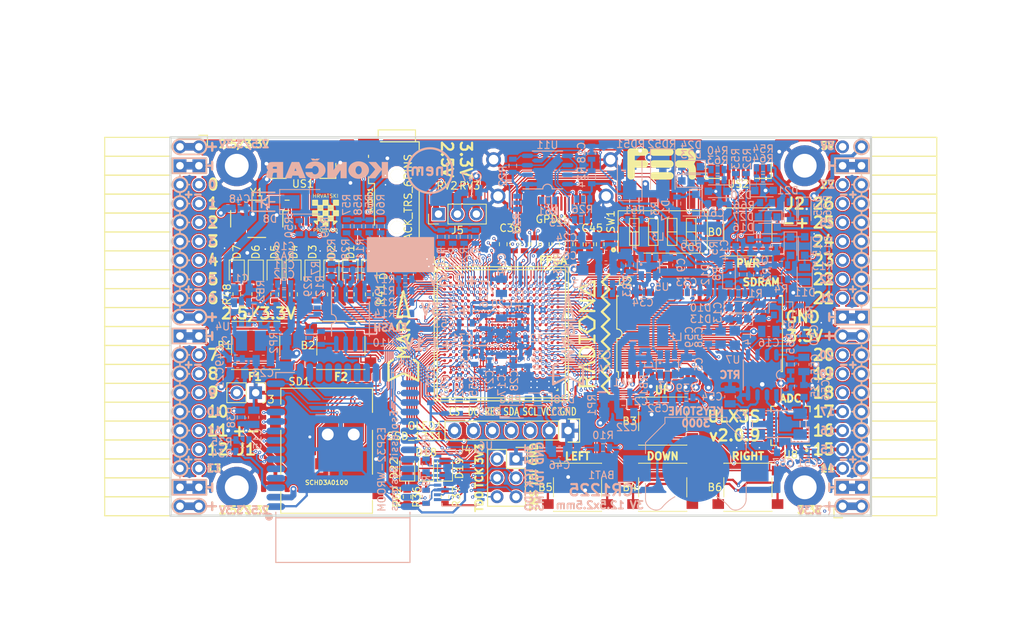
<source format=kicad_pcb>
(kicad_pcb (version 20171130) (host pcbnew 5.0.0+dfsg1-1)
  (layers (0 F.Cu signal) (1 In1.Cu signal) (2 In2.Cu signal) (31 B.Cu signal) (34 B.Paste user) (35 F.Paste user) (36 B.SilkS user) (37 F.SilkS user) (38 B.Mask user) (39 F.Mask user) (44 Edge.Cuts user))
  (net 0 "")
  (net 1 GND)
  (net 2 +5V)
  (net 3 /gpio/IN5V)
  (net 4 /gpio/OUT5V)
  (net 5 +3V3)
  (net 6 BTN_D)
  (net 7 BTN_F1)
  (net 8 BTN_F2)
  (net 9 BTN_L)
  (net 10 BTN_R)
  (net 11 BTN_U)
  (net 12 /power/FB1)
  (net 13 +2V5)
  (net 14 /power/PWREN)
  (net 15 /power/FB3)
  (net 16 /power/FB2)
  (net 17 /power/VBAT)
  (net 18 JTAG_TDI)
  (net 19 JTAG_TCK)
  (net 20 JTAG_TMS)
  (net 21 JTAG_TDO)
  (net 22 /power/WAKEUPn)
  (net 23 /power/WKUP)
  (net 24 /power/SHUT)
  (net 25 /power/WAKE)
  (net 26 /power/HOLD)
  (net 27 /power/WKn)
  (net 28 /power/OSCI_32k)
  (net 29 /power/OSCO_32k)
  (net 30 SHUTDOWN)
  (net 31 GPDI_SDA)
  (net 32 GPDI_SCL)
  (net 33 /gpdi/VREF2)
  (net 34 SD_CMD)
  (net 35 SD_CLK)
  (net 36 SD_D0)
  (net 37 SD_D1)
  (net 38 USB5V)
  (net 39 GPDI_CEC)
  (net 40 nRESET)
  (net 41 FTDI_nDTR)
  (net 42 SDRAM_CKE)
  (net 43 SDRAM_A7)
  (net 44 SDRAM_D15)
  (net 45 SDRAM_BA1)
  (net 46 SDRAM_D7)
  (net 47 SDRAM_A6)
  (net 48 SDRAM_CLK)
  (net 49 SDRAM_D13)
  (net 50 SDRAM_BA0)
  (net 51 SDRAM_D6)
  (net 52 SDRAM_A5)
  (net 53 SDRAM_D14)
  (net 54 SDRAM_A11)
  (net 55 SDRAM_D12)
  (net 56 SDRAM_D5)
  (net 57 SDRAM_A4)
  (net 58 SDRAM_A10)
  (net 59 SDRAM_D11)
  (net 60 SDRAM_A3)
  (net 61 SDRAM_D4)
  (net 62 SDRAM_D10)
  (net 63 SDRAM_D9)
  (net 64 SDRAM_A9)
  (net 65 SDRAM_D3)
  (net 66 SDRAM_D8)
  (net 67 SDRAM_A8)
  (net 68 SDRAM_A2)
  (net 69 SDRAM_A1)
  (net 70 SDRAM_A0)
  (net 71 SDRAM_D2)
  (net 72 SDRAM_D1)
  (net 73 SDRAM_D0)
  (net 74 SDRAM_DQM0)
  (net 75 SDRAM_nCS)
  (net 76 SDRAM_nRAS)
  (net 77 SDRAM_DQM1)
  (net 78 SDRAM_nCAS)
  (net 79 SDRAM_nWE)
  (net 80 /flash/FLASH_nWP)
  (net 81 /flash/FLASH_nHOLD)
  (net 82 /flash/FLASH_MOSI)
  (net 83 /flash/FLASH_MISO)
  (net 84 /flash/FLASH_SCK)
  (net 85 /flash/FLASH_nCS)
  (net 86 /flash/FPGA_PROGRAMN)
  (net 87 /flash/FPGA_DONE)
  (net 88 /flash/FPGA_INITN)
  (net 89 OLED_RES)
  (net 90 OLED_DC)
  (net 91 OLED_CS)
  (net 92 WIFI_EN)
  (net 93 FTDI_nRTS)
  (net 94 FTDI_TXD)
  (net 95 FTDI_RXD)
  (net 96 WIFI_RXD)
  (net 97 WIFI_GPIO0)
  (net 98 WIFI_TXD)
  (net 99 USB_FTDI_D+)
  (net 100 USB_FTDI_D-)
  (net 101 SD_D3)
  (net 102 AUDIO_L3)
  (net 103 AUDIO_L2)
  (net 104 AUDIO_L1)
  (net 105 AUDIO_L0)
  (net 106 AUDIO_R3)
  (net 107 AUDIO_R2)
  (net 108 AUDIO_R1)
  (net 109 AUDIO_R0)
  (net 110 OLED_CLK)
  (net 111 OLED_MOSI)
  (net 112 LED0)
  (net 113 LED1)
  (net 114 LED2)
  (net 115 LED3)
  (net 116 LED4)
  (net 117 LED5)
  (net 118 LED6)
  (net 119 LED7)
  (net 120 BTN_PWRn)
  (net 121 FTDI_nTXLED)
  (net 122 FTDI_nSLEEP)
  (net 123 /blinkey/LED_PWREN)
  (net 124 /blinkey/LED_TXLED)
  (net 125 /sdcard/SD3V3)
  (net 126 SD_D2)
  (net 127 CLK_25MHz)
  (net 128 /blinkey/BTNPUL)
  (net 129 /blinkey/BTNPUR)
  (net 130 USB_FPGA_D+)
  (net 131 /power/FTDI_nSUSPEND)
  (net 132 /blinkey/ALED0)
  (net 133 /blinkey/ALED1)
  (net 134 /blinkey/ALED2)
  (net 135 /blinkey/ALED3)
  (net 136 /blinkey/ALED4)
  (net 137 /blinkey/ALED5)
  (net 138 /blinkey/ALED6)
  (net 139 /blinkey/ALED7)
  (net 140 /usb/FTD-)
  (net 141 /usb/FTD+)
  (net 142 ADC_MISO)
  (net 143 ADC_MOSI)
  (net 144 ADC_CSn)
  (net 145 ADC_SCLK)
  (net 146 SW3)
  (net 147 SW2)
  (net 148 SW1)
  (net 149 USB_FPGA_D-)
  (net 150 /usb/FPD+)
  (net 151 /usb/FPD-)
  (net 152 WIFI_GPIO16)
  (net 153 /usb/ANT_433MHz)
  (net 154 PROG_DONE)
  (net 155 /power/P3V3)
  (net 156 /power/P2V5)
  (net 157 /power/L1)
  (net 158 /power/L3)
  (net 159 /power/L2)
  (net 160 FTDI_TXDEN)
  (net 161 SDRAM_A12)
  (net 162 /analog/AUDIO_V)
  (net 163 AUDIO_V3)
  (net 164 AUDIO_V2)
  (net 165 AUDIO_V1)
  (net 166 AUDIO_V0)
  (net 167 /blinkey/LED_WIFI)
  (net 168 /power/P1V1)
  (net 169 +1V1)
  (net 170 SW4)
  (net 171 /blinkey/SWPU)
  (net 172 /wifi/WIFIEN)
  (net 173 FT2V5)
  (net 174 GN0)
  (net 175 GP0)
  (net 176 GN1)
  (net 177 GP1)
  (net 178 GN2)
  (net 179 GP2)
  (net 180 GN3)
  (net 181 GP3)
  (net 182 GN4)
  (net 183 GP4)
  (net 184 GN5)
  (net 185 GP5)
  (net 186 GN6)
  (net 187 GP6)
  (net 188 GN14)
  (net 189 GP14)
  (net 190 GN15)
  (net 191 GP15)
  (net 192 GN16)
  (net 193 GP16)
  (net 194 GN17)
  (net 195 GP17)
  (net 196 GN18)
  (net 197 GP18)
  (net 198 GN19)
  (net 199 GP19)
  (net 200 GN20)
  (net 201 GP20)
  (net 202 GN21)
  (net 203 GP21)
  (net 204 GN22)
  (net 205 GP22)
  (net 206 GN23)
  (net 207 GP23)
  (net 208 GN24)
  (net 209 GP24)
  (net 210 GN25)
  (net 211 GP25)
  (net 212 GN26)
  (net 213 GP26)
  (net 214 GN27)
  (net 215 GP27)
  (net 216 GN7)
  (net 217 GP7)
  (net 218 GN8)
  (net 219 GP8)
  (net 220 GN9)
  (net 221 GP9)
  (net 222 GN10)
  (net 223 GP10)
  (net 224 GN11)
  (net 225 GP11)
  (net 226 GN12)
  (net 227 GP12)
  (net 228 GN13)
  (net 229 GP13)
  (net 230 WIFI_GPIO5)
  (net 231 WIFI_GPIO17)
  (net 232 USB_FPGA_PULL_D+)
  (net 233 USB_FPGA_PULL_D-)
  (net 234 "Net-(D23-Pad2)")
  (net 235 "Net-(D24-Pad1)")
  (net 236 "Net-(D25-Pad2)")
  (net 237 "Net-(D26-Pad1)")
  (net 238 /gpdi/GPDI_ETH+)
  (net 239 FPDI_ETH+)
  (net 240 /gpdi/GPDI_ETH-)
  (net 241 FPDI_ETH-)
  (net 242 /gpdi/GPDI_D2-)
  (net 243 FPDI_D2-)
  (net 244 /gpdi/GPDI_D1-)
  (net 245 FPDI_D1-)
  (net 246 /gpdi/GPDI_D0-)
  (net 247 FPDI_D0-)
  (net 248 /gpdi/GPDI_CLK-)
  (net 249 FPDI_CLK-)
  (net 250 /gpdi/GPDI_D2+)
  (net 251 FPDI_D2+)
  (net 252 /gpdi/GPDI_D1+)
  (net 253 FPDI_D1+)
  (net 254 /gpdi/GPDI_D0+)
  (net 255 FPDI_D0+)
  (net 256 /gpdi/GPDI_CLK+)
  (net 257 FPDI_CLK+)
  (net 258 FPDI_SDA)
  (net 259 FPDI_SCL)
  (net 260 /gpdi/FPDI_CEC)
  (net 261 2V5_3V3)
  (net 262 /usb/US2VBUS)
  (net 263 /power/SHD)
  (net 264 /power/RTCVDD)
  (net 265 "Net-(D27-Pad2)")
  (net 266 US2_ID)
  (net 267 /analog/AUDIO_L)
  (net 268 /analog/AUDIO_R)
  (net 269 /analog/ADC3V3)
  (net 270 PWRBTn)
  (net 271 USER_PROGRAMN)
  (module lfe5bg381:BGA-381_pitch0.8mm_dia0.4mm (layer F.Cu) (at 138.48 87.8)
    (fp_text reference U1 (at -8.2 -9.8) (layer F.SilkS))
    (fp_text value LFE5U-85F-6BG381C)
    (pad Y19 smd circle (at 6.8 7.6) (size 0.4 0.35) (layers F.Cu F.Paste F.Mask) (net 1 GND))
    (pad Y17 smd circle (at 5.2 7.6) (size 0.4 0.35) (layers F.Cu F.Paste F.Mask) (net 1 GND))
    (pad Y16 smd circle (at 4.4 7.6) (size 0.4 0.35) (layers F.Cu F.Paste F.Mask) (net 1 GND))
    (pad Y15 smd circle (at 3.6 7.6) (size 0.4 0.35) (layers F.Cu F.Paste F.Mask) (net 1 GND))
    (pad Y14 smd circle (at 2.8 7.6) (size 0.4 0.35) (layers F.Cu F.Paste F.Mask) (net 1 GND))
    (pad Y12 smd circle (at 1.2 7.6) (size 0.4 0.35) (layers F.Cu F.Paste F.Mask) (net 1 GND))
    (pad Y11 smd circle (at 0.4 7.6) (size 0.4 0.35) (layers F.Cu F.Paste F.Mask) (net 1 GND))
    (pad Y8 smd circle (at -2 7.6) (size 0.4 0.35) (layers F.Cu F.Paste F.Mask) (net 1 GND))
    (pad Y7 smd circle (at -2.8 7.6) (size 0.4 0.35) (layers F.Cu F.Paste F.Mask) (net 1 GND))
    (pad Y6 smd circle (at -3.6 7.6) (size 0.4 0.35) (layers F.Cu F.Paste F.Mask) (net 1 GND))
    (pad Y5 smd circle (at -4.4 7.6) (size 0.4 0.35) (layers F.Cu F.Paste F.Mask) (net 1 GND))
    (pad Y3 smd circle (at -6 7.6) (size 0.4 0.35) (layers F.Cu F.Paste F.Mask) (net 87 /flash/FPGA_DONE))
    (pad Y2 smd circle (at -6.8 7.6) (size 0.4 0.35) (layers F.Cu F.Paste F.Mask) (net 80 /flash/FLASH_nWP))
    (pad W20 smd circle (at 7.6 6.8) (size 0.4 0.35) (layers F.Cu F.Paste F.Mask) (net 1 GND))
    (pad W19 smd circle (at 6.8 6.8) (size 0.4 0.35) (layers F.Cu F.Paste F.Mask) (net 1 GND))
    (pad W18 smd circle (at 6 6.8) (size 0.4 0.35) (layers F.Cu F.Paste F.Mask))
    (pad W17 smd circle (at 5.2 6.8) (size 0.4 0.35) (layers F.Cu F.Paste F.Mask))
    (pad W16 smd circle (at 4.4 6.8) (size 0.4 0.35) (layers F.Cu F.Paste F.Mask) (net 1 GND))
    (pad W15 smd circle (at 3.6 6.8) (size 0.4 0.35) (layers F.Cu F.Paste F.Mask) (net 1 GND))
    (pad W14 smd circle (at 2.8 6.8) (size 0.4 0.35) (layers F.Cu F.Paste F.Mask))
    (pad W13 smd circle (at 2 6.8) (size 0.4 0.35) (layers F.Cu F.Paste F.Mask))
    (pad W12 smd circle (at 1.2 6.8) (size 0.4 0.35) (layers F.Cu F.Paste F.Mask) (net 1 GND))
    (pad W11 smd circle (at 0.4 6.8) (size 0.4 0.35) (layers F.Cu F.Paste F.Mask))
    (pad W10 smd circle (at -0.4 6.8) (size 0.4 0.35) (layers F.Cu F.Paste F.Mask))
    (pad W9 smd circle (at -1.2 6.8) (size 0.4 0.35) (layers F.Cu F.Paste F.Mask))
    (pad W8 smd circle (at -2 6.8) (size 0.4 0.35) (layers F.Cu F.Paste F.Mask))
    (pad W7 smd circle (at -2.8 6.8) (size 0.4 0.35) (layers F.Cu F.Paste F.Mask) (net 1 GND))
    (pad W6 smd circle (at -3.6 6.8) (size 0.4 0.35) (layers F.Cu F.Paste F.Mask) (net 1 GND))
    (pad W5 smd circle (at -4.4 6.8) (size 0.4 0.35) (layers F.Cu F.Paste F.Mask))
    (pad W4 smd circle (at -5.2 6.8) (size 0.4 0.35) (layers F.Cu F.Paste F.Mask))
    (pad W3 smd circle (at -6 6.8) (size 0.4 0.35) (layers F.Cu F.Paste F.Mask) (net 86 /flash/FPGA_PROGRAMN))
    (pad W2 smd circle (at -6.8 6.8) (size 0.4 0.35) (layers F.Cu F.Paste F.Mask) (net 82 /flash/FLASH_MOSI))
    (pad W1 smd circle (at -7.6 6.8) (size 0.4 0.35) (layers F.Cu F.Paste F.Mask) (net 81 /flash/FLASH_nHOLD))
    (pad V20 smd circle (at 7.6 6) (size 0.4 0.35) (layers F.Cu F.Paste F.Mask) (net 1 GND))
    (pad V19 smd circle (at 6.8 6) (size 0.4 0.35) (layers F.Cu F.Paste F.Mask) (net 1 GND))
    (pad V18 smd circle (at 6 6) (size 0.4 0.35) (layers F.Cu F.Paste F.Mask) (net 1 GND))
    (pad V17 smd circle (at 5.2 6) (size 0.4 0.35) (layers F.Cu F.Paste F.Mask) (net 1 GND))
    (pad V16 smd circle (at 4.4 6) (size 0.4 0.35) (layers F.Cu F.Paste F.Mask) (net 1 GND))
    (pad V15 smd circle (at 3.6 6) (size 0.4 0.35) (layers F.Cu F.Paste F.Mask) (net 1 GND))
    (pad V14 smd circle (at 2.8 6) (size 0.4 0.35) (layers F.Cu F.Paste F.Mask) (net 1 GND))
    (pad V13 smd circle (at 2 6) (size 0.4 0.35) (layers F.Cu F.Paste F.Mask) (net 1 GND))
    (pad V12 smd circle (at 1.2 6) (size 0.4 0.35) (layers F.Cu F.Paste F.Mask) (net 1 GND))
    (pad V11 smd circle (at 0.4 6) (size 0.4 0.35) (layers F.Cu F.Paste F.Mask) (net 1 GND))
    (pad V10 smd circle (at -0.4 6) (size 0.4 0.35) (layers F.Cu F.Paste F.Mask) (net 1 GND))
    (pad V9 smd circle (at -1.2 6) (size 0.4 0.35) (layers F.Cu F.Paste F.Mask) (net 1 GND))
    (pad V8 smd circle (at -2 6) (size 0.4 0.35) (layers F.Cu F.Paste F.Mask) (net 1 GND))
    (pad V7 smd circle (at -2.8 6) (size 0.4 0.35) (layers F.Cu F.Paste F.Mask) (net 1 GND))
    (pad V6 smd circle (at -3.6 6) (size 0.4 0.35) (layers F.Cu F.Paste F.Mask) (net 1 GND))
    (pad V5 smd circle (at -4.4 6) (size 0.4 0.35) (layers F.Cu F.Paste F.Mask) (net 1 GND))
    (pad V4 smd circle (at -5.2 6) (size 0.4 0.35) (layers F.Cu F.Paste F.Mask) (net 21 JTAG_TDO))
    (pad V3 smd circle (at -6 6) (size 0.4 0.35) (layers F.Cu F.Paste F.Mask) (net 88 /flash/FPGA_INITN))
    (pad V2 smd circle (at -6.8 6) (size 0.4 0.35) (layers F.Cu F.Paste F.Mask) (net 83 /flash/FLASH_MISO))
    (pad V1 smd circle (at -7.6 6) (size 0.4 0.35) (layers F.Cu F.Paste F.Mask) (net 6 BTN_D))
    (pad U20 smd circle (at 7.6 5.2) (size 0.4 0.35) (layers F.Cu F.Paste F.Mask) (net 46 SDRAM_D7))
    (pad U19 smd circle (at 6.8 5.2) (size 0.4 0.35) (layers F.Cu F.Paste F.Mask) (net 74 SDRAM_DQM0))
    (pad U18 smd circle (at 6 5.2) (size 0.4 0.35) (layers F.Cu F.Paste F.Mask) (net 189 GP14))
    (pad U17 smd circle (at 5.2 5.2) (size 0.4 0.35) (layers F.Cu F.Paste F.Mask) (net 188 GN14))
    (pad U16 smd circle (at 4.4 5.2) (size 0.4 0.35) (layers F.Cu F.Paste F.Mask) (net 142 ADC_MISO))
    (pad U15 smd circle (at 3.6 5.2) (size 0.4 0.35) (layers F.Cu F.Paste F.Mask) (net 1 GND))
    (pad U14 smd circle (at 2.8 5.2) (size 0.4 0.35) (layers F.Cu F.Paste F.Mask) (net 1 GND))
    (pad U13 smd circle (at 2 5.2) (size 0.4 0.35) (layers F.Cu F.Paste F.Mask) (net 1 GND))
    (pad U12 smd circle (at 1.2 5.2) (size 0.4 0.35) (layers F.Cu F.Paste F.Mask) (net 1 GND))
    (pad U11 smd circle (at 0.4 5.2) (size 0.4 0.35) (layers F.Cu F.Paste F.Mask) (net 1 GND))
    (pad U10 smd circle (at -0.4 5.2) (size 0.4 0.35) (layers F.Cu F.Paste F.Mask) (net 1 GND))
    (pad U9 smd circle (at -1.2 5.2) (size 0.4 0.35) (layers F.Cu F.Paste F.Mask) (net 1 GND))
    (pad U8 smd circle (at -2 5.2) (size 0.4 0.35) (layers F.Cu F.Paste F.Mask) (net 1 GND))
    (pad U7 smd circle (at -2.8 5.2) (size 0.4 0.35) (layers F.Cu F.Paste F.Mask) (net 1 GND))
    (pad U6 smd circle (at -3.6 5.2) (size 0.4 0.35) (layers F.Cu F.Paste F.Mask) (net 1 GND))
    (pad U5 smd circle (at -4.4 5.2) (size 0.4 0.35) (layers F.Cu F.Paste F.Mask) (net 20 JTAG_TMS))
    (pad U4 smd circle (at -5.2 5.2) (size 0.4 0.35) (layers F.Cu F.Paste F.Mask) (net 1 GND))
    (pad U3 smd circle (at -6 5.2) (size 0.4 0.35) (layers F.Cu F.Paste F.Mask) (net 84 /flash/FLASH_SCK))
    (pad U2 smd circle (at -6.8 5.2) (size 0.4 0.35) (layers F.Cu F.Paste F.Mask) (net 5 +3V3))
    (pad U1 smd circle (at -7.6 5.2) (size 0.4 0.35) (layers F.Cu F.Paste F.Mask) (net 9 BTN_L))
    (pad T20 smd circle (at 7.6 4.4) (size 0.4 0.35) (layers F.Cu F.Paste F.Mask) (net 79 SDRAM_nWE))
    (pad T19 smd circle (at 6.8 4.4) (size 0.4 0.35) (layers F.Cu F.Paste F.Mask) (net 78 SDRAM_nCAS))
    (pad T18 smd circle (at 6 4.4) (size 0.4 0.35) (layers F.Cu F.Paste F.Mask) (net 56 SDRAM_D5))
    (pad T17 smd circle (at 5.2 4.4) (size 0.4 0.35) (layers F.Cu F.Paste F.Mask) (net 51 SDRAM_D6))
    (pad T16 smd circle (at 4.4 4.4) (size 0.4 0.35) (layers F.Cu F.Paste F.Mask))
    (pad T15 smd circle (at 3.6 4.4) (size 0.4 0.35) (layers F.Cu F.Paste F.Mask) (net 1 GND))
    (pad T14 smd circle (at 2.8 4.4) (size 0.4 0.35) (layers F.Cu F.Paste F.Mask) (net 1 GND))
    (pad T13 smd circle (at 2 4.4) (size 0.4 0.35) (layers F.Cu F.Paste F.Mask) (net 1 GND))
    (pad T12 smd circle (at 1.2 4.4) (size 0.4 0.35) (layers F.Cu F.Paste F.Mask) (net 1 GND))
    (pad T11 smd circle (at 0.4 4.4) (size 0.4 0.35) (layers F.Cu F.Paste F.Mask) (net 1 GND))
    (pad T10 smd circle (at -0.4 4.4) (size 0.4 0.35) (layers F.Cu F.Paste F.Mask) (net 1 GND))
    (pad T9 smd circle (at -1.2 4.4) (size 0.4 0.35) (layers F.Cu F.Paste F.Mask) (net 1 GND))
    (pad T8 smd circle (at -2 4.4) (size 0.4 0.35) (layers F.Cu F.Paste F.Mask) (net 1 GND))
    (pad T7 smd circle (at -2.8 4.4) (size 0.4 0.35) (layers F.Cu F.Paste F.Mask) (net 1 GND))
    (pad T6 smd circle (at -3.6 4.4) (size 0.4 0.35) (layers F.Cu F.Paste F.Mask) (net 1 GND))
    (pad T5 smd circle (at -4.4 4.4) (size 0.4 0.35) (layers F.Cu F.Paste F.Mask) (net 19 JTAG_TCK))
    (pad T4 smd circle (at -5.2 4.4) (size 0.4 0.35) (layers F.Cu F.Paste F.Mask) (net 5 +3V3))
    (pad T3 smd circle (at -6 4.4) (size 0.4 0.35) (layers F.Cu F.Paste F.Mask) (net 5 +3V3))
    (pad T2 smd circle (at -6.8 4.4) (size 0.4 0.35) (layers F.Cu F.Paste F.Mask) (net 5 +3V3))
    (pad T1 smd circle (at -7.6 4.4) (size 0.4 0.35) (layers F.Cu F.Paste F.Mask) (net 8 BTN_F2))
    (pad R20 smd circle (at 7.6 3.6) (size 0.4 0.35) (layers F.Cu F.Paste F.Mask) (net 76 SDRAM_nRAS))
    (pad R19 smd circle (at 6.8 3.6) (size 0.4 0.35) (layers F.Cu F.Paste F.Mask) (net 1 GND))
    (pad R18 smd circle (at 6 3.6) (size 0.4 0.35) (layers F.Cu F.Paste F.Mask) (net 11 BTN_U))
    (pad R17 smd circle (at 5.2 3.6) (size 0.4 0.35) (layers F.Cu F.Paste F.Mask) (net 144 ADC_CSn))
    (pad R16 smd circle (at 4.4 3.6) (size 0.4 0.35) (layers F.Cu F.Paste F.Mask) (net 143 ADC_MOSI))
    (pad R5 smd circle (at -4.4 3.6) (size 0.4 0.35) (layers F.Cu F.Paste F.Mask) (net 18 JTAG_TDI))
    (pad R4 smd circle (at -5.2 3.6) (size 0.4 0.35) (layers F.Cu F.Paste F.Mask) (net 1 GND))
    (pad R3 smd circle (at -6 3.6) (size 0.4 0.35) (layers F.Cu F.Paste F.Mask))
    (pad R2 smd circle (at -6.8 3.6) (size 0.4 0.35) (layers F.Cu F.Paste F.Mask) (net 85 /flash/FLASH_nCS))
    (pad R1 smd circle (at -7.6 3.6) (size 0.4 0.35) (layers F.Cu F.Paste F.Mask) (net 7 BTN_F1))
    (pad P20 smd circle (at 7.6 2.8) (size 0.4 0.35) (layers F.Cu F.Paste F.Mask) (net 75 SDRAM_nCS))
    (pad P19 smd circle (at 6.8 2.8) (size 0.4 0.35) (layers F.Cu F.Paste F.Mask) (net 50 SDRAM_BA0))
    (pad P18 smd circle (at 6 2.8) (size 0.4 0.35) (layers F.Cu F.Paste F.Mask) (net 61 SDRAM_D4))
    (pad P17 smd circle (at 5.2 2.8) (size 0.4 0.35) (layers F.Cu F.Paste F.Mask) (net 145 ADC_SCLK))
    (pad P16 smd circle (at 4.4 2.8) (size 0.4 0.35) (layers F.Cu F.Paste F.Mask) (net 190 GN15))
    (pad P15 smd circle (at 3.6 2.8) (size 0.4 0.35) (layers F.Cu F.Paste F.Mask) (net 13 +2V5))
    (pad P14 smd circle (at 2.8 2.8) (size 0.4 0.35) (layers F.Cu F.Paste F.Mask) (net 1 GND))
    (pad P13 smd circle (at 2 2.8) (size 0.4 0.35) (layers F.Cu F.Paste F.Mask) (net 1 GND))
    (pad P12 smd circle (at 1.2 2.8) (size 0.4 0.35) (layers F.Cu F.Paste F.Mask) (net 1 GND))
    (pad P11 smd circle (at 0.4 2.8) (size 0.4 0.35) (layers F.Cu F.Paste F.Mask) (net 1 GND))
    (pad P10 smd circle (at -0.4 2.8) (size 0.4 0.35) (layers F.Cu F.Paste F.Mask) (net 5 +3V3))
    (pad P9 smd circle (at -1.2 2.8) (size 0.4 0.35) (layers F.Cu F.Paste F.Mask) (net 5 +3V3))
    (pad P8 smd circle (at -2 2.8) (size 0.4 0.35) (layers F.Cu F.Paste F.Mask) (net 1 GND))
    (pad P7 smd circle (at -2.8 2.8) (size 0.4 0.35) (layers F.Cu F.Paste F.Mask) (net 1 GND))
    (pad P6 smd circle (at -3.6 2.8) (size 0.4 0.35) (layers F.Cu F.Paste F.Mask) (net 13 +2V5))
    (pad P5 smd circle (at -4.4 2.8) (size 0.4 0.35) (layers F.Cu F.Paste F.Mask))
    (pad P4 smd circle (at -5.2 2.8) (size 0.4 0.35) (layers F.Cu F.Paste F.Mask) (net 110 OLED_CLK))
    (pad P3 smd circle (at -6 2.8) (size 0.4 0.35) (layers F.Cu F.Paste F.Mask) (net 111 OLED_MOSI))
    (pad P2 smd circle (at -6.8 2.8) (size 0.4 0.35) (layers F.Cu F.Paste F.Mask) (net 89 OLED_RES))
    (pad P1 smd circle (at -7.6 2.8) (size 0.4 0.35) (layers F.Cu F.Paste F.Mask) (net 90 OLED_DC))
    (pad N20 smd circle (at 7.6 2) (size 0.4 0.35) (layers F.Cu F.Paste F.Mask) (net 45 SDRAM_BA1))
    (pad N19 smd circle (at 6.8 2) (size 0.4 0.35) (layers F.Cu F.Paste F.Mask) (net 58 SDRAM_A10))
    (pad N18 smd circle (at 6 2) (size 0.4 0.35) (layers F.Cu F.Paste F.Mask) (net 65 SDRAM_D3))
    (pad N17 smd circle (at 5.2 2) (size 0.4 0.35) (layers F.Cu F.Paste F.Mask) (net 191 GP15))
    (pad N16 smd circle (at 4.4 2) (size 0.4 0.35) (layers F.Cu F.Paste F.Mask) (net 193 GP16))
    (pad N15 smd circle (at 3.6 2) (size 0.4 0.35) (layers F.Cu F.Paste F.Mask) (net 1 GND))
    (pad N14 smd circle (at 2.8 2) (size 0.4 0.35) (layers F.Cu F.Paste F.Mask) (net 1 GND))
    (pad N13 smd circle (at 2 2) (size 0.4 0.35) (layers F.Cu F.Paste F.Mask) (net 169 +1V1))
    (pad N12 smd circle (at 1.2 2) (size 0.4 0.35) (layers F.Cu F.Paste F.Mask) (net 169 +1V1))
    (pad N11 smd circle (at 0.4 2) (size 0.4 0.35) (layers F.Cu F.Paste F.Mask) (net 169 +1V1))
    (pad N10 smd circle (at -0.4 2) (size 0.4 0.35) (layers F.Cu F.Paste F.Mask) (net 169 +1V1))
    (pad N9 smd circle (at -1.2 2) (size 0.4 0.35) (layers F.Cu F.Paste F.Mask) (net 169 +1V1))
    (pad N8 smd circle (at -2 2) (size 0.4 0.35) (layers F.Cu F.Paste F.Mask) (net 169 +1V1))
    (pad N7 smd circle (at -2.8 2) (size 0.4 0.35) (layers F.Cu F.Paste F.Mask) (net 1 GND))
    (pad N6 smd circle (at -3.6 2) (size 0.4 0.35) (layers F.Cu F.Paste F.Mask) (net 1 GND))
    (pad N5 smd circle (at -4.4 2) (size 0.4 0.35) (layers F.Cu F.Paste F.Mask))
    (pad N4 smd circle (at -5.2 2) (size 0.4 0.35) (layers F.Cu F.Paste F.Mask) (net 230 WIFI_GPIO5))
    (pad N3 smd circle (at -6 2) (size 0.4 0.35) (layers F.Cu F.Paste F.Mask) (net 231 WIFI_GPIO17))
    (pad N2 smd circle (at -6.8 2) (size 0.4 0.35) (layers F.Cu F.Paste F.Mask) (net 91 OLED_CS))
    (pad N1 smd circle (at -7.6 2) (size 0.4 0.35) (layers F.Cu F.Paste F.Mask) (net 41 FTDI_nDTR))
    (pad M20 smd circle (at 7.6 1.2) (size 0.4 0.35) (layers F.Cu F.Paste F.Mask) (net 70 SDRAM_A0))
    (pad M19 smd circle (at 6.8 1.2) (size 0.4 0.35) (layers F.Cu F.Paste F.Mask) (net 69 SDRAM_A1))
    (pad M18 smd circle (at 6 1.2) (size 0.4 0.35) (layers F.Cu F.Paste F.Mask) (net 71 SDRAM_D2))
    (pad M17 smd circle (at 5.2 1.2) (size 0.4 0.35) (layers F.Cu F.Paste F.Mask) (net 192 GN16))
    (pad M16 smd circle (at 4.4 1.2) (size 0.4 0.35) (layers F.Cu F.Paste F.Mask) (net 1 GND))
    (pad M15 smd circle (at 3.6 1.2) (size 0.4 0.35) (layers F.Cu F.Paste F.Mask) (net 5 +3V3))
    (pad M14 smd circle (at 2.8 1.2) (size 0.4 0.35) (layers F.Cu F.Paste F.Mask) (net 1 GND))
    (pad M13 smd circle (at 2 1.2) (size 0.4 0.35) (layers F.Cu F.Paste F.Mask) (net 169 +1V1))
    (pad M12 smd circle (at 1.2 1.2) (size 0.4 0.35) (layers F.Cu F.Paste F.Mask) (net 1 GND))
    (pad M11 smd circle (at 0.4 1.2) (size 0.4 0.35) (layers F.Cu F.Paste F.Mask) (net 1 GND))
    (pad M10 smd circle (at -0.4 1.2) (size 0.4 0.35) (layers F.Cu F.Paste F.Mask) (net 1 GND))
    (pad M9 smd circle (at -1.2 1.2) (size 0.4 0.35) (layers F.Cu F.Paste F.Mask) (net 1 GND))
    (pad M8 smd circle (at -2 1.2) (size 0.4 0.35) (layers F.Cu F.Paste F.Mask) (net 169 +1V1))
    (pad M7 smd circle (at -2.8 1.2) (size 0.4 0.35) (layers F.Cu F.Paste F.Mask) (net 1 GND))
    (pad M6 smd circle (at -3.6 1.2) (size 0.4 0.35) (layers F.Cu F.Paste F.Mask) (net 5 +3V3))
    (pad M5 smd circle (at -4.4 1.2) (size 0.4 0.35) (layers F.Cu F.Paste F.Mask))
    (pad M4 smd circle (at -5.2 1.2) (size 0.4 0.35) (layers F.Cu F.Paste F.Mask) (net 271 USER_PROGRAMN))
    (pad M3 smd circle (at -6 1.2) (size 0.4 0.35) (layers F.Cu F.Paste F.Mask) (net 93 FTDI_nRTS))
    (pad M2 smd circle (at -6.8 1.2) (size 0.4 0.35) (layers F.Cu F.Paste F.Mask) (net 1 GND))
    (pad M1 smd circle (at -7.6 1.2) (size 0.4 0.35) (layers F.Cu F.Paste F.Mask) (net 94 FTDI_TXD))
    (pad L20 smd circle (at 7.6 0.4) (size 0.4 0.35) (layers F.Cu F.Paste F.Mask) (net 68 SDRAM_A2))
    (pad L19 smd circle (at 6.8 0.4) (size 0.4 0.35) (layers F.Cu F.Paste F.Mask) (net 60 SDRAM_A3))
    (pad L18 smd circle (at 6 0.4) (size 0.4 0.35) (layers F.Cu F.Paste F.Mask) (net 72 SDRAM_D1))
    (pad L17 smd circle (at 5.2 0.4) (size 0.4 0.35) (layers F.Cu F.Paste F.Mask) (net 194 GN17))
    (pad L16 smd circle (at 4.4 0.4) (size 0.4 0.35) (layers F.Cu F.Paste F.Mask) (net 195 GP17))
    (pad L15 smd circle (at 3.6 0.4) (size 0.4 0.35) (layers F.Cu F.Paste F.Mask) (net 5 +3V3))
    (pad L14 smd circle (at 2.8 0.4) (size 0.4 0.35) (layers F.Cu F.Paste F.Mask) (net 5 +3V3))
    (pad L13 smd circle (at 2 0.4) (size 0.4 0.35) (layers F.Cu F.Paste F.Mask) (net 169 +1V1))
    (pad L12 smd circle (at 1.2 0.4) (size 0.4 0.35) (layers F.Cu F.Paste F.Mask) (net 1 GND))
    (pad L11 smd circle (at 0.4 0.4) (size 0.4 0.35) (layers F.Cu F.Paste F.Mask) (net 1 GND))
    (pad L10 smd circle (at -0.4 0.4) (size 0.4 0.35) (layers F.Cu F.Paste F.Mask) (net 1 GND))
    (pad L9 smd circle (at -1.2 0.4) (size 0.4 0.35) (layers F.Cu F.Paste F.Mask) (net 1 GND))
    (pad L8 smd circle (at -2 0.4) (size 0.4 0.35) (layers F.Cu F.Paste F.Mask) (net 169 +1V1))
    (pad L7 smd circle (at -2.8 0.4) (size 0.4 0.35) (layers F.Cu F.Paste F.Mask) (net 5 +3V3))
    (pad L6 smd circle (at -3.6 0.4) (size 0.4 0.35) (layers F.Cu F.Paste F.Mask) (net 5 +3V3))
    (pad L5 smd circle (at -4.4 0.4) (size 0.4 0.35) (layers F.Cu F.Paste F.Mask))
    (pad L4 smd circle (at -5.2 0.4) (size 0.4 0.35) (layers F.Cu F.Paste F.Mask) (net 95 FTDI_RXD))
    (pad L3 smd circle (at -6 0.4) (size 0.4 0.35) (layers F.Cu F.Paste F.Mask) (net 160 FTDI_TXDEN))
    (pad L2 smd circle (at -6.8 0.4) (size 0.4 0.35) (layers F.Cu F.Paste F.Mask) (net 97 WIFI_GPIO0))
    (pad L1 smd circle (at -7.6 0.4) (size 0.4 0.35) (layers F.Cu F.Paste F.Mask) (net 152 WIFI_GPIO16))
    (pad K20 smd circle (at 7.6 -0.4) (size 0.4 0.35) (layers F.Cu F.Paste F.Mask) (net 57 SDRAM_A4))
    (pad K19 smd circle (at 6.8 -0.4) (size 0.4 0.35) (layers F.Cu F.Paste F.Mask) (net 52 SDRAM_A5))
    (pad K18 smd circle (at 6 -0.4) (size 0.4 0.35) (layers F.Cu F.Paste F.Mask) (net 47 SDRAM_A6))
    (pad K17 smd circle (at 5.2 -0.4) (size 0.4 0.35) (layers F.Cu F.Paste F.Mask))
    (pad K16 smd circle (at 4.4 -0.4) (size 0.4 0.35) (layers F.Cu F.Paste F.Mask))
    (pad K15 smd circle (at 3.6 -0.4) (size 0.4 0.35) (layers F.Cu F.Paste F.Mask) (net 1 GND))
    (pad K14 smd circle (at 2.8 -0.4) (size 0.4 0.35) (layers F.Cu F.Paste F.Mask) (net 1 GND))
    (pad K13 smd circle (at 2 -0.4) (size 0.4 0.35) (layers F.Cu F.Paste F.Mask) (net 169 +1V1))
    (pad K12 smd circle (at 1.2 -0.4) (size 0.4 0.35) (layers F.Cu F.Paste F.Mask) (net 1 GND))
    (pad K11 smd circle (at 0.4 -0.4) (size 0.4 0.35) (layers F.Cu F.Paste F.Mask) (net 1 GND))
    (pad K10 smd circle (at -0.4 -0.4) (size 0.4 0.35) (layers F.Cu F.Paste F.Mask) (net 1 GND))
    (pad K9 smd circle (at -1.2 -0.4) (size 0.4 0.35) (layers F.Cu F.Paste F.Mask) (net 1 GND))
    (pad K8 smd circle (at -2 -0.4) (size 0.4 0.35) (layers F.Cu F.Paste F.Mask) (net 169 +1V1))
    (pad K7 smd circle (at -2.8 -0.4) (size 0.4 0.35) (layers F.Cu F.Paste F.Mask) (net 1 GND))
    (pad K6 smd circle (at -3.6 -0.4) (size 0.4 0.35) (layers F.Cu F.Paste F.Mask) (net 1 GND))
    (pad K5 smd circle (at -4.4 -0.4) (size 0.4 0.35) (layers F.Cu F.Paste F.Mask))
    (pad K4 smd circle (at -5.2 -0.4) (size 0.4 0.35) (layers F.Cu F.Paste F.Mask) (net 98 WIFI_TXD))
    (pad K3 smd circle (at -6 -0.4) (size 0.4 0.35) (layers F.Cu F.Paste F.Mask) (net 96 WIFI_RXD))
    (pad K2 smd circle (at -6.8 -0.4) (size 0.4 0.35) (layers F.Cu F.Paste F.Mask) (net 101 SD_D3))
    (pad K1 smd circle (at -7.6 -0.4) (size 0.4 0.35) (layers F.Cu F.Paste F.Mask) (net 126 SD_D2))
    (pad J20 smd circle (at 7.6 -1.2) (size 0.4 0.35) (layers F.Cu F.Paste F.Mask) (net 43 SDRAM_A7))
    (pad J19 smd circle (at 6.8 -1.2) (size 0.4 0.35) (layers F.Cu F.Paste F.Mask) (net 67 SDRAM_A8))
    (pad J18 smd circle (at 6 -1.2) (size 0.4 0.35) (layers F.Cu F.Paste F.Mask) (net 53 SDRAM_D14))
    (pad J17 smd circle (at 5.2 -1.2) (size 0.4 0.35) (layers F.Cu F.Paste F.Mask) (net 44 SDRAM_D15))
    (pad J16 smd circle (at 4.4 -1.2) (size 0.4 0.35) (layers F.Cu F.Paste F.Mask) (net 73 SDRAM_D0))
    (pad J15 smd circle (at 3.6 -1.2) (size 0.4 0.35) (layers F.Cu F.Paste F.Mask) (net 5 +3V3))
    (pad J14 smd circle (at 2.8 -1.2) (size 0.4 0.35) (layers F.Cu F.Paste F.Mask) (net 1 GND))
    (pad J13 smd circle (at 2 -1.2) (size 0.4 0.35) (layers F.Cu F.Paste F.Mask) (net 169 +1V1))
    (pad J12 smd circle (at 1.2 -1.2) (size 0.4 0.35) (layers F.Cu F.Paste F.Mask) (net 1 GND))
    (pad J11 smd circle (at 0.4 -1.2) (size 0.4 0.35) (layers F.Cu F.Paste F.Mask) (net 1 GND))
    (pad J10 smd circle (at -0.4 -1.2) (size 0.4 0.35) (layers F.Cu F.Paste F.Mask) (net 1 GND))
    (pad J9 smd circle (at -1.2 -1.2) (size 0.4 0.35) (layers F.Cu F.Paste F.Mask) (net 1 GND))
    (pad J8 smd circle (at -2 -1.2) (size 0.4 0.35) (layers F.Cu F.Paste F.Mask) (net 169 +1V1))
    (pad J7 smd circle (at -2.8 -1.2) (size 0.4 0.35) (layers F.Cu F.Paste F.Mask) (net 1 GND))
    (pad J6 smd circle (at -3.6 -1.2) (size 0.4 0.35) (layers F.Cu F.Paste F.Mask) (net 261 2V5_3V3))
    (pad J5 smd circle (at -4.4 -1.2) (size 0.4 0.35) (layers F.Cu F.Paste F.Mask))
    (pad J4 smd circle (at -5.2 -1.2) (size 0.4 0.35) (layers F.Cu F.Paste F.Mask))
    (pad J3 smd circle (at -6 -1.2) (size 0.4 0.35) (layers F.Cu F.Paste F.Mask) (net 36 SD_D0))
    (pad J2 smd circle (at -6.8 -1.2) (size 0.4 0.35) (layers F.Cu F.Paste F.Mask) (net 1 GND))
    (pad J1 smd circle (at -7.6 -1.2) (size 0.4 0.35) (layers F.Cu F.Paste F.Mask) (net 34 SD_CMD))
    (pad H20 smd circle (at 7.6 -2) (size 0.4 0.35) (layers F.Cu F.Paste F.Mask) (net 64 SDRAM_A9))
    (pad H19 smd circle (at 6.8 -2) (size 0.4 0.35) (layers F.Cu F.Paste F.Mask) (net 1 GND))
    (pad H18 smd circle (at 6 -2) (size 0.4 0.35) (layers F.Cu F.Paste F.Mask) (net 197 GP18))
    (pad H17 smd circle (at 5.2 -2) (size 0.4 0.35) (layers F.Cu F.Paste F.Mask) (net 196 GN18))
    (pad H16 smd circle (at 4.4 -2) (size 0.4 0.35) (layers F.Cu F.Paste F.Mask) (net 10 BTN_R))
    (pad H15 smd circle (at 3.6 -2) (size 0.4 0.35) (layers F.Cu F.Paste F.Mask) (net 5 +3V3))
    (pad H14 smd circle (at 2.8 -2) (size 0.4 0.35) (layers F.Cu F.Paste F.Mask) (net 5 +3V3))
    (pad H13 smd circle (at 2 -2) (size 0.4 0.35) (layers F.Cu F.Paste F.Mask) (net 169 +1V1))
    (pad H12 smd circle (at 1.2 -2) (size 0.4 0.35) (layers F.Cu F.Paste F.Mask) (net 169 +1V1))
    (pad H11 smd circle (at 0.4 -2) (size 0.4 0.35) (layers F.Cu F.Paste F.Mask) (net 169 +1V1))
    (pad H10 smd circle (at -0.4 -2) (size 0.4 0.35) (layers F.Cu F.Paste F.Mask) (net 169 +1V1))
    (pad H9 smd circle (at -1.2 -2) (size 0.4 0.35) (layers F.Cu F.Paste F.Mask) (net 169 +1V1))
    (pad H8 smd circle (at -2 -2) (size 0.4 0.35) (layers F.Cu F.Paste F.Mask) (net 169 +1V1))
    (pad H7 smd circle (at -2.8 -2) (size 0.4 0.35) (layers F.Cu F.Paste F.Mask) (net 261 2V5_3V3))
    (pad H6 smd circle (at -3.6 -2) (size 0.4 0.35) (layers F.Cu F.Paste F.Mask) (net 261 2V5_3V3))
    (pad H5 smd circle (at -4.4 -2) (size 0.4 0.35) (layers F.Cu F.Paste F.Mask) (net 166 AUDIO_V0))
    (pad H4 smd circle (at -5.2 -2) (size 0.4 0.35) (layers F.Cu F.Paste F.Mask) (net 229 GP13))
    (pad H3 smd circle (at -6 -2) (size 0.4 0.35) (layers F.Cu F.Paste F.Mask) (net 119 LED7))
    (pad H2 smd circle (at -6.8 -2) (size 0.4 0.35) (layers F.Cu F.Paste F.Mask) (net 35 SD_CLK))
    (pad H1 smd circle (at -7.6 -2) (size 0.4 0.35) (layers F.Cu F.Paste F.Mask) (net 37 SD_D1))
    (pad G20 smd circle (at 7.6 -2.8) (size 0.4 0.35) (layers F.Cu F.Paste F.Mask) (net 54 SDRAM_A11))
    (pad G19 smd circle (at 6.8 -2.8) (size 0.4 0.35) (layers F.Cu F.Paste F.Mask) (net 161 SDRAM_A12))
    (pad G18 smd circle (at 6 -2.8) (size 0.4 0.35) (layers F.Cu F.Paste F.Mask) (net 198 GN19))
    (pad G17 smd circle (at 5.2 -2.8) (size 0.4 0.35) (layers F.Cu F.Paste F.Mask) (net 1 GND))
    (pad G16 smd circle (at 4.4 -2.8) (size 0.4 0.35) (layers F.Cu F.Paste F.Mask) (net 30 SHUTDOWN))
    (pad G15 smd circle (at 3.6 -2.8) (size 0.4 0.35) (layers F.Cu F.Paste F.Mask) (net 1 GND))
    (pad G14 smd circle (at 2.8 -2.8) (size 0.4 0.35) (layers F.Cu F.Paste F.Mask) (net 1 GND))
    (pad G13 smd circle (at 2 -2.8) (size 0.4 0.35) (layers F.Cu F.Paste F.Mask) (net 1 GND))
    (pad G12 smd circle (at 1.2 -2.8) (size 0.4 0.35) (layers F.Cu F.Paste F.Mask) (net 1 GND))
    (pad G11 smd circle (at 0.4 -2.8) (size 0.4 0.35) (layers F.Cu F.Paste F.Mask) (net 1 GND))
    (pad G10 smd circle (at -0.4 -2.8) (size 0.4 0.35) (layers F.Cu F.Paste F.Mask) (net 1 GND))
    (pad G9 smd circle (at -1.2 -2.8) (size 0.4 0.35) (layers F.Cu F.Paste F.Mask) (net 1 GND))
    (pad G8 smd circle (at -2 -2.8) (size 0.4 0.35) (layers F.Cu F.Paste F.Mask) (net 1 GND))
    (pad G7 smd circle (at -2.8 -2.8) (size 0.4 0.35) (layers F.Cu F.Paste F.Mask) (net 1 GND))
    (pad G6 smd circle (at -3.6 -2.8) (size 0.4 0.35) (layers F.Cu F.Paste F.Mask) (net 1 GND))
    (pad G5 smd circle (at -4.4 -2.8) (size 0.4 0.35) (layers F.Cu F.Paste F.Mask) (net 228 GN13))
    (pad G4 smd circle (at -5.2 -2.8) (size 0.4 0.35) (layers F.Cu F.Paste F.Mask) (net 1 GND))
    (pad G3 smd circle (at -6 -2.8) (size 0.4 0.35) (layers F.Cu F.Paste F.Mask) (net 227 GP12))
    (pad G2 smd circle (at -6.8 -2.8) (size 0.4 0.35) (layers F.Cu F.Paste F.Mask) (net 127 CLK_25MHz))
    (pad G1 smd circle (at -7.6 -2.8) (size 0.4 0.35) (layers F.Cu F.Paste F.Mask) (net 153 /usb/ANT_433MHz))
    (pad F20 smd circle (at 7.6 -3.6) (size 0.4 0.35) (layers F.Cu F.Paste F.Mask) (net 42 SDRAM_CKE))
    (pad F19 smd circle (at 6.8 -3.6) (size 0.4 0.35) (layers F.Cu F.Paste F.Mask) (net 48 SDRAM_CLK))
    (pad F18 smd circle (at 6 -3.6) (size 0.4 0.35) (layers F.Cu F.Paste F.Mask) (net 49 SDRAM_D13))
    (pad F17 smd circle (at 5.2 -3.6) (size 0.4 0.35) (layers F.Cu F.Paste F.Mask) (net 199 GP19))
    (pad F16 smd circle (at 4.4 -3.6) (size 0.4 0.35) (layers F.Cu F.Paste F.Mask) (net 149 USB_FPGA_D-))
    (pad F15 smd circle (at 3.6 -3.6) (size 0.4 0.35) (layers F.Cu F.Paste F.Mask) (net 13 +2V5))
    (pad F14 smd circle (at 2.8 -3.6) (size 0.4 0.35) (layers F.Cu F.Paste F.Mask) (net 1 GND))
    (pad F13 smd circle (at 2 -3.6) (size 0.4 0.35) (layers F.Cu F.Paste F.Mask) (net 1 GND))
    (pad F12 smd circle (at 1.2 -3.6) (size 0.4 0.35) (layers F.Cu F.Paste F.Mask) (net 5 +3V3))
    (pad F11 smd circle (at 0.4 -3.6) (size 0.4 0.35) (layers F.Cu F.Paste F.Mask) (net 5 +3V3))
    (pad F10 smd circle (at -0.4 -3.6) (size 0.4 0.35) (layers F.Cu F.Paste F.Mask) (net 261 2V5_3V3))
    (pad F9 smd circle (at -1.2 -3.6) (size 0.4 0.35) (layers F.Cu F.Paste F.Mask) (net 261 2V5_3V3))
    (pad F8 smd circle (at -2 -3.6) (size 0.4 0.35) (layers F.Cu F.Paste F.Mask) (net 1 GND))
    (pad F7 smd circle (at -2.8 -3.6) (size 0.4 0.35) (layers F.Cu F.Paste F.Mask) (net 1 GND))
    (pad F6 smd circle (at -3.6 -3.6) (size 0.4 0.35) (layers F.Cu F.Paste F.Mask) (net 13 +2V5))
    (pad F5 smd circle (at -4.4 -3.6) (size 0.4 0.35) (layers F.Cu F.Paste F.Mask) (net 164 AUDIO_V2))
    (pad F4 smd circle (at -5.2 -3.6) (size 0.4 0.35) (layers F.Cu F.Paste F.Mask) (net 225 GP11))
    (pad F3 smd circle (at -6 -3.6) (size 0.4 0.4) (layers F.Cu F.Paste F.Mask) (net 226 GN12))
    (pad F2 smd circle (at -6.8 -3.6) (size 0.4 0.4) (layers F.Cu F.Paste F.Mask) (net 165 AUDIO_V1))
    (pad F1 smd circle (at -7.6 -3.6) (size 0.4 0.35) (layers F.Cu F.Paste F.Mask) (net 92 WIFI_EN))
    (pad E20 smd circle (at 7.6 -4.4) (size 0.4 0.35) (layers F.Cu F.Paste F.Mask) (net 77 SDRAM_DQM1))
    (pad E19 smd circle (at 6.8 -4.4) (size 0.4 0.35) (layers F.Cu F.Paste F.Mask) (net 66 SDRAM_D8))
    (pad E18 smd circle (at 6 -4.4) (size 0.4 0.35) (layers F.Cu F.Paste F.Mask) (net 55 SDRAM_D12))
    (pad E17 smd circle (at 5.2 -4.4) (size 0.4 0.35) (layers F.Cu F.Paste F.Mask) (net 200 GN20))
    (pad E16 smd circle (at 4.4 -4.4) (size 0.4 0.35) (layers F.Cu F.Paste F.Mask) (net 130 USB_FPGA_D+))
    (pad E15 smd circle (at 3.6 -4.4) (size 0.4 0.35) (layers F.Cu F.Paste F.Mask) (net 149 USB_FPGA_D-))
    (pad E14 smd circle (at 2.8 -4.4) (size 0.4 0.35) (layers F.Cu F.Paste F.Mask) (net 210 GN25))
    (pad E13 smd circle (at 2 -4.4) (size 0.4 0.35) (layers F.Cu F.Paste F.Mask) (net 214 GN27))
    (pad E12 smd circle (at 1.2 -4.4) (size 0.4 0.35) (layers F.Cu F.Paste F.Mask) (net 259 FPDI_SCL))
    (pad E11 smd circle (at 0.4 -4.4) (size 0.4 0.35) (layers F.Cu F.Paste F.Mask))
    (pad E10 smd circle (at -0.4 -4.4) (size 0.4 0.35) (layers F.Cu F.Paste F.Mask))
    (pad E9 smd circle (at -1.2 -4.4) (size 0.4 0.35) (layers F.Cu F.Paste F.Mask))
    (pad E8 smd circle (at -2 -4.4) (size 0.4 0.35) (layers F.Cu F.Paste F.Mask) (net 148 SW1))
    (pad E7 smd circle (at -2.8 -4.4) (size 0.4 0.35) (layers F.Cu F.Paste F.Mask) (net 170 SW4))
    (pad E6 smd circle (at -3.6 -4.4) (size 0.4 0.35) (layers F.Cu F.Paste F.Mask))
    (pad E5 smd circle (at -4.4 -4.4) (size 0.4 0.35) (layers F.Cu F.Paste F.Mask) (net 163 AUDIO_V3))
    (pad E4 smd circle (at -5.2 -4.4) (size 0.4 0.35) (layers F.Cu F.Paste F.Mask) (net 105 AUDIO_L0))
    (pad E3 smd circle (at -6 -4.4) (size 0.4 0.4) (layers F.Cu F.Paste F.Mask) (net 224 GN11))
    (pad E2 smd circle (at -6.8 -4.4) (size 0.4 0.35) (layers F.Cu F.Paste F.Mask) (net 117 LED5))
    (pad E1 smd circle (at -7.6 -4.4) (size 0.4 0.35) (layers F.Cu F.Paste F.Mask) (net 118 LED6))
    (pad D20 smd circle (at 7.6 -5.2) (size 0.4 0.35) (layers F.Cu F.Paste F.Mask) (net 63 SDRAM_D9))
    (pad D19 smd circle (at 6.8 -5.2) (size 0.4 0.35) (layers F.Cu F.Paste F.Mask) (net 62 SDRAM_D10))
    (pad D18 smd circle (at 6 -5.2) (size 0.4 0.35) (layers F.Cu F.Paste F.Mask) (net 201 GP20))
    (pad D17 smd circle (at 5.2 -5.2) (size 0.4 0.35) (layers F.Cu F.Paste F.Mask) (net 202 GN21))
    (pad D16 smd circle (at 4.4 -5.2) (size 0.4 0.35) (layers F.Cu F.Paste F.Mask) (net 208 GN24))
    (pad D15 smd circle (at 3.6 -5.2) (size 0.4 0.35) (layers F.Cu F.Paste F.Mask) (net 130 USB_FPGA_D+))
    (pad D14 smd circle (at 2.8 -5.2) (size 0.4 0.35) (layers F.Cu F.Paste F.Mask) (net 211 GP25))
    (pad D13 smd circle (at 2 -5.2) (size 0.4 0.35) (layers F.Cu F.Paste F.Mask) (net 215 GP27))
    (pad D12 smd circle (at 1.2 -5.2) (size 0.4 0.35) (layers F.Cu F.Paste F.Mask))
    (pad D11 smd circle (at 0.4 -5.2) (size 0.4 0.35) (layers F.Cu F.Paste F.Mask))
    (pad D10 smd circle (at -0.4 -5.2) (size 0.4 0.35) (layers F.Cu F.Paste F.Mask))
    (pad D9 smd circle (at -1.2 -5.2) (size 0.4 0.35) (layers F.Cu F.Paste F.Mask))
    (pad D8 smd circle (at -2 -5.2) (size 0.4 0.35) (layers F.Cu F.Paste F.Mask) (net 147 SW2))
    (pad D7 smd circle (at -2.8 -5.2) (size 0.4 0.35) (layers F.Cu F.Paste F.Mask) (net 146 SW3))
    (pad D6 smd circle (at -3.6 -5.2) (size 0.4 0.35) (layers F.Cu F.Paste F.Mask) (net 120 BTN_PWRn))
    (pad D5 smd circle (at -4.4 -5.2) (size 0.4 0.35) (layers F.Cu F.Paste F.Mask) (net 107 AUDIO_R2))
    (pad D4 smd circle (at -5.2 -5.2) (size 0.4 0.35) (layers F.Cu F.Paste F.Mask) (net 1 GND))
    (pad D3 smd circle (at -6 -5.2) (size 0.4 0.35) (layers F.Cu F.Paste F.Mask) (net 104 AUDIO_L1))
    (pad D2 smd circle (at -6.8 -5.2) (size 0.4 0.35) (layers F.Cu F.Paste F.Mask) (net 115 LED3))
    (pad D1 smd circle (at -7.6 -5.2) (size 0.4 0.35) (layers F.Cu F.Paste F.Mask) (net 116 LED4))
    (pad C20 smd circle (at 7.6 -6) (size 0.4 0.35) (layers F.Cu F.Paste F.Mask) (net 59 SDRAM_D11))
    (pad C19 smd circle (at 6.8 -6) (size 0.4 0.35) (layers F.Cu F.Paste F.Mask) (net 1 GND))
    (pad C18 smd circle (at 6 -6) (size 0.4 0.35) (layers F.Cu F.Paste F.Mask) (net 203 GP21))
    (pad C17 smd circle (at 5.2 -6) (size 0.4 0.35) (layers F.Cu F.Paste F.Mask) (net 206 GN23))
    (pad C16 smd circle (at 4.4 -6) (size 0.4 0.35) (layers F.Cu F.Paste F.Mask) (net 209 GP24))
    (pad C15 smd circle (at 3.6 -6) (size 0.4 0.35) (layers F.Cu F.Paste F.Mask) (net 204 GN22))
    (pad C14 smd circle (at 2.8 -6) (size 0.4 0.35) (layers F.Cu F.Paste F.Mask) (net 245 FPDI_D1-))
    (pad C13 smd circle (at 2 -6) (size 0.4 0.35) (layers F.Cu F.Paste F.Mask) (net 212 GN26))
    (pad C12 smd circle (at 1.2 -6) (size 0.4 0.35) (layers F.Cu F.Paste F.Mask) (net 233 USB_FPGA_PULL_D-))
    (pad C11 smd circle (at 0.4 -6) (size 0.4 0.35) (layers F.Cu F.Paste F.Mask) (net 174 GN0))
    (pad C10 smd circle (at -0.4 -6) (size 0.4 0.35) (layers F.Cu F.Paste F.Mask) (net 180 GN3))
    (pad C9 smd circle (at -1.2 -6) (size 0.4 0.35) (layers F.Cu F.Paste F.Mask))
    (pad C8 smd circle (at -2 -6) (size 0.4 0.35) (layers F.Cu F.Paste F.Mask) (net 185 GP5))
    (pad C7 smd circle (at -2.8 -6) (size 0.4 0.35) (layers F.Cu F.Paste F.Mask) (net 186 GN6))
    (pad C6 smd circle (at -3.6 -6) (size 0.4 0.35) (layers F.Cu F.Paste F.Mask) (net 187 GP6))
    (pad C5 smd circle (at -4.4 -6) (size 0.4 0.35) (layers F.Cu F.Paste F.Mask) (net 106 AUDIO_R3))
    (pad C4 smd circle (at -5.2 -6) (size 0.4 0.35) (layers F.Cu F.Paste F.Mask) (net 223 GP10))
    (pad C3 smd circle (at -6 -6) (size 0.4 0.35) (layers F.Cu F.Paste F.Mask) (net 103 AUDIO_L2))
    (pad C2 smd circle (at -6.8 -6) (size 0.4 0.35) (layers F.Cu F.Paste F.Mask) (net 113 LED1))
    (pad C1 smd circle (at -7.6 -6) (size 0.4 0.35) (layers F.Cu F.Paste F.Mask) (net 114 LED2))
    (pad B20 smd circle (at 7.6 -6.8) (size 0.4 0.35) (layers F.Cu F.Paste F.Mask) (net 241 FPDI_ETH-))
    (pad B19 smd circle (at 6.8 -6.8) (size 0.4 0.35) (layers F.Cu F.Paste F.Mask) (net 258 FPDI_SDA))
    (pad B18 smd circle (at 6 -6.8) (size 0.4 0.35) (layers F.Cu F.Paste F.Mask) (net 249 FPDI_CLK-))
    (pad B17 smd circle (at 5.2 -6.8) (size 0.4 0.35) (layers F.Cu F.Paste F.Mask) (net 207 GP23))
    (pad B16 smd circle (at 4.4 -6.8) (size 0.4 0.35) (layers F.Cu F.Paste F.Mask) (net 247 FPDI_D0-))
    (pad B15 smd circle (at 3.6 -6.8) (size 0.4 0.35) (layers F.Cu F.Paste F.Mask) (net 205 GP22))
    (pad B14 smd circle (at 2.8 -6.8) (size 0.4 0.35) (layers F.Cu F.Paste F.Mask) (net 1 GND))
    (pad B13 smd circle (at 2 -6.8) (size 0.4 0.35) (layers F.Cu F.Paste F.Mask) (net 213 GP26))
    (pad B12 smd circle (at 1.2 -6.8) (size 0.4 0.35) (layers F.Cu F.Paste F.Mask) (net 232 USB_FPGA_PULL_D+))
    (pad B11 smd circle (at 0.4 -6.8) (size 0.4 0.35) (layers F.Cu F.Paste F.Mask) (net 175 GP0))
    (pad B10 smd circle (at -0.4 -6.8) (size 0.4 0.35) (layers F.Cu F.Paste F.Mask) (net 178 GN2))
    (pad B9 smd circle (at -1.2 -6.8) (size 0.4 0.35) (layers F.Cu F.Paste F.Mask) (net 181 GP3))
    (pad B8 smd circle (at -2 -6.8) (size 0.4 0.35) (layers F.Cu F.Paste F.Mask) (net 184 GN5))
    (pad B7 smd circle (at -2.8 -6.8) (size 0.4 0.35) (layers F.Cu F.Paste F.Mask) (net 1 GND))
    (pad B6 smd circle (at -3.6 -6.8) (size 0.4 0.35) (layers F.Cu F.Paste F.Mask) (net 216 GN7))
    (pad B5 smd circle (at -4.4 -6.8) (size 0.4 0.35) (layers F.Cu F.Paste F.Mask) (net 108 AUDIO_R1))
    (pad B4 smd circle (at -5.2 -6.8) (size 0.4 0.35) (layers F.Cu F.Paste F.Mask) (net 222 GN10))
    (pad B3 smd circle (at -6 -6.8) (size 0.4 0.35) (layers F.Cu F.Paste F.Mask) (net 102 AUDIO_L3))
    (pad B2 smd circle (at -6.8 -6.8) (size 0.4 0.35) (layers F.Cu F.Paste F.Mask) (net 112 LED0))
    (pad B1 smd circle (at -7.6 -6.8) (size 0.4 0.35) (layers F.Cu F.Paste F.Mask) (net 220 GN9))
    (pad A19 smd circle (at 6.8 -7.6) (size 0.4 0.35) (layers F.Cu F.Paste F.Mask) (net 239 FPDI_ETH+))
    (pad A18 smd circle (at 6 -7.6) (size 0.4 0.35) (layers F.Cu F.Paste F.Mask) (net 260 /gpdi/FPDI_CEC))
    (pad A17 smd circle (at 5.2 -7.6) (size 0.4 0.35) (layers F.Cu F.Paste F.Mask) (net 257 FPDI_CLK+))
    (pad A16 smd circle (at 4.4 -7.6) (size 0.4 0.35) (layers F.Cu F.Paste F.Mask) (net 255 FPDI_D0+))
    (pad A15 smd circle (at 3.6 -7.6) (size 0.4 0.35) (layers F.Cu F.Paste F.Mask))
    (pad A14 smd circle (at 2.8 -7.6) (size 0.4 0.35) (layers F.Cu F.Paste F.Mask) (net 253 FPDI_D1+))
    (pad A13 smd circle (at 2 -7.6) (size 0.4 0.35) (layers F.Cu F.Paste F.Mask) (net 243 FPDI_D2-))
    (pad A12 smd circle (at 1.2 -7.6) (size 0.4 0.35) (layers F.Cu F.Paste F.Mask) (net 251 FPDI_D2+))
    (pad A11 smd circle (at 0.4 -7.6) (size 0.4 0.35) (layers F.Cu F.Paste F.Mask) (net 176 GN1))
    (pad A10 smd circle (at -0.4 -7.6) (size 0.4 0.35) (layers F.Cu F.Paste F.Mask) (net 177 GP1))
    (pad A9 smd circle (at -1.2 -7.6) (size 0.4 0.35) (layers F.Cu F.Paste F.Mask) (net 179 GP2))
    (pad A8 smd circle (at -2 -7.6) (size 0.4 0.35) (layers F.Cu F.Paste F.Mask) (net 182 GN4))
    (pad A7 smd circle (at -2.8 -7.6) (size 0.4 0.35) (layers F.Cu F.Paste F.Mask) (net 183 GP4))
    (pad A6 smd circle (at -3.6 -7.6) (size 0.4 0.35) (layers F.Cu F.Paste F.Mask) (net 217 GP7))
    (pad A5 smd circle (at -4.4 -7.6) (size 0.4 0.35) (layers F.Cu F.Paste F.Mask) (net 218 GN8))
    (pad A4 smd circle (at -5.2 -7.6) (size 0.4 0.35) (layers F.Cu F.Paste F.Mask) (net 219 GP8))
    (pad A3 smd circle (at -6 -7.6) (size 0.4 0.35) (layers F.Cu F.Paste F.Mask) (net 109 AUDIO_R0))
    (pad A2 smd circle (at -6.8 -7.6) (size 0.4 0.35) (layers F.Cu F.Paste F.Mask) (net 221 GP9))
  )
  (module conn-fci:CONN-10029449-111RLF (layer F.Cu) (at 145.296 69.312 180)
    (fp_text reference GPDI1 (at 0 -3.1115 180) (layer F.SilkS))
    (fp_text value GPDI-D)
    (pad 19 smd rect (at -4.25 -1 180) (size 0.3 1.9) (layers F.Cu F.Paste F.Mask) (net 240 /gpdi/GPDI_ETH-))
    (pad 18 smd rect (at -3.75 -1 180) (size 0.3 1.9) (layers F.Cu F.Paste F.Mask) (net 2 +5V))
    (pad 17 smd rect (at -3.25 -1 180) (size 0.3 1.9) (layers F.Cu F.Paste F.Mask) (net 1 GND))
    (pad 16 smd rect (at -2.75 -1 180) (size 0.3 1.9) (layers F.Cu F.Paste F.Mask) (net 31 GPDI_SDA))
    (pad 15 smd rect (at -2.25 -1 180) (size 0.3 1.9) (layers F.Cu F.Paste F.Mask) (net 32 GPDI_SCL))
    (pad 14 smd rect (at -1.75 -1 180) (size 0.3 1.9) (layers F.Cu F.Paste F.Mask) (net 238 /gpdi/GPDI_ETH+))
    (pad 13 smd rect (at -1.25 -1 180) (size 0.3 1.9) (layers F.Cu F.Paste F.Mask) (net 39 GPDI_CEC))
    (pad 12 smd rect (at -0.75 -1 180) (size 0.3 1.9) (layers F.Cu F.Paste F.Mask) (net 248 /gpdi/GPDI_CLK-))
    (pad 11 smd rect (at -0.25 -1 180) (size 0.3 1.9) (layers F.Cu F.Paste F.Mask) (net 1 GND))
    (pad 10 smd rect (at 0.25 -1 180) (size 0.3 1.9) (layers F.Cu F.Paste F.Mask) (net 256 /gpdi/GPDI_CLK+))
    (pad 9 smd rect (at 0.75 -1 180) (size 0.3 1.9) (layers F.Cu F.Paste F.Mask) (net 246 /gpdi/GPDI_D0-))
    (pad 8 smd rect (at 1.25 -1 180) (size 0.3 1.9) (layers F.Cu F.Paste F.Mask) (net 1 GND))
    (pad 7 smd rect (at 1.75 -1 180) (size 0.3 1.9) (layers F.Cu F.Paste F.Mask) (net 254 /gpdi/GPDI_D0+))
    (pad 6 smd rect (at 2.25 -1 180) (size 0.3 1.9) (layers F.Cu F.Paste F.Mask) (net 244 /gpdi/GPDI_D1-))
    (pad 5 smd rect (at 2.75 -1 180) (size 0.3 1.9) (layers F.Cu F.Paste F.Mask) (net 1 GND))
    (pad 4 smd rect (at 3.25 -1 180) (size 0.3 1.9) (layers F.Cu F.Paste F.Mask) (net 252 /gpdi/GPDI_D1+))
    (pad 3 smd rect (at 3.75 -1 180) (size 0.3 1.9) (layers F.Cu F.Paste F.Mask) (net 242 /gpdi/GPDI_D2-))
    (pad 2 smd rect (at 4.25 -1 180) (size 0.3 1.9) (layers F.Cu F.Paste F.Mask) (net 1 GND))
    (pad 1 smd rect (at 4.75 -1 180) (size 0.3 1.9) (layers F.Cu F.Paste F.Mask) (net 250 /gpdi/GPDI_D2+))
    (pad 0 thru_hole circle (at -7.25 0 180) (size 2 2) (drill 1.3) (layers *.Cu *.Mask F.Paste) (net 1 GND))
    (pad 0 thru_hole circle (at 7.25 0 180) (size 2 2) (drill 1.3) (layers *.Cu *.Mask F.Paste) (net 1 GND))
    (pad 0 thru_hole circle (at -7.85 4.9 180) (size 2 2) (drill 1.3) (layers *.Cu *.Mask F.Paste) (net 1 GND))
    (pad 0 thru_hole circle (at 7.85 4.9 180) (size 2 2) (drill 1.3) (layers *.Cu *.Mask F.Paste) (net 1 GND))
  )
  (module ESP32:ESP32-WROOM (layer B.Cu) (at 117.23 105.75 180)
    (fp_text reference U9 (at -8.366 13.85 180) (layer B.SilkS) (effects (justify mirror)))
    (fp_text value ESP-WROOM32)
    (fp_text user "Espressif Systems" (at -6.858 0.889 90) (layer B.SilkS) (effects (justify mirror)))
    (fp_text user ESP32-WROOM (at -5.207 -0.254 90) (layer B.SilkS) (effects (justify mirror)))
    (pad 38 smd oval (at -9 -5.25 180) (size 2.5 0.9) (layers B.Cu B.Mask) (net 1 GND))
    (pad 37 smd oval (at -9 -3.98 180) (size 2.5 0.9) (layers B.Cu B.Mask) (net 18 JTAG_TDI))
    (pad 36 smd oval (at -9 -2.71 180) (size 2.5 0.9) (layers B.Cu B.Mask) (net 154 PROG_DONE))
    (pad 35 smd oval (at -9 -1.44 180) (size 2.5 0.9) (layers B.Cu B.Mask) (net 98 WIFI_TXD))
    (pad 34 smd oval (at -9 -0.17 180) (size 2.5 0.9) (layers B.Cu B.Mask) (net 96 WIFI_RXD))
    (pad 33 smd oval (at -9 1.1 180) (size 2.5 0.9) (layers B.Cu B.Mask) (net 20 JTAG_TMS))
    (pad 32 smd oval (at -9 2.37 180) (size 2.5 0.9) (layers B.Cu B.Mask))
    (pad 31 smd oval (at -9 3.64 180) (size 2.5 0.9) (layers B.Cu B.Mask) (net 21 JTAG_TDO))
    (pad 30 smd oval (at -9 4.91 180) (size 2.5 0.9) (layers B.Cu B.Mask) (net 19 JTAG_TCK))
    (pad 29 smd oval (at -9 6.18 180) (size 2.5 0.9) (layers B.Cu B.Mask) (net 230 WIFI_GPIO5))
    (pad 28 smd oval (at -9 7.45 180) (size 2.5 0.9) (layers B.Cu B.Mask) (net 231 WIFI_GPIO17))
    (pad 27 smd oval (at -9 8.72 180) (size 2.5 0.9) (layers B.Cu B.Mask) (net 152 WIFI_GPIO16))
    (pad 26 smd oval (at -9 9.99 180) (size 2.5 0.9) (layers B.Cu B.Mask) (net 37 SD_D1))
    (pad 25 smd oval (at -9 11.26 180) (size 2.5 0.9) (layers B.Cu B.Mask) (net 97 WIFI_GPIO0))
    (pad 24 smd oval (at -5.715 12.75 180) (size 0.9 2.5) (layers B.Cu B.Mask) (net 36 SD_D0))
    (pad 23 smd oval (at -4.445 12.75 180) (size 0.9 2.5) (layers B.Cu B.Mask) (net 34 SD_CMD))
    (pad 22 smd oval (at -3.175 12.75 180) (size 0.9 2.5) (layers B.Cu B.Mask))
    (pad 21 smd oval (at -1.905 12.75 180) (size 0.9 2.5) (layers B.Cu B.Mask))
    (pad 20 smd oval (at -0.635 12.75 180) (size 0.9 2.5) (layers B.Cu B.Mask))
    (pad 19 smd oval (at 0.635 12.75 180) (size 0.9 2.5) (layers B.Cu B.Mask))
    (pad 18 smd oval (at 1.905 12.75 180) (size 0.9 2.5) (layers B.Cu B.Mask))
    (pad 17 smd oval (at 3.175 12.75 180) (size 0.9 2.5) (layers B.Cu B.Mask))
    (pad 16 smd oval (at 4.445 12.75 180) (size 0.9 2.5) (layers B.Cu B.Mask) (net 101 SD_D3))
    (pad 15 smd oval (at 5.715 12.75 180) (size 0.9 2.5) (layers B.Cu B.Mask) (net 1 GND))
    (pad 14 smd oval (at 9 11.26 180) (size 2.5 0.9) (layers B.Cu B.Mask) (net 126 SD_D2))
    (pad 13 smd oval (at 9 9.99 180) (size 2.5 0.9) (layers B.Cu B.Mask) (net 35 SD_CLK))
    (pad 12 smd oval (at 9 8.72 180) (size 2.5 0.9) (layers B.Cu B.Mask))
    (pad 11 smd oval (at 9 7.45 180) (size 2.5 0.9) (layers B.Cu B.Mask) (net 225 GP11))
    (pad 10 smd oval (at 9 6.18 180) (size 2.5 0.9) (layers B.Cu B.Mask) (net 224 GN11))
    (pad 9 smd oval (at 9 4.91 180) (size 2.5 0.9) (layers B.Cu B.Mask) (net 227 GP12))
    (pad 8 smd oval (at 9 3.64 180) (size 2.5 0.9) (layers B.Cu B.Mask) (net 226 GN12))
    (pad 7 smd oval (at 9 2.37 180) (size 2.5 0.9) (layers B.Cu B.Mask) (net 229 GP13))
    (pad 6 smd oval (at 9 1.1 180) (size 2.5 0.9) (layers B.Cu B.Mask) (net 228 GN13))
    (pad 5 smd oval (at 9 -0.17 180) (size 2.5 0.9) (layers B.Cu B.Mask))
    (pad 4 smd oval (at 9 -1.44 180) (size 2.5 0.9) (layers B.Cu B.Mask))
    (pad 3 smd oval (at 9 -2.71 180) (size 2.5 0.9) (layers B.Cu B.Mask) (net 172 /wifi/WIFIEN))
    (pad 2 smd oval (at 9 -3.98 180) (size 2.5 0.9) (layers B.Cu B.Mask) (net 5 +3V3))
    (pad 1 smd oval (at 9 -5.25 180) (size 2.5 0.9) (layers B.Cu B.Mask) (net 1 GND))
    (pad 39 smd rect (at 0.3 2.45 180) (size 6 6) (layers B.Cu B.Mask) (net 1 GND))
  )
  (module Capacitor_SMD:C_0603_1608Metric (layer B.Cu) (at 102.863 91.156)
    (fp_text reference C49 (at -2.159 -0.399 90) (layer B.SilkS) (effects (justify mirror)))
    (fp_text value 22nF)
    (pad 2 smd rect (at 0.875 0) (size 0.67 1) (layers B.Cu B.Paste B.Mask) (net 1 GND))
    (pad 1 smd rect (at -0.875 0) (size 0.67 1) (layers B.Cu B.Paste B.Mask) (net 261 2V5_3V3))
  )
  (module jumper:R_0805_2012Metric_Pad1.29x1.40mm_HandSolder_Jumper_NC (layer B.Cu) (at 149.472 78.311 270)
    (fp_text reference RP3 (at 0 3.414 270) (layer B.SilkS) (effects (justify mirror)))
    (fp_text value 0)
    (fp_line (start -1 0) (end 1 0) (layer B.Cu) (width 1))
    (pad 2 smd rect (at 0.9675 0 270) (size 1.295 1.4) (layers B.Cu B.Mask) (net 5 +3V3))
    (pad 1 smd rect (at -0.9675 0 270) (size 1.295 1.4) (layers B.Cu B.Mask) (net 155 /power/P3V3))
  )
  (module jumper:R_0805_2012Metric_Pad1.29x1.40mm_HandSolder_Jumper_NC (layer B.Cu) (at 109.609 89.632 270)
    (fp_text reference RP2 (at -0.635 1.651 270) (layer B.SilkS) (effects (justify mirror)))
    (fp_text value 0)
    (fp_line (start -1 0) (end 1 0) (layer B.Cu) (width 1))
    (pad 2 smd rect (at 0.9675 0 270) (size 1.295 1.4) (layers B.Cu B.Mask) (net 13 +2V5))
    (pad 1 smd rect (at -0.9675 0 270) (size 1.295 1.4) (layers B.Cu B.Mask) (net 156 /power/P2V5))
  )
  (module jumper:R_0805_2012Metric_Pad1.29x1.40mm_HandSolder_Jumper_NC (layer B.Cu) (at 152.281 97.361 270)
    (fp_text reference RP1 (at 0 1.65 270) (layer B.SilkS) (effects (justify mirror)))
    (fp_text value 0)
    (fp_line (start -1 0) (end 1 0) (layer B.Cu) (width 1))
    (pad 2 smd rect (at 0.9675 0 270) (size 1.295 1.4) (layers B.Cu B.Mask) (net 169 +1V1))
    (pad 1 smd rect (at -0.9675 0 270) (size 1.295 1.4) (layers B.Cu B.Mask) (net 168 /power/P1V1))
  )
  (module jumper:D_SMA_Jumper_NC (layer B.Cu) (at 164.854 73.63 180)
    (fp_text reference RD9 (at 0.889 -2.54 180) (layer B.SilkS) (effects (justify mirror)))
    (fp_text value 0)
    (fp_line (start -2 0) (end 2 0) (layer B.Cu) (width 1))
    (pad 2 smd rect (at 2 0 180) (size 2.5 1.8) (layers B.Cu B.Mask) (net 2 +5V))
    (pad 1 smd rect (at -2 0 180) (size 2.5 1.8) (layers B.Cu B.Mask) (net 262 /usb/US2VBUS))
  )
  (module jumper:D_SMA_Jumper_NC (layer B.Cu) (at 160.155 66.391 270)
    (fp_text reference RD52 (at -4.064 0.127) (layer B.SilkS) (effects (justify mirror)))
    (fp_text value 0)
    (fp_line (start -2 0) (end 2 0) (layer B.Cu) (width 1))
    (pad 2 smd rect (at 2 0 270) (size 2.5 1.8) (layers B.Cu B.Mask) (net 2 +5V))
    (pad 1 smd rect (at -2 0 270) (size 2.5 1.8) (layers B.Cu B.Mask) (net 4 /gpio/OUT5V))
  )
  (module jumper:D_SMA_Jumper_NC (layer B.Cu) (at 155.71 66.518 90)
    (fp_text reference RD51 (at 4.191 0.127 180) (layer B.SilkS) (effects (justify mirror)))
    (fp_text value 0)
    (fp_line (start -2 0) (end 2 0) (layer B.Cu) (width 1))
    (pad 2 smd rect (at 2 0 90) (size 2.5 1.8) (layers B.Cu B.Mask) (net 3 /gpio/IN5V))
    (pad 1 smd rect (at -2 0 90) (size 2.5 1.8) (layers B.Cu B.Mask) (net 2 +5V))
  )
  (module dipswitch:SW_DIP_x4_W8.61mm_Slide_LowProfile (layer F.Cu) (at 160.14 74.12 90)
    (fp_text reference SW1 (at 1.379 -6.97 90) (layer F.SilkS))
    (fp_text value SW_DIP_x04)
    (pad 8 smd rect (at 4.305 -3.81 90) (size 2.44 1.12) (layers F.Cu F.Paste F.Mask) (net 148 SW1))
    (pad 4 smd rect (at -4.305 3.81 90) (size 2.44 1.12) (layers F.Cu F.Paste F.Mask) (net 171 /blinkey/SWPU))
    (pad 7 smd rect (at 4.305 -1.27 90) (size 2.44 1.12) (layers F.Cu F.Paste F.Mask) (net 147 SW2))
    (pad 3 smd rect (at -4.305 1.27 90) (size 2.44 1.12) (layers F.Cu F.Paste F.Mask) (net 171 /blinkey/SWPU))
    (pad 6 smd rect (at 4.305 1.27 90) (size 2.44 1.12) (layers F.Cu F.Paste F.Mask) (net 146 SW3))
    (pad 2 smd rect (at -4.305 -1.27 90) (size 2.44 1.12) (layers F.Cu F.Paste F.Mask) (net 171 /blinkey/SWPU))
    (pad 5 smd rect (at 4.305 3.81 90) (size 2.44 1.12) (layers F.Cu F.Paste F.Mask) (net 170 SW4))
    (pad 1 smd rect (at -4.305 -3.81 90) (size 2.44 1.12) (layers F.Cu F.Paste F.Mask) (net 171 /blinkey/SWPU))
  )
  (module Keystone_3000_1x12mm-CoinCell:Keystone_3000_1x12mm-CoinCell (layer B.Cu) (at 164.585 105.87 90)
    (fp_text reference BAT1 (at -0.907 -12.685 180) (layer B.SilkS) (effects (justify mirror)))
    (fp_text value CR1225)
    (pad 1 smd rect (at 0 7.9 180) (size 3.7 3.5) (layers B.Cu B.Paste B.Mask) (net 17 /power/VBAT) (clearance 0.7))
    (pad 1 smd rect (at 0 -7.9 180) (size 3.7 3.5) (layers B.Cu B.Paste B.Mask) (net 17 /power/VBAT) (clearance 0.7))
    (pad 2 smd circle (at 0 0 180) (size 9 9) (layers B.Cu B.Mask) (net 1 GND))
  )
  (module SM8:SM8 (layer B.Cu) (at 144.68 65.8015 90)
    (fp_text reference U11 (at 3.3475 -0.019 -180) (layer B.SilkS) (effects (justify mirror)))
    (fp_text value PCA9306D)
    (pad 1 smd rect (at -1.905 -2.7) (size 1.55 0.6) (layers B.Cu B.Paste B.Mask) (net 1 GND))
    (pad 2 smd oval (at -0.635 -2.7) (size 1.55 0.6) (layers B.Cu B.Paste B.Mask) (net 13 +2V5))
    (pad 3 smd oval (at 0.635 -2.7) (size 1.55 0.6) (layers B.Cu B.Paste B.Mask) (net 259 FPDI_SCL))
    (pad 4 smd oval (at 1.905 -2.7) (size 1.55 0.6) (layers B.Cu B.Paste B.Mask) (net 258 FPDI_SDA))
    (pad 5 smd oval (at 1.905 2.7) (size 1.55 0.6) (layers B.Cu B.Paste B.Mask) (net 31 GPDI_SDA))
    (pad 6 smd oval (at 0.635 2.7) (size 1.55 0.6) (layers B.Cu B.Paste B.Mask) (net 32 GPDI_SCL))
    (pad 7 smd oval (at -0.635 2.7) (size 1.55 0.6) (layers B.Cu B.Paste B.Mask) (net 33 /gpdi/VREF2))
    (pad 8 smd oval (at -1.905 2.7) (size 1.55 0.6) (layers B.Cu B.Paste B.Mask) (net 5 +3V3))
  )
  (module TSOP54:TSOP54 (layer F.Cu) (at 165.093 87.8 90)
    (fp_text reference U2 (at 6.98 -9.993 180) (layer F.SilkS))
    (fp_text value MT48LC16M16A2TG)
    (pad 28 smd rect (at 5.53 10.4 90) (size 0.9 0.56) (layers F.Cu F.Paste F.Mask) (net 1 GND))
    (pad 1 smd rect (at -5.53 -10.4 90) (size 0.9 0.56) (layers F.Cu F.Paste F.Mask) (net 5 +3V3))
    (pad 2 smd rect (at -5.53 -9.6 90) (size 0.9 0.56) (layers F.Cu F.Paste F.Mask) (net 73 SDRAM_D0))
    (pad 3 smd rect (at -5.53 -8.8 90) (size 0.9 0.56) (layers F.Cu F.Paste F.Mask) (net 5 +3V3))
    (pad 4 smd rect (at -5.53 -8 90) (size 0.9 0.56) (layers F.Cu F.Paste F.Mask) (net 72 SDRAM_D1))
    (pad 5 smd rect (at -5.53 -7.2 90) (size 0.9 0.56) (layers F.Cu F.Paste F.Mask) (net 71 SDRAM_D2))
    (pad 6 smd rect (at -5.53 -6.4 90) (size 0.9 0.56) (layers F.Cu F.Paste F.Mask) (net 1 GND))
    (pad 7 smd rect (at -5.53 -5.6 90) (size 0.9 0.56) (layers F.Cu F.Paste F.Mask) (net 65 SDRAM_D3))
    (pad 8 smd rect (at -5.53 -4.8 90) (size 0.9 0.56) (layers F.Cu F.Paste F.Mask) (net 61 SDRAM_D4))
    (pad 9 smd rect (at -5.53 -4 90) (size 0.9 0.56) (layers F.Cu F.Paste F.Mask) (net 5 +3V3))
    (pad 10 smd rect (at -5.53 -3.2 90) (size 0.9 0.56) (layers F.Cu F.Paste F.Mask) (net 56 SDRAM_D5))
    (pad 11 smd rect (at -5.53 -2.4 90) (size 0.9 0.56) (layers F.Cu F.Paste F.Mask) (net 51 SDRAM_D6))
    (pad 12 smd rect (at -5.53 -1.6 90) (size 0.9 0.56) (layers F.Cu F.Paste F.Mask) (net 1 GND))
    (pad 13 smd rect (at -5.53 -0.8 90) (size 0.9 0.56) (layers F.Cu F.Paste F.Mask) (net 46 SDRAM_D7))
    (pad 14 smd rect (at -5.53 0 90) (size 0.9 0.56) (layers F.Cu F.Paste F.Mask) (net 5 +3V3))
    (pad 15 smd rect (at -5.53 0.8 90) (size 0.9 0.56) (layers F.Cu F.Paste F.Mask) (net 74 SDRAM_DQM0))
    (pad 16 smd rect (at -5.53 1.6 90) (size 0.9 0.56) (layers F.Cu F.Paste F.Mask) (net 79 SDRAM_nWE))
    (pad 17 smd rect (at -5.53 2.4 90) (size 0.9 0.56) (layers F.Cu F.Paste F.Mask) (net 78 SDRAM_nCAS))
    (pad 18 smd rect (at -5.53 3.2 90) (size 0.9 0.56) (layers F.Cu F.Paste F.Mask) (net 76 SDRAM_nRAS))
    (pad 19 smd rect (at -5.53 4 90) (size 0.9 0.56) (layers F.Cu F.Paste F.Mask) (net 75 SDRAM_nCS))
    (pad 20 smd rect (at -5.53 4.8 90) (size 0.9 0.56) (layers F.Cu F.Paste F.Mask) (net 50 SDRAM_BA0))
    (pad 21 smd rect (at -5.53 5.6 90) (size 0.9 0.56) (layers F.Cu F.Paste F.Mask) (net 45 SDRAM_BA1))
    (pad 22 smd rect (at -5.53 6.4 90) (size 0.9 0.56) (layers F.Cu F.Paste F.Mask) (net 58 SDRAM_A10))
    (pad 23 smd rect (at -5.53 7.2 90) (size 0.9 0.56) (layers F.Cu F.Paste F.Mask) (net 70 SDRAM_A0))
    (pad 24 smd rect (at -5.53 8 90) (size 0.9 0.56) (layers F.Cu F.Paste F.Mask) (net 69 SDRAM_A1))
    (pad 25 smd rect (at -5.53 8.8 90) (size 0.9 0.56) (layers F.Cu F.Paste F.Mask) (net 68 SDRAM_A2))
    (pad 26 smd rect (at -5.53 9.6 90) (size 0.9 0.56) (layers F.Cu F.Paste F.Mask) (net 60 SDRAM_A3))
    (pad 27 smd rect (at -5.53 10.4 90) (size 0.9 0.56) (layers F.Cu F.Paste F.Mask) (net 5 +3V3))
    (pad 29 smd rect (at 5.53 9.6 90) (size 0.9 0.56) (layers F.Cu F.Paste F.Mask) (net 57 SDRAM_A4))
    (pad 30 smd rect (at 5.53 8.8 90) (size 0.9 0.56) (layers F.Cu F.Paste F.Mask) (net 52 SDRAM_A5))
    (pad 31 smd rect (at 5.53 8 90) (size 0.9 0.56) (layers F.Cu F.Paste F.Mask) (net 47 SDRAM_A6))
    (pad 32 smd rect (at 5.53 7.2 90) (size 0.9 0.56) (layers F.Cu F.Paste F.Mask) (net 43 SDRAM_A7))
    (pad 33 smd rect (at 5.53 6.4 90) (size 0.9 0.56) (layers F.Cu F.Paste F.Mask) (net 67 SDRAM_A8))
    (pad 34 smd rect (at 5.53 5.6 90) (size 0.9 0.56) (layers F.Cu F.Paste F.Mask) (net 64 SDRAM_A9))
    (pad 35 smd rect (at 5.53 4.8 90) (size 0.9 0.56) (layers F.Cu F.Paste F.Mask) (net 54 SDRAM_A11))
    (pad 36 smd rect (at 5.53 4 90) (size 0.9 0.56) (layers F.Cu F.Paste F.Mask) (net 161 SDRAM_A12))
    (pad 37 smd rect (at 5.53 3.2 90) (size 0.9 0.56) (layers F.Cu F.Paste F.Mask) (net 42 SDRAM_CKE))
    (pad 38 smd rect (at 5.53 2.4 90) (size 0.9 0.56) (layers F.Cu F.Paste F.Mask) (net 48 SDRAM_CLK))
    (pad 39 smd rect (at 5.53 1.6 90) (size 0.9 0.56) (layers F.Cu F.Paste F.Mask) (net 77 SDRAM_DQM1))
    (pad 40 smd rect (at 5.53 0.8 90) (size 0.9 0.56) (layers F.Cu F.Paste F.Mask))
    (pad 41 smd rect (at 5.53 0 90) (size 0.9 0.56) (layers F.Cu F.Paste F.Mask) (net 1 GND))
    (pad 42 smd rect (at 5.53 -0.8 90) (size 0.9 0.56) (layers F.Cu F.Paste F.Mask) (net 66 SDRAM_D8))
    (pad 43 smd rect (at 5.53 -1.6 90) (size 0.9 0.56) (layers F.Cu F.Paste F.Mask) (net 5 +3V3))
    (pad 44 smd rect (at 5.53 -2.4 90) (size 0.9 0.56) (layers F.Cu F.Paste F.Mask) (net 63 SDRAM_D9))
    (pad 45 smd rect (at 5.53 -3.2 90) (size 0.9 0.56) (layers F.Cu F.Paste F.Mask) (net 62 SDRAM_D10))
    (pad 46 smd rect (at 5.53 -4 90) (size 0.9 0.56) (layers F.Cu F.Paste F.Mask) (net 1 GND))
    (pad 47 smd rect (at 5.53 -4.8 90) (size 0.9 0.56) (layers F.Cu F.Paste F.Mask) (net 59 SDRAM_D11))
    (pad 48 smd rect (at 5.53 -5.6 90) (size 0.9 0.56) (layers F.Cu F.Paste F.Mask) (net 55 SDRAM_D12))
    (pad 49 smd rect (at 5.53 -6.4 90) (size 0.9 0.56) (layers F.Cu F.Paste F.Mask) (net 5 +3V3))
    (pad 50 smd rect (at 5.53 -7.2 90) (size 0.9 0.56) (layers F.Cu F.Paste F.Mask) (net 49 SDRAM_D13))
    (pad 51 smd rect (at 5.53 -8 90) (size 0.9 0.56) (layers F.Cu F.Paste F.Mask) (net 53 SDRAM_D14))
    (pad 52 smd rect (at 5.53 -8.8 90) (size 0.9 0.56) (layers F.Cu F.Paste F.Mask) (net 1 GND))
    (pad 53 smd rect (at 5.53 -9.6 90) (size 0.9 0.56) (layers F.Cu F.Paste F.Mask) (net 44 SDRAM_D15))
    (pad 54 smd rect (at 5.53 -10.4 90) (size 0.9 0.56) (layers F.Cu F.Paste F.Mask) (net 1 GND))
  )
  (module SOA008-150mil:SOA008-150-208mil (layer B.Cu) (at 118.245 85.822 270)
    (fp_text reference U10 (at 3.175 -4.445) (layer B.SilkS) (effects (justify mirror)))
    (fp_text value IS25LP128F-JBLE)
    (pad 1 smd rect (at -3.302 1.905 270) (size 2.1 0.6) (layers B.Cu B.Paste B.Mask) (net 85 /flash/FLASH_nCS))
    (pad 2 smd oval (at -3.302 0.635 270) (size 2.1 0.6) (layers B.Cu B.Paste B.Mask) (net 83 /flash/FLASH_MISO))
    (pad 3 smd oval (at -3.302 -0.635 270) (size 2.1 0.6) (layers B.Cu B.Paste B.Mask) (net 80 /flash/FLASH_nWP))
    (pad 4 smd oval (at -3.302 -1.905 270) (size 2.1 0.6) (layers B.Cu B.Paste B.Mask) (net 1 GND))
    (pad 5 smd oval (at 3.302 -1.905 270) (size 2.1 0.6) (layers B.Cu B.Paste B.Mask) (net 82 /flash/FLASH_MOSI))
    (pad 6 smd oval (at 3.302 -0.635 270) (size 2.1 0.6) (layers B.Cu B.Paste B.Mask) (net 84 /flash/FLASH_SCK))
    (pad 7 smd oval (at 3.302 0.635 270) (size 2.1 0.6) (layers B.Cu B.Paste B.Mask) (net 81 /flash/FLASH_nHOLD))
    (pad 8 smd oval (at 3.302 1.905 270) (size 2.1 0.6) (layers B.Cu B.Paste B.Mask) (net 5 +3V3))
  )
  (module SOT96-1:SOT96-1 (layer B.Cu) (at 173.49 93.315 90)
    (fp_text reference U7 (at 2.032 -3.937 180) (layer B.SilkS) (effects (justify mirror)))
    (fp_text value MCP7940NT)
    (pad 1 smd rect (at -2.7 1.905 90) (size 1.55 0.6) (layers B.Cu B.Paste B.Mask) (net 28 /power/OSCI_32k))
    (pad 2 smd oval (at -2.7 0.635 90) (size 1.55 0.6) (layers B.Cu B.Paste B.Mask) (net 29 /power/OSCO_32k))
    (pad 3 smd oval (at -2.7 -0.635 90) (size 1.55 0.6) (layers B.Cu B.Paste B.Mask) (net 17 /power/VBAT))
    (pad 4 smd oval (at -2.7 -1.905 90) (size 1.55 0.6) (layers B.Cu B.Paste B.Mask) (net 1 GND))
    (pad 5 smd oval (at 2.7 -1.905 90) (size 1.55 0.6) (layers B.Cu B.Paste B.Mask) (net 258 FPDI_SDA))
    (pad 6 smd oval (at 2.7 -0.635 90) (size 1.55 0.6) (layers B.Cu B.Paste B.Mask) (net 259 FPDI_SCL))
    (pad 7 smd oval (at 2.7 0.635 90) (size 1.55 0.6) (layers B.Cu B.Paste B.Mask) (net 22 /power/WAKEUPn))
    (pad 8 smd oval (at 2.7 1.905 90) (size 1.55 0.6) (layers B.Cu B.Paste B.Mask) (net 264 /power/RTCVDD))
  )
  (module ft231x:FT231X-SSOP-20_4.4x6.5mm_Pitch0.65mm (layer B.Cu) (at 132.835 107.14 180)
    (fp_text reference U6 (at -3.556 4.318 180) (layer B.SilkS) (effects (justify mirror)))
    (fp_text value FT231XS)
    (pad 20 smd rect (at 2.9 2.925 180) (size 1 0.4) (layers B.Cu B.Paste B.Mask) (net 94 FTDI_TXD))
    (pad 19 smd rect (at 2.9 2.275 180) (size 1 0.4) (layers B.Cu B.Paste B.Mask) (net 122 FTDI_nSLEEP))
    (pad 18 smd rect (at 2.9 1.625 180) (size 1 0.4) (layers B.Cu B.Paste B.Mask) (net 160 FTDI_TXDEN))
    (pad 17 smd rect (at 2.9 0.975 180) (size 1 0.4) (layers B.Cu B.Paste B.Mask))
    (pad 16 smd rect (at 2.9 0.325 180) (size 1 0.4) (layers B.Cu B.Paste B.Mask) (net 1 GND))
    (pad 15 smd rect (at 2.9 -0.325 180) (size 1 0.4) (layers B.Cu B.Paste B.Mask) (net 38 USB5V))
    (pad 14 smd rect (at 2.9 -0.975 180) (size 1 0.4) (layers B.Cu B.Paste B.Mask) (net 40 nRESET))
    (pad 13 smd rect (at 2.9 -1.625 180) (size 1 0.4) (layers B.Cu B.Paste B.Mask) (net 173 FT2V5))
    (pad 12 smd rect (at 2.9 -2.275 180) (size 1 0.4) (layers B.Cu B.Paste B.Mask) (net 100 USB_FTDI_D-))
    (pad 11 smd rect (at 2.9 -2.925 180) (size 1 0.4) (layers B.Cu B.Paste B.Mask) (net 99 USB_FTDI_D+))
    (pad 10 smd rect (at -2.9 -2.925 180) (size 1 0.4) (layers B.Cu B.Paste B.Mask) (net 121 FTDI_nTXLED))
    (pad 9 smd rect (at -2.9 -2.275 180) (size 1 0.4) (layers B.Cu B.Paste B.Mask) (net 21 JTAG_TDO))
    (pad 8 smd rect (at -2.9 -1.625 180) (size 1 0.4) (layers B.Cu B.Paste B.Mask) (net 20 JTAG_TMS))
    (pad 7 smd rect (at -2.9 -0.975 180) (size 1 0.4) (layers B.Cu B.Paste B.Mask) (net 19 JTAG_TCK))
    (pad 6 smd rect (at -2.9 -0.325 180) (size 1 0.4) (layers B.Cu B.Paste B.Mask) (net 1 GND))
    (pad 5 smd rect (at -2.9 0.325 180) (size 1 0.4) (layers B.Cu B.Paste B.Mask) (net 18 JTAG_TDI))
    (pad 4 smd rect (at -2.9 0.975 180) (size 1 0.4) (layers B.Cu B.Paste B.Mask) (net 95 FTDI_RXD))
    (pad 3 smd rect (at -2.9 1.625 180) (size 1 0.4) (layers B.Cu B.Paste B.Mask) (net 173 FT2V5))
    (pad 2 smd rect (at -2.9 2.275 180) (size 1 0.4) (layers B.Cu B.Paste B.Mask) (net 93 FTDI_nRTS))
    (pad 1 smd rect (at -2.9 2.925 180) (size 1 0.4) (layers B.Cu B.Paste B.Mask) (net 41 FTDI_nDTR))
  )
  (module TSOT-25:TSOT-25 (layer B.Cu) (at 158.235 78.692)
    (fp_text reference U5 (at 1.793 2.812) (layer B.SilkS) (effects (justify mirror)))
    (fp_text value TLV62569DBV)
    (pad 1 smd rect (at -0.95 -1.3) (size 0.7 1.2) (layers B.Cu B.Paste B.Mask) (net 14 /power/PWREN))
    (pad 2 smd rect (at 0 -1.3) (size 0.7 1.2) (layers B.Cu B.Paste B.Mask) (net 1 GND))
    (pad 3 smd rect (at 0.95 -1.3) (size 0.7 1.2) (layers B.Cu B.Paste B.Mask) (net 158 /power/L3))
    (pad 4 smd rect (at 0.95 1.3) (size 0.7 1.2) (layers B.Cu B.Paste B.Mask) (net 2 +5V))
    (pad 5 smd rect (at -0.95 1.3) (size 0.7 1.2) (layers B.Cu B.Paste B.Mask) (net 15 /power/FB3))
  )
  (module TSOT-25:TSOT-25 (layer B.Cu) (at 160.775 91.9)
    (fp_text reference U3 (at -0.295 2.9) (layer B.SilkS) (effects (justify mirror)))
    (fp_text value TLV62569DBV)
    (pad 1 smd rect (at -0.95 -1.3) (size 0.7 1.2) (layers B.Cu B.Paste B.Mask) (net 14 /power/PWREN))
    (pad 2 smd rect (at 0 -1.3) (size 0.7 1.2) (layers B.Cu B.Paste B.Mask) (net 1 GND))
    (pad 3 smd rect (at 0.95 -1.3) (size 0.7 1.2) (layers B.Cu B.Paste B.Mask) (net 157 /power/L1))
    (pad 4 smd rect (at 0.95 1.3) (size 0.7 1.2) (layers B.Cu B.Paste B.Mask) (net 2 +5V))
    (pad 5 smd rect (at -0.95 1.3) (size 0.7 1.2) (layers B.Cu B.Paste B.Mask) (net 12 /power/FB1))
  )
  (module TSOT-25:TSOT-25 (layer B.Cu) (at 103.625 84.915 180)
    (fp_text reference U4 (at 2.54 -1.905 180) (layer B.SilkS) (effects (justify mirror)))
    (fp_text value TLV62569DBV)
    (pad 1 smd rect (at -0.95 -1.3 180) (size 0.7 1.2) (layers B.Cu B.Paste B.Mask) (net 14 /power/PWREN))
    (pad 2 smd rect (at 0 -1.3 180) (size 0.7 1.2) (layers B.Cu B.Paste B.Mask) (net 1 GND))
    (pad 3 smd rect (at 0.95 -1.3 180) (size 0.7 1.2) (layers B.Cu B.Paste B.Mask) (net 159 /power/L2))
    (pad 4 smd rect (at 0.95 1.3 180) (size 0.7 1.2) (layers B.Cu B.Paste B.Mask) (net 2 +5V))
    (pad 5 smd rect (at -0.95 1.3 180) (size 0.7 1.2) (layers B.Cu B.Paste B.Mask) (net 16 /power/FB2))
  )
  (module inem:inem (layer B.Cu) (at 128.913 65.883)
    (fp_text reference REF** hide)
    (fp_text value inem hide)
    (fp_text user inem (at 0 -0.1) (layer B.SilkS) (effects (font (size 1.5 1.5) (thickness 0.3)) (justify mirror)))
  )
  (module fer:fer4mm6 (layer F.Cu) (at 159.901 64.994)
    (fp_text reference fer hide)
    (fp_text value fer hide)
  )
  (module Socket_Strips:Socket_Strip_Angled_2x20 (layer F.Cu) (at 97.91 62.69 270)
    (fp_text reference J1 (at 40.64 -6.35) (layer F.SilkS) (effects (font (size 1.5 1.5) (thickness 0.3))))
    (fp_text value CONN_02X20 hide)
    (pad 1 thru_hole oval (at 0 0 270) (size 1.7272 1.7272) (drill 1.016) (layers *.Cu *.Mask) (net 261 2V5_3V3))
    (pad 2 thru_hole oval (at 0 2.54 270) (size 1.7272 1.7272) (drill 1.016) (layers *.Cu *.Mask) (net 261 2V5_3V3))
    (pad 3 thru_hole rect (at 2.54 0 270) (size 1.7272 1.7272) (drill 1.016) (layers *.Cu *.Mask) (net 1 GND))
    (pad 4 thru_hole rect (at 2.54 2.54 270) (size 1.7272 1.7272) (drill 1.016) (layers *.Cu *.Mask) (net 1 GND))
    (pad 5 thru_hole oval (at 5.08 0 270) (size 1.7272 1.7272) (drill 1.016) (layers *.Cu *.Mask) (net 174 GN0))
    (pad 6 thru_hole oval (at 5.08 2.54 270) (size 1.7272 1.7272) (drill 1.016) (layers *.Cu *.Mask) (net 175 GP0))
    (pad 7 thru_hole oval (at 7.62 0 270) (size 1.7272 1.7272) (drill 1.016) (layers *.Cu *.Mask) (net 176 GN1))
    (pad 8 thru_hole oval (at 7.62 2.54 270) (size 1.7272 1.7272) (drill 1.016) (layers *.Cu *.Mask) (net 177 GP1))
    (pad 9 thru_hole oval (at 10.16 0 270) (size 1.7272 1.7272) (drill 1.016) (layers *.Cu *.Mask) (net 178 GN2))
    (pad 10 thru_hole oval (at 10.16 2.54 270) (size 1.7272 1.7272) (drill 1.016) (layers *.Cu *.Mask) (net 179 GP2))
    (pad 11 thru_hole oval (at 12.7 0 270) (size 1.7272 1.7272) (drill 1.016) (layers *.Cu *.Mask) (net 180 GN3))
    (pad 12 thru_hole oval (at 12.7 2.54 270) (size 1.7272 1.7272) (drill 1.016) (layers *.Cu *.Mask) (net 181 GP3))
    (pad 13 thru_hole oval (at 15.24 0 270) (size 1.7272 1.7272) (drill 1.016) (layers *.Cu *.Mask) (net 182 GN4))
    (pad 14 thru_hole oval (at 15.24 2.54 270) (size 1.7272 1.7272) (drill 1.016) (layers *.Cu *.Mask) (net 183 GP4))
    (pad 15 thru_hole oval (at 17.78 0 270) (size 1.7272 1.7272) (drill 1.016) (layers *.Cu *.Mask) (net 184 GN5))
    (pad 16 thru_hole oval (at 17.78 2.54 270) (size 1.7272 1.7272) (drill 1.016) (layers *.Cu *.Mask) (net 185 GP5))
    (pad 17 thru_hole oval (at 20.32 0 270) (size 1.7272 1.7272) (drill 1.016) (layers *.Cu *.Mask) (net 186 GN6))
    (pad 18 thru_hole oval (at 20.32 2.54 270) (size 1.7272 1.7272) (drill 1.016) (layers *.Cu *.Mask) (net 187 GP6))
    (pad 19 thru_hole oval (at 22.86 0 270) (size 1.7272 1.7272) (drill 1.016) (layers *.Cu *.Mask) (net 261 2V5_3V3))
    (pad 20 thru_hole oval (at 22.86 2.54 270) (size 1.7272 1.7272) (drill 1.016) (layers *.Cu *.Mask) (net 261 2V5_3V3))
    (pad 21 thru_hole rect (at 25.4 0 270) (size 1.7272 1.7272) (drill 1.016) (layers *.Cu *.Mask) (net 1 GND))
    (pad 22 thru_hole rect (at 25.4 2.54 270) (size 1.7272 1.7272) (drill 1.016) (layers *.Cu *.Mask) (net 1 GND))
    (pad 23 thru_hole oval (at 27.94 0 270) (size 1.7272 1.7272) (drill 1.016) (layers *.Cu *.Mask) (net 216 GN7))
    (pad 24 thru_hole oval (at 27.94 2.54 270) (size 1.7272 1.7272) (drill 1.016) (layers *.Cu *.Mask) (net 217 GP7))
    (pad 25 thru_hole oval (at 30.48 0 270) (size 1.7272 1.7272) (drill 1.016) (layers *.Cu *.Mask) (net 218 GN8))
    (pad 26 thru_hole oval (at 30.48 2.54 270) (size 1.7272 1.7272) (drill 1.016) (layers *.Cu *.Mask) (net 219 GP8))
    (pad 27 thru_hole oval (at 33.02 0 270) (size 1.7272 1.7272) (drill 1.016) (layers *.Cu *.Mask) (net 220 GN9))
    (pad 28 thru_hole oval (at 33.02 2.54 270) (size 1.7272 1.7272) (drill 1.016) (layers *.Cu *.Mask) (net 221 GP9))
    (pad 29 thru_hole oval (at 35.56 0 270) (size 1.7272 1.7272) (drill 1.016) (layers *.Cu *.Mask) (net 222 GN10))
    (pad 30 thru_hole oval (at 35.56 2.54 270) (size 1.7272 1.7272) (drill 1.016) (layers *.Cu *.Mask) (net 223 GP10))
    (pad 31 thru_hole oval (at 38.1 0 270) (size 1.7272 1.7272) (drill 1.016) (layers *.Cu *.Mask) (net 224 GN11))
    (pad 32 thru_hole oval (at 38.1 2.54 270) (size 1.7272 1.7272) (drill 1.016) (layers *.Cu *.Mask) (net 225 GP11))
    (pad 33 thru_hole oval (at 40.64 0 270) (size 1.7272 1.7272) (drill 1.016) (layers *.Cu *.Mask) (net 226 GN12))
    (pad 34 thru_hole oval (at 40.64 2.54 270) (size 1.7272 1.7272) (drill 1.016) (layers *.Cu *.Mask) (net 227 GP12))
    (pad 35 thru_hole oval (at 43.18 0 270) (size 1.7272 1.7272) (drill 1.016) (layers *.Cu *.Mask) (net 228 GN13))
    (pad 36 thru_hole oval (at 43.18 2.54 270) (size 1.7272 1.7272) (drill 1.016) (layers *.Cu *.Mask) (net 229 GP13))
    (pad 37 thru_hole rect (at 45.72 0 270) (size 1.7272 1.7272) (drill 1.016) (layers *.Cu *.Mask) (net 1 GND))
    (pad 38 thru_hole rect (at 45.72 2.54 270) (size 1.7272 1.7272) (drill 1.016) (layers *.Cu *.Mask) (net 1 GND))
    (pad 39 thru_hole oval (at 48.26 0 270) (size 1.7272 1.7272) (drill 1.016) (layers *.Cu *.Mask) (net 261 2V5_3V3))
    (pad 40 thru_hole oval (at 48.26 2.54 270) (size 1.7272 1.7272) (drill 1.016) (layers *.Cu *.Mask) (net 261 2V5_3V3))
  )
  (module Socket_Strips:Socket_Strip_Angled_2x20 (layer F.Cu) (at 184.27 110.95 90)
    (fp_text reference J2 (at 40.64 -6.35 180) (layer F.SilkS) (effects (font (size 1.5 1.5) (thickness 0.3))))
    (fp_text value CONN_02X20 hide)
    (pad 1 thru_hole oval (at 0 0 90) (size 1.7272 1.7272) (drill 1.016) (layers *.Cu *.Mask) (net 5 +3V3))
    (pad 2 thru_hole oval (at 0 2.54 90) (size 1.7272 1.7272) (drill 1.016) (layers *.Cu *.Mask) (net 5 +3V3))
    (pad 3 thru_hole rect (at 2.54 0 90) (size 1.7272 1.7272) (drill 1.016) (layers *.Cu *.Mask) (net 1 GND))
    (pad 4 thru_hole rect (at 2.54 2.54 90) (size 1.7272 1.7272) (drill 1.016) (layers *.Cu *.Mask) (net 1 GND))
    (pad 5 thru_hole oval (at 5.08 0 90) (size 1.7272 1.7272) (drill 1.016) (layers *.Cu *.Mask) (net 188 GN14))
    (pad 6 thru_hole oval (at 5.08 2.54 90) (size 1.7272 1.7272) (drill 1.016) (layers *.Cu *.Mask) (net 189 GP14))
    (pad 7 thru_hole oval (at 7.62 0 90) (size 1.7272 1.7272) (drill 1.016) (layers *.Cu *.Mask) (net 190 GN15))
    (pad 8 thru_hole oval (at 7.62 2.54 90) (size 1.7272 1.7272) (drill 1.016) (layers *.Cu *.Mask) (net 191 GP15))
    (pad 9 thru_hole oval (at 10.16 0 90) (size 1.7272 1.7272) (drill 1.016) (layers *.Cu *.Mask) (net 192 GN16))
    (pad 10 thru_hole oval (at 10.16 2.54 90) (size 1.7272 1.7272) (drill 1.016) (layers *.Cu *.Mask) (net 193 GP16))
    (pad 11 thru_hole oval (at 12.7 0 90) (size 1.7272 1.7272) (drill 1.016) (layers *.Cu *.Mask) (net 194 GN17))
    (pad 12 thru_hole oval (at 12.7 2.54 90) (size 1.7272 1.7272) (drill 1.016) (layers *.Cu *.Mask) (net 195 GP17))
    (pad 13 thru_hole oval (at 15.24 0 90) (size 1.7272 1.7272) (drill 1.016) (layers *.Cu *.Mask) (net 196 GN18))
    (pad 14 thru_hole oval (at 15.24 2.54 90) (size 1.7272 1.7272) (drill 1.016) (layers *.Cu *.Mask) (net 197 GP18))
    (pad 15 thru_hole oval (at 17.78 0 90) (size 1.7272 1.7272) (drill 1.016) (layers *.Cu *.Mask) (net 198 GN19))
    (pad 16 thru_hole oval (at 17.78 2.54 90) (size 1.7272 1.7272) (drill 1.016) (layers *.Cu *.Mask) (net 199 GP19))
    (pad 17 thru_hole oval (at 20.32 0 90) (size 1.7272 1.7272) (drill 1.016) (layers *.Cu *.Mask) (net 200 GN20))
    (pad 18 thru_hole oval (at 20.32 2.54 90) (size 1.7272 1.7272) (drill 1.016) (layers *.Cu *.Mask) (net 201 GP20))
    (pad 19 thru_hole oval (at 22.86 0 90) (size 1.7272 1.7272) (drill 1.016) (layers *.Cu *.Mask) (net 5 +3V3))
    (pad 20 thru_hole oval (at 22.86 2.54 90) (size 1.7272 1.7272) (drill 1.016) (layers *.Cu *.Mask) (net 5 +3V3))
    (pad 21 thru_hole rect (at 25.4 0 90) (size 1.7272 1.7272) (drill 1.016) (layers *.Cu *.Mask) (net 1 GND))
    (pad 22 thru_hole rect (at 25.4 2.54 90) (size 1.7272 1.7272) (drill 1.016) (layers *.Cu *.Mask) (net 1 GND))
    (pad 23 thru_hole oval (at 27.94 0 90) (size 1.7272 1.7272) (drill 1.016) (layers *.Cu *.Mask) (net 202 GN21))
    (pad 24 thru_hole oval (at 27.94 2.54 90) (size 1.7272 1.7272) (drill 1.016) (layers *.Cu *.Mask) (net 203 GP21))
    (pad 25 thru_hole oval (at 30.48 0 90) (size 1.7272 1.7272) (drill 1.016) (layers *.Cu *.Mask) (net 204 GN22))
    (pad 26 thru_hole oval (at 30.48 2.54 90) (size 1.7272 1.7272) (drill 1.016) (layers *.Cu *.Mask) (net 205 GP22))
    (pad 27 thru_hole oval (at 33.02 0 90) (size 1.7272 1.7272) (drill 1.016) (layers *.Cu *.Mask) (net 206 GN23))
    (pad 28 thru_hole oval (at 33.02 2.54 90) (size 1.7272 1.7272) (drill 1.016) (layers *.Cu *.Mask) (net 207 GP23))
    (pad 29 thru_hole oval (at 35.56 0 90) (size 1.7272 1.7272) (drill 1.016) (layers *.Cu *.Mask) (net 208 GN24))
    (pad 30 thru_hole oval (at 35.56 2.54 90) (size 1.7272 1.7272) (drill 1.016) (layers *.Cu *.Mask) (net 209 GP24))
    (pad 31 thru_hole oval (at 38.1 0 90) (size 1.7272 1.7272) (drill 1.016) (layers *.Cu *.Mask) (net 210 GN25))
    (pad 32 thru_hole oval (at 38.1 2.54 90) (size 1.7272 1.7272) (drill 1.016) (layers *.Cu *.Mask) (net 211 GP25))
    (pad 33 thru_hole oval (at 40.64 0 90) (size 1.7272 1.7272) (drill 1.016) (layers *.Cu *.Mask) (net 212 GN26))
    (pad 34 thru_hole oval (at 40.64 2.54 90) (size 1.7272 1.7272) (drill 1.016) (layers *.Cu *.Mask) (net 213 GP26))
    (pad 35 thru_hole oval (at 43.18 0 90) (size 1.7272 1.7272) (drill 1.016) (layers *.Cu *.Mask) (net 214 GN27))
    (pad 36 thru_hole oval (at 43.18 2.54 90) (size 1.7272 1.7272) (drill 1.016) (layers *.Cu *.Mask) (net 215 GP27))
    (pad 37 thru_hole rect (at 45.72 0 90) (size 1.7272 1.7272) (drill 1.016) (layers *.Cu *.Mask) (net 1 GND))
    (pad 38 thru_hole rect (at 45.72 2.54 90) (size 1.7272 1.7272) (drill 1.016) (layers *.Cu *.Mask) (net 1 GND))
    (pad 39 thru_hole oval (at 48.26 0 90) (size 1.7272 1.7272) (drill 1.016) (layers *.Cu *.Mask) (net 3 /gpio/IN5V))
    (pad 40 thru_hole oval (at 48.26 2.54 90) (size 1.7272 1.7272) (drill 1.016) (layers *.Cu *.Mask) (net 4 /gpio/OUT5V))
  )
  (module Mounting_Holes:MountingHole_3.2mm_M3_ISO14580_Pad (layer F.Cu) (at 102.99 108.41)
    (fp_text reference H1 hide)
    (fp_text value HOLE hide)
    (pad 1 thru_hole circle (at 0 0) (size 5.5 5.5) (drill 3.2) (layers *.Cu *.Mask) (net 1 GND))
  )
  (module Mounting_Holes:MountingHole_3.2mm_M3_ISO14580_Pad (layer F.Cu) (at 179.19 108.41)
    (fp_text reference H2 hide)
    (fp_text value HOLE hide)
    (pad 1 thru_hole circle (at 0 0) (size 5.5 5.5) (drill 3.2) (layers *.Cu *.Mask) (net 1 GND))
  )
  (module Mounting_Holes:MountingHole_3.2mm_M3_ISO14580_Pad (layer F.Cu) (at 179.19 65.23)
    (fp_text reference H3 hide)
    (fp_text value HOLE hide)
    (pad 1 thru_hole circle (at 0 0) (size 5.5 5.5) (drill 3.2) (layers *.Cu *.Mask) (net 1 GND))
  )
  (module Mounting_Holes:MountingHole_3.2mm_M3_ISO14580_Pad (layer F.Cu) (at 102.99 65.23)
    (fp_text reference H4 hide)
    (fp_text value HOLE hide)
    (pad 1 thru_hole circle (at 0 0) (size 5.5 5.5) (drill 3.2) (layers *.Cu *.Mask) (net 1 GND))
  )
  (module Socket_Strips:Socket_Strip_Straight_2x03 (layer F.Cu) (at 140.455 104.6 270)
    (fp_text reference J4 (at -1.252 6.843) (layer F.SilkS))
    (fp_text value CONN_02X03 hide)
    (pad 1 thru_hole rect (at 0 0 270) (size 1.7272 1.7272) (drill 1.016) (layers *.Cu *.Mask) (net 1 GND))
    (pad 2 thru_hole oval (at 0 2.54 270) (size 1.7272 1.7272) (drill 1.016) (layers *.Cu *.Mask) (net 5 +3V3))
    (pad 3 thru_hole oval (at 2.54 0 270) (size 1.7272 1.7272) (drill 1.016) (layers *.Cu *.Mask) (net 18 JTAG_TDI))
    (pad 4 thru_hole oval (at 2.54 2.54 270) (size 1.7272 1.7272) (drill 1.016) (layers *.Cu *.Mask) (net 19 JTAG_TCK))
    (pad 5 thru_hole oval (at 5.08 0 270) (size 1.7272 1.7272) (drill 1.016) (layers *.Cu *.Mask) (net 20 JTAG_TMS))
    (pad 6 thru_hole oval (at 5.08 2.54 270) (size 1.7272 1.7272) (drill 1.016) (layers *.Cu *.Mask) (net 21 JTAG_TDO))
  )
  (module Housings_DFN_QFN:QFN-28-1EP_5x5mm_Pitch0.5mm (layer F.Cu) (at 177.285 100.155 180)
    (fp_text reference U8 (at 0 -3.875 180) (layer F.SilkS))
    (fp_text value MAX11125)
    (pad 1 smd oval (at -2.45 -1.5 180) (size 0.85 0.3) (layers F.Cu F.Paste F.Mask) (net 191 GP15))
    (pad 2 smd oval (at -2.45 -1 180) (size 0.85 0.3) (layers F.Cu F.Paste F.Mask) (net 192 GN16))
    (pad 3 smd oval (at -2.45 -0.5 180) (size 0.85 0.3) (layers F.Cu F.Paste F.Mask) (net 193 GP16))
    (pad 4 smd oval (at -2.45 0 180) (size 0.85 0.3) (layers F.Cu F.Paste F.Mask) (net 194 GN17))
    (pad 5 smd oval (at -2.45 0.5 180) (size 0.85 0.3) (layers F.Cu F.Paste F.Mask) (net 195 GP17))
    (pad 6 smd oval (at -2.45 1 180) (size 0.85 0.3) (layers F.Cu F.Paste F.Mask) (net 1 GND))
    (pad 7 smd oval (at -2.45 1.5 180) (size 0.85 0.3) (layers F.Cu F.Paste F.Mask) (net 1 GND))
    (pad 8 smd oval (at -1.5 2.45 270) (size 0.85 0.3) (layers F.Cu F.Paste F.Mask) (net 1 GND))
    (pad 9 smd oval (at -1 2.45 270) (size 0.85 0.3) (layers F.Cu F.Paste F.Mask) (net 1 GND))
    (pad 10 smd oval (at -0.5 2.45 270) (size 0.85 0.3) (layers F.Cu F.Paste F.Mask) (net 1 GND))
    (pad 11 smd oval (at 0 2.45 270) (size 0.85 0.3) (layers F.Cu F.Paste F.Mask) (net 1 GND))
    (pad 12 smd oval (at 0.5 2.45 270) (size 0.85 0.3) (layers F.Cu F.Paste F.Mask))
    (pad 13 smd oval (at 1 2.45 270) (size 0.85 0.3) (layers F.Cu F.Paste F.Mask) (net 1 GND))
    (pad 14 smd oval (at 1.5 2.45 270) (size 0.85 0.3) (layers F.Cu F.Paste F.Mask) (net 1 GND))
    (pad 15 smd oval (at 2.45 1.5 180) (size 0.85 0.3) (layers F.Cu F.Paste F.Mask) (net 269 /analog/ADC3V3))
    (pad 16 smd oval (at 2.45 1 180) (size 0.85 0.3) (layers F.Cu F.Paste F.Mask) (net 1 GND))
    (pad 17 smd oval (at 2.45 0.5 180) (size 0.85 0.3) (layers F.Cu F.Paste F.Mask) (net 269 /analog/ADC3V3))
    (pad 18 smd oval (at 2.45 0 180) (size 0.85 0.3) (layers F.Cu F.Paste F.Mask) (net 269 /analog/ADC3V3))
    (pad 19 smd oval (at 2.45 -0.5 180) (size 0.85 0.3) (layers F.Cu F.Paste F.Mask) (net 145 ADC_SCLK))
    (pad 20 smd oval (at 2.45 -1 180) (size 0.85 0.3) (layers F.Cu F.Paste F.Mask) (net 144 ADC_CSn))
    (pad 21 smd oval (at 2.45 -1.5 180) (size 0.85 0.3) (layers F.Cu F.Paste F.Mask) (net 143 ADC_MOSI))
    (pad 22 smd oval (at 1.5 -2.45 270) (size 0.85 0.3) (layers F.Cu F.Paste F.Mask) (net 1 GND))
    (pad 23 smd oval (at 1 -2.45 270) (size 0.85 0.3) (layers F.Cu F.Paste F.Mask) (net 269 /analog/ADC3V3))
    (pad 24 smd oval (at 0.5 -2.45 270) (size 0.85 0.3) (layers F.Cu F.Paste F.Mask) (net 142 ADC_MISO))
    (pad 25 smd oval (at 0 -2.45 270) (size 0.85 0.3) (layers F.Cu F.Paste F.Mask))
    (pad 26 smd oval (at -0.5 -2.45 270) (size 0.85 0.3) (layers F.Cu F.Paste F.Mask) (net 188 GN14))
    (pad 27 smd oval (at -1 -2.45 270) (size 0.85 0.3) (layers F.Cu F.Paste F.Mask) (net 189 GP14))
    (pad 28 smd oval (at -1.5 -2.45 270) (size 0.85 0.3) (layers F.Cu F.Paste F.Mask) (net 190 GN15))
    (pad 29 smd rect (at 0.8375 0.8375 180) (size 1.675 1.675) (layers F.Cu F.Paste F.Mask) (net 1 GND))
    (pad 29 smd rect (at 0.8375 -0.8375 180) (size 1.675 1.675) (layers F.Cu F.Paste F.Mask) (net 1 GND))
    (pad 29 smd rect (at -0.8375 0.8375 180) (size 1.675 1.675) (layers F.Cu F.Paste F.Mask) (net 1 GND))
    (pad 29 smd rect (at -0.8375 -0.8375 180) (size 1.675 1.675) (layers F.Cu F.Paste F.Mask) (net 1 GND))
  )
  (module oled:oled_13xx (layer F.Cu) (at 139.82 100.79 180)
    (fp_text reference OLED1 (at 11.557 0.635 180) (layer F.SilkS))
    (fp_text value SSD_1331 (at 12.954 -0.762 180) (layer F.SilkS))
    (fp_text user CS (at 7.62 2.54 180) (layer F.SilkS) (effects (font (size 1 0.75))))
    (fp_text user DC (at 5.08 2.54 180) (layer F.SilkS) (effects (font (size 1 0.75))))
    (fp_text user RES (at 2.54 2.54 180) (layer F.SilkS) (effects (font (size 1 0.75))))
    (fp_text user SDA (at 0 2.54 180) (layer F.SilkS) (effects (font (size 1 0.75))))
    (fp_text user SCL (at -2.54 2.54 180) (layer F.SilkS) (effects (font (size 1 0.75))))
    (fp_text user VCC (at -5.08 2.54 180) (layer F.SilkS) (effects (font (size 1 0.75))))
    (fp_text user GND (at -7.62 2.54 180) (layer F.SilkS) (effects (font (size 1 0.75))))
    (pad 1 thru_hole rect (at -7.62 0 180) (size 1.7272 2.032) (drill 1.016) (layers *.Cu *.Mask) (net 1 GND))
    (pad 2 thru_hole oval (at -5.08 0 180) (size 1.7272 2.032) (drill 1.016) (layers *.Cu *.Mask) (net 5 +3V3))
    (pad 3 thru_hole oval (at -2.54 0 180) (size 1.7272 2.032) (drill 1.016) (layers *.Cu *.Mask) (net 110 OLED_CLK))
    (pad 4 thru_hole oval (at 0 0 180) (size 1.7272 2.032) (drill 1.016) (layers *.Cu *.Mask) (net 111 OLED_MOSI))
    (pad 5 thru_hole oval (at 2.54 0 180) (size 1.7272 2.032) (drill 1.016) (layers *.Cu *.Mask) (net 89 OLED_RES))
    (pad 6 thru_hole oval (at 5.08 0 180) (size 1.7272 2.032) (drill 1.016) (layers *.Cu *.Mask) (net 90 OLED_DC))
    (pad 7 thru_hole oval (at 7.62 0 180) (size 1.7272 2.032) (drill 1.016) (layers *.Cu *.Mask) (net 91 OLED_CS))
  )
  (module radiona:radiona (layer F.Cu) (at 149.98 87.836 90)
    (fp_text reference radiona hide)
    (fp_text value radiona hide)
  )
  (module audio-jack:CUI_SJ-43516-SMT (layer F.Cu) (at 124.468 69.518)
    (fp_text reference AUDIO1 (at -3.560502 0.28335 270) (layer F.SilkS) (effects (font (size 0.6096 0.6096) (thickness 0.1524))))
    (fp_text value JACK_TRS_6PINS (at 1.519498 0.28335 270) (layer F.SilkS))
    (pad 1 smd rect (at -3.8 -6.9 270) (size 2 2.8) (layers F.Cu F.Paste F.Mask) (net 1 GND))
    (pad 4 smd rect (at -3.8 -4.1 270) (size 2.2 2.8) (layers F.Cu F.Paste F.Mask) (net 162 /analog/AUDIO_V))
    (pad 2 smd rect (at -3.8 5.3 270) (size 2.8 2.8) (layers F.Cu F.Paste F.Mask) (net 267 /analog/AUDIO_L))
    (pad 5 smd rect (at 0.75 9.4 270) (size 2.8 2.8) (layers F.Cu F.Paste F.Mask))
    (pad 3 smd rect (at 3.8 -2.2 270) (size 2.2 2.8) (layers F.Cu F.Paste F.Mask) (net 268 /analog/AUDIO_R))
    (pad 6 smd rect (at 3.8 -5 270) (size 2 2.8) (layers F.Cu F.Paste F.Mask))
    (pad "" np_thru_hole circle (at 0 -3 270) (size 1.7 1.7) (drill 1.7) (layers *.Cu *.Mask F.SilkS) (clearance 0.4))
    (pad "" np_thru_hole circle (at 0 4 270) (size 1.7 1.7) (drill 1.7) (layers *.Cu *.Mask F.SilkS) (clearance 0.4))
  )
  (module abs25:Crystal_SMD_ABS25 (layer B.Cu) (at 175.776 99.922 180)
    (fp_text reference Y2 (at 5.08 1.273 180) (layer B.SilkS) (effects (justify mirror)))
    (fp_text value 32768Hz)
    (pad 4 smd rect (at -2.8 1.4 180) (size 1.8 1.4) (layers B.Cu B.Paste B.Mask) (net 28 /power/OSCI_32k))
    (pad 3 smd rect (at 2.8 1.4 180) (size 1.8 1.4) (layers B.Cu B.Paste B.Mask))
    (pad 2 smd rect (at 2.8 -1.4 180) (size 1.8 1.4) (layers B.Cu B.Paste B.Mask))
    (pad 1 smd rect (at -2.8 -1.4 180) (size 1.8 1.4) (layers B.Cu B.Paste B.Mask) (net 29 /power/OSCO_32k))
  )
  (module micro-sd-schd3a0100:SCHD3A100 (layer F.Cu) (at 115.05 103.5 270)
    (fp_text reference SD1 (at -9.296 3.663 180) (layer F.SilkS))
    (fp_text value SCHD3A0100 (at 4.28 0) (layer F.SilkS) (effects (font (size 0.59944 0.59944) (thickness 0.12446))))
    (pad 1 smd rect (at 1.75 -3.2) (size 0.7 1.5) (layers F.Cu F.Paste F.Mask) (net 126 SD_D2))
    (pad 2 smd rect (at 1.75 -2.1) (size 0.7 1.5) (layers F.Cu F.Paste F.Mask) (net 101 SD_D3))
    (pad 3 smd rect (at 1.75 -1) (size 0.7 1.5) (layers F.Cu F.Paste F.Mask) (net 34 SD_CMD))
    (pad 4 smd rect (at 1.75 0.1) (size 0.7 1.5) (layers F.Cu F.Paste F.Mask) (net 125 /sdcard/SD3V3))
    (pad 5 smd rect (at 1.75 1.2) (size 0.7 1.5) (layers F.Cu F.Paste F.Mask) (net 35 SD_CLK))
    (pad 6 smd rect (at 1.75 2.3) (size 0.7 1.5) (layers F.Cu F.Paste F.Mask) (net 1 GND))
    (pad 7 smd rect (at 1.75 3.4) (size 0.7 1.5) (layers F.Cu F.Paste F.Mask) (net 36 SD_D0))
    (pad 8 smd rect (at 1.75 4.5) (size 0.7 1.5) (layers F.Cu F.Paste F.Mask) (net 37 SD_D1))
    (pad 10 smd rect (at 6.05 -6.875) (size 1.45 0.9) (layers F.Cu F.Paste F.Mask) (net 1 GND))
    (pad 11 smd rect (at -5.65 6.875 90) (size 0.9 1.45) (layers F.Cu F.Paste F.Mask) (net 1 GND))
    (pad 9 smd rect (at 4.35 6.875) (size 1.45 2) (layers F.Cu F.Paste F.Mask) (net 1 GND))
    (pad 9 smd rect (at 4.35 -6.875) (size 1.45 2) (layers F.Cu F.Paste F.Mask) (net 1 GND))
    (pad 9 smd rect (at -3.95 -6.875) (size 1.45 2) (layers F.Cu F.Paste F.Mask) (net 1 GND))
    (pad 9 smd rect (at -3.95 6.875) (size 1.45 2) (layers F.Cu F.Paste F.Mask) (net 1 GND))
  )
  (module oscxo:Crystal_SMD_7050_4Pads (layer F.Cu) (at 105.672 72.36 180)
    (fp_text reference Y1 (at 0 3.556 180) (layer F.SilkS))
    (fp_text value FNETHE025 hide)
    (pad 1 smd rect (at -2.54 2.2 180) (size 2.2 1.8) (layers F.Cu F.Paste F.Mask) (net 5 +3V3))
    (pad 2 smd rect (at 2.54 2.2 180) (size 2.2 1.8) (layers F.Cu F.Paste F.Mask) (net 1 GND))
    (pad 3 smd rect (at 2.54 -2.2 180) (size 2.2 1.8) (layers F.Cu F.Paste F.Mask) (net 127 CLK_25MHz))
    (pad 4 smd rect (at -2.54 -2.2 180) (size 2.2 1.8) (layers F.Cu F.Paste F.Mask) (net 5 +3V3))
  )
  (module emard:emard12mm (layer B.Cu) (at 147.44 88.979 90)
    (fp_text reference REF** hide)
    (fp_text value emard12mm hide)
  )
  (module emard:emard12mm (layer F.Cu) (at 125.342 88.489 90)
    (fp_text reference REF** hide)
    (fp_text value emard12mm hide)
  )
  (module hrvatski_proizvod_veci:hrvatski (layer F.Cu) (at 114.9 71.598)
    (fp_text reference HR hide)
    (fp_text value HR hide)
    (fp_text user PROIZVOD (at 0 2.3) (layer F.SilkS) (effects (font (size 0.45 0.45) (thickness 0.075))))
    (fp_text user HRVATSKI (at 0 -2.3) (layer F.SilkS) (effects (font (size 0.5 0.5) (thickness 0.075))))
  )
  (module Capacitor_SMD:C_0805_2012Metric (layer B.Cu) (at 134.501 68.55)
    (fp_text reference C47 (at 0 -1.778) (layer B.SilkS) (effects (justify mirror)))
    (fp_text value 2.2uF)
    (pad 1 smd rect (at -0.955 0) (size 0.97 1.5) (layers B.Cu B.Paste B.Mask) (net 261 2V5_3V3))
    (pad 2 smd rect (at 0.955 0) (size 0.97 1.5) (layers B.Cu B.Paste B.Mask) (net 1 GND))
  )
  (module Capacitor_SMD:C_0805_2012Metric (layer B.Cu) (at 103.7035 81.885)
    (fp_text reference C1 (at -0.0635 -1.524) (layer B.SilkS) (effects (justify mirror)))
    (fp_text value 22uF)
    (pad 1 smd rect (at -0.955 0) (size 0.97 1.5) (layers B.Cu B.Paste B.Mask) (net 2 +5V))
    (pad 2 smd rect (at 0.955 0) (size 0.97 1.5) (layers B.Cu B.Paste B.Mask) (net 1 GND))
  )
  (module Capacitor_SMD:C_0603_1608Metric (layer B.Cu) (at 154.86 96.91)
    (fp_text reference C2 (at 2.374 -0.039) (layer B.SilkS) (effects (justify mirror)))
    (fp_text value 470pF)
    (pad 1 smd rect (at -0.875 0) (size 0.67 1) (layers B.Cu B.Paste B.Mask) (net 168 /power/P1V1))
    (pad 2 smd rect (at 0.875 0) (size 0.67 1) (layers B.Cu B.Paste B.Mask) (net 12 /power/FB1))
  )
  (module Capacitor_SMD:C_0805_2012Metric (layer B.Cu) (at 155.06 90.63)
    (fp_text reference C3 (at -2.78 0.018) (layer B.SilkS) (effects (justify mirror)))
    (fp_text value 22uF)
    (pad 2 smd rect (at 0.955 0) (size 0.97 1.5) (layers B.Cu B.Paste B.Mask) (net 1 GND))
    (pad 1 smd rect (at -0.955 0) (size 0.97 1.5) (layers B.Cu B.Paste B.Mask) (net 168 /power/P1V1))
  )
  (module Capacitor_SMD:C_0805_2012Metric (layer B.Cu) (at 155.06 92.535)
    (fp_text reference C4 (at -2.78 0.065) (layer B.SilkS) (effects (justify mirror)))
    (fp_text value 22uF)
    (pad 1 smd rect (at -0.955 0) (size 0.97 1.5) (layers B.Cu B.Paste B.Mask) (net 168 /power/P1V1))
    (pad 2 smd rect (at 0.955 0) (size 0.97 1.5) (layers B.Cu B.Paste B.Mask) (net 1 GND))
  )
  (module Capacitor_SMD:C_0805_2012Metric (layer B.Cu) (at 163.315 91.9 90)
    (fp_text reference C5 (at 0 1.666 90) (layer B.SilkS) (effects (justify mirror)))
    (fp_text value 22uF)
    (pad 2 smd rect (at 0.955 0 90) (size 0.97 1.5) (layers B.Cu B.Paste B.Mask) (net 1 GND))
    (pad 1 smd rect (at -0.955 0 90) (size 0.97 1.5) (layers B.Cu B.Paste B.Mask) (net 2 +5V))
  )
  (module Capacitor_SMD:C_0603_1608Metric (layer B.Cu) (at 152.52 82.375)
    (fp_text reference C6 (at -2.779 0.018) (layer B.SilkS) (effects (justify mirror)))
    (fp_text value 470pF)
    (pad 1 smd rect (at -0.875 0) (size 0.67 1) (layers B.Cu B.Paste B.Mask) (net 155 /power/P3V3))
    (pad 2 smd rect (at 0.875 0) (size 0.67 1) (layers B.Cu B.Paste B.Mask) (net 15 /power/FB3))
  )
  (module Capacitor_SMD:C_0805_2012Metric (layer B.Cu) (at 152.52 79.2)
    (fp_text reference C7 (at -4.811 -0.109) (layer B.SilkS) (effects (justify mirror)))
    (fp_text value 22uF)
    (pad 2 smd rect (at 0.955 0) (size 0.97 1.5) (layers B.Cu B.Paste B.Mask) (net 1 GND))
    (pad 1 smd rect (at -0.955 0) (size 0.97 1.5) (layers B.Cu B.Paste B.Mask) (net 155 /power/P3V3))
  )
  (module Capacitor_SMD:C_0805_2012Metric (layer B.Cu) (at 152.52 77.295)
    (fp_text reference C8 (at -4.811 0.018) (layer B.SilkS) (effects (justify mirror)))
    (fp_text value 22uF)
    (pad 2 smd rect (at 0.955 0) (size 0.97 1.5) (layers B.Cu B.Paste B.Mask) (net 1 GND))
    (pad 1 smd rect (at -0.955 0) (size 0.97 1.5) (layers B.Cu B.Paste B.Mask) (net 155 /power/P3V3))
  )
  (module Capacitor_SMD:C_0805_2012Metric (layer B.Cu) (at 160.775 78.565 90)
    (fp_text reference C9 (at 0 1.85 90) (layer B.SilkS) (effects (justify mirror)))
    (fp_text value 22uF)
    (pad 1 smd rect (at -0.955 0 90) (size 0.97 1.5) (layers B.Cu B.Paste B.Mask) (net 2 +5V))
    (pad 2 smd rect (at 0.955 0 90) (size 0.97 1.5) (layers B.Cu B.Paste B.Mask) (net 1 GND))
  )
  (module Capacitor_SMD:C_0603_1608Metric (layer B.Cu) (at 109.34 81.105 180)
    (fp_text reference C10 (at -0.015 5.062 180) (layer B.SilkS) (effects (justify mirror)))
    (fp_text value 470pF)
    (pad 2 smd rect (at 0.875 0 180) (size 0.67 1) (layers B.Cu B.Paste B.Mask) (net 16 /power/FB2))
    (pad 1 smd rect (at -0.875 0 180) (size 0.67 1) (layers B.Cu B.Paste B.Mask) (net 156 /power/P2V5))
  )
  (module Capacitor_SMD:C_0805_2012Metric (layer B.Cu) (at 109.34 84.28 180)
    (fp_text reference C11 (at -0.015 5.697 180) (layer B.SilkS) (effects (justify mirror)))
    (fp_text value 22uF)
    (pad 2 smd rect (at 0.955 0 180) (size 0.97 1.5) (layers B.Cu B.Paste B.Mask) (net 1 GND))
    (pad 1 smd rect (at -0.955 0 180) (size 0.97 1.5) (layers B.Cu B.Paste B.Mask) (net 156 /power/P2V5))
  )
  (module Capacitor_SMD:C_0805_2012Metric (layer B.Cu) (at 109.34 86.185 180)
    (fp_text reference C12 (at -0.015 6.332 180) (layer B.SilkS) (effects (justify mirror)))
    (fp_text value 22uF)
    (pad 1 smd rect (at -0.955 0 180) (size 0.97 1.5) (layers B.Cu B.Paste B.Mask) (net 156 /power/P2V5))
    (pad 2 smd rect (at 0.955 0 180) (size 0.97 1.5) (layers B.Cu B.Paste B.Mask) (net 1 GND))
  )
  (module Capacitor_SMD:C_0805_2012Metric (layer B.Cu) (at 173.221 84.788 90)
    (fp_text reference C13 (at -0.145 -5.7 270) (layer B.SilkS) (effects (justify mirror)))
    (fp_text value 2.2uF)
    (pad 2 smd rect (at 0.955 0 90) (size 0.97 1.5) (layers B.Cu B.Paste B.Mask) (net 23 /power/WKUP))
    (pad 1 smd rect (at -0.955 0 90) (size 0.97 1.5) (layers B.Cu B.Paste B.Mask) (net 2 +5V))
  )
  (module Capacitor_SMD:C_0603_1608Metric (layer B.Cu) (at 175.38 76.025 270)
    (fp_text reference C14 (at 0.526 6.97 270) (layer B.SilkS) (effects (justify mirror)))
    (fp_text value 220nF)
    (pad 2 smd rect (at 0.875 0 270) (size 0.67 1) (layers B.Cu B.Paste B.Mask) (net 1 GND))
    (pad 1 smd rect (at -0.875 0 270) (size 0.67 1) (layers B.Cu B.Paste B.Mask) (net 24 /power/SHUT))
  )
  (module Capacitor_SMD:C_0805_2012Metric (layer B.Cu) (at 105.276 99.012 90)
    (fp_text reference C15 (at -2.921 0.508 90) (layer B.SilkS) (effects (justify mirror)))
    (fp_text value 22uF)
    (pad 1 smd rect (at -0.955 0 90) (size 0.97 1.5) (layers B.Cu B.Paste B.Mask) (net 125 /sdcard/SD3V3))
    (pad 2 smd rect (at 0.955 0 90) (size 0.97 1.5) (layers B.Cu B.Paste B.Mask) (net 1 GND))
  )
  (module Capacitor_SMD:C_0805_2012Metric (layer B.Cu) (at 174.379 87.473)
    (fp_text reference C16 (at 0 1.524 180) (layer B.SilkS) (effects (justify mirror)))
    (fp_text value 2.2uF)
    (pad 1 smd rect (at -0.955 0) (size 0.97 1.5) (layers B.Cu B.Paste B.Mask) (net 5 +3V3))
    (pad 2 smd rect (at 0.955 0) (size 0.97 1.5) (layers B.Cu B.Paste B.Mask) (net 1 GND))
  )
  (module Capacitor_SMD:C_0805_2012Metric (layer B.Cu) (at 138.5 91.62 270)
    (fp_text reference C17 (at 3.074 -0.05 270) (layer B.SilkS) (effects (justify mirror)))
    (fp_text value 2.2uF)
    (pad 1 smd rect (at -0.955 0 270) (size 0.97 1.5) (layers B.Cu B.Paste B.Mask) (net 169 +1V1))
    (pad 2 smd rect (at 0.955 0 270) (size 0.97 1.5) (layers B.Cu B.Paste B.Mask) (net 1 GND))
  )
  (module Capacitor_SMD:C_0603_1608Metric (layer B.Cu) (at 150.5896 63.484 90)
    (fp_text reference C18 (at 0.014 -1.3566 90) (layer B.SilkS) (effects (justify mirror)))
    (fp_text value 470pF)
    (pad 1 smd rect (at -0.875 0 90) (size 0.67 1) (layers B.Cu B.Paste B.Mask) (net 33 /gpdi/VREF2))
    (pad 2 smd rect (at 0.875 0 90) (size 0.67 1) (layers B.Cu B.Paste B.Mask) (net 1 GND))
  )
  (module Capacitor_SMD:C_0805_2012Metric (layer B.Cu) (at 138.5 81.42 90)
    (fp_text reference C19 (at 3.091 0.065 90) (layer B.SilkS) (effects (justify mirror)))
    (fp_text value 2.2uF)
    (pad 1 smd rect (at -0.955 0 90) (size 0.97 1.5) (layers B.Cu B.Paste B.Mask) (net 13 +2V5))
    (pad 2 smd rect (at 0.955 0 90) (size 0.97 1.5) (layers B.Cu B.Paste B.Mask) (net 1 GND))
  )
  (module Capacitor_SMD:C_0805_2012Metric (layer B.Cu) (at 138.5 86.62 270)
    (fp_text reference C20 (at -2.83 -0.065) (layer B.SilkS) (effects (justify mirror)))
    (fp_text value 2.2uF)
    (pad 2 smd rect (at 0.955 0 270) (size 0.97 1.5) (layers B.Cu B.Paste B.Mask) (net 1 GND))
    (pad 1 smd rect (at -0.955 0 270) (size 0.97 1.5) (layers B.Cu B.Paste B.Mask) (net 5 +3V3))
  )
  (module Capacitor_SMD:C_0805_2012Metric (layer B.Cu) (at 103.117 93.061)
    (fp_text reference C21 (at -2.413 0.635 90) (layer B.SilkS) (effects (justify mirror)))
    (fp_text value 22uF)
    (pad 2 smd rect (at 0.955 0) (size 0.97 1.5) (layers B.Cu B.Paste B.Mask) (net 1 GND))
    (pad 1 smd rect (at -0.955 0) (size 0.97 1.5) (layers B.Cu B.Paste B.Mask) (net 5 +3V3))
  )
  (module Capacitor_SMD:C_0805_2012Metric (layer B.Cu) (at 155.314 98.504)
    (fp_text reference C22 (at 0 1.85) (layer B.SilkS) (effects (justify mirror)))
    (fp_text value 2.2uF)
    (pad 1 smd rect (at -0.955 0) (size 0.97 1.5) (layers B.Cu B.Paste B.Mask) (net 168 /power/P1V1))
    (pad 2 smd rect (at 0.955 0) (size 0.97 1.5) (layers B.Cu B.Paste B.Mask) (net 1 GND))
  )
  (module Capacitor_SMD:C_0805_2012Metric (layer B.Cu) (at 106.546 91.392 180)
    (fp_text reference C23 (at 0 -1.669 180) (layer B.SilkS) (effects (justify mirror)))
    (fp_text value 2.2uF)
    (pad 2 smd rect (at 0.955 0 180) (size 0.97 1.5) (layers B.Cu B.Paste B.Mask) (net 1 GND))
    (pad 1 smd rect (at -0.955 0 180) (size 0.97 1.5) (layers B.Cu B.Paste B.Mask) (net 156 /power/P2V5))
  )
  (module Capacitor_SMD:C_0805_2012Metric (layer B.Cu) (at 150.234 74.882 180)
    (fp_text reference C24 (at 2.9822 -0.018 180) (layer B.SilkS) (effects (justify mirror)))
    (fp_text value 2.2uF)
    (pad 1 smd rect (at -0.955 0 180) (size 0.97 1.5) (layers B.Cu B.Paste B.Mask) (net 155 /power/P3V3))
    (pad 2 smd rect (at 0.955 0 180) (size 0.97 1.5) (layers B.Cu B.Paste B.Mask) (net 1 GND))
  )
  (module Capacitor_SMD:C_0603_1608Metric (layer B.Cu) (at 140.9 86.22 270)
    (fp_text reference C25 (at -2.938 -0.078 270) (layer B.SilkS) (effects (justify mirror)))
    (fp_text value 22nF)
    (pad 2 smd rect (at 0.875 0 270) (size 0.67 1) (layers B.Cu B.Paste B.Mask) (net 1 GND))
    (pad 1 smd rect (at -0.875 0 270) (size 0.67 1) (layers B.Cu B.Paste B.Mask) (net 5 +3V3))
  )
  (module Capacitor_SMD:C_0603_1608Metric (layer B.Cu) (at 136.1 86.22 270)
    (fp_text reference C26 (at -3.319 -0.052 270) (layer B.SilkS) (effects (justify mirror)))
    (fp_text value 22nF)
    (pad 2 smd rect (at 0.875 0 270) (size 0.67 1) (layers B.Cu B.Paste B.Mask) (net 1 GND))
    (pad 1 smd rect (at -0.875 0 270) (size 0.67 1) (layers B.Cu B.Paste B.Mask) (net 261 2V5_3V3))
  )
  (module Capacitor_SMD:C_0603_1608Metric (layer B.Cu) (at 136.9 91.22 270)
    (fp_text reference C27 (at 2.857 -0.014 270) (layer B.SilkS) (effects (justify mirror)))
    (fp_text value 22nF)
    (pad 2 smd rect (at 0.875 0 270) (size 0.67 1) (layers B.Cu B.Paste B.Mask) (net 1 GND))
    (pad 1 smd rect (at -0.875 0 270) (size 0.67 1) (layers B.Cu B.Paste B.Mask) (net 169 +1V1))
  )
  (module Capacitor_SMD:C_0603_1608Metric (layer B.Cu) (at 140.1 91.22 270)
    (fp_text reference C28 (at 2.857 -0.116 270) (layer B.SilkS) (effects (justify mirror)))
    (fp_text value 22nF)
    (pad 1 smd rect (at -0.875 0 270) (size 0.67 1) (layers B.Cu B.Paste B.Mask) (net 169 +1V1))
    (pad 2 smd rect (at 0.875 0 270) (size 0.67 1) (layers B.Cu B.Paste B.Mask) (net 1 GND))
  )
  (module Capacitor_SMD:C_0603_1608Metric (layer B.Cu) (at 142.1 91.22 270)
    (fp_text reference C29 (at 0.063 -1.291 270) (layer B.SilkS) (effects (justify mirror)))
    (fp_text value 22nF)
    (pad 2 smd rect (at 0.875 0 270) (size 0.67 1) (layers B.Cu B.Paste B.Mask) (net 1 GND))
    (pad 1 smd rect (at -0.875 0 270) (size 0.67 1) (layers B.Cu B.Paste B.Mask) (net 13 +2V5))
  )
  (module Capacitor_SMD:C_0603_1608Metric (layer B.Cu) (at 134.9 91.02 270)
    (fp_text reference C30 (at 0.136 1.288 270) (layer B.SilkS) (effects (justify mirror)))
    (fp_text value 22nF)
    (pad 1 smd rect (at -0.875 0 270) (size 0.67 1) (layers B.Cu B.Paste B.Mask) (net 13 +2V5))
    (pad 2 smd rect (at 0.875 0 270) (size 0.67 1) (layers B.Cu B.Paste B.Mask) (net 1 GND))
  )
  (module Capacitor_SMD:C_0603_1608Metric (layer B.Cu) (at 136.1 88.42)
    (fp_text reference C31 (at -2.869 -0.058) (layer B.SilkS) (effects (justify mirror)))
    (fp_text value 22nF)
    (pad 1 smd rect (at -0.875 0) (size 0.67 1) (layers B.Cu B.Paste B.Mask) (net 5 +3V3))
    (pad 2 smd rect (at 0.875 0) (size 0.67 1) (layers B.Cu B.Paste B.Mask) (net 1 GND))
  )
  (module Capacitor_SMD:C_0603_1608Metric (layer B.Cu) (at 140.9 88.42 180)
    (fp_text reference C32 (at -2.857 0.0125 180) (layer B.SilkS) (effects (justify mirror)))
    (fp_text value 22nF)
    (pad 2 smd rect (at 0.875 0 180) (size 0.67 1) (layers B.Cu B.Paste B.Mask) (net 1 GND))
    (pad 1 smd rect (at -0.875 0 180) (size 0.67 1) (layers B.Cu B.Paste B.Mask) (net 5 +3V3))
  )
  (module Capacitor_SMD:C_0603_1608Metric (layer B.Cu) (at 164.3 82.22)
    (fp_text reference C33 (at -0.97 -1.351) (layer B.SilkS) (effects (justify mirror)))
    (fp_text value 22nF)
    (pad 1 smd rect (at -0.875 0) (size 0.67 1) (layers B.Cu B.Paste B.Mask) (net 5 +3V3))
    (pad 2 smd rect (at 0.875 0) (size 0.67 1) (layers B.Cu B.Paste B.Mask) (net 1 GND))
  )
  (module Capacitor_SMD:C_0603_1608Metric (layer B.Cu) (at 157.5 82.22 180)
    (fp_text reference C34 (at 0.02 -1.38 180) (layer B.SilkS) (effects (justify mirror)))
    (fp_text value 22nF)
    (pad 1 smd rect (at -0.875 0 180) (size 0.67 1) (layers B.Cu B.Paste B.Mask) (net 5 +3V3))
    (pad 2 smd rect (at 0.875 0 180) (size 0.67 1) (layers B.Cu B.Paste B.Mask) (net 1 GND))
  )
  (module Capacitor_SMD:C_0603_1608Metric (layer B.Cu) (at 177.3 94.9 270)
    (fp_text reference C35 (at 0.066 -3.302 270) (layer B.SilkS) (effects (justify mirror)))
    (fp_text value 22nF)
    (pad 1 smd rect (at -0.875 0 270) (size 0.67 1) (layers B.Cu B.Paste B.Mask) (net 5 +3V3))
    (pad 2 smd rect (at 0.875 0 270) (size 0.67 1) (layers B.Cu B.Paste B.Mask) (net 1 GND))
  )
  (module Capacitor_SMD:C_0603_1608Metric (layer F.Cu) (at 150.361 75.771 90)
    (fp_text reference C36 (at 2.171 -10.681 180) (layer F.SilkS))
    (fp_text value 220nF)
    (pad 1 smd rect (at -0.875 0 90) (size 0.67 1) (layers F.Cu F.Paste F.Mask) (net 239 FPDI_ETH+))
    (pad 2 smd rect (at 0.875 0 90) (size 0.67 1) (layers F.Cu F.Paste F.Mask) (net 238 /gpdi/GPDI_ETH+))
  )
  (module Capacitor_SMD:C_0603_1608Metric (layer F.Cu) (at 151.758 75.771 90)
    (fp_text reference C37 hide)
    (fp_text value 220nF)
    (pad 2 smd rect (at 0.875 0 90) (size 0.67 1) (layers F.Cu F.Paste F.Mask) (net 240 /gpdi/GPDI_ETH-))
    (pad 1 smd rect (at -0.875 0 90) (size 0.67 1) (layers F.Cu F.Paste F.Mask) (net 241 FPDI_ETH-))
  )
  (module Capacitor_SMD:C_0603_1608Metric (layer F.Cu) (at 140.201 75.771 90)
    (fp_text reference C38 hide)
    (fp_text value 220nF)
    (pad 2 smd rect (at 0.875 0 90) (size 0.67 1) (layers F.Cu F.Paste F.Mask) (net 242 /gpdi/GPDI_D2-))
    (pad 1 smd rect (at -0.875 0 90) (size 0.67 1) (layers F.Cu F.Paste F.Mask) (net 243 FPDI_D2-))
  )
  (module Capacitor_SMD:C_0603_1608Metric (layer F.Cu) (at 142.995 75.771 90)
    (fp_text reference C39 hide)
    (fp_text value 220nF)
    (pad 1 smd rect (at -0.875 0 90) (size 0.67 1) (layers F.Cu F.Paste F.Mask) (net 245 FPDI_D1-))
    (pad 2 smd rect (at 0.875 0 90) (size 0.67 1) (layers F.Cu F.Paste F.Mask) (net 244 /gpdi/GPDI_D1-))
  )
  (module Capacitor_SMD:C_0603_1608Metric (layer F.Cu) (at 145.789 75.771 90)
    (fp_text reference C40 hide)
    (fp_text value 220nF)
    (pad 1 smd rect (at -0.875 0 90) (size 0.67 1) (layers F.Cu F.Paste F.Mask) (net 247 FPDI_D0-))
    (pad 2 smd rect (at 0.875 0 90) (size 0.67 1) (layers F.Cu F.Paste F.Mask) (net 246 /gpdi/GPDI_D0-))
  )
  (module Capacitor_SMD:C_0603_1608Metric (layer F.Cu) (at 148.964 75.771 90)
    (fp_text reference C41 hide)
    (fp_text value 220nF)
    (pad 2 smd rect (at 0.875 0 90) (size 0.67 1) (layers F.Cu F.Paste F.Mask) (net 248 /gpdi/GPDI_CLK-))
    (pad 1 smd rect (at -0.875 0 90) (size 0.67 1) (layers F.Cu F.Paste F.Mask) (net 249 FPDI_CLK-))
  )
  (module Capacitor_SMD:C_0603_1608Metric (layer F.Cu) (at 138.7428 75.7636 90)
    (fp_text reference C42 hide)
    (fp_text value 220nF)
    (pad 1 smd rect (at -0.875 0 90) (size 0.67 1) (layers F.Cu F.Paste F.Mask) (net 251 FPDI_D2+))
    (pad 2 smd rect (at 0.875 0 90) (size 0.67 1) (layers F.Cu F.Paste F.Mask) (net 250 /gpdi/GPDI_D2+))
  )
  (module Capacitor_SMD:C_0603_1608Metric (layer F.Cu) (at 141.598 75.771 90)
    (fp_text reference C43 hide)
    (fp_text value 220nF)
    (pad 2 smd rect (at 0.875 0 90) (size 0.67 1) (layers F.Cu F.Paste F.Mask) (net 252 /gpdi/GPDI_D1+))
    (pad 1 smd rect (at -0.875 0 90) (size 0.67 1) (layers F.Cu F.Paste F.Mask) (net 253 FPDI_D1+))
  )
  (module Capacitor_SMD:C_0603_1608Metric (layer F.Cu) (at 144.392 75.771 90)
    (fp_text reference C44 hide)
    (fp_text value 220nF)
    (pad 2 smd rect (at 0.875 0 90) (size 0.67 1) (layers F.Cu F.Paste F.Mask) (net 254 /gpdi/GPDI_D0+))
    (pad 1 smd rect (at -0.875 0 90) (size 0.67 1) (layers F.Cu F.Paste F.Mask) (net 255 FPDI_D0+))
  )
  (module Capacitor_SMD:C_0603_1608Metric (layer F.Cu) (at 147.567 75.759 90)
    (fp_text reference C45 (at 2.159 3.113 180) (layer F.SilkS))
    (fp_text value 220nF)
    (pad 1 smd rect (at -0.875 0 90) (size 0.67 1) (layers F.Cu F.Paste F.Mask) (net 257 FPDI_CLK+))
    (pad 2 smd rect (at 0.875 0 90) (size 0.67 1) (layers F.Cu F.Paste F.Mask) (net 256 /gpdi/GPDI_CLK+))
  )
  (module Capacitor_SMD:C_0805_2012Metric (layer B.Cu) (at 146.297 103.584)
    (fp_text reference C46 (at 0 1.85) (layer B.SilkS) (effects (justify mirror)))
    (fp_text value 2.2uF)
    (pad 1 smd rect (at -0.955 0) (size 0.97 1.5) (layers B.Cu B.Paste B.Mask) (net 5 +3V3))
    (pad 2 smd rect (at 0.955 0) (size 0.97 1.5) (layers B.Cu B.Paste B.Mask) (net 1 GND))
  )
  (module Capacitor_SMD:C_0603_1608Metric (layer B.Cu) (at 103.371 70.963)
    (fp_text reference C48 (at 0.012 -1.27) (layer B.SilkS) (effects (justify mirror)))
    (fp_text value 22nF)
    (pad 2 smd rect (at 0.875 0) (size 0.67 1) (layers B.Cu B.Paste B.Mask) (net 1 GND))
    (pad 1 smd rect (at -0.875 0) (size 0.67 1) (layers B.Cu B.Paste B.Mask) (net 261 2V5_3V3))
  )
  (module Capacitor_SMD:C_0603_1608Metric (layer B.Cu) (at 179.063 87.981 90)
    (fp_text reference C50 (at 0 1.397 90) (layer B.SilkS) (effects (justify mirror)))
    (fp_text value 22nF)
    (pad 1 smd rect (at -0.875 0 90) (size 0.67 1) (layers B.Cu B.Paste B.Mask) (net 5 +3V3))
    (pad 2 smd rect (at 0.875 0 90) (size 0.67 1) (layers B.Cu B.Paste B.Mask) (net 1 GND))
  )
  (module Capacitor_SMD:C_0603_1608Metric (layer B.Cu) (at 179.598 103.711 180)
    (fp_text reference C51 (at 0.012 -1.397 180) (layer B.SilkS) (effects (justify mirror)))
    (fp_text value 22nF)
    (pad 1 smd rect (at -0.875 0 180) (size 0.67 1) (layers B.Cu B.Paste B.Mask) (net 5 +3V3))
    (pad 2 smd rect (at 0.875 0 180) (size 0.67 1) (layers B.Cu B.Paste B.Mask) (net 1 GND))
  )
  (module Capacitor_SMD:C_0603_1608Metric (layer B.Cu) (at 159.52 96.49 180)
    (fp_text reference C52 (at 0 -1.31 180) (layer B.SilkS) (effects (justify mirror)))
    (fp_text value 22nF)
    (pad 2 smd rect (at 0.875 0 180) (size 0.67 1) (layers B.Cu B.Paste B.Mask) (net 1 GND))
    (pad 1 smd rect (at -0.875 0 180) (size 0.67 1) (layers B.Cu B.Paste B.Mask) (net 5 +3V3))
  )
  (module Capacitor_SMD:C_0603_1608Metric (layer B.Cu) (at 133.7022 86.33 180)
    (fp_text reference C53 (at 2.8842 -0.127 180) (layer B.SilkS) (effects (justify mirror)))
    (fp_text value 22nF)
    (pad 2 smd rect (at 0.875 0 180) (size 0.67 1) (layers B.Cu B.Paste B.Mask) (net 1 GND))
    (pad 1 smd rect (at -0.875 0 180) (size 0.67 1) (layers B.Cu B.Paste B.Mask) (net 261 2V5_3V3))
  )
  (module Capacitor_SMD:C_0805_2012Metric (layer B.Cu) (at 169.172 96.236 90)
    (fp_text reference C54 (at 0 -2.413) (layer B.SilkS) (effects (justify mirror)))
    (fp_text value 22uF)
    (pad 2 smd rect (at 0.955 0 90) (size 0.97 1.5) (layers B.Cu B.Paste B.Mask) (net 1 GND))
    (pad 1 smd rect (at -0.955 0 90) (size 0.97 1.5) (layers B.Cu B.Paste B.Mask) (net 17 /power/VBAT))
  )
  (module LED_SMD:LED_0805_2012Metric (layer F.Cu) (at 130.93 105.87 90)
    (fp_text reference D19 (at 0 1.92 90) (layer F.SilkS))
    (fp_text value RED)
    (pad 1 smd rect (at -0.955 0 90) (size 0.97 1.5) (layers F.Cu F.Paste F.Mask) (net 124 /blinkey/LED_TXLED))
    (pad 2 smd rect (at 0.955 0 90) (size 0.97 1.5) (layers F.Cu F.Paste F.Mask) (net 173 FT2V5))
  )
  (module LED_SMD:LED_0805_2012Metric (layer F.Cu) (at 120.77 79.599 270)
    (fp_text reference D0 (at 0 -1.92 270) (layer F.SilkS))
    (fp_text value RED)
    (pad 1 smd rect (at -0.955 0 270) (size 0.97 1.5) (layers F.Cu F.Paste F.Mask) (net 1 GND))
    (pad 2 smd rect (at 0.955 0 270) (size 0.97 1.5) (layers F.Cu F.Paste F.Mask) (net 132 /blinkey/ALED0))
  )
  (module LED_SMD:LED_0805_2012Metric (layer F.Cu) (at 118.23 79.599 270)
    (fp_text reference D1 (at -2.794 -0.015 270) (layer F.SilkS))
    (fp_text value ORANGE)
    (pad 2 smd rect (at 0.955 0 270) (size 0.97 1.5) (layers F.Cu F.Paste F.Mask) (net 133 /blinkey/ALED1))
    (pad 1 smd rect (at -0.955 0 270) (size 0.97 1.5) (layers F.Cu F.Paste F.Mask) (net 1 GND))
  )
  (module LED_SMD:LED_0805_2012Metric (layer F.Cu) (at 115.69 79.599 270)
    (fp_text reference D2 (at -2.794 -0.015 270) (layer F.SilkS))
    (fp_text value GREEN)
    (pad 1 smd rect (at -0.955 0 270) (size 0.97 1.5) (layers F.Cu F.Paste F.Mask) (net 1 GND))
    (pad 2 smd rect (at 0.955 0 270) (size 0.97 1.5) (layers F.Cu F.Paste F.Mask) (net 134 /blinkey/ALED2))
  )
  (module LED_SMD:LED_0805_2012Metric (layer F.Cu) (at 113.15 79.599 270)
    (fp_text reference D3 (at -2.794 -0.015 270) (layer F.SilkS))
    (fp_text value BLUE)
    (pad 1 smd rect (at -0.955 0 270) (size 0.97 1.5) (layers F.Cu F.Paste F.Mask) (net 1 GND))
    (pad 2 smd rect (at 0.955 0 270) (size 0.97 1.5) (layers F.Cu F.Paste F.Mask) (net 135 /blinkey/ALED3))
  )
  (module LED_SMD:LED_0805_2012Metric (layer F.Cu) (at 110.61 79.599 270)
    (fp_text reference D4 (at -2.794 -0.015 270) (layer F.SilkS))
    (fp_text value RED)
    (pad 2 smd rect (at 0.955 0 270) (size 0.97 1.5) (layers F.Cu F.Paste F.Mask) (net 136 /blinkey/ALED4))
    (pad 1 smd rect (at -0.955 0 270) (size 0.97 1.5) (layers F.Cu F.Paste F.Mask) (net 1 GND))
  )
  (module LED_SMD:LED_0805_2012Metric (layer F.Cu) (at 108.07 79.599 270)
    (fp_text reference D5 (at -2.794 -0.015 270) (layer F.SilkS))
    (fp_text value ORANGE)
    (pad 2 smd rect (at 0.955 0 270) (size 0.97 1.5) (layers F.Cu F.Paste F.Mask) (net 137 /blinkey/ALED5))
    (pad 1 smd rect (at -0.955 0 270) (size 0.97 1.5) (layers F.Cu F.Paste F.Mask) (net 1 GND))
  )
  (module LED_SMD:LED_0805_2012Metric (layer F.Cu) (at 105.545 79.599 270)
    (fp_text reference D6 (at -2.794 0 270) (layer F.SilkS))
    (fp_text value GREEN)
    (pad 1 smd rect (at -0.955 0 270) (size 0.97 1.5) (layers F.Cu F.Paste F.Mask) (net 1 GND))
    (pad 2 smd rect (at 0.955 0 270) (size 0.97 1.5) (layers F.Cu F.Paste F.Mask) (net 138 /blinkey/ALED6))
  )
  (module LED_SMD:LED_0805_2012Metric (layer F.Cu) (at 102.99 79.599 270)
    (fp_text reference D7 (at -2.794 -0.015 270) (layer F.SilkS))
    (fp_text value BLUE)
    (pad 2 smd rect (at 0.955 0 270) (size 0.97 1.5) (layers F.Cu F.Paste F.Mask) (net 139 /blinkey/ALED7))
    (pad 1 smd rect (at -0.955 0 270) (size 0.97 1.5) (layers F.Cu F.Paste F.Mask) (net 1 GND))
  )
  (module LED_SMD:LED_0805_2012Metric (layer B.Cu) (at 179.19 79.835 90)
    (fp_text reference D11 (at -2.431 0.015 180) (layer B.SilkS) (effects (justify mirror)))
    (fp_text value RED)
    (pad 1 smd rect (at -0.955 0 90) (size 0.97 1.5) (layers B.Cu B.Paste B.Mask) (net 26 /power/HOLD))
    (pad 2 smd rect (at 0.955 0 90) (size 0.97 1.5) (layers B.Cu B.Paste B.Mask) (net 5 +3V3))
  )
  (module LED_SMD:LED_0805_2012Metric (layer F.Cu) (at 128.39 105.87 90)
    (fp_text reference D18 (at 2.141 0.015 180) (layer F.SilkS))
    (fp_text value GREEN)
    (pad 1 smd rect (at -0.955 0 90) (size 0.97 1.5) (layers F.Cu F.Paste F.Mask) (net 123 /blinkey/LED_PWREN))
    (pad 2 smd rect (at 0.955 0 90) (size 0.97 1.5) (layers F.Cu F.Paste F.Mask) (net 122 FTDI_nSLEEP))
  )
  (module LED_SMD:LED_0805_2012Metric (layer F.Cu) (at 125.85 105.87 90)
    (fp_text reference D22 (at -0.018 -1.763 90) (layer F.SilkS))
    (fp_text value BLUE)
    (pad 2 smd rect (at 0.955 0 90) (size 0.97 1.5) (layers F.Cu F.Paste F.Mask) (net 230 WIFI_GPIO5))
    (pad 1 smd rect (at -0.955 0 90) (size 0.97 1.5) (layers F.Cu F.Paste F.Mask) (net 167 /blinkey/LED_WIFI))
  )
  (module Resistor_SMD:R_0603_1608Metric (layer F.Cu) (at 120.77 82.502 90)
    (fp_text reference R41 (at 0 1.539 90) (layer F.SilkS))
    (fp_text value 680)
    (pad 1 smd rect (at -0.875 0 90) (size 0.67 1) (layers F.Cu F.Paste F.Mask) (net 112 LED0))
    (pad 2 smd rect (at 0.875 0 90) (size 0.67 1) (layers F.Cu F.Paste F.Mask) (net 132 /blinkey/ALED0))
  )
  (module Resistor_SMD:R_0603_1608Metric (layer F.Cu) (at 118.23 82.502 90)
    (fp_text reference R42 hide)
    (fp_text value 680)
    (pad 2 smd rect (at 0.875 0 90) (size 0.67 1) (layers F.Cu F.Paste F.Mask) (net 133 /blinkey/ALED1))
    (pad 1 smd rect (at -0.875 0 90) (size 0.67 1) (layers F.Cu F.Paste F.Mask) (net 113 LED1))
  )
  (module Resistor_SMD:R_0603_1608Metric (layer F.Cu) (at 115.69 82.502 90)
    (fp_text reference R43 hide)
    (fp_text value 680)
    (pad 1 smd rect (at -0.875 0 90) (size 0.67 1) (layers F.Cu F.Paste F.Mask) (net 114 LED2))
    (pad 2 smd rect (at 0.875 0 90) (size 0.67 1) (layers F.Cu F.Paste F.Mask) (net 134 /blinkey/ALED2))
  )
  (module Resistor_SMD:R_0603_1608Metric (layer F.Cu) (at 113.15 82.502 90)
    (fp_text reference R44 hide)
    (fp_text value 680)
    (pad 2 smd rect (at 0.875 0 90) (size 0.67 1) (layers F.Cu F.Paste F.Mask) (net 135 /blinkey/ALED3))
    (pad 1 smd rect (at -0.875 0 90) (size 0.67 1) (layers F.Cu F.Paste F.Mask) (net 115 LED3))
  )
  (module Resistor_SMD:R_0603_1608Metric (layer F.Cu) (at 110.61 82.502 90)
    (fp_text reference R45 hide)
    (fp_text value 680)
    (pad 2 smd rect (at 0.875 0 90) (size 0.67 1) (layers F.Cu F.Paste F.Mask) (net 136 /blinkey/ALED4))
    (pad 1 smd rect (at -0.875 0 90) (size 0.67 1) (layers F.Cu F.Paste F.Mask) (net 116 LED4))
  )
  (module Resistor_SMD:R_0603_1608Metric (layer F.Cu) (at 108.07 82.502 90)
    (fp_text reference R46 hide)
    (fp_text value 680)
    (pad 1 smd rect (at -0.875 0 90) (size 0.67 1) (layers F.Cu F.Paste F.Mask) (net 117 LED5))
    (pad 2 smd rect (at 0.875 0 90) (size 0.67 1) (layers F.Cu F.Paste F.Mask) (net 137 /blinkey/ALED5))
  )
  (module Resistor_SMD:R_0603_1608Metric (layer F.Cu) (at 105.53 82.502 90)
    (fp_text reference R47 hide)
    (fp_text value 680)
    (pad 2 smd rect (at 0.875 0 90) (size 0.67 1) (layers F.Cu F.Paste F.Mask) (net 138 /blinkey/ALED6))
    (pad 1 smd rect (at -0.875 0 90) (size 0.67 1) (layers F.Cu F.Paste F.Mask) (net 118 LED6))
  )
  (module Resistor_SMD:R_0603_1608Metric (layer F.Cu) (at 102.99 82.502 90)
    (fp_text reference R48 (at 0 -1.31 90) (layer F.SilkS))
    (fp_text value 680)
    (pad 1 smd rect (at -0.875 0 90) (size 0.67 1) (layers F.Cu F.Paste F.Mask) (net 119 LED7))
    (pad 2 smd rect (at 0.875 0 90) (size 0.67 1) (layers F.Cu F.Paste F.Mask) (net 139 /blinkey/ALED7))
  )
  (module Resistor_SMD:R_0603_1608Metric (layer F.Cu) (at 128.39 109.68 270)
    (fp_text reference R36 (at 0.018 1.255 90) (layer F.SilkS))
    (fp_text value 680)
    (pad 2 smd rect (at 0.875 0 270) (size 0.67 1) (layers F.Cu F.Paste F.Mask) (net 1 GND))
    (pad 1 smd rect (at -0.875 0 270) (size 0.67 1) (layers F.Cu F.Paste F.Mask) (net 123 /blinkey/LED_PWREN))
  )
  (module Resistor_SMD:R_0603_1608Metric (layer F.Cu) (at 130.93 109.68 90)
    (fp_text reference R37 (at 0 1.539 90) (layer F.SilkS))
    (fp_text value 680)
    (pad 1 smd rect (at -0.875 0 90) (size 0.67 1) (layers F.Cu F.Paste F.Mask) (net 121 FTDI_nTXLED))
    (pad 2 smd rect (at 0.875 0 90) (size 0.67 1) (layers F.Cu F.Paste F.Mask) (net 124 /blinkey/LED_TXLED))
  )
  (module Resistor_SMD:R_0603_1608Metric (layer F.Cu) (at 125.85 109.68 270)
    (fp_text reference R62 (at 0.018 1.382 270) (layer F.SilkS))
    (fp_text value 680)
    (pad 1 smd rect (at -0.875 0 270) (size 0.67 1) (layers F.Cu F.Paste F.Mask) (net 167 /blinkey/LED_WIFI))
    (pad 2 smd rect (at 0.875 0 270) (size 0.67 1) (layers F.Cu F.Paste F.Mask) (net 1 GND))
  )
  (module Diode_SMD:D_SOD-323_HandSoldering (layer B.Cu) (at 170.3 84.28)
    (fp_text reference D10 (at -5.065 0.018) (layer B.SilkS) (effects (justify mirror)))
    (fp_text value 1N4148)
    (pad 1 smd rect (at -1.25 0) (size 1 1) (layers B.Cu B.Paste B.Mask) (net 25 /power/WAKE))
    (pad 2 smd rect (at 1.25 0) (size 1 1) (layers B.Cu B.Paste B.Mask) (net 23 /power/WKUP))
  )
  (module Diode_SMD:D_SOD-323_HandSoldering (layer B.Cu) (at 169.03 79.835 90)
    (fp_text reference D12 (at -0.018 -3.16 90) (layer B.SilkS) (effects (justify mirror)))
    (fp_text value BAT54W)
    (pad 2 smd rect (at 1.25 0 90) (size 1 1) (layers B.Cu B.Paste B.Mask) (net 131 /power/FTDI_nSUSPEND))
    (pad 1 smd rect (at -1.25 0 90) (size 1 1) (layers B.Cu B.Paste B.Mask) (net 14 /power/PWREN))
  )
  (module Diode_SMD:D_SOD-323_HandSoldering (layer B.Cu) (at 170.3 85.804 180)
    (fp_text reference D13 (at 5.065 -0.018 180) (layer B.SilkS) (effects (justify mirror)))
    (fp_text value 1N4148)
    (pad 1 smd rect (at -1.25 0 180) (size 1 1) (layers B.Cu B.Paste B.Mask) (net 23 /power/WKUP))
    (pad 2 smd rect (at 1.25 0 180) (size 1 1) (layers B.Cu B.Paste B.Mask) (net 1 GND))
  )
  (module Diode_SMD:D_SOD-323_HandSoldering (layer B.Cu) (at 179.19 76.025 90)
    (fp_text reference D14 (at -0.018 3.19 270) (layer B.SilkS) (effects (justify mirror)))
    (fp_text value 1N4148)
    (pad 2 smd rect (at 1.25 0 90) (size 1 1) (layers B.Cu B.Paste B.Mask) (net 24 /power/SHUT))
    (pad 1 smd rect (at -1.25 0 90) (size 1 1) (layers B.Cu B.Paste B.Mask) (net 5 +3V3))
  )
  (module Diode_SMD:D_SOD-323_HandSoldering (layer B.Cu) (at 177.285 76.025 270)
    (fp_text reference D15 (at 0.018 -3.571 90) (layer B.SilkS) (effects (justify mirror)))
    (fp_text value BAT54W)
    (pad 2 smd rect (at 1.25 0 270) (size 1 1) (layers B.Cu B.Paste B.Mask) (net 30 SHUTDOWN))
    (pad 1 smd rect (at -1.25 0 270) (size 1 1) (layers B.Cu B.Paste B.Mask) (net 24 /power/SHUT))
  )
  (module Diode_SMD:D_SOD-323_HandSoldering (layer B.Cu) (at 174.237 73.503)
    (fp_text reference D16 (at -3.287 0) (layer B.SilkS) (effects (justify mirror)))
    (fp_text value 1N4148)
    (pad 1 smd rect (at -1.25 0) (size 1 1) (layers B.Cu B.Paste B.Mask) (net 270 PWRBTn))
    (pad 2 smd rect (at 1.25 0) (size 1 1) (layers B.Cu B.Paste B.Mask) (net 22 /power/WAKEUPn))
  )
  (module Diode_SMD:D_SOD-323_HandSoldering (layer B.Cu) (at 164.585 70.31 270)
    (fp_text reference D17 (at 0.907 4.049 270) (layer B.SilkS) (effects (justify mirror)))
    (fp_text value 1N4148)
    (pad 1 smd rect (at -1.25 0 270) (size 1 1) (layers B.Cu B.Paste B.Mask) (net 270 PWRBTn))
    (pad 2 smd rect (at 1.25 0 270) (size 1 1) (layers B.Cu B.Paste B.Mask) (net 120 BTN_PWRn))
  )
  (module Diode_SMD:D_SOD-323_HandSoldering (layer B.Cu) (at 167.506 68.659 180)
    (fp_text reference D20 (at -3.175 -0.508) (layer B.SilkS) (effects (justify mirror)))
    (fp_text value 3.6V)
    (pad 1 smd rect (at -1.25 0 180) (size 1 1) (layers B.Cu B.Paste B.Mask) (net 130 USB_FPGA_D+))
    (pad 2 smd rect (at 1.25 0 180) (size 1 1) (layers B.Cu B.Paste B.Mask) (net 1 GND))
  )
  (module Diode_SMD:D_SOD-323_HandSoldering (layer B.Cu) (at 173.729 68.55)
    (fp_text reference D21 (at 3.19 0 180) (layer B.SilkS) (effects (justify mirror)))
    (fp_text value 3.6V)
    (pad 2 smd rect (at 1.25 0) (size 1 1) (layers B.Cu B.Paste B.Mask) (net 1 GND))
    (pad 1 smd rect (at -1.25 0) (size 1 1) (layers B.Cu B.Paste B.Mask) (net 149 USB_FPGA_D-))
  )
  (module Diode_SMD:D_SOD-323_HandSoldering (layer B.Cu) (at 163.95 67.262)
    (fp_text reference D23 (at 0 -3.538) (layer B.SilkS) (effects (justify mirror)))
    (fp_text value 1N4148)
    (pad 2 smd rect (at 1.25 0) (size 1 1) (layers B.Cu B.Paste B.Mask) (net 234 "Net-(D23-Pad2)"))
    (pad 1 smd rect (at -1.25 0) (size 1 1) (layers B.Cu B.Paste B.Mask) (net 232 USB_FPGA_PULL_D+))
  )
  (module Diode_SMD:D_SOD-323_HandSoldering (layer B.Cu) (at 163.95 65.357 180)
    (fp_text reference D24 (at 0 2.903 180) (layer B.SilkS) (effects (justify mirror)))
    (fp_text value 1N4148)
    (pad 2 smd rect (at 1.25 0 180) (size 1 1) (layers B.Cu B.Paste B.Mask) (net 232 USB_FPGA_PULL_D+))
    (pad 1 smd rect (at -1.25 0 180) (size 1 1) (layers B.Cu B.Paste B.Mask) (net 235 "Net-(D24-Pad1)"))
  )
  (module Diode_SMD:D_SOD-323_HandSoldering (layer B.Cu) (at 177.285 71.344 90)
    (fp_text reference D25 (at 0.744 3.698 270) (layer B.SilkS) (effects (justify mirror)))
    (fp_text value 1N4148)
    (pad 1 smd rect (at -1.25 0 90) (size 1 1) (layers B.Cu B.Paste B.Mask) (net 233 USB_FPGA_PULL_D-))
    (pad 2 smd rect (at 1.25 0 90) (size 1 1) (layers B.Cu B.Paste B.Mask) (net 236 "Net-(D25-Pad2)"))
  )
  (module Diode_SMD:D_SOD-323_HandSoldering (layer B.Cu) (at 179.19 71.344 270)
    (fp_text reference D26 (at -0.744 -3.063 90) (layer B.SilkS) (effects (justify mirror)))
    (fp_text value 1N4148)
    (pad 1 smd rect (at -1.25 0 270) (size 1 1) (layers B.Cu B.Paste B.Mask) (net 237 "Net-(D26-Pad1)"))
    (pad 2 smd rect (at 1.25 0 270) (size 1 1) (layers B.Cu B.Paste B.Mask) (net 233 USB_FPGA_PULL_D-))
  )
  (module TestPoint:TestPoint_Pad_D1.0mm (layer B.Cu) (at 181.872 111.603)
    (fp_text reference AE1 hide)
    (fp_text value 433MHz)
    (pad 1 smd circle (at 0 0) (size 0.3 0.3) (layers B.Cu B.Mask) (net 153 /usb/ANT_433MHz))
  )
  (module Resistor_SMD:R_0603_1608Metric (layer B.Cu) (at 113.277 73.485 90)
    (fp_text reference R49 (at -0.018 1.539 90) (layer B.SilkS) (effects (justify mirror)))
    (fp_text value 27)
    (pad 1 smd rect (at -0.875 0 90) (size 0.67 1) (layers B.Cu B.Paste B.Mask) (net 100 USB_FTDI_D-))
    (pad 2 smd rect (at 0.875 0 90) (size 0.67 1) (layers B.Cu B.Paste B.Mask) (net 140 /usb/FTD-))
  )
  (module Resistor_SMD:R_0603_1608Metric (layer B.Cu) (at 111.372 73.485 90)
    (fp_text reference R50 (at -0.018 -1.382 90) (layer B.SilkS) (effects (justify mirror)))
    (fp_text value 27)
    (pad 2 smd rect (at 0.875 0 90) (size 0.67 1) (layers B.Cu B.Paste B.Mask) (net 141 /usb/FTD+))
    (pad 1 smd rect (at -0.875 0 90) (size 0.67 1) (layers B.Cu B.Paste B.Mask) (net 99 USB_FTDI_D+))
  )
  (module Resistor_SMD:R_0603_1608Metric (layer B.Cu) (at 156.33 72.487 180)
    (fp_text reference R51 (at -0.015 1.27 180) (layer B.SilkS) (effects (justify mirror)))
    (fp_text value 150)
    (pad 2 smd rect (at 0.875 0 180) (size 0.67 1) (layers B.Cu B.Paste B.Mask) (net 171 /blinkey/SWPU))
    (pad 1 smd rect (at -0.875 0 180) (size 0.67 1) (layers B.Cu B.Paste B.Mask) (net 261 2V5_3V3))
  )
  (module Resistor_SMD:R_0603_1608Metric (layer B.Cu) (at 171.331 67.153 90)
    (fp_text reference R52 (at 2.86 0.142 90) (layer B.SilkS) (effects (justify mirror)))
    (fp_text value 27)
    (pad 2 smd rect (at 0.875 0 90) (size 0.67 1) (layers B.Cu B.Paste B.Mask) (net 151 /usb/FPD-))
    (pad 1 smd rect (at -0.875 0 90) (size 0.67 1) (layers B.Cu B.Paste B.Mask) (net 149 USB_FPGA_D-))
  )
  (module Resistor_SMD:R_0603_1608Metric (layer B.Cu) (at 169.919 67.153 90)
    (fp_text reference R53 (at 2.86 0.015 90) (layer B.SilkS) (effects (justify mirror)))
    (fp_text value 27)
    (pad 1 smd rect (at -0.875 0 90) (size 0.67 1) (layers B.Cu B.Paste B.Mask) (net 130 USB_FPGA_D+))
    (pad 2 smd rect (at 0.875 0 90) (size 0.67 1) (layers B.Cu B.Paste B.Mask) (net 150 /usb/FPD+))
  )
  (module Resistor_SMD:R_0603_1608Metric (layer B.Cu) (at 173.602 65.502)
    (fp_text reference R54 (at 0 -2.522) (layer B.SilkS) (effects (justify mirror)))
    (fp_text value 1.2k)
    (pad 2 smd rect (at 0.875 0) (size 0.67 1) (layers B.Cu B.Paste B.Mask) (net 237 "Net-(D26-Pad1)"))
    (pad 1 smd rect (at -0.875 0) (size 0.67 1) (layers B.Cu B.Paste B.Mask) (net 149 USB_FPGA_D-))
  )
  (module Resistor_SMD:R_0603_1608Metric (layer B.Cu) (at 128.39 105.446 90)
    (fp_text reference R56 (at 2.733 0.015 90) (layer B.SilkS) (effects (justify mirror)))
    (fp_text value 0)
    (pad 1 smd rect (at -0.875 0 90) (size 0.67 1) (layers B.Cu B.Paste B.Mask) (net 1 GND))
    (pad 2 smd rect (at 0.875 0 90) (size 0.67 1) (layers B.Cu B.Paste B.Mask) (net 160 FTDI_TXDEN))
  )
  (module Resistor_SMD:R_0603_1608Metric (layer B.Cu) (at 117.722 73.358 90)
    (fp_text reference R57 (at 2.903 0.015 90) (layer B.SilkS) (effects (justify mirror)))
    (fp_text value 1.2k)
    (pad 2 smd rect (at 0.875 0 90) (size 0.67 1) (layers B.Cu B.Paste B.Mask) (net 162 /analog/AUDIO_V))
    (pad 1 smd rect (at -0.875 0 90) (size 0.67 1) (layers B.Cu B.Paste B.Mask) (net 166 AUDIO_V0))
  )
  (module Resistor_SMD:R_0603_1608Metric (layer B.Cu) (at 119.246 73.358 90)
    (fp_text reference R58 (at 2.903 0.015 90) (layer B.SilkS) (effects (justify mirror)))
    (fp_text value 680)
    (pad 1 smd rect (at -0.875 0 90) (size 0.67 1) (layers B.Cu B.Paste B.Mask) (net 165 AUDIO_V1))
    (pad 2 smd rect (at 0.875 0 90) (size 0.67 1) (layers B.Cu B.Paste B.Mask) (net 162 /analog/AUDIO_V))
  )
  (module Resistor_SMD:R_0603_1608Metric (layer B.Cu) (at 120.77 73.358 90)
    (fp_text reference R59 (at 2.903 0.015 90) (layer B.SilkS) (effects (justify mirror)))
    (fp_text value 330)
    (pad 2 smd rect (at 0.875 0 90) (size 0.67 1) (layers B.Cu B.Paste B.Mask) (net 162 /analog/AUDIO_V))
    (pad 1 smd rect (at -0.875 0 90) (size 0.67 1) (layers B.Cu B.Paste B.Mask) (net 164 AUDIO_V2))
  )
  (module Resistor_SMD:R_0603_1608Metric (layer B.Cu) (at 122.294 73.358 90)
    (fp_text reference R60 (at 2.903 0.015 90) (layer B.SilkS) (effects (justify mirror)))
    (fp_text value 150)
    (pad 1 smd rect (at -0.875 0 90) (size 0.67 1) (layers B.Cu B.Paste B.Mask) (net 163 AUDIO_V3))
    (pad 2 smd rect (at 0.875 0 90) (size 0.67 1) (layers B.Cu B.Paste B.Mask) (net 162 /analog/AUDIO_V))
  )
  (module Resistor_SMD:R_0603_1608Metric (layer B.Cu) (at 144.78 69.9 180)
    (fp_text reference R61 (at -0.008 -1.444 180) (layer B.SilkS) (effects (justify mirror)))
    (fp_text value 680)
    (pad 1 smd rect (at -0.875 0 180) (size 0.67 1) (layers B.Cu B.Paste B.Mask) (net 39 GPDI_CEC))
    (pad 2 smd rect (at 0.875 0 180) (size 0.67 1) (layers B.Cu B.Paste B.Mask) (net 260 /gpdi/FPDI_CEC))
  )
  (module Connector_PinHeader_2.54mm:PinHeader_1x02_P2.54mm_Vertical (layer F.Cu) (at 105.53 95.71 270)
    (fp_text reference J3 (at 0.907 -1.666) (layer F.SilkS))
    (fp_text value WIFI_OFF)
    (pad 1 thru_hole rect (at 0 0 270) (size 1.7 1.7) (drill 1) (layers *.Cu *.Mask) (net 1 GND))
    (pad 2 thru_hole oval (at 0 2.54 270) (size 1.7 1.7) (drill 1) (layers *.Cu *.Mask) (net 172 /wifi/WIFIEN))
  )
  (module Connector_PinHeader_2.54mm:PinHeader_1x03_P2.54mm_Vertical (layer F.Cu) (at 130.056 71.725 90)
    (fp_text reference J5 (at -2.159 2.54 180) (layer F.SilkS))
    (fp_text value VJ1)
    (pad 1 thru_hole rect (at 0 0 90) (size 1.7 1.7) (drill 1) (layers *.Cu *.Mask) (net 13 +2V5))
    (pad 2 thru_hole oval (at 0 2.54 90) (size 1.7 1.7) (drill 1) (layers *.Cu *.Mask) (net 261 2V5_3V3))
    (pad 3 thru_hole oval (at 0 5.08 90) (size 1.7 1.7) (drill 1) (layers *.Cu *.Mask) (net 5 +3V3))
  )
  (module Resistor_SMD:R_0603_1608Metric (layer B.Cu) (at 167.506 65.738)
    (fp_text reference R40 (at 0.015 -2.522) (layer B.SilkS) (effects (justify mirror)))
    (fp_text value 1.2k)
    (pad 1 smd rect (at -0.875 0) (size 0.67 1) (layers B.Cu B.Paste B.Mask) (net 235 "Net-(D24-Pad1)"))
    (pad 2 smd rect (at 0.875 0) (size 0.67 1) (layers B.Cu B.Paste B.Mask) (net 130 USB_FPGA_D+))
  )
  (module Resistor_SMD:R_0603_1608Metric (layer B.Cu) (at 134.74 97.615 270)
    (fp_text reference R55 (at -2.794 0 270) (layer B.SilkS) (effects (justify mirror)))
    (fp_text value 15k)
    (pad 1 smd rect (at -0.875 0 270) (size 0.67 1) (layers B.Cu B.Paste B.Mask) (net 87 /flash/FPGA_DONE))
    (pad 2 smd rect (at 0.875 0 270) (size 0.67 1) (layers B.Cu B.Paste B.Mask) (net 154 PROG_DONE))
  )
  (module Capacitor_SMD:C_0805_2012Metric (layer B.Cu) (at 179.078 91.918 270)
    (fp_text reference C55 (at 0 -1.524 270) (layer B.SilkS) (effects (justify mirror)))
    (fp_text value 22uF)
    (pad 1 smd rect (at -0.955 0 270) (size 0.97 1.5) (layers B.Cu B.Paste B.Mask) (net 264 /power/RTCVDD))
    (pad 2 smd rect (at 0.955 0 270) (size 0.97 1.5) (layers B.Cu B.Paste B.Mask) (net 1 GND))
  )
  (module Resistor_SMD:R_0603_1608Metric (layer B.Cu) (at 177.3 91.918 90)
    (fp_text reference R65 (at 2.794 0 90) (layer B.SilkS) (effects (justify mirror)))
    (fp_text value 680)
    (pad 1 smd rect (at -0.875 0 90) (size 0.67 1) (layers B.Cu B.Paste B.Mask) (net 5 +3V3))
    (pad 2 smd rect (at 0.875 0 90) (size 0.67 1) (layers B.Cu B.Paste B.Mask) (net 264 /power/RTCVDD))
  )
  (module L_1008_1210:L_1008_1210 (layer B.Cu) (at 158.87 88.09 180)
    (fp_text reference L1 (at -3.063 -0.145 180) (layer B.SilkS) (effects (justify mirror)))
    (fp_text value 2.2uH)
    (pad 1 smd rect (at -1.27 0 180) (size 1.5 2.7) (layers B.Cu B.Paste B.Mask) (net 157 /power/L1))
    (pad 2 smd rect (at 1.27 0 180) (size 1.5 2.7) (layers B.Cu B.Paste B.Mask) (net 168 /power/P1V1))
  )
  (module L_1008_1210:L_1008_1210 (layer B.Cu) (at 104.895 88.725)
    (fp_text reference L2 (at -3.16 0.018) (layer B.SilkS) (effects (justify mirror)))
    (fp_text value 2.2uH)
    (pad 1 smd rect (at -1.27 0) (size 1.5 2.7) (layers B.Cu B.Paste B.Mask) (net 159 /power/L2))
    (pad 2 smd rect (at 1.27 0) (size 1.5 2.7) (layers B.Cu B.Paste B.Mask) (net 156 /power/P2V5))
  )
  (module L_1008_1210:L_1008_1210 (layer B.Cu) (at 156.33 74.755 180)
    (fp_text reference L3 (at -3.19 -0.018 180) (layer B.SilkS) (effects (justify mirror)))
    (fp_text value 2.2uH)
    (pad 2 smd rect (at 1.27 0 180) (size 1.5 2.7) (layers B.Cu B.Paste B.Mask) (net 155 /power/P3V3))
    (pad 1 smd rect (at -1.27 0 180) (size 1.5 2.7) (layers B.Cu B.Paste B.Mask) (net 158 /power/L3))
  )
  (module Resistor_SMD:R_0603_1608Metric (layer B.Cu) (at 170.3 82.375)
    (fp_text reference R1 (at 2.301 0.018) (layer B.SilkS) (effects (justify mirror)))
    (fp_text value 4.7k)
    (pad 2 smd rect (at 0.875 0) (size 0.67 1) (layers B.Cu B.Paste B.Mask) (net 14 /power/PWREN))
    (pad 1 smd rect (at -0.875 0) (size 0.67 1) (layers B.Cu B.Paste B.Mask) (net 25 /power/WAKE))
  )
  (module Resistor_SMD:R_0603_1608Metric (layer B.Cu) (at 172.84 79.835 90)
    (fp_text reference R2 (at 0 1.285 90) (layer B.SilkS) (effects (justify mirror)))
    (fp_text value 18k)
    (pad 2 smd rect (at 0.875 0 90) (size 0.67 1) (layers B.Cu B.Paste B.Mask) (net 1 GND))
    (pad 1 smd rect (at -0.875 0 90) (size 0.67 1) (layers B.Cu B.Paste B.Mask) (net 14 /power/PWREN))
  )
  (module Resistor_SMD:R_0603_1608Metric (layer B.Cu) (at 162.045 70.31 90)
    (fp_text reference R3 (at -0.653 -2.906 90) (layer B.SilkS) (effects (justify mirror)))
    (fp_text value 4.7k)
    (pad 1 smd rect (at -0.875 0 90) (size 0.67 1) (layers B.Cu B.Paste B.Mask) (net 2 +5V))
    (pad 2 smd rect (at 0.875 0 90) (size 0.67 1) (layers B.Cu B.Paste B.Mask) (net 270 PWRBTn))
  )
  (module Resistor_SMD:R_0603_1608Metric (layer B.Cu) (at 176.015 80.47 180)
    (fp_text reference R4 (at -0.015 -1.288 180) (layer B.SilkS) (effects (justify mirror)))
    (fp_text value 4.7k)
    (pad 1 smd rect (at -0.875 0 180) (size 0.67 1) (layers B.Cu B.Paste B.Mask) (net 26 /power/HOLD))
    (pad 2 smd rect (at 0.875 0 180) (size 0.67 1) (layers B.Cu B.Paste B.Mask) (net 14 /power/PWREN))
  )
  (module Resistor_SMD:R_0603_1608Metric (layer B.Cu) (at 174.11 76.025 270)
    (fp_text reference R5 (at 0.272 7.097 270) (layer B.SilkS) (effects (justify mirror)))
    (fp_text value 2.2M)
    (pad 1 smd rect (at -0.875 0 270) (size 0.67 1) (layers B.Cu B.Paste B.Mask) (net 24 /power/SHUT))
    (pad 2 smd rect (at 0.875 0 270) (size 0.67 1) (layers B.Cu B.Paste B.Mask) (net 1 GND))
  )
  (module Resistor_SMD:R_0603_1608Metric (layer B.Cu) (at 178.555 84.915 270)
    (fp_text reference R6 (at 0.018 -1.285 270) (layer B.SilkS) (effects (justify mirror)))
    (fp_text value 1.2k)
    (pad 2 smd rect (at 0.875 0 270) (size 0.67 1) (layers B.Cu B.Paste B.Mask) (net 22 /power/WAKEUPn))
    (pad 1 smd rect (at -0.875 0 270) (size 0.67 1) (layers B.Cu B.Paste B.Mask) (net 27 /power/WKn))
  )
  (module Resistor_SMD:R_0603_1608Metric (layer B.Cu) (at 113.785 84.28 270)
    (fp_text reference R7 (at -5.316 0.239 270) (layer B.SilkS) (effects (justify mirror)))
    (fp_text value 150)
    (pad 2 smd rect (at 0.875 0 270) (size 0.67 1) (layers B.Cu B.Paste B.Mask) (net 128 /blinkey/BTNPUL))
    (pad 1 smd rect (at -0.875 0 270) (size 0.67 1) (layers B.Cu B.Paste B.Mask) (net 5 +3V3))
  )
  (module Resistor_SMD:R_0603_1608Metric (layer B.Cu) (at 170.935 79.835 90)
    (fp_text reference R8 (at 0.109 -3.541 90) (layer B.SilkS) (effects (justify mirror)))
    (fp_text value 1.2k)
    (pad 1 smd rect (at -0.875 0 90) (size 0.67 1) (layers B.Cu B.Paste B.Mask) (net 14 /power/PWREN))
    (pad 2 smd rect (at 0.875 0 90) (size 0.67 1) (layers B.Cu B.Paste B.Mask) (net 263 /power/SHD))
  )
  (module Resistor_SMD:R_0603_1608Metric (layer B.Cu) (at 128.39 109.68 270)
    (fp_text reference R9 (at -2.141 -0.015 90) (layer B.SilkS) (effects (font (size 1 0.75)) (justify mirror)))
    (fp_text value 15k)
    (pad 2 smd rect (at 0.875 0 270) (size 0.67 1) (layers B.Cu B.Paste B.Mask) (net 173 FT2V5))
    (pad 1 smd rect (at -0.875 0 270) (size 0.67 1) (layers B.Cu B.Paste B.Mask) (net 40 nRESET))
  )
  (module Resistor_SMD:R_0603_1608Metric (layer B.Cu) (at 152.139 103.076 180)
    (fp_text reference R10 (at 0 1.65 180) (layer B.SilkS) (effects (justify mirror)))
    (fp_text value 150)
    (pad 2 smd rect (at 0.875 0 180) (size 0.67 1) (layers B.Cu B.Paste B.Mask) (net 122 FTDI_nSLEEP))
    (pad 1 smd rect (at -0.875 0 180) (size 0.67 1) (layers B.Cu B.Paste B.Mask) (net 131 /power/FTDI_nSUSPEND))
  )
  (module Resistor_SMD:R_0603_1608Metric (layer B.Cu) (at 119.515 79.218 270)
    (fp_text reference R11 (at -2.776 -0.015 270) (layer B.SilkS) (effects (justify mirror)))
    (fp_text value 15k)
    (pad 2 smd rect (at 0.875 0 270) (size 0.67 1) (layers B.Cu B.Paste B.Mask) (net 80 /flash/FLASH_nWP))
    (pad 1 smd rect (at -0.875 0 270) (size 0.67 1) (layers B.Cu B.Paste B.Mask) (net 5 +3V3))
  )
  (module Resistor_SMD:R_0603_1608Metric (layer B.Cu) (at 114.308 88.344 90)
    (fp_text reference R12 (at 6.967 -0.1755 90) (layer B.SilkS) (effects (justify mirror)))
    (fp_text value 15k)
    (pad 1 smd rect (at -0.875 0 90) (size 0.67 1) (layers B.Cu B.Paste B.Mask) (net 5 +3V3))
    (pad 2 smd rect (at 0.875 0 90) (size 0.67 1) (layers B.Cu B.Paste B.Mask) (net 81 /flash/FLASH_nHOLD))
  )
  (module Resistor_SMD:R_0603_1608Metric (layer B.Cu) (at 176.015 78.565 180)
    (fp_text reference R13 (at -5.603 -0.145 180) (layer B.SilkS) (effects (justify mirror)))
    (fp_text value 15k)
    (pad 2 smd rect (at 0.875 0 180) (size 0.67 1) (layers B.Cu B.Paste B.Mask) (net 1 GND))
    (pad 1 smd rect (at -0.875 0 180) (size 0.67 1) (layers B.Cu B.Paste B.Mask) (net 30 SHUTDOWN))
  )
  (module Resistor_SMD:R_0603_1608Metric (layer B.Cu) (at 125.596 85.06 180)
    (fp_text reference R14 (at 2.779 0 180) (layer B.SilkS) (effects (justify mirror)))
    (fp_text value 1.2k)
    (pad 2 smd rect (at 0.875 0 180) (size 0.67 1) (layers B.Cu B.Paste B.Mask) (net 267 /analog/AUDIO_L))
    (pad 1 smd rect (at -0.875 0 180) (size 0.67 1) (layers B.Cu B.Paste B.Mask) (net 105 AUDIO_L0))
  )
  (module Resistor_SMD:R_0603_1608Metric (layer B.Cu) (at 125.596 83.536 180)
    (fp_text reference R15 (at 2.779 0 180) (layer B.SilkS) (effects (justify mirror)))
    (fp_text value 680)
    (pad 1 smd rect (at -0.875 0 180) (size 0.67 1) (layers B.Cu B.Paste B.Mask) (net 104 AUDIO_L1))
    (pad 2 smd rect (at 0.875 0 180) (size 0.67 1) (layers B.Cu B.Paste B.Mask) (net 267 /analog/AUDIO_L))
  )
  (module Resistor_SMD:R_0603_1608Metric (layer B.Cu) (at 125.596 82.012 180)
    (fp_text reference R16 (at 2.779 0 180) (layer B.SilkS) (effects (justify mirror)))
    (fp_text value 330)
    (pad 2 smd rect (at 0.875 0 180) (size 0.67 1) (layers B.Cu B.Paste B.Mask) (net 267 /analog/AUDIO_L))
    (pad 1 smd rect (at -0.875 0 180) (size 0.67 1) (layers B.Cu B.Paste B.Mask) (net 103 AUDIO_L2))
  )
  (module Resistor_SMD:R_0603_1608Metric (layer B.Cu) (at 125.596 80.47 180)
    (fp_text reference R17 (at 2.779 -0.018 180) (layer B.SilkS) (effects (justify mirror)))
    (fp_text value 150)
    (pad 1 smd rect (at -0.875 0 180) (size 0.67 1) (layers B.Cu B.Paste B.Mask) (net 102 AUDIO_L3))
    (pad 2 smd rect (at 0.875 0 180) (size 0.67 1) (layers B.Cu B.Paste B.Mask) (net 267 /analog/AUDIO_L))
  )
  (module Resistor_SMD:R_0603_1608Metric (layer B.Cu) (at 130.422 74.773 90)
    (fp_text reference R18 (at -2.794 0.015 90) (layer B.SilkS) (effects (justify mirror)))
    (fp_text value 1.2k)
    (pad 2 smd rect (at 0.875 0 90) (size 0.67 1) (layers B.Cu B.Paste B.Mask) (net 268 /analog/AUDIO_R))
    (pad 1 smd rect (at -0.875 0 90) (size 0.67 1) (layers B.Cu B.Paste B.Mask) (net 109 AUDIO_R0))
  )
  (module Resistor_SMD:R_0603_1608Metric (layer B.Cu) (at 131.961 74.773 90)
    (fp_text reference R19 (at -2.794 0 90) (layer B.SilkS) (effects (justify mirror)))
    (fp_text value 680)
    (pad 2 smd rect (at 0.875 0 90) (size 0.67 1) (layers B.Cu B.Paste B.Mask) (net 268 /analog/AUDIO_R))
    (pad 1 smd rect (at -0.875 0 90) (size 0.67 1) (layers B.Cu B.Paste B.Mask) (net 108 AUDIO_R1))
  )
  (module Resistor_SMD:R_0603_1608Metric (layer B.Cu) (at 133.485 74.773 90)
    (fp_text reference R20 (at -2.794 0 90) (layer B.SilkS) (effects (justify mirror)))
    (fp_text value 330)
    (pad 2 smd rect (at 0.875 0 90) (size 0.67 1) (layers B.Cu B.Paste B.Mask) (net 268 /analog/AUDIO_R))
    (pad 1 smd rect (at -0.875 0 90) (size 0.67 1) (layers B.Cu B.Paste B.Mask) (net 107 AUDIO_R2))
  )
  (module Resistor_SMD:R_0603_1608Metric (layer B.Cu) (at 135.009 74.773 90)
    (fp_text reference R21 (at -2.794 0.127 90) (layer B.SilkS) (effects (justify mirror)))
    (fp_text value 150)
    (pad 1 smd rect (at -0.875 0 90) (size 0.67 1) (layers B.Cu B.Paste B.Mask) (net 106 AUDIO_R3))
    (pad 2 smd rect (at 0.875 0 90) (size 0.67 1) (layers B.Cu B.Paste B.Mask) (net 268 /analog/AUDIO_R))
  )
  (module Resistor_SMD:R_0603_1608Metric (layer B.Cu) (at 140.0255 65.23 90)
    (fp_text reference R22 (at -1.415 -1.3335 90) (layer B.SilkS) (effects (justify mirror)))
    (fp_text value 3.3k)
    (pad 1 smd rect (at -0.875 0 90) (size 0.67 1) (layers B.Cu B.Paste B.Mask) (net 13 +2V5))
    (pad 2 smd rect (at 0.875 0 90) (size 0.67 1) (layers B.Cu B.Paste B.Mask) (net 258 FPDI_SDA))
  )
  (module Resistor_SMD:R_0603_1608Metric (layer B.Cu) (at 140.597 70.201 270)
    (fp_text reference R23 (at 2.794 0 270) (layer B.SilkS) (effects (justify mirror)))
    (fp_text value 3.3k)
    (pad 2 smd rect (at 0.875 0 270) (size 0.67 1) (layers B.Cu B.Paste B.Mask) (net 259 FPDI_SCL))
    (pad 1 smd rect (at -0.875 0 270) (size 0.67 1) (layers B.Cu B.Paste B.Mask) (net 13 +2V5))
  )
  (module Resistor_SMD:R_0603_1608Metric (layer B.Cu) (at 150.615 66.772 90)
    (fp_text reference R24 (at 0 -1.382 90) (layer B.SilkS) (effects (justify mirror)))
    (fp_text value 100k)
    (pad 1 smd rect (at -0.875 0 90) (size 0.67 1) (layers B.Cu B.Paste B.Mask) (net 2 +5V))
    (pad 2 smd rect (at 0.875 0 90) (size 0.67 1) (layers B.Cu B.Paste B.Mask) (net 33 /gpdi/VREF2))
  )
  (module Resistor_SMD:R_0603_1608Metric (layer B.Cu) (at 149.175 72.487 180)
    (fp_text reference R25 (at 2.863 -0.381 180) (layer B.SilkS) (effects (justify mirror)))
    (fp_text value 4.7k)
    (pad 2 smd rect (at 0.875 0 180) (size 0.67 1) (layers B.Cu B.Paste B.Mask) (net 32 GPDI_SCL))
    (pad 1 smd rect (at -0.875 0 180) (size 0.67 1) (layers B.Cu B.Paste B.Mask) (net 2 +5V))
  )
  (module Resistor_SMD:R_0603_1608Metric (layer B.Cu) (at 149.487 69.693 180)
    (fp_text reference R26 (at 0.127 -1.397 180) (layer B.SilkS) (effects (justify mirror)))
    (fp_text value 4.7k)
    (pad 1 smd rect (at -0.875 0 180) (size 0.67 1) (layers B.Cu B.Paste B.Mask) (net 2 +5V))
    (pad 2 smd rect (at 0.875 0 180) (size 0.67 1) (layers B.Cu B.Paste B.Mask) (net 31 GPDI_SDA))
  )
  (module Resistor_SMD:R_0603_1608Metric (layer B.Cu) (at 129.025 96.175 90)
    (fp_text reference R27 (at 2.86 0.015 90) (layer B.SilkS) (effects (justify mirror)))
    (fp_text value 15k)
    (pad 2 smd rect (at 0.875 0 90) (size 0.67 1) (layers B.Cu B.Paste B.Mask) (net 82 /flash/FLASH_MOSI))
    (pad 1 smd rect (at -0.875 0 90) (size 0.67 1) (layers B.Cu B.Paste B.Mask) (net 5 +3V3))
  )
  (module Resistor_SMD:R_0603_1608Metric (layer B.Cu) (at 117.595 79.218 270)
    (fp_text reference R28 (at -2.776 -0.015 270) (layer B.SilkS) (effects (justify mirror)))
    (fp_text value 15k)
    (pad 1 smd rect (at -0.875 0 270) (size 0.67 1) (layers B.Cu B.Paste B.Mask) (net 5 +3V3))
    (pad 2 smd rect (at 0.875 0 270) (size 0.67 1) (layers B.Cu B.Paste B.Mask) (net 83 /flash/FLASH_MISO))
  )
  (module Resistor_SMD:R_0603_1608Metric (layer B.Cu) (at 112.784 88.344 90)
    (fp_text reference R29 (at 6.967 -0.239 90) (layer B.SilkS) (effects (justify mirror)))
    (fp_text value 1.2k)
    (pad 1 smd rect (at -0.875 0 90) (size 0.67 1) (layers B.Cu B.Paste B.Mask) (net 5 +3V3))
    (pad 2 smd rect (at 0.875 0 90) (size 0.67 1) (layers B.Cu B.Paste B.Mask) (net 84 /flash/FLASH_SCK))
  )
  (module Resistor_SMD:R_0603_1608Metric (layer B.Cu) (at 115.69 79.218 270)
    (fp_text reference R30 (at -2.776 -0.015 270) (layer B.SilkS) (effects (justify mirror)))
    (fp_text value 4.7k)
    (pad 1 smd rect (at -0.875 0 270) (size 0.67 1) (layers B.Cu B.Paste B.Mask) (net 5 +3V3))
    (pad 2 smd rect (at 0.875 0 270) (size 0.67 1) (layers B.Cu B.Paste B.Mask) (net 85 /flash/FLASH_nCS))
  )
  (module Resistor_SMD:R_0603_1608Metric (layer B.Cu) (at 143.63 98.25 180)
    (fp_text reference R31 (at -2.794 0 180) (layer B.SilkS) (effects (justify mirror)))
    (fp_text value 15k)
    (pad 2 smd rect (at 0.875 0 180) (size 0.67 1) (layers B.Cu B.Paste B.Mask) (net 86 /flash/FPGA_PROGRAMN))
    (pad 1 smd rect (at -0.875 0 180) (size 0.67 1) (layers B.Cu B.Paste B.Mask) (net 5 +3V3))
  )
  (module Resistor_SMD:R_0603_1608Metric (layer B.Cu) (at 132.835 97.615 90)
    (fp_text reference R32 (at 2.776 0.015 90) (layer B.SilkS) (effects (justify mirror)))
    (fp_text value 15k)
    (pad 1 smd rect (at -0.875 0 90) (size 0.67 1) (layers B.Cu B.Paste B.Mask) (net 5 +3V3))
    (pad 2 smd rect (at 0.875 0 90) (size 0.67 1) (layers B.Cu B.Paste B.Mask) (net 87 /flash/FPGA_DONE))
  )
  (module Resistor_SMD:R_0603_1608Metric (layer B.Cu) (at 130.93 97.615 90)
    (fp_text reference R33 (at 2.776 0.015 90) (layer B.SilkS) (effects (justify mirror)))
    (fp_text value 15k)
    (pad 2 smd rect (at 0.875 0 90) (size 0.67 1) (layers B.Cu B.Paste B.Mask) (net 88 /flash/FPGA_INITN))
    (pad 1 smd rect (at -0.875 0 90) (size 0.67 1) (layers B.Cu B.Paste B.Mask) (net 5 +3V3))
  )
  (module Resistor_SMD:R_0603_1608Metric (layer B.Cu) (at 103.752 103.6)
    (fp_text reference R34 (at -2.779 0.256) (layer B.SilkS) (effects (justify mirror)))
    (fp_text value 15k)
    (pad 1 smd rect (at -0.875 0) (size 0.67 1) (layers B.Cu B.Paste B.Mask) (net 5 +3V3))
    (pad 2 smd rect (at 0.875 0) (size 0.67 1) (layers B.Cu B.Paste B.Mask) (net 92 WIFI_EN))
  )
  (module Resistor_SMD:R_0603_1608Metric (layer B.Cu) (at 103.752 102.06 180)
    (fp_text reference R35 (at 2.779 -0.272 180) (layer B.SilkS) (effects (justify mirror)))
    (fp_text value 680)
    (pad 2 smd rect (at 0.875 0 180) (size 0.67 1) (layers B.Cu B.Paste B.Mask) (net 172 /wifi/WIFIEN))
    (pad 1 smd rect (at -0.875 0 180) (size 0.67 1) (layers B.Cu B.Paste B.Mask) (net 92 WIFI_EN))
  )
  (module Resistor_SMD:R_0603_1608Metric (layer B.Cu) (at 103.5765 99.03 90)
    (fp_text reference R38 (at 0 -1.3335 90) (layer B.SilkS) (effects (justify mirror)))
    (fp_text value 0.47)
    (pad 1 smd rect (at -0.875 0 90) (size 0.67 1) (layers B.Cu B.Paste B.Mask) (net 125 /sdcard/SD3V3))
    (pad 2 smd rect (at 0.875 0 90) (size 0.67 1) (layers B.Cu B.Paste B.Mask) (net 5 +3V3))
  )
  (module Resistor_SMD:R_0603_1608Metric (layer B.Cu) (at 163.315 96.345 180)
    (fp_text reference R39 (at -0.015 1.252 180) (layer B.SilkS) (effects (justify mirror)))
    (fp_text value 150)
    (pad 1 smd rect (at -0.875 0 180) (size 0.67 1) (layers B.Cu B.Paste B.Mask) (net 5 +3V3))
    (pad 2 smd rect (at 0.875 0 180) (size 0.67 1) (layers B.Cu B.Paste B.Mask) (net 129 /blinkey/BTNPUR))
  )
  (module Resistor_SMD:R_0603_1608Metric (layer B.Cu) (at 167.506 67.135)
    (fp_text reference R63 (at 0.015 -2.649) (layer B.SilkS) (effects (justify mirror)))
    (fp_text value 15k)
    (pad 2 smd rect (at 0.875 0) (size 0.67 1) (layers B.Cu B.Paste B.Mask) (net 130 USB_FPGA_D+))
    (pad 1 smd rect (at -0.875 0) (size 0.67 1) (layers B.Cu B.Paste B.Mask) (net 234 "Net-(D23-Pad2)"))
  )
  (module Resistor_SMD:R_0603_1608Metric (layer B.Cu) (at 173.6 66.899 180)
    (fp_text reference R64 (at 0 2.634 180) (layer B.SilkS) (effects (justify mirror)))
    (fp_text value 15k)
    (pad 1 smd rect (at -0.875 0 180) (size 0.67 1) (layers B.Cu B.Paste B.Mask) (net 236 "Net-(D25-Pad2)"))
    (pad 2 smd rect (at 0.875 0 180) (size 0.67 1) (layers B.Cu B.Paste B.Mask) (net 149 USB_FPGA_D-))
  )
  (module Resistor_SMD:R_0603_1608Metric (layer B.Cu) (at 154.86 95.64)
    (fp_text reference RA1 (at 0 -1.309) (layer B.SilkS) (effects (justify mirror)))
    (fp_text value 15k)
    (pad 1 smd rect (at -0.875 0) (size 0.67 1) (layers B.Cu B.Paste B.Mask) (net 168 /power/P1V1))
    (pad 2 smd rect (at 0.875 0) (size 0.67 1) (layers B.Cu B.Paste B.Mask) (net 12 /power/FB1))
  )
  (module Resistor_SMD:R_0603_1608Metric (layer B.Cu) (at 109.34 82.375 180)
    (fp_text reference RA2 (at -0.015 5.062 180) (layer B.SilkS) (effects (justify mirror)))
    (fp_text value 15k)
    (pad 1 smd rect (at -0.875 0 180) (size 0.67 1) (layers B.Cu B.Paste B.Mask) (net 156 /power/P2V5))
    (pad 2 smd rect (at 0.875 0 180) (size 0.67 1) (layers B.Cu B.Paste B.Mask) (net 16 /power/FB2))
  )
  (module Resistor_SMD:R_0603_1608Metric (layer B.Cu) (at 152.52 81.105)
    (fp_text reference RA3 (at -3.16 0.018) (layer B.SilkS) (effects (justify mirror)))
    (fp_text value 15k)
    (pad 1 smd rect (at -0.875 0) (size 0.67 1) (layers B.Cu B.Paste B.Mask) (net 155 /power/P3V3))
    (pad 2 smd rect (at 0.875 0) (size 0.67 1) (layers B.Cu B.Paste B.Mask) (net 15 /power/FB3))
  )
  (module Resistor_SMD:R_0603_1608Metric (layer B.Cu) (at 158.235 91.9 270)
    (fp_text reference RB1 (at 2.812 0.62 270) (layer B.SilkS) (effects (justify mirror)))
    (fp_text value 18k)
    (pad 2 smd rect (at 0.875 0 270) (size 0.67 1) (layers B.Cu B.Paste B.Mask) (net 12 /power/FB1))
    (pad 1 smd rect (at -0.875 0 270) (size 0.67 1) (layers B.Cu B.Paste B.Mask) (net 1 GND))
  )
  (module Resistor_SMD:R_0603_1608Metric (layer B.Cu) (at 106.165 84.915 90)
    (fp_text reference RB2 (at 2.903 0.015 90) (layer B.SilkS) (effects (justify mirror)))
    (fp_text value 4.7k)
    (pad 1 smd rect (at -0.875 0 90) (size 0.67 1) (layers B.Cu B.Paste B.Mask) (net 1 GND))
    (pad 2 smd rect (at 0.875 0 90) (size 0.67 1) (layers B.Cu B.Paste B.Mask) (net 16 /power/FB2))
  )
  (module Resistor_SMD:R_0603_1608Metric (layer B.Cu) (at 155.695 78.565 270)
    (fp_text reference RB3 (at 2.812 0.366 270) (layer B.SilkS) (effects (justify mirror)))
    (fp_text value 3.3k)
    (pad 2 smd rect (at 0.875 0 270) (size 0.67 1) (layers B.Cu B.Paste B.Mask) (net 15 /power/FB3))
    (pad 1 smd rect (at -0.875 0 270) (size 0.67 1) (layers B.Cu B.Paste B.Mask) (net 1 GND))
  )
  (module Resistor_SMD:R_0805_2012Metric_Pad1.29x1.40mm_HandSolder (layer F.Cu) (at 130.564 69.566)
    (fp_text reference RV2 (at 0.635 -1.651) (layer F.SilkS))
    (fp_text value 0)
    (pad 2 smd rect (at 0.9675 0) (size 1.295 1.4) (layers F.Cu F.Paste F.Mask) (net 261 2V5_3V3))
    (pad 1 smd rect (at -0.9675 0) (size 1.295 1.4) (layers F.Cu F.Paste F.Mask) (net 13 +2V5))
  )
  (module Resistor_SMD:R_0805_2012Metric_Pad1.29x1.40mm_HandSolder (layer F.Cu) (at 134.247 69.566)
    (fp_text reference RV3 (at 0 -1.65) (layer F.SilkS))
    (fp_text value 0)
    (pad 1 smd rect (at -0.9675 0) (size 1.295 1.4) (layers F.Cu F.Paste F.Mask) (net 261 2V5_3V3))
    (pad 2 smd rect (at 0.9675 0) (size 1.295 1.4) (layers F.Cu F.Paste F.Mask) (net 5 +3V3))
  )
  (module Diode_SMD:D_SMA (layer B.Cu) (at 112.149 70.074)
    (fp_text reference D8 (at -4.699 2.286) (layer B.SilkS) (effects (justify mirror)))
    (fp_text value STPS2L30AF)
    (pad 1 smd rect (at -2 0) (size 2.5 1.8) (layers B.Cu B.Paste B.Mask) (net 2 +5V))
    (pad 2 smd rect (at 2 0) (size 2.5 1.8) (layers B.Cu B.Paste B.Mask) (net 38 USB5V))
  )
  (module Package_TO_SOT_SMD:SOT-23 (layer B.Cu) (at 176.015 84.28 90)
    (fp_text reference Q1 (at -2.304 0.889 180) (layer B.SilkS) (effects (justify mirror)))
    (fp_text value BC857)
    (pad 3 smd rect (at 1 0 90) (size 0.9 0.8) (layers B.Cu B.Paste B.Mask) (net 23 /power/WKUP))
    (pad 2 smd rect (at -1 -0.95 90) (size 0.9 0.8) (layers B.Cu B.Paste B.Mask) (net 2 +5V))
    (pad 1 smd rect (at -1 0.95 90) (size 0.9 0.8) (layers B.Cu B.Paste B.Mask) (net 27 /power/WKn))
  )
  (module Package_TO_SOT_SMD:SOT-23 (layer B.Cu) (at 170.935 76.025 180)
    (fp_text reference Q2 (at -2.428 -1.923 180) (layer B.SilkS) (effects (justify mirror)))
    (fp_text value 2N7002)
    (pad 1 smd rect (at -1 0.95 180) (size 0.9 0.8) (layers B.Cu B.Paste B.Mask) (net 24 /power/SHUT))
    (pad 2 smd rect (at -1 -0.95 180) (size 0.9 0.8) (layers B.Cu B.Paste B.Mask) (net 1 GND))
    (pad 3 smd rect (at 1 0 180) (size 0.9 0.8) (layers B.Cu B.Paste B.Mask) (net 263 /power/SHD))
  )
  (module usb_otg:USB-MICRO-B-FCI-10118192-0001LF (layer F.Cu) (at 111.88 63.325 180)
    (fp_text reference US1 (at 0 -4.336 180) (layer F.SilkS))
    (fp_text value MICRO_USB hide)
    (pad 6 smd rect (at 3.8 0 180) (size 1.8 1.9) (layers F.Cu F.Paste F.Mask) (net 1 GND))
    (pad 6 smd rect (at -3.8 0 180) (size 1.8 1.9) (layers F.Cu F.Paste F.Mask) (net 1 GND))
    (pad 5 smd rect (at 1.3 -2.675 180) (size 0.4 1.35) (layers F.Cu F.Paste F.Mask) (net 1 GND))
    (pad 4 smd rect (at 0.65 -2.675 180) (size 0.4 1.35) (layers F.Cu F.Paste F.Mask))
    (pad 3 smd rect (at 0 -2.675 180) (size 0.4 1.35) (layers F.Cu F.Paste F.Mask) (net 141 /usb/FTD+))
    (pad 2 smd rect (at -0.65 -2.675 180) (size 0.4 1.35) (layers F.Cu F.Paste F.Mask) (net 140 /usb/FTD-))
    (pad 1 smd rect (at -1.3 -2.675 180) (size 0.4 1.35) (layers F.Cu F.Paste F.Mask) (net 38 USB5V))
    (pad 6 smd rect (at 1.2 0 180) (size 1.9 1.9) (layers F.Cu F.Paste F.Mask) (net 1 GND))
    (pad 6 smd rect (at -1.2 0 180) (size 1.9 1.9) (layers F.Cu F.Paste F.Mask) (net 1 GND))
    (pad 6 smd rect (at 3.1 -2.55 180) (size 2.1 1.6) (layers F.Cu F.Paste F.Mask) (net 1 GND))
    (pad 6 smd rect (at -3.1 -2.55 180) (size 2.1 1.6) (layers F.Cu F.Paste F.Mask) (net 1 GND))
  )
  (module usb_otg:USB-MICRO-B-FCI-10118192-0001LF (layer F.Cu) (at 170.3 63.325 180)
    (fp_text reference US2 (at 0 -4.336 180) (layer F.SilkS))
    (fp_text value MICRO_USB hide)
    (pad 6 smd rect (at -3.1 -2.55 180) (size 2.1 1.6) (layers F.Cu F.Paste F.Mask) (net 1 GND))
    (pad 6 smd rect (at 3.1 -2.55 180) (size 2.1 1.6) (layers F.Cu F.Paste F.Mask) (net 1 GND))
    (pad 6 smd rect (at -1.2 0 180) (size 1.9 1.9) (layers F.Cu F.Paste F.Mask) (net 1 GND))
    (pad 6 smd rect (at 1.2 0 180) (size 1.9 1.9) (layers F.Cu F.Paste F.Mask) (net 1 GND))
    (pad 1 smd rect (at -1.3 -2.675 180) (size 0.4 1.35) (layers F.Cu F.Paste F.Mask) (net 262 /usb/US2VBUS))
    (pad 2 smd rect (at -0.65 -2.675 180) (size 0.4 1.35) (layers F.Cu F.Paste F.Mask) (net 151 /usb/FPD-))
    (pad 3 smd rect (at 0 -2.675 180) (size 0.4 1.35) (layers F.Cu F.Paste F.Mask) (net 150 /usb/FPD+))
    (pad 4 smd rect (at 0.65 -2.675 180) (size 0.4 1.35) (layers F.Cu F.Paste F.Mask) (net 266 US2_ID))
    (pad 5 smd rect (at 1.3 -2.675 180) (size 0.4 1.35) (layers F.Cu F.Paste F.Mask) (net 1 GND))
    (pad 6 smd rect (at -3.8 0 180) (size 1.8 1.9) (layers F.Cu F.Paste F.Mask) (net 1 GND))
    (pad 6 smd rect (at 3.8 0 180) (size 1.8 1.9) (layers F.Cu F.Paste F.Mask) (net 1 GND))
  )
  (module koncar:koncar (layer B.Cu) (at 115.07 65.629 180)
    (fp_text reference svg2mod hide)
    (fp_text value G*** hide)
  )
  (module Diode_SMD:D_SOD-323_HandSoldering (layer B.Cu) (at 174.252 72.106 180)
    (fp_text reference D27 (at 3.302 0 180) (layer B.SilkS) (effects (justify mirror)))
    (fp_text value 1N4148)
    (pad 1 smd rect (at -1.25 0 180) (size 1 1) (layers B.Cu B.Paste B.Mask) (net 22 /power/WAKEUPn))
    (pad 2 smd rect (at 1.25 0 180) (size 1 1) (layers B.Cu B.Paste B.Mask) (net 265 "Net-(D27-Pad2)"))
  )
  (module Resistor_SMD:R_0603_1608Metric (layer B.Cu) (at 173.998 70.201)
    (fp_text reference R66 (at -2.936 0.363) (layer B.SilkS) (effects (justify mirror)))
    (fp_text value 1.2k)
    (pad 1 smd rect (at -0.8 0) (size 0.82 1) (layers B.Cu B.Paste B.Mask) (net 266 US2_ID))
    (pad 2 smd rect (at 0.8 0) (size 0.82 1) (layers B.Cu B.Paste B.Mask) (net 265 "Net-(D27-Pad2)"))
  )
  (module Capacitor_SMD:C_0603_1608Metric (layer B.Cu) (at 179.078 95.474 270)
    (fp_text reference C56 (at -0.127 -2.921 270) (layer B.SilkS) (effects (justify mirror)))
    (fp_text value 3.3pF)
    (pad 2 smd rect (at 0.8 0 270) (size 0.82 1) (layers B.Cu B.Paste B.Mask) (net 28 /power/OSCI_32k))
    (pad 1 smd rect (at -0.8 0 270) (size 0.82 1) (layers B.Cu B.Paste B.Mask) (net 1 GND))
  )
  (module Capacitor_SMD:C_0603_1608Metric (layer B.Cu) (at 176.284 103.711 180)
    (fp_text reference C57 (at 0 -1.397 180) (layer B.SilkS) (effects (justify mirror)))
    (fp_text value 3.3pF)
    (pad 1 smd rect (at -0.8 0 180) (size 0.82 1) (layers B.Cu B.Paste B.Mask) (net 1 GND))
    (pad 2 smd rect (at 0.8 0 180) (size 0.82 1) (layers B.Cu B.Paste B.Mask) (net 29 /power/OSCO_32k))
  )
  (module Capacitor_SMD:C_0805_2012Metric (layer B.Cu) (at 167.902 88.362 90)
    (fp_text reference C58 (at 0.127 -2.921 90) (layer B.SilkS) (effects (justify mirror)))
    (fp_text value 22uF)
    (pad 1 smd rect (at -0.88 0 90) (size 1.12 1.4) (layers B.Cu B.Paste B.Mask) (net 269 /analog/ADC3V3))
    (pad 2 smd rect (at 0.88 0 90) (size 1.12 1.4) (layers B.Cu B.Paste B.Mask) (net 1 GND))
  )
  (module Capacitor_SMD:C_0603_1608Metric (layer B.Cu) (at 166.251 88.362 90)
    (fp_text reference C59 (at 0.127 -2.54 90) (layer B.SilkS) (effects (justify mirror)))
    (fp_text value 220nF)
    (pad 1 smd rect (at -0.8 0 90) (size 0.82 1) (layers B.Cu B.Paste B.Mask) (net 269 /analog/ADC3V3))
    (pad 2 smd rect (at 0.8 0 90) (size 0.82 1) (layers B.Cu B.Paste B.Mask) (net 1 GND))
  )
  (module Inductor_SMD:L_0805_2012Metric_Pad1.29x1.40mm_HandSolder (layer B.Cu) (at 169.807 88.362 270)
    (fp_text reference L4 (at 0.127 -1.651 270) (layer B.SilkS) (effects (justify mirror)))
    (fp_text value 33uH)
    (pad 1 smd rect (at -0.9675 0 270) (size 1.295 1.4) (layers B.Cu B.Paste B.Mask) (net 5 +3V3))
    (pad 2 smd rect (at 0.9675 0 270) (size 1.295 1.4) (layers B.Cu B.Paste B.Mask) (net 269 /analog/ADC3V3))
  )
  (module Button_Switch_SMD:SW_SPST_PTS645 (layer F.Cu) (at 171.57 74.12 180)
    (fp_text reference B0 (at 4.43 -0.018 180) (layer F.SilkS))
    (fp_text value PTS645)
    (pad 2 smd rect (at -3.98 2.25 180) (size 1.55 1.3) (layers F.Cu F.Paste F.Mask) (net 1 GND))
    (pad 1 smd rect (at -3.98 -2.25 180) (size 1.55 1.3) (layers F.Cu F.Paste F.Mask) (net 270 PWRBTn))
    (pad 1 smd rect (at 3.98 -2.25 180) (size 1.55 1.3) (layers F.Cu F.Paste F.Mask) (net 270 PWRBTn))
    (pad 2 smd rect (at 3.98 2.25 180) (size 1.55 1.3) (layers F.Cu F.Paste F.Mask) (net 1 GND))
  )
  (module Button_Switch_SMD:SW_SPST_PTS645 (layer F.Cu) (at 105.53 89.36)
    (fp_text reference B1 (at -4.176 0) (layer F.SilkS))
    (fp_text value PTS645)
    (pad 2 smd rect (at 3.98 2.25) (size 1.55 1.3) (layers F.Cu F.Paste F.Mask) (net 7 BTN_F1))
    (pad 1 smd rect (at 3.98 -2.25) (size 1.55 1.3) (layers F.Cu F.Paste F.Mask) (net 128 /blinkey/BTNPUL))
    (pad 1 smd rect (at -3.98 -2.25) (size 1.55 1.3) (layers F.Cu F.Paste F.Mask) (net 128 /blinkey/BTNPUL))
    (pad 2 smd rect (at -3.98 2.25) (size 1.55 1.3) (layers F.Cu F.Paste F.Mask) (net 7 BTN_F1))
  )
  (module Button_Switch_SMD:SW_SPST_PTS645 (layer F.Cu) (at 116.96 89.36)
    (fp_text reference B2 (at -4.43 0) (layer F.SilkS))
    (fp_text value PTS645)
    (pad 2 smd rect (at -3.98 2.25) (size 1.55 1.3) (layers F.Cu F.Paste F.Mask) (net 8 BTN_F2))
    (pad 1 smd rect (at -3.98 -2.25) (size 1.55 1.3) (layers F.Cu F.Paste F.Mask) (net 128 /blinkey/BTNPUL))
    (pad 1 smd rect (at 3.98 -2.25) (size 1.55 1.3) (layers F.Cu F.Paste F.Mask) (net 128 /blinkey/BTNPUL))
    (pad 2 smd rect (at 3.98 2.25) (size 1.55 1.3) (layers F.Cu F.Paste F.Mask) (net 8 BTN_F2))
  )
  (module Button_Switch_SMD:SW_SPST_PTS645 (layer F.Cu) (at 160.14 99.52)
    (fp_text reference B3 (at -4.43 0) (layer F.SilkS))
    (fp_text value PTS645)
    (pad 2 smd rect (at 3.98 2.25) (size 1.55 1.3) (layers F.Cu F.Paste F.Mask) (net 11 BTN_U))
    (pad 1 smd rect (at 3.98 -2.25) (size 1.55 1.3) (layers F.Cu F.Paste F.Mask) (net 129 /blinkey/BTNPUR))
    (pad 1 smd rect (at -3.98 -2.25) (size 1.55 1.3) (layers F.Cu F.Paste F.Mask) (net 129 /blinkey/BTNPUR))
    (pad 2 smd rect (at -3.98 2.25) (size 1.55 1.3) (layers F.Cu F.Paste F.Mask) (net 11 BTN_U))
  )
  (module Button_Switch_SMD:SW_SPST_PTS645 (layer F.Cu) (at 160.14 108.41 180)
    (fp_text reference B4 (at 4.43 0 180) (layer F.SilkS))
    (fp_text value PTS645)
    (pad 2 smd rect (at -3.98 2.25 180) (size 1.55 1.3) (layers F.Cu F.Paste F.Mask) (net 6 BTN_D))
    (pad 1 smd rect (at -3.98 -2.25 180) (size 1.55 1.3) (layers F.Cu F.Paste F.Mask) (net 129 /blinkey/BTNPUR))
    (pad 1 smd rect (at 3.98 -2.25 180) (size 1.55 1.3) (layers F.Cu F.Paste F.Mask) (net 129 /blinkey/BTNPUR))
    (pad 2 smd rect (at 3.98 2.25 180) (size 1.55 1.3) (layers F.Cu F.Paste F.Mask) (net 6 BTN_D))
  )
  (module Button_Switch_SMD:SW_SPST_PTS645 (layer F.Cu) (at 148.71 108.41 180)
    (fp_text reference B5 (at 4.303 0 180) (layer F.SilkS))
    (fp_text value PTS645)
    (pad 2 smd rect (at 3.98 2.25 180) (size 1.55 1.3) (layers F.Cu F.Paste F.Mask) (net 9 BTN_L))
    (pad 1 smd rect (at 3.98 -2.25 180) (size 1.55 1.3) (layers F.Cu F.Paste F.Mask) (net 129 /blinkey/BTNPUR))
    (pad 1 smd rect (at -3.98 -2.25 180) (size 1.55 1.3) (layers F.Cu F.Paste F.Mask) (net 129 /blinkey/BTNPUR))
    (pad 2 smd rect (at -3.98 2.25 180) (size 1.55 1.3) (layers F.Cu F.Paste F.Mask) (net 9 BTN_L))
  )
  (module Button_Switch_SMD:SW_SPST_PTS645 (layer F.Cu) (at 171.57 108.41 180)
    (fp_text reference B6 (at 4.43 0 180) (layer F.SilkS))
    (fp_text value PTS645)
    (pad 2 smd rect (at -3.98 2.25 180) (size 1.55 1.3) (layers F.Cu F.Paste F.Mask) (net 10 BTN_R))
    (pad 1 smd rect (at -3.98 -2.25 180) (size 1.55 1.3) (layers F.Cu F.Paste F.Mask) (net 129 /blinkey/BTNPUR))
    (pad 1 smd rect (at 3.98 -2.25 180) (size 1.55 1.3) (layers F.Cu F.Paste F.Mask) (net 129 /blinkey/BTNPUR))
    (pad 2 smd rect (at 3.98 2.25 180) (size 1.55 1.3) (layers F.Cu F.Paste F.Mask) (net 10 BTN_R))
  )
  (module Diode_SMD:D_SOD-323_HandSoldering (layer B.Cu) (at 143.376 96.599 180)
    (fp_text reference D28 (at -3.556 0 180) (layer B.SilkS) (effects (justify mirror)))
    (fp_text value 1N4148)
    (pad 1 smd rect (at -1.25 0 180) (size 1 1) (layers B.Cu B.Paste B.Mask) (net 270 PWRBTn))
    (pad 2 smd rect (at 1.25 0 180) (size 1 1) (layers B.Cu B.Paste B.Mask) (net 86 /flash/FPGA_PROGRAMN))
  )
  (module Diode_SMD:D_SOD-323_HandSoldering (layer B.Cu) (at 140.201 98.25)
    (fp_text reference D29 (at -3.409 0) (layer B.SilkS) (effects (justify mirror)))
    (fp_text value 1N4148)
    (pad 1 smd rect (at -1.25 0) (size 1 1) (layers B.Cu B.Paste B.Mask) (net 271 USER_PROGRAMN))
    (pad 2 smd rect (at 1.25 0) (size 1 1) (layers B.Cu B.Paste B.Mask) (net 86 /flash/FPGA_PROGRAMN))
  )
  (module Capacitor_SMD:C_0603_1608Metric (layer B.Cu) (at 166.998 70.31)
    (fp_text reference C60 (at 0 1.27) (layer B.SilkS) (effects (justify mirror)))
    (fp_text value 220nF)
    (pad 1 smd roundrect (at -0.7875 0) (size 0.875 0.95) (layers B.Cu B.Paste B.Mask) (net 270 PWRBTn))
    (pad 2 smd roundrect (at 0.7875 0) (size 0.875 0.95) (layers B.Cu B.Paste B.Mask) (net 1 GND))
  )
  (gr_poly (pts (xy 129.406 74.882) (xy 120.516 74.882) (xy 120.516 79.454) (xy 129.406 79.454)) (layer B.SilkS) (width 0.15))
  (gr_line (start 185.54 72.85) (end 185.794 72.85) (layer B.SilkS) (width 0.2))
  (gr_text PRG (at 139.693 96.599) (layer B.SilkS) (effects (font (size 1 1)) (justify mirror)))
  (gr_text F2 (at 116.975 93.569) (layer F.SilkS) (effects (font (size 1 1) (thickness 0.25))))
  (gr_text F1 (at 105.418 93.569) (layer F.SilkS) (effects (font (size 1 1) (thickness 0.25))))
  (gr_text RIGHT (at 171.57 104.237) (layer F.SilkS) (effects (font (size 1 1) (thickness 0.25))))
  (gr_text UP (at 160.14 95.347) (layer F.SilkS) (effects (font (size 1 1) (thickness 0.25))))
  (gr_text DOWN (at 160.14 104.237) (layer F.SilkS) (effects (font (size 1 1) (thickness 0.25))))
  (gr_text LEFT (at 148.71 104.237) (layer F.SilkS) (effects (font (size 1 1) (thickness 0.25))))
  (gr_text PWR (at 171.585 78.329) (layer F.SilkS) (effects (font (size 1 1) (thickness 0.25))))
  (gr_line (start 136.66 80.742) (end 135.644 80.742) (layer B.SilkS) (width 0.2))
  (gr_line (start 137.422 82.393) (end 136.66 80.742) (layer B.SilkS) (width 0.2))
  (gr_line (start 138.057 84.679) (end 134.628 84.679) (layer B.SilkS) (width 0.2))
  (gr_line (start 138.311 84.933) (end 138.057 84.679) (layer B.SilkS) (width 0.2))
  (gr_line (start 138.057 89.378) (end 138.438 89.886) (layer B.SilkS) (width 0.2))
  (gr_line (start 132.342 89.378) (end 138.057 89.378) (layer B.SilkS) (width 0.2))
  (gr_circle (center 179.459 103.475) (end 179.586 103.475) (layer F.SilkS) (width 0.2))
  (gr_text 9 (at 99.703 95.728) (layer B.SilkS) (effects (font (size 1 1) (thickness 0.25)) (justify mirror)))
  (gr_text 11 (at 99.957 100.808) (layer B.SilkS) (effects (font (size 1 1) (thickness 0.25)) (justify mirror)))
  (gr_line (start 105.037 68.804) (end 108.085 68.804) (layer B.SilkS) (width 0.2))
  (gr_line (start 105.037 71.344) (end 105.037 68.804) (layer B.SilkS) (width 0.2))
  (gr_line (start 108.085 71.344) (end 105.037 71.344) (layer B.SilkS) (width 0.2))
  (gr_line (start 107.323 70.074) (end 108.085 70.074) (layer B.SilkS) (width 0.2))
  (gr_line (start 106.307 70.074) (end 105.545 70.074) (layer B.SilkS) (width 0.2))
  (gr_line (start 106.307 70.836) (end 106.307 70.074) (layer B.SilkS) (width 0.2))
  (gr_line (start 106.307 69.312) (end 106.307 70.836) (layer B.SilkS) (width 0.2))
  (gr_line (start 107.323 69.312) (end 107.323 70.836) (layer B.SilkS) (width 0.2))
  (gr_line (start 106.307 70.074) (end 107.323 69.312) (layer B.SilkS) (width 0.2))
  (gr_line (start 107.323 70.836) (end 106.307 70.074) (layer B.SilkS) (width 0.2))
  (gr_text 25 (at 182.126 72.868) (layer B.SilkS) (effects (font (size 1 1) (thickness 0.25)) (justify mirror)))
  (gr_text 22 (at 182.126 80.488) (layer B.SilkS) (effects (font (size 1 1) (thickness 0.25)) (justify mirror)))
  (gr_text 21 (at 182.126 83.028) (layer B.SilkS) (effects (font (size 1 1) (thickness 0.25)) (justify mirror)))
  (gr_text 20 (at 182.126 90.648) (layer B.SilkS) (effects (font (size 1 1) (thickness 0.25)) (justify mirror)))
  (gr_text 19 (at 182.126 93.188) (layer B.SilkS) (effects (font (size 1 1) (thickness 0.25)) (justify mirror)))
  (gr_text FLASH (at 123.579 86.965) (layer B.SilkS) (effects (font (size 1 1) (thickness 0.25)) (justify mirror)))
  (gr_text "3V 12.5x2.5mm" (at 151.68 110.8) (layer B.SilkS) (effects (font (size 1 1) (thickness 0.25)) (justify mirror)))
  (gr_text 3.3V (at 133.739 64.359 270) (layer F.SilkS) (effects (font (size 1.5 1.5) (thickness 0.3))))
  (gr_text 2.5V (at 131.199 64.359 270) (layer F.SilkS) (effects (font (size 1.5 1.5) (thickness 0.3))))
  (gr_text +- (at 104.26 100.79) (layer F.SilkS) (effects (font (size 1.5 1.5) (thickness 0.3))))
  (gr_text v2.0.9 (at 169.807 101.443) (layer F.SilkS) (effects (font (size 1.5 1.5) (thickness 0.3))))
  (gr_text "KEYSTONE\n3000" (at 164.585 99) (layer B.SilkS) (effects (font (size 1 1) (thickness 0.25)) (justify mirror)))
  (gr_line (start 182.492 87.582) (end 182.492 88.598) (layer F.SilkS) (width 0.3))
  (gr_line (start 181.984 88.09) (end 183.254 88.09) (layer F.SilkS) (width 0.3))
  (gr_line (start 182.492 87.582) (end 182.492 88.598) (layer B.SilkS) (width 0.3))
  (gr_line (start 183.254 88.09) (end 181.984 88.09) (layer B.SilkS) (width 0.3))
  (gr_line (start 182.492 110.442) (end 182.492 111.458) (layer B.SilkS) (width 0.3))
  (gr_line (start 183.254 110.95) (end 181.984 110.95) (layer B.SilkS) (width 0.3))
  (gr_line (start 182.492 110.442) (end 182.492 111.458) (layer F.SilkS) (width 0.3))
  (gr_line (start 183.254 110.95) (end 181.984 110.95) (layer F.SilkS) (width 0.3))
  (gr_line (start 99.688 110.442) (end 99.688 111.458) (layer F.SilkS) (width 0.3))
  (gr_line (start 98.926 110.95) (end 100.196 110.95) (layer F.SilkS) (width 0.3))
  (gr_line (start 99.688 62.182) (end 99.688 63.198) (layer B.SilkS) (width 0.3))
  (gr_line (start 98.926 62.69) (end 100.196 62.69) (layer B.SilkS) (width 0.3))
  (gr_line (start 99.688 110.442) (end 99.688 111.458) (layer B.SilkS) (width 0.3))
  (gr_line (start 98.926 110.95) (end 100.196 110.95) (layer B.SilkS) (width 0.3))
  (gr_line (start 99.688 85.042) (end 99.688 86.058) (layer B.SilkS) (width 0.3))
  (gr_line (start 98.926 85.55) (end 100.196 85.55) (layer B.SilkS) (width 0.3))
  (gr_line (start 99.688 62.182) (end 99.688 63.198) (layer F.SilkS) (width 0.3))
  (gr_line (start 98.926 62.69) (end 100.196 62.69) (layer F.SilkS) (width 0.3))
  (gr_line (start 99.688 85.042) (end 99.688 86.058) (layer F.SilkS) (width 0.3))
  (gr_line (start 98.926 85.55) (end 100.196 85.55) (layer F.SilkS) (width 0.3))
  (gr_arc (start 97.91 62.69) (end 97.91 61.674) (angle 180) (layer F.SilkS) (width 0.2))
  (gr_circle (center 186.81 62.69) (end 186.81 63.706) (layer B.SilkS) (width 0.2))
  (gr_line (start 184.27 87.074) (end 186.81 87.074) (layer B.SilkS) (width 0.2))
  (gr_line (start 184.27 89.106) (end 186.81 89.106) (layer B.SilkS) (width 0.2))
  (gr_arc (start 184.27 88.09) (end 184.27 89.106) (angle 180) (layer B.SilkS) (width 0.2))
  (gr_arc (start 186.81 88.09) (end 186.81 87.074) (angle 180) (layer B.SilkS) (width 0.2))
  (gr_arc (start 184.27 110.95) (end 184.27 111.966) (angle 180) (layer F.SilkS) (width 0.2))
  (gr_line (start 184.27 111.966) (end 186.81 111.966) (layer B.SilkS) (width 0.2))
  (gr_line (start 184.27 109.934) (end 186.81 109.934) (layer B.SilkS) (width 0.2))
  (gr_arc (start 184.27 110.95) (end 184.27 111.966) (angle 180) (layer B.SilkS) (width 0.2))
  (gr_arc (start 186.81 110.95) (end 186.81 109.934) (angle 180) (layer B.SilkS) (width 0.2))
  (gr_arc (start 97.91 62.69) (end 97.91 61.674) (angle 180) (layer B.SilkS) (width 0.2))
  (gr_line (start 95.37 61.674) (end 97.91 61.674) (layer B.SilkS) (width 0.2))
  (gr_line (start 95.37 63.706) (end 97.91 63.706) (layer B.SilkS) (width 0.2))
  (gr_arc (start 95.37 62.69) (end 95.37 63.706) (angle 180) (layer B.SilkS) (width 0.2))
  (gr_line (start 95.37 86.566) (end 97.91 86.566) (layer B.SilkS) (width 0.2))
  (gr_line (start 95.37 84.534) (end 97.91 84.534) (layer B.SilkS) (width 0.2))
  (gr_arc (start 95.37 85.55) (end 95.37 86.566) (angle 180) (layer B.SilkS) (width 0.2))
  (gr_arc (start 97.91 85.55) (end 97.91 84.534) (angle 180) (layer B.SilkS) (width 0.2))
  (gr_line (start 95.37 111.966) (end 97.91 111.966) (layer B.SilkS) (width 0.2))
  (gr_line (start 95.37 109.934) (end 97.91 109.934) (layer B.SilkS) (width 0.2))
  (gr_arc (start 95.37 110.95) (end 95.37 111.966) (angle 180) (layer B.SilkS) (width 0.2))
  (gr_arc (start 97.91 110.95) (end 97.91 109.934) (angle 180) (layer B.SilkS) (width 0.2))
  (gr_line (start 95.37 111.966) (end 97.91 111.966) (layer F.SilkS) (width 0.2))
  (gr_line (start 95.37 109.934) (end 97.91 109.934) (layer F.SilkS) (width 0.2))
  (gr_arc (start 97.91 110.95) (end 97.91 109.934) (angle 180) (layer F.SilkS) (width 0.2))
  (gr_arc (start 95.37 110.95) (end 95.37 111.966) (angle 180) (layer F.SilkS) (width 0.2))
  (gr_line (start 95.37 61.674) (end 97.91 61.674) (layer F.SilkS) (width 0.2))
  (gr_line (start 95.37 63.706) (end 97.91 63.706) (layer F.SilkS) (width 0.2))
  (gr_arc (start 95.37 62.69) (end 95.37 63.706) (angle 180) (layer F.SilkS) (width 0.2))
  (gr_line (start 95.37 84.534) (end 97.91 84.534) (layer F.SilkS) (width 0.2))
  (gr_line (start 95.37 86.566) (end 97.91 86.566) (layer F.SilkS) (width 0.2))
  (gr_arc (start 95.37 85.55) (end 95.37 86.566) (angle 180) (layer F.SilkS) (width 0.2))
  (gr_arc (start 97.91 85.55) (end 97.91 84.534) (angle 180) (layer F.SilkS) (width 0.2))
  (gr_circle (center 186.81 62.69) (end 187.826 62.69) (layer F.SilkS) (width 0.2))
  (gr_line (start 184.27 89.106) (end 186.81 89.106) (layer F.SilkS) (width 0.2))
  (gr_line (start 184.27 87.074) (end 186.81 87.074) (layer F.SilkS) (width 0.2))
  (gr_arc (start 184.27 88.09) (end 184.27 89.106) (angle 180) (layer F.SilkS) (width 0.2))
  (gr_arc (start 186.81 88.09) (end 186.81 87.074) (angle 180) (layer F.SilkS) (width 0.2))
  (gr_line (start 186.81 111.966) (end 184.27 111.966) (layer F.SilkS) (width 0.2))
  (gr_line (start 186.81 109.934) (end 184.27 109.934) (layer F.SilkS) (width 0.2))
  (gr_arc (start 186.81 110.95) (end 186.81 109.934) (angle 180) (layer F.SilkS) (width 0.2))
  (gr_line (start 98.926 107.394) (end 94.354 107.394) (layer B.SilkS) (width 0.2))
  (gr_line (start 98.926 109.426) (end 98.926 107.394) (layer B.SilkS) (width 0.2))
  (gr_line (start 94.354 109.426) (end 98.926 109.426) (layer B.SilkS) (width 0.2))
  (gr_line (start 94.354 107.394) (end 94.354 109.426) (layer B.SilkS) (width 0.2))
  (gr_line (start 187.826 107.394) (end 183.254 107.394) (layer B.SilkS) (width 0.2))
  (gr_line (start 187.826 109.426) (end 187.826 107.394) (layer B.SilkS) (width 0.2))
  (gr_line (start 183.254 109.426) (end 187.826 109.426) (layer B.SilkS) (width 0.2))
  (gr_line (start 183.254 107.394) (end 183.254 109.426) (layer B.SilkS) (width 0.2))
  (gr_line (start 187.826 84.534) (end 183.254 84.534) (layer B.SilkS) (width 0.2))
  (gr_line (start 187.826 86.566) (end 187.826 84.534) (layer B.SilkS) (width 0.2))
  (gr_line (start 183.254 86.566) (end 187.826 86.566) (layer B.SilkS) (width 0.2))
  (gr_line (start 183.254 84.534) (end 183.254 86.566) (layer B.SilkS) (width 0.2))
  (gr_line (start 187.826 64.214) (end 183.254 64.214) (layer B.SilkS) (width 0.2))
  (gr_line (start 187.826 66.246) (end 187.826 64.214) (layer B.SilkS) (width 0.2))
  (gr_line (start 183.254 66.246) (end 187.826 66.246) (layer B.SilkS) (width 0.2))
  (gr_line (start 183.254 64.214) (end 183.254 66.246) (layer B.SilkS) (width 0.2))
  (gr_line (start 98.926 64.214) (end 94.354 64.214) (layer B.SilkS) (width 0.2))
  (gr_line (start 98.926 66.246) (end 98.926 64.214) (layer B.SilkS) (width 0.2))
  (gr_line (start 94.354 66.246) (end 98.926 66.246) (layer B.SilkS) (width 0.2))
  (gr_line (start 94.354 64.214) (end 94.354 66.246) (layer B.SilkS) (width 0.2))
  (gr_line (start 98.926 87.074) (end 94.354 87.074) (layer B.SilkS) (width 0.2))
  (gr_line (start 98.926 89.106) (end 98.926 87.074) (layer B.SilkS) (width 0.2))
  (gr_line (start 94.354 89.106) (end 98.926 89.106) (layer B.SilkS) (width 0.2))
  (gr_line (start 94.354 87.074) (end 94.354 89.106) (layer B.SilkS) (width 0.2))
  (gr_line (start 94.354 66.246) (end 94.354 64.214) (layer F.SilkS) (width 0.2))
  (gr_line (start 98.926 66.246) (end 94.354 66.246) (layer F.SilkS) (width 0.2))
  (gr_line (start 98.926 64.214) (end 98.926 66.246) (layer F.SilkS) (width 0.2))
  (gr_line (start 94.354 64.214) (end 98.926 64.214) (layer F.SilkS) (width 0.2))
  (gr_line (start 94.354 87.074) (end 98.926 87.074) (layer F.SilkS) (width 0.2))
  (gr_line (start 94.354 89.106) (end 94.354 87.074) (layer F.SilkS) (width 0.2))
  (gr_line (start 98.926 89.106) (end 94.354 89.106) (layer F.SilkS) (width 0.2))
  (gr_line (start 98.926 87.074) (end 98.926 89.106) (layer F.SilkS) (width 0.2))
  (gr_line (start 94.354 109.426) (end 98.926 109.426) (layer F.SilkS) (width 0.2))
  (gr_line (start 94.354 107.394) (end 94.354 109.426) (layer F.SilkS) (width 0.2))
  (gr_line (start 98.926 107.394) (end 94.354 107.394) (layer F.SilkS) (width 0.2))
  (gr_line (start 98.926 109.426) (end 98.926 107.394) (layer F.SilkS) (width 0.2))
  (gr_line (start 183.254 109.426) (end 187.826 109.426) (layer F.SilkS) (width 0.2))
  (gr_line (start 183.254 107.394) (end 183.254 109.426) (layer F.SilkS) (width 0.2))
  (gr_line (start 187.826 107.394) (end 187.826 109.426) (layer F.SilkS) (width 0.2))
  (gr_line (start 183.254 107.394) (end 187.826 107.394) (layer F.SilkS) (width 0.2))
  (gr_line (start 183.254 66.246) (end 187.826 66.246) (layer F.SilkS) (width 0.2))
  (gr_line (start 183.254 64.214) (end 183.254 66.246) (layer F.SilkS) (width 0.2))
  (gr_line (start 187.826 64.214) (end 183.254 64.214) (layer F.SilkS) (width 0.2))
  (gr_line (start 187.826 66.246) (end 187.826 64.214) (layer F.SilkS) (width 0.2))
  (gr_line (start 183.254 84.534) (end 187.826 84.534) (layer F.SilkS) (width 0.2))
  (gr_line (start 183.254 86.566) (end 183.254 84.534) (layer F.SilkS) (width 0.2))
  (gr_line (start 187.826 86.566) (end 183.254 86.566) (layer F.SilkS) (width 0.2))
  (gr_line (start 187.826 84.534) (end 187.826 86.566) (layer F.SilkS) (width 0.2))
  (gr_text +- (at 185.032 91.9) (layer B.SilkS) (effects (font (size 1 1) (thickness 0.25)) (justify mirror)))
  (gr_text +- (at 185.032 69.04) (layer B.SilkS) (effects (font (size 1 1) (thickness 0.25)) (justify mirror)))
  (gr_text +- (at 185.032 81.74) (layer B.SilkS) (effects (font (size 1 1) (thickness 0.25)) (justify mirror)))
  (gr_text +- (at 185.032 104.6) (layer B.SilkS) (effects (font (size 1 1) (thickness 0.25)) (justify mirror)))
  (gr_text -+ (at 97.148 104.6) (layer B.SilkS) (effects (font (size 1 1) (thickness 0.25)) (justify mirror)))
  (gr_text -+ (at 97.148 91.9) (layer B.SilkS) (effects (font (size 1 1) (thickness 0.25)) (justify mirror)))
  (gr_text -+ (at 97.148 81.74) (layer B.SilkS) (effects (font (size 1 1) (thickness 0.25)) (justify mirror)))
  (gr_text -+ (at 97.148 69.04) (layer B.SilkS) (effects (font (size 1 1) (thickness 0.25)) (justify mirror)))
  (gr_text +- (at 97.148 69.04) (layer F.SilkS) (effects (font (size 1 1) (thickness 0.25))))
  (gr_text +- (at 97.148 81.74) (layer F.SilkS) (effects (font (size 1 1) (thickness 0.25))))
  (gr_text +- (at 97.148 91.9) (layer F.SilkS) (effects (font (size 1 1) (thickness 0.25))))
  (gr_text +- (at 97.148 104.6) (layer F.SilkS) (effects (font (size 1 1) (thickness 0.25))))
  (gr_text -+ (at 185.032 104.6) (layer F.SilkS) (effects (font (size 1 1) (thickness 0.25))))
  (gr_text -+ (at 185.032 91.9) (layer F.SilkS) (effects (font (size 1 1) (thickness 0.25))))
  (gr_text -+ (at 185.032 81.74) (layer F.SilkS) (effects (font (size 1 1) (thickness 0.25))))
  (gr_text -+ (at 185.032 69.04) (layer F.SilkS) (effects (font (size 1 1) (thickness 0.25))))
  (gr_line (start 182.492 107.902) (end 182.492 108.918) (layer B.SilkS) (width 0.3))
  (gr_line (start 183.254 108.41) (end 182.492 108.41) (layer B.SilkS) (width 0.3))
  (gr_line (start 95.37 96.726) (end 95.37 97.234) (layer B.SilkS) (width 0.2))
  (gr_line (start 96.386 95.71) (end 96.64 95.71) (layer B.SilkS) (width 0.2))
  (gr_line (start 94.354 95.71) (end 94.1 95.71) (layer B.SilkS) (width 0.2))
  (gr_line (start 187.826 98.25) (end 188.08 98.25) (layer B.SilkS) (width 0.2))
  (gr_line (start 187.826 83.01) (end 188.08 83.01) (layer B.SilkS) (width 0.2))
  (gr_text -+ (at 177.92 72.85) (layer F.SilkS) (effects (font (size 1.5 1.5) (thickness 0.3))))
  (gr_line (start 95.37 107.14) (end 95.37 106.886) (layer B.SilkS) (width 0.2))
  (gr_line (start 96.386 105.87) (end 96.64 105.87) (layer B.SilkS) (width 0.2))
  (gr_line (start 94.354 105.87) (end 94.1 105.87) (layer B.SilkS) (width 0.2))
  (gr_line (start 94.354 103.33) (end 94.1 103.33) (layer B.SilkS) (width 0.2))
  (gr_line (start 95.37 104.346) (end 95.37 104.854) (layer B.SilkS) (width 0.2))
  (gr_line (start 96.386 103.33) (end 96.64 103.33) (layer B.SilkS) (width 0.2))
  (gr_line (start 94.354 100.79) (end 94.1 100.79) (layer B.SilkS) (width 0.2))
  (gr_line (start 95.37 102.314) (end 95.37 101.806) (layer B.SilkS) (width 0.2))
  (gr_line (start 96.386 100.79) (end 96.64 100.79) (layer B.SilkS) (width 0.2))
  (gr_line (start 95.37 99.266) (end 95.37 99.774) (layer B.SilkS) (width 0.2))
  (gr_line (start 94.354 98.25) (end 94.1 98.25) (layer B.SilkS) (width 0.2))
  (gr_line (start 96.386 98.25) (end 96.64 98.25) (layer B.SilkS) (width 0.2))
  (gr_line (start 95.37 94.186) (end 95.37 94.694) (layer B.SilkS) (width 0.2))
  (gr_line (start 96.386 93.17) (end 96.64 93.17) (layer B.SilkS) (width 0.2))
  (gr_line (start 94.354 93.17) (end 94.1 93.17) (layer B.SilkS) (width 0.2))
  (gr_line (start 94.354 90.63) (end 94.1 90.63) (layer B.SilkS) (width 0.2))
  (gr_line (start 95.37 91.646) (end 95.37 92.154) (layer B.SilkS) (width 0.2))
  (gr_line (start 96.64 90.63) (end 96.386 90.63) (layer B.SilkS) (width 0.2))
  (gr_line (start 95.37 89.36) (end 95.37 89.614) (layer B.SilkS) (width 0.2))
  (gr_line (start 94.354 83.01) (end 94.1 83.01) (layer B.SilkS) (width 0.2))
  (gr_line (start 95.37 84.28) (end 95.37 84.026) (layer B.SilkS) (width 0.2))
  (gr_line (start 96.386 83.01) (end 96.64 83.01) (layer B.SilkS) (width 0.2))
  (gr_line (start 95.37 81.486) (end 95.37 81.994) (layer B.SilkS) (width 0.2))
  (gr_line (start 94.354 80.47) (end 94.1 80.47) (layer B.SilkS) (width 0.2))
  (gr_line (start 96.64 80.47) (end 96.386 80.47) (layer B.SilkS) (width 0.2))
  (gr_line (start 95.37 78.946) (end 95.37 79.454) (layer B.SilkS) (width 0.2))
  (gr_line (start 96.386 77.93) (end 96.64 77.93) (layer B.SilkS) (width 0.2))
  (gr_line (start 94.354 77.93) (end 94.1 77.93) (layer B.SilkS) (width 0.2))
  (gr_line (start 95.37 76.406) (end 95.37 76.914) (layer B.SilkS) (width 0.2))
  (gr_line (start 94.354 75.39) (end 94.1 75.39) (layer B.SilkS) (width 0.2))
  (gr_line (start 96.386 75.39) (end 96.64 75.39) (layer B.SilkS) (width 0.2))
  (gr_line (start 95.37 73.866) (end 95.37 74.374) (layer B.SilkS) (width 0.2))
  (gr_line (start 96.386 72.85) (end 96.64 72.85) (layer B.SilkS) (width 0.2))
  (gr_line (start 94.1 72.85) (end 94.354 72.85) (layer B.SilkS) (width 0.2))
  (gr_line (start 94.354 70.31) (end 94.1 70.31) (layer B.SilkS) (width 0.2))
  (gr_line (start 96.64 70.31) (end 96.386 70.31) (layer B.SilkS) (width 0.2))
  (gr_line (start 95.37 71.326) (end 95.37 71.834) (layer B.SilkS) (width 0.2))
  (gr_line (start 95.37 68.786) (end 95.37 69.294) (layer B.SilkS) (width 0.2))
  (gr_line (start 96.386 67.77) (end 96.64 67.77) (layer B.SilkS) (width 0.2))
  (gr_line (start 94.354 67.77) (end 94.1 67.77) (layer B.SilkS) (width 0.2))
  (gr_line (start 95.37 66.5) (end 95.37 66.754) (layer B.SilkS) (width 0.2))
  (gr_line (start 187.826 105.87) (end 188.08 105.87) (layer B.SilkS) (width 0.2))
  (gr_line (start 186.81 107.14) (end 186.81 106.886) (layer B.SilkS) (width 0.2))
  (gr_line (start 185.54 105.87) (end 185.794 105.87) (layer B.SilkS) (width 0.2))
  (gr_line (start 186.81 104.346) (end 186.81 104.854) (layer B.SilkS) (width 0.2))
  (gr_line (start 187.826 103.33) (end 188.08 103.33) (layer B.SilkS) (width 0.2))
  (gr_line (start 185.54 103.33) (end 185.794 103.33) (layer B.SilkS) (width 0.2))
  (gr_line (start 186.81 101.806) (end 186.81 102.314) (layer B.SilkS) (width 0.2))
  (gr_line (start 187.826 100.79) (end 188.08 100.79) (layer B.SilkS) (width 0.2))
  (gr_line (start 185.54 100.79) (end 185.794 100.79) (layer B.SilkS) (width 0.2))
  (gr_line (start 186.81 99.266) (end 186.81 99.774) (layer B.SilkS) (width 0.2))
  (gr_line (start 185.54 98.25) (end 185.794 98.25) (layer B.SilkS) (width 0.2))
  (gr_line (start 186.81 97.234) (end 186.81 96.726) (layer B.SilkS) (width 0.2))
  (gr_line (start 187.826 95.71) (end 188.08 95.71) (layer B.SilkS) (width 0.2))
  (gr_line (start 185.54 95.71) (end 185.794 95.71) (layer B.SilkS) (width 0.2))
  (gr_line (start 186.81 94.694) (end 186.81 94.186) (layer B.SilkS) (width 0.2))
  (gr_line (start 187.826 93.17) (end 188.08 93.17) (layer B.SilkS) (width 0.2))
  (gr_line (start 185.54 93.17) (end 185.794 93.17) (layer B.SilkS) (width 0.2))
  (gr_line (start 186.81 92.154) (end 186.81 91.646) (layer B.SilkS) (width 0.2))
  (gr_line (start 187.826 90.63) (end 188.08 90.63) (layer B.SilkS) (width 0.2))
  (gr_line (start 185.54 90.63) (end 185.794 90.63) (layer B.SilkS) (width 0.2))
  (gr_line (start 186.81 89.36) (end 186.81 89.614) (layer B.SilkS) (width 0.2))
  (gr_line (start 186.81 84.28) (end 186.81 84.026) (layer B.SilkS) (width 0.2))
  (gr_line (start 185.54 83.01) (end 185.794 83.01) (layer B.SilkS) (width 0.2))
  (gr_line (start 186.81 81.994) (end 186.81 81.486) (layer B.SilkS) (width 0.2))
  (gr_line (start 185.794 80.47) (end 185.54 80.47) (layer B.SilkS) (width 0.2))
  (gr_line (start 187.826 80.47) (end 188.08 80.47) (layer B.SilkS) (width 0.2))
  (gr_line (start 186.81 78.946) (end 186.81 79.454) (layer B.SilkS) (width 0.2))
  (gr_line (start 185.794 77.93) (end 185.54 77.93) (layer B.SilkS) (width 0.2))
  (gr_line (start 187.826 77.93) (end 188.08 77.93) (layer B.SilkS) (width 0.2))
  (gr_line (start 186.81 76.406) (end 186.81 76.914) (layer B.SilkS) (width 0.2))
  (gr_line (start 186.81 73.866) (end 186.81 74.374) (layer B.SilkS) (width 0.2))
  (gr_line (start 185.794 75.39) (end 185.54 75.39) (layer B.SilkS) (width 0.2))
  (gr_line (start 187.826 75.39) (end 188.08 75.39) (layer B.SilkS) (width 0.2))
  (gr_line (start 187.826 72.85) (end 188.08 72.85) (layer B.SilkS) (width 0.2))
  (gr_line (start 186.81 71.834) (end 186.81 71.326) (layer B.SilkS) (width 0.2))
  (gr_line (start 187.826 70.31) (end 188.08 70.31) (layer B.SilkS) (width 0.2))
  (gr_line (start 185.54 70.31) (end 185.794 70.31) (layer B.SilkS) (width 0.2))
  (gr_line (start 187.826 67.77) (end 188.08 67.77) (layer B.SilkS) (width 0.2))
  (gr_line (start 186.81 68.786) (end 186.81 69.294) (layer B.SilkS) (width 0.2))
  (gr_line (start 185.54 67.77) (end 185.794 67.77) (layer B.SilkS) (width 0.2))
  (gr_line (start 186.81 66.5) (end 186.81 66.754) (layer B.SilkS) (width 0.2))
  (gr_circle (center 186.81 67.77) (end 187.826 67.77) (layer B.SilkS) (width 0.2))
  (gr_circle (center 186.81 70.31) (end 187.826 70.31) (layer B.SilkS) (width 0.2))
  (gr_circle (center 186.81 72.85) (end 187.826 72.85) (layer B.SilkS) (width 0.2))
  (gr_circle (center 186.81 75.39) (end 187.826 75.39) (layer B.SilkS) (width 0.2))
  (gr_circle (center 186.81 77.93) (end 187.826 77.93) (layer B.SilkS) (width 0.2))
  (gr_circle (center 186.81 80.47) (end 187.826 80.47) (layer B.SilkS) (width 0.2))
  (gr_circle (center 186.81 83.01) (end 187.826 83.01) (layer B.SilkS) (width 0.2))
  (gr_circle (center 186.81 90.63) (end 187.826 90.63) (layer B.SilkS) (width 0.2))
  (gr_circle (center 186.81 93.17) (end 187.826 93.17) (layer B.SilkS) (width 0.2))
  (gr_circle (center 186.81 95.71) (end 187.826 95.71) (layer B.SilkS) (width 0.2))
  (gr_circle (center 186.81 98.25) (end 187.826 98.25) (layer B.SilkS) (width 0.2))
  (gr_circle (center 186.81 100.79) (end 187.826 100.79) (layer B.SilkS) (width 0.2))
  (gr_circle (center 186.81 103.33) (end 187.826 103.33) (layer B.SilkS) (width 0.2))
  (gr_circle (center 186.81 105.87) (end 187.826 105.87) (layer B.SilkS) (width 0.2))
  (gr_circle (center 186.81 67.77) (end 187.826 67.77) (layer F.SilkS) (width 0.2))
  (gr_circle (center 186.81 70.31) (end 187.826 70.31) (layer F.SilkS) (width 0.2))
  (gr_circle (center 186.81 72.85) (end 187.826 72.85) (layer F.SilkS) (width 0.2))
  (gr_circle (center 186.81 75.39) (end 187.826 75.39) (layer F.SilkS) (width 0.2))
  (gr_circle (center 186.81 77.93) (end 187.826 77.93) (layer F.SilkS) (width 0.2))
  (gr_circle (center 186.81 80.47) (end 187.826 80.47) (layer F.SilkS) (width 0.2))
  (gr_circle (center 186.81 83.01) (end 187.826 83.01) (layer F.SilkS) (width 0.2))
  (gr_circle (center 186.81 90.63) (end 187.826 90.63) (layer F.SilkS) (width 0.2))
  (gr_circle (center 186.81 93.17) (end 187.826 93.17) (layer F.SilkS) (width 0.2))
  (gr_circle (center 186.81 95.71) (end 187.826 95.71) (layer F.SilkS) (width 0.2))
  (gr_circle (center 186.81 98.25) (end 187.826 98.25) (layer F.SilkS) (width 0.2))
  (gr_circle (center 186.81 100.79) (end 187.826 100.79) (layer F.SilkS) (width 0.2))
  (gr_circle (center 186.81 103.33) (end 187.826 103.33) (layer F.SilkS) (width 0.2))
  (gr_circle (center 186.81 105.87) (end 187.826 105.87) (layer F.SilkS) (width 0.2))
  (gr_circle (center 95.37 105.87) (end 96.386 105.87) (layer F.SilkS) (width 0.2))
  (gr_circle (center 95.37 103.33) (end 96.386 103.33) (layer F.SilkS) (width 0.2))
  (gr_circle (center 95.37 100.79) (end 96.386 100.79) (layer F.SilkS) (width 0.2))
  (gr_circle (center 95.37 98.25) (end 96.386 98.25) (layer F.SilkS) (width 0.2))
  (gr_circle (center 95.37 95.71) (end 96.386 95.71) (layer F.SilkS) (width 0.2))
  (gr_circle (center 95.37 93.17) (end 96.386 93.17) (layer F.SilkS) (width 0.2))
  (gr_circle (center 95.37 90.63) (end 96.386 90.63) (layer F.SilkS) (width 0.2))
  (gr_circle (center 95.37 83.01) (end 96.386 83.01) (layer F.SilkS) (width 0.2))
  (gr_circle (center 95.37 80.47) (end 96.386 80.47) (layer F.SilkS) (width 0.2))
  (gr_circle (center 95.37 77.93) (end 96.386 77.93) (layer F.SilkS) (width 0.2))
  (gr_circle (center 95.37 75.39) (end 96.386 75.39) (layer F.SilkS) (width 0.2))
  (gr_circle (center 95.37 72.85) (end 96.386 72.85) (layer F.SilkS) (width 0.2))
  (gr_circle (center 95.37 70.31) (end 96.386 70.31) (layer F.SilkS) (width 0.2))
  (gr_circle (center 95.37 67.77) (end 96.386 67.77) (layer F.SilkS) (width 0.2))
  (gr_circle (center 95.37 105.87) (end 96.386 105.87) (layer B.SilkS) (width 0.2))
  (gr_circle (center 95.37 103.33) (end 96.386 103.33) (layer B.SilkS) (width 0.2))
  (gr_circle (center 95.37 100.79) (end 96.386 100.79) (layer B.SilkS) (width 0.2))
  (gr_circle (center 95.37 98.25) (end 96.386 98.25) (layer B.SilkS) (width 0.2))
  (gr_circle (center 95.37 95.71) (end 96.386 95.71) (layer B.SilkS) (width 0.2))
  (gr_circle (center 95.37 93.17) (end 96.386 93.17) (layer B.SilkS) (width 0.2))
  (gr_circle (center 95.37 90.63) (end 96.386 90.63) (layer B.SilkS) (width 0.2))
  (gr_circle (center 95.37 83.01) (end 96.386 83.01) (layer B.SilkS) (width 0.2))
  (gr_circle (center 95.37 80.47) (end 96.386 80.47) (layer B.SilkS) (width 0.2))
  (gr_circle (center 95.37 77.93) (end 96.386 77.93) (layer B.SilkS) (width 0.2))
  (gr_circle (center 95.37 75.39) (end 96.386 75.39) (layer B.SilkS) (width 0.2))
  (gr_circle (center 95.37 72.85) (end 96.386 72.85) (layer B.SilkS) (width 0.2))
  (gr_circle (center 95.37 70.31) (end 96.386 70.31) (layer B.SilkS) (width 0.2))
  (gr_circle (center 95.37 67.77) (end 96.386 67.77) (layer B.SilkS) (width 0.2))
  (gr_text 5V (at 182.238 62.563) (layer B.SilkS) (effects (font (size 1 1) (thickness 0.25)) (justify mirror)))
  (gr_line (start 182.492 64.722) (end 182.492 65.738) (layer B.SilkS) (width 0.3))
  (gr_line (start 183.254 65.23) (end 182.492 65.23) (layer B.SilkS) (width 0.3))
  (gr_text 27 (at 182.238 67.77) (layer B.SilkS) (effects (font (size 1 1) (thickness 0.25)) (justify mirror)))
  (gr_line (start 182.492 85.042) (end 182.492 86.058) (layer B.SilkS) (width 0.3))
  (gr_line (start 183.254 85.55) (end 182.492 85.55) (layer B.SilkS) (width 0.3))
  (gr_text 17 (at 182.238 98.25) (layer B.SilkS) (effects (font (size 1 1) (thickness 0.25)) (justify mirror)))
  (gr_text 16 (at 182.238 100.79) (layer B.SilkS) (effects (font (size 1 1) (thickness 0.25)) (justify mirror)))
  (gr_text 15 (at 182.238 103.33) (layer B.SilkS) (effects (font (size 1 1) (thickness 0.25)) (justify mirror)))
  (gr_text 14 (at 182.238 105.87) (layer B.SilkS) (effects (font (size 1 1) (thickness 0.25)) (justify mirror)))
  (gr_text 3.3V (at 181.618 111.476) (layer B.SilkS) (effects (font (size 1 1) (thickness 0.25)) (justify left mirror)))
  (gr_line (start 99.688 108.918) (end 99.688 107.902) (layer B.SilkS) (width 0.3))
  (gr_line (start 98.926 108.41) (end 99.688 108.41) (layer B.SilkS) (width 0.3))
  (gr_line (start 99.688 88.598) (end 99.688 87.582) (layer B.SilkS) (width 0.3))
  (gr_line (start 98.926 88.09) (end 99.688 88.09) (layer B.SilkS) (width 0.3))
  (gr_line (start 99.688 64.722) (end 99.688 65.738) (layer B.SilkS) (width 0.3))
  (gr_line (start 98.926 65.23) (end 99.688 65.23) (layer B.SilkS) (width 0.3))
  (gr_text 2.5/3.3V (at 100.465 111.476) (layer B.SilkS) (effects (font (size 1 1) (thickness 0.25)) (justify right mirror)))
  (gr_text 13 (at 99.942 105.87) (layer B.SilkS) (effects (font (size 1 1) (thickness 0.25)) (justify mirror)))
  (gr_text 10 (at 99.957 98.268) (layer B.SilkS) (effects (font (size 1 1) (thickness 0.25)) (justify mirror)))
  (gr_text 6 (at 99.703 83.01) (layer B.SilkS) (effects (font (size 1 1) (thickness 0.25)) (justify mirror)))
  (gr_text 5 (at 99.703 80.47) (layer B.SilkS) (effects (font (size 1 1) (thickness 0.25)) (justify mirror)))
  (gr_text 4 (at 99.703 77.93) (layer B.SilkS) (effects (font (size 1 1) (thickness 0.25)) (justify mirror)))
  (gr_text 3 (at 99.688 75.39) (layer B.SilkS) (effects (font (size 1 1) (thickness 0.25)) (justify mirror)))
  (gr_text 2 (at 99.688 72.85) (layer B.SilkS) (effects (font (size 1 1) (thickness 0.25)) (justify mirror)))
  (gr_text 1 (at 99.688 70.31) (layer B.SilkS) (effects (font (size 1 1) (thickness 0.25)) (justify mirror)))
  (gr_text 0 (at 99.703 67.77) (layer B.SilkS) (effects (font (size 1 1) (thickness 0.25)) (justify mirror)))
  (gr_text 2.5/3.3V (at 100.465 62.327) (layer B.SilkS) (effects (font (size 1 1) (thickness 0.25)) (justify right mirror)))
  (gr_text GND (at 178.936 85.55) (layer F.SilkS) (effects (font (size 1.5 1.5) (thickness 0.3))))
  (gr_line (start 182.492 86.058) (end 182.492 85.042) (layer F.SilkS) (width 0.3))
  (gr_line (start 183.254 85.55) (end 182.492 85.55) (layer F.SilkS) (width 0.3))
  (gr_line (start 182.492 107.902) (end 182.492 108.918) (layer F.SilkS) (width 0.3))
  (gr_line (start 182.492 108.41) (end 183.254 108.41) (layer F.SilkS) (width 0.3))
  (gr_text 14 (at 182.238 105.87) (layer F.SilkS) (effects (font (size 1 1) (thickness 0.25))))
  (gr_text 27 (at 182.238 67.77) (layer F.SilkS) (effects (font (size 1 1) (thickness 0.25))))
  (gr_line (start 182.492 64.722) (end 182.492 65.738) (layer F.SilkS) (width 0.3))
  (gr_line (start 182.492 65.23) (end 183.254 65.23) (layer F.SilkS) (width 0.3))
  (gr_line (start 99.688 107.902) (end 99.688 108.918) (layer F.SilkS) (width 0.3))
  (gr_line (start 98.926 108.41) (end 99.688 108.41) (layer F.SilkS) (width 0.3))
  (gr_text 3 (at 99.815 75.39) (layer F.SilkS) (effects (font (size 1.5 1.5) (thickness 0.3))))
  (gr_text 4 (at 99.815 77.93) (layer F.SilkS) (effects (font (size 1.5 1.5) (thickness 0.3))))
  (gr_text 5 (at 99.815 80.47) (layer F.SilkS) (effects (font (size 1.5 1.5) (thickness 0.3))))
  (gr_text 13 (at 99.942 105.87) (layer F.SilkS) (effects (font (size 1 1) (thickness 0.25))))
  (gr_text 7 (at 99.815 90.63) (layer F.SilkS) (effects (font (size 1.5 1.5) (thickness 0.3))))
  (gr_line (start 99.688 87.582) (end 99.688 88.598) (layer F.SilkS) (width 0.3))
  (gr_line (start 98.926 88.09) (end 99.688 88.09) (layer F.SilkS) (width 0.3))
  (gr_line (start 99.688 64.722) (end 99.688 65.738) (layer F.SilkS) (width 0.3))
  (gr_line (start 98.926 65.23) (end 99.688 65.23) (layer F.SilkS) (width 0.3))
  (gr_text 2.5/3.3V (at 100.465 62.327) (layer F.SilkS) (effects (font (size 1 1) (thickness 0.25)) (justify left)))
  (gr_text 3.3V (at 181.618 111.458) (layer F.SilkS) (effects (font (size 1 1) (thickness 0.25)) (justify right)))
  (gr_text 2.5/3.3V (at 100.719 85.06) (layer F.SilkS) (effects (font (size 1.5 1.5) (thickness 0.3)) (justify left)))
  (gr_text 2.5/3.3V (at 100.465 111.476) (layer F.SilkS) (effects (font (size 1 1) (thickness 0.25)) (justify left)))
  (gr_text 5V (at 182.238 62.563) (layer F.SilkS) (effects (font (size 1 1) (thickness 0.25))))
  (gr_text 26 (at 181.73 70.31) (layer F.SilkS) (effects (font (size 1.5 1.5) (thickness 0.3))))
  (gr_text 25 (at 181.73 72.85) (layer F.SilkS) (effects (font (size 1.5 1.5) (thickness 0.3))))
  (gr_text 24 (at 181.73 75.39) (layer F.SilkS) (effects (font (size 1.5 1.5) (thickness 0.3))))
  (gr_text 23 (at 181.73 77.93) (layer F.SilkS) (effects (font (size 1.5 1.5) (thickness 0.3))))
  (gr_text 22 (at 181.73 80.47) (layer F.SilkS) (effects (font (size 1.5 1.5) (thickness 0.3))))
  (gr_text 21 (at 181.73 83.01) (layer F.SilkS) (effects (font (size 1.5 1.5) (thickness 0.3))))
  (gr_text 3.3V (at 179.19 88.09) (layer F.SilkS) (effects (font (size 1.5 1.5) (thickness 0.3))))
  (gr_text 20 (at 181.73 90.63) (layer F.SilkS) (effects (font (size 1.5 1.5) (thickness 0.3))))
  (gr_text 19 (at 181.73 93.17) (layer F.SilkS) (effects (font (size 1.5 1.5) (thickness 0.3))))
  (gr_text 18 (at 181.73 95.71) (layer F.SilkS) (effects (font (size 1.5 1.5) (thickness 0.3))))
  (gr_text 17 (at 181.73 98.25) (layer F.SilkS) (effects (font (size 1.5 1.5) (thickness 0.3))))
  (gr_text 16 (at 181.73 100.79) (layer F.SilkS) (effects (font (size 1.5 1.5) (thickness 0.3))))
  (gr_text 15 (at 181.73 103.33) (layer F.SilkS) (effects (font (size 1.5 1.5) (thickness 0.3))))
  (gr_line (start 186.81 66.5) (end 186.81 66.754) (layer F.SilkS) (width 0.2))
  (gr_line (start 187.826 67.77) (end 188.08 67.77) (layer F.SilkS) (width 0.2))
  (gr_line (start 185.54 67.77) (end 185.794 67.77) (layer F.SilkS) (width 0.2))
  (gr_line (start 186.81 69.294) (end 186.81 68.786) (layer F.SilkS) (width 0.2))
  (gr_line (start 187.826 70.31) (end 188.08 70.31) (layer F.SilkS) (width 0.2))
  (gr_line (start 185.54 70.31) (end 185.794 70.31) (layer F.SilkS) (width 0.2))
  (gr_line (start 186.81 71.326) (end 186.81 71.834) (layer F.SilkS) (width 0.2))
  (gr_line (start 187.826 72.85) (end 188.08 72.85) (layer F.SilkS) (width 0.2))
  (gr_line (start 185.54 72.85) (end 185.794 72.85) (layer F.SilkS) (width 0.2))
  (gr_line (start 186.81 73.866) (end 186.81 74.374) (layer F.SilkS) (width 0.2))
  (gr_line (start 187.826 75.39) (end 188.08 75.39) (layer F.SilkS) (width 0.2))
  (gr_line (start 185.54 75.39) (end 185.794 75.39) (layer F.SilkS) (width 0.2))
  (gr_line (start 186.81 76.406) (end 186.81 76.914) (layer F.SilkS) (width 0.2))
  (gr_line (start 187.826 77.93) (end 188.08 77.93) (layer F.SilkS) (width 0.2))
  (gr_line (start 185.54 77.93) (end 185.794 77.93) (layer F.SilkS) (width 0.2))
  (gr_line (start 186.81 79.454) (end 186.81 78.946) (layer F.SilkS) (width 0.2))
  (gr_line (start 187.826 80.47) (end 188.08 80.47) (layer F.SilkS) (width 0.2))
  (gr_line (start 185.54 80.47) (end 185.794 80.47) (layer F.SilkS) (width 0.2))
  (gr_line (start 186.81 81.994) (end 186.81 81.486) (layer F.SilkS) (width 0.2))
  (gr_line (start 187.826 83.01) (end 188.08 83.01) (layer F.SilkS) (width 0.2))
  (gr_line (start 185.54 83.01) (end 185.794 83.01) (layer F.SilkS) (width 0.2))
  (gr_line (start 186.81 84.026) (end 186.81 84.28) (layer F.SilkS) (width 0.2))
  (gr_line (start 186.81 89.36) (end 186.81 89.614) (layer F.SilkS) (width 0.2))
  (gr_line (start 187.826 90.63) (end 188.08 90.63) (layer F.SilkS) (width 0.2))
  (gr_line (start 185.54 90.63) (end 185.794 90.63) (layer F.SilkS) (width 0.2))
  (gr_line (start 186.81 91.646) (end 186.81 92.154) (layer F.SilkS) (width 0.2))
  (gr_line (start 187.826 93.17) (end 188.08 93.17) (layer F.SilkS) (width 0.2))
  (gr_line (start 185.54 93.17) (end 185.794 93.17) (layer F.SilkS) (width 0.2))
  (gr_line (start 186.81 94.186) (end 186.81 94.694) (layer F.SilkS) (width 0.2))
  (gr_line (start 187.826 95.71) (end 188.08 95.71) (layer F.SilkS) (width 0.2))
  (gr_line (start 185.54 95.71) (end 185.794 95.71) (layer F.SilkS) (width 0.2))
  (gr_line (start 186.81 97.234) (end 186.81 96.726) (layer F.SilkS) (width 0.2))
  (gr_line (start 187.826 98.25) (end 188.08 98.25) (layer F.SilkS) (width 0.2))
  (gr_line (start 185.54 98.25) (end 185.794 98.25) (layer F.SilkS) (width 0.2))
  (gr_line (start 187.826 100.79) (end 188.08 100.79) (layer F.SilkS) (width 0.2))
  (gr_line (start 185.54 100.79) (end 185.794 100.79) (layer F.SilkS) (width 0.2))
  (gr_line (start 186.81 99.266) (end 186.81 99.774) (layer F.SilkS) (width 0.2))
  (gr_line (start 186.81 102.314) (end 186.81 101.806) (layer F.SilkS) (width 0.2))
  (gr_line (start 187.826 103.33) (end 188.08 103.33) (layer F.SilkS) (width 0.2))
  (gr_line (start 185.54 103.33) (end 185.794 103.33) (layer F.SilkS) (width 0.2))
  (gr_line (start 186.81 104.346) (end 186.81 104.854) (layer F.SilkS) (width 0.2))
  (gr_line (start 185.54 105.87) (end 185.794 105.87) (layer F.SilkS) (width 0.2))
  (gr_line (start 187.826 105.87) (end 188.08 105.87) (layer F.SilkS) (width 0.2))
  (gr_line (start 186.81 106.886) (end 186.81 107.14) (layer F.SilkS) (width 0.2))
  (gr_line (start 95.37 66.754) (end 95.37 66.5) (layer F.SilkS) (width 0.2))
  (gr_line (start 96.386 67.77) (end 96.64 67.77) (layer F.SilkS) (width 0.2))
  (gr_line (start 94.1 67.77) (end 94.354 67.77) (layer F.SilkS) (width 0.2))
  (gr_line (start 95.37 68.786) (end 95.37 69.294) (layer F.SilkS) (width 0.2))
  (gr_line (start 96.386 70.31) (end 96.64 70.31) (layer F.SilkS) (width 0.2))
  (gr_line (start 94.1 70.31) (end 94.354 70.31) (layer F.SilkS) (width 0.2))
  (gr_line (start 95.37 71.326) (end 95.37 71.834) (layer F.SilkS) (width 0.2))
  (gr_line (start 96.386 72.85) (end 96.64 72.85) (layer F.SilkS) (width 0.2))
  (gr_line (start 94.1 72.85) (end 94.354 72.85) (layer F.SilkS) (width 0.2))
  (gr_line (start 95.37 73.866) (end 95.37 74.374) (layer F.SilkS) (width 0.2))
  (gr_line (start 96.386 75.39) (end 96.64 75.39) (layer F.SilkS) (width 0.2))
  (gr_line (start 95.37 76.406) (end 95.37 76.914) (layer F.SilkS) (width 0.2))
  (gr_line (start 96.386 77.93) (end 96.64 77.93) (layer F.SilkS) (width 0.2))
  (gr_line (start 94.1 77.93) (end 94.354 77.93) (layer F.SilkS) (width 0.2))
  (gr_line (start 95.37 79.454) (end 95.37 78.946) (layer F.SilkS) (width 0.2))
  (gr_line (start 96.386 80.47) (end 96.64 80.47) (layer F.SilkS) (width 0.2))
  (gr_line (start 94.1 80.47) (end 94.354 80.47) (layer F.SilkS) (width 0.2))
  (gr_line (start 95.37 81.486) (end 95.37 81.994) (layer F.SilkS) (width 0.2))
  (gr_line (start 96.386 83.01) (end 96.64 83.01) (layer F.SilkS) (width 0.2))
  (gr_line (start 95.37 84.026) (end 95.37 84.28) (layer F.SilkS) (width 0.2))
  (gr_line (start 94.1 83.01) (end 94.354 83.01) (layer F.SilkS) (width 0.2))
  (gr_line (start 95.37 106.886) (end 95.37 107.14) (layer F.SilkS) (width 0.2))
  (gr_line (start 95.37 89.36) (end 95.37 89.614) (layer F.SilkS) (width 0.2))
  (gr_line (start 96.386 93.17) (end 96.64 93.17) (layer F.SilkS) (width 0.2))
  (gr_line (start 94.1 93.17) (end 94.354 93.17) (layer F.SilkS) (width 0.2))
  (gr_line (start 95.37 94.186) (end 95.37 94.694) (layer F.SilkS) (width 0.2))
  (gr_line (start 94.1 90.63) (end 94.354 90.63) (layer F.SilkS) (width 0.2))
  (gr_line (start 96.386 90.63) (end 96.64 90.63) (layer F.SilkS) (width 0.2))
  (gr_line (start 95.37 92.154) (end 95.37 91.646) (layer F.SilkS) (width 0.2))
  (gr_line (start 96.386 95.71) (end 96.64 95.71) (layer F.SilkS) (width 0.2))
  (gr_line (start 94.1 95.71) (end 94.354 95.71) (layer F.SilkS) (width 0.2))
  (gr_line (start 96.386 98.25) (end 96.64 98.25) (layer F.SilkS) (width 0.2))
  (gr_line (start 94.354 98.25) (end 94.1 98.25) (layer F.SilkS) (width 0.2))
  (gr_line (start 95.37 96.726) (end 95.37 97.234) (layer F.SilkS) (width 0.2))
  (gr_line (start 95.37 99.266) (end 95.37 99.774) (layer F.SilkS) (width 0.2))
  (gr_line (start 94.1 100.79) (end 94.354 100.79) (layer F.SilkS) (width 0.2))
  (gr_line (start 96.386 100.79) (end 96.64 100.79) (layer F.SilkS) (width 0.2))
  (gr_line (start 94.1 103.33) (end 94.354 103.33) (layer F.SilkS) (width 0.2))
  (gr_line (start 96.386 103.33) (end 96.64 103.33) (layer F.SilkS) (width 0.2))
  (gr_line (start 95.37 101.806) (end 95.37 102.314) (layer F.SilkS) (width 0.2))
  (gr_line (start 95.37 104.346) (end 95.37 104.854) (layer F.SilkS) (width 0.2))
  (gr_line (start 96.386 105.87) (end 96.64 105.87) (layer F.SilkS) (width 0.2))
  (gr_line (start 94.1 105.87) (end 94.354 105.87) (layer F.SilkS) (width 0.2))
  (gr_text 12 (at 100.45 103.33) (layer F.SilkS) (effects (font (size 1.5 1.5) (thickness 0.3))))
  (gr_text 11 (at 100.45 100.79) (layer F.SilkS) (effects (font (size 1.5 1.5) (thickness 0.3))))
  (gr_text 10 (at 100.45 98.25) (layer F.SilkS) (effects (font (size 1.5 1.5) (thickness 0.3))))
  (gr_text 9 (at 99.815 95.71) (layer F.SilkS) (effects (font (size 1.5 1.5) (thickness 0.3))))
  (gr_text 8 (at 99.815 93.17) (layer F.SilkS) (effects (font (size 1.5 1.5) (thickness 0.3))))
  (gr_text 6 (at 99.815 83.01) (layer F.SilkS) (effects (font (size 1.5 1.5) (thickness 0.3))))
  (gr_text 2 (at 99.815 72.85) (layer F.SilkS) (effects (font (size 1.5 1.5) (thickness 0.3))))
  (gr_text 1 (at 99.815 70.31) (layer F.SilkS) (effects (font (size 1.5 1.5) (thickness 0.3))))
  (gr_text 0 (at 99.815 67.77) (layer F.SilkS) (effects (font (size 1.5 1.5) (thickness 0.3))))
  (gr_text CR1225 (at 151.885 108.8) (layer B.SilkS) (effects (font (size 1.5 1.5) (thickness 0.3)) (justify mirror)))
  (gr_text +2.5V (at 132.088 80.615) (layer B.SilkS) (effects (font (size 1.5 1.5) (thickness 0.3)) (justify mirror)))
  (gr_text +3.3V (at 131.072 84.552) (layer B.SilkS) (effects (font (size 1.5 1.5) (thickness 0.3)) (justify mirror)))
  (gr_text +1.1V (at 128.786 89.251) (layer B.SilkS) (effects (font (size 1.5 1.5) (thickness 0.3)) (justify mirror)))
  (gr_text TCK (at 142.233 107.14 90) (layer B.SilkS) (effects (font (size 1 1) (thickness 0.25)) (justify mirror)))
  (gr_text 3V3 (at 142.233 103.965 90) (layer B.SilkS) (effects (font (size 1 1) (thickness 0.25)) (justify mirror)))
  (gr_text TDO (at 142.233 110.188 90) (layer B.SilkS) (effects (font (size 1 1) (thickness 0.25)) (justify mirror)))
  (gr_text GND (at 143.63 103.838 90) (layer B.SilkS) (effects (font (size 1 1) (thickness 0.25)) (justify mirror)))
  (gr_text TDI (at 143.63 107.14 90) (layer B.SilkS) (effects (font (size 1 1) (thickness 0.25)) (justify mirror)))
  (gr_text TMS (at 143.63 110.188 90) (layer B.SilkS) (effects (font (size 1 1) (thickness 0.25)) (justify mirror)))
  (gr_text RTC (at 169.172 93.315) (layer B.SilkS) (effects (font (size 1 1) (thickness 0.25)) (justify mirror)))
  (gr_text ULX3S (at 169.68 98.903) (layer F.SilkS) (effects (font (size 1.5 1.5) (thickness 0.3))))
  (gr_text FPGA (at 145.423 77.948) (layer F.SilkS) (effects (font (size 1 1) (thickness 0.25))))
  (gr_text SDRAM (at 173.363 80.869) (layer F.SilkS) (effects (font (size 1 1) (thickness 0.25))))
  (gr_text ADC (at 177.3 96.49) (layer F.SilkS) (effects (font (size 1 1) (thickness 0.25))))
  (gr_text TMS (at 142.883 110.188 90) (layer F.SilkS) (effects (font (size 1 1) (thickness 0.25))))
  (gr_text TDI (at 142.883 107.14 90) (layer F.SilkS) (effects (font (size 1 1) (thickness 0.25))))
  (gr_text GND (at 142.883 103.965 90) (layer F.SilkS) (effects (font (size 1 1) (thickness 0.25))))
  (gr_text TDO (at 135.517 110.315 90) (layer F.SilkS) (effects (font (size 1 1) (thickness 0.25))))
  (gr_text TCK (at 135.517 107.14 90) (layer F.SilkS) (effects (font (size 1 1) (thickness 0.25))))
  (gr_text 3V3 (at 135.517 103.965 90) (layer F.SilkS) (effects (font (size 1 1) (thickness 0.25))))
  (gr_line (start 94.1 61.42) (end 94.1 112.22) (layer Edge.Cuts) (width 0.3))
  (gr_line (start 188.08 61.42) (end 94.1 61.42) (layer Edge.Cuts) (width 0.3))
  (gr_line (start 188.08 112.22) (end 188.08 61.42) (layer Edge.Cuts) (width 0.3))
  (gr_line (start 94.1 112.22) (end 188.08 112.22) (layer Edge.Cuts) (width 0.3))
  (via (at 118.6895 101.316) (size 2) (drill 1.6) (layers F.Cu B.Cu) (net 1))
  (segment (start 153.146 64.412) (end 151.466 64.412) (width 0.3) (layer F.Cu) (net 1))
  (segment (start 151.466 64.412) (end 151.392 64.486) (width 0.3) (layer F.Cu) (net 1))
  (segment (start 125.85 110.555) (end 125.02 110.555) (width 0.3) (layer F.Cu) (net 1))
  (segment (start 125.02 110.555) (end 123.437 108.972) (width 0.3) (layer F.Cu) (net 1))
  (segment (start 128.39 110.555) (end 125.85 110.555) (width 0.3) (layer F.Cu) (net 1))
  (segment (start 118.23 78.644) (end 120.77 78.644) (width 0.3) (layer F.Cu) (net 1))
  (segment (start 115.69 78.644) (end 118.23 78.644) (width 0.3) (layer F.Cu) (net 1))
  (segment (start 113.15 78.644) (end 115.69 78.644) (width 0.3) (layer F.Cu) (net 1))
  (segment (start 110.61 78.644) (end 113.15 78.644) (width 0.3) (layer F.Cu) (net 1))
  (segment (start 108.07 78.644) (end 110.61 78.644) (width 0.3) (layer F.Cu) (net 1))
  (segment (start 105.545 78.644) (end 108.07 78.644) (width 0.3) (layer F.Cu) (net 1))
  (segment (start 102.99 78.644) (end 105.545 78.644) (width 0.3) (layer F.Cu) (net 1))
  (segment (start 152.154 69.704) (end 152.154 70.610213) (width 0.3) (layer B.Cu) (net 1))
  (segment (start 152.154 70.610213) (end 152.408 70.864213) (width 0.3) (layer B.Cu) (net 1))
  (segment (start 152.408 70.864213) (end 152.408 72.1695) (width 0.3) (layer B.Cu) (net 1))
  (via (at 152.408 72.1695) (size 0.419) (drill 0.2) (layers F.Cu B.Cu) (net 1))
  (segment (start 148.4075 68.3595) (end 148.598 68.55) (width 0.3) (layer F.Cu) (net 1))
  (segment (start 144.046 70.312) (end 144.046 68.951) (width 0.3) (layer F.Cu) (net 1))
  (segment (start 145.546 70.312) (end 145.546 69.062) (width 0.3) (layer F.Cu) (net 1))
  (segment (start 145.546 69.062) (end 145.55 69.058) (width 0.3) (layer F.Cu) (net 1))
  (segment (start 142.5655 69.3755) (end 142.5655 69.058) (width 0.3) (layer F.Cu) (net 1))
  (segment (start 142.546 70.312) (end 142.546 69.395) (width 0.3) (layer F.Cu) (net 1))
  (segment (start 142.546 69.395) (end 142.5655 69.3755) (width 0.3) (layer F.Cu) (net 1))
  (segment (start 152.903398 83.282) (end 152.510125 82.888727) (width 0.3) (layer B.Cu) (net 1))
  (segment (start 154.588 83.282) (end 152.903398 83.282) (width 0.3) (layer B.Cu) (net 1))
  (segment (start 152.510125 82.888727) (end 152.510125 82.119493) (width 0.3) (layer B.Cu) (net 1))
  (segment (start 155.65 82.22) (end 154.588 83.282) (width 0.3) (layer B.Cu) (net 1))
  (segment (start 156.262773 81.349374) (end 156.262773 81.932773) (width 0.3) (layer B.Cu) (net 1))
  (segment (start 156.55 82.22) (end 155.65 82.22) (width 0.3) (layer B.Cu) (net 1))
  (segment (start 156.262773 81.932773) (end 156.55 82.22) (width 0.3) (layer B.Cu) (net 1))
  (segment (start 152.510125 82.119493) (end 152.510125 81.695229) (width 0.3) (layer B.Cu) (net 1))
  (segment (start 138.48 92.2) (end 138.88 92.2) (width 0.127) (layer F.Cu) (net 1))
  (segment (start 138.08 92.2) (end 138.48 92.2) (width 0.127) (layer F.Cu) (net 1))
  (segment (start 138.48 92.2) (end 138.48 92.6) (width 0.19) (layer F.Cu) (net 1))
  (via (at 140.08 92.6) (size 0.419) (drill 0.2) (layers F.Cu B.Cu) (net 1))
  (segment (start 140.08 92.2) (end 140.48 92.2) (width 0.127) (layer F.Cu) (net 1))
  (segment (start 139.68 92.2) (end 140.08 92.2) (width 0.127) (layer F.Cu) (net 1))
  (segment (start 140.08 92.2) (end 140.08 92.6) (width 0.19) (layer F.Cu) (net 1))
  (segment (start 136.188509 87.050148) (end 136.609374 87.050148) (width 0.5) (layer B.Cu) (net 1))
  (segment (start 136.609374 87.050148) (end 136.85 87.290774) (width 0.5) (layer B.Cu) (net 1))
  (segment (start 136.85 87.290774) (end 136.85 88.027041) (width 0.5) (layer B.Cu) (net 1))
  (segment (start 135.68 89.8) (end 135.28 89.8) (width 0.127) (layer F.Cu) (net 1))
  (segment (start 135.28 89.8) (end 134.88 89.8) (width 0.127) (layer F.Cu) (net 1))
  (segment (start 135.28 87) (end 136.07 87) (width 0.3) (layer B.Cu) (net 1))
  (segment (start 136.07 87) (end 136.1 86.97) (width 0.3) (layer B.Cu) (net 1))
  (via (at 135.28 87) (size 0.419) (drill 0.2) (layers F.Cu B.Cu) (net 1))
  (segment (start 141.675979 86.986521) (end 141.675979 87.004021) (width 0.3) (layer F.Cu) (net 1))
  (segment (start 141.6625 87) (end 141.675979 86.986521) (width 0.3) (layer B.Cu) (net 1))
  (segment (start 139.28 87) (end 141.6625 87) (width 0.3) (layer B.Cu) (net 1))
  (segment (start 141.354953 86.986521) (end 141.675979 86.986521) (width 0.3) (layer B.Cu) (net 1))
  (segment (start 140.773938 86.994997) (end 140.782414 86.986521) (width 0.3) (layer B.Cu) (net 1))
  (segment (start 140.782414 86.986521) (end 141.354953 86.986521) (width 0.3) (layer B.Cu) (net 1))
  (via (at 141.675979 86.986521) (size 0.419) (drill 0.2) (layers F.Cu B.Cu) (net 1))
  (segment (start 133.68 91) (end 132.88 91.8) (width 0.3) (layer B.Cu) (net 1))
  (segment (start 134.45 91.77) (end 133.68 91) (width 0.3) (layer B.Cu) (net 1))
  (segment (start 134.9 91.77) (end 134.45 91.77) (width 0.3) (layer B.Cu) (net 1))
  (segment (start 177.3 95.85) (end 177.3 96.766645) (width 0.3) (layer B.Cu) (net 1))
  (segment (start 177.3 96.766645) (end 177.287984 96.778661) (width 0.3) (layer B.Cu) (net 1))
  (segment (start 177.285 96.781645) (end 177.287984 96.778661) (width 0.3) (layer F.Cu) (net 1))
  (segment (start 177.285 97.705) (end 177.285 96.781645) (width 0.3) (layer F.Cu) (net 1))
  (via (at 177.287984 96.778661) (size 0.419) (drill 0.2) (layers F.Cu B.Cu) (net 1))
  (segment (start 184.23 85.55) (end 182.920003 84.240003) (width 0.5) (layer F.Cu) (net 1))
  (segment (start 182.920003 84.240003) (end 182.920003 84.225534) (width 0.5) (layer F.Cu) (net 1))
  (segment (start 184.27 85.55) (end 184.23 85.55) (width 0.3) (layer F.Cu) (net 1))
  (segment (start 184.27 85.61) (end 182.952738 86.927262) (width 0.5) (layer F.Cu) (net 1))
  (segment (start 182.952738 86.927262) (end 182.916738 86.927262) (width 0.5) (layer F.Cu) (net 1))
  (segment (start 184.27 85.55) (end 184.27 85.61) (width 0.3) (layer F.Cu) (net 1))
  (segment (start 97.91 88.09) (end 99.203955 86.796045) (width 0.5) (layer F.Cu) (net 1))
  (segment (start 99.203955 86.796045) (end 99.203955 86.791266) (width 0.5) (layer F.Cu) (net 1))
  (via (at 152.510125 81.695229) (size 0.6) (drill 0.3) (layers F.Cu B.Cu) (net 1))
  (segment (start 139.16386 75.537864) (end 137.472985 77.228739) (width 0.3) (layer B.Cu) (net 1))
  (segment (start 139.16386 73.73386) (end 139.16386 75.537864) (width 0.3) (layer B.Cu) (net 1))
  (segment (start 137.472985 77.228739) (end 137.472985 78.092985) (width 0.3) (layer B.Cu) (net 1))
  (segment (start 137.68 71.55) (end 137.68 72.25) (width 0.3) (layer B.Cu) (net 1))
  (segment (start 137.68 72.25) (end 139.16386 73.73386) (width 0.3) (layer B.Cu) (net 1))
  (segment (start 138.5 79.12) (end 138.5 80.17) (width 0.3) (layer B.Cu) (net 1))
  (segment (start 137.472985 78.092985) (end 138.5 79.12) (width 0.3) (layer B.Cu) (net 1))
  (segment (start 105.276 97.762) (end 105.276 95.964) (width 0.3) (layer B.Cu) (net 1))
  (segment (start 105.276 95.964) (end 105.53 95.71) (width 0.3) (layer B.Cu) (net 1))
  (segment (start 138.5 87.87) (end 137.137029 87.87) (width 0.3) (layer B.Cu) (net 1))
  (segment (start 137.137029 87.87) (end 136.979988 88.027041) (width 0.3) (layer B.Cu) (net 1))
  (segment (start 136.979988 88.027041) (end 136.85 88.027041) (width 0.3) (layer B.Cu) (net 1))
  (segment (start 140.15 88.42) (end 140.15 87.836) (width 0.3) (layer B.Cu) (net 1))
  (segment (start 140.15 87.836) (end 140.15 87.618935) (width 0.3) (layer B.Cu) (net 1))
  (segment (start 138.5 87.87) (end 140.116 87.87) (width 0.3) (layer B.Cu) (net 1))
  (segment (start 140.116 87.87) (end 140.15 87.836) (width 0.3) (layer B.Cu) (net 1))
  (segment (start 139.28 88.6) (end 139.23 88.6) (width 0.3) (layer B.Cu) (net 1))
  (segment (start 139.23 88.6) (end 138.5 87.87) (width 0.3) (layer B.Cu) (net 1))
  (segment (start 137.68 88.6) (end 137.77 88.6) (width 0.3) (layer B.Cu) (net 1))
  (segment (start 137.77 88.6) (end 138.5 87.87) (width 0.3) (layer B.Cu) (net 1))
  (segment (start 147.547 103.584) (end 147.547 100.897) (width 1) (layer B.Cu) (net 1))
  (segment (start 147.547 100.897) (end 147.44 100.79) (width 0.3) (layer B.Cu) (net 1))
  (segment (start 140.15 88.42) (end 140.15 87.606614) (width 0.5) (layer B.Cu) (net 1))
  (segment (start 140.15 87.606614) (end 139.543386 87) (width 0.5) (layer B.Cu) (net 1))
  (segment (start 139.543386 87) (end 139.28 87) (width 0.3) (layer B.Cu) (net 1))
  (segment (start 140.15 87.618935) (end 140.773938 86.994997) (width 0.5) (layer B.Cu) (net 1))
  (segment (start 137.68 87) (end 137.68 87.05) (width 0.3) (layer B.Cu) (net 1))
  (segment (start 137.68 87.05) (end 138.5 87.87) (width 0.3) (layer B.Cu) (net 1))
  (segment (start 139.28 87) (end 139.28 87.09) (width 0.3) (layer B.Cu) (net 1))
  (segment (start 139.28 87.09) (end 138.5 87.87) (width 0.3) (layer B.Cu) (net 1))
  (segment (start 140.15 88.42) (end 141.15 89.42) (width 0.3) (layer B.Cu) (net 1))
  (segment (start 140.15 88.42) (end 139.46 88.42) (width 0.3) (layer B.Cu) (net 1))
  (segment (start 139.46 88.42) (end 139.28 88.6) (width 0.3) (layer B.Cu) (net 1))
  (segment (start 137.68 87) (end 137.68 87.298789) (width 0.3) (layer B.Cu) (net 1))
  (segment (start 137.68 87.298789) (end 136.85 88.128789) (width 0.5) (layer B.Cu) (net 1))
  (segment (start 136.85 88.128789) (end 136.85 88.42) (width 0.3) (layer B.Cu) (net 1))
  (segment (start 136.11099 86.995403) (end 136.11099 87.288031) (width 0.3) (layer B.Cu) (net 1))
  (segment (start 136.85 88.027041) (end 136.85 88.42) (width 0.3) (layer B.Cu) (net 1))
  (segment (start 136.11099 86.995403) (end 137.675403 86.995403) (width 0.3) (layer B.Cu) (net 1))
  (segment (start 137.675403 86.995403) (end 137.68 87) (width 0.3) (layer B.Cu) (net 1))
  (segment (start 135.85 90.22) (end 135.85 89.545) (width 0.3) (layer B.Cu) (net 1))
  (segment (start 135.85 89.545) (end 136.795 88.6) (width 0.3) (layer B.Cu) (net 1))
  (segment (start 136.795 88.6) (end 137.397158 88.6) (width 0.3) (layer B.Cu) (net 1))
  (segment (start 137.397158 88.6) (end 137.68 88.6) (width 0.3) (layer B.Cu) (net 1))
  (segment (start 177.252609 82.281349) (end 177.658444 82.281349) (width 0.3) (layer F.Cu) (net 1))
  (segment (start 177.24126 82.27) (end 177.252609 82.281349) (width 0.3) (layer F.Cu) (net 1))
  (via (at 177.658444 82.281349) (size 1) (drill 0.5) (layers F.Cu B.Cu) (net 1))
  (segment (start 121.925 107.45) (end 121.925 109.15) (width 0.3) (layer F.Cu) (net 1))
  (via (at 163.203 94.966) (size 1) (drill 0.5) (layers F.Cu B.Cu) (net 1))
  (via (at 158.539988 94.868772) (size 1) (drill 0.5) (layers F.Cu B.Cu) (net 1))
  (via (at 156.262773 81.349374) (size 0.6) (drill 0.3) (layers F.Cu B.Cu) (net 1))
  (segment (start 156.28 82.27) (end 156.28 81.366601) (width 0.3) (layer F.Cu) (net 1))
  (segment (start 156.28 81.366601) (end 156.262773 81.349374) (width 0.3) (layer F.Cu) (net 1))
  (segment (start 175.48 82.27) (end 177.24126 82.27) (width 0.5) (layer F.Cu) (net 1))
  (segment (start 133.415999 107.664999) (end 133.216 107.465) (width 0.3) (layer B.Cu) (net 1))
  (segment (start 133.612013 107.861013) (end 133.415999 107.664999) (width 0.3) (layer B.Cu) (net 1))
  (segment (start 131.991648 111.780338) (end 133.612013 110.159973) (width 0.3) (layer B.Cu) (net 1))
  (segment (start 127.810434 111.780338) (end 131.991648 111.780338) (width 0.3) (layer B.Cu) (net 1))
  (segment (start 133.612013 110.159973) (end 133.612013 107.861013) (width 0.3) (layer B.Cu) (net 1))
  (segment (start 127.060434 111.030338) (end 127.810434 111.780338) (width 0.3) (layer B.Cu) (net 1))
  (segment (start 126.260434 111.030338) (end 127.060434 111.030338) (width 0.3) (layer B.Cu) (net 1))
  (segment (start 121.93 107.465) (end 123.437 108.972) (width 0.3) (layer F.Cu) (net 1))
  (via (at 123.437 108.972) (size 0.6) (drill 0.3) (layers F.Cu B.Cu) (net 1))
  (segment (start 184.27 108.41) (end 186.81 108.41) (width 1) (layer B.Cu) (net 1))
  (segment (start 184.27 85.55) (end 186.81 85.55) (width 1) (layer B.Cu) (net 1))
  (segment (start 184.27 65.23) (end 186.81 65.23) (width 1) (layer B.Cu) (net 1))
  (segment (start 95.37 65.23) (end 97.91 65.23) (width 1) (layer B.Cu) (net 1))
  (segment (start 95.37 88.09) (end 97.91 88.09) (width 1) (layer B.Cu) (net 1))
  (segment (start 95.37 108.41) (end 97.91 108.41) (width 1) (layer B.Cu) (net 1))
  (segment (start 184.27 65.23) (end 186.81 65.23) (width 1) (layer F.Cu) (net 1))
  (segment (start 184.27 85.55) (end 186.81 85.55) (width 1) (layer F.Cu) (net 1))
  (segment (start 184.27 108.41) (end 186.81 108.41) (width 1) (layer F.Cu) (net 1))
  (segment (start 95.37 108.41) (end 97.91 108.41) (width 1) (layer F.Cu) (net 1))
  (segment (start 97.91 88.09) (end 99.01359 89.19359) (width 0.5) (layer F.Cu) (net 1))
  (segment (start 99.01359 89.19359) (end 99.060056 89.19359) (width 0.3) (layer F.Cu) (net 1))
  (segment (start 95.37 88.09) (end 97.91 88.09) (width 1) (layer F.Cu) (net 1))
  (segment (start 95.37 65.23) (end 97.91 65.23) (width 1) (layer F.Cu) (net 1))
  (segment (start 108.260434 111.030338) (end 109.060434 111.030338) (width 0.3) (layer B.Cu) (net 1))
  (segment (start 109.060434 111.030338) (end 109.140772 110.95) (width 0.3) (layer B.Cu) (net 1))
  (segment (start 110.957617 110.95) (end 112.38 109.527617) (width 0.3) (layer B.Cu) (net 1))
  (segment (start 109.140772 110.95) (end 110.957617 110.95) (width 0.3) (layer B.Cu) (net 1))
  (segment (start 112.38 109.527617) (end 112.38 107.854384) (width 0.3) (layer B.Cu) (net 1))
  (segment (start 112.38 107.854384) (end 116.904046 103.330338) (width 0.3) (layer B.Cu) (net 1))
  (segment (start 116.904046 103.330338) (end 116.960434 103.330338) (width 0.3) (layer B.Cu) (net 1))
  (via (at 170.309539 85.441529) (size 0.419) (drill 0.2) (layers F.Cu B.Cu) (net 1))
  (segment (start 133.216 107.465) (end 132.214478 107.465) (width 0.3) (layer B.Cu) (net 1))
  (segment (start 135.735 107.465) (end 133.216 107.465) (width 0.3) (layer B.Cu) (net 1))
  (via (at 133.216 107.465) (size 0.419) (drill 0.2) (layers F.Cu B.Cu) (net 1))
  (segment (start 132.214478 107.465) (end 131.572496 106.823018) (width 0.3) (layer B.Cu) (net 1))
  (segment (start 131.572496 106.823018) (end 129.919874 106.823018) (width 0.3) (layer B.Cu) (net 1))
  (segment (start 126.260434 111.030338) (end 124.660659 111.030338) (width 0.3) (layer B.Cu) (net 1))
  (segment (start 124.660659 111.030338) (end 116.960659 103.330338) (width 0.3) (layer B.Cu) (net 1))
  (segment (start 116.960659 103.330338) (end 116.960434 103.330338) (width 0.3) (layer B.Cu) (net 1))
  (via (at 137.68 88.6) (size 0.419) (drill 0.2) (layers F.Cu B.Cu) (net 1))
  (via (at 142.48 95) (size 0.419) (drill 0.2) (layers F.Cu B.Cu) (net 1))
  (segment (start 142.48 94.6) (end 142.88 94.6) (width 0.127) (layer F.Cu) (net 1))
  (segment (start 142.08 94.6) (end 142.48 94.6) (width 0.127) (layer F.Cu) (net 1))
  (segment (start 142.48 94.6) (end 142.48 95) (width 0.19) (layer F.Cu) (net 1))
  (via (at 141.68 92.6) (size 0.419) (drill 0.2) (layers F.Cu B.Cu) (net 1))
  (segment (start 141.68 92.2) (end 142.08 92.2) (width 0.127) (layer F.Cu) (net 1))
  (segment (start 141.28 92.2) (end 141.68 92.2) (width 0.127) (layer F.Cu) (net 1))
  (segment (start 141.68 92.2) (end 141.68 92.6) (width 0.19) (layer F.Cu) (net 1))
  (segment (start 143.590561 93.8) (end 143.68 93.8) (width 0.3) (layer F.Cu) (net 1))
  (segment (start 142.08 93) (end 142.08 93.8) (width 0.127) (layer F.Cu) (net 1))
  (segment (start 140.48 92.2) (end 141.28 92.2) (width 0.127) (layer F.Cu) (net 1))
  (segment (start 129.935 106.815) (end 128.659 106.815) (width 0.3) (layer B.Cu) (net 1))
  (segment (start 128.659 106.815) (end 128.39 106.546) (width 0.3) (layer B.Cu) (net 1))
  (segment (start 128.39 106.546) (end 128.558 106.546) (width 0.3) (layer B.Cu) (net 1))
  (segment (start 136.88 92.6) (end 137.68 93.4) (width 0.3) (layer B.Cu) (net 1))
  (segment (start 136.88 92.6) (end 138.381 92.6) (width 0.3) (layer B.Cu) (net 1))
  (segment (start 138.381 92.6) (end 138.55 92.769) (width 0.3) (layer B.Cu) (net 1))
  (segment (start 135.28 92.6) (end 136.88 92.6) (width 0.3) (layer B.Cu) (net 1))
  (segment (start 138.55 92.769) (end 138.649 92.769) (width 0.3) (layer B.Cu) (net 1))
  (segment (start 138.649 92.769) (end 139.28 93.4) (width 0.3) (layer B.Cu) (net 1))
  (segment (start 138.55 92.769) (end 138.311 92.769) (width 0.3) (layer B.Cu) (net 1))
  (segment (start 138.311 92.769) (end 137.68 93.4) (width 0.3) (layer B.Cu) (net 1))
  (via (at 116.880503 64.80294) (size 1) (drill 0.5) (layers F.Cu B.Cu) (net 1))
  (via (at 106.974809 64.953974) (size 1) (drill 0.5) (layers F.Cu B.Cu) (net 1))
  (segment (start 175.495631 72.230631) (end 175.495631 71.740274) (width 0.3) (layer F.Cu) (net 1))
  (segment (start 175.535 72.27) (end 175.495631 72.230631) (width 0.3) (layer F.Cu) (net 1))
  (segment (start 178.785 97.705) (end 178.785 98.655) (width 0.3) (layer F.Cu) (net 1))
  (segment (start 178.785 98.655) (end 178.1225 99.3175) (width 0.3) (layer F.Cu) (net 1))
  (segment (start 176.285 97.705) (end 175.785 97.705) (width 0.3) (layer F.Cu) (net 1))
  (segment (start 175.785 102.605) (end 175.785 101.655) (width 0.3) (layer F.Cu) (net 1))
  (segment (start 175.785 101.655) (end 176.4475 100.9925) (width 0.3) (layer F.Cu) (net 1))
  (segment (start 178.1225 99.3175) (end 178.1225 100.9925) (width 0.3) (layer F.Cu) (net 1))
  (segment (start 176.4475 99.3175) (end 178.1225 99.3175) (width 0.3) (layer F.Cu) (net 1))
  (segment (start 176.4475 100.9925) (end 178.1225 100.9925) (width 0.3) (layer F.Cu) (net 1))
  (segment (start 178.1225 99.3175) (end 178.285 99.155) (width 0.3) (layer F.Cu) (net 1))
  (segment (start 178.285 99.155) (end 179.735 99.155) (width 0.3) (layer F.Cu) (net 1))
  (segment (start 179.735 98.655) (end 179.735 99.155) (width 0.3) (layer F.Cu) (net 1))
  (segment (start 177.785 97.705) (end 177.92 97.705) (width 0.3) (layer F.Cu) (net 1))
  (segment (start 177.92 97.705) (end 178.285 97.705) (width 0.3) (layer F.Cu) (net 1))
  (segment (start 178.285 97.705) (end 178.785 97.705) (width 0.3) (layer F.Cu) (net 1))
  (segment (start 177.285 97.705) (end 177.785 97.705) (width 0.3) (layer F.Cu) (net 1))
  (segment (start 175.785 97.705) (end 175.785 98.655) (width 0.3) (layer F.Cu) (net 1))
  (segment (start 175.785 98.655) (end 176.4475 99.3175) (width 0.3) (layer F.Cu) (net 1))
  (segment (start 174.835 99.155) (end 176.285 99.155) (width 0.3) (layer F.Cu) (net 1))
  (segment (start 176.285 99.155) (end 176.4475 99.3175) (width 0.3) (layer F.Cu) (net 1))
  (segment (start 137.368351 85.088351) (end 137.28 85) (width 0.3) (layer F.Cu) (net 1))
  (segment (start 139.68 88.2) (end 139.68 89) (width 0.127) (layer F.Cu) (net 1))
  (segment (start 139.68 87.4) (end 139.68 88.2) (width 0.127) (layer F.Cu) (net 1))
  (segment (start 139.68 86.6) (end 139.68 87.4) (width 0.127) (layer F.Cu) (net 1))
  (segment (start 137.28 88.2) (end 137.28 89) (width 0.127) (layer F.Cu) (net 1))
  (segment (start 103.625 84.915) (end 105.215 84.915) (width 0.3) (layer B.Cu) (net 1))
  (segment (start 103.625 86.215) (end 103.625 84.915) (width 0.3) (layer B.Cu) (net 1))
  (segment (start 105.215 84.915) (end 106.165 85.865) (width 0.3) (layer B.Cu) (net 1))
  (segment (start 155.525 77.295) (end 155.695 77.465) (width 0.3) (layer B.Cu) (net 1))
  (segment (start 174.11 77.125) (end 174.745 77.125) (width 0.3) (layer B.Cu) (net 1))
  (segment (start 174.745 77.125) (end 175.23 77.125) (width 0.3) (layer B.Cu) (net 1))
  (segment (start 174.915 78.565) (end 174.915 77.295) (width 0.3) (layer B.Cu) (net 1))
  (segment (start 174.915 77.295) (end 174.745 77.125) (width 0.3) (layer B.Cu) (net 1))
  (segment (start 175.23 77.125) (end 175.38 76.975) (width 0.3) (layer B.Cu) (net 1))
  (segment (start 173.96 76.975) (end 174.11 77.125) (width 0.3) (layer B.Cu) (net 1))
  (segment (start 137.28 88.2) (end 138.08 88.2) (width 0.127) (layer F.Cu) (net 1))
  (segment (start 145.68 93.8) (end 145.28 93.8) (width 0.127) (layer F.Cu) (net 1))
  (segment (start 146.08 93.8) (end 145.68 93.8) (width 0.127) (layer F.Cu) (net 1))
  (segment (start 135.28 95.4) (end 135.68 95.4) (width 0.127) (layer F.Cu) (net 1))
  (segment (start 134.88 95.4) (end 135.28 95.4) (width 0.127) (layer F.Cu) (net 1))
  (segment (start 135.28 93.8) (end 135.68 93.8) (width 0.127) (layer F.Cu) (net 1))
  (segment (start 134.88 93.8) (end 135.28 93.8) (width 0.127) (layer F.Cu) (net 1))
  (via (at 142.48 94.2) (size 0.419) (drill 0.2) (layers F.Cu B.Cu) (net 1))
  (segment (start 142.48 93.8) (end 142.08 93.8) (width 0.127) (layer F.Cu) (net 1))
  (segment (start 142.88 93.8) (end 142.48 93.8) (width 0.127) (layer F.Cu) (net 1))
  (segment (start 142.48 93.8) (end 142.48 94.2) (width 0.19) (layer F.Cu) (net 1))
  (via (at 140.88 93.4) (size 0.419) (drill 0.2) (layers F.Cu B.Cu) (net 1))
  (segment (start 140.88 93) (end 141.28 93) (width 0.127) (layer F.Cu) (net 1))
  (segment (start 140.48 93) (end 140.88 93) (width 0.127) (layer F.Cu) (net 1))
  (segment (start 140.88 93) (end 140.88 93.4) (width 0.19) (layer F.Cu) (net 1))
  (via (at 139.28 93.4) (size 0.419) (drill 0.2) (layers F.Cu B.Cu) (net 1))
  (segment (start 139.28 93) (end 138.88 93) (width 0.127) (layer F.Cu) (net 1))
  (segment (start 139.68 93) (end 139.28 93) (width 0.127) (layer F.Cu) (net 1))
  (segment (start 139.28 93) (end 139.28 93.4) (width 0.19) (layer F.Cu) (net 1))
  (via (at 137.68 93.4) (size 0.419) (drill 0.2) (layers F.Cu B.Cu) (net 1))
  (segment (start 137.68 93) (end 137.28 93) (width 0.127) (layer F.Cu) (net 1))
  (segment (start 137.68 93) (end 137.68 93.4) (width 0.19) (layer F.Cu) (net 1))
  (segment (start 138.08 93) (end 137.68 93) (width 0.127) (layer F.Cu) (net 1))
  (segment (start 136.08 93) (end 135.68 93) (width 0.127) (layer F.Cu) (net 1))
  (segment (start 136.48 93) (end 136.08 93) (width 0.127) (layer F.Cu) (net 1))
  (via (at 136.88 92.6) (size 0.419) (drill 0.2) (layers F.Cu B.Cu) (net 1))
  (segment (start 136.88 93) (end 136.48 93) (width 0.127) (layer F.Cu) (net 1))
  (segment (start 137.28 93) (end 136.88 93) (width 0.127) (layer F.Cu) (net 1))
  (segment (start 136.88 93) (end 136.88 92.6) (width 0.19) (layer F.Cu) (net 1))
  (via (at 135.28 92.6) (size 0.419) (drill 0.2) (layers F.Cu B.Cu) (net 1))
  (segment (start 135.28 93) (end 135.68 93) (width 0.127) (layer F.Cu) (net 1))
  (segment (start 134.88 93) (end 135.28 93) (width 0.127) (layer F.Cu) (net 1))
  (segment (start 135.28 93) (end 135.28 92.6) (width 0.19) (layer F.Cu) (net 1))
  (segment (start 133.28 91.4) (end 132.88 91.8) (width 0.127) (layer F.Cu) (net 1))
  (via (at 132.88 91.8) (size 0.419) (drill 0.2) (layers F.Cu B.Cu) (net 1))
  (via (at 132.88 93.4) (size 0.419) (drill 0.2) (layers F.Cu B.Cu) (net 1))
  (segment (start 133.28 93) (end 132.88 93.4) (width 0.127) (layer F.Cu) (net 1))
  (segment (start 159.85 78.365) (end 158.235 78.365) (width 0.3) (layer B.Cu) (net 1))
  (segment (start 158.235 78.365) (end 156.445 78.365) (width 0.3) (layer B.Cu) (net 1))
  (segment (start 158.235 77.235) (end 158.235 78.365) (width 0.3) (layer B.Cu) (net 1))
  (segment (start 160.775 77.315) (end 160.775 77.44) (width 0.3) (layer B.Cu) (net 1))
  (segment (start 160.775 77.44) (end 159.85 78.365) (width 0.3) (layer B.Cu) (net 1))
  (segment (start 156.445 78.365) (end 155.695 77.615) (width 0.3) (layer B.Cu) (net 1))
  (segment (start 155.695 77.615) (end 155.695 77.465) (width 0.3) (layer B.Cu) (net 1))
  (segment (start 163.315 90.65) (end 163.315 90.834602) (width 0.3) (layer B.Cu) (net 1))
  (segment (start 163.315 90.834602) (end 162.249602 91.9) (width 0.3) (layer B.Cu) (net 1))
  (segment (start 162.249602 91.9) (end 160.775 91.9) (width 0.3) (layer B.Cu) (net 1))
  (segment (start 106.165 85.944374) (end 106.165 86.015) (width 0.3) (layer B.Cu) (net 1))
  (segment (start 159.185 91.9) (end 160.775 91.9) (width 0.3) (layer B.Cu) (net 1))
  (segment (start 160.775 90.6) (end 160.775 91.9) (width 0.3) (layer B.Cu) (net 1))
  (segment (start 158.235 90.8) (end 158.235 90.95) (width 0.3) (layer B.Cu) (net 1))
  (segment (start 158.235 90.95) (end 159.185 91.9) (width 0.3) (layer B.Cu) (net 1))
  (segment (start 108.09 84.28) (end 108.09 86.185) (width 0.3) (layer B.Cu) (net 1))
  (segment (start 108.07 84.26) (end 108.09 84.28) (width 0.3) (layer B.Cu) (net 1))
  (via (at 139.28 87) (size 0.419) (drill 0.2) (layers F.Cu B.Cu) (net 1))
  (via (at 137.68 87) (size 0.419) (drill 0.2) (layers F.Cu B.Cu) (net 1))
  (via (at 136.08 84.6) (size 0.419) (drill 0.2) (layers F.Cu B.Cu) (net 1))
  (segment (start 138.88 86.6) (end 139.68 86.6) (width 0.127) (layer F.Cu) (net 1))
  (segment (start 135.68 90.6) (end 135.68 89.8) (width 0.127) (layer F.Cu) (net 1))
  (segment (start 134.88 93) (end 134.88 93.8) (width 0.127) (layer F.Cu) (net 1))
  (segment (start 137.28 92.2) (end 138.08 92.2) (width 0.127) (layer F.Cu) (net 1))
  (segment (start 137.28 92.2) (end 137.28 93) (width 0.127) (layer F.Cu) (net 1))
  (via (at 139.28 88.6) (size 0.419) (drill 0.2) (layers F.Cu B.Cu) (net 1))
  (segment (start 103.625 82.9795) (end 103.625 84.915) (width 0.3) (layer B.Cu) (net 1))
  (segment (start 104.6585 81.885) (end 104.6585 81.946) (width 0.3) (layer B.Cu) (net 1))
  (segment (start 104.6585 81.946) (end 103.625 82.9795) (width 0.3) (layer B.Cu) (net 1))
  (segment (start 109.555 66) (end 109.28 65.725) (width 0.3) (layer F.Cu) (net 1))
  (segment (start 110.58 66) (end 109.555 66) (width 0.3) (layer F.Cu) (net 1))
  (segment (start 167.975 66) (end 167.7 65.725) (width 0.3) (layer F.Cu) (net 1))
  (segment (start 169 66) (end 167.975 66) (width 0.3) (layer F.Cu) (net 1))
  (segment (start 172.84 77.087) (end 172.728 76.975) (width 0.3) (layer B.Cu) (net 1))
  (segment (start 172.84 78.96) (end 172.84 77.087) (width 0.3) (layer B.Cu) (net 1))
  (segment (start 172.435 76.975) (end 172.728 76.975) (width 0.3) (layer B.Cu) (net 1))
  (segment (start 172.728 76.975) (end 173.96 76.975) (width 0.3) (layer B.Cu) (net 1))
  (via (at 175.776 63.343) (size 1) (drill 0.5) (layers F.Cu B.Cu) (net 1))
  (segment (start 175.068894 63.343) (end 164.854 63.343) (width 0.3) (layer B.Cu) (net 1))
  (segment (start 175.776 63.343) (end 175.068894 63.343) (width 0.3) (layer B.Cu) (net 1))
  (via (at 164.854 63.343) (size 1) (drill 0.5) (layers F.Cu B.Cu) (net 1))
  (segment (start 158.645 96.49) (end 158.645 98.635) (width 0.3) (layer B.Cu) (net 1))
  (via (at 158.645 98.635) (size 1) (drill 0.5) (layers F.Cu B.Cu) (net 1))
  (via (at 104.402 76.932) (size 1) (drill 0.5) (layers F.Cu B.Cu) (net 1))
  (via (at 123.198 64.232) (size 1) (drill 0.5) (layers F.Cu B.Cu) (net 1))
  (via (at 167.267 68.677) (size 0.8) (drill 0.4) (layers F.Cu B.Cu) (net 1))
  (via (at 170.061 103.094) (size 0.419) (drill 0.2) (layers F.Cu B.Cu) (net 1))
  (via (at 173.109 103.094) (size 0.419) (drill 0.2) (layers F.Cu B.Cu) (net 1))
  (via (at 166.632 96.363) (size 1) (drill 0.5) (layers F.Cu B.Cu) (net 1))
  (via (at 173.49 94.585) (size 1) (drill 0.6) (layers F.Cu B.Cu) (net 1))
  (via (at 176.411 86.838) (size 0.8) (drill 0.4) (layers F.Cu B.Cu) (net 1))
  (via (at 122.944 67.788) (size 0.419) (drill 0.2) (layers F.Cu B.Cu) (net 1))
  (via (at 118.245 67.534) (size 1) (drill 0.5) (layers F.Cu B.Cu) (net 1))
  (via (at 114.181 76.678) (size 0.419) (drill 0.2) (layers F.Cu B.Cu) (net 1))
  (via (at 111.006 76.551) (size 0.419) (drill 0.2) (layers F.Cu B.Cu) (net 1))
  (via (at 106.815 76.424) (size 0.419) (drill 0.2) (layers F.Cu B.Cu) (net 1))
  (via (at 101.354 76.297) (size 0.419) (drill 0.2) (layers F.Cu B.Cu) (net 1))
  (via (at 116.34 76.678) (size 0.419) (drill 0.2) (layers F.Cu B.Cu) (net 1))
  (via (at 121.674 104.618) (size 1) (drill 0.5) (layers F.Cu B.Cu) (net 1))
  (via (at 108.339 71.852) (size 1) (drill 0.5) (layers F.Cu B.Cu) (net 1))
  (via (at 147.455 107.031) (size 1) (drill 0.5) (layers F.Cu B.Cu) (net 1))
  (via (at 149.741 108.809) (size 1) (drill 0.5) (layers F.Cu B.Cu) (net 1))
  (via (at 152.408 92.9975) (size 0.6) (drill 0.3) (layers F.Cu B.Cu) (net 1))
  (via (at 173.9345 68.55) (size 1) (drill 0.5) (layers F.Cu B.Cu) (net 1))
  (via (at 180.221 94.712) (size 1) (drill 0.4) (layers F.Cu B.Cu) (net 1))
  (segment (start 161.08 82.27) (end 161.044 82.234) (width 0.3) (layer F.Cu) (net 1))
  (via (at 115.197 101.316) (size 2) (drill 1.6) (layers F.Cu B.Cu) (net 1))
  (segment (start 153.117 64.412) (end 153.146 64.412) (width 0.3) (layer F.Cu) (net 1))
  (segment (start 153.146 64.412) (end 152.99 64.412) (width 0.3) (layer F.Cu) (net 1))
  (segment (start 152.99 64.412) (end 152.154 65.248) (width 0.3) (layer F.Cu) (net 1))
  (segment (start 152.154 65.248) (end 152.027 65.375) (width 0.3) (layer F.Cu) (net 1))
  (segment (start 152.027 65.375) (end 151.519 65.375) (width 0.3) (layer F.Cu) (net 1))
  (segment (start 103.738 91.156) (end 103.008 91.156) (width 0.3) (layer B.Cu) (net 1))
  (segment (start 103.008 91.156) (end 102.863 91.011) (width 0.3) (layer B.Cu) (net 1))
  (via (at 180.46 74.374) (size 0.419) (drill 0.2) (layers F.Cu B.Cu) (net 1))
  (via (at 116.452 74.247) (size 0.419) (drill 0.2) (layers F.Cu B.Cu) (net 1))
  (via (at 100.45 103.838) (size 0.419) (drill 0.2) (layers F.Cu B.Cu) (net 1))
  (segment (start 107.99 85.79) (end 108.385 86.185) (width 0.3) (layer B.Cu) (net 1))
  (segment (start 106.165 85.79) (end 107.99 85.79) (width 0.3) (layer B.Cu) (net 1))
  (segment (start 105.355 91.156) (end 105.591 91.392) (width 0.3) (layer B.Cu) (net 1))
  (segment (start 103.738 91.156) (end 104.5775 91.156) (width 0.3) (layer B.Cu) (net 1))
  (segment (start 104.5775 91.156) (end 105.355 91.156) (width 0.3) (layer B.Cu) (net 1))
  (segment (start 104.5775 91.773) (end 104.5775 91.156) (width 0.3) (layer B.Cu) (net 1))
  (segment (start 104.072 93.061) (end 104.072 92.2785) (width 0.3) (layer B.Cu) (net 1))
  (segment (start 104.072 92.2785) (end 104.5775 91.773) (width 0.3) (layer B.Cu) (net 1))
  (segment (start 154.567 77.295) (end 155.525 77.295) (width 1) (layer B.Cu) (net 1))
  (segment (start 153.77 79.2) (end 153.4725 78.9025) (width 1) (layer B.Cu) (net 1))
  (segment (start 153.4725 77.295) (end 154.567 77.295) (width 1) (layer B.Cu) (net 1))
  (segment (start 153.4725 78.9025) (end 153.4725 77.295) (width 1) (layer B.Cu) (net 1))
  (segment (start 156.0252 92.2502) (end 156.31 92.535) (width 1) (layer B.Cu) (net 1))
  (segment (start 156.0252 90.9148) (end 156.0252 92.2502) (width 1) (layer B.Cu) (net 1))
  (segment (start 158.235 90.8) (end 157.9986 91.0364) (width 0.7) (layer B.Cu) (net 1))
  (segment (start 156.3808 91.0364) (end 156.0252 90.6808) (width 0.7) (layer B.Cu) (net 1))
  (segment (start 157.9986 91.0364) (end 156.3808 91.0364) (width 0.7) (layer B.Cu) (net 1))
  (segment (start 167.252 68.692) (end 167.267 68.677) (width 0.3) (layer B.Cu) (net 1))
  (segment (start 167.267 68.928) (end 167.267 68.677) (width 0.3) (layer B.Cu) (net 1))
  (segment (start 131.28 89.4) (end 131.68 89) (width 0.127) (layer F.Cu) (net 1))
  (via (at 131.28 89.4) (size 0.419) (drill 0.2) (layers F.Cu B.Cu) (net 1))
  (segment (start 131.28 86.2) (end 131.68 86.6) (width 0.127) (layer F.Cu) (net 1))
  (via (at 131.28 86.2) (size 0.419) (drill 0.2) (layers F.Cu B.Cu) (net 1))
  (segment (start 132.88 82.2) (end 133.28 82.6) (width 0.127) (layer F.Cu) (net 1))
  (via (at 132.88 82.2) (size 0.419) (drill 0.2) (layers F.Cu B.Cu) (net 1))
  (segment (start 135.28 80.6) (end 135.68 81) (width 0.127) (layer F.Cu) (net 1))
  (via (at 135.28 80.6) (size 0.419) (drill 0.2) (layers F.Cu B.Cu) (net 1))
  (segment (start 132.88 84.6) (end 133.28 85) (width 0.127) (layer F.Cu) (net 1))
  (via (at 132.88 84.6) (size 0.419) (drill 0.2) (layers F.Cu B.Cu) (net 1))
  (via (at 134.48 94.2) (size 0.419) (drill 0.2) (layers F.Cu B.Cu) (net 1))
  (segment (start 135.288625 93.808625) (end 135.28 93.8) (width 0.127) (layer F.Cu) (net 1))
  (segment (start 135.288625 94.191375) (end 135.288625 93.808625) (width 0.19) (layer F.Cu) (net 1))
  (via (at 135.28 94.2) (size 0.419) (drill 0.2) (layers F.Cu B.Cu) (net 1))
  (segment (start 135.28 94.2) (end 135.288625 94.191375) (width 0.3) (layer F.Cu) (net 1))
  (segment (start 135.284627 95.395373) (end 135.28 95.4) (width 0.127) (layer F.Cu) (net 1))
  (segment (start 135.284627 95.004627) (end 135.284627 95.395373) (width 0.19) (layer F.Cu) (net 1))
  (via (at 135.28 95) (size 0.419) (drill 0.2) (layers F.Cu B.Cu) (net 1))
  (segment (start 135.28 95) (end 135.284627 95.004627) (width 0.3) (layer F.Cu) (net 1))
  (segment (start 136.095958 93.015958) (end 136.08 93) (width 0.127) (layer F.Cu) (net 1))
  (segment (start 136.08 93.4) (end 137.68 93.4) (width 0.3) (layer B.Cu) (net 1))
  (via (at 136.08 93.4) (size 0.419) (drill 0.2) (layers F.Cu B.Cu) (net 1))
  (segment (start 136.08 93.4) (end 135.28 92.6) (width 0.3) (layer B.Cu) (net 1))
  (segment (start 136.08 93.4) (end 136.88 92.6) (width 0.3) (layer B.Cu) (net 1))
  (segment (start 136.095958 93.384042) (end 136.095958 93.015958) (width 0.19) (layer F.Cu) (net 1))
  (segment (start 136.08 93.4) (end 136.095958 93.384042) (width 0.3) (layer F.Cu) (net 1))
  (segment (start 145.691238 94.188762) (end 145.691238 93.811238) (width 0.19) (layer F.Cu) (net 1))
  (via (at 145.68 94.2) (size 0.419) (drill 0.2) (layers F.Cu B.Cu) (net 1))
  (segment (start 145.691238 93.811238) (end 145.68 93.8) (width 0.127) (layer F.Cu) (net 1))
  (segment (start 145.68 94.2) (end 145.691238 94.188762) (width 0.3) (layer F.Cu) (net 1))
  (segment (start 145.68 85.4) (end 145.28 85.8) (width 0.127) (layer F.Cu) (net 1))
  (via (at 145.68 85.4) (size 0.419) (drill 0.2) (layers F.Cu B.Cu) (net 1))
  (segment (start 145.68 81.4) (end 145.28 81.8) (width 0.127) (layer F.Cu) (net 1))
  (via (at 145.68 81.4) (size 0.419) (drill 0.2) (layers F.Cu B.Cu) (net 1))
  (segment (start 144.08 84.6) (end 143.68 85) (width 0.127) (layer F.Cu) (net 1))
  (via (at 144.08 84.6) (size 0.419) (drill 0.2) (layers F.Cu B.Cu) (net 1))
  (via (at 140.88 81.4) (size 0.419) (drill 0.2) (layers F.Cu B.Cu) (net 1))
  (segment (start 140.88 81.4) (end 141.28 81) (width 0.127) (layer F.Cu) (net 1))
  (segment (start 141.28 90.6) (end 141.28 90) (width 0.127) (layer F.Cu) (net 1))
  (segment (start 145.68 91) (end 145.28 91.4) (width 0.127) (layer F.Cu) (net 1))
  (via (at 145.68 91) (size 0.419) (drill 0.2) (layers F.Cu B.Cu) (net 1))
  (via (at 140.88 84.6) (size 0.419) (drill 0.2) (layers F.Cu B.Cu) (net 1))
  (segment (start 139.28 91.8) (end 139.264636 91.784636) (width 0.3) (layer F.Cu) (net 1))
  (segment (start 139.28 91.8) (end 139.93 91.8) (width 0.3) (layer B.Cu) (net 1))
  (segment (start 139.28 91.8) (end 139.264636 91.815364) (width 0.3) (layer B.Cu) (net 1))
  (via (at 139.28 91.8) (size 0.419) (drill 0.2) (layers F.Cu B.Cu) (net 1))
  (segment (start 139.93 91.8) (end 140.1 91.97) (width 0.3) (layer B.Cu) (net 1))
  (segment (start 139.264636 91.815364) (end 139.264636 92.054364) (width 0.3) (layer B.Cu) (net 1))
  (segment (start 139.264636 92.054364) (end 138.55 92.769) (width 0.3) (layer B.Cu) (net 1))
  (segment (start 138.88 90.6) (end 139.28 91) (width 0.127) (layer F.Cu) (net 1))
  (segment (start 140.88 91) (end 141.28 90.6) (width 0.127) (layer F.Cu) (net 1))
  (segment (start 140.48 90.6) (end 140.48 91) (width 0.127) (layer F.Cu) (net 1))
  (segment (start 139.68 91) (end 139.28 91) (width 0.19) (layer F.Cu) (net 1))
  (segment (start 139.68 90.6) (end 139.68 91) (width 0.127) (layer F.Cu) (net 1))
  (segment (start 140.88 91.4) (end 140.48 91.4) (width 0.19) (layer F.Cu) (net 1))
  (via (at 140.88 91.4) (size 0.419) (drill 0.2) (layers F.Cu B.Cu) (net 1))
  (via (at 141.48 68.8) (size 0.419) (drill 0.2) (layers F.Cu B.Cu) (net 1))
  (segment (start 141.28 68.828) (end 141.046 69.062) (width 0.3) (layer F.Cu) (net 1))
  (segment (start 141.046 69.062) (end 141.046 70.312) (width 0.3) (layer F.Cu) (net 1))
  (segment (start 141.48 68.8) (end 141.28 68.8) (width 0.3) (layer F.Cu) (net 1))
  (segment (start 141.28 68.8) (end 141.28 68.828) (width 0.3) (layer F.Cu) (net 1))
  (segment (start 145.546 69.062) (end 145.546 68.534) (width 0.3) (layer F.Cu) (net 1))
  (segment (start 145.546 68.534) (end 145.966502 68.113498) (width 0.3) (layer F.Cu) (net 1))
  (segment (start 148.161498 68.113498) (end 148.4075 68.3595) (width 0.3) (layer F.Cu) (net 1))
  (segment (start 145.966502 68.113498) (end 148.161498 68.113498) (width 0.3) (layer F.Cu) (net 1))
  (segment (start 148.546 69.062) (end 148.546 70.312) (width 0.3) (layer F.Cu) (net 1))
  (segment (start 148.546 68.602) (end 148.546 69.062) (width 0.3) (layer F.Cu) (net 1))
  (segment (start 148.598 68.55) (end 148.546 68.602) (width 0.3) (layer F.Cu) (net 1))
  (segment (start 148.948 68.2) (end 148.598 68.55) (width 0.3) (layer F.Cu) (net 1))
  (segment (start 152.546 69.312) (end 151.434 68.2) (width 0.3) (layer F.Cu) (net 1))
  (segment (start 151.434 68.2) (end 148.948 68.2) (width 0.3) (layer F.Cu) (net 1))
  (via (at 174.313117 71.127457) (size 0.419) (drill 0.2) (layers F.Cu B.Cu) (net 1))
  (segment (start 175.55 71.87) (end 174.475 71.87) (width 0.3) (layer F.Cu) (net 1))
  (segment (start 174.313117 71.423734) (end 174.313117 71.127457) (width 0.3) (layer F.Cu) (net 1))
  (segment (start 174.475 71.87) (end 174.313117 71.708117) (width 0.3) (layer F.Cu) (net 1))
  (segment (start 174.313117 71.708117) (end 174.313117 71.423734) (width 0.3) (layer F.Cu) (net 1))
  (via (at 179.459 71.036957) (size 0.6) (drill 0.3) (layers F.Cu B.Cu) (net 1))
  (segment (start 169.947068 85.804) (end 170.309539 85.441529) (width 0.3) (layer B.Cu) (net 1))
  (segment (start 169.05 85.804) (end 169.947068 85.804) (width 0.3) (layer B.Cu) (net 1))
  (via (at 105.149 71.72701) (size 1) (drill 0.5) (layers F.Cu B.Cu) (net 1))
  (via (at 180.714 91.9) (size 1) (drill 0.5) (layers F.Cu B.Cu) (net 1))
  (via (at 154.567 79.178521) (size 0.6) (drill 0.3) (layers F.Cu B.Cu) (net 1))
  (segment (start 156.205 81.92) (end 156.205 82.786602) (width 0.3) (layer F.Cu) (net 1))
  (segment (start 156.205 82.786602) (end 155.977635 83.013967) (width 0.3) (layer F.Cu) (net 1))
  (segment (start 155.977635 83.013967) (end 153.828863 83.013967) (width 0.3) (layer F.Cu) (net 1))
  (segment (start 153.828863 83.013967) (end 152.810124 81.995228) (width 0.3) (layer F.Cu) (net 1))
  (segment (start 152.810124 81.995228) (end 152.510125 81.695229) (width 0.3) (layer F.Cu) (net 1))
  (via (at 101.847 100.79) (size 1) (drill 0.5) (layers F.Cu B.Cu) (net 1))
  (via (at 164.331 81.232) (size 0.8) (drill 0.4) (layers F.Cu B.Cu) (net 1))
  (via (at 181.4125 86.312) (size 0.419) (drill 0.2) (layers F.Cu B.Cu) (net 1))
  (via (at 159.266 72.205935) (size 1) (drill 0.5) (layers F.Cu B.Cu) (net 1))
  (segment (start 160.775 75.52) (end 159.266 74.011) (width 0.3) (layer B.Cu) (net 1))
  (segment (start 159.266 72.913041) (end 159.266 72.205935) (width 0.3) (layer B.Cu) (net 1))
  (segment (start 160.775 77.61) (end 160.775 75.52) (width 0.3) (layer B.Cu) (net 1))
  (segment (start 159.266 74.011) (end 159.266 72.913041) (width 0.3) (layer B.Cu) (net 1))
  (via (at 173.0305 77.212479) (size 1) (drill 0.5) (layers F.Cu B.Cu) (net 1))
  (via (at 112.794578 101.644078) (size 0.8) (drill 0.4) (layers F.Cu B.Cu) (net 1))
  (segment (start 112.75 101.688656) (end 112.794578 101.644078) (width 0.7) (layer F.Cu) (net 1))
  (segment (start 112.75 105.25) (end 112.75 101.688656) (width 0.7) (layer F.Cu) (net 1))
  (via (at 101.974 88.7885) (size 0.419) (drill 0.2) (layers F.Cu B.Cu) (net 1))
  (via (at 100.0055 79.962) (size 0.419) (drill 0.2) (layers F.Cu B.Cu) (net 1))
  (segment (start 134.48 93.806) (end 134.486 93.8) (width 0.127) (layer F.Cu) (net 1))
  (segment (start 134.48 94.2) (end 134.48 93.806) (width 0.19) (layer F.Cu) (net 1))
  (segment (start 134.08 93.8) (end 134.486 93.8) (width 0.127) (layer F.Cu) (net 1))
  (segment (start 134.486 93.8) (end 134.88 93.8) (width 0.127) (layer F.Cu) (net 1))
  (segment (start 142.48 95) (end 142.88 95) (width 0.19) (layer F.Cu) (net 1))
  (segment (start 142.88 95.4) (end 142.88 95) (width 0.127) (layer F.Cu) (net 1))
  (segment (start 142.88 95) (end 142.88 94.6) (width 0.127) (layer F.Cu) (net 1))
  (segment (start 142.48 95) (end 142.08 95) (width 0.19) (layer F.Cu) (net 1))
  (segment (start 142.08 95.4) (end 142.08 95) (width 0.127) (layer F.Cu) (net 1))
  (segment (start 142.08 95) (end 142.08 94.6) (width 0.127) (layer F.Cu) (net 1))
  (segment (start 142.48 95) (end 142.48 95.4) (width 0.19) (layer F.Cu) (net 1))
  (segment (start 142.08 95.4) (end 142.48 95.4) (width 0.127) (layer F.Cu) (net 1))
  (segment (start 142.48 95.4) (end 142.88 95.4) (width 0.127) (layer F.Cu) (net 1))
  (segment (start 142.48 94.2) (end 142.88 94.2) (width 0.19) (layer F.Cu) (net 1))
  (segment (start 142.88 94.6) (end 142.88 94.2) (width 0.127) (layer F.Cu) (net 1))
  (segment (start 142.88 94.2) (end 142.88 93.8) (width 0.127) (layer F.Cu) (net 1))
  (segment (start 142.48 94.2) (end 142.08 94.2) (width 0.19) (layer F.Cu) (net 1))
  (segment (start 142.08 93.8) (end 142.08 94.2) (width 0.127) (layer F.Cu) (net 1))
  (segment (start 142.08 94.2) (end 142.08 94.6) (width 0.127) (layer F.Cu) (net 1))
  (segment (start 142.48 94.2) (end 142.48 94.6) (width 0.19) (layer F.Cu) (net 1))
  (segment (start 135.28 92.6) (end 135.28 92.2) (width 0.19) (layer F.Cu) (net 1))
  (segment (start 135.68 92.2) (end 135.28 92.2) (width 0.127) (layer F.Cu) (net 1))
  (segment (start 135.28 92.2) (end 134.88 92.2) (width 0.127) (layer F.Cu) (net 1))
  (segment (start 135.28 92.6) (end 135.68 92.6) (width 0.19) (layer F.Cu) (net 1))
  (segment (start 135.68 92.2) (end 135.68 92.6) (width 0.127) (layer F.Cu) (net 1))
  (segment (start 135.68 92.6) (end 135.68 93) (width 0.127) (layer F.Cu) (net 1))
  (segment (start 135.28 92.6) (end 134.88 92.6) (width 0.19) (layer F.Cu) (net 1))
  (segment (start 134.88 92.2) (end 134.88 92.6) (width 0.127) (layer F.Cu) (net 1))
  (segment (start 134.88 92.6) (end 134.88 93) (width 0.127) (layer F.Cu) (net 1))
  (segment (start 136.48 92.2) (end 136.88 92.2) (width 0.127) (layer F.Cu) (net 1))
  (segment (start 136.88 92.6) (end 136.88 92.2) (width 0.19) (layer F.Cu) (net 1))
  (segment (start 136.88 92.2) (end 137.28 92.2) (width 0.127) (layer F.Cu) (net 1))
  (segment (start 136.88 92.6) (end 137.28 92.6) (width 0.19) (layer F.Cu) (net 1))
  (segment (start 136.88 92.6) (end 136.48 92.6) (width 0.19) (layer F.Cu) (net 1))
  (segment (start 136.48 92.2) (end 136.48 92.6) (width 0.127) (layer F.Cu) (net 1))
  (segment (start 136.48 92.6) (end 136.48 93) (width 0.127) (layer F.Cu) (net 1))
  (segment (start 138.48 92.6) (end 138.48 93) (width 0.19) (layer F.Cu) (net 1))
  (segment (start 138.08 93) (end 138.48 93) (width 0.127) (layer F.Cu) (net 1))
  (segment (start 138.48 93) (end 138.88 93) (width 0.127) (layer F.Cu) (net 1))
  (segment (start 138.48 92.6) (end 138.88 92.6) (width 0.19) (layer F.Cu) (net 1))
  (segment (start 138.88 92.2) (end 138.88 92.6) (width 0.127) (layer F.Cu) (net 1))
  (segment (start 138.88 92.6) (end 138.88 93) (width 0.127) (layer F.Cu) (net 1))
  (segment (start 138.48 92.6) (end 138.08 92.6) (width 0.19) (layer F.Cu) (net 1))
  (segment (start 138.08 92.2) (end 138.08 92.6) (width 0.127) (layer F.Cu) (net 1))
  (segment (start 138.08 92.6) (end 138.08 93) (width 0.127) (layer F.Cu) (net 1))
  (segment (start 139.28 91.8) (end 139.28 92.2) (width 0.19) (layer F.Cu) (net 1))
  (segment (start 138.88 92.2) (end 139.28 92.2) (width 0.127) (layer F.Cu) (net 1))
  (segment (start 139.28 92.2) (end 139.68 92.2) (width 0.127) (layer F.Cu) (net 1))
  (segment (start 139.28 91.8) (end 139.68 91.8) (width 0.19) (layer F.Cu) (net 1))
  (segment (start 139.68 91.8) (end 139.68 92.2) (width 0.127) (layer F.Cu) (net 1))
  (segment (start 140.08 92.6) (end 140.08 93) (width 0.19) (layer F.Cu) (net 1))
  (segment (start 140.48 93) (end 140.08 93) (width 0.127) (layer F.Cu) (net 1))
  (segment (start 140.08 93) (end 139.68 93) (width 0.127) (layer F.Cu) (net 1))
  (segment (start 140.08 92.6) (end 140.48 92.6) (width 0.19) (layer F.Cu) (net 1))
  (segment (start 140.48 93) (end 140.48 92.6) (width 0.127) (layer F.Cu) (net 1))
  (segment (start 140.48 92.6) (end 140.48 92.2) (width 0.127) (layer F.Cu) (net 1))
  (segment (start 140.08 92.6) (end 139.68 92.6) (width 0.19) (layer F.Cu) (net 1))
  (segment (start 139.68 92.2) (end 139.68 92.6) (width 0.127) (layer F.Cu) (net 1))
  (segment (start 139.68 92.6) (end 139.68 93) (width 0.127) (layer F.Cu) (net 1))
  (segment (start 140.88 93.4) (end 140.48 93.4) (width 0.19) (layer F.Cu) (net 1))
  (segment (start 140.48 93) (end 140.48 93.4) (width 0.127) (layer F.Cu) (net 1))
  (segment (start 140.48 93.4) (end 140.48 93.8) (width 0.127) (layer F.Cu) (net 1))
  (segment (start 140.88 93.4) (end 141.28 93.4) (width 0.19) (layer F.Cu) (net 1))
  (segment (start 141.28 93) (end 141.28 93.4) (width 0.127) (layer F.Cu) (net 1))
  (segment (start 141.28 93.4) (end 141.28 93.8) (width 0.127) (layer F.Cu) (net 1))
  (segment (start 140.88 93.4) (end 140.88 93.8) (width 0.19) (layer F.Cu) (net 1))
  (segment (start 140.48 93.8) (end 140.88 93.8) (width 0.127) (layer F.Cu) (net 1))
  (segment (start 140.88 93.8) (end 141.28 93.8) (width 0.127) (layer F.Cu) (net 1))
  (segment (start 141.68 92.6) (end 141.68 93) (width 0.19) (layer F.Cu) (net 1))
  (segment (start 142.08 93) (end 141.68 93) (width 0.127) (layer F.Cu) (net 1))
  (segment (start 141.68 93) (end 141.28 93) (width 0.127) (layer F.Cu) (net 1))
  (segment (start 141.68 92.6) (end 142.08 92.6) (width 0.19) (layer F.Cu) (net 1))
  (segment (start 142.08 92.2) (end 142.08 92.6) (width 0.127) (layer F.Cu) (net 1))
  (segment (start 142.08 92.6) (end 142.08 93) (width 0.127) (layer F.Cu) (net 1))
  (segment (start 141.28 93) (end 141.28 92.6) (width 0.127) (layer F.Cu) (net 1))
  (segment (start 141.68 92.6) (end 141.28 92.6) (width 0.19) (layer F.Cu) (net 1))
  (segment (start 141.28 92.6) (end 141.28 92.2) (width 0.127) (layer F.Cu) (net 1))
  (segment (start 140.48 85) (end 140.48 84.6) (width 0.127) (layer F.Cu) (net 1))
  (segment (start 140.88 84.6) (end 140.48 84.6) (width 0.19) (layer F.Cu) (net 1))
  (segment (start 140.48 84.6) (end 140.48 84.2) (width 0.127) (layer F.Cu) (net 1))
  (segment (start 140.88 84.6) (end 140.88 84.2) (width 0.19) (layer F.Cu) (net 1))
  (segment (start 140.48 84.2) (end 140.88 84.2) (width 0.127) (layer F.Cu) (net 1))
  (segment (start 140.88 84.2) (end 141.28 84.2) (width 0.127) (layer F.Cu) (net 1))
  (segment (start 140.88 84.6) (end 140.88 85) (width 0.19) (layer F.Cu) (net 1))
  (segment (start 140.48 85) (end 140.88 85) (width 0.127) (layer F.Cu) (net 1))
  (segment (start 140.88 85) (end 141.28 85) (width 0.127) (layer F.Cu) (net 1))
  (segment (start 138.88 85) (end 139.68 85) (width 0.127) (layer F.Cu) (net 1))
  (segment (start 134.88 85) (end 135.68 85) (width 0.127) (layer F.Cu) (net 1))
  (segment (start 137.28 85) (end 138.08 85) (width 0.127) (layer F.Cu) (net 1))
  (segment (start 138.08 85) (end 138.88 85) (width 0.127) (layer F.Cu) (net 1))
  (segment (start 135.68 84.2) (end 135.68 85) (width 0.127) (layer F.Cu) (net 1))
  (segment (start 136.08 84.6) (end 136.08 84.2) (width 0.19) (layer F.Cu) (net 1))
  (segment (start 135.68 84.2) (end 136.08 84.2) (width 0.127) (layer F.Cu) (net 1))
  (segment (start 136.08 84.2) (end 136.48 84.2) (width 0.127) (layer F.Cu) (net 1))
  (segment (start 136.08 84.6) (end 136.08 85) (width 0.19) (layer F.Cu) (net 1))
  (segment (start 135.68 85) (end 136.08 85) (width 0.127) (layer F.Cu) (net 1))
  (segment (start 136.08 85) (end 136.48 85) (width 0.127) (layer F.Cu) (net 1))
  (segment (start 136.08 84.6) (end 136.48 84.6) (width 0.19) (layer F.Cu) (net 1))
  (segment (start 136.48 84.2) (end 136.48 84.6) (width 0.127) (layer F.Cu) (net 1))
  (segment (start 136.48 84.6) (end 136.48 85) (width 0.127) (layer F.Cu) (net 1))
  (segment (start 136.08 84.6) (end 135.68 84.6) (width 0.19) (layer F.Cu) (net 1))
  (segment (start 141.675979 87.395979) (end 141.68 87.4) (width 0.127) (layer F.Cu) (net 1))
  (segment (start 141.675979 86.986521) (end 141.675979 87.395979) (width 0.127) (layer F.Cu) (net 1))
  (segment (start 142.08 87.4) (end 141.68 87.4) (width 0.127) (layer F.Cu) (net 1))
  (segment (start 141.68 87.4) (end 141.28 87.4) (width 0.127) (layer F.Cu) (net 1))
  (segment (start 141.293479 86.986521) (end 141.28 87) (width 0.127) (layer F.Cu) (net 1))
  (segment (start 141.675979 86.986521) (end 141.293479 86.986521) (width 0.19) (layer F.Cu) (net 1))
  (segment (start 141.28 86.6) (end 141.28 87) (width 0.127) (layer F.Cu) (net 1))
  (segment (start 141.28 87) (end 141.28 87.4) (width 0.127) (layer F.Cu) (net 1))
  (segment (start 141.28 89) (end 141.28 89.8) (width 0.127) (layer F.Cu) (net 1))
  (via (at 135.28 89.4) (size 0.419) (drill 0.2) (layers F.Cu B.Cu) (net 1))
  (segment (start 135.342764 89.337236) (end 135.28 89.4) (width 0.3) (layer F.Cu) (net 1))
  (segment (start 135.29837 89.38163) (end 135.28 89.4) (width 0.3) (layer F.Cu) (net 1))
  (segment (start 135.28 89.4) (end 135.28 89.8) (width 0.19) (layer F.Cu) (net 1))
  (segment (start 135.28 89.4) (end 135.68 89.4) (width 0.19) (layer F.Cu) (net 1))
  (segment (start 135.68 89) (end 135.68 89.4) (width 0.127) (layer F.Cu) (net 1))
  (segment (start 135.68 89.4) (end 135.68 89.8) (width 0.127) (layer F.Cu) (net 1))
  (segment (start 135.28 87) (end 135.28 87.4) (width 0.127) (layer F.Cu) (net 1))
  (segment (start 134.88 87.4) (end 135.28 87.4) (width 0.127) (layer F.Cu) (net 1))
  (segment (start 135.28 87.4) (end 135.68 87.4) (width 0.127) (layer F.Cu) (net 1))
  (segment (start 135.68 87.4) (end 135.68 87) (width 0.127) (layer F.Cu) (net 1))
  (segment (start 135.68 87) (end 135.68 86.6) (width 0.127) (layer F.Cu) (net 1))
  (segment (start 137.28 86.6) (end 137.68 86.6) (width 0.127) (layer F.Cu) (net 1))
  (segment (start 137.68 87) (end 137.68 86.6) (width 0.19) (layer F.Cu) (net 1))
  (segment (start 137.68 86.6) (end 138.08 86.6) (width 0.127) (layer F.Cu) (net 1))
  (segment (start 137.68 87) (end 137.28 87) (width 0.19) (layer F.Cu) (net 1))
  (segment (start 137.28 86.6) (end 137.28 87) (width 0.127) (layer F.Cu) (net 1))
  (segment (start 137.28 87) (end 137.28 87.4) (width 0.127) (layer F.Cu) (net 1))
  (segment (start 137.68 87) (end 138.08 87) (width 0.19) (layer F.Cu) (net 1))
  (segment (start 138.08 87.4) (end 138.08 87) (width 0.127) (layer F.Cu) (net 1))
  (segment (start 138.08 87) (end 138.08 86.6) (width 0.127) (layer F.Cu) (net 1))
  (segment (start 138.88 86.6) (end 138.88 87) (width 0.127) (layer F.Cu) (net 1))
  (segment (start 138.88 87) (end 138.88 87.4) (width 0.127) (layer F.Cu) (net 1))
  (segment (start 138.48 87) (end 138.88 87) (width 0.127) (layer F.Cu) (net 1))
  (segment (start 138.48 86.6) (end 138.48 87) (width 0.127) (layer F.Cu) (net 1))
  (segment (start 138.08 87) (end 138.48 87) (width 0.127) (layer F.Cu) (net 1))
  (segment (start 138.48 86.6) (end 138.88 86.6) (width 0.127) (layer F.Cu) (net 1))
  (segment (start 138.08 86.6) (end 138.48 86.6) (width 0.127) (layer F.Cu) (net 1))
  (segment (start 138.48 87) (end 138.48 87.4) (width 0.127) (layer F.Cu) (net 1))
  (segment (start 138.08 87.4) (end 138.48 87.4) (width 0.127) (layer F.Cu) (net 1))
  (segment (start 138.48 87.4) (end 138.88 87.4) (width 0.127) (layer F.Cu) (net 1))
  (segment (start 139.28 87) (end 139.28 86.6) (width 0.19) (layer F.Cu) (net 1))
  (segment (start 139.28 87) (end 138.88 87) (width 0.19) (layer F.Cu) (net 1))
  (segment (start 139.28 87) (end 139.68 87) (width 0.19) (layer F.Cu) (net 1))
  (segment (start 139.28 87) (end 139.28 87.4) (width 0.19) (layer F.Cu) (net 1))
  (segment (start 138.88 87.4) (end 139.28 87.4) (width 0.127) (layer F.Cu) (net 1))
  (segment (start 139.28 87.4) (end 139.68 87.4) (width 0.127) (layer F.Cu) (net 1))
  (segment (start 137.28 87.4) (end 137.68 87.4) (width 0.127) (layer F.Cu) (net 1))
  (segment (start 137.68 87.4) (end 138.08 87.4) (width 0.127) (layer F.Cu) (net 1))
  (segment (start 138.08 87.8) (end 138.08 87.4) (width 0.127) (layer F.Cu) (net 1))
  (segment (start 138.08 88.2) (end 138.08 87.8) (width 0.127) (layer F.Cu) (net 1))
  (segment (start 137.28 87.8) (end 137.28 88.2) (width 0.127) (layer F.Cu) (net 1))
  (segment (start 137.28 87.4) (end 137.28 87.8) (width 0.127) (layer F.Cu) (net 1))
  (segment (start 138.88 87.4) (end 138.88 87.8) (width 0.127) (layer F.Cu) (net 1))
  (segment (start 138.88 87.8) (end 138.88 88.2) (width 0.127) (layer F.Cu) (net 1))
  (segment (start 138.88 87.8) (end 139.68 87.8) (width 0.127) (layer F.Cu) (net 1))
  (segment (start 137.68 87.8) (end 138.08 87.8) (width 0.127) (layer F.Cu) (net 1))
  (segment (start 137.28 87.8) (end 137.68 87.8) (width 0.127) (layer F.Cu) (net 1))
  (segment (start 137.68 87.2) (end 137.68 87.4) (width 0.19) (layer F.Cu) (net 1))
  (segment (start 137.68 87.2) (end 137.68 87.8) (width 0.127) (layer F.Cu) (net 1))
  (segment (start 137.68 87) (end 137.68 87.2) (width 0.127) (layer F.Cu) (net 1))
  (segment (start 137.68 87.8) (end 137.68 88.2) (width 0.127) (layer F.Cu) (net 1))
  (segment (start 138.48 87.4) (end 138.48 87.8) (width 0.127) (layer F.Cu) (net 1))
  (segment (start 138.08 87.8) (end 138.48 87.8) (width 0.127) (layer F.Cu) (net 1))
  (segment (start 138.48 87.8) (end 138.88 87.8) (width 0.127) (layer F.Cu) (net 1))
  (segment (start 138.48 87.8) (end 138.48 88.2) (width 0.127) (layer F.Cu) (net 1))
  (segment (start 138.08 88.2) (end 138.48 88.2) (width 0.127) (layer F.Cu) (net 1))
  (segment (start 138.48 88.2) (end 138.88 88.2) (width 0.127) (layer F.Cu) (net 1))
  (segment (start 139.28 87.4) (end 139.28 87.8) (width 0.127) (layer F.Cu) (net 1))
  (segment (start 139.28 87.8) (end 139.28 88.2) (width 0.127) (layer F.Cu) (net 1))
  (segment (start 138.88 88.2) (end 139.28 88.2) (width 0.127) (layer F.Cu) (net 1))
  (segment (start 139.28 88.2) (end 139.68 88.2) (width 0.127) (layer F.Cu) (net 1))
  (segment (start 137.68 88.6) (end 137.68 88.2) (width 0.19) (layer F.Cu) (net 1))
  (segment (start 137.68 88.6) (end 137.28 88.6) (width 0.19) (layer F.Cu) (net 1))
  (segment (start 137.68 88.6) (end 138.08 88.6) (width 0.19) (layer F.Cu) (net 1))
  (segment (start 138.08 89) (end 138.08 88.6) (width 0.127) (layer F.Cu) (net 1))
  (segment (start 138.08 88.6) (end 138.08 88.2) (width 0.127) (layer F.Cu) (net 1))
  (segment (start 137.68 88.6) (end 137.68 89) (width 0.127) (layer F.Cu) (net 1))
  (segment (start 137.28 89) (end 137.68 89) (width 0.127) (layer F.Cu) (net 1))
  (segment (start 137.68 89) (end 138.08 89) (width 0.127) (layer F.Cu) (net 1))
  (segment (start 138.08 88.6) (end 138.48 88.6) (width 0.127) (layer F.Cu) (net 1))
  (segment (start 138.88 88.2) (end 138.88 88.6) (width 0.127) (layer F.Cu) (net 1))
  (segment (start 138.88 88.6) (end 138.88 89) (width 0.127) (layer F.Cu) (net 1))
  (segment (start 138.48 88.2) (end 138.48 88.6) (width 0.127) (layer F.Cu) (net 1))
  (segment (start 138.48 88.6) (end 138.48 89) (width 0.127) (layer F.Cu) (net 1))
  (segment (start 138.08 89) (end 138.48 89) (width 0.127) (layer F.Cu) (net 1))
  (segment (start 138.48 89) (end 138.88 89) (width 0.127) (layer F.Cu) (net 1))
  (segment (start 139.28 88.6) (end 139.28 88.2) (width 0.19) (layer F.Cu) (net 1))
  (segment (start 139.28 88.6) (end 138.88 88.6) (width 0.19) (layer F.Cu) (net 1))
  (segment (start 139.28 88.6) (end 139.68 88.6) (width 0.19) (layer F.Cu) (net 1))
  (segment (start 139.28 88.6) (end 139.28 89) (width 0.127) (layer F.Cu) (net 1))
  (segment (start 138.88 89) (end 139.28 89) (width 0.127) (layer F.Cu) (net 1))
  (segment (start 139.28 89) (end 139.68 89) (width 0.127) (layer F.Cu) (net 1))
  (segment (start 145.68 94.2) (end 145.68 94.6) (width 0.19) (layer F.Cu) (net 1))
  (segment (start 145.28 94.6) (end 145.68 94.6) (width 0.127) (layer F.Cu) (net 1))
  (segment (start 145.68 94.6) (end 146.08 94.6) (width 0.127) (layer F.Cu) (net 1))
  (segment (start 145.28 94.2) (end 145.68 94.2) (width 0.19) (layer F.Cu) (net 1))
  (segment (start 145.28 94.2) (end 145.28 94.6) (width 0.127) (layer F.Cu) (net 1))
  (segment (start 145.28 93.8) (end 145.28 94.2) (width 0.127) (layer F.Cu) (net 1))
  (segment (start 145.68 94.2) (end 146.08 94.2) (width 0.19) (layer F.Cu) (net 1))
  (segment (start 146.08 94.6) (end 146.08 94.2) (width 0.127) (layer F.Cu) (net 1))
  (segment (start 146.08 94.2) (end 146.08 93.8) (width 0.127) (layer F.Cu) (net 1))
  (segment (start 142.88 95) (end 143.28 95) (width 0.127) (layer F.Cu) (net 1))
  (segment (start 142.88 95.4) (end 143.28 95.4) (width 0.127) (layer F.Cu) (net 1))
  (segment (start 143.28 95.4) (end 143.68 95.4) (width 0.127) (layer F.Cu) (net 1))
  (segment (start 139.68 95) (end 139.68 94.6) (width 0.127) (layer F.Cu) (net 1))
  (segment (start 141.68 95) (end 141.68 95.4) (width 0.127) (layer F.Cu) (net 1))
  (segment (start 141.28 95.4) (end 141.68 95.4) (width 0.127) (layer F.Cu) (net 1))
  (segment (start 141.68 95.4) (end 142.08 95.4) (width 0.127) (layer F.Cu) (net 1))
  (segment (start 141.68 95) (end 142.08 95) (width 0.127) (layer F.Cu) (net 1))
  (segment (start 140.88 95.4) (end 141.28 95.4) (width 0.127) (layer F.Cu) (net 1))
  (segment (start 140.88 95) (end 140.88 95.4) (width 0.127) (layer F.Cu) (net 1))
  (segment (start 139.68 95.4) (end 140.08 95.4) (width 0.127) (layer F.Cu) (net 1))
  (segment (start 140.08 95) (end 140.08 95.4) (width 0.19) (layer F.Cu) (net 1))
  (segment (start 139.68 95) (end 140.08 95) (width 0.127) (layer F.Cu) (net 1))
  (segment (start 139.68 93.8) (end 140.08 93.8) (width 0.127) (layer F.Cu) (net 1))
  (segment (start 140.08 93.8) (end 140.48 93.8) (width 0.127) (layer F.Cu) (net 1))
  (segment (start 139.68 94.2) (end 140.08 94.2) (width 0.127) (layer F.Cu) (net 1))
  (segment (start 140.08 94.2) (end 140.08 93.8) (width 0.127) (layer F.Cu) (net 1))
  (segment (start 140.08 95) (end 140.08 94.2) (width 0.127) (layer F.Cu) (net 1))
  (segment (start 139.68 94.2) (end 139.68 94.6) (width 0.127) (layer F.Cu) (net 1))
  (segment (start 139.68 93.8) (end 139.68 94.2) (width 0.127) (layer F.Cu) (net 1))
  (segment (start 134.48 94.2) (end 134.88 94.2) (width 0.19) (layer F.Cu) (net 1))
  (segment (start 134.88 94.6) (end 134.88 94.2) (width 0.127) (layer F.Cu) (net 1))
  (segment (start 134.88 94.2) (end 134.88 93.8) (width 0.127) (layer F.Cu) (net 1))
  (segment (start 135.28 94.2) (end 135.28 94.6) (width 0.19) (layer F.Cu) (net 1))
  (segment (start 135.68 94.6) (end 135.28 94.6) (width 0.127) (layer F.Cu) (net 1))
  (segment (start 135.28 94.6) (end 134.88 94.6) (width 0.127) (layer F.Cu) (net 1))
  (segment (start 135.28 94.2) (end 134.88 94.2) (width 0.19) (layer F.Cu) (net 1))
  (segment (start 135.28 94.2) (end 135.68 94.2) (width 0.19) (layer F.Cu) (net 1))
  (segment (start 135.68 93.8) (end 135.68 94.2) (width 0.127) (layer F.Cu) (net 1))
  (segment (start 135.68 94.2) (end 135.68 94.6) (width 0.127) (layer F.Cu) (net 1))
  (segment (start 135.28 94.6) (end 135.28 95) (width 0.19) (layer F.Cu) (net 1))
  (segment (start 135.28 95) (end 134.88 95) (width 0.19) (layer F.Cu) (net 1))
  (segment (start 134.88 94.6) (end 134.88 95) (width 0.127) (layer F.Cu) (net 1))
  (segment (start 134.88 95) (end 134.88 95.4) (width 0.127) (layer F.Cu) (net 1))
  (segment (start 135.28 95) (end 135.68 95) (width 0.19) (layer F.Cu) (net 1))
  (segment (start 135.68 95.4) (end 135.68 95) (width 0.127) (layer F.Cu) (net 1))
  (segment (start 135.68 95) (end 135.68 94.6) (width 0.127) (layer F.Cu) (net 1))
  (segment (start 134.08 95.4) (end 134.48 95) (width 0.127) (layer F.Cu) (net 1))
  (segment (start 134.48 95) (end 134.88 95) (width 0.127) (layer F.Cu) (net 1))
  (segment (start 134.88 85) (end 135.28 84.6) (width 0.127) (layer F.Cu) (net 1))
  (segment (start 135.28 84.6) (end 135.68 84.6) (width 0.127) (layer F.Cu) (net 1))
  (segment (start 136.48 84.6) (end 136.88 84.6) (width 0.127) (layer F.Cu) (net 1))
  (segment (start 136.88 84.6) (end 137.28 85) (width 0.127) (layer F.Cu) (net 1))
  (segment (start 139.68 85) (end 140.08 84.6) (width 0.127) (layer F.Cu) (net 1))
  (segment (start 140.08 84.6) (end 140.48 84.6) (width 0.127) (layer F.Cu) (net 1))
  (segment (start 141.68 84.6) (end 142.08 85) (width 0.127) (layer F.Cu) (net 1))
  (segment (start 141.28 90.6) (end 142.08 89.8) (width 0.127) (layer F.Cu) (net 1))
  (segment (start 135.68 89.8) (end 136.48 90.6) (width 0.127) (layer F.Cu) (net 1))
  (segment (start 134.88 89.8) (end 135.68 90.6) (width 0.127) (layer F.Cu) (net 1))
  (segment (start 136.88 95) (end 136.88 95.4) (width 0.19) (layer F.Cu) (net 1))
  (segment (start 136.48 95.4) (end 136.88 95.4) (width 0.127) (layer F.Cu) (net 1))
  (segment (start 138.48 95.4) (end 138.88 95.4) (width 0.127) (layer F.Cu) (net 1))
  (segment (start 137.68 95) (end 137.68 95.4) (width 0.19) (layer F.Cu) (net 1))
  (segment (start 136.08 95) (end 136.08 95.4) (width 0.127) (layer F.Cu) (net 1))
  (segment (start 136.08 95.4) (end 136.48 95.4) (width 0.127) (layer F.Cu) (net 1))
  (segment (start 135.68 95.4) (end 136.08 95.4) (width 0.127) (layer F.Cu) (net 1))
  (segment (start 135.68 95) (end 136.08 95) (width 0.127) (layer F.Cu) (net 1))
  (segment (start 139.28 95) (end 139.28 95.4) (width 0.19) (layer F.Cu) (net 1))
  (segment (start 139.28 95.4) (end 139.68 95.4) (width 0.127) (layer F.Cu) (net 1))
  (segment (start 138.88 95.4) (end 139.28 95.4) (width 0.127) (layer F.Cu) (net 1))
  (segment (start 139.28 95) (end 139.68 95) (width 0.127) (layer F.Cu) (net 1))
  (segment (start 137.28 95) (end 137.28 95.4) (width 0.127) (layer F.Cu) (net 1))
  (segment (start 136.88 95.4) (end 137.28 95.4) (width 0.127) (layer F.Cu) (net 1))
  (segment (start 137.28 95.4) (end 137.68 95.4) (width 0.127) (layer F.Cu) (net 1))
  (segment (start 137.28 95) (end 137.68 95) (width 0.127) (layer F.Cu) (net 1))
  (segment (start 136.88 95) (end 137.28 95) (width 0.127) (layer F.Cu) (net 1))
  (segment (start 138.08 95) (end 138.08 95.4) (width 0.127) (layer F.Cu) (net 1))
  (segment (start 137.68 95.4) (end 138.08 95.4) (width 0.127) (layer F.Cu) (net 1))
  (segment (start 138.08 95) (end 138.48 95) (width 0.127) (layer F.Cu) (net 1))
  (segment (start 138.08 95.4) (end 138.48 95.4) (width 0.127) (layer F.Cu) (net 1))
  (segment (start 137.68 95) (end 138.08 95) (width 0.127) (layer F.Cu) (net 1))
  (segment (start 140.48 95) (end 140.48 95.4) (width 0.127) (layer F.Cu) (net 1))
  (segment (start 140.48 95.4) (end 140.88 95.4) (width 0.127) (layer F.Cu) (net 1))
  (segment (start 140.08 95.4) (end 140.48 95.4) (width 0.127) (layer F.Cu) (net 1))
  (segment (start 140.48 95) (end 140.88 95) (width 0.127) (layer F.Cu) (net 1))
  (segment (start 140.08 95) (end 140.48 95) (width 0.127) (layer F.Cu) (net 1))
  (segment (start 140.48 91) (end 140.88 91) (width 0.19) (layer F.Cu) (net 1))
  (segment (start 140.48 91) (end 140.48 91.4) (width 0.19) (layer F.Cu) (net 1))
  (segment (start 140.48 91.62047) (end 140.48 92.2) (width 0.127) (layer F.Cu) (net 1))
  (segment (start 140.48 91.4) (end 140.48 91.62047) (width 0.19) (layer F.Cu) (net 1))
  (segment (start 139.68 91.62047) (end 139.68 91.8) (width 0.19) (layer F.Cu) (net 1))
  (segment (start 139.68 91) (end 139.68 91.62047) (width 0.19) (layer F.Cu) (net 1))
  (segment (start 140.08 91) (end 140.08 91.62047) (width 0.19) (layer F.Cu) (net 1))
  (segment (start 140.08 91.62047) (end 140.48 91.62047) (width 0.19) (layer F.Cu) (net 1))
  (segment (start 139.68 91.62047) (end 140.08 91.62047) (width 0.19) (layer F.Cu) (net 1))
  (segment (start 140.08 91) (end 140.48 91) (width 0.19) (layer F.Cu) (net 1))
  (segment (start 139.68 91) (end 140.08 91) (width 0.19) (layer F.Cu) (net 1))
  (segment (start 140.08 91.62047) (end 140.08 92.2) (width 0.19) (layer F.Cu) (net 1))
  (segment (start 140.88 84.6) (end 141.25953 84.6) (width 0.19) (layer F.Cu) (net 1))
  (segment (start 141.28 84.57953) (end 141.28 84.2) (width 0.127) (layer F.Cu) (net 1))
  (segment (start 141.25953 84.6) (end 141.28 84.57953) (width 0.127) (layer F.Cu) (net 1))
  (segment (start 141.28 84.62047) (end 141.28 85) (width 0.127) (layer F.Cu) (net 1))
  (segment (start 141.25953 84.6) (end 141.28 84.62047) (width 0.127) (layer F.Cu) (net 1))
  (segment (start 141.25953 84.6) (end 141.68 84.6) (width 0.127) (layer F.Cu) (net 1))
  (segment (start 135.68 93.8) (end 136.08 93.8) (width 0.127) (layer F.Cu) (net 1))
  (segment (start 136.08 93.4) (end 136.08 93.8) (width 0.19) (layer F.Cu) (net 1))
  (segment (start 136.08 93.8) (end 136.48 93.8) (width 0.127) (layer F.Cu) (net 1))
  (segment (start 136.45953 93.4) (end 136.48 93.42047) (width 0.127) (layer F.Cu) (net 1))
  (segment (start 136.08 93.4) (end 136.45953 93.4) (width 0.19) (layer F.Cu) (net 1))
  (segment (start 136.48 93) (end 136.48 93.42047) (width 0.127) (layer F.Cu) (net 1))
  (segment (start 136.48 93.42047) (end 136.48 93.8) (width 0.127) (layer F.Cu) (net 1))
  (segment (start 136.08 93.4) (end 135.68 93.4) (width 0.19) (layer F.Cu) (net 1))
  (segment (start 135.68 93) (end 135.68 93.4) (width 0.127) (layer F.Cu) (net 1))
  (segment (start 135.68 93.4) (end 135.68 93.8) (width 0.127) (layer F.Cu) (net 1))
  (segment (start 137.28 93.8) (end 137.68 93.8) (width 0.127) (layer F.Cu) (net 1))
  (segment (start 137.68 93.4) (end 137.68 93.8) (width 0.19) (layer F.Cu) (net 1))
  (segment (start 137.68 93.8) (end 138.08 93.8) (width 0.127) (layer F.Cu) (net 1))
  (segment (start 137.68 93.4) (end 137.28 93.4) (width 0.19) (layer F.Cu) (net 1))
  (segment (start 137.28 93.8) (end 137.28 93.4) (width 0.127) (layer F.Cu) (net 1))
  (segment (start 137.28 93.4) (end 137.28 93) (width 0.127) (layer F.Cu) (net 1))
  (segment (start 138.08 93.8) (end 138.08 93.4) (width 0.127) (layer F.Cu) (net 1))
  (segment (start 137.68 93.4) (end 138.08 93.4) (width 0.19) (layer F.Cu) (net 1))
  (segment (start 138.08 93.4) (end 138.08 93) (width 0.127) (layer F.Cu) (net 1))
  (segment (start 139.28 93.4) (end 138.88 93.4) (width 0.19) (layer F.Cu) (net 1))
  (segment (start 138.88 93) (end 138.88 93.4) (width 0.127) (layer F.Cu) (net 1))
  (segment (start 138.88 93.4) (end 138.88 93.8) (width 0.127) (layer F.Cu) (net 1))
  (segment (start 139.28 93.4) (end 139.28 93.8) (width 0.19) (layer F.Cu) (net 1))
  (segment (start 138.88 93.8) (end 139.28 93.8) (width 0.127) (layer F.Cu) (net 1))
  (segment (start 139.28 93.8) (end 139.68 93.8) (width 0.127) (layer F.Cu) (net 1))
  (segment (start 139.28 93.4) (end 139.68 93.4) (width 0.19) (layer F.Cu) (net 1))
  (segment (start 139.68 93.8) (end 139.68 93.4) (width 0.127) (layer F.Cu) (net 1))
  (segment (start 139.68 93.4) (end 139.68 93) (width 0.127) (layer F.Cu) (net 1))
  (segment (start 135.28 87) (end 135.68 87) (width 0.19) (layer F.Cu) (net 1))
  (segment (start 136.08 92.2) (end 136.08 90.6) (width 0.19) (layer F.Cu) (net 1))
  (segment (start 136.08 90.6) (end 136.48 90.6) (width 0.127) (layer F.Cu) (net 1))
  (segment (start 136.08 92.2) (end 136.48 92.2) (width 0.127) (layer F.Cu) (net 1))
  (segment (start 135.68 90.6) (end 136.08 90.6) (width 0.127) (layer F.Cu) (net 1))
  (segment (start 135.68 92.2) (end 136.08 92.2) (width 0.127) (layer F.Cu) (net 1))
  (segment (start 135.68 91.4) (end 136.48 91.4) (width 0.19) (layer F.Cu) (net 1))
  (segment (start 136.48 91.4) (end 136.48 92.2) (width 0.127) (layer F.Cu) (net 1))
  (segment (start 136.48 90.6) (end 136.48 91.4) (width 0.127) (layer F.Cu) (net 1))
  (segment (start 135.68 91.4) (end 135.68 92.2) (width 0.127) (layer F.Cu) (net 1))
  (segment (start 135.68 90.6) (end 135.68 91.4) (width 0.127) (layer F.Cu) (net 1))
  (segment (start 140.88 91.4) (end 140.88 91) (width 0.19) (layer F.Cu) (net 1))
  (segment (start 138.48 88.6) (end 138.88 88.6) (width 0.127) (layer F.Cu) (net 1))
  (via (at 138.48 88.6) (size 0.419) (drill 0.2) (layers F.Cu B.Cu) (net 1))
  (via (at 161.0925 81.232) (size 0.8) (drill 0.4) (layers F.Cu B.Cu) (net 1))
  (via (at 169.2205 79.6445) (size 0.6) (drill 0.3) (layers F.Cu B.Cu) (net 1))
  (via (at 172.84 79.6445) (size 0.6) (drill 0.3) (layers F.Cu B.Cu) (net 1))
  (via (at 174.11 79.2635) (size 0.6) (drill 0.3) (layers F.Cu B.Cu) (net 1))
  (via (at 135.28 84.6) (size 0.419) (drill 0.2) (layers F.Cu B.Cu) (net 1))
  (via (at 136.88 84.6) (size 0.419) (drill 0.2) (layers F.Cu B.Cu) (net 1))
  (via (at 140.08 84.6) (size 0.419) (drill 0.2) (layers F.Cu B.Cu) (net 1))
  (via (at 141.68 84.6) (size 0.419) (drill 0.2) (layers F.Cu B.Cu) (net 1))
  (via (at 138.48 87) (size 0.419) (drill 0.2) (layers F.Cu B.Cu) (net 1))
  (via (at 137.68 87.8) (size 0.419) (drill 0.2) (layers F.Cu B.Cu) (net 1))
  (via (at 139.28 87.8) (size 0.419) (drill 0.2) (layers F.Cu B.Cu) (net 1))
  (via (at 141.7 89.42) (size 0.419) (drill 0.2) (layers F.Cu B.Cu) (net 1))
  (segment (start 141.7 89.42) (end 141.3 89.42) (width 0.19) (layer F.Cu) (net 1))
  (segment (start 141.7 89.42) (end 141.7 89.8) (width 0.19) (layer F.Cu) (net 1))
  (segment (start 141.28 89.8) (end 141.7 89.8) (width 0.127) (layer F.Cu) (net 1))
  (segment (start 141.7 89.8) (end 142.08 89.8) (width 0.127) (layer F.Cu) (net 1))
  (via (at 134.48 95) (size 0.419) (drill 0.2) (layers F.Cu B.Cu) (net 1))
  (via (at 136.88 95) (size 0.419) (drill 0.2) (layers F.Cu B.Cu) (net 1))
  (segment (start 138.48 95) (end 138.526247 95) (width 0.127) (layer F.Cu) (net 1))
  (via (at 137.68 95) (size 0.419) (drill 0.2) (layers F.Cu B.Cu) (net 1))
  (via (at 138.48 95) (size 0.419) (drill 0.2) (layers F.Cu B.Cu) (net 1))
  (segment (start 138.48 95) (end 138.48 95.4) (width 0.19) (layer F.Cu) (net 1))
  (via (at 139.28 95) (size 0.419) (drill 0.2) (layers F.Cu B.Cu) (net 1))
  (via (at 140.08 95) (size 0.419) (drill 0.2) (layers F.Cu B.Cu) (net 1))
  (via (at 143.28 95) (size 0.419) (drill 0.2) (layers F.Cu B.Cu) (net 1))
  (segment (start 145.68 95) (end 145.28 95.4) (width 0.127) (layer F.Cu) (net 1))
  (segment (start 145.68 94.6) (end 145.68 95) (width 0.19) (layer F.Cu) (net 1))
  (via (at 145.68 95) (size 0.419) (drill 0.2) (layers F.Cu B.Cu) (net 1))
  (segment (start 145.68 95) (end 145.28 95) (width 0.19) (layer F.Cu) (net 1))
  (segment (start 145.28 94.6) (end 145.28 95) (width 0.127) (layer F.Cu) (net 1))
  (segment (start 145.28 95) (end 145.28 95.4) (width 0.127) (layer F.Cu) (net 1))
  (segment (start 134.88 94.6) (end 134.48 94.6) (width 0.127) (layer F.Cu) (net 1))
  (segment (start 134.48 94.2) (end 134.48 94.6) (width 0.127) (layer F.Cu) (net 1))
  (segment (start 134.48 94.6) (end 134.48 95) (width 0.127) (layer F.Cu) (net 1))
  (segment (start 134.48 94.2) (end 134.08 93.8) (width 0.127) (layer F.Cu) (net 1))
  (segment (start 142.88 94.2) (end 143.28 94.2) (width 0.19) (layer F.Cu) (net 1))
  (segment (start 143.28 94.2) (end 143.28 93.8) (width 0.127) (layer F.Cu) (net 1))
  (segment (start 142.88 93.8) (end 143.28 93.8) (width 0.127) (layer F.Cu) (net 1))
  (segment (start 143.28 93.8) (end 143.68 93.8) (width 0.127) (layer F.Cu) (net 1))
  (segment (start 143.28 94.2) (end 143.28 95) (width 0.127) (layer F.Cu) (net 1))
  (segment (start 142.88 94.6) (end 143.28 94.6) (width 0.127) (layer F.Cu) (net 1))
  (segment (start 144.88 93.8) (end 144.88 94.2) (width 0.19) (layer F.Cu) (net 1))
  (segment (start 144.88 93.8) (end 144.48 93.8) (width 0.127) (layer F.Cu) (net 1))
  (segment (start 145.28 93.8) (end 144.88 93.8) (width 0.127) (layer F.Cu) (net 1))
  (segment (start 144.88 94.2) (end 145.28 94.2) (width 0.19) (layer F.Cu) (net 1))
  (segment (start 145.68 95) (end 146.08 94.6) (width 0.127) (layer F.Cu) (net 1))
  (via (at 144.88 94.2) (size 0.419) (drill 0.2) (layers F.Cu B.Cu) (net 1))
  (segment (start 144.88 94.6) (end 145.28 94.6) (width 0.127) (layer F.Cu) (net 1))
  (segment (start 144.88 94.2) (end 144.88 94.6) (width 0.127) (layer F.Cu) (net 1))
  (via (at 144.88 95) (size 0.419) (drill 0.2) (layers F.Cu B.Cu) (net 1))
  (segment (start 144.88 94.6) (end 144.88 95) (width 0.127) (layer F.Cu) (net 1))
  (segment (start 145.28 95) (end 144.88 95) (width 0.19) (layer F.Cu) (net 1))
  (segment (start 142.08 89.42) (end 142.08 89.8) (width 0.127) (layer F.Cu) (net 1))
  (segment (start 141.7 89.42) (end 142.08 89.42) (width 0.127) (layer F.Cu) (net 1))
  (segment (start 142.46 89.42) (end 142.88 89) (width 0.127) (layer F.Cu) (net 1))
  (segment (start 142.08 89.42) (end 142.46 89.42) (width 0.127) (layer F.Cu) (net 1))
  (segment (start 142.08 89.8) (end 142.46 89.42) (width 0.127) (layer F.Cu) (net 1))
  (segment (start 147.44 100.6376) (end 147.44 100.79) (width 0.127) (layer B.Cu) (net 1))
  (via (at 143.28 94.2) (size 0.419) (drill 0.2) (layers F.Cu B.Cu) (net 1))
  (segment (start 144.08 93.8) (end 144.08 94.2) (width 0.127) (layer F.Cu) (net 1))
  (segment (start 144.08 93.8) (end 144.48 93.8) (width 0.127) (layer F.Cu) (net 1))
  (segment (start 143.68 93.8) (end 144.08 93.8) (width 0.127) (layer F.Cu) (net 1))
  (segment (start 144.08 94.2) (end 144.08 95) (width 0.127) (layer F.Cu) (net 1))
  (segment (start 144.08 95) (end 144.08 95.4) (width 0.127) (layer F.Cu) (net 1))
  (segment (start 143.68 95.4) (end 144.08 95.4) (width 0.127) (layer F.Cu) (net 1))
  (segment (start 143.28 95) (end 143.28 95.4) (width 0.19) (layer F.Cu) (net 1))
  (segment (start 144.88 95) (end 144.88 95.4) (width 0.19) (layer F.Cu) (net 1))
  (segment (start 144.88 95.4) (end 145.28 95.4) (width 0.127) (layer F.Cu) (net 1))
  (segment (start 141.68 84.6) (end 141.68 85) (width 0.127) (layer F.Cu) (net 1))
  (segment (start 141.28 85) (end 141.68 85) (width 0.127) (layer F.Cu) (net 1))
  (segment (start 141.68 85) (end 142.08 85) (width 0.127) (layer F.Cu) (net 1))
  (segment (start 140.08 84.6) (end 140.08 85) (width 0.127) (layer F.Cu) (net 1))
  (segment (start 139.68 85) (end 140.08 85) (width 0.127) (layer F.Cu) (net 1))
  (segment (start 140.08 85) (end 140.48 85) (width 0.127) (layer F.Cu) (net 1))
  (segment (start 136.88 84.6) (end 136.88 85) (width 0.127) (layer F.Cu) (net 1))
  (segment (start 136.48 85) (end 136.88 85) (width 0.127) (layer F.Cu) (net 1))
  (segment (start 136.88 85) (end 137.28 85) (width 0.127) (layer F.Cu) (net 1))
  (segment (start 135.28 84.6) (end 135.28 85) (width 0.127) (layer F.Cu) (net 1))
  (segment (start 135.28 87) (end 135.68 86.6) (width 0.127) (layer F.Cu) (net 1))
  (segment (start 135.28 87) (end 134.88 87.4) (width 0.127) (layer F.Cu) (net 1))
  (segment (start 135.28 89.4) (end 135.68 89) (width 0.127) (layer F.Cu) (net 1))
  (segment (start 135.28 89.4) (end 134.88 89.8) (width 0.127) (layer F.Cu) (net 1))
  (segment (start 141.666521 86.986521) (end 141.28 86.6) (width 0.127) (layer F.Cu) (net 1))
  (segment (start 141.675979 86.986521) (end 141.666521 86.986521) (width 0.127) (layer F.Cu) (net 1))
  (segment (start 141.675979 86.995979) (end 142.08 87.4) (width 0.127) (layer F.Cu) (net 1))
  (segment (start 141.675979 86.986521) (end 141.675979 86.995979) (width 0.127) (layer F.Cu) (net 1))
  (segment (start 138.48 92.6) (end 138.48 92.6) (width 0.19) (layer F.Cu) (net 1))
  (via (at 138.48 92.6) (size 0.419) (drill 0.2) (layers F.Cu B.Cu) (net 1))
  (segment (start 136.48 93.8) (end 136.88 93.8) (width 0.127) (layer F.Cu) (net 1))
  (segment (start 136.88 93.8) (end 137.28 93.8) (width 0.127) (layer F.Cu) (net 1))
  (segment (start 138.88 93.8) (end 138.48 93.8) (width 0.127) (layer F.Cu) (net 1))
  (segment (start 138.48 93.8) (end 138.08 93.8) (width 0.127) (layer F.Cu) (net 1))
  (segment (start 141.68 93.8) (end 142.08 93.8) (width 0.127) (layer F.Cu) (net 1))
  (segment (start 141.28 93.8) (end 141.68 93.8) (width 0.127) (layer F.Cu) (net 1))
  (segment (start 135.68 94.2) (end 136.08 94.2) (width 0.127) (layer F.Cu) (net 1))
  (segment (start 136.88 95) (end 136.88 94.2) (width 0.127) (layer F.Cu) (net 1))
  (segment (start 136.88 94.2) (end 136.88 93.8) (width 0.127) (layer F.Cu) (net 1))
  (segment (start 137.68 95) (end 137.68 94.2) (width 0.127) (layer F.Cu) (net 1))
  (segment (start 137.68 94.2) (end 137.68 93.8) (width 0.127) (layer F.Cu) (net 1))
  (segment (start 138.48 95) (end 138.48 94.2) (width 0.127) (layer F.Cu) (net 1))
  (segment (start 138.48 94.2) (end 138.48 93.8) (width 0.127) (layer F.Cu) (net 1))
  (segment (start 139.28 95) (end 139.28 94.2) (width 0.127) (layer F.Cu) (net 1))
  (segment (start 139.28 94.2) (end 139.28 93.8) (width 0.127) (layer F.Cu) (net 1))
  (segment (start 139.28 94.2) (end 139.68 94.2) (width 0.127) (layer F.Cu) (net 1))
  (segment (start 140.88 95) (end 140.88 94.2) (width 0.127) (layer F.Cu) (net 1))
  (segment (start 140.88 94.2) (end 140.88 93.8) (width 0.127) (layer F.Cu) (net 1))
  (segment (start 141.68 93.8) (end 141.68 94.2) (width 0.127) (layer F.Cu) (net 1))
  (segment (start 141.68 94.2) (end 141.68 95) (width 0.127) (layer F.Cu) (net 1))
  (segment (start 141.68 94.2) (end 142.08 94.2) (width 0.127) (layer F.Cu) (net 1))
  (segment (start 136.48 93.8) (end 136.48 94.2) (width 0.127) (layer F.Cu) (net 1))
  (segment (start 136.08 94.2) (end 136.48 94.2) (width 0.127) (layer F.Cu) (net 1))
  (segment (start 136.48 94.2) (end 136.88 94.2) (width 0.127) (layer F.Cu) (net 1))
  (segment (start 137.28 93.8) (end 137.28 94.2) (width 0.127) (layer F.Cu) (net 1))
  (segment (start 136.88 94.2) (end 137.28 94.2) (width 0.127) (layer F.Cu) (net 1))
  (segment (start 137.28 94.2) (end 137.68 94.2) (width 0.127) (layer F.Cu) (net 1))
  (segment (start 138.08 93.8) (end 138.08 94.2) (width 0.127) (layer F.Cu) (net 1))
  (segment (start 137.68 94.2) (end 138.08 94.2) (width 0.127) (layer F.Cu) (net 1))
  (segment (start 138.08 94.2) (end 138.48 94.2) (width 0.127) (layer F.Cu) (net 1))
  (segment (start 138.88 93.8) (end 138.88 94.2) (width 0.127) (layer F.Cu) (net 1))
  (segment (start 138.48 94.2) (end 138.88 94.2) (width 0.127) (layer F.Cu) (net 1))
  (segment (start 138.88 94.2) (end 139.28 94.2) (width 0.127) (layer F.Cu) (net 1))
  (segment (start 140.48 93.8) (end 140.48 94.2) (width 0.127) (layer F.Cu) (net 1))
  (segment (start 140.08 94.2) (end 140.48 94.2) (width 0.127) (layer F.Cu) (net 1))
  (segment (start 140.48 94.2) (end 140.88 94.2) (width 0.127) (layer F.Cu) (net 1))
  (segment (start 141.28 93.8) (end 141.28 94.2) (width 0.127) (layer F.Cu) (net 1))
  (segment (start 140.88 94.2) (end 141.28 94.2) (width 0.127) (layer F.Cu) (net 1))
  (segment (start 141.28 94.2) (end 141.68 94.2) (width 0.127) (layer F.Cu) (net 1))
  (segment (start 136.48 95.4) (end 136.48 95) (width 0.127) (layer F.Cu) (net 1))
  (segment (start 136.08 95) (end 136.48 95) (width 0.127) (layer F.Cu) (net 1))
  (segment (start 136.48 95) (end 136.88 95) (width 0.127) (layer F.Cu) (net 1))
  (segment (start 138.88 95.4) (end 138.88 95) (width 0.127) (layer F.Cu) (net 1))
  (segment (start 138.48 95) (end 138.88 95) (width 0.127) (layer F.Cu) (net 1))
  (segment (start 138.88 95) (end 139.28 95) (width 0.127) (layer F.Cu) (net 1))
  (segment (start 139.68 95.4) (end 139.68 95) (width 0.127) (layer F.Cu) (net 1))
  (segment (start 141.28 95.4) (end 141.28 95) (width 0.127) (layer F.Cu) (net 1))
  (segment (start 140.88 95) (end 141.28 95) (width 0.127) (layer F.Cu) (net 1))
  (segment (start 141.28 95) (end 141.68 95) (width 0.127) (layer F.Cu) (net 1))
  (segment (start 143.68 95.4) (end 143.68 95) (width 0.127) (layer F.Cu) (net 1))
  (segment (start 143.28 95) (end 143.68 95) (width 0.127) (layer F.Cu) (net 1))
  (segment (start 143.68 95) (end 144.08 95) (width 0.127) (layer F.Cu) (net 1))
  (segment (start 143.68 93.8) (end 143.68 94.2) (width 0.127) (layer F.Cu) (net 1))
  (segment (start 143.28 94.2) (end 143.68 94.2) (width 0.127) (layer F.Cu) (net 1))
  (segment (start 144.48 93.8) (end 144.48 94.2) (width 0.127) (layer F.Cu) (net 1))
  (segment (start 143.68 94.2) (end 144.48 94.2) (width 0.127) (layer F.Cu) (net 1))
  (segment (start 144.48 94.2) (end 144.88 94.2) (width 0.127) (layer F.Cu) (net 1))
  (segment (start 144.08 95.4) (end 144.48 95.4) (width 0.127) (layer F.Cu) (net 1))
  (segment (start 144.48 95) (end 144.88 95) (width 0.127) (layer F.Cu) (net 1))
  (segment (start 144.48 95) (end 144.48 95.4) (width 0.127) (layer F.Cu) (net 1))
  (segment (start 144.48 95.4) (end 144.88 95.4) (width 0.127) (layer F.Cu) (net 1))
  (segment (start 144.08 95) (end 144.48 95) (width 0.127) (layer F.Cu) (net 1))
  (segment (start 135.68 94.6) (end 136.08 94.6) (width 0.127) (layer F.Cu) (net 1))
  (segment (start 136.08 95) (end 136.08 94.6) (width 0.127) (layer F.Cu) (net 1))
  (segment (start 136.08 94.6) (end 136.08 93.8) (width 0.127) (layer F.Cu) (net 1))
  (segment (start 142.08 94.6) (end 141.68 94.6) (width 0.127) (layer F.Cu) (net 1))
  (segment (start 134.48 95) (end 134.48 95.4) (width 0.19) (layer F.Cu) (net 1))
  (segment (start 134.88 95.4) (end 134.48 95.4) (width 0.127) (layer F.Cu) (net 1))
  (segment (start 134.48 95.4) (end 134.08 95.4) (width 0.127) (layer F.Cu) (net 1))
  (segment (start 160.742 79.52) (end 160.536 79.726) (width 0.3) (layer B.Cu) (net 2))
  (segment (start 160.775 79.52) (end 160.742 79.52) (width 0.3) (layer B.Cu) (net 2))
  (segment (start 150.249 69.806) (end 150.249 72.016) (width 0.3) (layer B.Cu) (net 2))
  (segment (start 150.249 72.016) (end 150.05 72.215) (width 0.3) (layer B.Cu) (net 2))
  (segment (start 150.362 69.693) (end 150.249 69.806) (width 0.3) (layer B.Cu) (net 2))
  (segment (start 150.615 67.647) (end 152.770962 67.647) (width 0.3) (layer B.Cu) (net 2))
  (segment (start 152.770962 67.647) (end 154.123962 69) (width 0.3) (layer B.Cu) (net 2))
  (segment (start 150.362 68.8815) (end 150.615 68.6285) (width 0.3) (layer B.Cu) (net 2))
  (segment (start 150.615 68.6285) (end 150.615 67.647) (width 0.3) (layer B.Cu) (net 2))
  (segment (start 154.123962 69) (end 155.695 69) (width 0.3) (layer B.Cu) (net 2))
  (segment (start 150.362 69.693) (end 150.362 68.8815) (width 0.3) (layer B.Cu) (net 2))
  (segment (start 162.045 71.41) (end 162.045 73.229108) (width 1) (layer B.Cu) (net 2))
  (segment (start 106.407114 69.940886) (end 106.407114 67.658006) (width 1) (layer B.Cu) (net 2))
  (segment (start 106.521492 67.543628) (end 107.021491 67.043629) (width 1) (layer B.Cu) (net 2))
  (segment (start 106.407114 67.658006) (end 106.521492 67.543628) (width 1) (layer B.Cu) (net 2))
  (via (at 107.021491 67.043629) (size 1) (drill 0.5) (layers F.Cu B.Cu) (net 2))
  (segment (start 106.407114 69.940886) (end 106.407114 72.833672) (width 1) (layer B.Cu) (net 2))
  (segment (start 106.407114 72.833672) (end 101.707889 77.532897) (width 1) (layer B.Cu) (net 2))
  (segment (start 101.707889 77.532897) (end 101.707889 81.716074) (width 1) (layer B.Cu) (net 2))
  (segment (start 101.707889 81.716074) (end 101.707889 82.42318) (width 1) (layer B.Cu) (net 2))
  (segment (start 162.045 71.41) (end 162.045 71.26) (width 1) (layer B.Cu) (net 2))
  (segment (start 155.695 69) (end 157.8 69) (width 1) (layer B.Cu) (net 2))
  (segment (start 157.8 69) (end 160.14 69) (width 1) (layer B.Cu) (net 2))
  (segment (start 157.807568 68.376375) (end 157.8 68.383943) (width 0.3) (layer B.Cu) (net 2))
  (segment (start 157.807568 67.669269) (end 157.807568 68.376375) (width 1) (layer B.Cu) (net 2))
  (segment (start 157.8 68.383943) (end 157.8 69) (width 1) (layer B.Cu) (net 2))
  (via (at 157.807568 67.669269) (size 1) (drill 0.5) (layers F.Cu B.Cu) (net 2))
  (segment (start 101.733051 82.42318) (end 101.707889 82.42318) (width 0.3) (layer B.Cu) (net 2))
  (segment (start 101.913492 82.603621) (end 101.733051 82.42318) (width 0.3) (layer B.Cu) (net 2))
  (via (at 101.707889 82.42318) (size 1) (drill 0.5) (layers F.Cu B.Cu) (net 2))
  (via (at 166.284693 95.025145) (size 1) (drill 0.5) (layers F.Cu B.Cu) (net 2))
  (segment (start 101.684316 83.665) (end 101.913492 83.435824) (width 0.3) (layer B.Cu) (net 2))
  (segment (start 160.14 69) (end 160.14 69.85) (width 1) (layer B.Cu) (net 2))
  (segment (start 160.14 69.85) (end 161.7 71.41) (width 1) (layer B.Cu) (net 2))
  (segment (start 109.975 69.802) (end 106.546 69.802) (width 1) (layer B.Cu) (net 2))
  (segment (start 106.546 69.802) (end 106.419 69.929) (width 1) (layer B.Cu) (net 2))
  (segment (start 106.419 69.929) (end 106.407114 69.940886) (width 1) (layer B.Cu) (net 2))
  (segment (start 106.419 69.675) (end 106.419 69.929) (width 0.3) (layer B.Cu) (net 2))
  (segment (start 160.79 79.8) (end 160.775 79.815) (width 0.3) (layer B.Cu) (net 2))
  (segment (start 164.925 93.15) (end 164.24 93.15) (width 0.3) (layer B.Cu) (net 2))
  (segment (start 164.24 93.15) (end 163.315 93.15) (width 0.3) (layer B.Cu) (net 2))
  (segment (start 160.755 79.835) (end 160.775 79.815) (width 0.3) (layer B.Cu) (net 2))
  (segment (start 163.265 93.2) (end 163.315 93.15) (width 0.3) (layer B.Cu) (net 2))
  (segment (start 102.625 83.665) (end 102.675 83.615) (width 0.3) (layer B.Cu) (net 2))
  (segment (start 161.7 71.41) (end 162.045 71.41) (width 0.3) (layer B.Cu) (net 2))
  (segment (start 162.045 71.753) (end 162.045 71.41) (width 0.3) (layer B.Cu) (net 2))
  (segment (start 102.246069 81.885) (end 101.707889 82.42318) (width 1) (layer B.Cu) (net 2))
  (segment (start 102.7485 81.885) (end 102.246069 81.885) (width 1) (layer B.Cu) (net 2))
  (segment (start 102.025 83.615) (end 102.675 83.615) (width 0.7) (layer B.Cu) (net 2))
  (segment (start 101.913492 83.503492) (end 102.025 83.615) (width 0.3) (layer B.Cu) (net 2))
  (segment (start 101.913492 83.435824) (end 101.913492 83.503492) (width 0.3) (layer B.Cu) (net 2))
  (segment (start 162.445892 73.63) (end 162.045 73.229108) (width 1) (layer B.Cu) (net 2))
  (segment (start 163.8865 73.63) (end 162.445892 73.63) (width 1) (layer B.Cu) (net 2))
  (segment (start 160.155 68.985) (end 160.14 69) (width 0.3) (layer B.Cu) (net 2))
  (segment (start 160.155 67.3585) (end 160.155 68.985) (width 1) (layer B.Cu) (net 2))
  (segment (start 155.71 68.985) (end 155.695 69) (width 0.3) (layer B.Cu) (net 2))
  (segment (start 155.71 67.4855) (end 155.71 68.985) (width 1) (layer B.Cu) (net 2))
  (segment (start 174.602 85.743) (end 175.065 85.28) (width 0.3) (layer B.Cu) (net 2))
  (segment (start 174.379 85.743) (end 174.602 85.743) (width 0.3) (layer B.Cu) (net 2))
  (via (at 174.379 85.743) (size 0.419) (drill 0.2) (layers F.Cu B.Cu) (net 2))
  (segment (start 173.221 85.743) (end 174.379 85.743) (width 0.3) (layer B.Cu) (net 2))
  (segment (start 166.284693 94.494693) (end 166.284693 95.025145) (width 1) (layer B.Cu) (net 2))
  (segment (start 163.3785 92.8525) (end 164.6425 92.8525) (width 1) (layer B.Cu) (net 2))
  (segment (start 164.6425 92.8525) (end 166.284693 94.494693) (width 1) (layer B.Cu) (net 2))
  (segment (start 162.4895 93.17) (end 162.807 92.8525) (width 1) (layer B.Cu) (net 2))
  (segment (start 161.918 93.17) (end 162.4895 93.17) (width 1) (layer B.Cu) (net 2))
  (segment (start 101.913492 83.435824) (end 101.913492 83.393992) (width 1) (layer B.Cu) (net 2))
  (segment (start 101.72 83.2005) (end 101.72 82.4385) (width 1) (layer B.Cu) (net 2))
  (segment (start 101.913492 83.393992) (end 101.72 83.2005) (width 1) (layer B.Cu) (net 2))
  (segment (start 160.7115 79.5175) (end 159.759 79.5175) (width 1) (layer B.Cu) (net 2))
  (segment (start 159.759 79.5175) (end 159.3145 79.962) (width 1) (layer B.Cu) (net 2))
  (via (at 149.08 68.8) (size 0.419) (drill 0.2) (layers F.Cu B.Cu) (net 2))
  (segment (start 149.046 68.834) (end 149.08 68.8) (width 0.3) (layer F.Cu) (net 2))
  (segment (start 149.046 70.312) (end 149.046 68.834) (width 0.3) (layer F.Cu) (net 2))
  (segment (start 150.362 68.8815) (end 150.2805 68.8) (width 0.3) (layer B.Cu) (net 2))
  (segment (start 150.2805 68.8) (end 149.362842 68.8) (width 0.3) (layer B.Cu) (net 2))
  (segment (start 149.362842 68.8) (end 149.08 68.8) (width 0.3) (layer B.Cu) (net 2))
  (segment (start 166.316527 79.52) (end 166.363006 79.473521) (width 1) (layer B.Cu) (net 2))
  (via (at 166.363006 79.473521) (size 1) (drill 0.5) (layers F.Cu B.Cu) (net 2))
  (segment (start 160.775 79.52) (end 166.316527 79.52) (width 1) (layer B.Cu) (net 2))
  (segment (start 162.410065 73.229108) (end 165.482001 76.301044) (width 1) (layer B.Cu) (net 2))
  (segment (start 165.482001 76.301044) (end 165.982 76.801043) (width 1) (layer B.Cu) (net 2))
  (segment (start 162.045 73.229108) (end 162.410065 73.229108) (width 1) (layer B.Cu) (net 2))
  (via (at 165.982 76.801043) (size 1) (drill 0.5) (layers F.Cu B.Cu) (net 2))
  (via (at 157.107 63.216) (size 1) (drill 0.5) (layers F.Cu B.Cu) (net 3))
  (segment (start 155.71 65.5505) (end 155.71 64.613) (width 1) (layer B.Cu) (net 3))
  (segment (start 155.71 64.613) (end 156.607001 63.715999) (width 1) (layer B.Cu) (net 3))
  (segment (start 156.607001 63.715999) (end 157.107 63.216) (width 1) (layer B.Cu) (net 3))
  (segment (start 185.54 63.96) (end 186.81 62.69) (width 0.5) (layer B.Cu) (net 4))
  (segment (start 183 63.96) (end 185.54 63.96) (width 0.5) (layer B.Cu) (net 4))
  (segment (start 186.81 62.877865) (end 186.81 62.69) (width 0.3) (layer F.Cu) (net 4))
  (segment (start 183 63.96) (end 182.906 63.96) (width 0.3) (layer B.Cu) (net 4))
  (via (at 158.376998 64.105) (size 1) (drill 0.5) (layers F.Cu B.Cu) (net 4))
  (segment (start 160.155 64.476) (end 159.784 64.105) (width 0.3) (layer B.Cu) (net 4))
  (segment (start 159.869 64.105) (end 160.155 64.391) (width 1) (layer B.Cu) (net 4))
  (segment (start 158.376998 64.105) (end 159.869 64.105) (width 1) (layer B.Cu) (net 4))
  (via (at 180.444709 69.29244) (size 1) (drill 0.5) (layers F.Cu B.Cu) (net 4))
  (segment (start 180.944708 68.792441) (end 180.444709 69.29244) (width 0.5) (layer B.Cu) (net 4))
  (segment (start 182.906 63.96) (end 182.906 66.831149) (width 0.5) (layer B.Cu) (net 4))
  (segment (start 182.906 66.831149) (end 180.944708 68.792441) (width 0.5) (layer B.Cu) (net 4))
  (segment (start 177.3 92.793) (end 177.3 94.025) (width 0.3) (layer B.Cu) (net 5))
  (segment (start 156.28 93.33) (end 156.28 94.396) (width 0.3) (layer F.Cu) (net 5))
  (segment (start 156.28 94.396) (end 156.091 94.585) (width 0.3) (layer F.Cu) (net 5))
  (segment (start 154.693 94.457) (end 154.694 94.458) (width 0.3) (layer F.Cu) (net 5))
  (segment (start 154.693 93.33) (end 154.693 94.457) (width 0.3) (layer F.Cu) (net 5))
  (segment (start 154.694 94.458) (end 154.593901 94.558099) (width 0.3) (layer F.Cu) (net 5))
  (segment (start 154.593901 94.558099) (end 154.593901 94.607945) (width 0.3) (layer F.Cu) (net 5))
  (segment (start 144.9 99.523) (end 144.505 99.128) (width 0.3) (layer B.Cu) (net 5))
  (segment (start 144.9 100.79) (end 144.9 99.523) (width 0.3) (layer B.Cu) (net 5))
  (segment (start 144.505 99.128) (end 144.505 98.25) (width 0.3) (layer B.Cu) (net 5))
  (segment (start 144.9 100.79) (end 144.9 103.437) (width 1) (layer B.Cu) (net 5))
  (segment (start 144.73 100.62) (end 144.9 100.79) (width 0.3) (layer B.Cu) (net 5))
  (segment (start 144.9 103.437) (end 145.047 103.584) (width 1) (layer B.Cu) (net 5))
  (segment (start 129.025 98.522) (end 129.025 98.8) (width 0.3) (layer B.Cu) (net 5))
  (segment (start 129.025 97.275) (end 129.025 98.522) (width 0.3) (layer B.Cu) (net 5))
  (segment (start 130.93 98.49) (end 129.057 98.49) (width 0.3) (layer B.Cu) (net 5))
  (segment (start 129.057 98.49) (end 129.025 98.522) (width 0.3) (layer B.Cu) (net 5))
  (segment (start 132.835 98.49) (end 130.93 98.49) (width 0.3) (layer B.Cu) (net 5))
  (via (at 119.692151 77.49412) (size 0.419) (drill 0.2) (layers F.Cu B.Cu) (net 5))
  (via (at 156.091 94.585) (size 0.6) (drill 0.3) (layers F.Cu B.Cu) (net 5))
  (segment (start 135.0317 69.7692) (end 135.0317 71.6207) (width 0.3) (layer F.Cu) (net 5))
  (segment (start 135.0317 71.6207) (end 135.136 71.725) (width 0.3) (layer F.Cu) (net 5))
  (segment (start 137.803 90.923) (end 137.803 91.381158) (width 0.3) (layer F.Cu) (net 5))
  (segment (start 137.803 91.381158) (end 137.803 91.664) (width 0.3) (layer F.Cu) (net 5))
  (via (at 137.803 91.664) (size 0.419) (drill 0.2) (layers F.Cu B.Cu) (net 5))
  (segment (start 142.08 85.8) (end 142.08 86.2) (width 0.127) (layer F.Cu) (net 5))
  (segment (start 142.08 86.2) (end 142.08 86.6) (width 0.127) (layer F.Cu) (net 5))
  (segment (start 141.68 86.2) (end 142.08 86.2) (width 0.19) (layer F.Cu) (net 5))
  (via (at 181.155918 104.980708) (size 0.6) (drill 0.3) (layers F.Cu B.Cu) (net 5))
  (via (at 135.105588 66.616618) (size 1) (drill 0.5) (layers F.Cu B.Cu) (net 5))
  (segment (start 135.105588 66.805157) (end 135.105588 66.616618) (width 0.3) (layer F.Cu) (net 5))
  (segment (start 135.105588 71.694588) (end 135.105588 66.616618) (width 1) (layer F.Cu) (net 5))
  (segment (start 135.037757 66.872988) (end 135.105588 66.805157) (width 0.3) (layer F.Cu) (net 5))
  (segment (start 135.105588 71.694588) (end 135.136 71.725) (width 0.3) (layer F.Cu) (net 5))
  (segment (start 149.080093 79.019093) (end 149.472 79.411) (width 0.3) (layer B.Cu) (net 5))
  (segment (start 141.68 85.4) (end 140.9 85.4) (width 0.4) (layer B.Cu) (net 5))
  (segment (start 140.9 85.4) (end 138.53 85.4) (width 0.4) (layer B.Cu) (net 5))
  (segment (start 140.5 85.47) (end 140.83 85.47) (width 0.3) (layer B.Cu) (net 5))
  (segment (start 140.83 85.47) (end 140.9 85.4) (width 0.3) (layer B.Cu) (net 5))
  (segment (start 138.43 85.44) (end 138.5 85.37) (width 0.3) (layer B.Cu) (net 5))
  (segment (start 138.53 85.4) (end 138.5 85.37) (width 0.3) (layer B.Cu) (net 5))
  (segment (start 113.785 83.138366) (end 114.313936 82.60943) (width 0.3) (layer B.Cu) (net 5))
  (segment (start 113.785 83.18) (end 113.785 83.138366) (width 0.3) (layer B.Cu) (net 5))
  (segment (start 114.313936 82.60943) (end 114.513935 82.409431) (width 0.3) (layer B.Cu) (net 5))
  (via (at 114.513935 82.409431) (size 0.419) (drill 0.2) (layers F.Cu B.Cu) (net 5))
  (segment (start 179.19 78.735) (end 179.19 77.275) (width 0.3) (layer B.Cu) (net 5))
  (via (at 165.803369 97.344883) (size 0.419) (drill 0.2) (layers F.Cu B.Cu) (net 5))
  (via (at 154.593901 94.607945) (size 0.6) (drill 0.3) (layers F.Cu B.Cu) (net 5))
  (segment (start 165.125729 94.482472) (end 164.62573 94.982471) (width 0.3) (layer F.Cu) (net 5))
  (segment (start 165.125729 93.375729) (end 165.125729 94.482472) (width 0.3) (layer F.Cu) (net 5))
  (segment (start 165.08 93.33) (end 165.125729 93.375729) (width 0.3) (layer F.Cu) (net 5))
  (via (at 164.62573 94.982471) (size 1) (drill 0.5) (layers F.Cu B.Cu) (net 5))
  (segment (start 110.593913 109.202143) (end 110.593913 108.636458) (width 0.8) (layer B.Cu) (net 5))
  (segment (start 110.593913 109.476859) (end 110.593913 109.202143) (width 0.8) (layer B.Cu) (net 5))
  (segment (start 110.310434 109.760338) (end 110.593913 109.476859) (width 0.8) (layer B.Cu) (net 5))
  (segment (start 108.260434 109.760338) (end 110.310434 109.760338) (width 0.8) (layer B.Cu) (net 5))
  (via (at 110.593913 108.636458) (size 0.8) (drill 0.4) (layers F.Cu B.Cu) (net 5))
  (segment (start 184.27 110.95) (end 186.81 110.95) (width 1) (layer B.Cu) (net 5))
  (segment (start 184.27 88.09) (end 186.81 88.09) (width 1) (layer B.Cu) (net 5))
  (segment (start 184.27 88.09) (end 186.81 88.09) (width 1) (layer F.Cu) (net 5))
  (segment (start 184.27 110.95) (end 186.81 110.95) (width 1) (layer F.Cu) (net 5))
  (segment (start 129.025 98.8) (end 129.025 100.155) (width 0.3) (layer B.Cu) (net 5))
  (segment (start 129.025 100.155) (end 129.005202 100.174798) (width 0.3) (layer B.Cu) (net 5))
  (via (at 129.005202 100.174798) (size 0.419) (drill 0.2) (layers F.Cu B.Cu) (net 5))
  (segment (start 129.025 97.275) (end 129.025 98.175) (width 0.3) (layer B.Cu) (net 5))
  (segment (start 142.08 88.6) (end 142.08 89) (width 0.127) (layer F.Cu) (net 5))
  (segment (start 142.08 88.2) (end 142.08 88.6) (width 0.127) (layer F.Cu) (net 5))
  (via (at 141.68 86.2) (size 0.419) (drill 0.2) (layers F.Cu B.Cu) (net 5))
  (segment (start 141.68 85.8) (end 141.68 86.2) (width 0.19) (layer F.Cu) (net 5))
  (via (at 132.88 92.6) (size 0.419) (drill 0.2) (layers F.Cu B.Cu) (net 5))
  (segment (start 132.08 92.2) (end 132.48 92.2) (width 0.127) (layer F.Cu) (net 5))
  (segment (start 131.68 92.2) (end 132.08 92.2) (width 0.127) (layer F.Cu) (net 5))
  (segment (start 141.68 88.2) (end 142.08 88.2) (width 0.127) (layer F.Cu) (net 5))
  (segment (start 141.28 88.2) (end 141.68 88.2) (width 0.127) (layer F.Cu) (net 5))
  (via (at 141.68 85.4) (size 0.419) (drill 0.2) (layers F.Cu B.Cu) (net 5))
  (segment (start 141.68 85.8) (end 142.08 85.8) (width 0.127) (layer F.Cu) (net 5))
  (segment (start 141.28 85.8) (end 141.68 85.8) (width 0.127) (layer F.Cu) (net 5))
  (segment (start 141.68 85.8) (end 141.68 85.4) (width 0.19) (layer F.Cu) (net 5))
  (segment (start 139.28 84.2) (end 139.68 84.2) (width 0.127) (layer F.Cu) (net 5))
  (segment (start 138.88 84.2) (end 139.28 84.2) (width 0.127) (layer F.Cu) (net 5))
  (segment (start 103.5765 98.155) (end 103.5625 98.141) (width 0.7) (layer B.Cu) (net 5))
  (via (at 102.624 98.141) (size 0.7) (drill 0.35) (layers F.Cu B.Cu) (net 5))
  (segment (start 103.5625 98.141) (end 103.118974 98.141) (width 0.7) (layer B.Cu) (net 5))
  (segment (start 103.118974 98.141) (end 102.624 98.141) (width 0.7) (layer B.Cu) (net 5))
  (segment (start 119.515 77.671271) (end 119.692151 77.49412) (width 0.3) (layer B.Cu) (net 5))
  (segment (start 119.515 78.343) (end 119.515 77.671271) (width 0.3) (layer B.Cu) (net 5))
  (segment (start 119.515 78.343) (end 117.595 78.343) (width 0.3) (layer B.Cu) (net 5))
  (segment (start 117.595 78.343) (end 115.69 78.343) (width 0.3) (layer B.Cu) (net 5))
  (segment (start 109.612 70.16) (end 110.117 70.665) (width 0.3) (layer F.Cu) (net 5))
  (segment (start 108.212 70.16) (end 109.612 70.16) (width 0.3) (layer F.Cu) (net 5))
  (segment (start 109.612 74.56) (end 110.117 74.055) (width 0.3) (layer F.Cu) (net 5))
  (segment (start 108.212 74.56) (end 109.612 74.56) (width 0.3) (layer F.Cu) (net 5))
  (via (at 110.117 71.852) (size 0.419) (drill 0.2) (layers F.Cu B.Cu) (net 5))
  (segment (start 110.117 74.055) (end 110.117 71.852) (width 0.3) (layer F.Cu) (net 5))
  (segment (start 110.117 71.852) (end 110.117 70.665) (width 0.3) (layer F.Cu) (net 5))
  (segment (start 173.424 87.473) (end 172.639 87.473) (width 0.3) (layer B.Cu) (net 5))
  (via (at 172.347 87.473) (size 0.8) (drill 0.4) (layers F.Cu B.Cu) (net 5))
  (segment (start 172.639 87.473) (end 172.347 87.473) (width 0.3) (layer B.Cu) (net 5))
  (segment (start 169.7585 87.473) (end 169.68 87.3945) (width 0.3) (layer B.Cu) (net 5))
  (segment (start 169.8855 87.473) (end 169.807 87.3945) (width 0.3) (layer B.Cu) (net 5))
  (segment (start 172.347 87.473) (end 169.8855 87.473) (width 0.3) (layer B.Cu) (net 5))
  (segment (start 163.48 82.27) (end 163.457 82.247) (width 0.3) (layer F.Cu) (net 5))
  (segment (start 163.457 82.113) (end 163.457 81.688685) (width 0.3) (layer B.Cu) (net 5))
  (segment (start 163.457 81.688685) (end 163.457 81.123) (width 0.3) (layer F.Cu) (net 5))
  (via (at 163.457 81.123) (size 0.6) (drill 0.3) (layers F.Cu B.Cu) (net 5))
  (segment (start 163.457 82.247) (end 163.457 81.688685) (width 0.3) (layer F.Cu) (net 5))
  (segment (start 163.35 82.22) (end 163.457 82.113) (width 0.3) (layer B.Cu) (net 5))
  (segment (start 163.457 81.688685) (end 163.457 81.123) (width 0.3) (layer B.Cu) (net 5))
  (segment (start 160.395 96.49) (end 160.395 95.615) (width 0.3) (layer B.Cu) (net 5))
  (segment (start 161.044 93.672243) (end 161.044 94.258894) (width 0.5) (layer F.Cu) (net 5))
  (segment (start 161.044 94.258894) (end 161.044 94.966) (width 0.5) (layer F.Cu) (net 5))
  (segment (start 161.08 93.636243) (end 161.044 93.672243) (width 0.5) (layer F.Cu) (net 5))
  (segment (start 160.544001 95.465999) (end 161.044 94.966) (width 0.3) (layer B.Cu) (net 5))
  (segment (start 160.395 95.615) (end 160.544001 95.465999) (width 0.3) (layer B.Cu) (net 5))
  (via (at 161.044 94.966) (size 1) (drill 0.5) (layers F.Cu B.Cu) (net 5))
  (segment (start 158.758 82.192) (end 158.758 81.674264) (width 0.3) (layer F.Cu) (net 5))
  (segment (start 158.758 81.912) (end 158.758 81.674264) (width 0.3) (layer B.Cu) (net 5))
  (segment (start 158.758 81.674264) (end 158.758 81.25) (width 0.3) (layer B.Cu) (net 5))
  (segment (start 158.45 82.22) (end 158.758 81.912) (width 0.3) (layer B.Cu) (net 5))
  (segment (start 158.68 82.27) (end 158.758 82.192) (width 0.3) (layer F.Cu) (net 5))
  (segment (start 158.758 81.674264) (end 158.758 81.25) (width 0.3) (layer F.Cu) (net 5))
  (via (at 158.758 81.25) (size 0.6) (drill 0.3) (layers F.Cu B.Cu) (net 5))
  (segment (start 114.784 89.124) (end 114.689 89.219) (width 0.3) (layer B.Cu) (net 5))
  (segment (start 116.34 89.124) (end 114.784 89.124) (width 0.3) (layer B.Cu) (net 5))
  (segment (start 113.926996 89.218996) (end 113.927 89.219) (width 0.3) (layer B.Cu) (net 5))
  (segment (start 114.689 89.219) (end 113.927 89.219) (width 0.3) (layer B.Cu) (net 5))
  (segment (start 113.546 89.219) (end 113.165 89.219) (width 0.3) (layer B.Cu) (net 5))
  (segment (start 113.927 89.219) (end 113.546 89.219) (width 0.3) (layer B.Cu) (net 5))
  (segment (start 179.713 88.856) (end 179.063 88.856) (width 0.3) (layer B.Cu) (net 5))
  (segment (start 181.353 88.09) (end 180.587 88.856) (width 0.3) (layer B.Cu) (net 5))
  (segment (start 180.587 88.856) (end 179.713 88.856) (width 0.3) (layer B.Cu) (net 5))
  (segment (start 184.27 88.09) (end 181.353 88.09) (width 0.3) (layer B.Cu) (net 5))
  (segment (start 180.46 104.28479) (end 181.155918 104.980708) (width 0.6) (layer B.Cu) (net 5))
  (segment (start 180.46 103.711) (end 180.46 104.28479) (width 0.6) (layer B.Cu) (net 5))
  (via (at 102.101 103.838) (size 0.419) (drill 0.2) (layers F.Cu B.Cu) (net 5))
  (segment (start 102.877 103.6) (end 102.242 103.6) (width 0.3) (layer B.Cu) (net 5))
  (segment (start 102.101 103.741) (end 102.101 103.838) (width 0.3) (layer B.Cu) (net 5))
  (segment (start 102.242 103.6) (end 102.101 103.741) (width 0.3) (layer B.Cu) (net 5))
  (segment (start 165.60337 97.13477) (end 164.8136 96.345) (width 0.3) (layer B.Cu) (net 5))
  (segment (start 165.60337 97.144884) (end 165.60337 97.13477) (width 0.3) (layer B.Cu) (net 5))
  (segment (start 165.803369 97.344883) (end 165.60337 97.144884) (width 0.3) (layer B.Cu) (net 5))
  (segment (start 164.415 96.345) (end 164.8136 96.345) (width 0.3) (layer B.Cu) (net 5))
  (via (at 132.08 92.6) (size 0.419) (drill 0.2) (layers F.Cu B.Cu) (net 5))
  (segment (start 132.08 92.6) (end 132.110753 92.569247) (width 0.3) (layer F.Cu) (net 5))
  (segment (start 135.28 87.8) (end 135.263 87.817) (width 0.3) (layer B.Cu) (net 5))
  (segment (start 135.263 87.817) (end 135.263 88.333) (width 0.3) (layer B.Cu) (net 5))
  (via (at 135.28 87.8) (size 0.419) (drill 0.2) (layers F.Cu B.Cu) (net 5))
  (segment (start 135.28 87.8) (end 135.263 87.817) (width 0.3) (layer F.Cu) (net 5))
  (segment (start 135.263 88.333) (end 135.35 88.42) (width 0.3) (layer B.Cu) (net 5))
  (segment (start 141.68 88.515) (end 141.775 88.42) (width 0.3) (layer B.Cu) (net 5))
  (segment (start 139.28 84.6) (end 139.272517 84.592517) (width 0.3) (layer F.Cu) (net 5))
  (segment (start 139.272517 84.207483) (end 139.28 84.2) (width 0.127) (layer F.Cu) (net 5))
  (segment (start 139.327 85.314) (end 138.851 85.314) (width 0.3) (layer B.Cu) (net 5))
  (segment (start 139.272517 84.592517) (end 139.272517 84.207483) (width 0.19) (layer F.Cu) (net 5))
  (segment (start 138.851 85.314) (end 138.5 85.665) (width 0.3) (layer B.Cu) (net 5))
  (segment (start 139.28 85.267) (end 139.327 85.314) (width 0.3) (layer B.Cu) (net 5))
  (via (at 139.28 84.6) (size 0.419) (drill 0.2) (layers F.Cu B.Cu) (net 5))
  (segment (start 139.28 84.6) (end 139.28 85.267) (width 0.3) (layer B.Cu) (net 5))
  (segment (start 147.38 67.7065) (end 148.573506 67.7065) (width 0.3) (layer B.Cu) (net 5))
  (segment (start 148.573506 67.7065) (end 148.680006 67.6) (width 0.3) (layer B.Cu) (net 5))
  (via (at 148.680006 67.6) (size 0.419) (drill 0.2) (layers F.Cu B.Cu) (net 5))
  (via (at 177.285 105.235) (size 1) (drill 0.5) (layers F.Cu B.Cu) (net 5))
  (segment (start 176.81 94.44) (end 176.722106 94.44) (width 0.3) (layer B.Cu) (net 5))
  (segment (start 175.515001 93.448999) (end 175.515001 93.940001) (width 0.5) (layer F.Cu) (net 5))
  (segment (start 175.515001 93.940001) (end 176.015 94.44) (width 0.5) (layer F.Cu) (net 5))
  (segment (start 175.522 93.442) (end 175.515001 93.448999) (width 0.5) (layer F.Cu) (net 5))
  (segment (start 177.3 93.95) (end 176.81 94.44) (width 0.3) (layer B.Cu) (net 5))
  (via (at 176.015 94.44) (size 1) (drill 0.5) (layers F.Cu B.Cu) (net 5))
  (segment (start 176.722106 94.44) (end 176.015 94.44) (width 0.3) (layer B.Cu) (net 5))
  (segment (start 102.101 93.678) (end 101.394499 94.384501) (width 1) (layer B.Cu) (net 5))
  (segment (start 101.394499 94.384501) (end 100.8945 94.8845) (width 1) (layer B.Cu) (net 5))
  (via (at 100.8945 94.8845) (size 1) (drill 0.5) (layers F.Cu B.Cu) (net 5))
  (segment (start 102.101 93.043) (end 102.101 93.678) (width 1) (layer B.Cu) (net 5))
  (segment (start 113.546 89.219) (end 113.546 88.559731) (width 0.3) (layer B.Cu) (net 5))
  (via (at 113.546 88.559731) (size 0.419) (drill 0.2) (layers F.Cu B.Cu) (net 5))
  (via (at 180.255508 77.402208) (size 0.419) (drill 0.2) (layers F.Cu B.Cu) (net 5))
  (segment (start 179.19 77.075) (end 179.517208 77.402208) (width 0.3) (layer B.Cu) (net 5))
  (segment (start 179.517208 77.402208) (end 179.959231 77.402208) (width 0.3) (layer B.Cu) (net 5))
  (segment (start 179.959231 77.402208) (end 180.255508 77.402208) (width 0.3) (layer B.Cu) (net 5))
  (segment (start 149.472 79.2735) (end 149.354521 79.156021) (width 1) (layer B.Cu) (net 5))
  (segment (start 149.354521 79.156021) (end 148.975493 79.156021) (width 1) (layer B.Cu) (net 5))
  (segment (start 148.975493 79.156021) (end 148.268387 79.156021) (width 1) (layer B.Cu) (net 5))
  (via (at 148.268387 79.156021) (size 1) (drill 0.5) (layers F.Cu B.Cu) (net 5))
  (segment (start 137.803 90.723) (end 137.68 90.6) (width 0.127) (layer F.Cu) (net 5))
  (segment (start 137.803 90.923) (end 137.803 90.723) (width 0.127) (layer F.Cu) (net 5))
  (segment (start 137.28 90.6) (end 137.68 90.6) (width 0.127) (layer F.Cu) (net 5))
  (segment (start 137.68 90.6) (end 138.08 90.6) (width 0.127) (layer F.Cu) (net 5))
  (segment (start 134.88 88.2) (end 135.246 88.2) (width 0.127) (layer F.Cu) (net 5))
  (segment (start 132.48 92.2) (end 133.28 92.2) (width 0.127) (layer F.Cu) (net 5))
  (segment (start 131.68 92.6) (end 132.08 92.6) (width 0.19) (layer F.Cu) (net 5))
  (segment (start 131.68 92.6) (end 131.68 92.2) (width 0.127) (layer F.Cu) (net 5))
  (segment (start 131.68 93) (end 131.68 92.6) (width 0.127) (layer F.Cu) (net 5))
  (segment (start 132.88 92.6) (end 132.88 92.2) (width 0.127) (layer F.Cu) (net 5))
  (segment (start 141.68 88.6) (end 142.08 88.6) (width 0.19) (layer F.Cu) (net 5))
  (segment (start 141.68 88.6) (end 141.68 88.2) (width 0.19) (layer F.Cu) (net 5))
  (segment (start 141.68 85.4) (end 142.08 85.8) (width 0.127) (layer F.Cu) (net 5))
  (segment (start 141.28 88.2) (end 141.68 88.6) (width 0.127) (layer F.Cu) (net 5))
  (segment (start 132.08 92.538494) (end 132.08 92.2) (width 0.19) (layer F.Cu) (net 5))
  (segment (start 132.110753 92.569247) (end 132.08 92.538494) (width 0.127) (layer F.Cu) (net 5))
  (segment (start 135.28 87.8) (end 135.28 88.2) (width 0.19) (layer F.Cu) (net 5))
  (segment (start 135.246 88.2) (end 135.28 88.2) (width 0.127) (layer F.Cu) (net 5))
  (segment (start 135.28 88.2) (end 135.68 88.2) (width 0.127) (layer F.Cu) (net 5))
  (via (at 135.28 88.6) (size 0.419) (drill 0.2) (layers F.Cu B.Cu) (net 5))
  (segment (start 135.28 88.6) (end 135.68 88.2) (width 0.127) (layer F.Cu) (net 5))
  (segment (start 135.28 88.6) (end 135.28 88.2) (width 0.19) (layer F.Cu) (net 5))
  (segment (start 135.28 88.6) (end 134.88 88.6) (width 0.19) (layer F.Cu) (net 5))
  (segment (start 134.88 89) (end 134.88 88.6) (width 0.127) (layer F.Cu) (net 5))
  (segment (start 134.88 88.6) (end 134.88 88.2) (width 0.127) (layer F.Cu) (net 5))
  (segment (start 134.88 89) (end 135.28 88.6) (width 0.127) (layer F.Cu) (net 5))
  (via (at 141.68 88.6) (size 0.419) (drill 0.2) (layers F.Cu B.Cu) (net 5))
  (via (at 141.680273 87.827458) (size 0.419) (drill 0.2) (layers F.Cu B.Cu) (net 5))
  (segment (start 141.68 87.827185) (end 141.680273 87.827458) (width 0.19) (layer F.Cu) (net 5))
  (segment (start 141.68 87.8) (end 141.68 87.827185) (width 0.19) (layer F.Cu) (net 5))
  (segment (start 141.68 88.2) (end 141.680273 87.827458) (width 0.19) (layer F.Cu) (net 5))
  (segment (start 141.68 88.6) (end 142.08 89) (width 0.127) (layer F.Cu) (net 5))
  (segment (start 141.68 86.2) (end 141.28 85.8) (width 0.127) (layer F.Cu) (net 5))
  (segment (start 141.68 86.2) (end 142.08 86.6) (width 0.127) (layer F.Cu) (net 5))
  (segment (start 135.28 87.8) (end 134.88 88.2) (width 0.127) (layer F.Cu) (net 5))
  (segment (start 135.28 87.8) (end 135.68 88.2) (width 0.127) (layer F.Cu) (net 5))
  (segment (start 132.08 92.6) (end 131.68 93) (width 0.127) (layer F.Cu) (net 5))
  (segment (start 132.48 92.2) (end 132.48 92.6) (width 0.127) (layer F.Cu) (net 5))
  (segment (start 132.08 92.6) (end 132.48 92.6) (width 0.127) (layer F.Cu) (net 5))
  (segment (start 132.48 92.6) (end 132.88 92.6) (width 0.127) (layer F.Cu) (net 5))
  (segment (start 132.88 92.6) (end 133.28 92.2) (width 0.127) (layer F.Cu) (net 5))
  (segment (start 156.16 106.16) (end 156.16 105.210986) (width 0.19) (layer F.Cu) (net 6))
  (segment (start 156.16 105.210986) (end 156.218 105.152986) (width 0.19) (layer F.Cu) (net 6))
  (segment (start 157.996 106.16) (end 164.12 106.16) (width 0.19) (layer F.Cu) (net 6))
  (segment (start 156.69 106.56) (end 156.355014 106.56) (width 0.19) (layer F.Cu) (net 6))
  (segment (start 131.205115 97.2) (end 129.85365 95.848535) (width 0.19) (layer F.Cu) (net 6))
  (segment (start 134.88 97.2) (end 131.205115 97.2) (width 0.19) (layer F.Cu) (net 6))
  (segment (start 135.22928 96.85072) (end 134.88 97.2) (width 0.19) (layer F.Cu) (net 6))
  (segment (start 136.009197 96.85072) (end 135.22928 96.85072) (width 0.19) (layer F.Cu) (net 6))
  (segment (start 144.481958 96.859974) (end 136.018451 96.859974) (width 0.19) (layer F.Cu) (net 6))
  (segment (start 156.218 105.152986) (end 154.948 105.152986) (width 0.19) (layer F.Cu) (net 6))
  (segment (start 145.980952 98.358968) (end 144.481958 96.859974) (width 0.19) (layer F.Cu) (net 6))
  (segment (start 154.948 105.152986) (end 148.153982 98.358968) (width 0.19) (layer F.Cu) (net 6))
  (segment (start 148.153982 98.358968) (end 145.980952 98.358968) (width 0.19) (layer F.Cu) (net 6))
  (segment (start 136.018451 96.859974) (end 136.009197 96.85072) (width 0.19) (layer F.Cu) (net 6))
  (segment (start 129.85365 95.848535) (end 129.85365 95.066803) (width 0.127) (layer F.Cu) (net 6))
  (segment (start 130.680001 94.240452) (end 130.680001 93.999999) (width 0.127) (layer F.Cu) (net 6))
  (segment (start 130.680001 93.999999) (end 130.88 93.8) (width 0.127) (layer F.Cu) (net 6))
  (segment (start 129.85365 95.066803) (end 130.680001 94.240452) (width 0.127) (layer F.Cu) (net 6))
  (segment (start 157.219 106.033) (end 157.346 106.16) (width 0.19) (layer F.Cu) (net 6))
  (segment (start 157.219 105.152986) (end 157.219 106.033) (width 0.19) (layer F.Cu) (net 6))
  (segment (start 157.346 106.16) (end 157.996 106.16) (width 0.19) (layer F.Cu) (net 6))
  (segment (start 156.16 106.16) (end 157.346 106.16) (width 0.19) (layer F.Cu) (net 6))
  (segment (start 156.218 105.152986) (end 157.219 105.152986) (width 0.19) (layer F.Cu) (net 6))
  (segment (start 108.339 91.61) (end 108.339 92.553) (width 0.19) (layer F.Cu) (net 7))
  (segment (start 110.371 92.807) (end 110.641664 92.536336) (width 0.19) (layer F.Cu) (net 7))
  (segment (start 108.085 91.61) (end 108.339 91.61) (width 0.19) (layer F.Cu) (net 7))
  (segment (start 108.339 92.553) (end 108.593 92.807) (width 0.19) (layer F.Cu) (net 7))
  (segment (start 108.593 92.807) (end 110.371 92.807) (width 0.19) (layer F.Cu) (net 7))
  (segment (start 109.51 91.61) (end 108.085 91.61) (width 0.19) (layer F.Cu) (net 7))
  (segment (start 108.085 91.61) (end 101.55 91.61) (width 0.19) (layer F.Cu) (net 7))
  (segment (start 110.641664 91.626664) (end 110.625 91.61) (width 0.127) (layer F.Cu) (net 7))
  (segment (start 110.641664 92.536336) (end 110.641664 91.626664) (width 0.19) (layer F.Cu) (net 7))
  (segment (start 109.51 91.61) (end 110.625 91.61) (width 0.19) (layer F.Cu) (net 7))
  (segment (start 130.301999 91.533001) (end 130.0925 91.7425) (width 0.127) (layer F.Cu) (net 7))
  (segment (start 130.88 91.4) (end 130.489025 91.4) (width 0.127) (layer F.Cu) (net 7))
  (via (at 130.0925 91.7425) (size 0.419) (drill 0.2) (layers F.Cu B.Cu) (net 7))
  (segment (start 130.356024 91.533001) (end 130.301999 91.533001) (width 0.127) (layer F.Cu) (net 7))
  (segment (start 130.489025 91.4) (end 130.356024 91.533001) (width 0.127) (layer F.Cu) (net 7))
  (via (at 122.520963 90.982169) (size 0.419) (drill 0.2) (layers F.Cu B.Cu) (net 7))
  (segment (start 121.787794 90.249) (end 122.311464 90.77267) (width 0.19) (layer F.Cu) (net 7))
  (segment (start 110.625 91.61) (end 111.06 91.61) (width 0.19) (layer F.Cu) (net 7))
  (segment (start 122.311464 90.77267) (end 122.520963 90.982169) (width 0.19) (layer F.Cu) (net 7))
  (segment (start 112.421 90.249) (end 121.787794 90.249) (width 0.19) (layer F.Cu) (net 7))
  (segment (start 111.06 91.61) (end 112.421 90.249) (width 0.19) (layer F.Cu) (net 7))
  (segment (start 119.642 91.61) (end 119.642 91.029) (width 0.19) (layer F.Cu) (net 8))
  (segment (start 120.94 91.61) (end 119.642 91.61) (width 0.19) (layer F.Cu) (net 8))
  (segment (start 112.98 90.77) (end 113.102 90.648) (width 0.19) (layer F.Cu) (net 8))
  (segment (start 112.98 91.61) (end 112.98 90.77) (width 0.19) (layer F.Cu) (net 8))
  (segment (start 113.102 90.648) (end 119.642 90.648) (width 0.19) (layer F.Cu) (net 8))
  (segment (start 119.642 91.029) (end 119.642 90.648) (width 0.19) (layer F.Cu) (net 8))
  (segment (start 119.642 90.648) (end 119.657 90.663) (width 0.19) (layer F.Cu) (net 8))
  (segment (start 119.657 90.663) (end 120.919658 90.663) (width 0.19) (layer F.Cu) (net 8))
  (segment (start 120.023 90.648) (end 120.038 90.663) (width 0.19) (layer F.Cu) (net 8))
  (segment (start 120.038 90.663) (end 120.919658 90.663) (width 0.19) (layer F.Cu) (net 8))
  (via (at 130.283002 92.694998) (size 0.419) (drill 0.2) (layers F.Cu B.Cu) (net 8))
  (segment (start 130.88 92.2) (end 130.385002 92.694998) (width 0.127) (layer F.Cu) (net 8))
  (segment (start 130.385002 92.694998) (end 130.283002 92.694998) (width 0.19) (layer F.Cu) (net 8))
  (via (at 122.116566 91.386566) (size 0.419) (drill 0.2) (layers F.Cu B.Cu) (net 8))
  (segment (start 121.9765 91.011) (end 121.9765 91.2465) (width 0.19) (layer F.Cu) (net 8))
  (segment (start 121.9765 91.2465) (end 122.116566 91.386566) (width 0.19) (layer F.Cu) (net 8))
  (segment (start 121.6285 90.663) (end 121.9765 91.011) (width 0.19) (layer F.Cu) (net 8))
  (segment (start 120.919658 90.663) (end 121.6285 90.663) (width 0.19) (layer F.Cu) (net 8))
  (segment (start 120.919658 90.716158) (end 120.919658 90.663) (width 0.19) (layer F.Cu) (net 8))
  (segment (start 120.94 91.61) (end 120.94 90.7775) (width 0.19) (layer F.Cu) (net 8))
  (segment (start 120.9605 90.757) (end 120.919658 90.716158) (width 0.19) (layer F.Cu) (net 8))
  (segment (start 120.94 90.7775) (end 120.9605 90.757) (width 0.19) (layer F.Cu) (net 8))
  (segment (start 152.408 104.872) (end 152.69 105.154) (width 0.19) (layer F.Cu) (net 9))
  (segment (start 151.170694 104.872) (end 152.408 104.872) (width 0.19) (layer F.Cu) (net 9))
  (segment (start 152.69 105.154) (end 152.69 106.16) (width 0.19) (layer F.Cu) (net 9))
  (segment (start 151.170694 104.872) (end 151.170694 106.127306) (width 0.19) (layer F.Cu) (net 9))
  (segment (start 144.73 106.16) (end 151.138 106.16) (width 0.19) (layer F.Cu) (net 9))
  (segment (start 151.138 106.16) (end 152.69 106.16) (width 0.19) (layer F.Cu) (net 9))
  (segment (start 151.170694 106.127306) (end 151.138 106.16) (width 0.19) (layer F.Cu) (net 9))
  (segment (start 130.88 93) (end 130.6765 93) (width 0.127) (layer F.Cu) (net 9))
  (segment (start 129.749856 93.926644) (end 129.749856 94.073465) (width 0.127) (layer F.Cu) (net 9))
  (segment (start 129.749856 94.073465) (end 129.513368 94.309953) (width 0.19) (layer F.Cu) (net 9))
  (segment (start 129.513368 94.309953) (end 129.513368 95.956574) (width 0.19) (layer F.Cu) (net 9))
  (segment (start 135.040496 97.6) (end 135.463511 97.176985) (width 0.19) (layer F.Cu) (net 9))
  (segment (start 144.350648 97.176985) (end 145.849642 98.675979) (width 0.19) (layer F.Cu) (net 9))
  (segment (start 131.156794 97.6) (end 135.040496 97.6) (width 0.19) (layer F.Cu) (net 9))
  (segment (start 135.463511 97.176985) (end 144.350648 97.176985) (width 0.19) (layer F.Cu) (net 9))
  (segment (start 130.6765 93) (end 129.749856 93.926644) (width 0.127) (layer F.Cu) (net 9))
  (segment (start 129.513368 95.956574) (end 131.156794 97.6) (width 0.19) (layer F.Cu) (net 9))
  (segment (start 145.849642 98.675979) (end 148.022673 98.675979) (width 0.19) (layer F.Cu) (net 9))
  (segment (start 148.022673 98.675979) (end 151.170694 101.824) (width 0.19) (layer F.Cu) (net 9))
  (segment (start 151.170694 101.824) (end 151.170694 104.872) (width 0.19) (layer F.Cu) (net 9))
  (segment (start 167.59 106.16) (end 168.918 106.16) (width 0.19) (layer F.Cu) (net 10))
  (segment (start 168.918 106.16) (end 169.426 106.16) (width 0.19) (layer F.Cu) (net 10))
  (via (at 143.28 86.2) (size 0.419) (drill 0.2) (layers F.Cu B.Cu) (net 10))
  (segment (start 142.88 85.8) (end 143.28 86.2) (width 0.127) (layer F.Cu) (net 10))
  (via (at 146.48 85.4) (size 0.419) (drill 0.2) (layers F.Cu B.Cu) (net 10))
  (via (at 181.68 93.2) (size 0.419) (drill 0.2) (layers F.Cu B.Cu) (net 10))
  (segment (start 169.426 106.16) (end 174.28 106.16) (width 0.19) (layer F.Cu) (net 10))
  (segment (start 174.455 106.16) (end 174.28 106.16) (width 0.127) (layer F.Cu) (net 10))
  (via (at 175.507 105.108) (size 0.419) (drill 0.2) (layers F.Cu B.Cu) (net 10))
  (segment (start 175.55 105.151) (end 175.55 106.16) (width 0.19) (layer F.Cu) (net 10))
  (segment (start 174.28 106.16) (end 174.618 106.16) (width 0.19) (layer F.Cu) (net 10))
  (segment (start 174.618 106.16) (end 175.55 106.16) (width 0.19) (layer F.Cu) (net 10))
  (segment (start 174.491 106.033) (end 174.618 106.16) (width 0.19) (layer F.Cu) (net 10))
  (segment (start 175.507 105.108) (end 174.491 105.108) (width 0.19) (layer F.Cu) (net 10))
  (segment (start 174.491 105.108) (end 174.491 106.033) (width 0.19) (layer F.Cu) (net 10))
  (segment (start 175.507 105.108) (end 175.55 105.151) (width 0.19) (layer F.Cu) (net 10))
  (segment (start 157.488 101.77) (end 156.16 101.77) (width 0.19) (layer F.Cu) (net 11))
  (segment (start 157.742 101.77) (end 157.488 101.77) (width 0.19) (layer F.Cu) (net 11))
  (segment (start 157.488 101.516) (end 157.488 101.77) (width 0.19) (layer F.Cu) (net 11))
  (segment (start 154.821 101.062) (end 155.075 100.808) (width 0.19) (layer F.Cu) (net 11))
  (segment (start 154.821 101.77) (end 154.821 101.062) (width 0.19) (layer F.Cu) (net 11))
  (segment (start 155.075 100.808) (end 157.234 100.808) (width 0.19) (layer F.Cu) (net 11))
  (segment (start 157.234 100.808) (end 157.488 101.062) (width 0.19) (layer F.Cu) (net 11))
  (segment (start 157.488 101.062) (end 157.488 101.516) (width 0.19) (layer F.Cu) (net 11))
  (segment (start 154.821 101.77) (end 156.16 101.77) (width 0.19) (layer F.Cu) (net 11))
  (segment (start 164.12 101.77) (end 157.742 101.77) (width 0.19) (layer F.Cu) (net 11))
  (via (at 144.88 91.8) (size 0.419) (drill 0.2) (layers F.Cu B.Cu) (net 11))
  (segment (start 144.88 91.8) (end 144.48 91.4) (width 0.127) (layer F.Cu) (net 11))
  (via (at 147.047006 97.267) (size 0.419) (drill 0.2) (layers F.Cu B.Cu) (net 11))
  (segment (start 150.318 97.267) (end 147.343283 97.267) (width 0.19) (layer F.Cu) (net 11))
  (segment (start 147.343283 97.267) (end 147.047006 97.267) (width 0.19) (layer F.Cu) (net 11))
  (segment (start 154.821 101.77) (end 150.318 97.267) (width 0.19) (layer F.Cu) (net 11))
  (via (at 147.7 93.76849) (size 0.419) (drill 0.2) (layers F.Cu B.Cu) (net 11))
  (segment (start 147.490501 93.977989) (end 147.7 93.76849) (width 0.127) (layer B.Cu) (net 11))
  (segment (start 146.88 94.58849) (end 147.490501 93.977989) (width 0.127) (layer B.Cu) (net 11))
  (segment (start 147.047006 97.267) (end 146.88 97.099994) (width 0.127) (layer B.Cu) (net 11))
  (segment (start 146.88 97.099994) (end 146.88 94.58849) (width 0.127) (layer B.Cu) (net 11))
  (segment (start 157.145126 94.239874) (end 158.235 93.15) (width 0.3) (layer B.Cu) (net 12))
  (segment (start 155.735 95.64) (end 156.687 95.64) (width 0.3) (layer B.Cu) (net 12))
  (segment (start 158.235 93.15) (end 158.235 93) (width 0.3) (layer B.Cu) (net 12))
  (segment (start 157.145126 95.181874) (end 157.145126 94.239874) (width 0.3) (layer B.Cu) (net 12))
  (segment (start 156.687 95.64) (end 157.145126 95.181874) (width 0.3) (layer B.Cu) (net 12))
  (segment (start 159.625 93) (end 159.825 93.2) (width 0.3) (layer B.Cu) (net 12))
  (segment (start 155.735 95.64) (end 155.735 96.91) (width 0.3) (layer B.Cu) (net 12))
  (segment (start 159.4 92.775) (end 159.825 93.2) (width 0.3) (layer B.Cu) (net 12))
  (segment (start 158.235 92.775) (end 159.4 92.775) (width 0.3) (layer B.Cu) (net 12))
  (segment (start 141.98 66.435) (end 141.612 66.435) (width 0.3) (layer B.Cu) (net 13))
  (segment (start 142.48 83.8) (end 142.679999 83.999999) (width 0.4) (layer B.Cu) (net 13))
  (segment (start 142.521001 89.778999) (end 142.48 89.82) (width 0.4) (layer B.Cu) (net 13))
  (segment (start 142.679999 89.620001) (end 142.521001 89.778999) (width 0.4) (layer B.Cu) (net 13))
  (segment (start 142.679999 83.999999) (end 142.679999 89.620001) (width 0.4) (layer B.Cu) (net 13))
  (segment (start 138.5 82.375) (end 138.5 83.75) (width 0.3) (layer B.Cu) (net 13))
  (segment (start 138.5 83.75) (end 138.55 83.8) (width 0.3) (layer B.Cu) (net 13))
  (segment (start 134.3105 85.314) (end 134.296398 85.314) (width 0.3) (layer B.Cu) (net 13))
  (segment (start 134.48 83.8) (end 134.48 85.1445) (width 0.3) (layer B.Cu) (net 13))
  (segment (start 134.48 85.1445) (end 134.3105 85.314) (width 0.3) (layer B.Cu) (net 13))
  (segment (start 134.48 87.402602) (end 134.48 90.62) (width 0.3) (layer B.Cu) (net 13))
  (segment (start 142.280331 90.715424) (end 142.107219 90.888536) (width 0.3) (layer B.Cu) (net 13))
  (segment (start 142.08 90.6) (end 142.08 91.173797) (width 0.127) (layer F.Cu) (net 13))
  (segment (start 142.107219 90.918174) (end 142.107219 91.201016) (width 0.3) (layer B.Cu) (net 13))
  (segment (start 142.107219 90.888536) (end 142.107219 90.918174) (width 0.3) (layer B.Cu) (net 13))
  (via (at 142.107219 91.201016) (size 0.419) (drill 0.2) (layers F.Cu B.Cu) (net 13))
  (segment (start 142.08 91.173797) (end 142.107219 91.201016) (width 0.3) (layer F.Cu) (net 13))
  (segment (start 142.280331 90.019669) (end 142.280331 90.715424) (width 0.4) (layer B.Cu) (net 13))
  (segment (start 142.48 89.82) (end 142.280331 90.019669) (width 0.4) (layer B.Cu) (net 13))
  (segment (start 142.1 90.47) (end 142.280331 90.650331) (width 0.3) (layer B.Cu) (net 13))
  (segment (start 142.280331 90.650331) (end 142.280331 90.715424) (width 0.3) (layer B.Cu) (net 13))
  (segment (start 138.350001 83.600001) (end 138.55 83.8) (width 0.4) (layer B.Cu) (net 13))
  (segment (start 134.48 83.8) (end 134.679999 83.600001) (width 0.4) (layer B.Cu) (net 13))
  (segment (start 134.679999 83.600001) (end 138.350001 83.600001) (width 0.4) (layer B.Cu) (net 13))
  (segment (start 134.48 90.62) (end 134.48 90.22) (width 0.4) (layer B.Cu) (net 13))
  (segment (start 134.9 90.27) (end 134.53 90.27) (width 0.3) (layer B.Cu) (net 13))
  (segment (start 134.53 90.27) (end 134.48 90.22) (width 0.3) (layer B.Cu) (net 13))
  (segment (start 142.65 89.42) (end 142.65 89.65) (width 0.3) (layer B.Cu) (net 13))
  (segment (start 142.65 89.65) (end 142.48 89.82) (width 0.3) (layer B.Cu) (net 13))
  (segment (start 134.48 91) (end 134.48 90.62) (width 0.4) (layer B.Cu) (net 13))
  (segment (start 134.35 90.22) (end 134.35 90.49) (width 0.3) (layer B.Cu) (net 13))
  (segment (start 134.35 90.49) (end 134.48 90.62) (width 0.3) (layer B.Cu) (net 13))
  (segment (start 138.55 83.8) (end 142.48 83.8) (width 0.4) (layer B.Cu) (net 13))
  (segment (start 142.254999 84.025001) (end 142.48 83.8) (width 0.127) (layer F.Cu) (net 13))
  (via (at 142.48 83.8) (size 0.419) (drill 0.2) (layers F.Cu B.Cu) (net 13))
  (segment (start 142.08 84.2) (end 142.254999 84.025001) (width 0.127) (layer F.Cu) (net 13))
  (via (at 134.48 83.8) (size 0.419) (drill 0.2) (layers F.Cu B.Cu) (net 13))
  (segment (start 134.88 84.2) (end 134.48 83.8) (width 0.127) (layer F.Cu) (net 13))
  (via (at 134.48 91) (size 0.419) (drill 0.2) (layers F.Cu B.Cu) (net 13))
  (segment (start 134.88 90.6) (end 134.48 91) (width 0.127) (layer F.Cu) (net 13))
  (segment (start 140.0255 66.33) (end 140.026862 66.518) (width 0.3) (layer B.Cu) (net 13))
  (via (at 139.2 66.137) (size 0.419) (drill 0.2) (layers F.Cu B.Cu) (net 13))
  (segment (start 140.0255 66.105) (end 139.232 66.105) (width 0.3) (layer B.Cu) (net 13))
  (segment (start 139.232 66.105) (end 139.2 66.137) (width 0.3) (layer B.Cu) (net 13))
  (segment (start 129.7235 71.3925) (end 130.056 71.725) (width 0.8) (layer F.Cu) (net 13))
  (segment (start 129.7235 69.566) (end 129.7235 71.3925) (width 0.8) (layer F.Cu) (net 13))
  (segment (start 136.406 66.137) (end 139.2 66.137) (width 0.3) (layer F.Cu) (net 13))
  (segment (start 135.771 65.502) (end 136.406 66.137) (width 0.3) (layer F.Cu) (net 13))
  (segment (start 134.628 65.502) (end 135.771 65.502) (width 0.3) (layer F.Cu) (net 13))
  (segment (start 129.5965 69.5135) (end 130.941 68.169) (width 0.3) (layer F.Cu) (net 13))
  (segment (start 133.231 68.169) (end 133.993 67.407) (width 0.3) (layer F.Cu) (net 13))
  (segment (start 129.5965 69.566) (end 129.5965 69.5135) (width 0.3) (layer F.Cu) (net 13))
  (segment (start 133.993 67.407) (end 133.993 66.137) (width 0.3) (layer F.Cu) (net 13))
  (segment (start 130.941 68.169) (end 133.231 68.169) (width 0.3) (layer F.Cu) (net 13))
  (segment (start 133.993 66.137) (end 134.628 65.502) (width 0.3) (layer F.Cu) (net 13))
  (via (at 111.0251 90.4131) (size 1) (drill 0.5) (layers F.Cu B.Cu) (net 13))
  (segment (start 110.8387 90.5995) (end 111.0251 90.4131) (width 1) (layer B.Cu) (net 13))
  (segment (start 109.609 90.5995) (end 110.8387 90.5995) (width 1) (layer B.Cu) (net 13))
  (segment (start 140.03243 67.28693) (end 140.026862 66.518) (width 0.3) (layer B.Cu) (net 13))
  (segment (start 140.597 69.326) (end 140.597 67.915) (width 0.3) (layer B.Cu) (net 13))
  (segment (start 140.03243 67.35043) (end 140.03243 67.28693) (width 0.3) (layer B.Cu) (net 13))
  (segment (start 140.597 67.915) (end 140.03243 67.35043) (width 0.3) (layer B.Cu) (net 13))
  (segment (start 140.0369 66.0936) (end 140.0255 66.105) (width 0.3) (layer B.Cu) (net 13))
  (segment (start 141.98 66.4365) (end 141.0265 66.4365) (width 0.3) (layer B.Cu) (net 13))
  (segment (start 140.6836 66.0936) (end 140.0369 66.0936) (width 0.3) (layer B.Cu) (net 13))
  (segment (start 141.0265 66.4365) (end 140.6836 66.0936) (width 0.3) (layer B.Cu) (net 13))
  (segment (start 134.125802 87.402602) (end 134.48 87.402602) (width 0.2) (layer B.Cu) (net 13))
  (segment (start 133.9676 87.2444) (end 134.125802 87.402602) (width 0.14) (layer B.Cu) (net 13))
  (segment (start 133.9676 85.7124) (end 133.9676 87.2444) (width 0.14) (layer B.Cu) (net 13))
  (segment (start 134.296398 85.314) (end 134.296398 85.383602) (width 0.2) (layer B.Cu) (net 13))
  (segment (start 134.296398 85.383602) (end 133.9676 85.7124) (width 0.14) (layer B.Cu) (net 13))
  (segment (start 158.88 89.754) (end 159.726 90.6) (width 0.3) (layer B.Cu) (net 14))
  (segment (start 158.88 85.8) (end 158.88 89.754) (width 0.3) (layer B.Cu) (net 14))
  (segment (start 166.265 83.6) (end 161.08 83.6) (width 0.3) (layer B.Cu) (net 14))
  (segment (start 161.08 83.6) (end 158.88 85.8) (width 0.3) (layer B.Cu) (net 14))
  (segment (start 167.18355 81.105) (end 167.18355 82.68145) (width 0.3) (layer B.Cu) (net 14))
  (segment (start 167.18355 82.68145) (end 166.265 83.6) (width 0.3) (layer B.Cu) (net 14))
  (segment (start 159.726 90.6) (end 159.825 90.6) (width 0.3) (layer B.Cu) (net 14))
  (segment (start 157.156 77.235) (end 156.319773 76.398773) (width 0.3) (layer B.Cu) (net 14))
  (segment (start 157.285 77.235) (end 157.156 77.235) (width 0.3) (layer B.Cu) (net 14))
  (segment (start 156.319773 71.574763) (end 156.33 71.564536) (width 0.3) (layer B.Cu) (net 14))
  (segment (start 170.935 81.362) (end 171.175 81.602) (width 0.3) (layer B.Cu) (net 14))
  (segment (start 171.175 81.602) (end 171.175 82.375) (width 0.3) (layer B.Cu) (net 14))
  (segment (start 170.935 80.71) (end 170.935 81.362) (width 0.3) (layer B.Cu) (net 14))
  (segment (start 174.157 80.71) (end 174.397 80.47) (width 0.3) (layer B.Cu) (net 14))
  (segment (start 174.397 80.47) (end 175.14 80.47) (width 0.3) (layer B.Cu) (net 14))
  (segment (start 172.84 80.71) (end 174.157 80.71) (width 0.3) (layer B.Cu) (net 14))
  (segment (start 170.935 80.71) (end 172.84 80.71) (width 0.3) (layer B.Cu) (net 14))
  (segment (start 169.718 81.085) (end 170.093 80.71) (width 0.3) (layer B.Cu) (net 14))
  (segment (start 169.03 81.085) (end 169.718 81.085) (width 0.3) (layer B.Cu) (net 14))
  (segment (start 170.093 80.71) (end 170.935 80.71) (width 0.3) (layer B.Cu) (net 14))
  (segment (start 154.313 69.785342) (end 154.313 69.5025) (width 0.3) (layer B.Cu) (net 14))
  (via (at 154.313 69.5025) (size 0.419) (drill 0.2) (layers F.Cu B.Cu) (net 14))
  (via (at 122.926177 66.532317) (size 0.419) (drill 0.2) (layers F.Cu B.Cu) (net 14))
  (segment (start 169.03 80.885) (end 167.40355 80.885) (width 0.3) (layer B.Cu) (net 14))
  (segment (start 167.40355 80.885) (end 167.18355 81.105) (width 0.3) (layer B.Cu) (net 14))
  (segment (start 168.98 80.885) (end 169.03 80.885) (width 0.3) (layer B.Cu) (net 14))
  (segment (start 154.855658 70.328) (end 154.313 69.785342) (width 0.3) (layer B.Cu) (net 14))
  (segment (start 156.319773 70.353227) (end 156.345 70.328) (width 0.3) (layer B.Cu) (net 14))
  (segment (start 156.345 70.328) (end 154.855658 70.328) (width 0.3) (layer B.Cu) (net 14))
  (segment (start 156.319773 71.725) (end 156.319773 71.574763) (width 0.3) (layer B.Cu) (net 14))
  (segment (start 156.319773 71.725) (end 156.319773 70.353227) (width 0.3) (layer B.Cu) (net 14))
  (segment (start 156.319773 76.398773) (end 156.319773 71.725) (width 0.3) (layer B.Cu) (net 14))
  (segment (start 104.575 86.215) (end 105.225 86.215) (width 0.3) (layer B.Cu) (net 14))
  (segment (start 105.4545 86.4445) (end 105.4545 86.599) (width 0.3) (layer B.Cu) (net 14))
  (via (at 105.4545 86.599) (size 0.419) (drill 0.2) (layers F.Cu B.Cu) (net 14))
  (segment (start 105.225 86.215) (end 105.4545 86.4445) (width 0.3) (layer B.Cu) (net 14))
  (segment (start 120.664983 71.140233) (end 120.664983 71.43651) (width 0.3) (layer B.Cu) (net 14))
  (segment (start 122.926177 66.532317) (end 120.664983 68.793511) (width 0.3) (layer B.Cu) (net 14))
  (via (at 120.664983 71.43651) (size 0.419) (drill 0.2) (layers F.Cu B.Cu) (net 14))
  (segment (start 120.664983 68.793511) (end 120.664983 71.140233) (width 0.3) (layer B.Cu) (net 14))
  (segment (start 166.66774 78.396548) (end 167.18355 78.912358) (width 0.3) (layer B.Cu) (net 14))
  (segment (start 160.79 74.519) (end 164.667548 78.396548) (width 0.3) (layer B.Cu) (net 14))
  (segment (start 156.345 70.328) (end 158.758 70.328) (width 0.3) (layer B.Cu) (net 14))
  (segment (start 158.758 70.328) (end 160.79 72.36) (width 0.3) (layer B.Cu) (net 14))
  (segment (start 160.79 72.36) (end 160.79 74.519) (width 0.3) (layer B.Cu) (net 14))
  (segment (start 167.18355 78.912358) (end 167.18355 81.105) (width 0.3) (layer B.Cu) (net 14))
  (segment (start 164.667548 78.396548) (end 166.66774 78.396548) (width 0.3) (layer B.Cu) (net 14))
  (segment (start 153.62 81.105) (end 153.62 82.225) (width 0.3) (layer B.Cu) (net 15))
  (segment (start 153.62 82.225) (end 153.47 82.375) (width 0.3) (layer B.Cu) (net 15))
  (segment (start 157.115 79.665) (end 157.285 79.835) (width 0.3) (layer B.Cu) (net 15))
  (segment (start 156.733 79.44) (end 157.285 79.992) (width 0.3) (layer B.Cu) (net 15))
  (segment (start 155.695 79.44) (end 156.733 79.44) (width 0.3) (layer B.Cu) (net 15))
  (segment (start 154.03 81.105) (end 155.695 79.44) (width 0.3) (layer B.Cu) (net 15))
  (segment (start 153.395 81.105) (end 154.03 81.105) (width 0.3) (layer B.Cu) (net 15))
  (segment (start 108.465 82.375) (end 108.465 81.105) (width 0.3) (layer B.Cu) (net 16))
  (segment (start 107.83 82.375) (end 108.465 82.375) (width 0.3) (layer B.Cu) (net 16))
  (segment (start 104.575 83.615) (end 105.74 83.615) (width 0.3) (layer B.Cu) (net 16))
  (segment (start 105.74 83.615) (end 106.165 84.04) (width 0.3) (layer B.Cu) (net 16))
  (segment (start 107.83 82.375) (end 106.165 84.04) (width 0.3) (layer B.Cu) (net 16))
  (segment (start 104.775 83.815) (end 104.575 83.615) (width 0.3) (layer B.Cu) (net 16))
  (segment (start 169.172 97.2785) (end 170.222 97.2785) (width 0.3) (layer B.Cu) (net 17))
  (segment (start 170.222 97.2785) (end 170.619505 97.676005) (width 0.3) (layer B.Cu) (net 17))
  (segment (start 170.619505 97.676005) (end 171.566133 97.676005) (width 0.3) (layer B.Cu) (net 17))
  (segment (start 172.855 96.015) (end 172.855 97.011291) (width 0.3) (layer B.Cu) (net 17))
  (segment (start 172.855 97.011291) (end 172.567532 97.298759) (width 0.3) (layer B.Cu) (net 17))
  (segment (start 172.567532 97.298759) (end 171.943379 97.298759) (width 0.3) (layer B.Cu) (net 17))
  (segment (start 171.943379 97.298759) (end 171.566133 97.676005) (width 0.3) (layer B.Cu) (net 17))
  (segment (start 171.566133 97.676005) (end 171.566133 103.001133) (width 0.3) (layer B.Cu) (net 17))
  (segment (start 172.485 103.92) (end 172.485 105.87) (width 0.3) (layer B.Cu) (net 17))
  (segment (start 171.566133 103.001133) (end 172.485 103.92) (width 0.3) (layer B.Cu) (net 17))
  (segment (start 172.585 105.87) (end 172.485 105.87) (width 0.3) (layer B.Cu) (net 17))
  (via (at 156.725998 108.301) (size 0.419) (drill 0.2) (layers F.Cu B.Cu) (net 17))
  (segment (start 156.685 108.260002) (end 156.725998 108.301) (width 0.3) (layer B.Cu) (net 17))
  (segment (start 156.685 105.87) (end 156.685 108.260002) (width 0.3) (layer B.Cu) (net 17))
  (segment (start 156.725998 108.301) (end 157.614998 107.412) (width 0.3) (layer F.Cu) (net 17))
  (segment (start 157.614998 107.412) (end 169.553004 107.412) (width 0.3) (layer F.Cu) (net 17))
  (segment (start 172.485 105.87) (end 172.385 105.87) (width 0.3) (layer B.Cu) (net 17))
  (segment (start 172.385 105.87) (end 170.315004 107.939996) (width 0.3) (layer B.Cu) (net 17))
  (segment (start 170.115005 107.974001) (end 170.315004 108.174) (width 0.3) (layer F.Cu) (net 17))
  (segment (start 169.553004 107.412) (end 170.115005 107.974001) (width 0.3) (layer F.Cu) (net 17))
  (segment (start 170.315004 107.939996) (end 170.315004 108.174) (width 0.3) (layer B.Cu) (net 17))
  (via (at 170.315004 108.174) (size 0.419) (drill 0.2) (layers F.Cu B.Cu) (net 17))
  (via (at 132.708 109.68) (size 0.419) (drill 0.2) (layers F.Cu B.Cu) (net 18))
  (segment (start 137.254415 105.873269) (end 139.188269 105.873269) (width 0.19) (layer B.Cu) (net 18))
  (segment (start 139.188269 105.873269) (end 140.455 107.14) (width 0.19) (layer B.Cu) (net 18))
  (segment (start 135.735 106.856777) (end 135.71895 106.872827) (width 0.19) (layer B.Cu) (net 18))
  (segment (start 135.71895 106.872827) (end 135.656636 106.810513) (width 0.19) (layer B.Cu) (net 18))
  (via (at 134.750646 106.810513) (size 0.419) (drill 0.2) (layers F.Cu B.Cu) (net 18))
  (segment (start 135.656636 106.810513) (end 135.033488 106.810513) (width 0.19) (layer B.Cu) (net 18))
  (segment (start 135.033488 106.810513) (end 134.750646 106.810513) (width 0.19) (layer B.Cu) (net 18))
  (segment (start 135.735 106.815) (end 135.735 106.856777) (width 0.19) (layer B.Cu) (net 18))
  (via (at 133.68 91.8) (size 0.419) (drill 0.2) (layers F.Cu B.Cu) (net 18))
  (segment (start 134.08 91.4) (end 133.68 91.8) (width 0.127) (layer F.Cu) (net 18))
  (segment (start 134.550647 107.010512) (end 134.750646 106.810513) (width 0.19) (layer F.Cu) (net 18))
  (segment (start 133.978 107.583159) (end 134.550647 107.010512) (width 0.19) (layer F.Cu) (net 18))
  (segment (start 132.708 109.68) (end 133.978 108.41) (width 0.19) (layer F.Cu) (net 18))
  (segment (start 133.978 108.41) (end 133.978 107.583159) (width 0.19) (layer F.Cu) (net 18))
  (via (at 136.28 98.2) (size 0.419) (drill 0.2) (layers F.Cu B.Cu) (net 18))
  (segment (start 133.879999 91.999999) (end 133.68 91.8) (width 0.127) (layer B.Cu) (net 18))
  (segment (start 135.059378 93.301878) (end 133.879999 92.122499) (width 0.127) (layer B.Cu) (net 18))
  (segment (start 133.879999 92.122499) (end 133.879999 91.999999) (width 0.127) (layer B.Cu) (net 18))
  (segment (start 135.181878 93.301878) (end 135.059378 93.301878) (width 0.127) (layer B.Cu) (net 18))
  (segment (start 136.28 98.2) (end 136.28 94.4) (width 0.127) (layer B.Cu) (net 18))
  (segment (start 136.28 94.4) (end 135.181878 93.301878) (width 0.127) (layer B.Cu) (net 18))
  (segment (start 128.251 109.84) (end 128.198012 109.892988) (width 0.19) (layer B.Cu) (net 18))
  (segment (start 127.193084 109.892988) (end 127.107096 109.807) (width 0.19) (layer B.Cu) (net 18))
  (segment (start 128.198012 109.892988) (end 127.193084 109.892988) (width 0.19) (layer B.Cu) (net 18))
  (via (at 128.251 109.84) (size 0.419) (drill 0.2) (layers F.Cu B.Cu) (net 18))
  (segment (start 137.254415 105.873269) (end 137.206731 105.873269) (width 0.127) (layer B.Cu) (net 18))
  (segment (start 136.265 106.815) (end 135.735 106.815) (width 0.19) (layer B.Cu) (net 18))
  (segment (start 137.206731 105.873269) (end 136.265 106.815) (width 0.19) (layer B.Cu) (net 18))
  (segment (start 133.449289 102.232615) (end 131.722624 102.232615) (width 0.19) (layer B.Cu) (net 19))
  (segment (start 127.700434 100.870338) (end 126.260434 100.870338) (width 0.19) (layer B.Cu) (net 19))
  (segment (start 131.722624 102.232615) (end 130.360347 100.870338) (width 0.19) (layer B.Cu) (net 19))
  (segment (start 130.360347 100.870338) (end 127.700434 100.870338) (width 0.19) (layer B.Cu) (net 19))
  (segment (start 135.644172 108.131585) (end 134.95871 108.131585) (width 0.19) (layer B.Cu) (net 19))
  (segment (start 134.95871 108.131585) (end 134.675868 108.131585) (width 0.19) (layer B.Cu) (net 19))
  (segment (start 135.669098 108.106659) (end 135.644172 108.131585) (width 0.19) (layer B.Cu) (net 19))
  (via (at 134.675868 108.131585) (size 0.419) (drill 0.2) (layers F.Cu B.Cu) (net 19))
  (segment (start 135.726659 108.106659) (end 135.669098 108.106659) (width 0.19) (layer B.Cu) (net 19))
  (segment (start 135.735 108.115) (end 135.726659 108.106659) (width 0.19) (layer B.Cu) (net 19))
  (via (at 133.449289 102.232615) (size 0.454) (drill 0.254) (layers F.Cu B.Cu) (net 19))
  (via (at 133.68 92.6) (size 0.419) (drill 0.2) (layers F.Cu B.Cu) (net 19))
  (segment (start 134.08 92.2) (end 133.68 92.6) (width 0.127) (layer F.Cu) (net 19))
  (segment (start 134.88 93.8) (end 133.68 92.6) (width 0.127) (layer B.Cu) (net 19))
  (segment (start 134.88 94.4) (end 134.88 93.8) (width 0.127) (layer B.Cu) (net 19))
  (segment (start 135.08 94.6) (end 134.88 94.4) (width 0.127) (layer B.Cu) (net 19))
  (segment (start 135.516999 94.6) (end 135.08 94.6) (width 0.127) (layer B.Cu) (net 19))
  (segment (start 135.716999 94.8) (end 135.516999 94.6) (width 0.127) (layer B.Cu) (net 19))
  (via (at 135.68 97.8) (size 0.419) (drill 0.2) (layers F.Cu B.Cu) (net 19))
  (segment (start 135.68 97.8) (end 135.716999 97.763001) (width 0.127) (layer B.Cu) (net 19))
  (segment (start 135.716999 97.763001) (end 135.716999 94.8) (width 0.127) (layer B.Cu) (net 19))
  (segment (start 136.425 108.115) (end 137.4 107.14) (width 0.19) (layer B.Cu) (net 19))
  (segment (start 135.735 108.115) (end 136.425 108.115) (width 0.19) (layer B.Cu) (net 19))
  (segment (start 137.4 107.14) (end 137.915 107.14) (width 0.19) (layer B.Cu) (net 19))
  (segment (start 126.816481 104.680338) (end 127.219092 104.277727) (width 0.19) (layer B.Cu) (net 20))
  (segment (start 127.219092 104.277727) (end 127.419091 104.077728) (width 0.19) (layer B.Cu) (net 20))
  (segment (start 126.260434 104.680338) (end 126.816481 104.680338) (width 0.19) (layer B.Cu) (net 20))
  (via (at 127.419091 104.077728) (size 0.419) (drill 0.2) (layers F.Cu B.Cu) (net 20))
  (segment (start 134.540971 108.765) (end 134.463998 108.841973) (width 0.19) (layer B.Cu) (net 20))
  (segment (start 135.735 108.765) (end 134.540971 108.765) (width 0.19) (layer B.Cu) (net 20))
  (via (at 134.463998 108.841973) (size 0.419) (drill 0.2) (layers F.Cu B.Cu) (net 20))
  (segment (start 133.68 93.4) (end 134.08 93) (width 0.127) (layer F.Cu) (net 20))
  (via (at 133.68 93.4) (size 0.419) (drill 0.2) (layers F.Cu B.Cu) (net 20))
  (segment (start 132.665508 103.6805) (end 132.615997 103.630989) (width 0.19) (layer F.Cu) (net 20))
  (segment (start 132.95 103.6805) (end 132.665508 103.6805) (width 0.19) (layer F.Cu) (net 20))
  (via (at 132.95 103.6805) (size 0.419) (drill 0.2) (layers F.Cu B.Cu) (net 20))
  (segment (start 127.86583 103.630989) (end 127.419091 104.077728) (width 0.19) (layer F.Cu) (net 20))
  (segment (start 132.615997 103.630989) (end 127.86583 103.630989) (width 0.19) (layer F.Cu) (net 20))
  (segment (start 139.591401 108.816401) (end 140.455 109.68) (width 0.19) (layer B.Cu) (net 20))
  (segment (start 139.175 108.4) (end 139.591401 108.816401) (width 0.19) (layer B.Cu) (net 20))
  (segment (start 135.735 108.765) (end 136.425 108.765) (width 0.19) (layer B.Cu) (net 20))
  (segment (start 136.425 108.765) (end 136.79 108.4) (width 0.19) (layer B.Cu) (net 20))
  (segment (start 136.79 108.4) (end 139.175 108.4) (width 0.19) (layer B.Cu) (net 20))
  (segment (start 126.260434 102.140338) (end 130.99241 102.140338) (width 0.19) (layer B.Cu) (net 21))
  (segment (start 130.99241 102.140338) (end 131.039072 102.187) (width 0.19) (layer B.Cu) (net 21))
  (via (at 131.039072 102.187) (size 0.419) (drill 0.2) (layers F.Cu B.Cu) (net 21))
  (segment (start 136.69 109.68) (end 137.915 109.68) (width 0.19) (layer B.Cu) (net 21))
  (segment (start 135.735 109.415) (end 136.425 109.415) (width 0.19) (layer B.Cu) (net 21))
  (segment (start 136.425 109.415) (end 136.69 109.68) (width 0.19) (layer B.Cu) (net 21))
  (segment (start 134.636872 109.71995) (end 134.941822 109.415) (width 0.19) (layer B.Cu) (net 21))
  (segment (start 134.941822 109.415) (end 135.735 109.415) (width 0.19) (layer B.Cu) (net 21))
  (via (at 134.636872 109.71995) (size 0.419) (drill 0.2) (layers F.Cu B.Cu) (net 21))
  (segment (start 132.88 94.2) (end 133.28 93.8) (width 0.127) (layer F.Cu) (net 21))
  (via (at 132.88 94.2) (size 0.419) (drill 0.2) (layers F.Cu B.Cu) (net 21))
  (via (at 131.9975 96.505) (size 0.419) (drill 0.2) (layers F.Cu B.Cu) (net 21))
  (segment (start 132.88 95.049307) (end 131.9975 95.931807) (width 0.19) (layer B.Cu) (net 21))
  (segment (start 131.9975 96.208723) (end 131.9975 96.505) (width 0.19) (layer B.Cu) (net 21))
  (segment (start 131.9975 95.931807) (end 131.9975 96.208723) (width 0.19) (layer B.Cu) (net 21))
  (segment (start 132.88 94.2) (end 132.88 95.049307) (width 0.19) (layer B.Cu) (net 21))
  (segment (start 175.502 73.488) (end 175.487 73.503) (width 0.3) (layer B.Cu) (net 22))
  (segment (start 175.502 72.106) (end 175.502 73.488) (width 0.3) (layer B.Cu) (net 22))
  (segment (start 175.614 73.63) (end 181.237 73.63) (width 0.3) (layer B.Cu) (net 22))
  (segment (start 175.487 73.503) (end 175.614 73.63) (width 0.3) (layer B.Cu) (net 22))
  (segment (start 181.237 73.63) (end 182.481998 74.874998) (width 0.3) (layer B.Cu) (net 22))
  (segment (start 182.481998 74.874998) (end 182.481998 81.938002) (width 0.3) (layer B.Cu) (net 22))
  (segment (start 182.481998 81.938002) (end 178.555 85.865) (width 0.3) (layer B.Cu) (net 22))
  (segment (start 178.555 85.79) (end 178.555 85.804) (width 0.3) (layer B.Cu) (net 22))
  (segment (start 178.555 85.804) (end 178.047 86.312) (width 0.3) (layer B.Cu) (net 22))
  (segment (start 174.125 90.14) (end 174.125 90.615) (width 0.3) (layer B.Cu) (net 22))
  (segment (start 174.840623 89.424377) (end 174.125 90.14) (width 0.3) (layer B.Cu) (net 22))
  (segment (start 177.368623 89.424377) (end 174.840623 89.424377) (width 0.3) (layer B.Cu) (net 22))
  (segment (start 177.935 86.454) (end 177.781 86.608) (width 0.3) (layer B.Cu) (net 22))
  (segment (start 177.781 89.012) (end 177.368623 89.424377) (width 0.3) (layer B.Cu) (net 22))
  (segment (start 177.781 86.608) (end 177.781 89.012) (width 0.3) (layer B.Cu) (net 22))
  (segment (start 171.984 84.28) (end 172.431 83.833) (width 0.3) (layer B.Cu) (net 23))
  (segment (start 171.55 84.28) (end 171.984 84.28) (width 0.3) (layer B.Cu) (net 23))
  (segment (start 172.431 83.833) (end 173.221 83.833) (width 0.3) (layer B.Cu) (net 23))
  (segment (start 171.55 84.28) (end 171.55 85.804) (width 0.3) (layer B.Cu) (net 23))
  (segment (start 173.774 83.28) (end 173.221 83.833) (width 0.3) (layer B.Cu) (net 23))
  (segment (start 176.015 83.28) (end 173.774 83.28) (width 0.3) (layer B.Cu) (net 23))
  (segment (start 177.285 74.775) (end 179.19 74.775) (width 0.3) (layer B.Cu) (net 24))
  (segment (start 174.11 75.15) (end 175.38 75.15) (width 0.3) (layer B.Cu) (net 24))
  (segment (start 174.035 75.075) (end 174.11 75.15) (width 0.3) (layer B.Cu) (net 24))
  (segment (start 172.01 75.15) (end 171.935 75.075) (width 0.3) (layer B.Cu) (net 24))
  (segment (start 174.11 75.15) (end 172.01 75.15) (width 0.3) (layer B.Cu) (net 24))
  (segment (start 176.5665 74.775) (end 177.285 74.775) (width 0.3) (layer B.Cu) (net 24))
  (segment (start 175.38 75.15) (end 176.1915 75.15) (width 0.3) (layer B.Cu) (net 24))
  (segment (start 176.1915 75.15) (end 176.5665 74.775) (width 0.3) (layer B.Cu) (net 24))
  (segment (start 169.05 83.404) (end 169.425 83.029) (width 0.3) (layer B.Cu) (net 25))
  (segment (start 169.05 84.28) (end 169.05 83.404) (width 0.3) (layer B.Cu) (net 25))
  (segment (start 169.425 83.029) (end 169.425 82.375) (width 0.3) (layer B.Cu) (net 25))
  (segment (start 177.115 80.47) (end 178.725 80.47) (width 0.3) (layer B.Cu) (net 26))
  (segment (start 178.725 80.47) (end 179.19 80.935) (width 0.3) (layer B.Cu) (net 26))
  (segment (start 178.169 84.026) (end 178.5296 84.026) (width 0.3) (layer B.Cu) (net 27))
  (segment (start 176.965 85.23) (end 178.169 84.026) (width 0.3) (layer B.Cu) (net 27))
  (segment (start 179.332 98.87) (end 179.344 98.882) (width 0.3) (layer B.Cu) (net 28))
  (segment (start 179.078 98.02) (end 178.576 98.522) (width 0.3) (layer B.Cu) (net 28))
  (segment (start 179.078 96.274) (end 179.078 98.02) (width 0.3) (layer B.Cu) (net 28))
  (segment (start 176.967958 98.522) (end 178.576 98.522) (width 0.3) (layer B.Cu) (net 28))
  (segment (start 175.395 96.015) (end 175.395 96.949042) (width 0.3) (layer B.Cu) (net 28))
  (segment (start 175.395 96.949042) (end 176.967958 98.522) (width 0.3) (layer B.Cu) (net 28))
  (segment (start 178.576 101.322) (end 175.363 101.322) (width 0.3) (layer B.Cu) (net 29))
  (segment (start 175.363 101.322) (end 175.357 101.316) (width 0.3) (layer B.Cu) (net 29))
  (segment (start 174.125 96.995) (end 174.125 96.015) (width 0.3) (layer B.Cu) (net 29))
  (segment (start 175.357 101.316) (end 175.357 98.227) (width 0.3) (layer B.Cu) (net 29))
  (segment (start 175.357 98.227) (end 174.125 96.995) (width 0.3) (layer B.Cu) (net 29))
  (segment (start 175.357 103.6626) (end 175.357 101.316) (width 0.3) (layer B.Cu) (net 29))
  (segment (start 175.38 103.6856) (end 175.357 103.6626) (width 0.3) (layer B.Cu) (net 29))
  (via (at 143.26 84.62) (size 0.419) (drill 0.2) (layers F.Cu B.Cu) (net 30))
  (segment (start 142.88 85) (end 143.26 84.62) (width 0.127) (layer F.Cu) (net 30))
  (segment (start 176.89 77.67) (end 177.285 77.275) (width 0.19) (layer B.Cu) (net 30))
  (segment (start 176.89 78.565) (end 176.89 77.67) (width 0.19) (layer B.Cu) (net 30))
  (segment (start 176.1 80.98163) (end 176.689788 81.571418) (width 0.19) (layer B.Cu) (net 30))
  (segment (start 176.689788 81.571418) (end 176.689788 84.134212) (width 0.19) (layer B.Cu) (net 30))
  (segment (start 176.689788 84.134212) (end 176.480289 84.343711) (width 0.19) (layer B.Cu) (net 30))
  (segment (start 176.965 78.565) (end 176.1 79.43) (width 0.19) (layer B.Cu) (net 30))
  (via (at 176.480289 84.343711) (size 0.419) (drill 0.2) (layers F.Cu B.Cu) (net 30))
  (segment (start 176.1 79.43) (end 176.1 80.98163) (width 0.19) (layer B.Cu) (net 30))
  (segment (start 148.3975 69.566) (end 148.5245 69.693) (width 0.19) (layer B.Cu) (net 31))
  (segment (start 148.608485 65.123485) (end 148.608485 65.471704) (width 0.19) (layer B.Cu) (net 31))
  (segment (start 148.608485 65.471704) (end 148.324189 65.756) (width 0.19) (layer B.Cu) (net 31))
  (segment (start 148.324189 65.756) (end 146.566 65.756) (width 0.19) (layer B.Cu) (net 31))
  (segment (start 146.058 67.597733) (end 147.260267 68.8) (width 0.19) (layer B.Cu) (net 31))
  (via (at 148.05949 68.8) (size 0.419) (drill 0.2) (layers F.Cu B.Cu) (net 31))
  (segment (start 146.058 66.264) (end 146.058 67.597733) (width 0.19) (layer B.Cu) (net 31))
  (segment (start 147.763213 68.8) (end 148.05949 68.8) (width 0.19) (layer B.Cu) (net 31))
  (segment (start 147.38 63.895) (end 148.608485 65.123485) (width 0.19) (layer B.Cu) (net 31))
  (segment (start 148.046 70.312) (end 148.046 68.81349) (width 0.19) (layer F.Cu) (net 31))
  (segment (start 147.260267 68.8) (end 147.763213 68.8) (width 0.19) (layer B.Cu) (net 31))
  (segment (start 148.05949 68.97549) (end 148.05949 68.8) (width 0.19) (layer B.Cu) (net 31))
  (segment (start 148.612 69.693) (end 148.612 69.528) (width 0.19) (layer B.Cu) (net 31))
  (segment (start 146.566 65.756) (end 146.058 66.264) (width 0.19) (layer B.Cu) (net 31))
  (segment (start 148.046 68.81349) (end 148.05949 68.8) (width 0.19) (layer F.Cu) (net 31))
  (segment (start 148.612 69.528) (end 148.05949 68.97549) (width 0.19) (layer B.Cu) (net 31))
  (segment (start 147.582 72.106) (end 147.709 72.233) (width 0.19) (layer B.Cu) (net 32))
  (segment (start 147.727 72.215) (end 148.3 72.215) (width 0.19) (layer B.Cu) (net 32))
  (segment (start 147.582 71.534498) (end 147.582 72.106) (width 0.19) (layer B.Cu) (net 32))
  (segment (start 147.709 72.233) (end 147.727 72.215) (width 0.19) (layer B.Cu) (net 32))
  (segment (start 147.546 70.312) (end 147.546 71.498498) (width 0.19) (layer F.Cu) (net 32))
  (segment (start 147.546 71.498498) (end 147.582 71.534498) (width 0.19) (layer F.Cu) (net 32))
  (via (at 147.582 71.534498) (size 0.419) (drill 0.2) (layers F.Cu B.Cu) (net 32))
  (segment (start 145.740989 66.13269) (end 145.740989 67.729043) (width 0.19) (layer B.Cu) (net 32))
  (segment (start 145.740989 67.729043) (end 147.582 69.570054) (width 0.19) (layer B.Cu) (net 32))
  (segment (start 147.38 65.165) (end 146.708679 65.165) (width 0.19) (layer B.Cu) (net 32))
  (segment (start 147.582 71.251656) (end 147.582 71.534498) (width 0.19) (layer B.Cu) (net 32))
  (segment (start 147.582 69.570054) (end 147.582 71.251656) (width 0.19) (layer B.Cu) (net 32))
  (segment (start 146.708679 65.165) (end 145.740989 66.13269) (width 0.19) (layer B.Cu) (net 32))
  (segment (start 150.615 65.672) (end 150.615 64.3844) (width 0.3) (layer B.Cu) (net 33))
  (segment (start 150.615 64.3844) (end 150.5896 64.359) (width 0.3) (layer B.Cu) (net 33))
  (segment (start 147.38 66.4365) (end 149.8505 66.4365) (width 0.3) (layer B.Cu) (net 33))
  (segment (start 149.8505 66.4365) (end 150.615 65.672) (width 0.3) (layer B.Cu) (net 33))
  (segment (start 121.728001 95.655001) (end 121.928 95.855) (width 0.19) (layer B.Cu) (net 34))
  (via (at 121.928 95.855) (size 0.419) (drill 0.2) (layers F.Cu B.Cu) (net 34))
  (segment (start 121.675 95.602) (end 121.728001 95.655001) (width 0.127) (layer B.Cu) (net 34))
  (segment (start 121.675 93) (end 121.675 95.602) (width 0.19) (layer B.Cu) (net 34))
  (segment (start 121.631723 95.855) (end 121.928 95.855) (width 0.19) (layer F.Cu) (net 34))
  (segment (start 118.2935 96.4415) (end 118.88 95.855) (width 0.19) (layer F.Cu) (net 34))
  (segment (start 118.88 95.855) (end 121.631723 95.855) (width 0.19) (layer F.Cu) (net 34))
  (segment (start 116.832989 101.839011) (end 116.832989 98.621157) (width 0.19) (layer F.Cu) (net 34))
  (segment (start 116.832989 98.621157) (end 118.2935 97.160646) (width 0.19) (layer F.Cu) (net 34))
  (segment (start 116.05 105.25) (end 116.05 102.622) (width 0.19) (layer F.Cu) (net 34))
  (segment (start 118.2935 97.160646) (end 118.2935 96.4415) (width 0.19) (layer F.Cu) (net 34))
  (segment (start 116.05 102.622) (end 116.832989 101.839011) (width 0.19) (layer F.Cu) (net 34))
  (segment (start 127.305616 88.00166) (end 126.567266 88.00166) (width 0.127) (layer F.Cu) (net 34))
  (segment (start 122.224277 95.855) (end 121.928 95.855) (width 0.127) (layer F.Cu) (net 34))
  (segment (start 126.567266 88.00166) (end 125.951891 88.617035) (width 0.127) (layer F.Cu) (net 34))
  (segment (start 123.182956 92.342718) (end 123.182956 95.078142) (width 0.127) (layer F.Cu) (net 34))
  (segment (start 123.182956 95.078142) (end 122.406098 95.855) (width 0.127) (layer F.Cu) (net 34))
  (segment (start 127.564081 88.260126) (end 127.305616 88.00166) (width 0.127) (layer F.Cu) (net 34))
  (segment (start 125.09074 88.617035) (end 123.682997 90.024778) (width 0.127) (layer F.Cu) (net 34))
  (segment (start 122.406098 95.855) (end 122.224277 95.855) (width 0.127) (layer F.Cu) (net 34))
  (segment (start 128.257179 87.960534) (end 127.957587 88.260126) (width 0.127) (layer F.Cu) (net 34))
  (segment (start 130.88 86.6) (end 130.393051 86.6) (width 0.127) (layer F.Cu) (net 34))
  (segment (start 123.682997 91.842678) (end 123.182956 92.342718) (width 0.127) (layer F.Cu) (net 34))
  (segment (start 129.032517 87.960534) (end 128.257179 87.960534) (width 0.127) (layer F.Cu) (net 34))
  (segment (start 127.957587 88.260126) (end 127.564081 88.260126) (width 0.127) (layer F.Cu) (net 34))
  (segment (start 130.393051 86.6) (end 129.032517 87.960534) (width 0.127) (layer F.Cu) (net 34))
  (segment (start 125.951891 88.617035) (end 125.09074 88.617035) (width 0.127) (layer F.Cu) (net 34))
  (segment (start 123.682997 90.024778) (end 123.682997 91.842678) (width 0.127) (layer F.Cu) (net 34))
  (segment (start 108.260434 95.790338) (end 107.460434 95.790338) (width 0.127) (layer B.Cu) (net 35))
  (segment (start 108.23 95.76) (end 110.279 95.76) (width 0.19) (layer B.Cu) (net 35))
  (segment (start 112.896 98.377) (end 114.949223 98.377) (width 0.19) (layer B.Cu) (net 35))
  (segment (start 115.2455 98.080723) (end 115.2455 98.377) (width 0.19) (layer F.Cu) (net 35))
  (via (at 115.2455 98.377) (size 0.419) (drill 0.2) (layers F.Cu B.Cu) (net 35))
  (segment (start 114.949223 98.377) (end 115.2455 98.377) (width 0.19) (layer B.Cu) (net 35))
  (segment (start 110.279 95.76) (end 112.896 98.377) (width 0.19) (layer B.Cu) (net 35))
  (segment (start 115.2455 97.244753) (end 115.2455 98.080723) (width 0.19) (layer F.Cu) (net 35))
  (segment (start 120.837557 94.340844) (end 118.149409 94.340844) (width 0.19) (layer F.Cu) (net 35))
  (segment (start 118.149409 94.340844) (end 115.2455 97.244753) (width 0.19) (layer F.Cu) (net 35))
  (segment (start 116.438522 99.025478) (end 116.438522 98.673277) (width 0.19) (layer F.Cu) (net 35))
  (segment (start 115.957479 99.506521) (end 116.438522 99.025478) (width 0.19) (layer F.Cu) (net 35))
  (segment (start 113.85 100.471) (end 114.814479 99.506521) (width 0.19) (layer F.Cu) (net 35))
  (segment (start 113.85 105.25) (end 113.85 100.471) (width 0.19) (layer F.Cu) (net 35))
  (segment (start 115.2455 98.377) (end 116.438522 98.377) (width 0.19) (layer B.Cu) (net 35))
  (via (at 116.438522 98.377) (size 0.419) (drill 0.2) (layers F.Cu B.Cu) (net 35))
  (segment (start 116.438522 98.673277) (end 116.438522 98.377) (width 0.19) (layer F.Cu) (net 35))
  (segment (start 114.814479 99.506521) (end 115.957479 99.506521) (width 0.19) (layer F.Cu) (net 35))
  (segment (start 120.837557 94.340844) (end 121.250156 94.340844) (width 0.19) (layer F.Cu) (net 35))
  (segment (start 122.920966 89.709135) (end 124.775098 87.855003) (width 0.127) (layer F.Cu) (net 35))
  (segment (start 131.480001 85.600001) (end 131.68 85.8) (width 0.127) (layer F.Cu) (net 35))
  (segment (start 122.920965 91.527036) (end 122.920966 89.709135) (width 0.127) (layer F.Cu) (net 35))
  (segment (start 126.285148 87.206105) (end 128.888176 87.206105) (width 0.127) (layer F.Cu) (net 35))
  (segment (start 128.888176 87.206105) (end 130.69428 85.4) (width 0.127) (layer F.Cu) (net 35))
  (segment (start 130.69428 85.4) (end 131.28 85.4) (width 0.127) (layer F.Cu) (net 35))
  (segment (start 125.636249 87.855003) (end 126.285148 87.206105) (width 0.127) (layer F.Cu) (net 35))
  (segment (start 121.250156 94.340844) (end 121.250156 93.197844) (width 0.127) (layer F.Cu) (net 35))
  (segment (start 131.28 85.4) (end 131.480001 85.600001) (width 0.127) (layer F.Cu) (net 35))
  (segment (start 121.250156 93.197844) (end 122.920965 91.527036) (width 0.127) (layer F.Cu) (net 35))
  (segment (start 124.775098 87.855003) (end 125.636249 87.855003) (width 0.127) (layer F.Cu) (net 35))
  (segment (start 122.945 94.711) (end 122.309 95.347) (width 0.19) (layer B.Cu) (net 36))
  (segment (start 122.945 93) (end 122.945 94.711) (width 0.19) (layer B.Cu) (net 36))
  (via (at 122.309 95.347) (size 0.419) (drill 0.2) (layers F.Cu B.Cu) (net 36))
  (segment (start 132.08 86.2) (end 132.48 86.6) (width 0.127) (layer F.Cu) (net 36))
  (via (at 132.08 86.2) (size 0.419) (drill 0.2) (layers F.Cu B.Cu) (net 36))
  (segment (start 118.466 95.347) (end 122.012723 95.347) (width 0.19) (layer F.Cu) (net 36))
  (segment (start 116.00701 97.80599) (end 118.466 95.347) (width 0.19) (layer F.Cu) (net 36))
  (segment (start 115.63949 99.18951) (end 116.00701 98.82199) (width 0.19) (layer F.Cu) (net 36))
  (segment (start 113.79799 99.18951) (end 115.63949 99.18951) (width 0.19) (layer F.Cu) (net 36))
  (segment (start 122.012723 95.347) (end 122.309 95.347) (width 0.19) (layer F.Cu) (net 36))
  (segment (start 111.65 105.25) (end 111.65 101.3375) (width 0.19) (layer F.Cu) (net 36))
  (segment (start 111.65 101.3375) (end 113.79799 99.18951) (width 0.19) (layer F.Cu) (net 36))
  (segment (start 116.00701 98.82199) (end 116.00701 97.80599) (width 0.19) (layer F.Cu) (net 36))
  (via (at 127.747678 87.860116) (size 0.419) (drill 0.2) (layers F.Cu B.Cu) (net 36))
  (segment (start 128.043955 87.860116) (end 127.747678 87.860116) (width 0.127) (layer B.Cu) (net 36))
  (segment (start 130.419884 87.860116) (end 128.043955 87.860116) (width 0.127) (layer B.Cu) (net 36))
  (segment (start 132.08 86.2) (end 130.419884 87.860116) (width 0.127) (layer B.Cu) (net 36))
  (segment (start 122.928945 92.237504) (end 123.428986 91.737464) (width 0.127) (layer F.Cu) (net 36))
  (segment (start 124.985526 88.363024) (end 125.846678 88.363024) (width 0.127) (layer F.Cu) (net 36))
  (segment (start 122.309 95.347) (end 122.928945 94.727055) (width 0.127) (layer F.Cu) (net 36))
  (segment (start 123.428986 89.919564) (end 124.985526 88.363024) (width 0.127) (layer F.Cu) (net 36))
  (segment (start 123.428986 91.737464) (end 123.428986 89.919564) (width 0.127) (layer F.Cu) (net 36))
  (segment (start 122.928945 94.727055) (end 122.928945 92.237504) (width 0.127) (layer F.Cu) (net 36))
  (segment (start 126.462052 87.747649) (end 127.635211 87.747649) (width 0.127) (layer F.Cu) (net 36))
  (segment (start 127.635211 87.747649) (end 127.747678 87.860116) (width 0.127) (layer F.Cu) (net 36))
  (segment (start 125.846678 88.363024) (end 126.462052 87.747649) (width 0.127) (layer F.Cu) (net 36))
  (via (at 122.203636 94.585375) (size 0.419) (drill 0.2) (layers F.Cu B.Cu) (net 37))
  (segment (start 110.55 105.25) (end 110.55 101.989179) (width 0.19) (layer F.Cu) (net 37))
  (segment (start 110.55 101.989179) (end 113.666678 98.872501) (width 0.19) (layer F.Cu) (net 37))
  (segment (start 115.69 97.488) (end 118.383126 94.794874) (width 0.19) (layer F.Cu) (net 37))
  (segment (start 115.69 98.588002) (end 115.69 97.488) (width 0.19) (layer F.Cu) (net 37))
  (segment (start 115.405501 98.872501) (end 115.69 98.588002) (width 0.19) (layer F.Cu) (net 37))
  (segment (start 118.383126 94.794874) (end 121.994137 94.794874) (width 0.19) (layer F.Cu) (net 37))
  (segment (start 121.994137 94.794874) (end 122.203636 94.585375) (width 0.19) (layer F.Cu) (net 37))
  (segment (start 113.666678 98.872501) (end 115.405501 98.872501) (width 0.19) (layer F.Cu) (net 37))
  (segment (start 126.23 95.76) (end 124.757 95.76) (width 0.127) (layer B.Cu) (net 37))
  (segment (start 124.757 95.76) (end 124.707 95.71) (width 0.127) (layer B.Cu) (net 37))
  (via (at 124.707 95.71) (size 0.419) (drill 0.2) (layers F.Cu B.Cu) (net 37))
  (segment (start 124.880312 88.109013) (end 125.741463 88.109013) (width 0.127) (layer F.Cu) (net 37))
  (segment (start 126.390362 87.460115) (end 128.99339 87.460115) (width 0.127) (layer F.Cu) (net 37))
  (segment (start 123.174975 89.81435) (end 124.880312 88.109013) (width 0.127) (layer F.Cu) (net 37))
  (segment (start 123.174975 91.63225) (end 123.174975 89.81435) (width 0.127) (layer F.Cu) (net 37))
  (segment (start 122.203636 94.585375) (end 122.203636 92.603589) (width 0.127) (layer F.Cu) (net 37))
  (segment (start 122.203636 92.603589) (end 123.174975 91.63225) (width 0.127) (layer F.Cu) (net 37))
  (segment (start 130.453506 85.999999) (end 130.680001 85.999999) (width 0.127) (layer F.Cu) (net 37))
  (segment (start 128.99339 87.460115) (end 130.453506 85.999999) (width 0.127) (layer F.Cu) (net 37))
  (segment (start 125.741463 88.109013) (end 126.390362 87.460115) (width 0.127) (layer F.Cu) (net 37))
  (segment (start 130.680001 85.999999) (end 130.88 85.8) (width 0.127) (layer F.Cu) (net 37))
  (segment (start 113.15725 69.68225) (end 113.15725 67.626471) (width 0.3) (layer B.Cu) (net 38))
  (segment (start 113.277 69.802) (end 113.15725 69.68225) (width 0.3) (layer B.Cu) (net 38))
  (via (at 113.15725 67.343629) (size 0.419) (drill 0.2) (layers F.Cu B.Cu) (net 38))
  (segment (start 113.15725 67.060787) (end 113.15725 67.343629) (width 0.3) (layer F.Cu) (net 38))
  (segment (start 113.15725 66.65775) (end 113.15725 67.060787) (width 0.3) (layer F.Cu) (net 38))
  (segment (start 113.18 66.635) (end 113.15725 66.65775) (width 0.3) (layer F.Cu) (net 38))
  (segment (start 113.15725 67.626471) (end 113.15725 67.343629) (width 0.3) (layer B.Cu) (net 38))
  (segment (start 127.786602 107.675045) (end 127.586603 107.875044) (width 0.3) (layer B.Cu) (net 38))
  (segment (start 129.935 107.465) (end 127.996647 107.465) (width 0.3) (layer B.Cu) (net 38))
  (segment (start 127.996647 107.465) (end 127.786602 107.675045) (width 0.3) (layer B.Cu) (net 38))
  (via (at 127.586603 107.875044) (size 0.419) (drill 0.2) (layers F.Cu B.Cu) (net 38))
  (segment (start 115.88 73.503723) (end 115.88 73.8) (width 0.3) (layer B.Cu) (net 38))
  (segment (start 115.88 70.921) (end 115.88 73.503723) (width 0.3) (layer B.Cu) (net 38))
  (segment (start 114.761 69.802) (end 115.88 70.921) (width 0.3) (layer B.Cu) (net 38))
  (via (at 115.88 73.8) (size 0.419) (drill 0.2) (layers F.Cu B.Cu) (net 38))
  (segment (start 145.655 69.9) (end 145.655 69.21) (width 0.19) (layer B.Cu) (net 39))
  (segment (start 146.174 68.8) (end 146.08 68.8) (width 0.19) (layer F.Cu) (net 39))
  (segment (start 146.546 70.312) (end 146.546 69.172) (width 0.19) (layer F.Cu) (net 39))
  (segment (start 146.546 69.172) (end 146.174 68.8) (width 0.19) (layer F.Cu) (net 39))
  (segment (start 145.655 69.21) (end 146.065 68.8) (width 0.19) (layer B.Cu) (net 39))
  (via (at 146.08 68.8) (size 0.419) (drill 0.2) (layers F.Cu B.Cu) (net 39))
  (segment (start 146.065 68.8) (end 146.08 68.8) (width 0.19) (layer B.Cu) (net 39))
  (segment (start 129.935 108.115) (end 128.895397 108.115) (width 0.19) (layer B.Cu) (net 40))
  (segment (start 128.895397 108.115) (end 128.373228 108.637169) (width 0.19) (layer B.Cu) (net 40))
  (segment (start 134.52926 103.008292) (end 135.760266 104.239298) (width 0.19) (layer B.Cu) (net 41))
  (segment (start 131.463208 103.008292) (end 134.52926 103.008292) (width 0.19) (layer B.Cu) (net 41))
  (via (at 131.299 103.1725) (size 0.419) (drill 0.2) (layers F.Cu B.Cu) (net 41))
  (segment (start 131.299 103.1725) (end 131.463208 103.008292) (width 0.19) (layer B.Cu) (net 41))
  (segment (start 127.12 93.445978) (end 127.194489 93.371489) (width 0.19) (layer F.Cu) (net 41))
  (segment (start 131.299 103.1725) (end 127.12 98.9935) (width 0.19) (layer F.Cu) (net 41))
  (segment (start 127.12 98.9935) (end 127.12 93.445978) (width 0.19) (layer F.Cu) (net 41))
  (segment (start 130.212653 89.8) (end 130.597158 89.8) (width 0.127) (layer F.Cu) (net 41))
  (segment (start 129.652708 90.359945) (end 130.212653 89.8) (width 0.127) (layer F.Cu) (net 41))
  (segment (start 127.28 92.162996) (end 129.083051 90.359945) (width 0.127) (layer F.Cu) (net 41))
  (segment (start 130.597158 89.8) (end 130.88 89.8) (width 0.127) (layer F.Cu) (net 41))
  (segment (start 127.28 93.285978) (end 127.28 92.162996) (width 0.127) (layer F.Cu) (net 41))
  (segment (start 127.194489 93.371489) (end 127.28 93.285978) (width 0.127) (layer F.Cu) (net 41))
  (segment (start 129.083051 90.359945) (end 129.652708 90.359945) (width 0.127) (layer F.Cu) (net 41))
  (segment (start 146.08 84.2) (end 146.9955 84.2) (width 0.127) (layer F.Cu) (net 42))
  (segment (start 146.9955 84.2) (end 147.994812 84.2) (width 0.19) (layer F.Cu) (net 42))
  (segment (start 147.994812 84.2) (end 147.995 84.2) (width 0.127) (layer F.Cu) (net 42))
  (segment (start 148.901543 84.979543) (end 166.679457 84.979543) (width 0.19) (layer F.Cu) (net 42))
  (segment (start 147.995 84.2) (end 148.122 84.2) (width 0.19) (layer F.Cu) (net 42))
  (segment (start 166.679457 84.979543) (end 168.28 83.379) (width 0.19) (layer F.Cu) (net 42))
  (segment (start 148.122 84.2) (end 148.901543 84.979543) (width 0.19) (layer F.Cu) (net 42))
  (segment (start 168.28 83.379) (end 168.28 82.27) (width 0.19) (layer F.Cu) (net 42))
  (segment (start 168.306506 86.566) (end 147.567 86.566) (width 0.19) (layer F.Cu) (net 43))
  (segment (start 172.293 82.847) (end 172.293 82.27) (width 0.19) (layer F.Cu) (net 43))
  (segment (start 168.574 86.566) (end 172.293 82.847) (width 0.19) (layer F.Cu) (net 43))
  (segment (start 168.306506 86.566) (end 168.574 86.566) (width 0.19) (layer F.Cu) (net 43))
  (segment (start 147.533 86.6) (end 147.567 86.566) (width 0.127) (layer F.Cu) (net 43))
  (segment (start 146.08 86.6) (end 147.533 86.6) (width 0.127) (layer F.Cu) (net 43))
  (via (at 144.08 86.2) (size 0.419) (drill 0.2) (layers F.Cu B.Cu) (net 44))
  (segment (start 143.68 86.6) (end 144.08 86.2) (width 0.127) (layer F.Cu) (net 44))
  (segment (start 150.252999 84.017034) (end 150.252999 82.182276) (width 0.127) (layer B.Cu) (net 44))
  (segment (start 148.470033 85.8) (end 150.252999 84.017034) (width 0.127) (layer B.Cu) (net 44))
  (segment (start 144.08 86.2) (end 144.48 85.8) (width 0.127) (layer B.Cu) (net 44))
  (segment (start 144.48 85.8) (end 148.470033 85.8) (width 0.127) (layer B.Cu) (net 44))
  (via (at 150.107 81.74) (size 0.419) (drill 0.2) (layers F.Cu B.Cu) (net 44))
  (segment (start 150.618622 81.74) (end 150.403277 81.74) (width 0.19) (layer F.Cu) (net 44))
  (segment (start 150.252999 82.182276) (end 150.107 82.036277) (width 0.127) (layer B.Cu) (net 44))
  (segment (start 155.48 82.27) (end 155.48 81.547884) (width 0.19) (layer F.Cu) (net 44))
  (segment (start 155.48 81.547884) (end 155.067161 81.135045) (width 0.19) (layer F.Cu) (net 44))
  (segment (start 155.067161 81.135045) (end 151.223577 81.135045) (width 0.19) (layer F.Cu) (net 44))
  (segment (start 150.403277 81.74) (end 150.107 81.74) (width 0.19) (layer F.Cu) (net 44))
  (segment (start 151.223577 81.135045) (end 150.618622 81.74) (width 0.19) (layer F.Cu) (net 44))
  (segment (start 150.107 82.036277) (end 150.107 81.74) (width 0.127) (layer B.Cu) (net 44))
  (segment (start 147.118875 89.8) (end 147.228392 89.690483) (width 0.127) (layer F.Cu) (net 45))
  (segment (start 146.08 89.8) (end 147.118875 89.8) (width 0.127) (layer F.Cu) (net 45))
  (segment (start 147.228392 89.690483) (end 150.614913 89.690483) (width 0.127) (layer F.Cu) (net 45))
  (segment (start 150.614913 89.690483) (end 150.754361 89.551035) (width 0.127) (layer F.Cu) (net 45))
  (segment (start 170.68 92.156) (end 170.68 93.33) (width 0.19) (layer F.Cu) (net 45))
  (segment (start 168.075035 89.551035) (end 170.68 92.156) (width 0.19) (layer F.Cu) (net 45))
  (segment (start 150.754361 89.551035) (end 168.075035 89.551035) (width 0.19) (layer F.Cu) (net 45))
  (segment (start 150.887353 92.55629) (end 151.673531 91.770112) (width 0.19) (layer F.Cu) (net 46))
  (segment (start 163.467738 91.770112) (end 164.28 92.582374) (width 0.19) (layer F.Cu) (net 46))
  (segment (start 151.673531 91.770112) (end 163.467738 91.770112) (width 0.19) (layer F.Cu) (net 46))
  (segment (start 164.28 92.582374) (end 164.28 93.33) (width 0.19) (layer F.Cu) (net 46))
  (segment (start 146.08 93) (end 146.881538 93) (width 0.127) (layer F.Cu) (net 46))
  (segment (start 147.32525 92.55629) (end 150.887353 92.55629) (width 0.19) (layer F.Cu) (net 46))
  (segment (start 146.881538 93) (end 147.32525 92.55629) (width 0.19) (layer F.Cu) (net 46))
  (via (at 144.88 87) (size 0.419) (drill 0.2) (layers F.Cu B.Cu) (net 47))
  (segment (start 144.88 87) (end 144.48 87.4) (width 0.127) (layer F.Cu) (net 47))
  (via (at 149.575498 87.09301) (size 0.419) (drill 0.2) (layers F.Cu B.Cu) (net 47))
  (segment (start 149.365999 86.883511) (end 149.575498 87.09301) (width 0.127) (layer B.Cu) (net 47))
  (segment (start 149.668498 87.00001) (end 149.575498 87.09301) (width 0.127) (layer F.Cu) (net 47))
  (segment (start 144.88 87) (end 145.28 86.6) (width 0.127) (layer B.Cu) (net 47))
  (segment (start 145.28 86.6) (end 149.082488 86.6) (width 0.127) (layer B.Cu) (net 47))
  (segment (start 149.082488 86.6) (end 149.365999 86.883511) (width 0.127) (layer B.Cu) (net 47))
  (segment (start 149.785008 86.8835) (end 149.668498 87.00001) (width 0.19) (layer F.Cu) (net 47))
  (segment (start 169.665 86.8835) (end 149.785008 86.8835) (width 0.19) (layer F.Cu) (net 47))
  (segment (start 173.093 82.27) (end 173.093 83.4555) (width 0.19) (layer F.Cu) (net 47))
  (segment (start 173.093 83.4555) (end 169.665 86.8835) (width 0.19) (layer F.Cu) (net 47))
  (segment (start 145.28 84.2) (end 145.677833 83.802167) (width 0.127) (layer F.Cu) (net 48))
  (segment (start 145.677833 83.802167) (end 146.9955 83.802167) (width 0.127) (layer F.Cu) (net 48))
  (segment (start 146.9955 83.802167) (end 148.224724 83.802167) (width 0.19) (layer F.Cu) (net 48))
  (segment (start 148.224724 83.802167) (end 149.085089 84.662532) (width 0.19) (layer F.Cu) (net 48))
  (segment (start 149.085089 84.662532) (end 165.740468 84.662532) (width 0.19) (layer F.Cu) (net 48))
  (segment (start 165.740468 84.662532) (end 167.493 82.91) (width 0.19) (layer F.Cu) (net 48))
  (segment (start 167.493 82.91) (end 167.493 82.27) (width 0.19) (layer F.Cu) (net 48))
  (segment (start 144.88 83.8) (end 144.48 84.2) (width 0.127) (layer F.Cu) (net 49))
  (via (at 144.88 83.8) (size 0.419) (drill 0.2) (layers F.Cu B.Cu) (net 49))
  (segment (start 150.389232 80.501023) (end 150.013807 80.876448) (width 0.19) (layer F.Cu) (net 49))
  (segment (start 150.013807 80.876448) (end 150.013807 81.172725) (width 0.19) (layer F.Cu) (net 49))
  (segment (start 157.187997 80.501023) (end 150.389232 80.501023) (width 0.19) (layer F.Cu) (net 49))
  (segment (start 157.821798 81.95726) (end 157.821798 81.134824) (width 0.19) (layer F.Cu) (net 49))
  (via (at 150.013807 81.172725) (size 0.419) (drill 0.2) (layers F.Cu B.Cu) (net 49))
  (segment (start 157.821798 81.134824) (end 157.187997 80.501023) (width 0.19) (layer F.Cu) (net 49))
  (segment (start 149.804308 81.382224) (end 150.013807 81.172725) (width 0.127) (layer B.Cu) (net 49))
  (segment (start 149.364001 81.822531) (end 149.804308 81.382224) (width 0.127) (layer B.Cu) (net 49))
  (segment (start 149.364001 83.646501) (end 149.364001 81.822531) (width 0.127) (layer B.Cu) (net 49))
  (segment (start 149.210502 83.8) (end 149.364001 83.646501) (width 0.127) (layer B.Cu) (net 49))
  (segment (start 144.88 83.8) (end 149.210502 83.8) (width 0.127) (layer B.Cu) (net 49))
  (segment (start 147.228392 90.654224) (end 150.099493 90.654224) (width 0.127) (layer F.Cu) (net 50))
  (segment (start 145.678604 90.201396) (end 146.775564 90.201396) (width 0.127) (layer F.Cu) (net 50))
  (segment (start 145.28 90.6) (end 145.678604 90.201396) (width 0.127) (layer F.Cu) (net 50))
  (segment (start 150.099493 90.654224) (end 150.885671 89.868046) (width 0.127) (layer F.Cu) (net 50))
  (segment (start 146.775564 90.201396) (end 147.228392 90.654224) (width 0.127) (layer F.Cu) (net 50))
  (segment (start 169.88 92.242) (end 169.88 93.33) (width 0.19) (layer F.Cu) (net 50))
  (segment (start 150.885671 89.868046) (end 167.506046 89.868046) (width 0.19) (layer F.Cu) (net 50))
  (segment (start 167.506046 89.868046) (end 169.88 92.242) (width 0.19) (layer F.Cu) (net 50))
  (segment (start 151.018663 92.873301) (end 147.687716 92.873301) (width 0.19) (layer F.Cu) (net 51))
  (segment (start 162.68 92.53158) (end 162.235543 92.087123) (width 0.19) (layer F.Cu) (net 51))
  (segment (start 151.804841 92.087123) (end 151.018663 92.873301) (width 0.19) (layer F.Cu) (net 51))
  (segment (start 162.68 93.33) (end 162.68 92.53158) (width 0.19) (layer F.Cu) (net 51))
  (segment (start 147.687716 92.873301) (end 147.57089 92.990127) (width 0.19) (layer F.Cu) (net 51))
  (segment (start 147.57089 92.990127) (end 147.343891 93.217126) (width 0.19) (layer F.Cu) (net 51))
  (segment (start 162.235543 92.087123) (end 151.804841 92.087123) (width 0.19) (layer F.Cu) (net 51))
  (via (at 147.343891 93.217126) (size 0.419) (drill 0.2) (layers F.Cu B.Cu) (net 51))
  (segment (start 147.022865 93.217126) (end 147.343891 93.217126) (width 0.127) (layer B.Cu) (net 51))
  (segment (start 144.697126 93.217126) (end 147.022865 93.217126) (width 0.127) (layer B.Cu) (net 51))
  (segment (start 144.08 92.6) (end 144.697126 93.217126) (width 0.127) (layer B.Cu) (net 51))
  (via (at 144.08 92.6) (size 0.419) (drill 0.2) (layers F.Cu B.Cu) (net 51))
  (segment (start 144.08 92.6) (end 143.68 92.2) (width 0.127) (layer F.Cu) (net 51))
  (segment (start 149.813991 87.493012) (end 150.106003 87.201) (width 0.127) (layer F.Cu) (net 52))
  (segment (start 145.68 87) (end 147.536772 87) (width 0.127) (layer F.Cu) (net 52))
  (segment (start 145.28 87.4) (end 145.68 87) (width 0.127) (layer F.Cu) (net 52))
  (segment (start 147.536772 87) (end 147.589761 86.947011) (width 0.127) (layer F.Cu) (net 52))
  (segment (start 147.589761 86.947011) (end 148.837495 86.947011) (width 0.127) (layer F.Cu) (net 52))
  (segment (start 150.106003 87.201) (end 150.107 87.201) (width 0.127) (layer F.Cu) (net 52))
  (segment (start 148.837495 86.947011) (end 149.383496 87.493012) (width 0.127) (layer F.Cu) (net 52))
  (segment (start 149.383496 87.493012) (end 149.813991 87.493012) (width 0.127) (layer F.Cu) (net 52))
  (segment (start 173.893 83.354) (end 173.893 82.27) (width 0.19) (layer F.Cu) (net 52))
  (segment (start 150.107 87.201) (end 170.046 87.201) (width 0.19) (layer F.Cu) (net 52))
  (segment (start 170.046 87.201) (end 173.893 83.354) (width 0.19) (layer F.Cu) (net 52))
  (segment (start 144.88 86.2) (end 144.48 86.6) (width 0.127) (layer F.Cu) (net 53))
  (via (at 144.88 86.2) (size 0.419) (drill 0.2) (layers F.Cu B.Cu) (net 53))
  (segment (start 156.716503 80.818034) (end 150.910203 80.818034) (width 0.19) (layer F.Cu) (net 53))
  (segment (start 150.910203 80.818034) (end 150.769301 80.958936) (width 0.19) (layer F.Cu) (net 53))
  (segment (start 150.559802 84.207423) (end 150.559802 81.464712) (width 0.127) (layer B.Cu) (net 53))
  (segment (start 150.559802 81.464712) (end 150.559802 81.168435) (width 0.127) (layer B.Cu) (net 53))
  (segment (start 144.88 86.2) (end 148.567225 86.2) (width 0.127) (layer B.Cu) (net 53))
  (segment (start 150.769301 80.958936) (end 150.559802 81.168435) (width 0.19) (layer F.Cu) (net 53))
  (via (at 150.559802 81.168435) (size 0.419) (drill 0.2) (layers F.Cu B.Cu) (net 53))
  (segment (start 157.08 81.181531) (end 156.716503 80.818034) (width 0.19) (layer F.Cu) (net 53))
  (segment (start 148.567225 86.2) (end 150.559802 84.207423) (width 0.127) (layer B.Cu) (net 53))
  (segment (start 157.08 82.27) (end 157.08 81.181531) (width 0.19) (layer F.Cu) (net 53))
  (segment (start 148.614509 85.581509) (end 148.6465 85.6135) (width 0.127) (layer F.Cu) (net 54))
  (segment (start 148.591737 85.581509) (end 148.614509 85.581509) (width 0.127) (layer F.Cu) (net 54))
  (segment (start 146.981501 84.865499) (end 147.875727 84.865499) (width 0.127) (layer F.Cu) (net 54))
  (segment (start 147.875727 84.865499) (end 148.591737 85.581509) (width 0.127) (layer F.Cu) (net 54))
  (segment (start 146.847 85) (end 146.981501 84.865499) (width 0.127) (layer F.Cu) (net 54))
  (segment (start 146.08 85) (end 146.847 85) (width 0.127) (layer F.Cu) (net 54))
  (segment (start 148.6465 85.6135) (end 148.646565 85.613565) (width 0.19) (layer F.Cu) (net 54))
  (segment (start 148.646565 85.613565) (end 167.282718 85.613565) (width 0.19) (layer F.Cu) (net 54))
  (segment (start 169.88 83.016283) (end 169.88 82.27) (width 0.19) (layer F.Cu) (net 54))
  (segment (start 167.282718 85.613565) (end 169.88 83.016283) (width 0.19) (layer F.Cu) (net 54))
  (via (at 144.88 83) (size 0.419) (drill 0.2) (layers F.Cu B.Cu) (net 55))
  (segment (start 144.88 83) (end 144.48 83.4) (width 0.127) (layer F.Cu) (net 55))
  (segment (start 159.445423 81.946101) (end 159.445423 80.788171) (width 0.19) (layer F.Cu) (net 55))
  (segment (start 149.471988 80.808723) (end 149.471988 81.105) (width 0.19) (layer F.Cu) (net 55))
  (segment (start 158.841264 80.184012) (end 150.096699 80.184012) (width 0.19) (layer F.Cu) (net 55))
  (segment (start 159.445423 80.788171) (end 158.841264 80.184012) (width 0.19) (layer F.Cu) (net 55))
  (via (at 149.471988 81.105) (size 0.419) (drill 0.2) (layers F.Cu B.Cu) (net 55))
  (segment (start 148.233 83) (end 148.964 82.269) (width 0.127) (layer B.Cu) (net 55))
  (segment (start 144.88 83) (end 148.233 83) (width 0.127) (layer B.Cu) (net 55))
  (segment (start 148.964 82.269) (end 148.964 81.612988) (width 0.127) (layer B.Cu) (net 55))
  (segment (start 149.262489 81.314499) (end 149.471988 81.105) (width 0.127) (layer B.Cu) (net 55))
  (segment (start 148.964 81.612988) (end 149.262489 81.314499) (width 0.127) (layer B.Cu) (net 55))
  (segment (start 150.096699 80.184012) (end 149.471988 80.808723) (width 0.19) (layer F.Cu) (net 55))
  (segment (start 148.670036 93.322307) (end 148.34901 93.322307) (width 0.19) (layer F.Cu) (net 56))
  (segment (start 161.88 92.661103) (end 161.623031 92.404134) (width 0.19) (layer F.Cu) (net 56))
  (segment (start 161.88 93.33) (end 161.88 92.661103) (width 0.19) (layer F.Cu) (net 56))
  (segment (start 151.017978 93.322307) (end 148.670036 93.322307) (width 0.19) (layer F.Cu) (net 56))
  (segment (start 151.936151 92.404134) (end 151.017978 93.322307) (width 0.19) (layer F.Cu) (net 56))
  (segment (start 161.623031 92.404134) (end 151.936151 92.404134) (width 0.19) (layer F.Cu) (net 56))
  (via (at 148.34901 93.322307) (size 0.419) (drill 0.2) (layers F.Cu B.Cu) (net 56))
  (segment (start 148.122011 93.095308) (end 148.34901 93.322307) (width 0.127) (layer B.Cu) (net 56))
  (segment (start 144.88 92.6) (end 147.626703 92.6) (width 0.127) (layer B.Cu) (net 56))
  (via (at 144.88 92.6) (size 0.419) (drill 0.2) (layers F.Cu B.Cu) (net 56))
  (segment (start 147.626703 92.6) (end 148.122011 93.095308) (width 0.127) (layer B.Cu) (net 56))
  (segment (start 144.88 92.6) (end 144.48 92.2) (width 0.127) (layer F.Cu) (net 56))
  (segment (start 174.789 82.66) (end 174.789 81.92) (width 0.127) (layer F.Cu) (net 57))
  (segment (start 147.789251 87.201452) (end 148.732711 87.201452) (width 0.127) (layer F.Cu) (net 57))
  (segment (start 147.590703 87.4) (end 147.789251 87.201452) (width 0.127) (layer F.Cu) (net 57))
  (segment (start 149.963752 87.747023) (end 150.061806 87.648969) (width 0.127) (layer F.Cu) (net 57))
  (segment (start 146.08 87.4) (end 147.590703 87.4) (width 0.127) (layer F.Cu) (net 57))
  (segment (start 148.732711 87.201452) (end 149.278282 87.747023) (width 0.127) (layer F.Cu) (net 57))
  (segment (start 149.278282 87.747023) (end 149.963752 87.747023) (width 0.127) (layer F.Cu) (net 57))
  (segment (start 150.061806 87.648969) (end 150.128775 87.582) (width 0.127) (layer F.Cu) (net 57))
  (segment (start 174.693 82.847) (end 174.693 82.27) (width 0.19) (layer F.Cu) (net 57))
  (segment (start 174.693 83.316) (end 174.693 82.847) (width 0.19) (layer F.Cu) (net 57))
  (segment (start 170.4905 87.5185) (end 174.693 83.316) (width 0.19) (layer F.Cu) (net 57))
  (segment (start 150.128775 87.582) (end 150.192275 87.5185) (width 0.127) (layer F.Cu) (net 57))
  (segment (start 150.192275 87.5185) (end 170.4905 87.5185) (width 0.19) (layer F.Cu) (net 57))
  (segment (start 171.48 92.194) (end 171.48 92.69) (width 0.19) (layer F.Cu) (net 58))
  (segment (start 168.520024 89.234024) (end 171.48 92.194) (width 0.19) (layer F.Cu) (net 58))
  (segment (start 171.48 92.69) (end 171.48 93.33) (width 0.19) (layer F.Cu) (net 58))
  (segment (start 147.097082 89.373472) (end 150.483603 89.373472) (width 0.19) (layer F.Cu) (net 58))
  (segment (start 147.070554 89.4) (end 147.097082 89.373472) (width 0.19) (layer F.Cu) (net 58))
  (segment (start 145.28 89.8) (end 145.68 89.4) (width 0.127) (layer F.Cu) (net 58))
  (segment (start 150.483603 89.373472) (end 150.623051 89.234024) (width 0.19) (layer F.Cu) (net 58))
  (segment (start 145.68 89.4) (end 147.070554 89.4) (width 0.127) (layer F.Cu) (net 58))
  (segment (start 150.623051 89.234024) (end 168.520024 89.234024) (width 0.19) (layer F.Cu) (net 58))
  (segment (start 159.447001 79.867001) (end 160.28 80.7) (width 0.19) (layer F.Cu) (net 59))
  (segment (start 160.28 80.7) (end 160.28 81.63) (width 0.19) (layer F.Cu) (net 59))
  (segment (start 160.28 81.63) (end 160.28 82.27) (width 0.19) (layer F.Cu) (net 59))
  (segment (start 148.625969 79.867001) (end 159.447001 79.867001) (width 0.19) (layer F.Cu) (net 59))
  (segment (start 146.08 81.8) (end 148.001978 79.878022) (width 0.127) (layer F.Cu) (net 59))
  (segment (start 148.614948 79.878022) (end 148.625969 79.867001) (width 0.19) (layer F.Cu) (net 59))
  (segment (start 148.001978 79.878022) (end 148.614948 79.878022) (width 0.19) (layer F.Cu) (net 59))
  (segment (start 145.28 88.2) (end 145.68 87.8) (width 0.127) (layer F.Cu) (net 60))
  (segment (start 145.68 87.8) (end 147.28307 87.8) (width 0.127) (layer F.Cu) (net 60))
  (segment (start 147.28307 87.8) (end 147.588498 88.105428) (width 0.127) (layer F.Cu) (net 60))
  (segment (start 147.588498 88.105428) (end 150.002912 88.105428) (width 0.127) (layer F.Cu) (net 60))
  (segment (start 170.020529 87.963) (end 150.4245 87.963) (width 0.19) (layer F.Cu) (net 60))
  (segment (start 174.68 93.33) (end 174.68 92.622471) (width 0.19) (layer F.Cu) (net 60))
  (segment (start 174.68 92.622471) (end 170.020529 87.963) (width 0.19) (layer F.Cu) (net 60))
  (segment (start 150.14534 87.963) (end 150.002912 88.105428) (width 0.127) (layer F.Cu) (net 60))
  (segment (start 150.4245 87.963) (end 150.14534 87.963) (width 0.127) (layer F.Cu) (net 60))
  (segment (start 160.28 93.33) (end 160.28 94.645645) (width 0.19) (layer F.Cu) (net 61))
  (via (at 149.091 95.964) (size 0.419) (drill 0.2) (layers F.Cu B.Cu) (net 61))
  (segment (start 149.524999 96.397999) (end 149.290999 96.163999) (width 0.19) (layer F.Cu) (net 61))
  (segment (start 149.290999 96.163999) (end 149.091 95.964) (width 0.19) (layer F.Cu) (net 61))
  (segment (start 160.28 94.645645) (end 158.527646 96.397999) (width 0.19) (layer F.Cu) (net 61))
  (segment (start 158.527646 96.397999) (end 149.524999 96.397999) (width 0.19) (layer F.Cu) (net 61))
  (segment (start 144.88 91) (end 144.48 90.6) (width 0.127) (layer F.Cu) (net 61))
  (via (at 144.88 91) (size 0.419) (drill 0.2) (layers F.Cu B.Cu) (net 61))
  (segment (start 148.891001 95.764001) (end 149.091 95.964) (width 0.127) (layer B.Cu) (net 61))
  (segment (start 145.298647 91.418647) (end 148.291913 91.418647) (width 0.127) (layer B.Cu) (net 61))
  (segment (start 148.637001 94.147161) (end 148.637001 95.510001) (width 0.127) (layer B.Cu) (net 61))
  (segment (start 148.291913 91.418647) (end 149.115023 92.241757) (width 0.127) (layer B.Cu) (net 61))
  (segment (start 149.115023 92.241757) (end 149.115023 93.669139) (width 0.127) (layer B.Cu) (net 61))
  (segment (start 148.637001 95.510001) (end 148.891001 95.764001) (width 0.127) (layer B.Cu) (net 61))
  (segment (start 144.88 91) (end 145.298647 91.418647) (width 0.127) (layer B.Cu) (net 61))
  (segment (start 149.115023 93.669139) (end 148.637001 94.147161) (width 0.127) (layer B.Cu) (net 61))
  (segment (start 145.28 82.6) (end 145.682999 82.197001) (width 0.127) (layer F.Cu) (net 62))
  (segment (start 151.244978 83.385978) (end 161.669022 83.385978) (width 0.19) (layer F.Cu) (net 62))
  (segment (start 149.928757 82.197001) (end 150.056001 82.197001) (width 0.19) (layer F.Cu) (net 62))
  (segment (start 150.056001 82.197001) (end 151.244978 83.385978) (width 0.19) (layer F.Cu) (net 62))
  (segment (start 161.88 82.816264) (end 161.88 82.27) (width 0.19) (layer F.Cu) (net 62))
  (segment (start 161.88 83.175) (end 161.88 82.816264) (width 0.19) (layer F.Cu) (net 62))
  (segment (start 161.669022 83.385978) (end 161.88 83.175) (width 0.19) (layer F.Cu) (net 62))
  (segment (start 145.682999 82.197001) (end 147.3765 82.197001) (width 0.127) (layer F.Cu) (net 62))
  (segment (start 147.3765 82.197001) (end 149.928757 82.197001) (width 0.19) (layer F.Cu) (net 62))
  (segment (start 162.68 83.139269) (end 162.68 82.27) (width 0.19) (layer F.Cu) (net 63))
  (segment (start 149.927984 82.6) (end 149.972531 82.6) (width 0.19) (layer F.Cu) (net 63))
  (segment (start 149.972531 82.6) (end 151.07552 83.702989) (width 0.19) (layer F.Cu) (net 63))
  (segment (start 151.07552 83.702989) (end 162.11628 83.702989) (width 0.19) (layer F.Cu) (net 63))
  (segment (start 162.11628 83.702989) (end 162.68 83.139269) (width 0.19) (layer F.Cu) (net 63))
  (segment (start 146.08 82.6) (end 147.3765 82.6) (width 0.127) (layer F.Cu) (net 63))
  (segment (start 147.3765 82.6) (end 149.927984 82.6) (width 0.19) (layer F.Cu) (net 63))
  (segment (start 170.693 82.9345) (end 170.693 82.27) (width 0.19) (layer F.Cu) (net 64))
  (segment (start 167.6965 85.931) (end 170.693 82.9345) (width 0.19) (layer F.Cu) (net 64))
  (segment (start 147.6305 85.931) (end 167.6965 85.931) (width 0.19) (layer F.Cu) (net 64))
  (segment (start 147.4995 85.8) (end 147.6305 85.931) (width 0.127) (layer F.Cu) (net 64))
  (segment (start 146.08 85.8) (end 147.4995 85.8) (width 0.127) (layer F.Cu) (net 64))
  (segment (start 144.88 90.2) (end 144.48 89.8) (width 0.127) (layer F.Cu) (net 65))
  (via (at 144.88 90.2) (size 0.419) (drill 0.2) (layers F.Cu B.Cu) (net 65))
  (segment (start 144.88 90.2) (end 144.886085 90.193915) (width 0.19) (layer B.Cu) (net 65))
  (segment (start 158.380626 96.080988) (end 150.686978 96.080988) (width 0.19) (layer F.Cu) (net 65))
  (segment (start 149.977489 95.371499) (end 149.77749 95.1715) (width 0.19) (layer F.Cu) (net 65))
  (segment (start 144.886085 90.193915) (end 146.768083 90.193915) (width 0.127) (layer B.Cu) (net 65))
  (segment (start 149.77749 94.888658) (end 149.77749 95.1715) (width 0.127) (layer B.Cu) (net 65))
  (segment (start 146.768083 90.193915) (end 147.228392 90.654224) (width 0.127) (layer B.Cu) (net 65))
  (segment (start 148.424131 90.654224) (end 149.749045 91.979138) (width 0.127) (layer B.Cu) (net 65))
  (segment (start 149.749045 94.860213) (end 149.77749 94.888658) (width 0.127) (layer B.Cu) (net 65))
  (segment (start 149.749045 91.979138) (end 149.749045 94.860213) (width 0.127) (layer B.Cu) (net 65))
  (segment (start 150.686978 96.080988) (end 149.977489 95.371499) (width 0.19) (layer F.Cu) (net 65))
  (segment (start 147.228392 90.654224) (end 148.424131 90.654224) (width 0.127) (layer B.Cu) (net 65))
  (via (at 149.77749 95.1715) (size 0.419) (drill 0.2) (layers F.Cu B.Cu) (net 65))
  (segment (start 159.435241 93.374759) (end 159.435241 95.026373) (width 0.19) (layer F.Cu) (net 65))
  (segment (start 159.435241 95.026373) (end 158.380626 96.080988) (width 0.19) (layer F.Cu) (net 65))
  (segment (start 164.28 83.169703) (end 164.28 82.27) (width 0.19) (layer F.Cu) (net 66))
  (segment (start 149.88471 82.960499) (end 150.944211 84.02) (width 0.19) (layer F.Cu) (net 66))
  (segment (start 163.429703 84.02) (end 164.28 83.169703) (width 0.19) (layer F.Cu) (net 66))
  (segment (start 150.944211 84.02) (end 163.429703 84.02) (width 0.19) (layer F.Cu) (net 66))
  (segment (start 147.320001 83.002999) (end 147.395501 82.927499) (width 0.127) (layer F.Cu) (net 66))
  (segment (start 145.28 83.4) (end 145.677001 83.002999) (width 0.127) (layer F.Cu) (net 66))
  (segment (start 149.85171 82.927499) (end 149.88471 82.960499) (width 0.127) (layer F.Cu) (net 66))
  (segment (start 147.395501 82.927499) (end 149.85171 82.927499) (width 0.19) (layer F.Cu) (net 66))
  (segment (start 145.677001 83.002999) (end 147.320001 83.002999) (width 0.127) (layer F.Cu) (net 66))
  (segment (start 147.388501 86.197001) (end 147.44 86.2485) (width 0.127) (layer F.Cu) (net 67))
  (segment (start 145.28 86.6) (end 145.682999 86.197001) (width 0.127) (layer F.Cu) (net 67))
  (segment (start 145.682999 86.197001) (end 147.388501 86.197001) (width 0.127) (layer F.Cu) (net 67))
  (segment (start 147.44 86.2485) (end 168.1545 86.2485) (width 0.19) (layer F.Cu) (net 67))
  (segment (start 171.493 82.91) (end 171.493 82.27) (width 0.19) (layer F.Cu) (net 67))
  (segment (start 168.1545 86.2485) (end 171.493 82.91) (width 0.19) (layer F.Cu) (net 67))
  (segment (start 146.327487 88.2) (end 146.08 88.2) (width 0.127) (layer F.Cu) (net 68))
  (segment (start 147.234749 88.2) (end 146.327487 88.2) (width 0.127) (layer F.Cu) (net 68))
  (segment (start 173.88 92.533049) (end 169.627451 88.2805) (width 0.19) (layer F.Cu) (net 68))
  (segment (start 173.88 93.33) (end 173.88 92.533049) (width 0.19) (layer F.Cu) (net 68))
  (segment (start 169.627451 88.2805) (end 150.231612 88.2805) (width 0.19) (layer F.Cu) (net 68))
  (segment (start 150.231612 88.2805) (end 150.089673 88.422439) (width 0.19) (layer F.Cu) (net 68))
  (segment (start 150.089673 88.422439) (end 147.457188 88.422439) (width 0.19) (layer F.Cu) (net 68))
  (segment (start 147.457188 88.422439) (end 147.234749 88.2) (width 0.19) (layer F.Cu) (net 68))
  (segment (start 150.360431 88.600002) (end 169.280002 88.600002) (width 0.19) (layer F.Cu) (net 69))
  (segment (start 145.28 89) (end 145.68 88.6) (width 0.127) (layer F.Cu) (net 69))
  (segment (start 150.220983 88.73945) (end 150.360431 88.600002) (width 0.19) (layer F.Cu) (net 69))
  (segment (start 147.186428 88.6) (end 147.325878 88.73945) (width 0.19) (layer F.Cu) (net 69))
  (segment (start 169.280002 88.600002) (end 173.08 92.4) (width 0.19) (layer F.Cu) (net 69))
  (segment (start 147.325878 88.73945) (end 150.220983 88.73945) (width 0.19) (layer F.Cu) (net 69))
  (segment (start 173.08 92.4) (end 173.08 93.33) (width 0.19) (layer F.Cu) (net 69))
  (segment (start 145.68 88.6) (end 147.186428 88.6) (width 0.127) (layer F.Cu) (net 69))
  (segment (start 146.08 89) (end 146.327487 89) (width 0.127) (layer F.Cu) (net 70))
  (segment (start 172.28 92.232) (end 172.28 93.33) (width 0.19) (layer F.Cu) (net 70))
  (segment (start 146.88 89) (end 146.936461 89.056461) (width 0.19) (layer F.Cu) (net 70))
  (segment (start 146.327487 89) (end 146.88 89) (width 0.127) (layer F.Cu) (net 70))
  (segment (start 146.936461 89.056461) (end 150.352293 89.056461) (width 0.19) (layer F.Cu) (net 70))
  (segment (start 150.352293 89.056461) (end 150.491741 88.917013) (width 0.19) (layer F.Cu) (net 70))
  (segment (start 168.965013 88.917013) (end 172.28 92.232) (width 0.19) (layer F.Cu) (net 70))
  (segment (start 150.491741 88.917013) (end 168.965013 88.917013) (width 0.19) (layer F.Cu) (net 70))
  (via (at 144.88 89.4) (size 0.419) (drill 0.2) (layers F.Cu B.Cu) (net 71))
  (segment (start 144.88 89.4) (end 144.48 89) (width 0.127) (layer F.Cu) (net 71))
  (segment (start 150.675999 95.371499) (end 150.476 95.1715) (width 0.19) (layer F.Cu) (net 71))
  (segment (start 157.88 93.33) (end 157.88 94.185956) (width 0.19) (layer F.Cu) (net 71))
  (segment (start 150.259189 95.040253) (end 150.390436 95.1715) (width 0.19) (layer B.Cu) (net 71))
  (segment (start 151.068477 95.763977) (end 150.675999 95.371499) (width 0.19) (layer F.Cu) (net 71))
  (via (at 150.476 95.1715) (size 0.419) (drill 0.2) (layers F.Cu B.Cu) (net 71))
  (segment (start 157.88 94.185956) (end 156.301979 95.763977) (width 0.19) (layer F.Cu) (net 71))
  (segment (start 156.301979 95.763977) (end 151.068477 95.763977) (width 0.19) (layer F.Cu) (net 71))
  (segment (start 150.390436 95.1715) (end 150.476 95.1715) (width 0.19) (layer B.Cu) (net 71))
  (segment (start 150.028441 91.810214) (end 150.028441 94.780999) (width 0.127) (layer B.Cu) (net 71))
  (segment (start 150.259189 95.011747) (end 150.259189 95.040253) (width 0.127) (layer B.Cu) (net 71))
  (segment (start 144.88 89.4) (end 147.618227 89.4) (width 0.127) (layer B.Cu) (net 71))
  (segment (start 150.028441 94.780999) (end 150.259189 95.011747) (width 0.127) (layer B.Cu) (net 71))
  (segment (start 147.618227 89.4) (end 150.028441 91.810214) (width 0.127) (layer B.Cu) (net 71))
  (segment (start 144.88 88.6) (end 144.48 88.2) (width 0.127) (layer F.Cu) (net 72))
  (via (at 144.88 88.6) (size 0.419) (drill 0.2) (layers F.Cu B.Cu) (net 72))
  (via (at 150.5395 94.346) (size 0.419) (drill 0.2) (layers F.Cu B.Cu) (net 72))
  (segment (start 147.266548 88.6) (end 150.5395 91.872952) (width 0.127) (layer B.Cu) (net 72))
  (segment (start 150.5395 94.049723) (end 150.5395 94.346) (width 0.127) (layer B.Cu) (net 72))
  (segment (start 150.5395 91.872952) (end 150.5395 94.049723) (width 0.127) (layer B.Cu) (net 72))
  (segment (start 144.88 88.6) (end 147.266548 88.6) (width 0.127) (layer B.Cu) (net 72))
  (segment (start 150.748999 94.819935) (end 150.748999 94.555499) (width 0.19) (layer F.Cu) (net 72))
  (segment (start 150.748999 94.555499) (end 150.5395 94.346) (width 0.19) (layer F.Cu) (net 72))
  (segment (start 157.016553 93.393447) (end 157.016553 94.601082) (width 0.19) (layer F.Cu) (net 72))
  (segment (start 157.016553 94.601082) (end 156.170669 95.446966) (width 0.19) (layer F.Cu) (net 72))
  (segment (start 156.170669 95.446966) (end 151.37603 95.446966) (width 0.19) (layer F.Cu) (net 72))
  (segment (start 151.37603 95.446966) (end 150.748999 94.819935) (width 0.19) (layer F.Cu) (net 72))
  (via (at 143.28 87) (size 0.419) (drill 0.2) (layers F.Cu B.Cu) (net 73))
  (segment (start 142.88 86.6) (end 143.28 87) (width 0.127) (layer F.Cu) (net 73))
  (segment (start 155.394473 93.415527) (end 155.394473 94.738726) (width 0.19) (layer F.Cu) (net 73))
  (segment (start 151.669268 95.129955) (end 151.399658 94.860345) (width 0.19) (layer F.Cu) (net 73))
  (segment (start 151.399658 94.860345) (end 151.190159 94.650846) (width 0.19) (layer F.Cu) (net 73))
  (segment (start 155.394473 94.738726) (end 155.003244 95.129955) (width 0.19) (layer F.Cu) (net 73))
  (via (at 151.190159 94.650846) (size 0.419) (drill 0.2) (layers F.Cu B.Cu) (net 73))
  (segment (start 155.003244 95.129955) (end 151.669268 95.129955) (width 0.19) (layer F.Cu) (net 73))
  (segment (start 151.190159 94.354569) (end 151.190159 94.650846) (width 0.127) (layer B.Cu) (net 73))
  (segment (start 143.68 87.4) (end 146.88 87.4) (width 0.127) (layer B.Cu) (net 73))
  (segment (start 147.335594 86.944406) (end 148.834892 86.944406) (width 0.127) (layer B.Cu) (net 73))
  (segment (start 151.190159 89.299673) (end 151.190159 94.354569) (width 0.127) (layer B.Cu) (net 73))
  (segment (start 143.28 87) (end 143.68 87.4) (width 0.127) (layer B.Cu) (net 73))
  (segment (start 148.834892 86.944406) (end 151.190159 89.299673) (width 0.127) (layer B.Cu) (net 73))
  (segment (start 146.88 87.4) (end 147.335594 86.944406) (width 0.127) (layer B.Cu) (net 73))
  (segment (start 145.68 92.6) (end 146.833217 92.6) (width 0.127) (layer F.Cu) (net 74))
  (segment (start 145.28 93) (end 145.68 92.6) (width 0.127) (layer F.Cu) (net 74))
  (segment (start 146.833217 92.6) (end 147.19394 92.239279) (width 0.127) (layer F.Cu) (net 74))
  (segment (start 165.88 92.7955) (end 165.88 93.33) (width 0.19) (layer F.Cu) (net 74))
  (segment (start 164.537601 91.453101) (end 165.88 92.7955) (width 0.19) (layer F.Cu) (net 74))
  (segment (start 151.542221 91.453101) (end 164.537601 91.453101) (width 0.19) (layer F.Cu) (net 74))
  (segment (start 147.19394 92.239279) (end 150.756043 92.239279) (width 0.19) (layer F.Cu) (net 74))
  (segment (start 150.756043 92.239279) (end 151.542221 91.453101) (width 0.19) (layer F.Cu) (net 74))
  (segment (start 166.277659 90.185057) (end 169.08 92.987398) (width 0.19) (layer F.Cu) (net 75))
  (segment (start 151.016981 90.185057) (end 166.277659 90.185057) (width 0.19) (layer F.Cu) (net 75))
  (segment (start 146.08 90.6) (end 146.451235 90.971235) (width 0.127) (layer F.Cu) (net 75))
  (segment (start 169.08 92.987398) (end 169.08 93.33) (width 0.19) (layer F.Cu) (net 75))
  (segment (start 146.451235 90.971235) (end 150.230803 90.971235) (width 0.19) (layer F.Cu) (net 75))
  (segment (start 150.230803 90.971235) (end 151.016981 90.185057) (width 0.19) (layer F.Cu) (net 75))
  (segment (start 146.08 91.4) (end 146.327487 91.4) (width 0.127) (layer F.Cu) (net 76))
  (segment (start 146.439241 91.288246) (end 150.362113 91.288246) (width 0.19) (layer F.Cu) (net 76))
  (segment (start 151.148291 90.502068) (end 165.79467 90.502068) (width 0.19) (layer F.Cu) (net 76))
  (segment (start 146.327487 91.4) (end 146.439241 91.288246) (width 0.127) (layer F.Cu) (net 76))
  (segment (start 165.79467 90.502068) (end 168.28 92.987398) (width 0.19) (layer F.Cu) (net 76))
  (segment (start 150.362113 91.288246) (end 151.148291 90.502068) (width 0.19) (layer F.Cu) (net 76))
  (segment (start 168.28 92.987398) (end 168.28 93.33) (width 0.19) (layer F.Cu) (net 76))
  (segment (start 146.08 83.4) (end 146.9955 83.4) (width 0.127) (layer F.Cu) (net 77))
  (segment (start 148.270878 83.4) (end 149.216399 84.345521) (width 0.19) (layer F.Cu) (net 77))
  (segment (start 146.9955 83.4) (end 148.270878 83.4) (width 0.19) (layer F.Cu) (net 77))
  (segment (start 149.216399 84.345521) (end 165.601965 84.345521) (width 0.19) (layer F.Cu) (net 77))
  (segment (start 165.601965 84.345521) (end 166.68 83.267486) (width 0.19) (layer F.Cu) (net 77))
  (segment (start 166.68 83.267486) (end 166.68 82.27) (width 0.19) (layer F.Cu) (net 77))
  (segment (start 146.93132 91.605257) (end 150.493423 91.605257) (width 0.19) (layer F.Cu) (net 78))
  (segment (start 167.48 92.987398) (end 167.48 93.33) (width 0.19) (layer F.Cu) (net 78))
  (segment (start 151.279601 90.819079) (end 165.311681 90.819079) (width 0.19) (layer F.Cu) (net 78))
  (segment (start 150.493423 91.605257) (end 151.279601 90.819079) (width 0.19) (layer F.Cu) (net 78))
  (segment (start 165.311681 90.819079) (end 167.48 92.987398) (width 0.19) (layer F.Cu) (net 78))
  (segment (start 146.736576 91.8) (end 146.93132 91.605257) (width 0.19) (layer F.Cu) (net 78))
  (segment (start 145.68 91.8) (end 146.736576 91.8) (width 0.127) (layer F.Cu) (net 78))
  (segment (start 145.28 92.2) (end 145.68 91.8) (width 0.127) (layer F.Cu) (net 78))
  (segment (start 147.06263 91.922268) (end 150.624733 91.922268) (width 0.19) (layer F.Cu) (net 79))
  (segment (start 166.68 92.987398) (end 166.68 93.33) (width 0.19) (layer F.Cu) (net 79))
  (segment (start 151.410911 91.13609) (end 164.828692 91.13609) (width 0.19) (layer F.Cu) (net 79))
  (segment (start 146.08 92.2) (end 146.784897 92.2) (width 0.127) (layer F.Cu) (net 79))
  (segment (start 146.784897 92.2) (end 147.06263 91.922268) (width 0.19) (layer F.Cu) (net 79))
  (segment (start 164.828692 91.13609) (end 166.68 92.987398) (width 0.19) (layer F.Cu) (net 79))
  (segment (start 150.624733 91.922268) (end 151.410911 91.13609) (width 0.19) (layer F.Cu) (net 79))
  (segment (start 131.68 95.4) (end 131.68 95.42047) (width 0.19) (layer F.Cu) (net 80))
  (segment (start 131.68 95.42047) (end 131.5337 95.56677) (width 0.127) (layer F.Cu) (net 80))
  (segment (start 131.5337 95.56677) (end 131.087306 95.56677) (width 0.127) (layer F.Cu) (net 80))
  (segment (start 131.087306 95.56677) (end 131.084713 95.564177) (width 0.19) (layer F.Cu) (net 80))
  (via (at 131.084713 95.564177) (size 0.419) (drill 0.2) (layers F.Cu B.Cu) (net 80))
  (segment (start 119.515 80.093) (end 119.515 80.615) (width 0.19) (layer B.Cu) (net 80))
  (segment (start 119.515 80.645) (end 119.515 80.615) (width 0.19) (layer B.Cu) (net 80))
  (segment (start 118.88 81.28) (end 119.515 80.645) (width 0.19) (layer B.Cu) (net 80))
  (segment (start 118.88 82.52) (end 118.88 81.28) (width 0.19) (layer B.Cu) (net 80))
  (segment (start 122.551332 85.822) (end 126.866998 90.137666) (width 0.19) (layer B.Cu) (net 80))
  (via (at 129.861888 93.188963) (size 0.419) (drill 0.2) (layers F.Cu B.Cu) (net 80))
  (segment (start 129.495253 92.822328) (end 129.652389 92.979464) (width 0.19) (layer B.Cu) (net 80))
  (segment (start 126.866998 90.137666) (end 126.866998 90.933616) (width 0.19) (layer B.Cu) (net 80))
  (segment (start 129.652389 92.979464) (end 129.861888 93.188963) (width 0.19) (layer B.Cu) (net 80))
  (segment (start 128.75571 92.822328) (end 129.495253 92.822328) (width 0.19) (layer B.Cu) (net 80))
  (segment (start 126.866998 90.933616) (end 128.75571 92.822328) (width 0.19) (layer B.Cu) (net 80))
  (segment (start 121.432 85.822) (end 122.551332 85.822) (width 0.19) (layer B.Cu) (net 80))
  (segment (start 118.88 83.27) (end 121.432 85.822) (width 0.19) (layer B.Cu) (net 80))
  (segment (start 118.88 82.52) (end 118.88 83.27) (width 0.19) (layer B.Cu) (net 80))
  (segment (start 117.61 87.854) (end 117.61 89.124) (width 0.19) (layer B.Cu) (net 81))
  (segment (start 114.689 87.469) (end 117.225 87.469) (width 0.19) (layer B.Cu) (net 81))
  (segment (start 117.225 87.469) (end 117.61 87.854) (width 0.19) (layer B.Cu) (net 81))
  (segment (start 130.88 94.6) (end 130.405479 95.074521) (width 0.127) (layer F.Cu) (net 81))
  (segment (start 130.405479 95.074521) (end 130.405479 95.16803) (width 0.19) (layer F.Cu) (net 81))
  (via (at 130.405479 95.464307) (size 0.419) (drill 0.2) (layers F.Cu B.Cu) (net 81))
  (segment (start 130.405479 95.16803) (end 130.405479 95.464307) (width 0.19) (layer F.Cu) (net 81))
  (segment (start 120.178438 90.884) (end 121.006026 90.056412) (width 0.19) (layer B.Cu) (net 81))
  (segment (start 117.595 88.115) (end 117.595 90.379) (width 0.19) (layer B.Cu) (net 81))
  (segment (start 125.281943 90.794216) (end 125.281943 91.590174) (width 0.19) (layer B.Cu) (net 81))
  (segment (start 125.281943 91.590174) (end 128.136 94.444231) (width 0.19) (layer B.Cu) (net 81))
  (segment (start 118.1 90.884) (end 120.178438 90.884) (width 0.19) (layer B.Cu) (net 81))
  (segment (start 121.006026 90.056412) (end 124.544139 90.056412) (width 0.19) (layer B.Cu) (net 81))
  (segment (start 128.136 94.444231) (end 128.136 95.964) (width 0.19) (layer B.Cu) (net 81))
  (segment (start 130.19598 95.673806) (end 130.405479 95.464307) (width 0.19) (layer B.Cu) (net 81))
  (segment (start 117.595 90.379) (end 118.1 90.884) (width 0.19) (layer B.Cu) (net 81))
  (segment (start 129.651786 96.218) (end 130.19598 95.673806) (width 0.19) (layer B.Cu) (net 81))
  (segment (start 128.136 95.964) (end 128.39 96.218) (width 0.19) (layer B.Cu) (net 81))
  (segment (start 128.39 96.218) (end 129.651786 96.218) (width 0.19) (layer B.Cu) (net 81))
  (segment (start 124.544139 90.056412) (end 125.281943 90.794216) (width 0.19) (layer B.Cu) (net 81))
  (segment (start 131.28 95) (end 131.68 94.6) (width 0.127) (layer F.Cu) (net 82))
  (via (at 131.28 95) (size 0.419) (drill 0.2) (layers F.Cu B.Cu) (net 82))
  (segment (start 120.64 89.124) (end 120.15 89.124) (width 0.19) (layer B.Cu) (net 82))
  (segment (start 125.598954 91.458864) (end 125.598954 90.662906) (width 0.19) (layer B.Cu) (net 82))
  (segment (start 125.598954 90.662906) (end 124.060048 89.124) (width 0.19) (layer B.Cu) (net 82))
  (segment (start 129.14009 95) (end 125.598954 91.458864) (width 0.19) (layer B.Cu) (net 82))
  (segment (start 124.060048 89.124) (end 120.64 89.124) (width 0.19) (layer B.Cu) (net 82))
  (segment (start 131.28 95) (end 129.14009 95) (width 0.19) (layer B.Cu) (net 82))
  (segment (start 117.595 82.505) (end 117.61 82.52) (width 0.19) (layer B.Cu) (net 83))
  (segment (start 117.595 80.093) (end 117.595 82.505) (width 0.19) (layer B.Cu) (net 83))
  (segment (start 130.38568 93.716267) (end 130.38568 93.942771) (width 0.127) (layer F.Cu) (net 83))
  (via (at 130.176181 94.15227) (size 0.419) (drill 0.2) (layers F.Cu B.Cu) (net 83))
  (segment (start 130.701947 93.4) (end 130.38568 93.716267) (width 0.127) (layer F.Cu) (net 83))
  (segment (start 117.61 82.52) (end 117.61 83.27) (width 0.19) (layer B.Cu) (net 83))
  (segment (start 120.543 86.203) (end 122.484011 86.203) (width 0.19) (layer B.Cu) (net 83))
  (segment (start 122.484011 86.203) (end 126.549987 90.268976) (width 0.19) (layer B.Cu) (net 83))
  (segment (start 130.38568 93.942771) (end 130.176181 94.15227) (width 0.127) (layer F.Cu) (net 83))
  (segment (start 131.28 93.4) (end 130.701947 93.4) (width 0.127) (layer F.Cu) (net 83))
  (segment (start 131.68 93.8) (end 131.28 93.4) (width 0.127) (layer F.Cu) (net 83))
  (segment (start 129.966682 93.942771) (end 130.176181 94.15227) (width 0.19) (layer B.Cu) (net 83))
  (segment (start 129.966682 93.904006) (end 129.966682 93.942771) (width 0.19) (layer B.Cu) (net 83))
  (segment (start 126.549987 90.268976) (end 126.549987 91.064934) (width 0.19) (layer B.Cu) (net 83))
  (segment (start 117.61 83.27) (end 120.543 86.203) (width 0.19) (layer B.Cu) (net 83))
  (segment (start 129.50704 93.444364) (end 129.966682 93.904006) (width 0.19) (layer B.Cu) (net 83))
  (segment (start 128.929417 93.444364) (end 129.50704 93.444364) (width 0.19) (layer B.Cu) (net 83))
  (segment (start 126.549987 91.064934) (end 128.929417 93.444364) (width 0.19) (layer B.Cu) (net 83))
  (segment (start 118.865 88.235) (end 118.865 89.52) (width 0.19) (layer B.Cu) (net 84))
  (segment (start 118.865 89.52) (end 118.865 89.045) (width 0.19) (layer B.Cu) (net 84))
  (segment (start 118.865 87.869) (end 118.865 88.235) (width 0.19) (layer B.Cu) (net 84))
  (segment (start 118.865 86.98) (end 118.88 86.965) (width 0.19) (layer B.Cu) (net 84))
  (segment (start 118.865 88.235) (end 118.865 86.98) (width 0.19) (layer B.Cu) (net 84))
  (segment (start 112.784 86.711) (end 112.784 87.469) (width 0.19) (layer B.Cu) (net 84))
  (segment (start 113.146512 86.348488) (end 112.784 86.711) (width 0.19) (layer B.Cu) (net 84))
  (segment (start 117.374488 86.348488) (end 113.146512 86.348488) (width 0.19) (layer B.Cu) (net 84))
  (segment (start 118.88 86.965) (end 117.991 86.965) (width 0.19) (layer B.Cu) (net 84))
  (segment (start 117.991 86.965) (end 117.374488 86.348488) (width 0.19) (layer B.Cu) (net 84))
  (via (at 132.08 93.4) (size 0.419) (drill 0.2) (layers F.Cu B.Cu) (net 84))
  (segment (start 132.08 93.4) (end 132.48 93) (width 0.127) (layer F.Cu) (net 84))
  (segment (start 130.8165 94.6635) (end 129.251911 94.6635) (width 0.19) (layer B.Cu) (net 84))
  (segment (start 129.251911 94.6635) (end 125.915965 91.327554) (width 0.19) (layer B.Cu) (net 84))
  (segment (start 125.915965 91.327554) (end 125.915965 90.531596) (width 0.19) (layer B.Cu) (net 84))
  (segment (start 125.915965 90.531596) (end 122.349369 86.965) (width 0.19) (layer B.Cu) (net 84))
  (segment (start 122.349369 86.965) (end 118.88 86.965) (width 0.19) (layer B.Cu) (net 84))
  (segment (start 132.08 93.4) (end 130.8165 94.6635) (width 0.19) (layer B.Cu) (net 84))
  (segment (start 131.68 91.4) (end 131.28 91.8) (width 0.127) (layer F.Cu) (net 85))
  (segment (start 115.69 80.6) (end 115.69 80.093) (width 0.19) (layer B.Cu) (net 85))
  (segment (start 116.34 82.52) (end 116.34 81.25) (width 0.19) (layer B.Cu) (net 85))
  (segment (start 116.34 81.25) (end 115.69 80.6) (width 0.19) (layer B.Cu) (net 85))
  (segment (start 129.711344 92.729259) (end 129.318354 93.122249) (width 0.19) (layer F.Cu) (net 85))
  (segment (start 130.176441 92.174002) (end 129.711344 92.639099) (width 0.19) (layer F.Cu) (net 85))
  (segment (start 129.711344 92.639099) (end 129.711344 92.729259) (width 0.19) (layer F.Cu) (net 85))
  (via (at 129.318354 93.878451) (size 0.419) (drill 0.2) (layers F.Cu B.Cu) (net 85))
  (segment (start 129.022077 93.878451) (end 129.318354 93.878451) (width 0.19) (layer B.Cu) (net 85))
  (segment (start 119.654 86.584) (end 122.41669 86.584) (width 0.19) (layer B.Cu) (net 85))
  (segment (start 126.232976 91.196244) (end 128.915183 93.878451) (width 0.19) (layer B.Cu) (net 85))
  (segment (start 128.915183 93.878451) (end 129.022077 93.878451) (width 0.19) (layer B.Cu) (net 85))
  (segment (start 129.318354 93.122249) (end 129.318354 93.582174) (width 0.19) (layer F.Cu) (net 85))
  (segment (start 126.232976 90.400286) (end 126.232976 91.196244) (width 0.19) (layer B.Cu) (net 85))
  (segment (start 129.318354 93.582174) (end 129.318354 93.878451) (width 0.19) (layer F.Cu) (net 85))
  (segment (start 116.34 83.27) (end 119.654 86.584) (width 0.19) (layer B.Cu) (net 85))
  (segment (start 116.34 82.52) (end 116.34 83.27) (width 0.19) (layer B.Cu) (net 85))
  (segment (start 122.41669 86.584) (end 126.232976 90.400286) (width 0.19) (layer B.Cu) (net 85))
  (segment (start 130.299622 92.174002) (end 130.176441 92.174002) (width 0.19) (layer F.Cu) (net 85))
  (segment (start 130.578266 91.895358) (end 130.299622 92.174002) (width 0.127) (layer F.Cu) (net 85))
  (segment (start 130.584642 91.895358) (end 130.68 91.8) (width 0.127) (layer F.Cu) (net 85))
  (segment (start 130.578266 91.895358) (end 130.584642 91.895358) (width 0.127) (layer F.Cu) (net 85))
  (segment (start 131.28 91.8) (end 130.68 91.8) (width 0.127) (layer F.Cu) (net 85))
  (segment (start 141.558 98.25) (end 142.755 98.25) (width 0.19) (layer B.Cu) (net 86))
  (segment (start 141.872 97.936) (end 141.558 98.25) (width 0.19) (layer B.Cu) (net 86))
  (segment (start 141.558 97.167) (end 142.126 96.599) (width 0.19) (layer B.Cu) (net 86))
  (segment (start 141.558 98.25) (end 141.558 97.167) (width 0.19) (layer B.Cu) (net 86))
  (segment (start 141.872 96.345) (end 142.126 96.599) (width 0.19) (layer B.Cu) (net 86))
  (via (at 139.439 96.345) (size 0.419) (drill 0.2) (layers F.Cu B.Cu) (net 86))
  (segment (start 139.439 96.345) (end 141.872 96.345) (width 0.19) (layer B.Cu) (net 86))
  (via (at 133.88 96) (size 0.419) (drill 0.2) (layers F.Cu B.Cu) (net 86))
  (segment (start 133.88 96) (end 132.48 94.6) (width 0.127) (layer F.Cu) (net 86))
  (segment (start 134.12 96.74) (end 134.74 96.74) (width 0.19) (layer B.Cu) (net 87))
  (segment (start 133.997 96.617) (end 134.12 96.74) (width 0.19) (layer B.Cu) (net 87))
  (via (at 133.68 96.6) (size 0.419) (drill 0.2) (layers F.Cu B.Cu) (net 87))
  (segment (start 133.68 96.6) (end 133.54 96.74) (width 0.19) (layer B.Cu) (net 87))
  (segment (start 133.54 96.74) (end 132.835 96.74) (width 0.19) (layer B.Cu) (net 87))
  (segment (start 133.68 96.6) (end 132.48 95.4) (width 0.127) (layer F.Cu) (net 87))
  (segment (start 133.68 96.6) (end 133.697 96.617) (width 0.19) (layer B.Cu) (net 87))
  (segment (start 133.697 96.617) (end 133.997 96.617) (width 0.19) (layer B.Cu) (net 87))
  (segment (start 132.08 94.2) (end 132.08 95.400986) (width 0.19) (layer B.Cu) (net 88))
  (segment (start 132.08 95.400986) (end 130.965986 96.515) (width 0.19) (layer B.Cu) (net 88))
  (segment (start 130.965986 96.515) (end 130.93 96.515) (width 0.19) (layer B.Cu) (net 88))
  (via (at 132.08 94.2) (size 0.419) (drill 0.2) (layers F.Cu B.Cu) (net 88))
  (segment (start 132.48 93.8) (end 132.08 94.2) (width 0.127) (layer F.Cu) (net 88))
  (segment (start 130.434659 90.997087) (end 131.282913 90.997087) (width 0.127) (layer F.Cu) (net 89))
  (segment (start 131.505001 90.774999) (end 131.68 90.6) (width 0.127) (layer F.Cu) (net 89))
  (segment (start 131.282913 90.997087) (end 131.505001 90.774999) (width 0.127) (layer F.Cu) (net 89))
  (segment (start 128.199533 96.153824) (end 128.199533 92.543879) (width 0.19) (layer F.Cu) (net 89))
  (segment (start 134.956106 99.139489) (end 131.185198 99.139489) (width 0.19) (layer F.Cu) (net 89))
  (segment (start 131.185198 99.139489) (end 128.199533 96.153824) (width 0.19) (layer F.Cu) (net 89))
  (segment (start 130.120768 91.310978) (end 130.434659 90.997087) (width 0.19) (layer F.Cu) (net 89))
  (segment (start 128.199533 92.543879) (end 129.432434 91.310978) (width 0.19) (layer F.Cu) (net 89))
  (segment (start 136.2264 99.584) (end 135.400617 99.584) (width 0.19) (layer F.Cu) (net 89))
  (segment (start 137.28 100.6376) (end 136.2264 99.584) (width 0.19) (layer F.Cu) (net 89))
  (segment (start 129.432434 91.310978) (end 130.120768 91.310978) (width 0.19) (layer F.Cu) (net 89))
  (segment (start 137.28 100.79) (end 137.28 100.6376) (width 0.19) (layer F.Cu) (net 89))
  (segment (start 135.400617 99.584) (end 134.956106 99.139489) (width 0.19) (layer F.Cu) (net 89))
  (segment (start 130.309295 90.6) (end 130.597158 90.6) (width 0.127) (layer F.Cu) (net 90))
  (segment (start 130.597158 90.6) (end 130.88 90.6) (width 0.127) (layer F.Cu) (net 90))
  (segment (start 127.882522 92.412569) (end 129.301124 90.993967) (width 0.19) (layer F.Cu) (net 90))
  (segment (start 127.882522 96.285134) (end 127.882522 92.412569) (width 0.19) (layer F.Cu) (net 90))
  (segment (start 129.301124 90.993967) (end 129.915328 90.993967) (width 0.19) (layer F.Cu) (net 90))
  (segment (start 129.915328 90.993967) (end 130.101029 90.808266) (width 0.19) (layer F.Cu) (net 90))
  (segment (start 130.101029 90.808266) (end 130.309295 90.6) (width 0.19) (layer F.Cu) (net 90))
  (segment (start 131.053888 99.4565) (end 127.882522 96.285134) (width 0.19) (layer F.Cu) (net 90))
  (segment (start 134.74 100.79) (end 134.74 100.6376) (width 0.19) (layer F.Cu) (net 90))
  (segment (start 133.5589 99.4565) (end 131.053888 99.4565) (width 0.19) (layer F.Cu) (net 90))
  (segment (start 134.74 100.6376) (end 133.5589 99.4565) (width 0.19) (layer F.Cu) (net 90))
  (segment (start 131.68 89.8) (end 131.277001 90.202999) (width 0.127) (layer F.Cu) (net 91))
  (segment (start 131.277001 90.202999) (end 130.257975 90.202999) (width 0.127) (layer F.Cu) (net 91))
  (segment (start 129.784018 90.676956) (end 129.169812 90.676956) (width 0.19) (layer F.Cu) (net 91))
  (segment (start 131.1464 100.79) (end 132.2 100.79) (width 0.19) (layer F.Cu) (net 91))
  (segment (start 127.565511 92.281257) (end 127.565511 97.209111) (width 0.19) (layer F.Cu) (net 91))
  (segment (start 130.257975 90.202999) (end 129.784018 90.676956) (width 0.19) (layer F.Cu) (net 91))
  (segment (start 129.169812 90.676956) (end 127.565511 92.281257) (width 0.19) (layer F.Cu) (net 91))
  (segment (start 127.565511 97.209111) (end 131.1464 100.79) (width 0.19) (layer F.Cu) (net 91))
  (segment (start 104.627 102.06) (end 104.627 103.6) (width 0.127) (layer B.Cu) (net 92))
  (via (at 105.53 103.584) (size 0.419) (drill 0.2) (layers F.Cu B.Cu) (net 92))
  (segment (start 105.514 103.6) (end 105.53 103.584) (width 0.127) (layer B.Cu) (net 92))
  (segment (start 104.627 103.6) (end 105.514 103.6) (width 0.127) (layer B.Cu) (net 92))
  (segment (start 129.671818 84.724382) (end 128.997417 84.724382) (width 0.127) (layer F.Cu) (net 92))
  (via (at 128.70114 84.724382) (size 0.419) (drill 0.2) (layers F.Cu B.Cu) (net 92))
  (segment (start 128.997417 84.724382) (end 128.70114 84.724382) (width 0.127) (layer F.Cu) (net 92))
  (segment (start 130.142099 84.254101) (end 129.671818 84.724382) (width 0.127) (layer F.Cu) (net 92))
  (segment (start 130.543057 84.254101) (end 130.142099 84.254101) (width 0.127) (layer F.Cu) (net 92))
  (segment (start 130.597158 84.2) (end 130.543057 84.254101) (width 0.127) (layer F.Cu) (net 92))
  (segment (start 130.88 84.2) (end 130.597158 84.2) (width 0.127) (layer F.Cu) (net 92))
  (via (at 129.449238 89.937935) (size 0.419) (drill 0.2) (layers F.Cu B.Cu) (net 93))
  (segment (start 129.73208 89.937935) (end 129.449238 89.937935) (width 0.127) (layer B.Cu) (net 93))
  (segment (start 132.08 89.4) (end 132.48 89) (width 0.127) (layer F.Cu) (net 93))
  (segment (start 131.542065 89.937935) (end 129.73208 89.937935) (width 0.127) (layer B.Cu) (net 93))
  (via (at 132.08 89.4) (size 0.419) (drill 0.2) (layers F.Cu B.Cu) (net 93))
  (segment (start 132.08 89.4) (end 131.542065 89.937935) (width 0.127) (layer B.Cu) (net 93))
  (via (at 130.537 103.109) (size 0.419) (drill 0.2) (layers F.Cu B.Cu) (net 93))
  (segment (start 133.45415 104.865) (end 135.735 104.865) (width 0.19) (layer B.Cu) (net 93))
  (segment (start 132.670562 104.081412) (end 133.45415 104.865) (width 0.19) (layer B.Cu) (net 93))
  (segment (start 130.537 103.109) (end 131.509412 104.081412) (width 0.19) (layer B.Cu) (net 93))
  (segment (start 131.509412 104.081412) (end 132.670562 104.081412) (width 0.19) (layer B.Cu) (net 93))
  (segment (start 130.537 103.109) (end 126.8025 99.3745) (width 0.19) (layer F.Cu) (net 93))
  (segment (start 126.8025 99.3745) (end 126.8025 93.2775) (width 0.19) (layer F.Cu) (net 93))
  (segment (start 127.025989 93.054011) (end 127.025989 92.057782) (width 0.127) (layer F.Cu) (net 93))
  (segment (start 127.025989 92.057782) (end 129.145836 89.937935) (width 0.127) (layer F.Cu) (net 93))
  (segment (start 129.145836 89.937935) (end 129.152961 89.937935) (width 0.127) (layer F.Cu) (net 93))
  (segment (start 126.8025 93.2775) (end 127.025989 93.054011) (width 0.127) (layer F.Cu) (net 93))
  (segment (start 129.152961 89.937935) (end 129.449238 89.937935) (width 0.127) (layer F.Cu) (net 93))
  (segment (start 128.806823 103.386823) (end 128.806823 103.1859) (width 0.19) (layer B.Cu) (net 94))
  (segment (start 129.635 104.215) (end 128.806823 103.386823) (width 0.19) (layer B.Cu) (net 94))
  (segment (start 129.935 104.215) (end 129.635 104.215) (width 0.19) (layer B.Cu) (net 94))
  (via (at 128.806823 103.1859) (size 0.419) (drill 0.2) (layers F.Cu B.Cu) (net 94))
  (segment (start 130.88 89) (end 130.373855 89.506145) (width 0.127) (layer F.Cu) (net 94))
  (segment (start 129.173855 89.506145) (end 128.239641 90.440359) (width 0.127) (layer F.Cu) (net 94))
  (segment (start 130.373855 89.506145) (end 129.173855 89.506145) (width 0.127) (layer F.Cu) (net 94))
  (segment (start 126.484022 92.995978) (end 126.484022 100.566822) (width 0.19) (layer F.Cu) (net 94))
  (segment (start 126.726051 92.753949) (end 126.484022 92.995978) (width 0.19) (layer F.Cu) (net 94))
  (segment (start 128.806823 102.889623) (end 128.806823 103.1859) (width 0.19) (layer F.Cu) (net 94))
  (segment (start 128.239641 90.440359) (end 126.726051 91.953948) (width 0.19) (layer F.Cu) (net 94))
  (segment (start 126.484022 100.566822) (end 128.806823 102.889623) (width 0.19) (layer F.Cu) (net 94))
  (segment (start 126.726051 91.953948) (end 126.726051 92.753949) (width 0.19) (layer F.Cu) (net 94))
  (segment (start 135.792529 106.185868) (end 132.445703 106.185868) (width 0.19) (layer B.Cu) (net 95))
  (segment (start 135.798078 106.180319) (end 135.792529 106.185868) (width 0.19) (layer B.Cu) (net 95))
  (via (at 132.162861 106.185868) (size 0.419) (drill 0.2) (layers F.Cu B.Cu) (net 95))
  (segment (start 132.445703 106.185868) (end 132.162861 106.185868) (width 0.19) (layer B.Cu) (net 95))
  (via (at 132.88 88.6) (size 0.419) (drill 0.2) (layers F.Cu B.Cu) (net 95))
  (segment (start 133.28 88.2) (end 132.88 88.6) (width 0.127) (layer F.Cu) (net 95))
  (via (at 128.132185 89.930183) (size 0.419) (drill 0.2) (layers F.Cu B.Cu) (net 95))
  (segment (start 132.48 89) (end 129.062368 89) (width 0.127) (layer B.Cu) (net 95))
  (segment (start 128.341684 89.720684) (end 128.132185 89.930183) (width 0.127) (layer B.Cu) (net 95))
  (segment (start 132.88 88.6) (end 132.48 89) (width 0.127) (layer B.Cu) (net 95))
  (segment (start 129.062368 89) (end 128.341684 89.720684) (width 0.127) (layer B.Cu) (net 95))
  (segment (start 127.088799 90.127501) (end 127.401056 90.1275) (width 0.19) (layer F.Cu) (net 95))
  (segment (start 126.0459 91.1704) (end 127.088799 90.127501) (width 0.19) (layer F.Cu) (net 95))
  (segment (start 126.0459 92.385589) (end 126.0459 91.1704) (width 0.19) (layer F.Cu) (net 95))
  (segment (start 126.941521 102.311342) (end 125.85 101.219821) (width 0.19) (layer F.Cu) (net 95))
  (segment (start 126.941521 105.437521) (end 126.941521 102.311342) (width 0.19) (layer F.Cu) (net 95))
  (segment (start 127.40523 90.123326) (end 127.642765 90.123326) (width 0.19) (layer F.Cu) (net 95))
  (segment (start 127.374 105.87) (end 126.941521 105.437521) (width 0.19) (layer F.Cu) (net 95))
  (segment (start 131.846993 105.87) (end 127.374 105.87) (width 0.19) (layer F.Cu) (net 95))
  (segment (start 132.162861 106.185868) (end 131.846993 105.87) (width 0.19) (layer F.Cu) (net 95))
  (segment (start 125.85 92.581489) (end 126.0459 92.385589) (width 0.19) (layer F.Cu) (net 95))
  (segment (start 125.85 101.219821) (end 125.85 92.581489) (width 0.19) (layer F.Cu) (net 95))
  (segment (start 127.642765 90.123326) (end 127.835908 89.930183) (width 0.19) (layer F.Cu) (net 95))
  (segment (start 127.401056 90.1275) (end 127.40523 90.123326) (width 0.19) (layer F.Cu) (net 95))
  (segment (start 127.835908 89.930183) (end 128.132185 89.930183) (width 0.19) (layer F.Cu) (net 95))
  (via (at 132.08 87) (size 0.419) (drill 0.2) (layers F.Cu B.Cu) (net 96))
  (segment (start 132.48 87.4) (end 132.08 87) (width 0.127) (layer F.Cu) (net 96))
  (segment (start 127.219563 88.929791) (end 126.923286 88.929791) (width 0.127) (layer B.Cu) (net 96))
  (segment (start 128.066678 88.151034) (end 127.287921 88.929791) (width 0.127) (layer B.Cu) (net 96))
  (segment (start 132.08 87) (end 130.928966 88.151034) (width 0.127) (layer B.Cu) (net 96))
  (segment (start 130.928966 88.151034) (end 128.066678 88.151034) (width 0.127) (layer B.Cu) (net 96))
  (via (at 126.923286 88.929791) (size 0.419) (drill 0.2) (layers F.Cu B.Cu) (net 96))
  (segment (start 127.287921 88.929791) (end 127.219563 88.929791) (width 0.127) (layer B.Cu) (net 96))
  (via (at 123.802408 105.9665) (size 0.419) (drill 0.2) (layers F.Cu B.Cu) (net 96))
  (segment (start 123.848908 105.92) (end 123.802408 105.9665) (width 0.19) (layer B.Cu) (net 96))
  (segment (start 126.23 105.92) (end 123.848908 105.92) (width 0.19) (layer B.Cu) (net 96))
  (segment (start 124.99103 90.655572) (end 124.99103 91.637746) (width 0.127) (layer F.Cu) (net 96))
  (segment (start 123.944989 92.683786) (end 123.944989 105.527642) (width 0.127) (layer F.Cu) (net 96))
  (segment (start 123.802408 105.670223) (end 123.802408 105.9665) (width 0.127) (layer F.Cu) (net 96))
  (segment (start 123.944989 105.527642) (end 123.802408 105.670223) (width 0.127) (layer F.Cu) (net 96))
  (segment (start 124.99103 91.637746) (end 123.944989 92.683786) (width 0.127) (layer F.Cu) (net 96))
  (segment (start 126.923286 88.929791) (end 126.71681 88.929791) (width 0.127) (layer F.Cu) (net 96))
  (segment (start 126.71681 88.929791) (end 124.99103 90.655572) (width 0.127) (layer F.Cu) (net 96))
  (segment (start 131.280204 88.599796) (end 130.63486 88.599796) (width 0.127) (layer F.Cu) (net 97))
  (segment (start 125.437489 93.247501) (end 125.29149 93.3935) (width 0.127) (layer F.Cu) (net 97))
  (segment (start 128.483658 89.530181) (end 127.633349 89.530181) (width 0.127) (layer F.Cu) (net 97))
  (segment (start 128.78325 89.230589) (end 128.483658 89.530181) (width 0.127) (layer F.Cu) (net 97))
  (segment (start 131.68 88.2) (end 131.280204 88.599796) (width 0.127) (layer F.Cu) (net 97))
  (segment (start 125.753065 90.971212) (end 125.753065 92.274651) (width 0.127) (layer F.Cu) (net 97))
  (via (at 125.29149 93.3935) (size 0.419) (drill 0.2) (layers F.Cu B.Cu) (net 97))
  (segment (start 130.63486 88.599796) (end 130.004067 89.230589) (width 0.127) (layer F.Cu) (net 97))
  (segment (start 125.753065 92.274651) (end 125.437489 92.590227) (width 0.127) (layer F.Cu) (net 97))
  (segment (start 126.882287 89.84199) (end 125.753065 90.971212) (width 0.127) (layer F.Cu) (net 97))
  (segment (start 130.004067 89.230589) (end 128.78325 89.230589) (width 0.127) (layer F.Cu) (net 97))
  (segment (start 126.260434 94.520338) (end 126.260434 94.362444) (width 0.127) (layer B.Cu) (net 97))
  (segment (start 127.32154 89.84199) (end 126.882287 89.84199) (width 0.127) (layer F.Cu) (net 97))
  (segment (start 127.633349 89.530181) (end 127.32154 89.84199) (width 0.127) (layer F.Cu) (net 97))
  (segment (start 125.437489 92.590227) (end 125.437489 93.247501) (width 0.127) (layer F.Cu) (net 97))
  (segment (start 125.2785 93.40649) (end 125.29149 93.3935) (width 0.19) (layer B.Cu) (net 97))
  (segment (start 125.2785 93.9955) (end 125.2785 93.40649) (width 0.19) (layer B.Cu) (net 97))
  (segment (start 126.260434 94.362444) (end 125.645444 94.362444) (width 0.19) (layer B.Cu) (net 97))
  (segment (start 125.645444 94.362444) (end 125.2785 93.9955) (width 0.19) (layer B.Cu) (net 97))
  (segment (start 126.260434 107.220338) (end 124.215117 107.220338) (width 0.19) (layer B.Cu) (net 98))
  (segment (start 124.215117 107.220338) (end 124.202418 107.207639) (width 0.19) (layer B.Cu) (net 98))
  (via (at 124.202418 107.207639) (size 0.419) (drill 0.2) (layers F.Cu B.Cu) (net 98))
  (segment (start 133.080001 87.599999) (end 133.28 87.4) (width 0.127) (layer F.Cu) (net 98))
  (segment (start 132.88 87.8) (end 133.080001 87.599999) (width 0.127) (layer F.Cu) (net 98))
  (segment (start 129.615447 88.722567) (end 130.538014 87.8) (width 0.127) (layer F.Cu) (net 98))
  (segment (start 128.572821 88.722567) (end 129.615447 88.722567) (width 0.127) (layer F.Cu) (net 98))
  (segment (start 128.273229 89.022159) (end 128.572821 88.722567) (width 0.127) (layer F.Cu) (net 98))
  (segment (start 127.422922 89.022159) (end 128.273229 89.022159) (width 0.127) (layer F.Cu) (net 98))
  (segment (start 126.676034 89.329793) (end 127.115288 89.329793) (width 0.127) (layer F.Cu) (net 98))
  (segment (start 125.245041 91.742959) (end 125.245041 90.760786) (width 0.127) (layer F.Cu) (net 98))
  (segment (start 124.199 92.789) (end 125.245041 91.742959) (width 0.127) (layer F.Cu) (net 98))
  (segment (start 124.199 95.876164) (end 124.199 92.789) (width 0.127) (layer F.Cu) (net 98))
  (segment (start 124.202418 95.879582) (end 124.199 95.876164) (width 0.127) (layer F.Cu) (net 98))
  (segment (start 130.538014 87.8) (end 132.88 87.8) (width 0.127) (layer F.Cu) (net 98))
  (segment (start 125.245041 90.760786) (end 126.676034 89.329793) (width 0.127) (layer F.Cu) (net 98))
  (segment (start 127.115288 89.329793) (end 127.422922 89.022159) (width 0.127) (layer F.Cu) (net 98))
  (segment (start 124.202418 107.207639) (end 124.202418 95.879582) (width 0.127) (layer F.Cu) (net 98))
  (segment (start 111.372 74.585) (end 110.603467 74.585) (width 0.19) (layer B.Cu) (net 99))
  (segment (start 110.603467 74.585) (end 110.599084 74.589383) (width 0.19) (layer B.Cu) (net 99))
  (via (at 110.599084 74.589383) (size 0.419) (drill 0.2) (layers F.Cu B.Cu) (net 99))
  (segment (start 131.532687 110.093313) (end 131.682501 109.943499) (width 0.19) (layer B.Cu) (net 99))
  (segment (start 129.989706 110.093313) (end 131.532687 110.093313) (width 0.19) (layer B.Cu) (net 99))
  (via (at 131.8825 109.7435) (size 0.419) (drill 0.2) (layers F.Cu B.Cu) (net 99))
  (segment (start 131.682501 109.943499) (end 131.8825 109.7435) (width 0.19) (layer B.Cu) (net 99))
  (segment (start 114.076884 74.585) (end 114.10408 74.612196) (width 0.19) (layer B.Cu) (net 100))
  (segment (start 113.277 74.585) (end 114.076884 74.585) (width 0.19) (layer B.Cu) (net 100))
  (via (at 114.10408 74.612196) (size 0.419) (drill 0.2) (layers F.Cu B.Cu) (net 100))
  (segment (start 129.935 109.415) (end 130.690692 109.415) (width 0.19) (layer B.Cu) (net 100))
  (via (at 132.275111 109.182963) (size 0.419) (drill 0.2) (layers F.Cu B.Cu) (net 100))
  (segment (start 130.690692 109.415) (end 130.922729 109.182963) (width 0.19) (layer B.Cu) (net 100))
  (segment (start 130.922729 109.182963) (end 131.992269 109.182963) (width 0.19) (layer B.Cu) (net 100))
  (segment (start 131.992269 109.182963) (end 132.275111 109.182963) (width 0.19) (layer B.Cu) (net 100))
  (via (at 118.804124 96.541124) (size 0.419) (drill 0.2) (layers F.Cu B.Cu) (net 101))
  (segment (start 117.15 98.752467) (end 118.804124 97.098343) (width 0.19) (layer F.Cu) (net 101))
  (segment (start 118.804124 96.837401) (end 118.804124 96.541124) (width 0.19) (layer F.Cu) (net 101))
  (segment (start 117.15 105.25) (end 117.15 98.752467) (width 0.19) (layer F.Cu) (net 101))
  (segment (start 118.804124 97.098343) (end 118.804124 96.837401) (width 0.19) (layer F.Cu) (net 101))
  (segment (start 114.679624 96.541124) (end 118.507847 96.541124) (width 0.19) (layer B.Cu) (net 101))
  (segment (start 112.785 93) (end 112.785 94.6465) (width 0.19) (layer B.Cu) (net 101))
  (segment (start 118.507847 96.541124) (end 118.804124 96.541124) (width 0.19) (layer B.Cu) (net 101))
  (segment (start 112.785 94.6465) (end 114.679624 96.541124) (width 0.19) (layer B.Cu) (net 101))
  (segment (start 123.436967 95.183356) (end 122.079199 96.541124) (width 0.127) (layer F.Cu) (net 101))
  (segment (start 123.937008 91.973318) (end 123.436967 92.473358) (width 0.127) (layer F.Cu) (net 101))
  (segment (start 127.200402 88.255671) (end 126.67248 88.255671) (width 0.127) (layer F.Cu) (net 101))
  (segment (start 127.458866 88.514136) (end 127.200402 88.255671) (width 0.127) (layer F.Cu) (net 101))
  (segment (start 128.062801 88.514137) (end 127.458866 88.514136) (width 0.127) (layer F.Cu) (net 101))
  (segment (start 128.362393 88.214545) (end 128.062801 88.514137) (width 0.127) (layer F.Cu) (net 101))
  (segment (start 129.137731 88.214545) (end 128.362393 88.214545) (width 0.127) (layer F.Cu) (net 101))
  (segment (start 119.100401 96.541124) (end 118.804124 96.541124) (width 0.127) (layer F.Cu) (net 101))
  (segment (start 131.28 87) (end 130.352276 87) (width 0.127) (layer F.Cu) (net 101))
  (segment (start 123.436967 92.473358) (end 123.436967 95.183356) (width 0.127) (layer F.Cu) (net 101))
  (segment (start 126.67248 88.255671) (end 126.057106 88.871046) (width 0.127) (layer F.Cu) (net 101))
  (segment (start 123.937008 90.129992) (end 123.937008 91.973318) (width 0.127) (layer F.Cu) (net 101))
  (segment (start 126.057106 88.871046) (end 125.195954 88.871046) (width 0.127) (layer F.Cu) (net 101))
  (segment (start 131.68 87.4) (end 131.28 87) (width 0.127) (layer F.Cu) (net 101))
  (segment (start 125.195954 88.871046) (end 123.937008 90.129992) (width 0.127) (layer F.Cu) (net 101))
  (segment (start 130.352276 87) (end 129.137731 88.214545) (width 0.127) (layer F.Cu) (net 101))
  (segment (start 122.079199 96.541124) (end 119.100401 96.541124) (width 0.127) (layer F.Cu) (net 101))
  (segment (start 132.48 81) (end 132.082999 80.602999) (width 0.127) (layer F.Cu) (net 102))
  (via (at 131.297848 79.823446) (size 0.419) (drill 0.2) (layers F.Cu B.Cu) (net 102))
  (segment (start 131.869607 79.774765) (end 131.346529 79.774765) (width 0.127) (layer F.Cu) (net 102))
  (segment (start 132.082999 79.988157) (end 131.869607 79.774765) (width 0.127) (layer F.Cu) (net 102))
  (segment (start 131.346529 79.774765) (end 131.297848 79.823446) (width 0.127) (layer F.Cu) (net 102))
  (segment (start 132.082999 80.602999) (end 132.082999 79.988157) (width 0.127) (layer F.Cu) (net 102))
  (segment (start 131.001571 79.823446) (end 131.297848 79.823446) (width 0.127) (layer B.Cu) (net 102))
  (segment (start 126.696 80.47) (end 127.159502 80.933502) (width 0.127) (layer B.Cu) (net 102))
  (segment (start 127.159502 80.933502) (end 129.63205 80.933502) (width 0.127) (layer B.Cu) (net 102))
  (segment (start 129.63205 80.933502) (end 130.742106 79.823446) (width 0.127) (layer B.Cu) (net 102))
  (segment (start 130.742106 79.823446) (end 131.001571 79.823446) (width 0.127) (layer B.Cu) (net 102))
  (via (at 132.08 81.4) (size 0.419) (drill 0.2) (layers F.Cu B.Cu) (net 103))
  (segment (start 132.48 81.8) (end 132.08 81.4) (width 0.127) (layer F.Cu) (net 103))
  (segment (start 127.630498 81.314502) (end 126.933 82.012) (width 0.127) (layer B.Cu) (net 103))
  (segment (start 126.933 82.012) (end 126.471 82.012) (width 0.127) (layer B.Cu) (net 103))
  (segment (start 130.039498 81.314502) (end 127.630498 81.314502) (width 0.127) (layer B.Cu) (net 103))
  (segment (start 132.08 81.4) (end 130.124996 81.4) (width 0.127) (layer B.Cu) (net 103))
  (segment (start 130.124996 81.4) (end 130.039498 81.314502) (width 0.127) (layer B.Cu) (net 103))
  (segment (start 132.08 82.2) (end 132.48 82.6) (width 0.127) (layer F.Cu) (net 104))
  (via (at 132.08 82.2) (size 0.419) (drill 0.2) (layers F.Cu B.Cu) (net 104))
  (segment (start 132.08 82.2) (end 130.565771 82.2) (width 0.127) (layer B.Cu) (net 104))
  (segment (start 128.216782 81.625218) (end 126.471 83.371) (width 0.127) (layer B.Cu) (net 104))
  (segment (start 126.471 83.371) (end 126.471 83.536) (width 0.127) (layer B.Cu) (net 104))
  (segment (start 130.565771 82.2) (end 129.990989 81.625218) (width 0.127) (layer B.Cu) (net 104))
  (segment (start 129.990989 81.625218) (end 128.216782 81.625218) (width 0.127) (layer B.Cu) (net 104))
  (segment (start 132.88 83) (end 133.28 83.4) (width 0.127) (layer F.Cu) (net 105))
  (via (at 132.88 83) (size 0.419) (drill 0.2) (layers F.Cu B.Cu) (net 105))
  (segment (start 130.490837 82.6) (end 129.770066 81.879229) (width 0.127) (layer B.Cu) (net 105))
  (segment (start 127.100999 83.325999) (end 127.100999 84.265001) (width 0.127) (layer B.Cu) (net 105))
  (segment (start 129.770066 81.879229) (end 128.547769 81.879229) (width 0.127) (layer B.Cu) (net 105))
  (segment (start 128.547769 81.879229) (end 127.100999 83.325999) (width 0.127) (layer B.Cu) (net 105))
  (segment (start 132.48 82.6) (end 130.490837 82.6) (width 0.127) (layer B.Cu) (net 105))
  (segment (start 132.88 83) (end 132.48 82.6) (width 0.127) (layer B.Cu) (net 105))
  (segment (start 126.471 84.895) (end 126.471 85.06) (width 0.127) (layer B.Cu) (net 105))
  (segment (start 127.100999 84.265001) (end 126.471 84.895) (width 0.127) (layer B.Cu) (net 105))
  (segment (start 133.664491 81.384491) (end 133.664491 76.973509) (width 0.127) (layer B.Cu) (net 106))
  (segment (start 133.664491 76.973509) (end 134.99 75.648) (width 0.127) (layer B.Cu) (net 106))
  (segment (start 133.68 81.4) (end 133.664491 81.384491) (width 0.127) (layer B.Cu) (net 106))
  (via (at 133.68 81.4) (size 0.419) (drill 0.2) (layers F.Cu B.Cu) (net 106))
  (segment (start 134.99 75.648) (end 135.009 75.648) (width 0.127) (layer B.Cu) (net 106))
  (segment (start 133.68 81.4) (end 134.08 81.8) (width 0.127) (layer F.Cu) (net 106))
  (segment (start 133.68 82.2) (end 134.08 82.6) (width 0.127) (layer F.Cu) (net 107))
  (via (at 133.68 82.2) (size 0.419) (drill 0.2) (layers F.Cu B.Cu) (net 107))
  (segment (start 133.485 76.137) (end 133.485 75.648) (width 0.127) (layer B.Cu) (net 107))
  (segment (start 133.68 82.2) (end 133.28 81.8) (width 0.127) (layer B.Cu) (net 107))
  (segment (start 133.28 76.342) (end 133.485 76.137) (width 0.127) (layer B.Cu) (net 107))
  (segment (start 133.28 81.8) (end 133.28 76.342) (width 0.127) (layer B.Cu) (net 107))
  (segment (start 131.961 76.65201) (end 131.495154 77.117856) (width 0.127) (layer B.Cu) (net 108))
  (segment (start 133.677001 80.597001) (end 133.677001 79.718701) (width 0.127) (layer F.Cu) (net 108))
  (segment (start 131.495154 77.536854) (end 131.285655 77.327355) (width 0.127) (layer F.Cu) (net 108))
  (segment (start 134.08 81) (end 133.677001 80.597001) (width 0.127) (layer F.Cu) (net 108))
  (segment (start 131.961 75.648) (end 131.961 76.65201) (width 0.127) (layer B.Cu) (net 108))
  (segment (start 131.495154 77.117856) (end 131.285655 77.327355) (width 0.127) (layer B.Cu) (net 108))
  (via (at 131.285655 77.327355) (size 0.419) (drill 0.2) (layers F.Cu B.Cu) (net 108))
  (segment (start 133.677001 79.718701) (end 131.495154 77.536854) (width 0.127) (layer F.Cu) (net 108))
  (segment (start 130.314001 76.217999) (end 130.314001 78.297418) (width 0.127) (layer B.Cu) (net 109))
  (segment (start 130.422 76.11) (end 130.314001 76.217999) (width 0.127) (layer B.Cu) (net 109))
  (segment (start 130.422 75.648) (end 130.422 76.11) (width 0.127) (layer B.Cu) (net 109))
  (segment (start 132.48 79.9695) (end 131.933945 79.423445) (width 0.127) (layer F.Cu) (net 109))
  (segment (start 131.081855 79.423445) (end 130.492552 78.834142) (width 0.127) (layer F.Cu) (net 109))
  (segment (start 130.492552 78.834142) (end 130.283053 78.624643) (width 0.127) (layer F.Cu) (net 109))
  (via (at 130.283053 78.624643) (size 0.419) (drill 0.2) (layers F.Cu B.Cu) (net 109))
  (segment (start 132.48 80.2) (end 132.48 79.9695) (width 0.127) (layer F.Cu) (net 109))
  (segment (start 130.283053 78.328366) (end 130.283053 78.624643) (width 0.127) (layer B.Cu) (net 109))
  (segment (start 130.314001 78.297418) (end 130.283053 78.328366) (width 0.127) (layer B.Cu) (net 109))
  (segment (start 131.933945 79.423445) (end 131.081855 79.423445) (width 0.127) (layer F.Cu) (net 109))
  (segment (start 133.28 90.6) (end 132.88 91) (width 0.127) (layer F.Cu) (net 110))
  (via (at 132.88 91) (size 0.419) (drill 0.2) (layers F.Cu B.Cu) (net 110))
  (segment (start 132.88 91) (end 131.737499 92.142501) (width 0.127) (layer B.Cu) (net 110))
  (segment (start 129.753777 92.1235) (end 129.4575 92.1235) (width 0.127) (layer B.Cu) (net 110))
  (via (at 129.4575 92.1235) (size 0.419) (drill 0.2) (layers F.Cu B.Cu) (net 110))
  (segment (start 129.772778 92.142501) (end 129.753777 92.1235) (width 0.127) (layer B.Cu) (net 110))
  (segment (start 131.737499 92.142501) (end 129.772778 92.142501) (width 0.127) (layer B.Cu) (net 110))
  (segment (start 129.4575 92.419777) (end 129.4575 92.1235) (width 0.19) (layer F.Cu) (net 110))
  (segment (start 129.394333 92.482944) (end 129.4575 92.419777) (width 0.19) (layer F.Cu) (net 110))
  (segment (start 129.394333 92.597949) (end 129.394333 92.482944) (width 0.19) (layer F.Cu) (net 110))
  (segment (start 128.833555 93.158727) (end 129.394333 92.597949) (width 0.19) (layer F.Cu) (net 110))
  (segment (start 131.447818 98.505467) (end 128.833555 95.891204) (width 0.19) (layer F.Cu) (net 110))
  (segment (start 135.218726 98.505467) (end 131.447818 98.505467) (width 0.19) (layer F.Cu) (net 110))
  (segment (start 135.51226 98.799001) (end 135.218726 98.505467) (width 0.19) (layer F.Cu) (net 110))
  (segment (start 140.521401 98.799001) (end 135.51226 98.799001) (width 0.19) (layer F.Cu) (net 110))
  (segment (start 142.36 100.79) (end 142.36 100.6376) (width 0.19) (layer F.Cu) (net 110))
  (segment (start 128.833555 95.891204) (end 128.833555 93.158727) (width 0.19) (layer F.Cu) (net 110))
  (segment (start 142.36 100.6376) (end 140.521401 98.799001) (width 0.19) (layer F.Cu) (net 110))
  (via (at 132.077338 91.00201) (size 0.419) (drill 0.2) (layers F.Cu B.Cu) (net 111))
  (segment (start 132.48 90.6) (end 132.07799 91.00201) (width 0.127) (layer F.Cu) (net 111))
  (segment (start 132.07799 91.00201) (end 132.077338 91.00201) (width 0.19) (layer F.Cu) (net 111))
  (segment (start 139.82 100.79) (end 139.82 100.9424) (width 0.19) (layer F.Cu) (net 111))
  (segment (start 128.962831 92.046894) (end 128.962831 92.09455) (width 0.127) (layer B.Cu) (net 111))
  (segment (start 128.962831 92.09455) (end 128.962831 92.390827) (width 0.127) (layer B.Cu) (net 111))
  (via (at 128.962831 92.390827) (size 0.419) (drill 0.2) (layers F.Cu B.Cu) (net 111))
  (segment (start 130.007715 91.00201) (end 128.962831 92.046894) (width 0.127) (layer B.Cu) (net 111))
  (segment (start 132.077338 91.00201) (end 130.007715 91.00201) (width 0.127) (layer B.Cu) (net 111))
  (segment (start 128.516544 92.837114) (end 128.753332 92.600326) (width 0.19) (layer F.Cu) (net 111))
  (segment (start 128.753332 92.600326) (end 128.962831 92.390827) (width 0.19) (layer F.Cu) (net 111))
  (segment (start 135.087416 98.822478) (end 131.316508 98.822478) (width 0.19) (layer F.Cu) (net 111))
  (segment (start 139.82 100.6376) (end 138.298412 99.116012) (width 0.19) (layer F.Cu) (net 111))
  (segment (start 138.298412 99.116012) (end 135.38095 99.116012) (width 0.19) (layer F.Cu) (net 111))
  (segment (start 135.38095 99.116012) (end 135.087416 98.822478) (width 0.19) (layer F.Cu) (net 111))
  (segment (start 139.82 100.79) (end 139.82 100.6376) (width 0.19) (layer F.Cu) (net 111))
  (segment (start 131.316508 98.822478) (end 128.516544 96.022514) (width 0.19) (layer F.Cu) (net 111))
  (segment (start 128.516544 96.022514) (end 128.516544 92.837114) (width 0.19) (layer F.Cu) (net 111))
  (via (at 131.28 80.623627) (size 0.419) (drill 0.2) (layers F.Cu B.Cu) (net 112))
  (segment (start 131.68 81) (end 131.303627 80.623627) (width 0.127) (layer F.Cu) (net 112))
  (segment (start 131.303627 80.623627) (end 131.28 80.623627) (width 0.19) (layer F.Cu) (net 112))
  (segment (start 130.504499 80.768501) (end 130.295 80.978) (width 0.19) (layer B.Cu) (net 112))
  (segment (start 131.28 80.623627) (end 130.649373 80.623627) (width 0.19) (layer B.Cu) (net 112))
  (segment (start 130.649373 80.623627) (end 130.504499 80.768501) (width 0.19) (layer B.Cu) (net 112))
  (via (at 130.295 80.978) (size 0.419) (drill 0.2) (layers F.Cu B.Cu) (net 112))
  (segment (start 128.362495 80.857375) (end 128.36887 80.851) (width 0.19) (layer F.Cu) (net 112))
  (segment (start 120.77 83.377) (end 124.213 83.377) (width 0.19) (layer F.Cu) (net 112))
  (segment (start 128.36887 80.851) (end 130.168 80.851) (width 0.19) (layer F.Cu) (net 112))
  (segment (start 130.168 80.851) (end 130.295 80.978) (width 0.19) (layer F.Cu) (net 112))
  (segment (start 126.732625 80.857375) (end 128.362495 80.857375) (width 0.19) (layer F.Cu) (net 112))
  (segment (start 124.213 83.377) (end 126.732625 80.857375) (width 0.19) (layer F.Cu) (net 112))
  (segment (start 129.8505 81.1685) (end 130.060001 81.378001) (width 0.127) (layer F.Cu) (net 113))
  (segment (start 130.680059 81.378001) (end 130.692559 81.390501) (width 0.127) (layer F.Cu) (net 113))
  (segment (start 130.692559 81.390501) (end 131.270501 81.390501) (width 0.127) (layer F.Cu) (net 113))
  (segment (start 131.270501 81.390501) (end 131.480001 81.600001) (width 0.127) (layer F.Cu) (net 113))
  (segment (start 130.060001 81.378001) (end 130.680059 81.378001) (width 0.127) (layer F.Cu) (net 113))
  (segment (start 131.480001 81.600001) (end 131.68 81.8) (width 0.127) (layer F.Cu) (net 113))
  (segment (start 129.8505 81.1685) (end 128.499659 81.1685) (width 0.19) (layer F.Cu) (net 113))
  (segment (start 124.081395 83.934001) (end 119.477001 83.934001) (width 0.19) (layer F.Cu) (net 113))
  (segment (start 128.499659 81.1685) (end 128.493772 81.174387) (width 0.19) (layer F.Cu) (net 113))
  (segment (start 118.92 83.377) (end 118.23 83.377) (width 0.19) (layer F.Cu) (net 113))
  (segment (start 119.477001 83.934001) (end 118.92 83.377) (width 0.19) (layer F.Cu) (net 113))
  (segment (start 124.321388 83.694008) (end 124.081395 83.934001) (width 0.19) (layer F.Cu) (net 113))
  (segment (start 124.34431 83.694008) (end 124.321388 83.694008) (width 0.19) (layer F.Cu) (net 113))
  (segment (start 126.863933 81.174387) (end 124.34431 83.694008) (width 0.19) (layer F.Cu) (net 113))
  (segment (start 128.493772 81.174387) (end 126.863933 81.174387) (width 0.19) (layer F.Cu) (net 113))
  (segment (start 130.742833 81.8) (end 130.88 81.8) (width 0.127) (layer F.Cu) (net 114))
  (segment (start 129.812823 81.632012) (end 130.574845 81.632012) (width 0.127) (layer F.Cu) (net 114))
  (segment (start 130.574845 81.632012) (end 130.742834 81.8) (width 0.127) (layer F.Cu) (net 114))
  (segment (start 129.666811 81.486) (end 129.812823 81.632012) (width 0.127) (layer F.Cu) (net 114))
  (segment (start 130.742834 81.8) (end 130.88 81.8) (width 0.127) (layer F.Cu) (net 114))
  (segment (start 115.69 83.377) (end 116.38 83.377) (width 0.19) (layer F.Cu) (net 114))
  (segment (start 128.625131 81.491398) (end 128.630529 81.486) (width 0.19) (layer F.Cu) (net 114))
  (segment (start 128.630529 81.486) (end 129.666811 81.486) (width 0.19) (layer F.Cu) (net 114))
  (segment (start 124.452698 84.011019) (end 124.47562 84.011019) (width 0.19) (layer F.Cu) (net 114))
  (segment (start 126.995243 81.491398) (end 128.625131 81.491398) (width 0.19) (layer F.Cu) (net 114))
  (segment (start 124.47562 84.011019) (end 126.995243 81.491398) (width 0.19) (layer F.Cu) (net 114))
  (segment (start 124.212705 84.251012) (end 124.452698 84.011019) (width 0.19) (layer F.Cu) (net 114))
  (segment (start 117.254012 84.251012) (end 124.212705 84.251012) (width 0.19) (layer F.Cu) (net 114))
  (segment (start 116.38 83.377) (end 117.254012 84.251012) (width 0.19) (layer F.Cu) (net 114))
  (segment (start 129.556117 81.8035) (end 129.63864 81.886023) (width 0.127) (layer F.Cu) (net 115))
  (segment (start 131.277001 82.197001) (end 131.480001 82.400001) (width 0.127) (layer F.Cu) (net 115))
  (segment (start 130.40064 81.886023) (end 130.711618 82.197001) (width 0.127) (layer F.Cu) (net 115))
  (segment (start 130.711618 82.197001) (end 131.277001 82.197001) (width 0.127) (layer F.Cu) (net 115))
  (segment (start 129.63864 81.886023) (end 130.40064 81.886023) (width 0.127) (layer F.Cu) (net 115))
  (segment (start 131.480001 82.400001) (end 131.68 82.6) (width 0.127) (layer F.Cu) (net 115))
  (segment (start 124.584008 84.32803) (end 124.344015 84.568023) (width 0.19) (layer F.Cu) (net 115))
  (segment (start 127.126553 81.808409) (end 124.60693 84.32803) (width 0.19) (layer F.Cu) (net 115))
  (segment (start 114.025 83.377) (end 113.84 83.377) (width 0.19) (layer F.Cu) (net 115))
  (segment (start 128.761369 81.8035) (end 128.75646 81.808409) (width 0.19) (layer F.Cu) (net 115))
  (segment (start 128.75646 81.808409) (end 127.126553 81.808409) (width 0.19) (layer F.Cu) (net 115))
  (segment (start 113.84 83.377) (end 113.15 83.377) (width 0.19) (layer F.Cu) (net 115))
  (segment (start 115.216023 84.568023) (end 114.025 83.377) (width 0.19) (layer F.Cu) (net 115))
  (segment (start 124.344015 84.568023) (end 115.216023 84.568023) (width 0.19) (layer F.Cu) (net 115))
  (segment (start 124.60693 84.32803) (end 124.584008 84.32803) (width 0.19) (layer F.Cu) (net 115))
  (segment (start 129.556117 81.8035) (end 128.761369 81.8035) (width 0.19) (layer F.Cu) (net 115))
  (segment (start 130.88 82.6) (end 130.672941 82.6) (width 0.127) (layer F.Cu) (net 116))
  (segment (start 130.597158 82.6) (end 130.88 82.6) (width 0.127) (layer F.Cu) (net 116))
  (segment (start 129.247031 82.121) (end 129.266065 82.140034) (width 0.127) (layer F.Cu) (net 116))
  (segment (start 129.266065 82.140034) (end 130.137192 82.140034) (width 0.127) (layer F.Cu) (net 116))
  (segment (start 130.137192 82.140034) (end 130.597158 82.6) (width 0.127) (layer F.Cu) (net 116))
  (segment (start 111.3 83.377) (end 110.61 83.377) (width 0.19) (layer F.Cu) (net 116))
  (segment (start 129.247031 82.121) (end 128.892222 82.121) (width 0.19) (layer F.Cu) (net 116))
  (segment (start 115.084713 84.885034) (end 114.416179 84.2165) (width 0.19) (layer F.Cu) (net 116))
  (segment (start 128.892222 82.121) (end 128.88778 82.125442) (width 0.19) (layer F.Cu) (net 116))
  (segment (start 112.1395 84.2165) (end 111.3 83.377) (width 0.19) (layer F.Cu) (net 116))
  (segment (start 124.73824 84.645041) (end 124.715318 84.645041) (width 0.19) (layer F.Cu) (net 116))
  (segment (start 114.416179 84.2165) (end 112.1395 84.2165) (width 0.19) (layer F.Cu) (net 116))
  (segment (start 124.475325 84.885034) (end 115.084713 84.885034) (width 0.19) (layer F.Cu) (net 116))
  (segment (start 124.715318 84.645041) (end 124.475325 84.885034) (width 0.19) (layer F.Cu) (net 116))
  (segment (start 127.257841 82.125442) (end 124.73824 84.645041) (width 0.19) (layer F.Cu) (net 116))
  (segment (start 128.88778 82.125442) (end 127.257841 82.125442) (width 0.19) (layer F.Cu) (net 116))
  (segment (start 131.277001 82.997001) (end 131.480001 83.200001) (width 0.127) (layer F.Cu) (net 117))
  (segment (start 129.999276 82.4385) (end 130.557777 82.997001) (width 0.127) (layer F.Cu) (net 117))
  (segment (start 129.09678 82.4385) (end 129.999276 82.4385) (width 0.127) (layer F.Cu) (net 117))
  (segment (start 131.480001 83.200001) (end 131.68 83.4) (width 0.127) (layer F.Cu) (net 117))
  (segment (start 130.557777 82.997001) (end 131.277001 82.997001) (width 0.127) (layer F.Cu) (net 117))
  (segment (start 127.389151 82.442453) (end 124.86955 84.962052) (width 0.19) (layer F.Cu) (net 117))
  (segment (start 114.412358 84.661) (end 110.044 84.661) (width 0.19) (layer F.Cu) (net 117))
  (segment (start 124.846628 84.962052) (end 124.606635 85.202045) (width 0.19) (layer F.Cu) (net 117))
  (segment (start 129.092827 82.442453) (end 127.389151 82.442453) (width 0.19) (layer F.Cu) (net 117))
  (segment (start 110.044 84.661) (end 108.76 83.377) (width 0.19) (layer F.Cu) (net 117))
  (segment (start 108.76 83.377) (end 108.07 83.377) (width 0.19) (layer F.Cu) (net 117))
  (segment (start 114.953403 85.202045) (end 114.412358 84.661) (width 0.19) (layer F.Cu) (net 117))
  (segment (start 124.606635 85.202045) (end 114.953403 85.202045) (width 0.19) (layer F.Cu) (net 117))
  (segment (start 124.86955 84.962052) (end 124.846628 84.962052) (width 0.19) (layer F.Cu) (net 117))
  (segment (start 129.09678 82.4385) (end 129.092827 82.442453) (width 0.19) (layer F.Cu) (net 117))
  (segment (start 130.597158 83.4) (end 130.88 83.4) (width 0.127) (layer F.Cu) (net 118))
  (segment (start 128.610002 83.4) (end 128.644 83.4) (width 0.127) (layer F.Cu) (net 118))
  (segment (start 128.644 83.4) (end 130.597158 83.4) (width 0.127) (layer F.Cu) (net 118))
  (segment (start 128.635 83.391) (end 128.644 83.4) (width 0.127) (layer F.Cu) (net 118))
  (segment (start 127.425704 83.3275) (end 127.489204 83.391) (width 0.127) (layer F.Cu) (net 118))
  (segment (start 127.489204 83.391) (end 128.635 83.391) (width 0.127) (layer F.Cu) (net 118))
  (segment (start 126.952424 83.3275) (end 127.425704 83.3275) (width 0.19) (layer F.Cu) (net 118))
  (segment (start 124.977937 85.279063) (end 125.00086 85.279063) (width 0.19) (layer F.Cu) (net 118))
  (segment (start 124.737945 85.519056) (end 124.977937 85.279063) (width 0.19) (layer F.Cu) (net 118))
  (segment (start 114.281537 84.9785) (end 114.822093 85.519056) (width 0.19) (layer F.Cu) (net 118))
  (segment (start 106.22 83.377) (end 107.8215 84.9785) (width 0.19) (layer F.Cu) (net 118))
  (segment (start 105.53 83.377) (end 106.22 83.377) (width 0.19) (layer F.Cu) (net 118))
  (segment (start 114.822093 85.519056) (end 124.737945 85.519056) (width 0.19) (layer F.Cu) (net 118))
  (segment (start 107.8215 84.9785) (end 114.281537 84.9785) (width 0.19) (layer F.Cu) (net 118))
  (segment (start 125.00086 85.279063) (end 126.952424 83.3275) (width 0.19) (layer F.Cu) (net 118))
  (via (at 132.08 85.414999) (size 0.419) (drill 0.2) (layers F.Cu B.Cu) (net 119))
  (segment (start 132.094999 85.414999) (end 132.08 85.414999) (width 0.127) (layer F.Cu) (net 119))
  (segment (start 132.48 85.8) (end 132.094999 85.414999) (width 0.127) (layer F.Cu) (net 119))
  (via (at 127.374 86.058) (size 0.419) (drill 0.2) (layers F.Cu B.Cu) (net 119))
  (segment (start 130.049001 85.414999) (end 128.984019 86.479981) (width 0.127) (layer B.Cu) (net 119))
  (segment (start 132.08 85.414999) (end 130.049001 85.414999) (width 0.127) (layer B.Cu) (net 119))
  (segment (start 128.984019 86.479981) (end 127.795981 86.479981) (width 0.127) (layer B.Cu) (net 119))
  (segment (start 127.583499 86.267499) (end 127.374 86.058) (width 0.127) (layer B.Cu) (net 119))
  (segment (start 127.795981 86.479981) (end 127.583499 86.267499) (width 0.127) (layer B.Cu) (net 119))
  (segment (start 127.152067 85.836067) (end 127.164501 85.848501) (width 0.19) (layer F.Cu) (net 119))
  (segment (start 114.690783 85.836067) (end 127.152067 85.836067) (width 0.19) (layer F.Cu) (net 119))
  (segment (start 103.68 83.377) (end 105.630811 85.327811) (width 0.19) (layer F.Cu) (net 119))
  (segment (start 127.164501 85.848501) (end 127.374 86.058) (width 0.19) (layer F.Cu) (net 119))
  (segment (start 114.182527 85.327811) (end 114.690783 85.836067) (width 0.19) (layer F.Cu) (net 119))
  (segment (start 102.99 83.377) (end 103.68 83.377) (width 0.19) (layer F.Cu) (net 119))
  (segment (start 105.630811 85.327811) (end 114.182527 85.327811) (width 0.19) (layer F.Cu) (net 119))
  (segment (start 134.48 82.2) (end 134.88 82.6) (width 0.127) (layer F.Cu) (net 120))
  (via (at 134.48 82.2) (size 0.419) (drill 0.2) (layers F.Cu B.Cu) (net 120))
  (via (at 146.565997 71.97799) (size 0.419) (drill 0.2) (layers F.Cu B.Cu) (net 120))
  (segment (start 134.08 78.424372) (end 134.250196 78.254176) (width 0.127) (layer B.Cu) (net 120))
  (segment (start 134.08 81.8) (end 134.08 78.424372) (width 0.127) (layer B.Cu) (net 120))
  (via (at 134.250196 78.254176) (size 0.419) (drill 0.2) (layers F.Cu B.Cu) (net 120))
  (segment (start 134.48 82.2) (end 134.08 81.8) (width 0.127) (layer B.Cu) (net 120))
  (segment (start 163.987178 71.416935) (end 163.690901 71.416935) (width 0.127) (layer B.Cu) (net 120))
  (segment (start 164.585 71.36) (end 164.528065 71.416935) (width 0.127) (layer B.Cu) (net 120))
  (segment (start 164.528065 71.416935) (end 163.987178 71.416935) (width 0.127) (layer B.Cu) (net 120))
  (via (at 163.690901 71.416935) (size 0.419) (drill 0.2) (layers F.Cu B.Cu) (net 120))
  (segment (start 130.93 110.78) (end 135.487271 110.78) (width 0.19) (layer F.Cu) (net 121))
  (segment (start 135.487271 110.78) (end 135.656559 110.610712) (width 0.19) (layer F.Cu) (net 121))
  (segment (start 135.656559 110.32787) (end 135.656559 110.610712) (width 0.19) (layer B.Cu) (net 121))
  (segment (start 135.815 110.065) (end 135.656559 110.223441) (width 0.19) (layer B.Cu) (net 121))
  (segment (start 135.656559 110.223441) (end 135.656559 110.32787) (width 0.19) (layer B.Cu) (net 121))
  (via (at 135.656559 110.610712) (size 0.419) (drill 0.2) (layers F.Cu B.Cu) (net 121))
  (segment (start 149.822128 103.076) (end 149.77728 103.120848) (width 0.19) (layer B.Cu) (net 122))
  (segment (start 151.039 103.076) (end 149.822128 103.076) (width 0.19) (layer B.Cu) (net 122))
  (segment (start 149.294439 103.320847) (end 149.577281 103.320847) (width 0.3) (layer F.Cu) (net 122))
  (segment (start 135.053034 103.320847) (end 149.294439 103.320847) (width 0.3) (layer F.Cu) (net 122))
  (segment (start 134.805677 103.568204) (end 135.053034 103.320847) (width 0.3) (layer F.Cu) (net 122))
  (segment (start 149.77728 103.120848) (end 149.577281 103.320847) (width 0.19) (layer B.Cu) (net 122))
  (via (at 149.577281 103.320847) (size 0.419) (drill 0.2) (layers F.Cu B.Cu) (net 122))
  (segment (start 132.207264 104.867736) (end 129.931513 104.867736) (width 0.3) (layer B.Cu) (net 122))
  (segment (start 132.442 104.633) (end 132.207264 104.867736) (width 0.3) (layer B.Cu) (net 122))
  (segment (start 133.740881 104.633) (end 134.805677 103.568204) (width 0.19) (layer F.Cu) (net 122))
  (segment (start 132.442 104.633) (end 132.442 104.477412) (width 0.19) (layer F.Cu) (net 122))
  (via (at 132.442 104.633) (size 0.419) (drill 0.2) (layers F.Cu B.Cu) (net 122))
  (segment (start 132.442 104.477412) (end 131.912587 103.947999) (width 0.19) (layer F.Cu) (net 122))
  (segment (start 132.442 104.633) (end 133.740881 104.633) (width 0.19) (layer F.Cu) (net 122))
  (segment (start 131.912587 103.947999) (end 129.262981 103.947999) (width 0.19) (layer F.Cu) (net 122))
  (segment (start 129.262981 103.947999) (end 128.39 104.82098) (width 0.19) (layer F.Cu) (net 122))
  (segment (start 128.39 106.91902) (end 128.39 108.58) (width 0.3) (layer F.Cu) (net 123))
  (segment (start 130.93 108.58) (end 130.93 107.17302) (width 0.3) (layer F.Cu) (net 124))
  (segment (start 104.26 100.79) (end 104.30057 100.74943) (width 0.7) (layer B.Cu) (net 125))
  (segment (start 104.30057 100.74943) (end 104.30057 99.89857) (width 0.7) (layer B.Cu) (net 125))
  (segment (start 104.30057 99.89857) (end 104.26 99.858) (width 0.7) (layer B.Cu) (net 125))
  (segment (start 103.498 99.858) (end 104.26 99.858) (width 0.7) (layer B.Cu) (net 125))
  (segment (start 104.26 99.858) (end 104.872 99.858) (width 0.7) (layer B.Cu) (net 125))
  (via (at 104.26 100.79) (size 0.7) (drill 0.3) (layers F.Cu B.Cu) (net 125))
  (segment (start 104.872 99.858) (end 105.276 100.262) (width 0.3) (layer B.Cu) (net 125))
  (segment (start 114.95 105.25) (end 114.943 102.967) (width 0.7) (layer F.Cu) (net 125))
  (segment (start 104.609999 101.139999) (end 104.26 100.79) (width 0.7) (layer F.Cu) (net 125))
  (segment (start 110.183478 106.777) (end 104.609999 101.203521) (width 0.7) (layer F.Cu) (net 125))
  (segment (start 114.873 106.777) (end 110.183478 106.777) (width 0.7) (layer F.Cu) (net 125))
  (segment (start 104.609999 101.203521) (end 104.609999 101.139999) (width 0.7) (layer F.Cu) (net 125))
  (segment (start 114.95 105.25) (end 114.95 106.7) (width 0.7) (layer F.Cu) (net 125))
  (segment (start 114.95 106.7) (end 114.873 106.777) (width 0.7) (layer F.Cu) (net 125))
  (via (at 119.515 97.125) (size 0.419) (drill 0.2) (layers F.Cu B.Cu) (net 126))
  (segment (start 119.797842 97.125) (end 119.515 97.125) (width 0.19) (layer F.Cu) (net 126))
  (segment (start 120.277 97.1885) (end 120.2135 97.125) (width 0.127) (layer F.Cu) (net 126))
  (segment (start 120.2135 97.125) (end 119.797842 97.125) (width 0.19) (layer F.Cu) (net 126))
  (segment (start 118.25 105.25) (end 118.25 102.845) (width 0.19) (layer F.Cu) (net 126))
  (segment (start 118.25 102.845) (end 118.372 102.723) (width 0.19) (layer F.Cu) (net 126))
  (segment (start 118.372 102.723) (end 119.886 102.723) (width 0.19) (layer F.Cu) (net 126))
  (segment (start 119.886 102.723) (end 120.277 102.332) (width 0.19) (layer F.Cu) (net 126))
  (segment (start 120.277 102.332) (end 120.277 97.1885) (width 0.19) (layer F.Cu) (net 126))
  (segment (start 109.898 94.49) (end 108.23 94.49) (width 0.19) (layer B.Cu) (net 126))
  (segment (start 119.515 97.125) (end 112.533 97.125) (width 0.19) (layer B.Cu) (net 126))
  (segment (start 112.533 97.125) (end 109.898 94.49) (width 0.19) (layer B.Cu) (net 126))
  (segment (start 122.755 97.125) (end 120.2135 97.125) (width 0.19) (layer F.Cu) (net 126))
  (segment (start 123.535 96.345) (end 122.755 97.125) (width 0.19) (layer F.Cu) (net 126))
  (segment (start 127.353654 88.768148) (end 127.109069 88.523563) (width 0.127) (layer F.Cu) (net 126))
  (segment (start 128.168015 88.768148) (end 127.353654 88.768148) (width 0.127) (layer F.Cu) (net 126))
  (segment (start 129.242945 88.468556) (end 128.467607 88.468556) (width 0.127) (layer F.Cu) (net 126))
  (segment (start 124.737019 90.550358) (end 124.737019 91.532533) (width 0.127) (layer F.Cu) (net 126))
  (segment (start 127.109069 88.523563) (end 126.763814 88.523563) (width 0.127) (layer F.Cu) (net 126))
  (segment (start 130.311501 87.4) (end 129.242945 88.468556) (width 0.127) (layer F.Cu) (net 126))
  (segment (start 128.467607 88.468556) (end 128.168015 88.768148) (width 0.127) (layer F.Cu) (net 126))
  (segment (start 123.690978 96.189022) (end 123.535 96.345) (width 0.127) (layer F.Cu) (net 126))
  (segment (start 130.88 87.4) (end 130.311501 87.4) (width 0.127) (layer F.Cu) (net 126))
  (segment (start 126.763814 88.523563) (end 124.737019 90.550358) (width 0.127) (layer F.Cu) (net 126))
  (segment (start 124.737019 91.532533) (end 123.690978 92.578572) (width 0.127) (layer F.Cu) (net 126))
  (segment (start 123.690978 92.578572) (end 123.690978 96.189022) (width 0.127) (layer F.Cu) (net 126))
  (segment (start 131.282999 84.602999) (end 130.427442 84.602999) (width 0.127) (layer F.Cu) (net 127))
  (segment (start 131.68 85) (end 131.282999 84.602999) (width 0.127) (layer F.Cu) (net 127))
  (segment (start 103.132 75.65) (end 103.132 74.56) (width 0.19) (layer F.Cu) (net 127))
  (segment (start 100.718726 78.063274) (end 103.132 75.65) (width 0.19) (layer F.Cu) (net 127))
  (segment (start 100.718726 82.984656) (end 100.718726 78.063274) (width 0.19) (layer F.Cu) (net 127))
  (segment (start 103.378892 85.644822) (end 100.718726 82.984656) (width 0.19) (layer F.Cu) (net 127))
  (segment (start 125.015582 86.493582) (end 124.707 86.185) (width 0.19) (layer F.Cu) (net 127))
  (segment (start 128.536859 86.493582) (end 125.015582 86.493582) (width 0.19) (layer F.Cu) (net 127))
  (segment (start 130.427442 84.602999) (end 128.536859 86.493582) (width 0.19) (layer F.Cu) (net 127))
  (segment (start 124.707 86.185) (end 114.547 86.185) (width 0.19) (layer F.Cu) (net 127))
  (segment (start 114.547 86.185) (end 114.006822 85.644822) (width 0.19) (layer F.Cu) (net 127))
  (segment (start 114.006822 85.644822) (end 103.378892 85.644822) (width 0.19) (layer F.Cu) (net 127))
  (segment (start 107.704 87.11) (end 101.55 87.11) (width 0.3) (layer F.Cu) (net 128))
  (segment (start 109.51 87.11) (end 107.704 87.11) (width 0.3) (layer F.Cu) (net 128))
  (segment (start 114.689 87.11) (end 112.98 87.11) (width 0.3) (layer F.Cu) (net 128))
  (segment (start 120.94 87.11) (end 114.689 87.11) (width 0.3) (layer F.Cu) (net 128))
  (segment (start 111.895217 86.25379) (end 111.133 86.25379) (width 0.3) (layer F.Cu) (net 128))
  (segment (start 111.133 86.25379) (end 110.36621 86.25379) (width 0.3) (layer F.Cu) (net 128))
  (segment (start 111.905 87.11) (end 111.133 87.11) (width 0.3) (layer F.Cu) (net 128))
  (segment (start 111.133 87.11) (end 109.51 87.11) (width 0.3) (layer F.Cu) (net 128))
  (segment (start 111.133 86.25379) (end 111.133 87.11) (width 0.3) (layer F.Cu) (net 128))
  (segment (start 110.36621 86.25379) (end 109.51 87.11) (width 0.3) (layer F.Cu) (net 128))
  (segment (start 111.895217 86.25379) (end 112.12379 86.25379) (width 0.3) (layer F.Cu) (net 128))
  (segment (start 112.12379 86.25379) (end 112.98 87.11) (width 0.3) (layer F.Cu) (net 128))
  (segment (start 112.095216 86.053791) (end 111.895217 86.25379) (width 0.3) (layer B.Cu) (net 128))
  (segment (start 112.769007 85.38) (end 112.095216 86.053791) (width 0.3) (layer B.Cu) (net 128))
  (segment (start 113.785 85.38) (end 112.769007 85.38) (width 0.3) (layer B.Cu) (net 128))
  (via (at 111.895217 86.25379) (size 0.419) (drill 0.2) (layers F.Cu B.Cu) (net 128))
  (segment (start 112.98 87.11) (end 111.905 87.11) (width 0.3) (layer F.Cu) (net 128))
  (segment (start 101.520779 87.11) (end 101.485717 87.145062) (width 0.3) (layer F.Cu) (net 128))
  (segment (start 162.441 97.27) (end 156.16 97.27) (width 0.3) (layer F.Cu) (net 129))
  (segment (start 164.12 97.27) (end 162.441 97.27) (width 0.3) (layer F.Cu) (net 129))
  (segment (start 162.44 97.269) (end 162.441 97.27) (width 0.3) (layer B.Cu) (net 129))
  (segment (start 162.44 96.345) (end 162.44 97.269) (width 0.3) (layer B.Cu) (net 129))
  (via (at 162.441 97.27) (size 0.419) (drill 0.2) (layers F.Cu B.Cu) (net 129))
  (segment (start 162.215 96.345) (end 162.365 96.345) (width 0.3) (layer B.Cu) (net 129))
  (segment (start 167.59 108.063726) (end 167.48 107.953726) (width 0.3) (layer F.Cu) (net 129))
  (segment (start 152.69 110.66) (end 152.69 107.993726) (width 0.3) (layer F.Cu) (net 129))
  (segment (start 152.69 107.993726) (end 152.73 107.953726) (width 0.3) (layer F.Cu) (net 129))
  (segment (start 152.73 107.953726) (end 148.447328 107.953726) (width 0.3) (layer F.Cu) (net 129))
  (segment (start 145.23 107.95) (end 144.73 108.45) (width 0.3) (layer F.Cu) (net 129))
  (segment (start 144.73 108.45) (end 144.73 110.66) (width 0.3) (layer F.Cu) (net 129))
  (segment (start 148.443602 107.95) (end 145.23 107.95) (width 0.3) (layer F.Cu) (net 129))
  (segment (start 148.447328 107.953726) (end 148.443602 107.95) (width 0.3) (layer F.Cu) (net 129))
  (via (at 169.934 108.808998) (size 0.419) (drill 0.2) (layers F.Cu B.Cu) (net 129))
  (segment (start 167.59 110.66) (end 167.59 108.809) (width 0.3) (layer F.Cu) (net 129))
  (segment (start 167.590002 108.808998) (end 167.59 108.809) (width 0.3) (layer F.Cu) (net 129))
  (segment (start 167.59 108.809) (end 167.59 108.063726) (width 0.3) (layer F.Cu) (net 129))
  (segment (start 152.73 107.953726) (end 156.013998 107.953726) (width 0.3) (layer F.Cu) (net 129))
  (segment (start 156.013998 107.953726) (end 156.16 108.099728) (width 0.3) (layer F.Cu) (net 129))
  (segment (start 156.16 109.063) (end 157.234 109.063) (width 0.3) (layer F.Cu) (net 129))
  (segment (start 156.16 109.063) (end 156.16 108.099728) (width 0.3) (layer F.Cu) (net 129))
  (segment (start 156.16 110.66) (end 156.16 109.063) (width 0.3) (layer F.Cu) (net 129))
  (segment (start 157.234 109.063) (end 158.343274 107.953726) (width 0.3) (layer F.Cu) (net 129))
  (segment (start 164.12 110.66) (end 164.12 107.981726) (width 0.3) (layer F.Cu) (net 129))
  (segment (start 164.12 107.981726) (end 164.092 107.953726) (width 0.3) (layer F.Cu) (net 129))
  (segment (start 158.343274 107.953726) (end 164.092 107.953726) (width 0.3) (layer F.Cu) (net 129))
  (segment (start 164.092 107.953726) (end 167.48 107.953726) (width 0.3) (layer F.Cu) (net 129))
  (via (at 169.68 105.126) (size 0.419) (drill 0.2) (layers F.Cu B.Cu) (net 129))
  (segment (start 169.078728 107.953726) (end 169.934 108.808998) (width 0.3) (layer F.Cu) (net 129))
  (segment (start 167.48 107.953726) (end 169.078728 107.953726) (width 0.3) (layer F.Cu) (net 129))
  (segment (start 170.442 108.808998) (end 169.934 108.808998) (width 0.3) (layer F.Cu) (net 129))
  (segment (start 171.458 107.793) (end 170.442 108.808998) (width 0.3) (layer F.Cu) (net 129))
  (segment (start 175.014 107.793) (end 171.458 107.793) (width 0.3) (layer F.Cu) (net 129))
  (segment (start 175.55 108.329) (end 175.014 107.793) (width 0.3) (layer F.Cu) (net 129))
  (segment (start 175.55 110.66) (end 175.55 108.329) (width 0.3) (layer F.Cu) (net 129))
  (segment (start 162.441 97.9325) (end 162.441 98.011) (width 0.3) (layer F.Cu) (net 129))
  (segment (start 162.441 97.9325) (end 162.441 97.27) (width 0.3) (layer F.Cu) (net 129))
  (segment (start 162.934 98.504) (end 164.12 98.504) (width 0.3) (layer F.Cu) (net 129))
  (segment (start 162.441 98.011) (end 162.934 98.504) (width 0.3) (layer F.Cu) (net 129))
  (segment (start 164.12 97.27) (end 164.12 98.504) (width 0.3) (layer F.Cu) (net 129))
  (segment (start 169.480001 104.926001) (end 169.68 105.126) (width 0.3) (layer F.Cu) (net 129))
  (segment (start 164.12 98.504) (end 169.480001 103.864001) (width 0.3) (layer F.Cu) (net 129))
  (segment (start 169.480001 103.864001) (end 169.480001 104.926001) (width 0.3) (layer F.Cu) (net 129))
  (segment (start 169.919 68.553) (end 169.813 68.659) (width 0.19) (layer B.Cu) (net 130))
  (segment (start 169.813 68.659) (end 168.756 68.659) (width 0.19) (layer B.Cu) (net 130))
  (segment (start 169.919 68.553) (end 169.919 68.028) (width 0.19) (layer B.Cu) (net 130))
  (segment (start 168.381 67.135) (end 168.381 67.915) (width 0.127) (layer B.Cu) (net 130))
  (segment (start 168.381 67.915) (end 168.381 68.284) (width 0.127) (layer B.Cu) (net 130))
  (segment (start 168.381 67.915) (end 168.456 67.84) (width 0.127) (layer B.Cu) (net 130))
  (segment (start 168.456 67.84) (end 169.919 67.84) (width 0.127) (layer B.Cu) (net 130))
  (segment (start 168.381 68.284) (end 168.756 68.659) (width 0.127) (layer B.Cu) (net 130))
  (segment (start 168.381 65.738) (end 168.381 67.135) (width 0.127) (layer B.Cu) (net 130))
  (segment (start 142.48 82.2) (end 142.08 82.6) (width 0.127) (layer F.Cu) (net 130))
  (via (at 142.48 82.2) (size 0.419) (drill 0.2) (layers F.Cu B.Cu) (net 130))
  (via (at 143.28 83) (size 0.419) (drill 0.2) (layers F.Cu B.Cu) (net 130))
  (segment (start 143.28 83) (end 142.88 83.4) (width 0.127) (layer F.Cu) (net 130))
  (segment (start 169.919 68.553) (end 170.260999 68.894999) (width 0.19) (layer B.Cu) (net 130))
  (segment (start 170.260999 74.098511) (end 169.862499 74.497011) (width 0.19) (layer B.Cu) (net 130))
  (segment (start 170.260999 68.894999) (end 170.260999 74.098511) (width 0.19) (layer B.Cu) (net 130))
  (segment (start 169.862499 74.497011) (end 169.653 74.70651) (width 0.19) (layer B.Cu) (net 130))
  (via (at 169.653 74.70651) (size 0.419) (drill 0.2) (layers F.Cu B.Cu) (net 130))
  (segment (start 154.337346 103.076) (end 154.42558 102.987766) (width 0.3) (layer B.Cu) (net 131))
  (segment (start 153.239 103.076) (end 154.337346 103.076) (width 0.3) (layer B.Cu) (net 131))
  (via (at 154.42558 102.987766) (size 0.419) (drill 0.2) (layers F.Cu B.Cu) (net 131))
  (via (at 168.014 79.327) (size 0.419) (drill 0.2) (layers F.Cu B.Cu) (net 131))
  (segment (start 168.488 79.327) (end 168.310277 79.327) (width 0.3) (layer B.Cu) (net 131))
  (segment (start 169.03 78.785) (end 168.488 79.327) (width 0.3) (layer B.Cu) (net 131))
  (segment (start 168.310277 79.327) (end 168.014 79.327) (width 0.3) (layer B.Cu) (net 131))
  (segment (start 120.77 80.935) (end 120.77 81.752) (width 0.3) (layer F.Cu) (net 132))
  (segment (start 118.23 80.935) (end 118.23 81.752) (width 0.3) (layer F.Cu) (net 133))
  (segment (start 115.69 80.935) (end 115.69 81.752) (width 0.3) (layer F.Cu) (net 134))
  (segment (start 113.15 80.935) (end 113.15 81.752) (width 0.3) (layer F.Cu) (net 135))
  (segment (start 110.61 80.935) (end 110.61 81.752) (width 0.3) (layer F.Cu) (net 136))
  (segment (start 108.07 80.935) (end 108.07 81.752) (width 0.3) (layer F.Cu) (net 137))
  (segment (start 105.53 80.935) (end 105.53 81.752) (width 0.3) (layer F.Cu) (net 138))
  (segment (start 102.99 80.935) (end 102.99 81.752) (width 0.3) (layer F.Cu) (net 139))
  (via (at 112.68 73.6) (size 0.419) (drill 0.2) (layers F.Cu B.Cu) (net 140))
  (segment (start 112.80558 73.47442) (end 113.08758 73.47442) (width 0.3) (layer B.Cu) (net 140))
  (segment (start 113.08758 73.47442) (end 113.277 73.285) (width 0.3) (layer B.Cu) (net 140))
  (segment (start 112.68 73.257304) (end 112.53 73.107304) (width 0.3) (layer F.Cu) (net 140))
  (segment (start 112.68 73.6) (end 112.80558 73.47442) (width 0.3) (layer B.Cu) (net 140))
  (segment (start 112.68 73.6) (end 112.68 73.257304) (width 0.3) (layer F.Cu) (net 140))
  (segment (start 112.53 73.107304) (end 112.53 66.635) (width 0.3) (layer F.Cu) (net 140))
  (segment (start 113.277 73.285) (end 113.277 72.385) (width 0.3) (layer B.Cu) (net 140))
  (segment (start 111.874855 66.640145) (end 111.88 66.635) (width 0.3) (layer F.Cu) (net 141))
  (segment (start 111.874855 73.594855) (end 111.874855 66.640145) (width 0.3) (layer F.Cu) (net 141))
  (segment (start 111.88 73.6) (end 111.75442 73.47442) (width 0.3) (layer B.Cu) (net 141))
  (via (at 111.88 73.6) (size 0.419) (drill 0.2) (layers F.Cu B.Cu) (net 141))
  (segment (start 111.56142 73.47442) (end 111.372 73.285) (width 0.3) (layer B.Cu) (net 141))
  (segment (start 111.75442 73.47442) (end 111.56142 73.47442) (width 0.3) (layer B.Cu) (net 141))
  (segment (start 111.372 73.285) (end 111.372 72.385) (width 0.3) (layer B.Cu) (net 141))
  (segment (start 111.88 73.6) (end 111.874855 73.594855) (width 0.3) (layer F.Cu) (net 141))
  (via (at 143.28 93.4) (size 0.419) (drill 0.2) (layers F.Cu B.Cu) (net 142))
  (segment (start 143.28 93.4) (end 142.88 93) (width 0.127) (layer F.Cu) (net 142))
  (segment (start 176.142 104.727) (end 176.142 104.633) (width 0.19) (layer F.Cu) (net 142))
  (segment (start 176.785 103.99) (end 176.785 102.605) (width 0.19) (layer F.Cu) (net 142))
  (segment (start 176.142 104.633) (end 176.785 103.99) (width 0.19) (layer F.Cu) (net 142))
  (via (at 176.142 104.727) (size 0.419) (drill 0.2) (layers F.Cu B.Cu) (net 142))
  (segment (start 142.88 91.4) (end 143.28 91.8) (width 0.127) (layer F.Cu) (net 143))
  (via (at 143.28 91.8) (size 0.419) (drill 0.2) (layers F.Cu B.Cu) (net 143))
  (via (at 171.05 101.62849) (size 0.419) (drill 0.2) (layers F.Cu B.Cu) (net 143))
  (segment (start 171.07651 101.655) (end 171.05 101.62849) (width 0.19) (layer F.Cu) (net 143))
  (segment (start 174.835 101.655) (end 171.07651 101.655) (width 0.19) (layer F.Cu) (net 143))
  (segment (start 144.08 91.8) (end 143.68 91.4) (width 0.127) (layer F.Cu) (net 144))
  (via (at 144.08 91.8) (size 0.419) (drill 0.2) (layers F.Cu B.Cu) (net 144))
  (via (at 170.8595 101.077) (size 0.419) (drill 0.2) (layers F.Cu B.Cu) (net 144))
  (segment (start 170.9375 101.155) (end 174.835 101.155) (width 0.19) (layer F.Cu) (net 144))
  (segment (start 170.8595 101.077) (end 170.9375 101.155) (width 0.19) (layer F.Cu) (net 144))
  (segment (start 144.08 91) (end 143.68 90.6) (width 0.127) (layer F.Cu) (net 145))
  (via (at 144.08 91) (size 0.419) (drill 0.2) (layers F.Cu B.Cu) (net 145))
  (segment (start 171.263 100.655) (end 174.835 100.655) (width 0.19) (layer F.Cu) (net 145))
  (via (at 171.05 100.442) (size 0.419) (drill 0.2) (layers F.Cu B.Cu) (net 145))
  (segment (start 171.05 100.442) (end 171.263 100.655) (width 0.19) (layer F.Cu) (net 145))
  (via (at 135.28 82.2) (size 0.419) (drill 0.2) (layers F.Cu B.Cu) (net 146))
  (segment (start 135.28 82.2) (end 135.68 82.6) (width 0.127) (layer F.Cu) (net 146))
  (via (at 135.591505 78.376591) (size 0.419) (drill 0.2) (layers F.Cu B.Cu) (net 146))
  (segment (start 137.485989 67.597011) (end 136.655692 68.427308) (width 0.127) (layer F.Cu) (net 146))
  (segment (start 137.548511 71.27619) (end 137.548511 73.114847) (width 0.127) (layer F.Cu) (net 146))
  (segment (start 136.655692 70.383371) (end 137.548511 71.27619) (width 0.127) (layer F.Cu) (net 146))
  (segment (start 135.591505 78.080314) (end 135.591505 78.376591) (width 0.127) (layer F.Cu) (net 146))
  (segment (start 140.279989 67.597011) (end 137.485989 67.597011) (width 0.127) (layer F.Cu) (net 146))
  (segment (start 135.309997 77.568001) (end 135.591505 77.849509) (width 0.127) (layer F.Cu) (net 146))
  (segment (start 136.655692 68.427308) (end 136.655692 70.383371) (width 0.127) (layer F.Cu) (net 146))
  (segment (start 155.768299 66.264978) (end 141.612022 66.264978) (width 0.127) (layer F.Cu) (net 146))
  (segment (start 134.530498 76.9155) (end 135.182999 77.568001) (width 0.127) (layer F.Cu) (net 146))
  (segment (start 141.612022 66.264978) (end 140.279989 67.597011) (width 0.127) (layer F.Cu) (net 146))
  (segment (start 134.530498 76.13286) (end 134.530498 76.9155) (width 0.127) (layer F.Cu) (net 146))
  (segment (start 135.591505 77.849509) (end 135.591505 78.080314) (width 0.127) (layer F.Cu) (net 146))
  (segment (start 135.182999 77.568001) (end 135.309997 77.568001) (width 0.127) (layer F.Cu) (net 146))
  (segment (start 158.306111 66.732076) (end 156.235397 66.732076) (width 0.127) (layer F.Cu) (net 146))
  (segment (start 161.382213 69.808178) (end 158.306111 66.732076) (width 0.127) (layer F.Cu) (net 146))
  (segment (start 137.548511 73.114847) (end 134.530498 76.13286) (width 0.127) (layer F.Cu) (net 146))
  (segment (start 156.235397 66.732076) (end 155.768299 66.264978) (width 0.127) (layer F.Cu) (net 146))
  (segment (start 136.08 82.2) (end 136.48 82.6) (width 0.127) (layer F.Cu) (net 147))
  (via (at 136.08 82.2) (size 0.419) (drill 0.2) (layers F.Cu B.Cu) (net 147))
  (via (at 134.993992 76.7235) (size 0.419) (drill 0.2) (layers F.Cu B.Cu) (net 147))
  (segment (start 158.87 69.155) (end 158.12 68.405) (width 0.19) (layer F.Cu) (net 147))
  (segment (start 157.46 68.405) (end 155.636989 66.581989) (width 0.19) (layer F.Cu) (net 147))
  (segment (start 141.86269 66.581989) (end 139.644989 68.79969) (width 0.19) (layer F.Cu) (net 147))
  (segment (start 134.993992 76.427223) (end 134.993992 76.7235) (width 0.19) (layer F.Cu) (net 147))
  (segment (start 155.636989 66.581989) (end 141.86269 66.581989) (width 0.19) (layer F.Cu) (net 147))
  (segment (start 134.993992 76.117687) (end 134.993992 76.427223) (width 0.19) (layer F.Cu) (net 147))
  (segment (start 139.644989 71.46669) (end 134.993992 76.117687) (width 0.19) (layer F.Cu) (net 147))
  (segment (start 158.87 69.815) (end 158.87 69.155) (width 0.19) (layer F.Cu) (net 147))
  (segment (start 158.12 68.405) (end 157.46 68.405) (width 0.19) (layer F.Cu) (net 147))
  (segment (start 139.644989 68.79969) (end 139.644989 71.46669) (width 0.19) (layer F.Cu) (net 147))
  (via (at 136.08 83) (size 0.419) (drill 0.2) (layers F.Cu B.Cu) (net 148))
  (segment (start 136.48 83.4) (end 136.08 83) (width 0.19) (layer F.Cu) (net 148))
  (segment (start 156.33 69.815) (end 156.33 69.155) (width 0.19) (layer F.Cu) (net 148))
  (segment (start 135.5655 75.9945) (end 135.5655 76.871723) (width 0.19) (layer F.Cu) (net 148))
  (segment (start 135.5655 76.871723) (end 135.5655 77.168) (width 0.19) (layer F.Cu) (net 148))
  (segment (start 139.962 71.598) (end 135.5655 75.9945) (width 0.19) (layer F.Cu) (net 148))
  (segment (start 139.962 68.931) (end 139.962 71.598) (width 0.19) (layer F.Cu) (net 148))
  (segment (start 141.994 66.899) (end 139.962 68.931) (width 0.19) (layer F.Cu) (net 148))
  (segment (start 154.074 66.899) (end 141.994 66.899) (width 0.19) (layer F.Cu) (net 148))
  (segment (start 135.861777 77.168) (end 135.5655 77.168) (width 0.127) (layer B.Cu) (net 148))
  (segment (start 136.472596 77.470758) (end 136.169838 77.168) (width 0.127) (layer B.Cu) (net 148))
  (segment (start 136.655341 78.267325) (end 136.472596 78.08458) (width 0.127) (layer B.Cu) (net 148))
  (segment (start 156.33 69.155) (end 154.074 66.899) (width 0.19) (layer F.Cu) (net 148))
  (segment (start 136.08 83) (end 136.655341 82.424659) (width 0.127) (layer B.Cu) (net 148))
  (segment (start 136.169838 77.168) (end 135.861777 77.168) (width 0.127) (layer B.Cu) (net 148))
  (segment (start 136.655341 82.424659) (end 136.655341 78.267325) (width 0.127) (layer B.Cu) (net 148))
  (segment (start 136.472596 78.08458) (end 136.472596 77.470758) (width 0.127) (layer B.Cu) (net 148))
  (via (at 135.5655 77.168) (size 0.419) (drill 0.2) (layers F.Cu B.Cu) (net 148))
  (segment (start 171.331 68.677) (end 171.331 68.028) (width 0.19) (layer B.Cu) (net 149))
  (segment (start 172.479 68.659) (end 171.349 68.659) (width 0.19) (layer B.Cu) (net 149))
  (segment (start 171.349 68.659) (end 171.331 68.677) (width 0.127) (layer B.Cu) (net 149))
  (segment (start 172.725 67.915) (end 172.725 68.413) (width 0.127) (layer B.Cu) (net 149))
  (segment (start 172.725 67.12) (end 172.725 67.915) (width 0.127) (layer B.Cu) (net 149))
  (segment (start 171.316 67.84) (end 172.65 67.84) (width 0.127) (layer B.Cu) (net 149))
  (segment (start 172.65 67.84) (end 172.725 67.915) (width 0.127) (layer B.Cu) (net 149))
  (segment (start 172.725 68.413) (end 172.479 68.659) (width 0.127) (layer B.Cu) (net 149))
  (segment (start 172.727 65.738) (end 172.727 67.118) (width 0.127) (layer B.Cu) (net 149))
  (segment (start 172.727 67.118) (end 172.725 67.12) (width 0.127) (layer B.Cu) (net 149))
  (via (at 142.46 83.02) (size 0.419) (drill 0.2) (layers F.Cu B.Cu) (net 149))
  (segment (start 142.08 83.4) (end 142.46 83.02) (width 0.127) (layer F.Cu) (net 149))
  (via (at 143.28 83.8) (size 0.419) (drill 0.2) (layers F.Cu B.Cu) (net 149))
  (segment (start 142.88 84.2) (end 143.28 83.8) (width 0.127) (layer F.Cu) (net 149))
  (segment (start 172.852 67.118) (end 172.85 67.12) (width 0.127) (layer B.Cu) (net 149))
  (segment (start 171.331 73.949) (end 171.331 68.677) (width 0.19) (layer B.Cu) (net 149))
  (segment (start 170.68 74.6) (end 171.331 73.949) (width 0.19) (layer B.Cu) (net 149))
  (via (at 170.68 74.6) (size 0.419) (drill 0.2) (layers F.Cu B.Cu) (net 149))
  (via (at 142.785835 77.336599) (size 0.419) (drill 0.2) (layers F.Cu B.Cu) (net 149))
  (segment (start 170.249 67.026) (end 170.188 67.026) (width 0.3) (layer F.Cu) (net 150))
  (segment (start 170.3 66) (end 170.3 66.975) (width 0.3) (layer F.Cu) (net 150))
  (segment (start 170.3 66.975) (end 170.249 67.026) (width 0.3) (layer F.Cu) (net 150))
  (segment (start 169.919 66.278) (end 169.919 66.913) (width 0.3) (layer B.Cu) (net 150))
  (segment (start 170.032 67.026) (end 170.188 67.026) (width 0.3) (layer B.Cu) (net 150))
  (segment (start 169.919 66.913) (end 170.032 67.026) (width 0.3) (layer B.Cu) (net 150))
  (via (at 170.188 67.026) (size 0.419) (drill 0.2) (layers F.Cu B.Cu) (net 150))
  (segment (start 171.331 66.278) (end 171.331 66.913) (width 0.3) (layer B.Cu) (net 151))
  (segment (start 171.331 66.913) (end 171.218 67.026) (width 0.3) (layer B.Cu) (net 151))
  (segment (start 171.218 67.026) (end 170.95 67.026) (width 0.3) (layer B.Cu) (net 151))
  (via (at 170.95 67.026) (size 0.419) (drill 0.2) (layers F.Cu B.Cu) (net 151))
  (segment (start 170.95 66) (end 170.95 67.026) (width 0.3) (layer F.Cu) (net 151))
  (segment (start 130.88 88.2) (end 130.586335 88.2) (width 0.127) (layer F.Cu) (net 152))
  (segment (start 128.678035 88.976578) (end 128.378443 89.27617) (width 0.127) (layer F.Cu) (net 152))
  (segment (start 127.528135 89.27617) (end 127.216326 89.587979) (width 0.127) (layer F.Cu) (net 152))
  (segment (start 130.586335 88.2) (end 129.809757 88.976578) (width 0.127) (layer F.Cu) (net 152))
  (segment (start 128.378443 89.27617) (end 127.528135 89.27617) (width 0.127) (layer F.Cu) (net 152))
  (segment (start 124.963994 92.570853) (end 124.963994 92.660331) (width 0.127) (layer F.Cu) (net 152))
  (segment (start 124.963994 92.660331) (end 124.963994 92.956608) (width 0.127) (layer F.Cu) (net 152))
  (via (at 124.963994 92.956608) (size 0.419) (drill 0.2) (layers F.Cu B.Cu) (net 152))
  (segment (start 127.216326 89.587979) (end 126.777072 89.587979) (width 0.127) (layer F.Cu) (net 152))
  (segment (start 126.777072 89.587979) (end 125.499054 90.865998) (width 0.127) (layer F.Cu) (net 152))
  (segment (start 129.809757 88.976578) (end 128.678035 88.976578) (width 0.127) (layer F.Cu) (net 152))
  (segment (start 125.499054 92.035793) (end 124.963994 92.570853) (width 0.127) (layer F.Cu) (net 152))
  (segment (start 125.499054 90.865998) (end 125.499054 92.035793) (width 0.127) (layer F.Cu) (net 152))
  (segment (start 126.260434 97.060338) (end 125.310214 97.060338) (width 0.127) (layer B.Cu) (net 152))
  (segment (start 124.211998 95.962122) (end 124.211998 95.375878) (width 0.19) (layer B.Cu) (net 152))
  (segment (start 124.2625 93.658102) (end 124.754495 93.166107) (width 0.19) (layer B.Cu) (net 152))
  (segment (start 125.310214 97.060338) (end 124.211998 95.962122) (width 0.19) (layer B.Cu) (net 152))
  (segment (start 124.211998 95.375878) (end 124.2625 95.325376) (width 0.19) (layer B.Cu) (net 152))
  (segment (start 124.754495 93.166107) (end 124.963994 92.956608) (width 0.19) (layer B.Cu) (net 152))
  (segment (start 124.2625 95.325376) (end 124.2625 93.658102) (width 0.19) (layer B.Cu) (net 152))
  (via (at 181.872 111.603) (size 0.419) (drill 0.2) (layers F.Cu B.Cu) (net 153))
  (via (at 125.488374 87.410874) (size 0.419) (drill 0.2) (layers F.Cu B.Cu) (net 153))
  (segment (start 126.033655 86.865593) (end 125.697873 87.201375) (width 0.3) (layer F.Cu) (net 153))
  (segment (start 128.731565 86.865593) (end 126.033655 86.865593) (width 0.3) (layer F.Cu) (net 153))
  (segment (start 130.597158 85) (end 128.731565 86.865593) (width 0.127) (layer F.Cu) (net 153))
  (segment (start 130.88 85) (end 130.597158 85) (width 0.127) (layer F.Cu) (net 153))
  (segment (start 125.697873 87.201375) (end 125.488374 87.410874) (width 0.3) (layer F.Cu) (net 153))
  (segment (start 134.07301 99.55199) (end 134.07301 99.53199) (width 0.19) (layer B.Cu) (net 154))
  (segment (start 134.07301 99.53199) (end 134.74 98.865) (width 0.19) (layer B.Cu) (net 154))
  (segment (start 134.74 98.865) (end 134.74 98.715) (width 0.19) (layer B.Cu) (net 154))
  (segment (start 129.66 100.155) (end 130.26301 99.55199) (width 0.19) (layer B.Cu) (net 154))
  (segment (start 130.26301 99.55199) (end 134.07301 99.55199) (width 0.19) (layer B.Cu) (net 154))
  (via (at 129.66 100.155) (size 0.419) (drill 0.2) (layers F.Cu B.Cu) (net 154))
  (via (at 123.425447 101.564351) (size 0.419) (drill 0.2) (layers F.Cu B.Cu) (net 154))
  (segment (start 124.025338 108.490338) (end 123.215948 107.680948) (width 0.3) (layer B.Cu) (net 154))
  (segment (start 126.260434 108.490338) (end 124.025338 108.490338) (width 0.3) (layer B.Cu) (net 154))
  (segment (start 123.215948 101.77385) (end 123.425447 101.564351) (width 0.3) (layer B.Cu) (net 154))
  (segment (start 123.215948 107.680948) (end 123.215948 101.77385) (width 0.3) (layer B.Cu) (net 154))
  (segment (start 151.27 75.149) (end 151.664 74.755) (width 1) (layer B.Cu) (net 155))
  (segment (start 151.27 77.295) (end 151.27 75.149) (width 1) (layer B.Cu) (net 155))
  (segment (start 151.664 74.755) (end 152.885 74.755) (width 1) (layer B.Cu) (net 155))
  (segment (start 149.472 77.211) (end 151.186 77.211) (width 1) (layer B.Cu) (net 155))
  (segment (start 151.186 77.211) (end 151.27 77.295) (width 0.3) (layer B.Cu) (net 155))
  (segment (start 151.038211 77.289735) (end 151.09504 77.232906) (width 1) (layer B.Cu) (net 155))
  (segment (start 151.33 75) (end 151.33 77.235) (width 0.3) (layer B.Cu) (net 155))
  (segment (start 151.33 77.235) (end 151.27 77.295) (width 0.3) (layer B.Cu) (net 155))
  (segment (start 151.27 77.295) (end 151.264735 77.289735) (width 1) (layer B.Cu) (net 155))
  (segment (start 151.79 76.775) (end 151.27 77.295) (width 0.3) (layer B.Cu) (net 155))
  (segment (start 152.885 74.755) (end 153.03 74.755) (width 0.3) (layer B.Cu) (net 155))
  (segment (start 154.044 74.469) (end 154.33 74.755) (width 0.3) (layer B.Cu) (net 155))
  (segment (start 153.03 74.755) (end 154.33 74.755) (width 1) (layer B.Cu) (net 155))
  (segment (start 151.645 82.375) (end 151.645 81.105) (width 0.6) (layer B.Cu) (net 155))
  (segment (start 151.645 79.28) (end 151.565 79.2) (width 0.3) (layer B.Cu) (net 155))
  (segment (start 151.645 81.105) (end 151.645 79.28) (width 0.6) (layer B.Cu) (net 155))
  (segment (start 151.565 79.2) (end 151.565 77.295) (width 0.8) (layer B.Cu) (net 155))
  (segment (start 109.1395 88.598) (end 108.621879 88.598) (width 0.3) (layer B.Cu) (net 156))
  (segment (start 108.621879 88.598) (end 108.494879 88.725) (width 0.3) (layer B.Cu) (net 156))
  (segment (start 106.1825 88.725) (end 107.53 88.725) (width 1.5) (layer B.Cu) (net 156))
  (segment (start 108.494879 88.725) (end 107.53 88.725) (width 1.5) (layer B.Cu) (net 156))
  (segment (start 107.53 88.725) (end 107.53 91.126) (width 1) (layer B.Cu) (net 156))
  (segment (start 107.53 91.126) (end 107.796 91.392) (width 0.3) (layer B.Cu) (net 156))
  (segment (start 110.07 86.705) (end 110.59 86.185) (width 0.3) (layer B.Cu) (net 156))
  (segment (start 109.373 88.725) (end 108.494879 88.725) (width 1) (layer B.Cu) (net 156))
  (segment (start 110.215 81.105) (end 110.215 82.375) (width 0.6) (layer B.Cu) (net 156))
  (segment (start 110.215 84.2) (end 110.295 84.28) (width 0.3) (layer B.Cu) (net 156))
  (segment (start 110.215 82.375) (end 110.215 84.2) (width 0.6) (layer B.Cu) (net 156))
  (segment (start 110.295 84.28) (end 110.295 86.185) (width 0.8) (layer B.Cu) (net 156))
  (segment (start 109.609 87.8845) (end 109.609 88.6645) (width 0.8) (layer B.Cu) (net 156))
  (segment (start 110.295 86.185) (end 110.295 87.1985) (width 0.8) (layer B.Cu) (net 156))
  (segment (start 110.295 87.1985) (end 109.609 87.8845) (width 0.8) (layer B.Cu) (net 156))
  (segment (start 160.87 88.09) (end 161.725 88.945) (width 0.3) (layer B.Cu) (net 157))
  (segment (start 161.725 88.945) (end 161.725 90.6) (width 0.3) (layer B.Cu) (net 157))
  (segment (start 159.185 77.235) (end 159.185 75.61) (width 0.3) (layer B.Cu) (net 158))
  (segment (start 159.185 75.61) (end 158.33 74.755) (width 0.3) (layer B.Cu) (net 158))
  (segment (start 102.675 86.215) (end 102.675 87.87) (width 0.5) (layer B.Cu) (net 159))
  (segment (start 102.675 87.87) (end 103.53 88.725) (width 0.5) (layer B.Cu) (net 159))
  (segment (start 132.08 88.6) (end 132.48 88.2) (width 0.127) (layer F.Cu) (net 160))
  (via (at 132.08 88.6) (size 0.419) (drill 0.2) (layers F.Cu B.Cu) (net 160))
  (via (at 128.1875 103.109) (size 0.419) (drill 0.2) (layers F.Cu B.Cu) (net 160))
  (segment (start 128.39 103.3115) (end 128.39 105.136) (width 0.19) (layer B.Cu) (net 160))
  (segment (start 128.1875 103.109) (end 128.39 103.3115) (width 0.19) (layer B.Cu) (net 160))
  (segment (start 128.39 105.136) (end 128.769 105.515) (width 0.19) (layer B.Cu) (net 160))
  (segment (start 128.769 105.515) (end 129.935 105.515) (width 0.19) (layer B.Cu) (net 160))
  (segment (start 128.522988 88.6) (end 127.438343 89.684645) (width 0.19) (layer B.Cu) (net 160))
  (segment (start 127.438343 90.261119) (end 127.438343 90.557396) (width 0.19) (layer B.Cu) (net 160))
  (segment (start 132.08 88.6) (end 128.522988 88.6) (width 0.19) (layer B.Cu) (net 160))
  (segment (start 127.438343 89.684645) (end 127.438343 90.261119) (width 0.19) (layer B.Cu) (net 160))
  (via (at 127.438343 90.557396) (size 0.419) (drill 0.2) (layers F.Cu B.Cu) (net 160))
  (segment (start 126.167011 101.088511) (end 126.167011 92.712799) (width 0.19) (layer F.Cu) (net 160))
  (segment (start 126.362911 92.516899) (end 126.362911 91.632828) (width 0.19) (layer F.Cu) (net 160))
  (segment (start 128.1875 103.109) (end 126.167011 101.088511) (width 0.19) (layer F.Cu) (net 160))
  (segment (start 127.228844 90.766895) (end 127.438343 90.557396) (width 0.19) (layer F.Cu) (net 160))
  (segment (start 126.362911 91.632828) (end 127.228844 90.766895) (width 0.19) (layer F.Cu) (net 160))
  (segment (start 126.167011 92.712799) (end 126.362911 92.516899) (width 0.19) (layer F.Cu) (net 160))
  (segment (start 145.28 85) (end 145.68 84.6) (width 0.127) (layer F.Cu) (net 161))
  (segment (start 145.68 84.6) (end 146.9955 84.6) (width 0.127) (layer F.Cu) (net 161))
  (segment (start 146.9955 84.6) (end 148.014 84.6) (width 0.14) (layer F.Cu) (net 161))
  (segment (start 148.710554 85.296554) (end 166.997446 85.296554) (width 0.19) (layer F.Cu) (net 161))
  (segment (start 169.08 83.214) (end 169.08 82.27) (width 0.19) (layer F.Cu) (net 161))
  (segment (start 166.997446 85.296554) (end 169.08 83.214) (width 0.19) (layer F.Cu) (net 161))
  (segment (start 148.014 84.6) (end 148.710554 85.296554) (width 0.19) (layer F.Cu) (net 161))
  (segment (start 120.023 72.483) (end 120.77 72.483) (width 0.3) (layer B.Cu) (net 162))
  (segment (start 119.246 72.483) (end 120.023 72.483) (width 0.3) (layer B.Cu) (net 162))
  (segment (start 120.008 72.468) (end 120.023 72.483) (width 0.3) (layer B.Cu) (net 162))
  (segment (start 120.008 67.008) (end 120.008 72.468) (width 0.3) (layer B.Cu) (net 162))
  (segment (start 120.77 72.483) (end 122.294 72.483) (width 0.3) (layer B.Cu) (net 162))
  (segment (start 117.722 72.483) (end 119.246 72.483) (width 0.3) (layer B.Cu) (net 162))
  (segment (start 120.008 67.008) (end 120.008 66.312) (width 0.3) (layer F.Cu) (net 162))
  (segment (start 120.008 66.312) (end 120.88 65.44) (width 0.3) (layer F.Cu) (net 162))
  (via (at 120.008 67.008) (size 0.419) (drill 0.2) (layers F.Cu B.Cu) (net 162))
  (via (at 133.68 83) (size 0.419) (drill 0.2) (layers F.Cu B.Cu) (net 163))
  (segment (start 134.08 83.4) (end 133.68 83) (width 0.127) (layer F.Cu) (net 163))
  (via (at 129.947106 80.044312) (size 0.419) (drill 0.2) (layers F.Cu B.Cu) (net 163))
  (segment (start 127.470934 78.082989) (end 128.728433 79.340488) (width 0.19) (layer B.Cu) (net 163))
  (segment (start 129.243282 79.340488) (end 129.737607 79.834813) (width 0.19) (layer B.Cu) (net 163))
  (segment (start 125.918989 78.082989) (end 127.470934 78.082989) (width 0.19) (layer B.Cu) (net 163))
  (segment (start 128.728433 79.340488) (end 129.243282 79.340488) (width 0.19) (layer B.Cu) (net 163))
  (segment (start 129.737607 79.834813) (end 129.947106 80.044312) (width 0.19) (layer B.Cu) (net 163))
  (segment (start 122.294 74.458) (end 125.918989 78.082989) (width 0.19) (layer B.Cu) (net 163))
  (via (at 133.68 83.8) (size 0.419) (drill 0.2) (layers F.Cu B.Cu) (net 164))
  (segment (start 134.08 84.2) (end 133.68 83.8) (width 0.127) (layer F.Cu) (net 164))
  (segment (start 120.77 74.608) (end 120.77 74.458) (width 0.127) (layer B.Cu) (net 164))
  (via (at 129.507513 80.4065) (size 0.419) (drill 0.2) (layers F.Cu B.Cu) (net 164))
  (segment (start 129.507513 80.110223) (end 129.507513 80.4065) (width 0.19) (layer B.Cu) (net 164))
  (segment (start 127.336002 78.4) (end 128.593501 79.657499) (width 0.19) (layer B.Cu) (net 164))
  (segment (start 129.054789 79.657499) (end 129.507513 80.110223) (width 0.19) (layer B.Cu) (net 164))
  (segment (start 124.562 78.4) (end 127.336002 78.4) (width 0.19) (layer B.Cu) (net 164))
  (segment (start 128.593501 79.657499) (end 129.054789 79.657499) (width 0.19) (layer B.Cu) (net 164))
  (segment (start 120.77 74.608) (end 124.562 78.4) (width 0.19) (layer B.Cu) (net 164))
  (via (at 130.3341 83.8541) (size 0.419) (drill 0.2) (layers F.Cu B.Cu) (net 165))
  (segment (start 130.684477 83.8) (end 130.630377 83.8541) (width 0.127) (layer F.Cu) (net 165))
  (segment (start 131.68 84.2) (end 131.28 83.8) (width 0.127) (layer F.Cu) (net 165))
  (segment (start 130.630377 83.8541) (end 130.3341 83.8541) (width 0.127) (layer F.Cu) (net 165))
  (segment (start 131.28 83.8) (end 130.684477 83.8) (width 0.127) (layer F.Cu) (net 165))
  (via (at 128.8345 80.089) (size 0.419) (drill 0.2) (layers F.Cu B.Cu) (net 165))
  (segment (start 128.402998 79.974998) (end 128.720498 79.974998) (width 0.19) (layer B.Cu) (net 165))
  (segment (start 120.1096 75.136) (end 120.540615 75.136) (width 0.19) (layer B.Cu) (net 165))
  (segment (start 128.720498 79.974998) (end 128.8345 80.089) (width 0.19) (layer B.Cu) (net 165))
  (segment (start 120.540615 75.136) (end 124.138083 78.733468) (width 0.19) (layer B.Cu) (net 165))
  (segment (start 119.246 74.2724) (end 120.1096 75.136) (width 0.19) (layer B.Cu) (net 165))
  (segment (start 127.161468 78.733468) (end 128.402998 79.974998) (width 0.19) (layer B.Cu) (net 165))
  (segment (start 124.138083 78.733468) (end 127.161468 78.733468) (width 0.19) (layer B.Cu) (net 165))
  (via (at 133.68 85.4) (size 0.419) (drill 0.2) (layers F.Cu B.Cu) (net 166))
  (segment (start 133.68 85.4) (end 134.08 85.8) (width 0.127) (layer F.Cu) (net 166))
  (via (at 128.4535 83.899) (size 0.419) (drill 0.2) (layers F.Cu B.Cu) (net 166))
  (via (at 128.39 80.4065) (size 0.419) (drill 0.2) (layers F.Cu B.Cu) (net 166))
  (segment (start 117.722 74.2724) (end 118.9412 75.4916) (width 0.127) (layer B.Cu) (net 166))
  (segment (start 127.055492 79.071992) (end 128.180501 80.197001) (width 0.127) (layer B.Cu) (net 166))
  (segment (start 118.9412 75.4916) (end 120.172597 75.4916) (width 0.127) (layer B.Cu) (net 166))
  (segment (start 128.180501 80.197001) (end 128.39 80.4065) (width 0.127) (layer B.Cu) (net 166))
  (segment (start 123.752989 79.071992) (end 127.055492 79.071992) (width 0.127) (layer B.Cu) (net 166))
  (segment (start 120.172597 75.4916) (end 123.752989 79.071992) (width 0.127) (layer B.Cu) (net 166))
  (segment (start 128.4535 83.899) (end 128.244001 84.108499) (width 0.127) (layer F.Cu) (net 166))
  (via (at 128.340716 86.062072) (size 0.419) (drill 0.2) (layers F.Cu B.Cu) (net 166))
  (segment (start 128.550215 85.852573) (end 128.340716 86.062072) (width 0.127) (layer B.Cu) (net 166))
  (segment (start 128.244001 85.965357) (end 128.340716 86.062072) (width 0.127) (layer F.Cu) (net 166))
  (segment (start 128.244001 84.108499) (end 128.244001 85.965357) (width 0.127) (layer F.Cu) (net 166))
  (segment (start 129.402788 85) (end 128.550215 85.852573) (width 0.127) (layer B.Cu) (net 166))
  (segment (start 133.28 85) (end 129.402788 85) (width 0.127) (layer B.Cu) (net 166))
  (segment (start 133.68 85.4) (end 133.28 85) (width 0.127) (layer B.Cu) (net 166))
  (segment (start 125.85 106.97) (end 125.85 108.58) (width 0.3) (layer F.Cu) (net 167))
  (segment (start 153.81 95.41) (end 154.11 95.71) (width 0.3) (layer B.Cu) (net 168))
  (segment (start 153.620686 93.783814) (end 153.620686 95.220686) (width 1) (layer B.Cu) (net 168))
  (segment (start 154.1075 89.5525) (end 154.1075 93.297) (width 1) (layer B.Cu) (net 168))
  (segment (start 153.620686 95.220686) (end 153.81 95.41) (width 1) (layer B.Cu) (net 168))
  (segment (start 156.87 88.09) (end 155.57 88.09) (width 1) (layer B.Cu) (net 168))
  (segment (start 154.1075 93.297) (end 153.620686 93.783814) (width 1) (layer B.Cu) (net 168))
  (segment (start 155.57 88.09) (end 154.1075 89.5525) (width 1) (layer B.Cu) (net 168))
  (segment (start 153.9365 96.3935) (end 153.985 96.345) (width 0.3) (layer B.Cu) (net 168))
  (segment (start 152.281 96.3935) (end 153.9365 96.3935) (width 0.8) (layer B.Cu) (net 168))
  (segment (start 153.985 95.64) (end 153.985 96.345) (width 0.7) (layer B.Cu) (net 168))
  (segment (start 153.985 96.345) (end 153.985 96.91) (width 0.7) (layer B.Cu) (net 168))
  (segment (start 153.985 98.13) (end 154.359 98.504) (width 0.7) (layer B.Cu) (net 168))
  (segment (start 153.985 96.91) (end 153.985 98.13) (width 0.7) (layer B.Cu) (net 168))
  (via (at 136.08 87.8) (size 0.419) (drill 0.2) (layers F.Cu B.Cu) (net 169))
  (via (at 140.08 89.4) (size 0.419) (drill 0.2) (layers F.Cu B.Cu) (net 169))
  (via (at 136.88 89.4) (size 0.419) (drill 0.2) (layers F.Cu B.Cu) (net 169))
  (segment (start 140.1 90.47) (end 138.6 90.47) (width 0.3) (layer B.Cu) (net 169))
  (segment (start 138.6 90.47) (end 138.5 90.37) (width 0.3) (layer B.Cu) (net 169))
  (segment (start 136.9 90.47) (end 138.4 90.47) (width 0.3) (layer B.Cu) (net 169))
  (segment (start 138.4 90.47) (end 138.5 90.37) (width 0.3) (layer B.Cu) (net 169))
  (via (at 140.896226 87.816226) (size 0.419) (drill 0.2) (layers F.Cu B.Cu) (net 169))
  (segment (start 152.393 98.392) (end 152.393 99.139) (width 1) (layer B.Cu) (net 169))
  (segment (start 152.393 99.139) (end 151.758 99.774) (width 1) (layer B.Cu) (net 169))
  (via (at 151.758 99.774) (size 1) (drill 0.5) (layers F.Cu B.Cu) (net 169))
  (via (at 136.88 86.2) (size 0.419) (drill 0.2) (layers F.Cu B.Cu) (net 169))
  (via (at 140.08 86.2) (size 0.419) (drill 0.2) (layers F.Cu B.Cu) (net 169))
  (segment (start 140.08 86.2) (end 140.08 86.127571) (width 0.3) (layer F.Cu) (net 169))
  (segment (start 136.88 86.2) (end 136.88 85.8) (width 0.19) (layer F.Cu) (net 169))
  (segment (start 137.08 85.8) (end 136.88 85.8) (width 0.127) (layer F.Cu) (net 169))
  (segment (start 136.88 85.8) (end 136.48 85.8) (width 0.127) (layer F.Cu) (net 169))
  (segment (start 136.88 86.2) (end 136.48 86.2) (width 0.19) (layer F.Cu) (net 169))
  (segment (start 136.48 85.8) (end 136.48 86.2) (width 0.127) (layer F.Cu) (net 169))
  (segment (start 140.08 89.4) (end 140.08 89.8) (width 0.19) (layer F.Cu) (net 169))
  (segment (start 140.08 89.8) (end 140.48 89.8) (width 0.127) (layer F.Cu) (net 169))
  (segment (start 140.08 89.4) (end 140.48 89.4) (width 0.19) (layer F.Cu) (net 169))
  (segment (start 140.48 89.8) (end 140.48 89.4) (width 0.127) (layer F.Cu) (net 169))
  (segment (start 139.28 89.8) (end 140.08 89.8) (width 0.127) (layer F.Cu) (net 169))
  (via (at 137.68 90.2) (size 0.419) (drill 0.2) (layers F.Cu B.Cu) (net 169))
  (segment (start 137.68 89.8) (end 137.68 90.2) (width 0.19) (layer F.Cu) (net 169))
  (segment (start 138.55 90.396) (end 138.746 90.2) (width 0.3) (layer B.Cu) (net 169))
  (segment (start 139.28 89.8) (end 139.28 90.2) (width 0.19) (layer F.Cu) (net 169))
  (segment (start 138.983723 90.2) (end 139.28 90.2) (width 0.3) (layer B.Cu) (net 169))
  (segment (start 138.746 90.2) (end 138.983723 90.2) (width 0.3) (layer B.Cu) (net 169))
  (via (at 139.28 90.2) (size 0.419) (drill 0.2) (layers F.Cu B.Cu) (net 169))
  (segment (start 138.48 89.8) (end 138.48 90.2) (width 0.19) (layer F.Cu) (net 169))
  (segment (start 138.48 89.8) (end 139.28 89.8) (width 0.127) (layer F.Cu) (net 169))
  (segment (start 137.68 89.8) (end 138.48 89.8) (width 0.127) (layer F.Cu) (net 169))
  (segment (start 136.88 90.2) (end 136.48 89.8) (width 0.127) (layer F.Cu) (net 169))
  (segment (start 137.68 90.2) (end 137.28 90.2) (width 0.127) (layer F.Cu) (net 169))
  (segment (start 137.28 90.2) (end 136.88 90.2) (width 0.127) (layer F.Cu) (net 169))
  (segment (start 140.08 90.2) (end 140.48 89.8) (width 0.127) (layer F.Cu) (net 169))
  (segment (start 140.08 89.8) (end 140.08 90.2) (width 0.19) (layer F.Cu) (net 169))
  (segment (start 139.28 90.2) (end 139.68 90.2) (width 0.127) (layer F.Cu) (net 169))
  (segment (start 139.68 90.2) (end 140.08 90.2) (width 0.127) (layer F.Cu) (net 169))
  (segment (start 136.88 89.8) (end 137.68 89.8) (width 0.127) (layer F.Cu) (net 169))
  (segment (start 136.48 89.8) (end 136.88 89.8) (width 0.127) (layer F.Cu) (net 169))
  (segment (start 136.88 89.4) (end 136.48 89.4) (width 0.19) (layer F.Cu) (net 169))
  (segment (start 136.48 89.4) (end 136.48 89.8) (width 0.127) (layer F.Cu) (net 169))
  (segment (start 136.48 87) (end 136.88 87) (width 0.127) (layer F.Cu) (net 169))
  (segment (start 136.88 87) (end 136.88 86.2) (width 0.127) (layer F.Cu) (net 169))
  (segment (start 136.48 86.2) (end 136.48 87) (width 0.127) (layer F.Cu) (net 169))
  (segment (start 136.48 87.8) (end 136.88 87.8) (width 0.127) (layer F.Cu) (net 169))
  (segment (start 136.88 87.8) (end 136.88 87) (width 0.127) (layer F.Cu) (net 169))
  (segment (start 136.48 87) (end 136.48 87.8) (width 0.127) (layer F.Cu) (net 169))
  (segment (start 136.48 88.6) (end 136.88 88.6) (width 0.127) (layer F.Cu) (net 169))
  (segment (start 136.88 88.6) (end 136.88 87.8) (width 0.127) (layer F.Cu) (net 169))
  (segment (start 136.88 89.4) (end 136.88 88.6) (width 0.127) (layer F.Cu) (net 169))
  (segment (start 136.48 88.6) (end 136.48 89.4) (width 0.127) (layer F.Cu) (net 169))
  (segment (start 136.48 87.8) (end 136.48 88.6) (width 0.127) (layer F.Cu) (net 169))
  (segment (start 136.88 89.8) (end 136.88 90.2) (width 0.19) (layer F.Cu) (net 169))
  (segment (start 136.08 87.8) (end 136.48 87.8) (width 0.19) (layer F.Cu) (net 169))
  (segment (start 137.68 85.8) (end 137.68 86.2) (width 0.127) (layer F.Cu) (net 169))
  (segment (start 136.88 86.2) (end 137.68 86.2) (width 0.127) (layer F.Cu) (net 169))
  (segment (start 137.68 85.8) (end 138.08 85.8) (width 0.127) (layer F.Cu) (net 169))
  (segment (start 137.28 85.8) (end 137.68 85.8) (width 0.127) (layer F.Cu) (net 169))
  (segment (start 138.48 86.2) (end 138.48 85.8) (width 0.127) (layer F.Cu) (net 169))
  (segment (start 138.48 85.8) (end 138.88 85.8) (width 0.127) (layer F.Cu) (net 169))
  (segment (start 138.08 85.8) (end 138.48 85.8) (width 0.127) (layer F.Cu) (net 169))
  (segment (start 137.68 86.2) (end 138.48 86.2) (width 0.127) (layer F.Cu) (net 169))
  (segment (start 139.28 86.2) (end 139.28 85.8) (width 0.127) (layer F.Cu) (net 169))
  (segment (start 139.28 85.8) (end 139.68 85.8) (width 0.127) (layer F.Cu) (net 169))
  (segment (start 138.88 85.8) (end 139.28 85.8) (width 0.127) (layer F.Cu) (net 169))
  (segment (start 139.28 86.2) (end 140.08 86.2) (width 0.127) (layer F.Cu) (net 169))
  (segment (start 138.48 86.2) (end 139.28 86.2) (width 0.127) (layer F.Cu) (net 169))
  (segment (start 140.08 86.2) (end 140.08 85.8) (width 0.19) (layer F.Cu) (net 169))
  (segment (start 139.68 85.8) (end 140.08 85.8) (width 0.127) (layer F.Cu) (net 169))
  (segment (start 140.08 85.8) (end 140.48 85.8) (width 0.127) (layer F.Cu) (net 169))
  (segment (start 140.08 86.2) (end 140.48 86.2) (width 0.19) (layer F.Cu) (net 169))
  (segment (start 140.48 86.2) (end 140.48 85.8) (width 0.127) (layer F.Cu) (net 169))
  (segment (start 140.08 88.6) (end 140.08 89.4) (width 0.127) (layer F.Cu) (net 169))
  (segment (start 140.08 88.6) (end 140.48 88.6) (width 0.127) (layer F.Cu) (net 169))
  (segment (start 140.48 89.4) (end 140.48 88.6) (width 0.127) (layer F.Cu) (net 169))
  (segment (start 140.48 88.6) (end 140.48 87.8) (width 0.127) (layer F.Cu) (net 169))
  (segment (start 140.08 87.8) (end 140.08 88.6) (width 0.127) (layer F.Cu) (net 169))
  (segment (start 140.08 87.8) (end 140.48 87.8) (width 0.127) (layer F.Cu) (net 169))
  (segment (start 140.08 87) (end 140.48 87) (width 0.127) (layer F.Cu) (net 169))
  (segment (start 140.48 87.8) (end 140.48 87) (width 0.127) (layer F.Cu) (net 169))
  (segment (start 140.48 87) (end 140.48 86.2) (width 0.127) (layer F.Cu) (net 169))
  (segment (start 140.08 87) (end 140.08 87.8) (width 0.127) (layer F.Cu) (net 169))
  (segment (start 140.08 86.2) (end 140.08 87) (width 0.127) (layer F.Cu) (net 169))
  (segment (start 136.88 89.4) (end 136.88 89.8) (width 0.19) (layer F.Cu) (net 169))
  (segment (start 140.496226 87.816226) (end 140.48 87.8) (width 0.19) (layer F.Cu) (net 169))
  (segment (start 140.896226 87.816226) (end 140.496226 87.816226) (width 0.19) (layer F.Cu) (net 169))
  (via (at 136.88 90.2) (size 0.419) (drill 0.2) (layers F.Cu B.Cu) (net 169))
  (via (at 138.48 90.2) (size 0.419) (drill 0.2) (layers F.Cu B.Cu) (net 169))
  (segment (start 138.48 90.2) (end 137.68 90.2) (width 0.127) (layer F.Cu) (net 169))
  (segment (start 138.48 90.2) (end 139.28 90.2) (width 0.127) (layer F.Cu) (net 169))
  (via (at 140.08 90.2) (size 0.419) (drill 0.2) (layers F.Cu B.Cu) (net 169))
  (segment (start 138.48 89.8) (end 138.48 89.4) (width 0.19) (layer F.Cu) (net 169))
  (via (at 138.48 89.4) (size 0.419) (drill 0.2) (layers F.Cu B.Cu) (net 169))
  (segment (start 138.4485 89.4315) (end 138.48 89.4) (width 0.127) (layer F.Cu) (net 169))
  (segment (start 137.68 89.8) (end 137.68 89.4) (width 0.19) (layer F.Cu) (net 169))
  (via (at 137.68 89.4) (size 0.419) (drill 0.2) (layers F.Cu B.Cu) (net 169))
  (segment (start 139.28 89.8) (end 139.28 89.4) (width 0.19) (layer F.Cu) (net 169))
  (via (at 139.28 89.4) (size 0.419) (drill 0.2) (layers F.Cu B.Cu) (net 169))
  (segment (start 136.88 89.4) (end 137.68 89.4) (width 0.127) (layer F.Cu) (net 169))
  (segment (start 137.68 89.4) (end 138.48 89.4) (width 0.127) (layer F.Cu) (net 169))
  (segment (start 138.48 89.4) (end 139.28 89.4) (width 0.127) (layer F.Cu) (net 169))
  (segment (start 139.28 89.4) (end 140.08 89.4) (width 0.127) (layer F.Cu) (net 169))
  (via (at 135.02132 79.02495) (size 0.419) (drill 0.2) (layers F.Cu B.Cu) (net 170))
  (segment (start 135.28 83) (end 135.68 83.4) (width 0.127) (layer F.Cu) (net 170))
  (via (at 135.28 83) (size 0.419) (drill 0.2) (layers F.Cu B.Cu) (net 170))
  (segment (start 134.821321 79.224949) (end 135.02132 79.02495) (width 0.127) (layer B.Cu) (net 170))
  (segment (start 134.821321 80.733884) (end 134.821321 79.224949) (width 0.127) (layer B.Cu) (net 170))
  (segment (start 135.28 83) (end 134.88 82.6) (width 0.127) (layer B.Cu) (net 170))
  (segment (start 134.88 80.792563) (end 134.821321 80.733884) (width 0.127) (layer B.Cu) (net 170))
  (segment (start 134.88 82.6) (end 134.88 80.792563) (width 0.127) (layer B.Cu) (net 170))
  (segment (start 134.68375 77.47425) (end 134.68375 78.68738) (width 0.127) (layer F.Cu) (net 170))
  (segment (start 141.294033 65.947967) (end 139.962 67.28) (width 0.127) (layer F.Cu) (net 170))
  (segment (start 134.68375 78.68738) (end 134.811821 78.815451) (width 0.127) (layer F.Cu) (net 170))
  (segment (start 134.255328 75.959709) (end 134.255328 77.045828) (width 0.127) (layer F.Cu) (net 170))
  (segment (start 152.428129 65.951012) (end 152.425084 65.947967) (width 0.127) (layer F.Cu) (net 170))
  (segment (start 155.902654 65.951012) (end 152.428129 65.951012) (width 0.127) (layer F.Cu) (net 170))
  (segment (start 163.95 69.155) (end 161.059 66.264) (width 0.127) (layer F.Cu) (net 170))
  (segment (start 137.295 67.28) (end 136.279 68.296) (width 0.127) (layer F.Cu) (net 170))
  (segment (start 139.962 67.28) (end 137.295 67.28) (width 0.127) (layer F.Cu) (net 170))
  (segment (start 163.95 69.815) (end 163.95 69.155) (width 0.127) (layer F.Cu) (net 170))
  (segment (start 134.255328 77.045828) (end 134.68375 77.47425) (width 0.127) (layer F.Cu) (net 170))
  (segment (start 161.059 66.264) (end 156.215642 66.264) (width 0.127) (layer F.Cu) (net 170))
  (segment (start 152.425084 65.947967) (end 141.294033 65.947967) (width 0.127) (layer F.Cu) (net 170))
  (segment (start 136.279 68.296) (end 136.279 70.455) (width 0.127) (layer F.Cu) (net 170))
  (segment (start 136.279 70.455) (end 137.2315 71.4075) (width 0.127) (layer F.Cu) (net 170))
  (segment (start 137.2315 72.983537) (end 134.255328 75.959709) (width 0.127) (layer F.Cu) (net 170))
  (segment (start 137.2315 71.4075) (end 137.2315 72.983537) (width 0.127) (layer F.Cu) (net 170))
  (segment (start 134.811821 78.815451) (end 135.02132 79.02495) (width 0.127) (layer F.Cu) (net 170))
  (segment (start 156.215642 66.264) (end 155.902654 65.951012) (width 0.127) (layer F.Cu) (net 170))
  (segment (start 161.41 78.425) (end 163.95 78.425) (width 0.3) (layer F.Cu) (net 171))
  (segment (start 158.87 78.425) (end 161.41 78.425) (width 0.3) (layer F.Cu) (net 171))
  (segment (start 156.33 78.425) (end 158.87 78.425) (width 0.3) (layer F.Cu) (net 171))
  (segment (start 154.893999 72.686999) (end 154.694 72.487) (width 0.3) (layer F.Cu) (net 171))
  (segment (start 156.33 78.425) (end 156.33 74.123) (width 0.3) (layer F.Cu) (net 171))
  (segment (start 156.33 74.123) (end 154.893999 72.686999) (width 0.3) (layer F.Cu) (net 171))
  (segment (start 155.455 72.487) (end 154.694 72.487) (width 0.3) (layer B.Cu) (net 171))
  (via (at 154.694 72.487) (size 0.419) (drill 0.2) (layers F.Cu B.Cu) (net 171))
  (segment (start 107.460434 108.490338) (end 108.260434 108.490338) (width 0.19) (layer B.Cu) (net 172))
  (segment (start 109.060434 108.490338) (end 108.260434 108.490338) (width 0.19) (layer B.Cu) (net 172))
  (via (at 100.45 101.044) (size 0.419) (drill 0.2) (layers F.Cu B.Cu) (net 172))
  (segment (start 101.372 95.71) (end 102.99 95.71) (width 0.3) (layer F.Cu) (net 172))
  (segment (start 100.45 101.044) (end 100.45 96.632) (width 0.3) (layer F.Cu) (net 172))
  (segment (start 100.45 96.632) (end 101.372 95.71) (width 0.3) (layer F.Cu) (net 172))
  (segment (start 101.466 102.06) (end 100.45 101.044) (width 0.3) (layer B.Cu) (net 172))
  (segment (start 102.877 102.06) (end 101.466 102.06) (width 0.3) (layer B.Cu) (net 172))
  (segment (start 103.752 102.822) (end 102.99 102.06) (width 0.3) (layer B.Cu) (net 172))
  (segment (start 103.752 104.092) (end 103.752 102.822) (width 0.3) (layer B.Cu) (net 172))
  (segment (start 102.99 102.06) (end 102.877 102.06) (width 0.3) (layer B.Cu) (net 172))
  (segment (start 104.874765 104.452765) (end 104.112765 104.452765) (width 0.3) (layer B.Cu) (net 172))
  (segment (start 106.94 108.46) (end 106.380588 107.900588) (width 0.3) (layer B.Cu) (net 172))
  (segment (start 108.23 108.46) (end 106.94 108.46) (width 0.3) (layer B.Cu) (net 172))
  (segment (start 106.380588 107.900588) (end 106.380588 105.958588) (width 0.3) (layer B.Cu) (net 172))
  (segment (start 106.380588 105.958588) (end 104.874765 104.452765) (width 0.3) (layer B.Cu) (net 172))
  (segment (start 104.112765 104.452765) (end 103.752 104.092) (width 0.3) (layer B.Cu) (net 172))
  (segment (start 130.93 104.77) (end 131.83 104.77) (width 0.3) (layer F.Cu) (net 173))
  (segment (start 131.83 104.77) (end 132.612318 105.552318) (width 0.3) (layer F.Cu) (net 173))
  (segment (start 132.612318 105.552318) (end 132.835 105.552318) (width 0.3) (layer F.Cu) (net 173))
  (segment (start 134.707351 105.508447) (end 135.728447 105.508447) (width 0.3) (layer B.Cu) (net 173))
  (segment (start 135.728447 105.508447) (end 135.735 105.515) (width 0.3) (layer B.Cu) (net 173))
  (segment (start 129.935 108.765) (end 129.386398 108.765) (width 0.2) (layer B.Cu) (net 173))
  (segment (start 129.386398 108.765) (end 129.14 109.011398) (width 0.2) (layer B.Cu) (net 173))
  (segment (start 129.14 109.011398) (end 129.14 109.88) (width 0.2) (layer B.Cu) (net 173))
  (segment (start 129.14 109.88) (end 128.39 110.63) (width 0.2) (layer B.Cu) (net 173))
  (segment (start 132.835 105.552318) (end 134.380638 105.552318) (width 0.3) (layer F.Cu) (net 173))
  (segment (start 134.380638 105.552318) (end 134.424509 105.508447) (width 0.3) (layer F.Cu) (net 173))
  (segment (start 134.424509 105.508447) (end 134.707351 105.508447) (width 0.3) (layer F.Cu) (net 173))
  (segment (start 135.798078 105.537513) (end 135.769012 105.508447) (width 0.3) (layer B.Cu) (net 173))
  (via (at 134.707351 105.508447) (size 0.419) (drill 0.2) (layers F.Cu B.Cu) (net 173))
  (segment (start 130.022155 108.656116) (end 129.908439 108.769832) (width 0.3) (layer B.Cu) (net 173))
  (segment (start 132.292384 108.656116) (end 130.022155 108.656116) (width 0.3) (layer B.Cu) (net 173))
  (segment (start 132.442 108.5065) (end 132.442 108.502451) (width 0.3) (layer F.Cu) (net 173))
  (via (at 132.442 108.5065) (size 0.419) (drill 0.2) (layers F.Cu B.Cu) (net 173))
  (segment (start 132.442 108.502451) (end 132.698095 108.246356) (width 0.3) (layer F.Cu) (net 173))
  (segment (start 132.698095 108.246356) (end 132.698095 105.689223) (width 0.3) (layer F.Cu) (net 173))
  (segment (start 132.442 108.5065) (end 132.292384 108.656116) (width 0.3) (layer B.Cu) (net 173))
  (segment (start 132.698095 105.689223) (end 132.835 105.552318) (width 0.3) (layer F.Cu) (net 173))
  (segment (start 139.28 81.4) (end 138.88 81.8) (width 0.127) (layer F.Cu) (net 174))
  (via (at 139.28 81.4) (size 0.419) (drill 0.2) (layers F.Cu B.Cu) (net 174))
  (segment (start 139.277001 79.700499) (end 139.344501 79.632999) (width 0.127) (layer F.Cu) (net 175))
  (via (at 139.554 79.4235) (size 0.419) (drill 0.2) (layers F.Cu B.Cu) (net 175))
  (segment (start 138.88 81) (end 139.277001 80.602999) (width 0.127) (layer F.Cu) (net 175))
  (segment (start 139.277001 80.602999) (end 139.277001 79.700499) (width 0.127) (layer F.Cu) (net 175))
  (segment (start 139.344501 79.632999) (end 139.554 79.4235) (width 0.127) (layer F.Cu) (net 175))
  (segment (start 139.046 78.9155) (end 138.88 79.0815) (width 0.127) (layer F.Cu) (net 176))
  (via (at 139.046 78.9155) (size 0.419) (drill 0.2) (layers F.Cu B.Cu) (net 176))
  (segment (start 138.88 79.0815) (end 138.88 80.2) (width 0.127) (layer F.Cu) (net 176))
  (segment (start 138.7285 78.2805) (end 138.584652 78.424348) (width 0.127) (layer F.Cu) (net 177))
  (segment (start 138.08 79.093524) (end 138.08 80.2) (width 0.127) (layer F.Cu) (net 177))
  (via (at 138.7285 78.2805) (size 0.419) (drill 0.2) (layers F.Cu B.Cu) (net 177))
  (segment (start 138.584652 78.424348) (end 138.584652 78.588872) (width 0.127) (layer F.Cu) (net 177))
  (segment (start 138.584652 78.588872) (end 138.08 79.093524) (width 0.127) (layer F.Cu) (net 177))
  (segment (start 138.267641 77.689817) (end 138.405916 77.551542) (width 0.127) (layer F.Cu) (net 178))
  (segment (start 137.68263 79.042572) (end 138.267641 78.457562) (width 0.127) (layer F.Cu) (net 178))
  (segment (start 138.08 81) (end 137.68263 80.60263) (width 0.127) (layer F.Cu) (net 178))
  (segment (start 138.267641 78.457562) (end 138.267641 77.689817) (width 0.127) (layer F.Cu) (net 178))
  (segment (start 137.68263 80.60263) (end 137.68263 79.042572) (width 0.127) (layer F.Cu) (net 178))
  (via (at 138.405916 77.551542) (size 0.419) (drill 0.2) (layers F.Cu B.Cu) (net 178))
  (segment (start 137.95063 76.1192) (end 137.95063 78.326252) (width 0.127) (layer F.Cu) (net 179))
  (segment (start 137.28 78.996882) (end 137.28 80.2) (width 0.127) (layer F.Cu) (net 179))
  (segment (start 137.95063 78.326252) (end 137.28 78.996882) (width 0.127) (layer F.Cu) (net 179))
  (segment (start 137.95063 76.1192) (end 137.95063 75.47063) (width 0.127) (layer F.Cu) (net 179))
  (via (at 137.48 75) (size 0.419) (drill 0.2) (layers F.Cu B.Cu) (net 179))
  (segment (start 137.95063 75.47063) (end 137.48 75) (width 0.127) (layer F.Cu) (net 179))
  (segment (start 137.68 81.4) (end 138.08 81.8) (width 0.127) (layer F.Cu) (net 180))
  (via (at 137.68 81.4) (size 0.419) (drill 0.2) (layers F.Cu B.Cu) (net 180))
  (via (at 136.742593 75.579407) (size 0.419) (drill 0.2) (layers F.Cu B.Cu) (net 181))
  (segment (start 137.28 81) (end 136.880115 80.600115) (width 0.127) (layer F.Cu) (net 181))
  (segment (start 136.880115 80.600115) (end 136.880115 78.948446) (width 0.127) (layer F.Cu) (net 181))
  (segment (start 137.633619 78.194942) (end 137.633619 76.470433) (width 0.127) (layer F.Cu) (net 181))
  (segment (start 136.942592 75.779406) (end 136.742593 75.579407) (width 0.127) (layer F.Cu) (net 181))
  (segment (start 137.633619 76.470433) (end 136.942592 75.779406) (width 0.127) (layer F.Cu) (net 181))
  (segment (start 136.880115 78.948446) (end 137.633619 78.194942) (width 0.127) (layer F.Cu) (net 181))
  (via (at 137.174375 76.624866) (size 0.419) (drill 0.2) (layers F.Cu B.Cu) (net 182))
  (segment (start 136.48 78.90024) (end 137.316608 78.063632) (width 0.127) (layer F.Cu) (net 182))
  (segment (start 137.316608 77.049941) (end 137.174375 76.907708) (width 0.127) (layer F.Cu) (net 182))
  (segment (start 137.316608 78.063632) (end 137.316608 77.049941) (width 0.127) (layer F.Cu) (net 182))
  (segment (start 137.174375 76.907708) (end 137.174375 76.624866) (width 0.127) (layer F.Cu) (net 182))
  (segment (start 136.48 80.2) (end 136.48 78.90024) (width 0.127) (layer F.Cu) (net 182))
  (via (at 136.8632 77.2876) (size 0.419) (drill 0.2) (layers F.Cu B.Cu) (net 183))
  (segment (start 135.68 78.880098) (end 136.472595 78.087503) (width 0.127) (layer F.Cu) (net 183))
  (segment (start 136.472595 78.087503) (end 136.472595 77.678205) (width 0.127) (layer F.Cu) (net 183))
  (segment (start 136.472595 77.678205) (end 136.653701 77.497099) (width 0.127) (layer F.Cu) (net 183))
  (segment (start 136.653701 77.497099) (end 136.8632 77.2876) (width 0.127) (layer F.Cu) (net 183))
  (segment (start 135.68 80.2) (end 135.68 78.880098) (width 0.127) (layer F.Cu) (net 183))
  (via (at 136.894606 77.86107) (size 0.419) (drill 0.2) (layers F.Cu B.Cu) (net 184))
  (segment (start 136.48 81) (end 136.077561 80.597561) (width 0.127) (layer F.Cu) (net 184))
  (segment (start 136.894606 78.024716) (end 136.894606 77.86107) (width 0.127) (layer F.Cu) (net 184))
  (segment (start 136.077561 78.841761) (end 136.894606 78.024716) (width 0.127) (layer F.Cu) (net 184))
  (segment (start 136.077561 80.597561) (end 136.077561 78.841761) (width 0.127) (layer F.Cu) (net 184))
  (via (at 136.048819 77.645502) (size 0.419) (drill 0.2) (layers F.Cu B.Cu) (net 185))
  (segment (start 136.08 81.4) (end 136.48 81.8) (width 0.127) (layer F.Cu) (net 185))
  (via (at 136.08 81.4) (size 0.419) (drill 0.2) (layers F.Cu B.Cu) (net 185))
  (segment (start 136.048819 77.928344) (end 136.048819 77.645502) (width 0.127) (layer B.Cu) (net 185))
  (segment (start 136.08 81.4) (end 136.08 77.959525) (width 0.127) (layer B.Cu) (net 185))
  (segment (start 136.08 77.959525) (end 136.048819 77.928344) (width 0.127) (layer B.Cu) (net 185))
  (segment (start 135.28 81.4) (end 135.68 81.8) (width 0.127) (layer F.Cu) (net 186))
  (via (at 135.28 81.4) (size 0.419) (drill 0.2) (layers F.Cu B.Cu) (net 186))
  (segment (start 135.1725 78.555892) (end 135.1725 78.322777) (width 0.127) (layer B.Cu) (net 186))
  (segment (start 135.68 81) (end 135.68 79.063392) (width 0.127) (layer B.Cu) (net 186))
  (segment (start 135.1725 78.322777) (end 135.1725 78.0265) (width 0.127) (layer B.Cu) (net 186))
  (segment (start 135.68 79.063392) (end 135.1725 78.555892) (width 0.127) (layer B.Cu) (net 186))
  (segment (start 135.28 81.4) (end 135.68 81) (width 0.127) (layer B.Cu) (net 186))
  (via (at 135.1725 78.0265) (size 0.419) (drill 0.2) (layers F.Cu B.Cu) (net 186))
  (segment (start 134.48 81.4) (end 134.88 81.8) (width 0.127) (layer F.Cu) (net 187))
  (via (at 134.48 81.4) (size 0.419) (drill 0.2) (layers F.Cu B.Cu) (net 187))
  (segment (start 134.672178 78.23672) (end 134.649499 78.214041) (width 0.127) (layer B.Cu) (net 187))
  (segment (start 134.672178 78.456368) (end 134.672178 78.23672) (width 0.127) (layer B.Cu) (net 187))
  (segment (start 134.649499 78.021815) (end 134.421133 77.793449) (width 0.127) (layer B.Cu) (net 187))
  (segment (start 134.48 81.4) (end 134.48 78.648546) (width 0.127) (layer B.Cu) (net 187))
  (segment (start 134.649499 78.214041) (end 134.649499 78.021815) (width 0.127) (layer B.Cu) (net 187))
  (segment (start 134.421133 77.793449) (end 134.211634 77.58395) (width 0.127) (layer B.Cu) (net 187))
  (via (at 134.211634 77.58395) (size 0.419) (drill 0.2) (layers F.Cu B.Cu) (net 187))
  (segment (start 134.48 78.648546) (end 134.672178 78.456368) (width 0.127) (layer B.Cu) (net 187))
  (segment (start 182.873 105.87) (end 184.27 105.87) (width 0.5) (layer F.Cu) (net 188))
  (segment (start 178.99825 104.43325) (end 181.43625 104.43325) (width 0.19) (layer F.Cu) (net 188))
  (segment (start 177.785 102.605) (end 177.785 103.22) (width 0.19) (layer F.Cu) (net 188))
  (segment (start 181.43625 104.43325) (end 182.873 105.87) (width 0.19) (layer F.Cu) (net 188))
  (segment (start 177.785 103.22) (end 178.99825 104.43325) (width 0.19) (layer F.Cu) (net 188))
  (via (at 147.28001 96.104826) (size 0.419) (drill 0.2) (layers F.Cu B.Cu) (net 188))
  (segment (start 143.68 93) (end 144.08 93.4) (width 0.127) (layer F.Cu) (net 188))
  (via (at 144.08 93.4) (size 0.419) (drill 0.2) (layers F.Cu B.Cu) (net 188))
  (segment (start 178.285 103.097732) (end 179.180507 103.993239) (width 0.19) (layer F.Cu) (net 189))
  (segment (start 178.285 102.605) (end 178.285 103.097732) (width 0.19) (layer F.Cu) (net 189))
  (segment (start 179.180507 103.993239) (end 182.139239 103.993239) (width 0.19) (layer F.Cu) (net 189))
  (segment (start 182.139239 103.993239) (end 182.746 104.6) (width 0.19) (layer F.Cu) (net 189))
  (segment (start 185.946401 105.006401) (end 186.81 105.87) (width 0.5) (layer F.Cu) (net 189))
  (segment (start 182.873 104.6) (end 185.54 104.6) (width 0.5) (layer F.Cu) (net 189))
  (segment (start 185.54 104.6) (end 185.946401 105.006401) (width 0.5) (layer F.Cu) (net 189))
  (segment (start 147.331052 94.451052) (end 147.331052 95.344791) (width 0.127) (layer F.Cu) (net 189))
  (via (at 147.945596 96.03721) (size 0.419) (drill 0.2) (layers F.Cu B.Cu) (net 189))
  (segment (start 147.736097 95.749836) (end 147.736097 95.827711) (width 0.127) (layer F.Cu) (net 189))
  (segment (start 147.736097 95.827711) (end 147.945596 96.03721) (width 0.127) (layer F.Cu) (net 189))
  (segment (start 146.28 93.4) (end 147.331052 94.451052) (width 0.127) (layer F.Cu) (net 189))
  (segment (start 144.48 93) (end 144.88 93.4) (width 0.127) (layer F.Cu) (net 189))
  (segment (start 144.88 93.4) (end 146.28 93.4) (width 0.127) (layer F.Cu) (net 189))
  (segment (start 147.331052 95.344791) (end 147.736097 95.749836) (width 0.127) (layer F.Cu) (net 189))
  (via (at 147.928857 95.339016) (size 0.419) (drill 0.2) (layers F.Cu B.Cu) (net 190))
  (segment (start 178.785 102.605) (end 178.785 102.88) (width 0.19) (layer F.Cu) (net 190))
  (segment (start 178.785 102.88) (end 179.235 103.33) (width 0.19) (layer F.Cu) (net 190))
  (segment (start 148.128856 95.139017) (end 147.928857 95.339016) (width 0.127) (layer B.Cu) (net 190))
  (segment (start 148.786785 93.106785) (end 148.798012 93.106785) (width 0.127) (layer B.Cu) (net 190))
  (segment (start 147.88 92.2) (end 148.786785 93.106785) (width 0.127) (layer B.Cu) (net 190))
  (segment (start 144.68 92.2) (end 147.88 92.2) (width 0.127) (layer B.Cu) (net 190))
  (segment (start 144.48 92) (end 144.68 92.2) (width 0.127) (layer B.Cu) (net 190))
  (segment (start 148.798012 93.106785) (end 148.798012 93.537829) (width 0.127) (layer B.Cu) (net 190))
  (segment (start 143.28 91) (end 142.88 90.6) (width 0.127) (layer F.Cu) (net 190))
  (segment (start 148.798012 93.537829) (end 148.128856 94.206985) (width 0.127) (layer B.Cu) (net 190))
  (via (at 143.28 91) (size 0.419) (drill 0.2) (layers F.Cu B.Cu) (net 190))
  (segment (start 148.128856 94.206985) (end 148.128856 95.139017) (width 0.127) (layer B.Cu) (net 190))
  (segment (start 143.68 91.4) (end 144.28 91.4) (width 0.127) (layer B.Cu) (net 190))
  (segment (start 144.28 91.4) (end 144.48 91.6) (width 0.127) (layer B.Cu) (net 190))
  (segment (start 143.28 91) (end 143.68 91.4) (width 0.127) (layer B.Cu) (net 190))
  (segment (start 144.48 91.6) (end 144.48 92) (width 0.127) (layer B.Cu) (net 190))
  (segment (start 182.873 103.33) (end 184.27 103.33) (width 0.5) (layer F.Cu) (net 190))
  (segment (start 179.235 103.33) (end 182.873 103.33) (width 0.19) (layer F.Cu) (net 190))
  (segment (start 144.08 90.2) (end 143.68 89.8) (width 0.127) (layer F.Cu) (net 191))
  (via (at 144.08 90.2) (size 0.419) (drill 0.2) (layers F.Cu B.Cu) (net 191))
  (via (at 149.206 95.362) (size 0.419) (drill 0.2) (layers F.Cu B.Cu) (net 191))
  (segment (start 144.08 90.2) (end 144.48 90.6) (width 0.127) (layer B.Cu) (net 191))
  (segment (start 146.676866 90.6) (end 147.048101 90.971235) (width 0.127) (layer B.Cu) (net 191))
  (segment (start 144.48 90.6) (end 146.676866 90.6) (width 0.127) (layer B.Cu) (net 191))
  (segment (start 149.432034 92.110448) (end 149.432034 93.800449) (width 0.127) (layer B.Cu) (net 191))
  (segment (start 149.432034 93.800449) (end 149.206 94.026483) (width 0.127) (layer B.Cu) (net 191))
  (segment (start 149.206 94.026483) (end 149.206 95.079158) (width 0.127) (layer B.Cu) (net 191))
  (segment (start 149.206 95.079158) (end 149.206 95.362) (width 0.127) (layer B.Cu) (net 191))
  (segment (start 147.048101 90.971235) (end 148.292821 90.971235) (width 0.127) (layer B.Cu) (net 191))
  (segment (start 148.292821 90.971235) (end 149.432034 92.110448) (width 0.127) (layer B.Cu) (net 191))
  (segment (start 185.946401 102.466401) (end 186.81 103.33) (width 0.5) (layer F.Cu) (net 191))
  (segment (start 185.54 102.06) (end 185.946401 102.466401) (width 0.5) (layer F.Cu) (net 191))
  (segment (start 182.873 102.06) (end 185.54 102.06) (width 0.5) (layer F.Cu) (net 191))
  (segment (start 181.857 102.06) (end 182.873 102.06) (width 0.19) (layer F.Cu) (net 191))
  (segment (start 179.735 101.655) (end 181.452 101.655) (width 0.19) (layer F.Cu) (net 191))
  (segment (start 181.452 101.655) (end 181.857 102.06) (width 0.19) (layer F.Cu) (net 191))
  (via (at 144.08 89.4) (size 0.419) (drill 0.2) (layers F.Cu B.Cu) (net 192))
  (segment (start 144.08 89.4) (end 143.68 89) (width 0.127) (layer F.Cu) (net 192))
  (segment (start 182.873 100.79) (end 184.27 100.79) (width 0.5) (layer F.Cu) (net 192))
  (segment (start 181.43349 101.15001) (end 181.7935 100.79) (width 0.19) (layer F.Cu) (net 192))
  (segment (start 181.7935 100.79) (end 182.873 100.79) (width 0.19) (layer F.Cu) (net 192))
  (segment (start 179.735 101.155) (end 179.73999 101.15001) (width 0.19) (layer F.Cu) (net 192))
  (segment (start 179.73999 101.15001) (end 181.43349 101.15001) (width 0.19) (layer F.Cu) (net 192))
  (segment (start 144.48 89.8) (end 146.997932 89.8) (width 0.127) (layer B.Cu) (net 192))
  (segment (start 146.997932 89.8) (end 147.221454 90.023522) (width 0.127) (layer B.Cu) (net 192))
  (via (at 147.430953 90.233021) (size 0.419) (drill 0.2) (layers F.Cu B.Cu) (net 192))
  (segment (start 147.221454 90.023522) (end 147.430953 90.233021) (width 0.127) (layer B.Cu) (net 192))
  (segment (start 144.08 89.4) (end 144.48 89.8) (width 0.127) (layer B.Cu) (net 192))
  (segment (start 143.28 90.2) (end 142.88 89.8) (width 0.19) (layer F.Cu) (net 193))
  (via (at 143.28 90.2) (size 0.419) (drill 0.2) (layers F.Cu B.Cu) (net 193))
  (segment (start 185.946401 99.926401) (end 186.81 100.79) (width 0.5) (layer F.Cu) (net 193))
  (segment (start 182.873 99.52) (end 185.54 99.52) (width 0.5) (layer F.Cu) (net 193))
  (segment (start 185.54 99.52) (end 185.946401 99.926401) (width 0.5) (layer F.Cu) (net 193))
  (segment (start 182.111 99.52) (end 182.873 99.52) (width 0.19) (layer F.Cu) (net 193))
  (segment (start 179.735 100.655) (end 180.976 100.655) (width 0.19) (layer F.Cu) (net 193))
  (segment (start 180.976 100.655) (end 182.111 99.52) (width 0.19) (layer F.Cu) (net 193))
  (via (at 147.910791 87.683418) (size 0.419) (drill 0.2) (layers F.Cu B.Cu) (net 194))
  (segment (start 147.710792 87.883417) (end 147.910791 87.683418) (width 0.127) (layer B.Cu) (net 194))
  (segment (start 144.50201 88.17799) (end 147.416219 88.17799) (width 0.127) (layer B.Cu) (net 194))
  (segment (start 144.08 88.6) (end 144.50201 88.17799) (width 0.127) (layer B.Cu) (net 194))
  (via (at 144.08 88.6) (size 0.419) (drill 0.2) (layers F.Cu B.Cu) (net 194))
  (segment (start 147.416219 88.17799) (end 147.710792 87.883417) (width 0.127) (layer B.Cu) (net 194))
  (segment (start 144.08 88.6) (end 143.68 88.2) (width 0.127) (layer F.Cu) (net 194))
  (segment (start 182.873 98.25) (end 184.27 98.25) (width 0.5) (layer F.Cu) (net 194))
  (segment (start 180.587 100.155) (end 179.735 100.155) (width 0.19) (layer F.Cu) (net 194))
  (segment (start 182.873 98.25) (end 182.492 98.25) (width 0.19) (layer F.Cu) (net 194))
  (segment (start 182.492 98.25) (end 180.587 100.155) (width 0.19) (layer F.Cu) (net 194))
  (via (at 148.483539 87.623462) (size 0.419) (drill 0.2) (layers F.Cu B.Cu) (net 195))
  (segment (start 143.28 88.6) (end 142.88 88.2) (width 0.127) (layer F.Cu) (net 195))
  (via (at 143.28 88.6) (size 0.419) (drill 0.2) (layers F.Cu B.Cu) (net 195))
  (segment (start 148.28354 87.423463) (end 148.483539 87.623462) (width 0.127) (layer B.Cu) (net 195))
  (segment (start 148.121494 87.261417) (end 148.28354 87.423463) (width 0.127) (layer B.Cu) (net 195))
  (segment (start 147.618583 87.261417) (end 148.121494 87.261417) (width 0.127) (layer B.Cu) (net 195))
  (segment (start 147.08 87.8) (end 147.618583 87.261417) (width 0.127) (layer B.Cu) (net 195))
  (segment (start 143.28 88.6) (end 144.08 87.8) (width 0.127) (layer B.Cu) (net 195))
  (segment (start 144.08 87.8) (end 147.08 87.8) (width 0.127) (layer B.Cu) (net 195))
  (segment (start 185.54 96.98) (end 182.873 96.98) (width 0.5) (layer F.Cu) (net 195))
  (segment (start 186.81 98.25) (end 185.54 96.98) (width 0.5) (layer F.Cu) (net 195))
  (segment (start 182.873 97.0435) (end 182.873 96.98) (width 0.19) (layer F.Cu) (net 195))
  (segment (start 180.2695 99.647) (end 182.873 97.0435) (width 0.19) (layer F.Cu) (net 195))
  (segment (start 179.772 99.647) (end 180.2695 99.647) (width 0.19) (layer F.Cu) (net 195))
  (segment (start 179.735 99.655) (end 179.735 99.61) (width 0.19) (layer F.Cu) (net 195))
  (segment (start 179.735 99.61) (end 179.772 99.647) (width 0.19) (layer F.Cu) (net 195))
  (segment (start 144.08 85.4) (end 143.68 85.8) (width 0.127) (layer F.Cu) (net 196))
  (via (at 144.08 85.4) (size 0.419) (drill 0.2) (layers F.Cu B.Cu) (net 196))
  (via (at 144.88 85.4) (size 0.419) (drill 0.2) (layers F.Cu B.Cu) (net 197))
  (segment (start 144.88 85.4) (end 144.48 85.8) (width 0.127) (layer F.Cu) (net 197))
  (segment (start 147.31436 84.974061) (end 147.402655 85.062356) (width 0.127) (layer B.Cu) (net 197))
  (segment (start 144.88 85.4) (end 145.305939 84.974061) (width 0.127) (layer B.Cu) (net 197))
  (segment (start 147.402655 85.062356) (end 147.612154 85.271855) (width 0.127) (layer B.Cu) (net 197))
  (segment (start 145.305939 84.974061) (end 147.31436 84.974061) (width 0.127) (layer B.Cu) (net 197))
  (via (at 147.612154 85.271855) (size 0.419) (drill 0.2) (layers F.Cu B.Cu) (net 197))
  (segment (start 144.88 84.6) (end 144.48 85) (width 0.127) (layer F.Cu) (net 198))
  (via (at 144.88 84.6) (size 0.419) (drill 0.2) (layers F.Cu B.Cu) (net 198))
  (via (at 149.764011 83.91402) (size 0.419) (drill 0.2) (layers F.Cu B.Cu) (net 198))
  (segment (start 149.554512 84.123519) (end 149.764011 83.91402) (width 0.127) (layer B.Cu) (net 198))
  (segment (start 149.078031 84.6) (end 149.554512 84.123519) (width 0.127) (layer B.Cu) (net 198))
  (segment (start 144.88 84.6) (end 149.078031 84.6) (width 0.127) (layer B.Cu) (net 198))
  (via (at 144.08 83.8) (size 0.419) (drill 0.2) (layers F.Cu B.Cu) (net 199))
  (segment (start 144.08 83.8) (end 143.68 84.2) (width 0.127) (layer F.Cu) (net 199))
  (segment (start 148.667723 83.39101) (end 148.964 83.39101) (width 0.127) (layer B.Cu) (net 199))
  (segment (start 144.08 83.8) (end 144.48 83.4) (width 0.127) (layer B.Cu) (net 199))
  (via (at 148.964 83.39101) (size 0.419) (drill 0.2) (layers F.Cu B.Cu) (net 199))
  (segment (start 144.48 83.4) (end 148.658733 83.4) (width 0.127) (layer B.Cu) (net 199))
  (segment (start 148.658733 83.4) (end 148.667723 83.39101) (width 0.127) (layer B.Cu) (net 199))
  (via (at 144.08 83) (size 0.419) (drill 0.2) (layers F.Cu B.Cu) (net 200))
  (segment (start 144.08 83) (end 143.68 83.4) (width 0.127) (layer F.Cu) (net 200))
  (segment (start 148.5195 81.74) (end 147.6595 82.6) (width 0.127) (layer B.Cu) (net 200))
  (segment (start 147.6595 82.6) (end 144.48 82.6) (width 0.127) (layer B.Cu) (net 200))
  (via (at 148.5195 81.74) (size 0.419) (drill 0.2) (layers F.Cu B.Cu) (net 200))
  (segment (start 144.48 82.6) (end 144.08 83) (width 0.127) (layer B.Cu) (net 200))
  (segment (start 144.88 82.2) (end 144.48 82.6) (width 0.127) (layer F.Cu) (net 201))
  (via (at 144.88 82.2) (size 0.419) (drill 0.2) (layers F.Cu B.Cu) (net 201))
  (segment (start 144.08 82.2) (end 143.68 82.6) (width 0.127) (layer F.Cu) (net 202))
  (via (at 144.08 82.2) (size 0.419) (drill 0.2) (layers F.Cu B.Cu) (net 202))
  (via (at 148.202 80.343) (size 0.419) (drill 0.2) (layers F.Cu B.Cu) (net 202))
  (segment (start 147.567 81.74) (end 147.507 81.8) (width 0.127) (layer B.Cu) (net 202))
  (segment (start 147.580927 81.74) (end 147.567 81.74) (width 0.127) (layer B.Cu) (net 202))
  (segment (start 147.507 81.8) (end 144.48 81.8) (width 0.127) (layer B.Cu) (net 202))
  (segment (start 148.202 80.343) (end 148.202 81.118927) (width 0.127) (layer B.Cu) (net 202))
  (segment (start 144.48 81.8) (end 144.08 82.2) (width 0.127) (layer B.Cu) (net 202))
  (segment (start 148.202 81.118927) (end 147.580927 81.74) (width 0.127) (layer B.Cu) (net 202))
  (via (at 144.88 81.4) (size 0.419) (drill 0.2) (layers F.Cu B.Cu) (net 203))
  (segment (start 144.88 81.4) (end 144.48 81.8) (width 0.127) (layer F.Cu) (net 203))
  (segment (start 147.301 81.265) (end 146.8565 80.8205) (width 0.127) (layer B.Cu) (net 203))
  (segment (start 144.88 81.339696) (end 144.88 81.4) (width 0.127) (layer B.Cu) (net 203))
  (via (at 147.301 81.265) (size 0.419) (drill 0.2) (layers F.Cu B.Cu) (net 203))
  (segment (start 146.8565 80.8205) (end 145.399196 80.8205) (width 0.127) (layer B.Cu) (net 203))
  (segment (start 145.399196 80.8205) (end 144.88 81.339696) (width 0.127) (layer B.Cu) (net 203))
  (segment (start 142.48 81.4) (end 142.08 81.8) (width 0.127) (layer F.Cu) (net 204))
  (via (at 142.48 81.4) (size 0.419) (drill 0.2) (layers F.Cu B.Cu) (net 204))
  (via (at 142.773292 78.438) (size 0.419) (drill 0.2) (layers F.Cu B.Cu) (net 204))
  (segment (start 142.48 81.4) (end 142.991011 80.888989) (width 0.127) (layer B.Cu) (net 204))
  (segment (start 142.982791 78.647499) (end 142.773292 78.438) (width 0.127) (layer B.Cu) (net 204))
  (segment (start 142.991011 78.655719) (end 142.982791 78.647499) (width 0.127) (layer B.Cu) (net 204))
  (segment (start 142.991011 80.888989) (end 142.991011 78.655719) (width 0.127) (layer B.Cu) (net 204))
  (segment (start 142.08 81) (end 142.48 80.6) (width 0.127) (layer F.Cu) (net 205))
  (via (at 142.463773 79.031095) (size 0.419) (drill 0.2) (layers F.Cu B.Cu) (net 205))
  (segment (start 142.48 79.014868) (end 142.463773 79.031095) (width 0.127) (layer F.Cu) (net 205))
  (segment (start 142.48 79) (end 142.48 79.014868) (width 0.127) (layer F.Cu) (net 205))
  (segment (start 142.48 80.6) (end 142.463773 79.031095) (width 0.127) (layer F.Cu) (net 205))
  (segment (start 144.08 81.4) (end 143.68 81.8) (width 0.127) (layer F.Cu) (net 206))
  (via (at 144.08 81.4) (size 0.419) (drill 0.2) (layers F.Cu B.Cu) (net 206))
  (segment (start 144.08 81.4) (end 144.08 78.5595) (width 0.127) (layer B.Cu) (net 206))
  (segment (start 144.309501 78.329999) (end 144.519 78.1205) (width 0.127) (layer B.Cu) (net 206))
  (segment (start 144.08 78.5595) (end 144.309501 78.329999) (width 0.127) (layer B.Cu) (net 206))
  (via (at 144.519 78.1205) (size 0.419) (drill 0.2) (layers F.Cu B.Cu) (net 206))
  (segment (start 143.68 81) (end 144.082999 80.597001) (width 0.127) (layer F.Cu) (net 207))
  (segment (start 144.082999 80.597001) (end 144.082999 79.590698) (width 0.127) (layer F.Cu) (net 207))
  (segment (start 145.008001 78.456999) (end 145.008001 78.329999) (width 0.127) (layer F.Cu) (net 207))
  (segment (start 145.008001 78.329999) (end 145.2175 78.1205) (width 0.127) (layer F.Cu) (net 207))
  (via (at 145.2175 78.1205) (size 0.419) (drill 0.2) (layers F.Cu B.Cu) (net 207))
  (segment (start 144.233999 79.231001) (end 145.008001 78.456999) (width 0.127) (layer F.Cu) (net 207))
  (segment (start 144.233999 79.439698) (end 144.233999 79.231001) (width 0.127) (layer F.Cu) (net 207))
  (segment (start 144.082999 79.590698) (end 144.233999 79.439698) (width 0.127) (layer F.Cu) (net 207))
  (via (at 143.28 82.2) (size 0.419) (drill 0.2) (layers F.Cu B.Cu) (net 208))
  (segment (start 143.28 82.2) (end 142.88 82.6) (width 0.127) (layer F.Cu) (net 208))
  (via (at 146.70029 76.35502) (size 0.419) (drill 0.2) (layers F.Cu B.Cu) (net 208))
  (segment (start 143.28 82.2) (end 143.68 81.8) (width 0.127) (layer B.Cu) (net 208))
  (segment (start 145.690324 76.35502) (end 146.404013 76.35502) (width 0.127) (layer B.Cu) (net 208))
  (segment (start 146.404013 76.35502) (end 146.70029 76.35502) (width 0.127) (layer B.Cu) (net 208))
  (segment (start 143.68 81.8) (end 143.68 78.365344) (width 0.127) (layer B.Cu) (net 208))
  (segment (start 143.68 78.365344) (end 145.690324 76.35502) (width 0.127) (layer B.Cu) (net 208))
  (segment (start 145.804 75.7181) (end 145.804 75.707894) (width 0.19) (layer B.Cu) (net 209))
  (via (at 146.8685 75.7075) (size 0.419) (drill 0.2) (layers F.Cu B.Cu) (net 209))
  (segment (start 145.804394 75.7075) (end 146.572223 75.7075) (width 0.127) (layer B.Cu) (net 209))
  (segment (start 146.572223 75.7075) (end 146.8685 75.7075) (width 0.127) (layer B.Cu) (net 209))
  (segment (start 145.804 75.707894) (end 145.804394 75.7075) (width 0.127) (layer B.Cu) (net 209))
  (segment (start 145.79407 75.7181) (end 145.804 75.7181) (width 0.127) (layer B.Cu) (net 209))
  (segment (start 143.28 78.23217) (end 145.79407 75.7181) (width 0.127) (layer B.Cu) (net 209))
  (segment (start 143.28 81.4) (end 143.28 78.23217) (width 0.127) (layer B.Cu) (net 209))
  (via (at 143.28 81.4) (size 0.419) (drill 0.2) (layers F.Cu B.Cu) (net 209))
  (segment (start 143.28 81.4) (end 142.88 81.8) (width 0.127) (layer F.Cu) (net 209))
  (via (at 143.708879 75.8173) (size 0.419) (drill 0.2) (layers F.Cu B.Cu) (net 210))
  (segment (start 142.363825 77.162354) (end 143.50888 76.017299) (width 0.127) (layer B.Cu) (net 210))
  (segment (start 142.363825 78.248374) (end 142.363825 77.162354) (width 0.127) (layer B.Cu) (net 210))
  (via (at 141.68 83) (size 0.419) (drill 0.2) (layers F.Cu B.Cu) (net 210))
  (segment (start 143.50888 76.017299) (end 143.708879 75.8173) (width 0.19) (layer B.Cu) (net 210))
  (segment (start 141.938136 78.674063) (end 142.363825 78.248374) (width 0.127) (layer B.Cu) (net 210))
  (segment (start 141.68 83) (end 141.28 83.4) (width 0.127) (layer F.Cu) (net 210))
  (segment (start 141.68 83) (end 142.08 82.6) (width 0.127) (layer B.Cu) (net 210))
  (segment (start 142.08 82.6) (end 142.08 81.923365) (width 0.127) (layer B.Cu) (net 210))
  (segment (start 142.08 81.923365) (end 141.938136 81.781501) (width 0.127) (layer B.Cu) (net 210))
  (segment (start 141.938136 81.781501) (end 141.938136 78.674063) (width 0.127) (layer B.Cu) (net 210))
  (via (at 141.68 82.2) (size 0.419) (drill 0.2) (layers F.Cu B.Cu) (net 211))
  (segment (start 141.68 82.2) (end 141.28 82.6) (width 0.127) (layer F.Cu) (net 211))
  (segment (start 140.08 82.2) (end 140.48 81.8) (width 0.127) (layer F.Cu) (net 212))
  (via (at 140.08 82.2) (size 0.419) (drill 0.2) (layers F.Cu B.Cu) (net 212))
  (via (at 141.459 77.962998) (size 0.419) (drill 0.2) (layers F.Cu B.Cu) (net 213))
  (segment (start 140.880009 80.599991) (end 140.880009 78.541989) (width 0.127) (layer F.Cu) (net 213))
  (segment (start 140.48 81) (end 140.880009 80.599991) (width 0.127) (layer F.Cu) (net 213))
  (segment (start 140.880009 78.541989) (end 141.249501 78.172497) (width 0.127) (layer F.Cu) (net 213))
  (segment (start 141.249501 78.172497) (end 141.459 77.962998) (width 0.127) (layer F.Cu) (net 213))
  (via (at 140.88 83) (size 0.419) (drill 0.2) (layers F.Cu B.Cu) (net 214))
  (segment (start 140.88 83) (end 140.48 83.4) (width 0.127) (layer F.Cu) (net 214))
  (segment (start 140.48 82.6) (end 140.88 83) (width 0.127) (layer B.Cu) (net 214))
  (segment (start 142.436989 76.083011) (end 140.48 78.04) (width 0.127) (layer B.Cu) (net 214))
  (segment (start 142.436989 74.356989) (end 142.436989 76.083011) (width 0.127) (layer B.Cu) (net 214))
  (segment (start 142.28 74.2) (end 142.436989 74.356989) (width 0.127) (layer B.Cu) (net 214))
  (via (at 142.28 74.2) (size 0.419) (drill 0.2) (layers F.Cu B.Cu) (net 214))
  (segment (start 140.48 78.04) (end 140.48 82.6) (width 0.127) (layer B.Cu) (net 214))
  (segment (start 140.88 82.2) (end 140.48 82.6) (width 0.127) (layer F.Cu) (net 215))
  (via (at 140.88 82.2) (size 0.419) (drill 0.2) (layers F.Cu B.Cu) (net 215))
  (via (at 143.418626 73.975126) (size 0.419) (drill 0.2) (layers F.Cu B.Cu) (net 215))
  (segment (start 143.191001 74.202751) (end 143.209127 74.184625) (width 0.127) (layer B.Cu) (net 215))
  (segment (start 141.593193 81.486807) (end 141.593193 78.570685) (width 0.127) (layer B.Cu) (net 215))
  (segment (start 142.046814 78.117064) (end 142.046814 77.018013) (width 0.127) (layer B.Cu) (net 215))
  (segment (start 143.209127 74.184625) (end 143.418626 73.975126) (width 0.127) (layer B.Cu) (net 215))
  (segment (start 141.593193 78.570685) (end 142.046814 78.117064) (width 0.127) (layer B.Cu) (net 215))
  (segment (start 143.191001 75.873826) (end 143.191001 74.202751) (width 0.127) (layer B.Cu) (net 215))
  (segment (start 142.046814 77.018013) (end 143.191001 75.873826) (width 0.127) (layer B.Cu) (net 215))
  (segment (start 140.88 82.2) (end 141.593193 81.486807) (width 0.127) (layer B.Cu) (net 215))
  (segment (start 132.580662 77.614191) (end 132.309031 77.34256) (width 0.127) (layer F.Cu) (net 216))
  (segment (start 134.88 81) (end 134.480099 80.600099) (width 0.127) (layer F.Cu) (net 216))
  (segment (start 134.480099 80.600099) (end 134.480099 79.528863) (width 0.127) (layer F.Cu) (net 216))
  (segment (start 134.480099 79.528863) (end 132.580662 77.629426) (width 0.127) (layer F.Cu) (net 216))
  (segment (start 132.580662 77.629426) (end 132.580662 77.614191) (width 0.127) (layer F.Cu) (net 216))
  (via (at 132.309031 77.34256) (size 0.419) (drill 0.2) (layers F.Cu B.Cu) (net 216))
  (segment (start 134.88 79.480444) (end 134.88 80.2) (width 0.127) (layer F.Cu) (net 217))
  (segment (start 132.3785 76.779089) (end 132.922615 77.323204) (width 0.127) (layer F.Cu) (net 217))
  (via (at 132.3785 76.6295) (size 0.419) (drill 0.2) (layers F.Cu B.Cu) (net 217))
  (segment (start 132.3785 76.6295) (end 132.3785 76.779089) (width 0.127) (layer F.Cu) (net 217))
  (segment (start 132.922615 77.323204) (end 132.922615 77.523059) (width 0.127) (layer F.Cu) (net 217))
  (segment (start 132.922615 77.523059) (end 134.88 79.480444) (width 0.127) (layer F.Cu) (net 217))
  (segment (start 128.726499 77.545011) (end 128.517 77.75451) (width 0.127) (layer F.Cu) (net 218))
  (segment (start 131.775461 77.251461) (end 131.311 76.787) (width 0.127) (layer F.Cu) (net 218))
  (segment (start 129.48451 76.787) (end 128.726499 77.545011) (width 0.127) (layer F.Cu) (net 218))
  (segment (start 131.775461 77.405803) (end 131.775461 77.251461) (width 0.127) (layer F.Cu) (net 218))
  (segment (start 134.08 80.2) (end 134.08 79.710341) (width 0.127) (layer F.Cu) (net 218))
  (segment (start 134.08 79.710341) (end 131.775461 77.405803) (width 0.127) (layer F.Cu) (net 218))
  (via (at 128.517 77.75451) (size 0.419) (drill 0.2) (layers F.Cu B.Cu) (net 218))
  (segment (start 131.311 76.787) (end 129.48451 76.787) (width 0.127) (layer F.Cu) (net 218))
  (segment (start 130.956343 77.593501) (end 130.440997 77.593501) (width 0.127) (layer F.Cu) (net 219))
  (segment (start 133.28 79.917158) (end 130.956343 77.593501) (width 0.127) (layer F.Cu) (net 219))
  (segment (start 133.28 80.2) (end 133.28 79.917158) (width 0.127) (layer F.Cu) (net 219))
  (segment (start 130.123499 77.910999) (end 129.914 78.120498) (width 0.127) (layer F.Cu) (net 219))
  (segment (start 130.440997 77.593501) (end 130.123499 77.910999) (width 0.127) (layer F.Cu) (net 219))
  (via (at 129.914 78.120498) (size 0.419) (drill 0.2) (layers F.Cu B.Cu) (net 219))
  (via (at 128.771 78.7555) (size 0.419) (drill 0.2) (layers F.Cu B.Cu) (net 220))
  (segment (start 130.169501 79.561999) (end 130.441001 79.833499) (width 0.127) (layer F.Cu) (net 220))
  (segment (start 130.88 80.504472) (end 130.88 80.717158) (width 0.127) (layer F.Cu) (net 220))
  (segment (start 130.441001 80.065473) (end 130.88 80.504472) (width 0.127) (layer F.Cu) (net 220))
  (segment (start 128.771 78.7555) (end 129.577499 79.561999) (width 0.127) (layer F.Cu) (net 220))
  (segment (start 130.441001 79.833499) (end 130.441001 80.065473) (width 0.127) (layer F.Cu) (net 220))
  (segment (start 130.88 80.717158) (end 130.88 81) (width 0.127) (layer F.Cu) (net 220))
  (segment (start 129.577499 79.561999) (end 130.169501 79.561999) (width 0.127) (layer F.Cu) (net 220))
  (via (at 129.3425 78.438) (size 0.419) (drill 0.2) (layers F.Cu B.Cu) (net 221))
  (segment (start 130.330086 79.184988) (end 130.818012 79.672914) (width 0.127) (layer F.Cu) (net 221))
  (segment (start 130.818012 79.90931) (end 131.132319 80.223617) (width 0.127) (layer F.Cu) (net 221))
  (segment (start 129.3425 78.438) (end 130.089488 79.184988) (width 0.127) (layer F.Cu) (net 221))
  (segment (start 131.656383 80.223617) (end 131.68 80.2) (width 0.127) (layer F.Cu) (net 221))
  (segment (start 130.089488 79.184988) (end 130.330086 79.184988) (width 0.127) (layer F.Cu) (net 221))
  (segment (start 131.132319 80.223617) (end 131.656383 80.223617) (width 0.127) (layer F.Cu) (net 221))
  (segment (start 130.818012 79.672914) (end 130.818012 79.90931) (width 0.127) (layer F.Cu) (net 221))
  (segment (start 133.28 81) (end 132.877001 80.597001) (width 0.127) (layer F.Cu) (net 222))
  (segment (start 132.877001 80.597001) (end 132.877001 80.007277) (width 0.127) (layer F.Cu) (net 222))
  (segment (start 132.877001 80.007277) (end 131.893159 79.023435) (width 0.127) (layer F.Cu) (net 222))
  (segment (start 131.893159 79.023435) (end 131.544455 79.023435) (width 0.127) (layer F.Cu) (net 222))
  (segment (start 131.544455 79.023435) (end 131.248178 79.023435) (width 0.127) (layer F.Cu) (net 222))
  (segment (start 130.93 78.692) (end 130.93 78.705257) (width 0.127) (layer F.Cu) (net 222))
  (segment (start 131.038679 78.813936) (end 131.248178 79.023435) (width 0.127) (layer F.Cu) (net 222))
  (via (at 131.248178 79.023435) (size 0.419) (drill 0.2) (layers F.Cu B.Cu) (net 222))
  (segment (start 130.93 78.705257) (end 131.038679 78.813936) (width 0.127) (layer F.Cu) (net 222))
  (via (at 132.88 81.4) (size 0.419) (drill 0.2) (layers F.Cu B.Cu) (net 223))
  (segment (start 132.88 81.4) (end 133.28 81.8) (width 0.127) (layer F.Cu) (net 223))
  (via (at 130.7395 78.184) (size 0.419) (drill 0.2) (layers F.Cu B.Cu) (net 223))
  (segment (start 131.035777 78.184) (end 130.7395 78.184) (width 0.127) (layer B.Cu) (net 223))
  (segment (start 131.171774 78.184) (end 131.035777 78.184) (width 0.127) (layer B.Cu) (net 223))
  (segment (start 132.88 81.4) (end 132.88 79.892226) (width 0.127) (layer B.Cu) (net 223))
  (segment (start 132.88 79.892226) (end 131.171774 78.184) (width 0.127) (layer B.Cu) (net 223))
  (via (at 132.08 83) (size 0.419) (drill 0.2) (layers F.Cu B.Cu) (net 224))
  (segment (start 132.08 83) (end 132.48 83.4) (width 0.127) (layer F.Cu) (net 224))
  (via (at 106.6095 99.647) (size 0.419) (drill 0.2) (layers F.Cu B.Cu) (net 224))
  (segment (start 106.982777 99.57) (end 108.23 99.57) (width 0.127) (layer B.Cu) (net 224))
  (segment (start 106.905777 99.647) (end 106.982777 99.57) (width 0.127) (layer B.Cu) (net 224))
  (segment (start 106.6095 99.647) (end 106.905777 99.647) (width 0.19) (layer B.Cu) (net 224))
  (via (at 129.7235 82.83851) (size 0.419) (drill 0.2) (layers F.Cu B.Cu) (net 224))
  (segment (start 132.08 83) (end 129.88499 83) (width 0.127) (layer B.Cu) (net 224))
  (segment (start 129.88499 83) (end 129.7235 82.83851) (width 0.127) (layer B.Cu) (net 224))
  (segment (start 132.88 83.8) (end 133.28 84.2) (width 0.127) (layer F.Cu) (net 225))
  (via (at 132.88 83.8) (size 0.419) (drill 0.2) (layers F.Cu B.Cu) (net 225))
  (via (at 106.6095 98.377) (size 0.419) (drill 0.2) (layers F.Cu B.Cu) (net 225))
  (segment (start 108.153 98.377) (end 108.23 98.3) (width 0.127) (layer B.Cu) (net 225))
  (segment (start 106.6095 98.377) (end 108.153 98.377) (width 0.19) (layer B.Cu) (net 225))
  (segment (start 132.48 83.4) (end 132.88 83.8) (width 0.127) (layer B.Cu) (net 225))
  (via (at 128.9615 82.883) (size 0.419) (drill 0.2) (layers F.Cu B.Cu) (net 225))
  (segment (start 128.9615 82.883) (end 129.4785 83.4) (width 0.127) (layer B.Cu) (net 225))
  (segment (start 129.4785 83.4) (end 132.48 83.4) (width 0.127) (layer B.Cu) (net 225))
  (via (at 132.08 83.8) (size 0.419) (drill 0.2) (layers F.Cu B.Cu) (net 226))
  (segment (start 132.08 83.8) (end 132.48 84.2) (width 0.127) (layer F.Cu) (net 226))
  (via (at 106.673 102.18701) (size 0.419) (drill 0.2) (layers F.Cu B.Cu) (net 226))
  (segment (start 108.15299 102.18701) (end 108.23 102.11) (width 0.127) (layer B.Cu) (net 226))
  (segment (start 106.673 102.18701) (end 108.15299 102.18701) (width 0.19) (layer B.Cu) (net 226))
  (segment (start 129.846865 84.254101) (end 129.701285 84.108521) (width 0.127) (layer B.Cu) (net 226))
  (segment (start 129.701285 84.108521) (end 129.405008 84.108521) (width 0.127) (layer B.Cu) (net 226))
  (segment (start 131.625899 84.254101) (end 129.846865 84.254101) (width 0.127) (layer B.Cu) (net 226))
  (via (at 129.405008 84.108521) (size 0.419) (drill 0.2) (layers F.Cu B.Cu) (net 226))
  (segment (start 132.08 83.8) (end 131.625899 84.254101) (width 0.127) (layer B.Cu) (net 226))
  (segment (start 132.08 84.6) (end 132.48 85) (width 0.127) (layer F.Cu) (net 227))
  (via (at 132.08 84.6) (size 0.419) (drill 0.2) (layers F.Cu B.Cu) (net 227))
  (via (at 106.673 100.917) (size 0.419) (drill 0.2) (layers F.Cu B.Cu) (net 227))
  (segment (start 108.153 100.917) (end 108.23 100.84) (width 0.127) (layer B.Cu) (net 227))
  (segment (start 106.673 100.917) (end 108.153 100.917) (width 0.19) (layer B.Cu) (net 227))
  (segment (start 131.7522 84.631523) (end 129.173981 84.631523) (width 0.127) (layer B.Cu) (net 227))
  (segment (start 129.173981 84.631523) (end 128.841459 84.299001) (width 0.127) (layer B.Cu) (net 227))
  (segment (start 128.841459 84.299001) (end 128.133778 84.299001) (width 0.127) (layer B.Cu) (net 227))
  (via (at 127.6915 84.153) (size 0.419) (drill 0.2) (layers F.Cu B.Cu) (net 227))
  (segment (start 127.987777 84.153) (end 127.6915 84.153) (width 0.127) (layer B.Cu) (net 227))
  (segment (start 131.783723 84.6) (end 131.7522 84.631523) (width 0.127) (layer B.Cu) (net 227))
  (segment (start 128.133778 84.299001) (end 127.987777 84.153) (width 0.127) (layer B.Cu) (net 227))
  (segment (start 132.08 84.6) (end 131.783723 84.6) (width 0.127) (layer B.Cu) (net 227))
  (segment (start 133.68 84.6) (end 134.08 85) (width 0.127) (layer F.Cu) (net 228))
  (via (at 133.68 84.6) (size 0.419) (drill 0.2) (layers F.Cu B.Cu) (net 228))
  (via (at 106.673 104.981) (size 0.419) (drill 0.2) (layers F.Cu B.Cu) (net 228))
  (segment (start 106.882499 104.771501) (end 106.673 104.981) (width 0.19) (layer B.Cu) (net 228))
  (segment (start 108.23 104.65) (end 107.004 104.65) (width 0.19) (layer B.Cu) (net 228))
  (segment (start 107.004 104.65) (end 106.882499 104.771501) (width 0.19) (layer B.Cu) (net 228))
  (via (at 106.0597 103.716425) (size 0.419) (drill 0.2) (layers F.Cu B.Cu) (net 228))
  (segment (start 105.657 104.119125) (end 105.657 104.6) (width 0.19) (layer B.Cu) (net 228))
  (segment (start 106.0597 103.716425) (end 105.657 104.119125) (width 0.19) (layer B.Cu) (net 228))
  (segment (start 105.657 104.6) (end 106.038 104.981) (width 0.19) (layer B.Cu) (net 228))
  (segment (start 106.038 104.981) (end 106.673 104.981) (width 0.19) (layer B.Cu) (net 228))
  (segment (start 107.460434 103.410338) (end 108.260434 103.410338) (width 0.127) (layer B.Cu) (net 229))
  (segment (start 132.88 85.4) (end 133.28 85.8) (width 0.127) (layer F.Cu) (net 229))
  (via (at 132.88 85.4) (size 0.419) (drill 0.2) (layers F.Cu B.Cu) (net 229))
  (via (at 106.292 104.346) (size 0.419) (drill 0.2) (layers F.Cu B.Cu) (net 229))
  (segment (start 107.258 103.38) (end 106.292 104.346) (width 0.19) (layer B.Cu) (net 229))
  (segment (start 108.23 103.38) (end 107.258 103.38) (width 0.19) (layer B.Cu) (net 229))
  (segment (start 125.85 104.77) (end 125.677342 104.597342) (width 0.3) (layer F.Cu) (net 230))
  (via (at 132.9 90.18) (size 0.419) (drill 0.2) (layers F.Cu B.Cu) (net 230))
  (segment (start 133.28 89.8) (end 132.9 90.18) (width 0.127) (layer F.Cu) (net 230))
  (segment (start 124.79 99.926967) (end 124.790011 99.926978) (width 0.19) (layer B.Cu) (net 230))
  (segment (start 124.796478 99.926978) (end 124.7705 99.901) (width 0.19) (layer B.Cu) (net 230))
  (segment (start 124.7705 100.197277) (end 124.7705 99.901) (width 0.19) (layer F.Cu) (net 230))
  (segment (start 124.878478 99.926978) (end 124.796478 99.926978) (width 0.19) (layer B.Cu) (net 230))
  (segment (start 124.7705 103.6905) (end 124.7705 100.197277) (width 0.19) (layer F.Cu) (net 230))
  (segment (start 125.088 99.7105) (end 125.069001 99.691501) (width 0.19) (layer B.Cu) (net 230))
  (segment (start 125.069001 99.691501) (end 124.979999 99.691501) (width 0.19) (layer B.Cu) (net 230))
  (segment (start 125.85 104.77) (end 124.7705 103.6905) (width 0.19) (layer F.Cu) (net 230))
  (segment (start 124.979999 99.691501) (end 124.7705 99.901) (width 0.19) (layer B.Cu) (net 230))
  (via (at 124.7705 99.901) (size 0.419) (drill 0.2) (layers F.Cu B.Cu) (net 230))
  (segment (start 123.577976 97.717976) (end 123.577976 95.113258) (width 0.19) (layer B.Cu) (net 230))
  (segment (start 123.628478 95.062756) (end 123.628478 91.879531) (width 0.19) (layer B.Cu) (net 230))
  (segment (start 125.43 99.57) (end 123.577976 97.717976) (width 0.19) (layer B.Cu) (net 230))
  (segment (start 123.628478 91.879531) (end 124.12751 91.380499) (width 0.19) (layer B.Cu) (net 230))
  (segment (start 126.23 99.57) (end 125.43 99.57) (width 0.19) (layer B.Cu) (net 230))
  (segment (start 123.577976 95.113258) (end 123.628478 95.062756) (width 0.19) (layer B.Cu) (net 230))
  (segment (start 124.12751 91.380499) (end 124.337009 91.171) (width 0.19) (layer B.Cu) (net 230))
  (via (at 124.337009 91.171) (size 0.419) (drill 0.2) (layers F.Cu B.Cu) (net 230))
  (segment (start 132.08 90.2) (end 132.48 89.8) (width 0.127) (layer F.Cu) (net 231))
  (via (at 132.08 90.2) (size 0.419) (drill 0.2) (layers F.Cu B.Cu) (net 231))
  (via (at 124.337018 90.487913) (size 0.419) (drill 0.2) (layers F.Cu B.Cu) (net 231))
  (segment (start 124.768522 91.615604) (end 124.768522 90.919417) (width 0.19) (layer B.Cu) (net 231))
  (segment (start 124.546517 90.697412) (end 124.337018 90.487913) (width 0.19) (layer B.Cu) (net 231))
  (segment (start 124.768522 90.919417) (end 124.546517 90.697412) (width 0.19) (layer B.Cu) (net 231))
  (segment (start 123.894987 95.244568) (end 123.945489 95.194066) (width 0.19) (layer B.Cu) (net 231))
  (segment (start 126.23 98.3) (end 125.43 98.3) (width 0.19) (layer B.Cu) (net 231))
  (segment (start 123.945489 92.438637) (end 124.768522 91.615604) (width 0.19) (layer B.Cu) (net 231))
  (segment (start 123.945489 95.194066) (end 123.945489 92.438637) (width 0.19) (layer B.Cu) (net 231))
  (segment (start 123.894987 96.764987) (end 123.894987 95.244568) (width 0.19) (layer B.Cu) (net 231))
  (segment (start 125.43 98.3) (end 123.894987 96.764987) (width 0.19) (layer B.Cu) (net 231))
  (segment (start 162.7 65.357) (end 162.7 66.246) (width 0.19) (layer B.Cu) (net 232))
  (segment (start 162.7 66.246) (end 162.7 67.262) (width 0.19) (layer B.Cu) (net 232))
  (segment (start 162.271466 66.284958) (end 162.661042 66.284958) (width 0.19) (layer B.Cu) (net 232))
  (segment (start 162.661042 66.284958) (end 162.7 66.246) (width 0.19) (layer B.Cu) (net 232))
  (via (at 162.271466 66.284958) (size 0.419) (drill 0.2) (layers F.Cu B.Cu) (net 232))
  (segment (start 139.464801 77.3358) (end 139.464801 75.984158) (width 0.127) (layer F.Cu) (net 232))
  (segment (start 140.077001 80.602999) (end 140.077001 79.914737) (width 0.127) (layer F.Cu) (net 232))
  (segment (start 139.68 81) (end 140.077001 80.602999) (width 0.127) (layer F.Cu) (net 232))
  (via (at 139.993521 75.751715) (size 0.419) (drill 0.2) (layers F.Cu B.Cu) (net 232))
  (segment (start 140.077001 79.914737) (end 140.208012 79.783726) (width 0.127) (layer F.Cu) (net 232))
  (segment (start 140.208012 79.783726) (end 140.208012 78.079011) (width 0.127) (layer F.Cu) (net 232))
  (segment (start 140.208012 78.079011) (end 139.464801 77.3358) (width 0.127) (layer F.Cu) (net 232))
  (segment (start 139.464801 75.984158) (end 139.697244 75.751715) (width 0.127) (layer F.Cu) (net 232))
  (segment (start 139.697244 75.751715) (end 139.993521 75.751715) (width 0.127) (layer F.Cu) (net 232))
  (segment (start 179.19 72.594) (end 177.285 72.594) (width 0.19) (layer B.Cu) (net 233))
  (segment (start 140.08 81.4) (end 139.68 81.8) (width 0.127) (layer F.Cu) (net 233))
  (via (at 140.08 81.4) (size 0.419) (drill 0.2) (layers F.Cu B.Cu) (net 233))
  (segment (start 140.08 81.4) (end 140.08 76.514564) (width 0.127) (layer B.Cu) (net 233))
  (via (at 140.68 75.8) (size 0.419) (drill 0.2) (layers F.Cu B.Cu) (net 233))
  (segment (start 177.285 72.594) (end 177.285 71.615373) (width 0.19) (layer B.Cu) (net 233))
  (segment (start 177.006583 71.336956) (end 176.797084 71.127457) (width 0.19) (layer B.Cu) (net 233))
  (via (at 176.797084 71.127457) (size 0.419) (drill 0.2) (layers F.Cu B.Cu) (net 233))
  (segment (start 177.285 71.615373) (end 177.006583 71.336956) (width 0.19) (layer B.Cu) (net 233))
  (segment (start 140.261713 76.514564) (end 140.68 76.096277) (width 0.19) (layer B.Cu) (net 233))
  (segment (start 140.68 76.096277) (end 140.68 75.8) (width 0.19) (layer B.Cu) (net 233))
  (segment (start 140.08 76.514564) (end 140.261713 76.514564) (width 0.19) (layer B.Cu) (net 233))
  (segment (start 165.2 67.262) (end 166.629 67.262) (width 0.3) (layer B.Cu) (net 234))
  (segment (start 166.629 67.262) (end 166.756 67.135) (width 0.3) (layer B.Cu) (net 234))
  (segment (start 165.2 65.357) (end 166.25 65.357) (width 0.3) (layer B.Cu) (net 235))
  (segment (start 166.25 65.357) (end 166.631 65.738) (width 0.3) (layer B.Cu) (net 235))
  (segment (start 174.35 67.268) (end 174.35 67.12) (width 0.3) (layer B.Cu) (net 236))
  (segment (start 177.285 70.094) (end 177.285 69.294) (width 0.3) (layer B.Cu) (net 236))
  (segment (start 177.285 69.294) (end 174.872 66.881) (width 0.3) (layer B.Cu) (net 236))
  (segment (start 174.854 66.899) (end 174.475 66.899) (width 0.3) (layer B.Cu) (net 236))
  (segment (start 174.872 66.881) (end 174.854 66.899) (width 0.3) (layer B.Cu) (net 236))
  (segment (start 175.268 65.658) (end 175.112 65.502) (width 0.3) (layer B.Cu) (net 237))
  (segment (start 177.681 68.931) (end 175.268 66.518) (width 0.3) (layer B.Cu) (net 237))
  (segment (start 175.112 65.502) (end 174.477 65.502) (width 0.3) (layer B.Cu) (net 237))
  (segment (start 175.268 66.518) (end 175.268 65.658) (width 0.3) (layer B.Cu) (net 237))
  (segment (start 178.827 68.931) (end 177.681 68.931) (width 0.3) (layer B.Cu) (net 237))
  (segment (start 179.19 69.294) (end 178.827 68.931) (width 0.3) (layer B.Cu) (net 237))
  (segment (start 179.19 70.094) (end 179.19 69.294) (width 0.3) (layer B.Cu) (net 237))
  (segment (start 150.361 75.021) (end 150.329191 75.021) (width 0.3) (layer F.Cu) (net 238))
  (segment (start 150.361 74.5645) (end 150.361 74.896) (width 0.3) (layer F.Cu) (net 238))
  (segment (start 149.706309 73.909809) (end 150.361 74.5645) (width 0.3) (layer F.Cu) (net 238))
  (segment (start 149.218 73.909809) (end 149.706309 73.909809) (width 0.3) (layer F.Cu) (net 238))
  (segment (start 147.046 70.312) (end 147.046 71.737809) (width 0.3) (layer F.Cu) (net 238))
  (segment (start 147.046 71.737809) (end 149.218 73.909809) (width 0.3) (layer F.Cu) (net 238))
  (segment (start 145.28 80.2) (end 145.366428 80.2) (width 0.127) (layer F.Cu) (net 239))
  (segment (start 145.366428 80.2) (end 147.796979 77.769449) (width 0.127) (layer F.Cu) (net 239))
  (segment (start 147.796979 77.769449) (end 149.290724 77.769449) (width 0.19) (layer F.Cu) (net 239))
  (segment (start 149.290724 77.769449) (end 150.361 76.699173) (width 0.19) (layer F.Cu) (net 239))
  (segment (start 150.361 76.699173) (end 150.361 76.521) (width 0.19) (layer F.Cu) (net 239))
  (segment (start 151.631 74.501) (end 151.631 75.009) (width 0.3) (layer F.Cu) (net 240))
  (segment (start 151.2015 74.0715) (end 151.631 74.501) (width 0.3) (layer F.Cu) (net 240))
  (segment (start 150.615 72.5325) (end 150.9325 72.5325) (width 0.3) (layer F.Cu) (net 240))
  (segment (start 150.9325 72.5325) (end 151.2015 72.8015) (width 0.3) (layer F.Cu) (net 240))
  (segment (start 149.546 70.312) (end 149.546 73.1145) (width 0.3) (layer F.Cu) (net 240))
  (segment (start 151.2015 72.8015) (end 151.2015 74.0715) (width 0.3) (layer F.Cu) (net 240))
  (segment (start 150.361 73.104) (end 150.361 72.7865) (width 0.3) (layer F.Cu) (net 240))
  (segment (start 149.7895 73.358) (end 150.107 73.358) (width 0.3) (layer F.Cu) (net 240))
  (segment (start 150.107 73.358) (end 150.361 73.104) (width 0.3) (layer F.Cu) (net 240))
  (segment (start 149.546 73.1145) (end 149.7895 73.358) (width 0.3) (layer F.Cu) (net 240))
  (segment (start 150.361 72.7865) (end 150.615 72.5325) (width 0.3) (layer F.Cu) (net 240))
  (segment (start 151.765609 76.56293) (end 151.765609 76.647635) (width 0.19) (layer F.Cu) (net 241))
  (segment (start 151.765609 76.647635) (end 150.229244 78.184) (width 0.19) (layer F.Cu) (net 241))
  (segment (start 150.229244 78.184) (end 147.948 78.184) (width 0.19) (layer F.Cu) (net 241))
  (segment (start 147.948 78.184) (end 147.490529 78.641471) (width 0.19) (layer F.Cu) (net 241))
  (segment (start 147.490529 78.641471) (end 147.490529 79.589471) (width 0.19) (layer F.Cu) (net 241))
  (segment (start 147.490529 79.589471) (end 146.08 81) (width 0.127) (layer F.Cu) (net 241))
  (segment (start 141.546 73.334) (end 141.546 70.312) (width 0.3) (layer F.Cu) (net 242))
  (segment (start 140.328 75.009) (end 140.328 74.552) (width 0.3) (layer F.Cu) (net 242))
  (segment (start 140.328 74.552) (end 141.546 73.334) (width 0.3) (layer F.Cu) (net 242))
  (segment (start 140.201 76.521) (end 140.201 77.240679) (width 0.127) (layer F.Cu) (net 243))
  (segment (start 140.201 77.240679) (end 140.48 77.519679) (width 0.127) (layer F.Cu) (net 243))
  (segment (start 140.48 77.519679) (end 140.48 79.952513) (width 0.127) (layer F.Cu) (net 243))
  (segment (start 140.48 79.952513) (end 140.48 80.2) (width 0.127) (layer F.Cu) (net 243))
  (segment (start 143.046 73.534) (end 142.913999 73.666001) (width 0.3) (layer F.Cu) (net 244))
  (segment (start 143.046 70.312) (end 143.046 73.534) (width 0.3) (layer F.Cu) (net 244))
  (segment (start 142.913999 73.666001) (end 142.913999 74.939999) (width 0.3) (layer F.Cu) (net 244))
  (segment (start 142.913999 74.939999) (end 142.995 75.021) (width 0.3) (layer F.Cu) (net 244))
  (segment (start 141.28 81.8) (end 141.678144 81.401856) (width 0.127) (layer F.Cu) (net 245))
  (segment (start 142.891978 76.521) (end 142.995 76.521) (width 0.19) (layer F.Cu) (net 245))
  (segment (start 141.678144 81.401856) (end 141.678144 78.934057) (width 0.127) (layer F.Cu) (net 245))
  (segment (start 141.678144 78.934057) (end 142.363826 78.248375) (width 0.127) (layer F.Cu) (net 245))
  (segment (start 142.363826 78.248375) (end 142.363826 77.049152) (width 0.127) (layer F.Cu) (net 245))
  (segment (start 142.363826 77.049152) (end 142.891978 76.521) (width 0.127) (layer F.Cu) (net 245))
  (segment (start 144.546 71.562) (end 144.546 70.312) (width 0.3) (layer F.Cu) (net 246))
  (segment (start 144.546 73.131) (end 144.546 71.562) (width 0.3) (layer F.Cu) (net 246))
  (segment (start 145.789 75.021) (end 145.789 74.374) (width 0.3) (layer F.Cu) (net 246))
  (segment (start 145.789 74.374) (end 144.546 73.131) (width 0.3) (layer F.Cu) (net 246))
  (segment (start 145.789 76.521) (end 145.789 76.546) (width 0.19) (layer F.Cu) (net 247))
  (segment (start 143.550312 79.226) (end 143.28 79.496312) (width 0.127) (layer F.Cu) (net 247))
  (segment (start 145.789 76.546) (end 145.050071 77.284929) (width 0.127) (layer F.Cu) (net 247))
  (segment (start 143.28 80.6) (end 142.88 81) (width 0.127) (layer F.Cu) (net 247))
  (segment (start 143.28 79.496312) (end 143.28 80.6) (width 0.127) (layer F.Cu) (net 247))
  (segment (start 143.550312 78.015996) (end 143.550312 79.226) (width 0.127) (layer F.Cu) (net 247))
  (segment (start 145.050071 77.284929) (end 144.281379 77.284929) (width 0.127) (layer F.Cu) (net 247))
  (segment (start 144.281379 77.284929) (end 143.550312 78.015996) (width 0.127) (layer F.Cu) (net 247))
  (segment (start 149.091 74.8185) (end 149.091 75.021) (width 0.3) (layer F.Cu) (net 248))
  (segment (start 146.551 72.723) (end 146.9955 72.723) (width 0.3) (layer F.Cu) (net 248))
  (segment (start 146.9955 72.723) (end 149.091 74.8185) (width 0.3) (layer F.Cu) (net 248))
  (segment (start 146.046 70.312) (end 146.046 72.218) (width 0.3) (layer F.Cu) (net 248))
  (segment (start 146.046 72.218) (end 146.551 72.723) (width 0.3) (layer F.Cu) (net 248))
  (segment (start 149.091 76.546) (end 149.091 76.521) (width 0.19) (layer F.Cu) (net 249))
  (segment (start 144.882999 80.597001) (end 144.882999 80.009439) (width 0.127) (layer F.Cu) (net 249))
  (segment (start 144.48 81) (end 144.882999 80.597001) (width 0.127) (layer F.Cu) (net 249))
  (segment (start 144.882999 80.009439) (end 147.44 77.452438) (width 0.127) (layer F.Cu) (net 249))
  (segment (start 147.44 77.452438) (end 148.184562 77.452438) (width 0.127) (layer F.Cu) (net 249))
  (segment (start 148.184562 77.452438) (end 149.091 76.546) (width 0.127) (layer F.Cu) (net 249))
  (segment (start 140.546 71.562) (end 140.54549 71.56251) (width 0.3) (layer F.Cu) (net 250))
  (segment (start 140.546 70.312) (end 140.546 71.562) (width 0.3) (layer F.Cu) (net 250))
  (segment (start 139.058 74.5848) (end 139.058 75.021) (width 0.3) (layer F.Cu) (net 250))
  (segment (start 140.54549 71.56251) (end 140.54549 73.09731) (width 0.3) (layer F.Cu) (net 250))
  (segment (start 140.54549 73.09731) (end 139.058 74.5848) (width 0.3) (layer F.Cu) (net 250))
  (segment (start 139.68 79.889502) (end 139.954001 79.615501) (width 0.127) (layer F.Cu) (net 251))
  (segment (start 139.68 80.2) (end 139.68 79.889502) (width 0.127) (layer F.Cu) (net 251))
  (segment (start 139.954001 78.600401) (end 139.058 77.7044) (width 0.127) (layer F.Cu) (net 251))
  (segment (start 139.954001 79.615501) (end 139.954001 78.600401) (width 0.127) (layer F.Cu) (net 251))
  (segment (start 139.058 77.7044) (end 139.058 76.521) (width 0.127) (layer F.Cu) (net 251))
  (segment (start 142.046 73.634) (end 142.046 72.434) (width 0.3) (layer F.Cu) (net 252))
  (segment (start 141.973009 73.71912) (end 141.973009 73.706991) (width 0.3) (layer F.Cu) (net 252))
  (segment (start 141.973009 73.706991) (end 142.046 73.634) (width 0.3) (layer F.Cu) (net 252))
  (segment (start 141.598 75.021) (end 141.598 74.094129) (width 0.3) (layer F.Cu) (net 252))
  (segment (start 142.046 72.434) (end 142.046 70.312) (width 0.3) (layer F.Cu) (net 252))
  (segment (start 141.598 74.094129) (end 141.973009 73.71912) (width 0.3) (layer F.Cu) (net 252))
  (segment (start 141.28 79.952513) (end 141.28 78.88388) (width 0.127) (layer F.Cu) (net 253))
  (segment (start 141.28 78.88388) (end 142.046815 78.117065) (width 0.19) (layer F.Cu) (net 253))
  (segment (start 141.598 77.111) (end 141.598 76.521) (width 0.19) (layer F.Cu) (net 253))
  (segment (start 141.598 77.263126) (end 141.598 77.111) (width 0.19) (layer F.Cu) (net 253))
  (segment (start 142.046815 77.711941) (end 141.598 77.263126) (width 0.19) (layer F.Cu) (net 253))
  (segment (start 142.046815 78.117065) (end 142.046815 77.711941) (width 0.19) (layer F.Cu) (net 253))
  (segment (start 141.28 79.952513) (end 141.28 80.2) (width 0.127) (layer F.Cu) (net 253))
  (segment (start 143.546 71.562) (end 143.546 70.312) (width 0.3) (layer F.Cu) (net 254))
  (segment (start 143.546 73.2105) (end 143.546 71.562) (width 0.3) (layer F.Cu) (net 254))
  (segment (start 144.392 74.896) (end 144.392 74.0565) (width 0.3) (layer F.Cu) (net 254))
  (segment (start 144.392 74.0565) (end 143.546 73.2105) (width 0.3) (layer F.Cu) (net 254))
  (segment (start 142.88 79.412689) (end 142.88 79.4) (width 0.127) (layer F.Cu) (net 255))
  (segment (start 142.88 80.2) (end 142.88 79.412689) (width 0.127) (layer F.Cu) (net 255))
  (segment (start 142.88 79.36314) (end 143.173302 79.069838) (width 0.127) (layer F.Cu) (net 255))
  (segment (start 142.88 79.412689) (end 142.88 79.36314) (width 0.127) (layer F.Cu) (net 255))
  (segment (start 143.173302 79.069838) (end 143.173302 77.739698) (width 0.127) (layer F.Cu) (net 255))
  (segment (start 143.173302 77.739698) (end 144.392 76.521) (width 0.127) (layer F.Cu) (net 255))
  (segment (start 147.186876 75.009) (end 147.567 75.009) (width 0.3) (layer F.Cu) (net 256))
  (segment (start 147.567 74.755) (end 147.567 74.884) (width 0.3) (layer F.Cu) (net 256))
  (segment (start 146.297876 74.12) (end 146.932 74.12) (width 0.3) (layer F.Cu) (net 256))
  (segment (start 146.932 74.12) (end 147.567 74.755) (width 0.3) (layer F.Cu) (net 256))
  (segment (start 145.046 70.312) (end 145.046 72.868124) (width 0.3) (layer F.Cu) (net 256))
  (segment (start 145.046 72.868124) (end 146.297876 74.12) (width 0.3) (layer F.Cu) (net 256))
  (segment (start 144.435579 77.57905) (end 146.49695 77.57905) (width 0.127) (layer F.Cu) (net 257))
  (segment (start 143.68 80.2) (end 143.68 79.544633) (width 0.127) (layer F.Cu) (net 257))
  (segment (start 143.867323 78.147306) (end 144.435579 77.57905) (width 0.127) (layer F.Cu) (net 257))
  (segment (start 143.68 79.544633) (end 143.867323 79.35731) (width 0.127) (layer F.Cu) (net 257))
  (segment (start 146.49695 77.57905) (end 147.567 76.509) (width 0.127) (layer F.Cu) (net 257))
  (segment (start 143.867323 79.35731) (end 143.867323 78.147306) (width 0.127) (layer F.Cu) (net 257))
  (segment (start 141.0595 63.8965) (end 140.601 64.355) (width 0.19) (layer B.Cu) (net 258))
  (segment (start 141.98 63.8965) (end 141.0595 63.8965) (width 0.19) (layer B.Cu) (net 258))
  (segment (start 140.601 64.355) (end 140.0255 64.355) (width 0.19) (layer B.Cu) (net 258))
  (via (at 176.605426 88.50716) (size 0.419) (drill 0.2) (layers F.Cu B.Cu) (net 258))
  (via (at 152.497066 79.193467) (size 0.419) (drill 0.2) (layers F.Cu B.Cu) (net 258))
  (segment (start 146.460616 79.819384) (end 146.481406 79.819384) (width 0.19) (layer F.Cu) (net 258))
  (segment (start 145.28 81) (end 146.460616 79.819384) (width 0.127) (layer F.Cu) (net 258))
  (via (at 146.481406 79.819384) (size 0.419) (drill 0.2) (layers F.Cu B.Cu) (net 258))
  (via (at 143.650666 63.86252) (size 0.419) (drill 0.2) (layers F.Cu B.Cu) (net 258))
  (segment (start 141.98 63.895) (end 143.618186 63.895) (width 0.19) (layer B.Cu) (net 258))
  (segment (start 143.618186 63.895) (end 143.650666 63.86252) (width 0.19) (layer B.Cu) (net 258))
  (segment (start 171.585 90.14) (end 171.585 90.615) (width 0.19) (layer B.Cu) (net 258))
  (segment (start 176.605426 88.50716) (end 173.21784 88.50716) (width 0.19) (layer B.Cu) (net 258))
  (segment (start 173.21784 88.50716) (end 171.585 90.14) (width 0.19) (layer B.Cu) (net 258))
  (segment (start 143.650666 63.86252) (end 149.60248 63.86252) (width 0.19) (layer F.Cu) (net 258))
  (segment (start 149.60248 63.86252) (end 150.376 63.089) (width 0.19) (layer F.Cu) (net 258))
  (via (at 151.773 63.47) (size 0.419) (drill 0.2) (layers F.Cu B.Cu) (net 258))
  (segment (start 151.773 63.089) (end 151.773 63.47) (width 0.19) (layer F.Cu) (net 258))
  (segment (start 150.376 63.089) (end 151.773 63.089) (width 0.19) (layer F.Cu) (net 258))
  (segment (start 153.88 68.096277) (end 153.68 67.896277) (width 0.19) (layer F.Cu) (net 258))
  (via (at 153.68 67.6) (size 0.419) (drill 0.2) (layers F.Cu B.Cu) (net 258))
  (segment (start 153.68 67.896277) (end 153.68 67.6) (width 0.19) (layer F.Cu) (net 258))
  (segment (start 153.88 77.810533) (end 153.88 68.096277) (width 0.19) (layer F.Cu) (net 258))
  (segment (start 151.773 63.47) (end 151.773 65.693) (width 0.19) (layer B.Cu) (net 258))
  (segment (start 153.470501 67.390501) (end 153.68 67.6) (width 0.19) (layer B.Cu) (net 258))
  (segment (start 151.773 65.693) (end 153.470501 67.390501) (width 0.19) (layer B.Cu) (net 258))
  (segment (start 152.497066 79.193467) (end 153.88 77.810533) (width 0.19) (layer F.Cu) (net 258))
  (segment (start 176.814925 88.297661) (end 176.605426 88.50716) (width 0.19) (layer F.Cu) (net 258))
  (segment (start 178.532293 81.866324) (end 178.532293 86.580293) (width 0.19) (layer F.Cu) (net 258))
  (segment (start 166.329559 78.658559) (end 175.324528 78.658559) (width 0.19) (layer F.Cu) (net 258))
  (segment (start 164.942986 77.271986) (end 166.329559 78.658559) (width 0.19) (layer F.Cu) (net 258))
  (segment (start 178.532293 86.580293) (end 176.814925 88.297661) (width 0.19) (layer F.Cu) (net 258))
  (segment (start 164.942986 68.073285) (end 164.942986 77.271986) (width 0.19) (layer F.Cu) (net 258))
  (segment (start 175.324528 78.658559) (end 178.532293 81.866324) (width 0.19) (layer F.Cu) (net 258))
  (segment (start 151.773 63.089) (end 153.932 63.089) (width 0.19) (layer F.Cu) (net 258))
  (segment (start 162.244701 65.375) (end 164.942986 68.073285) (width 0.19) (layer F.Cu) (net 258))
  (segment (start 153.932 63.089) (end 156.218 65.375) (width 0.19) (layer F.Cu) (net 258))
  (segment (start 156.218 65.375) (end 162.244701 65.375) (width 0.19) (layer F.Cu) (net 258))
  (via (at 140.06 83.02) (size 0.419) (drill 0.2) (layers F.Cu B.Cu) (net 259))
  (segment (start 139.68 83.4) (end 140.06 83.02) (width 0.19) (layer F.Cu) (net 259))
  (segment (start 141.98 65.1665) (end 144.062966 65.1665) (width 0.19) (layer B.Cu) (net 259))
  (segment (start 144.062966 65.1665) (end 144.064466 65.165) (width 0.19) (layer B.Cu) (net 259))
  (segment (start 144.064466 65.165) (end 146.054668 63.174798) (width 0.19) (layer B.Cu) (net 259))
  (segment (start 146.054668 63.174798) (end 148.884869 63.174798) (width 0.19) (layer B.Cu) (net 259))
  (segment (start 148.884869 63.174798) (end 148.934123 63.224052) (width 0.19) (layer B.Cu) (net 259))
  (segment (start 148.934123 63.224052) (end 149.134122 63.424051) (width 0.19) (layer B.Cu) (net 259))
  (via (at 149.134122 63.424051) (size 0.419) (drill 0.2) (layers F.Cu B.Cu) (net 259))
  (segment (start 139.907 71.076) (end 140.597 71.076) (width 0.19) (layer B.Cu) (net 259))
  (segment (start 141.98 65.1665) (end 139.0275 65.1665) (width 0.19) (layer B.Cu) (net 259))
  (segment (start 138.565 65.629) (end 138.565 66.899) (width 0.19) (layer B.Cu) (net 259))
  (segment (start 139.581 70.75) (end 139.907 71.076) (width 0.19) (layer B.Cu) (net 259))
  (segment (start 139.0275 65.1665) (end 138.565 65.629) (width 0.19) (layer B.Cu) (net 259))
  (segment (start 138.565 66.899) (end 139.581 67.915) (width 0.19) (layer B.Cu) (net 259))
  (segment (start 139.581 67.915) (end 139.581 70.75) (width 0.19) (layer B.Cu) (net 259))
  (segment (start 174.030976 88.964024) (end 176.988991 88.964024) (width 0.19) (layer B.Cu) (net 259))
  (segment (start 176.988991 88.964024) (end 177.18899 88.764025) (width 0.19) (layer B.Cu) (net 259))
  (segment (start 172.855 90.14) (end 174.030976 88.964024) (width 0.19) (layer B.Cu) (net 259))
  (via (at 177.18899 88.764025) (size 0.419) (drill 0.2) (layers F.Cu B.Cu) (net 259))
  (segment (start 172.855 90.615) (end 172.855 90.14) (width 0.19) (layer B.Cu) (net 259))
  (via (at 141.28 75.8) (size 0.419) (drill 0.2) (layers F.Cu B.Cu) (net 259))
  (segment (start 140.597 71.076) (end 140.597 74.820723) (width 0.19) (layer B.Cu) (net 259))
  (segment (start 141.28 75.503723) (end 141.28 75.8) (width 0.19) (layer B.Cu) (net 259))
  (segment (start 140.597 74.820723) (end 141.28 75.503723) (width 0.19) (layer B.Cu) (net 259))
  (segment (start 156.345 64.994) (end 162.510192 64.994) (width 0.19) (layer F.Cu) (net 259))
  (segment (start 165.259997 67.743805) (end 165.259997 77.140677) (width 0.19) (layer F.Cu) (net 259))
  (segment (start 162.510192 64.994) (end 165.259997 67.743805) (width 0.19) (layer F.Cu) (net 259))
  (segment (start 175.455838 78.341548) (end 178.849304 81.735014) (width 0.19) (layer F.Cu) (net 259))
  (segment (start 165.259997 77.140677) (end 166.460868 78.341548) (width 0.19) (layer F.Cu) (net 259))
  (segment (start 178.849304 87.103711) (end 177.398489 88.554526) (width 0.19) (layer F.Cu) (net 259))
  (segment (start 178.849304 81.735014) (end 178.849304 87.103711) (width 0.19) (layer F.Cu) (net 259))
  (segment (start 154.059 62.708) (end 156.345 64.994) (width 0.19) (layer F.Cu) (net 259))
  (segment (start 177.398489 88.554526) (end 177.18899 88.764025) (width 0.19) (layer F.Cu) (net 259))
  (segment (start 149.850173 62.708) (end 154.059 62.708) (width 0.19) (layer F.Cu) (net 259))
  (segment (start 166.460868 78.341548) (end 175.455838 78.341548) (width 0.19) (layer F.Cu) (net 259))
  (segment (start 149.134122 63.424051) (end 149.850173 62.708) (width 0.19) (layer F.Cu) (net 259))
  (segment (start 147.44 73.6) (end 147.44 76.716787) (width 0.127) (layer B.Cu) (net 260))
  (segment (start 144.48 80.2) (end 144.48 79.676787) (width 0.127) (layer F.Cu) (net 260))
  (segment (start 144.843499 79.313288) (end 144.634 79.522787) (width 0.127) (layer B.Cu) (net 260))
  (segment (start 143.905 69.9) (end 143.905 70.065) (width 0.127) (layer B.Cu) (net 260))
  (segment (start 143.905 70.065) (end 147.44 73.6) (width 0.127) (layer B.Cu) (net 260))
  (via (at 144.634 79.522787) (size 0.419) (drill 0.2) (layers F.Cu B.Cu) (net 260))
  (segment (start 144.48 79.676787) (end 144.634 79.522787) (width 0.127) (layer F.Cu) (net 260))
  (segment (start 147.44 76.716787) (end 144.843499 79.313288) (width 0.127) (layer B.Cu) (net 260))
  (segment (start 157.205 72.487) (end 157.996 72.487) (width 0.3) (layer B.Cu) (net 261))
  (via (at 157.996 72.487) (size 0.419) (drill 0.2) (layers F.Cu B.Cu) (net 261))
  (segment (start 134.83 86.2) (end 135.28 86.2) (width 0.3) (layer B.Cu) (net 261))
  (segment (start 132.596 71.725) (end 132.596 69.205) (width 1) (layer B.Cu) (net 261))
  (segment (start 132.596 69.205) (end 133.251 68.55) (width 1) (layer B.Cu) (net 261))
  (segment (start 133.251 68.594624) (end 133.251 68.55) (width 0.3) (layer B.Cu) (net 261))
  (segment (start 102.37 70.963) (end 101.467752 70.963) (width 1) (layer B.Cu) (net 261))
  (segment (start 101.467752 70.963) (end 100.855891 71.574861) (width 1) (layer B.Cu) (net 261))
  (via (at 100.855891 71.574861) (size 1) (drill 0.5) (layers F.Cu B.Cu) (net 261))
  (via (at 135.28 85.4) (size 0.419) (drill 0.2) (layers F.Cu B.Cu) (net 261))
  (segment (start 95.37 62.69) (end 97.91 62.69) (width 1) (layer B.Cu) (net 261))
  (segment (start 95.37 85.55) (end 97.91 85.55) (width 1) (layer B.Cu) (net 261))
  (segment (start 95.37 110.95) (end 97.91 110.95) (width 1) (layer B.Cu) (net 261))
  (segment (start 95.37 110.95) (end 97.91 110.95) (width 1) (layer F.Cu) (net 261))
  (segment (start 95.37 85.55) (end 97.91 85.55) (width 1) (layer F.Cu) (net 261))
  (segment (start 95.37 62.69) (end 97.91 62.69) (width 1) (layer F.Cu) (net 261))
  (segment (start 133.231 68.53) (end 133.251 68.55) (width 0.3) (layer B.Cu) (net 261))
  (segment (start 135.28 86.2) (end 135.37 86.2) (width 0.3) (layer B.Cu) (net 261))
  (segment (start 135.37 86.2) (end 136.1 85.47) (width 0.3) (layer B.Cu) (net 261))
  (segment (start 136.152023 85.438343) (end 136.15368 85.44) (width 0.4) (layer B.Cu) (net 261))
  (via (at 135.28 86.2) (size 0.419) (drill 0.2) (layers F.Cu B.Cu) (net 261))
  (segment (start 137.676 84.2) (end 138.08 84.2) (width 0.127) (layer F.Cu) (net 261))
  (segment (start 137.28 84.2) (end 137.676 84.2) (width 0.127) (layer F.Cu) (net 261))
  (segment (start 131.6585 69.566) (end 132.596 69.566) (width 0.8) (layer F.Cu) (net 261))
  (segment (start 132.596 71.725) (end 132.596 69.566) (width 0.8) (layer F.Cu) (net 261))
  (segment (start 132.596 69.566) (end 133.2795 69.566) (width 0.8) (layer F.Cu) (net 261))
  (segment (start 102.098971 91.139971) (end 102.115 91.156) (width 0.3) (layer B.Cu) (net 261))
  (segment (start 137.68 84.6) (end 136.935 85.345) (width 0.3) (layer B.Cu) (net 261))
  (segment (start 136.935 85.345) (end 136.1 85.345) (width 0.3) (layer B.Cu) (net 261))
  (segment (start 137.676 84.596) (end 137.676 84.2) (width 0.19) (layer F.Cu) (net 261))
  (via (at 137.68 84.6) (size 0.419) (drill 0.2) (layers F.Cu B.Cu) (net 261))
  (segment (start 137.68 84.6) (end 137.676 84.596) (width 0.3) (layer F.Cu) (net 261))
  (via (at 100.831 89.9315) (size 0.6) (drill 0.3) (layers F.Cu B.Cu) (net 261))
  (segment (start 101.974 91.138) (end 101.974 91.0745) (width 0.6) (layer B.Cu) (net 261))
  (segment (start 101.974 91.0745) (end 101.130999 90.231499) (width 0.6) (layer B.Cu) (net 261))
  (segment (start 101.130999 90.231499) (end 100.831 89.9315) (width 0.6) (layer B.Cu) (net 261))
  (segment (start 135.28 86.2) (end 135.28 85.8) (width 0.19) (layer F.Cu) (net 261))
  (segment (start 134.88 85.8) (end 135.28 85.8) (width 0.127) (layer F.Cu) (net 261))
  (segment (start 135.28 85.8) (end 135.68 85.8) (width 0.127) (layer F.Cu) (net 261))
  (segment (start 135.28 86.2) (end 134.88 86.2) (width 0.19) (layer F.Cu) (net 261))
  (segment (start 134.88 85.8) (end 134.88 86.2) (width 0.127) (layer F.Cu) (net 261))
  (segment (start 134.88 86.2) (end 134.88 86.6) (width 0.127) (layer F.Cu) (net 261))
  (segment (start 135.28 85.8) (end 135.28 85.4) (width 0.19) (layer F.Cu) (net 261))
  (segment (start 135.28 86.2) (end 135.68 85.8) (width 0.127) (layer F.Cu) (net 261))
  (segment (start 135.28 86.2) (end 134.88 86.6) (width 0.127) (layer F.Cu) (net 261))
  (segment (start 169.920981 69.686488) (end 169.799881 69.686488) (width 0.3) (layer F.Cu) (net 262))
  (segment (start 171.6 66.635) (end 171.6 68.007469) (width 0.3) (layer F.Cu) (net 262))
  (segment (start 169.799881 69.686488) (end 169.517039 69.686488) (width 0.3) (layer F.Cu) (net 262))
  (segment (start 171.6 68.007469) (end 169.920981 69.686488) (width 0.3) (layer F.Cu) (net 262))
  (via (at 169.517039 69.686488) (size 0.419) (drill 0.2) (layers F.Cu B.Cu) (net 262))
  (segment (start 169.792 69.961449) (end 169.517039 69.686488) (width 0.3) (layer B.Cu) (net 262))
  (segment (start 169.792 71.994) (end 169.792 69.961449) (width 0.3) (layer B.Cu) (net 262))
  (segment (start 165.8215 73.63) (end 168.156 73.63) (width 0.3) (layer B.Cu) (net 262))
  (segment (start 168.156 73.63) (end 169.792 71.994) (width 0.3) (layer B.Cu) (net 262))
  (segment (start 169.935 76.679) (end 169.935 76.025) (width 0.3) (layer B.Cu) (net 263))
  (segment (start 170.935 78.735) (end 170.935 77.679) (width 0.3) (layer B.Cu) (net 263))
  (segment (start 170.935 77.679) (end 169.935 76.679) (width 0.3) (layer B.Cu) (net 263))
  (segment (start 175.395 90.615) (end 176.872 90.615) (width 0.3) (layer B.Cu) (net 264))
  (segment (start 176.872 90.615) (end 177.3 91.043) (width 0.3) (layer B.Cu) (net 264))
  (segment (start 177.3 91.043) (end 178.998 91.043) (width 0.3) (layer B.Cu) (net 264))
  (segment (start 178.998 91.043) (end 179.078 90.963) (width 0.3) (layer B.Cu) (net 264))
  (segment (start 174.104044 70.640956) (end 174.544 70.201) (width 0.3) (layer B.Cu) (net 265))
  (segment (start 173.002 71.743) (end 174.104044 70.640956) (width 0.3) (layer B.Cu) (net 265))
  (segment (start 173.002 72.106) (end 173.002 71.743) (width 0.3) (layer B.Cu) (net 265))
  (via (at 171.839 71.127457) (size 0.419) (drill 0.2) (layers F.Cu B.Cu) (net 266))
  (segment (start 172.048499 70.917958) (end 171.839 71.127457) (width 0.3) (layer B.Cu) (net 266))
  (segment (start 171.542723 71.127457) (end 171.839 71.127457) (width 0.3) (layer F.Cu) (net 266))
  (segment (start 172.944 70.201) (end 172.765457 70.201) (width 0.3) (layer B.Cu) (net 266))
  (segment (start 169.65 68.072) (end 168.88 68.842) (width 0.3) (layer F.Cu) (net 266))
  (segment (start 169.65 66) (end 169.65 68.072) (width 0.3) (layer F.Cu) (net 266))
  (segment (start 169.971457 71.127457) (end 171.542723 71.127457) (width 0.3) (layer F.Cu) (net 266))
  (segment (start 168.88 70.036) (end 169.971457 71.127457) (width 0.3) (layer F.Cu) (net 266))
  (segment (start 168.88 68.842) (end 168.88 70.036) (width 0.3) (layer F.Cu) (net 266))
  (segment (start 172.765457 70.201) (end 172.048499 70.917958) (width 0.3) (layer B.Cu) (net 266))
  (segment (start 124.721 83.536) (end 124.721 85.06) (width 0.3) (layer B.Cu) (net 267))
  (segment (start 124.721 82.012) (end 124.721 83.536) (width 0.3) (layer B.Cu) (net 267))
  (segment (start 124.721 80.47) (end 124.721 82.012) (width 0.3) (layer B.Cu) (net 267))
  (segment (start 124.346 80.47) (end 124.721 80.47) (width 0.3) (layer B.Cu) (net 267))
  (segment (start 120.739932 76.863932) (end 120.739932 76.694083) (width 0.3) (layer B.Cu) (net 267))
  (segment (start 124.346 80.47) (end 120.739932 76.863932) (width 0.3) (layer B.Cu) (net 267))
  (segment (start 120.833651 76.694083) (end 120.739932 76.694083) (width 0.3) (layer F.Cu) (net 267))
  (segment (start 120.88 76.647734) (end 120.833651 76.694083) (width 0.3) (layer F.Cu) (net 267))
  (segment (start 124.496 80.47) (end 124.346 80.47) (width 0.3) (layer B.Cu) (net 267))
  (via (at 120.739932 76.694083) (size 0.419) (drill 0.2) (layers F.Cu B.Cu) (net 267))
  (segment (start 120.88 76.647734) (end 120.885889 76.653623) (width 0.3) (layer F.Cu) (net 267))
  (segment (start 120.88 74.84) (end 120.88 76.647734) (width 0.3) (layer F.Cu) (net 267))
  (segment (start 120.723849 76.678) (end 120.739932 76.694083) (width 0.3) (layer B.Cu) (net 267))
  (segment (start 133.485 73.898) (end 135.009 73.898) (width 0.3) (layer B.Cu) (net 268))
  (segment (start 131.961 73.898) (end 133.485 73.898) (width 0.3) (layer B.Cu) (net 268))
  (segment (start 130.422 73.898) (end 131.961 73.898) (width 0.3) (layer B.Cu) (net 268))
  (segment (start 128.014 67.318) (end 127.839726 67.492274) (width 0.3) (layer F.Cu) (net 268))
  (segment (start 130.399 67.318) (end 130.437 67.28) (width 0.3) (layer F.Cu) (net 268))
  (segment (start 128.268 67.318) (end 130.399 67.318) (width 0.3) (layer F.Cu) (net 268))
  (via (at 130.437 67.28) (size 0.419) (drill 0.2) (layers F.Cu B.Cu) (net 268))
  (segment (start 128.532 69.185) (end 130.237001 67.479999) (width 0.3) (layer B.Cu) (net 268))
  (segment (start 130.237001 67.479999) (end 130.437 67.28) (width 0.3) (layer B.Cu) (net 268))
  (segment (start 128.532 72.808) (end 128.532 69.185) (width 0.3) (layer B.Cu) (net 268))
  (segment (start 130.422 73.898) (end 129.622 73.898) (width 0.3) (layer B.Cu) (net 268))
  (segment (start 129.622 73.898) (end 128.532 72.808) (width 0.3) (layer B.Cu) (net 268))
  (segment (start 174.835 99.655) (end 174.835 100.155) (width 0.3) (layer F.Cu) (net 269))
  (via (at 167.648 90.902) (size 0.419) (drill 0.2) (layers F.Cu B.Cu) (net 269))
  (segment (start 174.11 98.655) (end 174.835 98.655) (width 0.3) (layer F.Cu) (net 269))
  (segment (start 173.744 98.655) (end 173.744 99.655) (width 0.3) (layer F.Cu) (net 269))
  (segment (start 174.835 99.655) (end 173.744 99.655) (width 0.3) (layer F.Cu) (net 269))
  (segment (start 173.744 98.655) (end 170.442 98.655) (width 0.3) (layer F.Cu) (net 269))
  (segment (start 174.11 98.655) (end 173.744 98.655) (width 0.3) (layer F.Cu) (net 269))
  (segment (start 167.7355 89.3295) (end 167.648 89.242) (width 0.3) (layer B.Cu) (net 269))
  (segment (start 167.9895 89.3295) (end 167.902 89.242) (width 0.3) (layer B.Cu) (net 269))
  (segment (start 169.807 89.3295) (end 167.9895 89.3295) (width 0.3) (layer B.Cu) (net 269))
  (segment (start 166.331 89.242) (end 166.251 89.162) (width 0.3) (layer B.Cu) (net 269))
  (segment (start 167.902 89.242) (end 166.331 89.242) (width 0.3) (layer B.Cu) (net 269))
  (segment (start 167.648 90.902) (end 167.267 90.902) (width 0.3) (layer B.Cu) (net 269))
  (segment (start 166.251 89.886) (end 166.251 89.162) (width 0.3) (layer B.Cu) (net 269))
  (segment (start 167.267 90.902) (end 166.251 89.886) (width 0.3) (layer B.Cu) (net 269))
  (segment (start 170.288 98.809) (end 170.288 101.924) (width 0.3) (layer F.Cu) (net 269))
  (segment (start 170.288 101.924) (end 170.696 102.332) (width 0.3) (layer F.Cu) (net 269))
  (segment (start 176.285 103.33) (end 176.285 102.605) (width 0.3) (layer F.Cu) (net 269))
  (segment (start 174.76 103.602) (end 176.013 103.602) (width 0.3) (layer F.Cu) (net 269))
  (segment (start 176.013 103.602) (end 176.285 103.33) (width 0.3) (layer F.Cu) (net 269))
  (segment (start 170.696 102.332) (end 173.49 102.332) (width 0.3) (layer F.Cu) (net 269))
  (segment (start 170.442 98.655) (end 170.288 98.809) (width 0.3) (layer F.Cu) (net 269))
  (segment (start 173.49 102.332) (end 174.76 103.602) (width 0.3) (layer F.Cu) (net 269))
  (via (at 167.68 99.6) (size 0.419) (drill 0.2) (layers F.Cu B.Cu) (net 269))
  (segment (start 170.442 98.655) (end 169.497 99.6) (width 0.3) (layer F.Cu) (net 269))
  (segment (start 167.976277 99.6) (end 167.68 99.6) (width 0.3) (layer F.Cu) (net 269))
  (segment (start 169.497 99.6) (end 167.976277 99.6) (width 0.3) (layer F.Cu) (net 269))
  (segment (start 172.855 76.37) (end 169.045 76.37) (width 0.3) (layer F.Cu) (net 270))
  (segment (start 175.55 76.37) (end 172.855 76.37) (width 0.3) (layer F.Cu) (net 270))
  (segment (start 167.59 76.37) (end 167.524219 76.37) (width 0.3) (layer F.Cu) (net 270))
  (segment (start 167.59 76.37) (end 167.715 76.37) (width 0.3) (layer F.Cu) (net 270))
  (segment (start 172.855 76.37) (end 172.982 76.243) (width 0.3) (layer F.Cu) (net 270))
  (segment (start 172.982 76.243) (end 172.982 74.547842) (width 0.3) (layer F.Cu) (net 270))
  (segment (start 172.982 74.547842) (end 172.982 74.265) (width 0.3) (layer F.Cu) (net 270))
  (via (at 172.982 74.265) (size 0.419) (drill 0.2) (layers F.Cu B.Cu) (net 270))
  (segment (start 172.987 74.26) (end 172.982 74.265) (width 0.3) (layer B.Cu) (net 270))
  (segment (start 172.982 73.508) (end 172.987 73.503) (width 0.3) (layer B.Cu) (net 270))
  (segment (start 172.982 74.265) (end 172.982 73.508) (width 0.3) (layer B.Cu) (net 270))
  (segment (start 163.5236 69.06) (end 164.585 69.06) (width 0.3) (layer B.Cu) (net 270))
  (segment (start 162.045 69.435) (end 163.1486 69.435) (width 0.3) (layer B.Cu) (net 270))
  (segment (start 163.1486 69.435) (end 163.5236 69.06) (width 0.3) (layer B.Cu) (net 270))
  (via (at 164.2851 91.9459) (size 0.419) (drill 0.2) (layers F.Cu B.Cu) (net 270))
  (via (at 153.155 92.916) (size 0.419) (drill 0.2) (layers F.Cu B.Cu) (net 270))
  (segment (start 164.605 69.06) (end 164.585 69.06) (width 0.19) (layer B.Cu) (net 270))
  (segment (start 169.045 76.37) (end 168.903 76.37) (width 0.3) (layer F.Cu) (net 270))
  (segment (start 168.903 76.37) (end 167.59 76.37) (width 0.3) (layer F.Cu) (net 270))
  (segment (start 165.835 70.31) (end 164.585 69.06) (width 0.3) (layer B.Cu) (net 270))
  (segment (start 166.2105 70.31) (end 165.835 70.31) (width 0.3) (layer B.Cu) (net 270))
  (segment (start 166.2105 70.898957) (end 166.191499 70.917958) (width 0.3) (layer B.Cu) (net 270))
  (segment (start 166.191499 70.917958) (end 165.982 71.127457) (width 0.3) (layer B.Cu) (net 270))
  (segment (start 166.2105 70.31) (end 166.2105 70.898957) (width 0.3) (layer B.Cu) (net 270))
  (via (at 165.982 71.127457) (size 0.419) (drill 0.2) (layers F.Cu B.Cu) (net 270))
  (segment (start 165.982 71.453) (end 165.982 71.127457) (width 0.3) (layer F.Cu) (net 270))
  (via (at 168.903 76.972035) (size 0.419) (drill 0.2) (layers F.Cu B.Cu) (net 270))
  (segment (start 168.693501 76.762536) (end 168.903 76.972035) (width 0.3) (layer F.Cu) (net 270))
  (segment (start 168.903 76.37) (end 168.903 76.972035) (width 0.3) (layer F.Cu) (net 270))
  (segment (start 168.522 75.136) (end 168.903 75.517) (width 0.3) (layer F.Cu) (net 270))
  (segment (start 166.363 75.136) (end 168.522 75.136) (width 0.3) (layer F.Cu) (net 270))
  (segment (start 168.903 75.517) (end 168.903 76.37) (width 0.3) (layer F.Cu) (net 270))
  (segment (start 165.982 71.127457) (end 165.982 74.755) (width 0.3) (layer F.Cu) (net 270))
  (segment (start 165.982 74.755) (end 166.363 75.136) (width 0.3) (layer F.Cu) (net 270))
  (via (at 144.079996 95.8) (size 0.419) (drill 0.2) (layers F.Cu B.Cu) (net 270))
  (segment (start 144.376273 95.8) (end 144.079996 95.8) (width 0.19) (layer B.Cu) (net 270))
  (segment (start 144.517 95.8) (end 144.376273 95.8) (width 0.19) (layer B.Cu) (net 270))
  (segment (start 144.626 95.909) (end 144.517 95.8) (width 0.19) (layer B.Cu) (net 270))
  (segment (start 144.626 96.599) (end 144.626 95.909) (width 0.19) (layer B.Cu) (net 270))
  (segment (start 152.511713 93.855564) (end 149.548436 93.855564) (width 0.3) (layer F.Cu) (net 270))
  (segment (start 144.289495 96.009499) (end 144.079996 95.8) (width 0.3) (layer F.Cu) (net 270))
  (segment (start 145.005996 96.726) (end 144.289495 96.009499) (width 0.3) (layer F.Cu) (net 270))
  (segment (start 148.432097 96.270731) (end 147.976828 96.726) (width 0.3) (layer F.Cu) (net 270))
  (segment (start 148.432097 94.971903) (end 148.432097 96.270731) (width 0.3) (layer F.Cu) (net 270))
  (segment (start 149.548436 93.855564) (end 148.432097 94.971903) (width 0.3) (layer F.Cu) (net 270))
  (segment (start 153.155 92.916) (end 153.155 93.212277) (width 0.3) (layer F.Cu) (net 270))
  (segment (start 153.155 93.212277) (end 152.511713 93.855564) (width 0.3) (layer F.Cu) (net 270))
  (segment (start 147.976828 96.726) (end 145.005996 96.726) (width 0.3) (layer F.Cu) (net 270))
  (via (at 137.914992 98.123) (size 0.419) (drill 0.2) (layers F.Cu B.Cu) (net 271))
  (segment (start 138.931 98.123) (end 138.197834 98.123) (width 0.19) (layer B.Cu) (net 271))
  (segment (start 139.058 98.25) (end 138.931 98.123) (width 0.19) (layer B.Cu) (net 271))
  (segment (start 138.197834 98.123) (end 137.914992 98.123) (width 0.19) (layer B.Cu) (net 271))
  (segment (start 132.88 89.4) (end 133.28 89) (width 0.127) (layer F.Cu) (net 271))
  (via (at 132.88 89.4) (size 0.419) (drill 0.2) (layers F.Cu B.Cu) (net 271))
  (zone (net 1) (net_name GND) (layer B.Cu) (connect_pads (clearance 0.254)) (min_thickness 0.254) (fill yes (arc_segments 16) (thermal_gap 0.508) (thermal_bridge_width 0.508))
    (polygon (pts (xy 94.1 61.42) (xy 188.08 61.42) (xy 188.08 109.172) (xy 94.1 109.172)))
  )
  (zone (net 1) (net_name GND) (layer F.Cu) (connect_pads (clearance 0.127)) (min_thickness 0.254) (fill yes (arc_segments 16) (thermal_gap 0.508) (thermal_bridge_width 0.508))
    (polygon (pts (xy 129.66 96.98) (xy 129.66 109.045) (xy 188.08 109.045) (xy 188.08 61.42) (xy 94.1 61.42) (xy 94.1 109.045) (xy 129.025 109.045) (xy 129.025 78.565) (xy 147.44 78.565) (xy 147.44 96.98)))
  )
)
</source>
